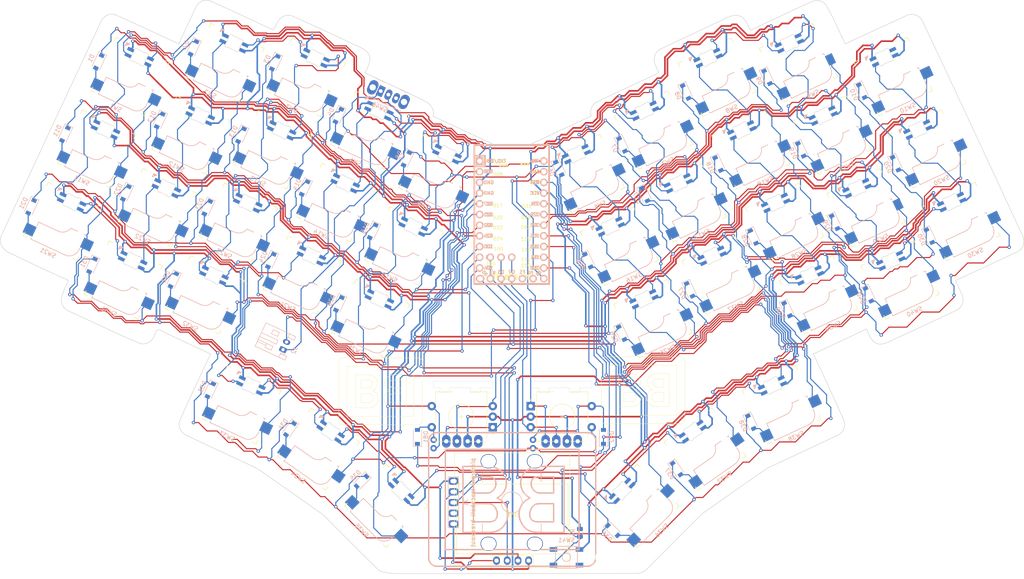
<source format=kicad_pcb>
(kicad_pcb (version 20171130) (host pcbnew "(5.1.10)-1")
  (layers (0 F.Cu signal) (31 B.Cu signal) (34 B.Paste user) (35 F.Paste user) (36 B.SilkS user hide) (37 F.SilkS user) (38 B.Mask user) (39 F.Mask user hide) (44 Edge.Cuts user))
  (net 0 "")
  (net 1 GND)
  (net 2 +5V)
  (net 3 "Net-(D1-Pad2)")
  (net 4 row0)
  (net 5 "Net-(D2-Pad2)")
  (net 6 "Net-(D3-Pad2)")
  (net 7 "Net-(D4-Pad2)")
  (net 8 "Net-(D5-Pad2)")
  (net 9 "Net-(D6-Pad2)")
  (net 10 "Net-(D7-Pad2)")
  (net 11 "Net-(D8-Pad2)")
  (net 12 "Net-(D9-Pad2)")
  (net 13 "Net-(D10-Pad2)")
  (net 14 "Net-(D11-Pad2)")
  (net 15 row1)
  (net 16 "Net-(D12-Pad2)")
  (net 17 "Net-(D13-Pad2)")
  (net 18 "Net-(D14-Pad2)")
  (net 19 "Net-(D15-Pad2)")
  (net 20 "Net-(D16-Pad2)")
  (net 21 "Net-(D17-Pad2)")
  (net 22 "Net-(D18-Pad2)")
  (net 23 "Net-(D19-Pad2)")
  (net 24 "Net-(D20-Pad2)")
  (net 25 "Net-(D21-Pad2)")
  (net 26 row2)
  (net 27 "Net-(D22-Pad2)")
  (net 28 "Net-(D23-Pad2)")
  (net 29 "Net-(D24-Pad2)")
  (net 30 "Net-(D25-Pad2)")
  (net 31 "Net-(D26-Pad2)")
  (net 32 "Net-(D27-Pad2)")
  (net 33 "Net-(D28-Pad2)")
  (net 34 "Net-(D29-Pad2)")
  (net 35 "Net-(D30-Pad2)")
  (net 36 "Net-(D31-Pad2)")
  (net 37 row3)
  (net 38 "Net-(D32-Pad2)")
  (net 39 "Net-(D33-Pad2)")
  (net 40 "Net-(D34-Pad2)")
  (net 41 "Net-(D35-Pad2)")
  (net 42 "Net-(D36-Pad2)")
  (net 43 "Net-(D37-Pad2)")
  (net 44 "Net-(D38-Pad2)")
  (net 45 "Net-(D39-Pad2)")
  (net 46 "Net-(D40-Pad2)")
  (net 47 led)
  (net 48 "Net-(D41-Pad2)")
  (net 49 "Net-(D42-Pad2)")
  (net 50 "Net-(D43-Pad2)")
  (net 51 "Net-(D44-Pad2)")
  (net 52 "Net-(D45-Pad2)")
  (net 53 "Net-(D46-Pad2)")
  (net 54 "Net-(D47-Pad2)")
  (net 55 "Net-(D48-Pad2)")
  (net 56 "Net-(D49-Pad2)")
  (net 57 "Net-(D50-Pad2)")
  (net 58 "Net-(D51-Pad2)")
  (net 59 "Net-(D52-Pad2)")
  (net 60 "Net-(D53-Pad2)")
  (net 61 "Net-(D54-Pad2)")
  (net 62 "Net-(D55-Pad2)")
  (net 63 "Net-(D56-Pad2)")
  (net 64 "Net-(D57-Pad2)")
  (net 65 "Net-(D58-Pad2)")
  (net 66 "Net-(D59-Pad2)")
  (net 67 "Net-(D60-Pad2)")
  (net 68 "Net-(D61-Pad2)")
  (net 69 "Net-(D62-Pad2)")
  (net 70 "Net-(D63-Pad2)")
  (net 71 "Net-(D64-Pad2)")
  (net 72 "Net-(D65-Pad2)")
  (net 73 "Net-(D66-Pad2)")
  (net 74 "Net-(D67-Pad2)")
  (net 75 "Net-(D68-Pad2)")
  (net 76 "Net-(D69-Pad2)")
  (net 77 "Net-(D70-Pad2)")
  (net 78 "Net-(D71-Pad2)")
  (net 79 "Net-(D72-Pad2)")
  (net 80 "Net-(D73-Pad2)")
  (net 81 "Net-(D74-Pad2)")
  (net 82 "Net-(D75-Pad2)")
  (net 83 "Net-(D76-Pad2)")
  (net 84 "Net-(D77-Pad2)")
  (net 85 "Net-(D78-Pad2)")
  (net 86 "Net-(D79-Pad2)")
  (net 87 "Net-(D80-Pad2)")
  (net 88 RESET)
  (net 89 col0)
  (net 90 col1)
  (net 91 col2)
  (net 92 col3)
  (net 93 col4)
  (net 94 col5)
  (net 95 col6)
  (net 96 col7)
  (net 97 col8)
  (net 98 sda)
  (net 99 scl)
  (net 100 "Net-(J1-Pad4)")
  (net 101 "Net-(D81-Pad2)")
  (net 102 "Net-(D82-Pad2)")
  (net 103 ENC1B)
  (net 104 ENC1A)
  (net 105 ENC2B)
  (net 106 ENC2A)
  (net 107 "Net-(U1-Pad29)")
  (net 108 "Net-(SW44-PadNC)")
  (net 109 "Net-(SW45-PadNC)")
  (net 110 "Net-(U1-Pad28)")
  (net 111 row4)
  (net 112 B-)
  (net 113 "Net-(J2-Pad1)")
  (net 114 B+)
  (module MountingHole:MountingHole_3.5mm (layer F.Cu) (at 198.850215 116.86026)
    (fp_text reference "" (at 0 -4.5) (layer F.SilkS))
    (fp_text value "")
    (pad 1 np_thru_hole circle (at 0 0) (size 3.5 3.5) (drill 3.5) (layers *.Cu *.Mask))
  )
  (module keyswitches:Kailh_socket_MX (layer F.Cu) (at 230.030889 68.386302 205)
    (fp_text reference SW29 (at 0 -8.255 205) (layer B.SilkS) (effects (justify mirror)))
    (fp_text value SW_Push)
    (pad 2 smd rect (at -7.2 -2.54 205) (size 1.8 2.5) (layers B.Cu B.Paste B.Mask) (net 97 col8))
    (pad "" np_thru_hole circle (at -5.08 0 205) (size 1.7018 1.7018) (drill 1.7018) (layers *.Cu *.Mask))
    (pad "" np_thru_hole circle (at 5.08 0 205) (size 1.7018 1.7018) (drill 1.7018) (layers *.Cu *.Mask))
    (pad "" np_thru_hole circle (at 0 0 205) (size 3.9878 3.9878) (drill 3.9878) (layers *.Cu *.Mask))
    (pad "" np_thru_hole circle (at -3.81 -2.54 205) (size 3 3) (drill 3) (layers *.Cu *.Mask))
    (pad "" np_thru_hole circle (at 2.54 -5.08 205) (size 3 3) (drill 3) (layers *.Cu *.Mask))
    (pad 1 smd rect (at 6.29 -5.08 205) (size 2.55 2.5) (layers B.Cu B.Paste B.Mask) (net 34 "Net-(D29-Pad2)"))
  )
  (module MountingHole:MountingHole_3.5mm (layer F.Cu) (at 240.653464 67.255402)
    (fp_text reference "" (at 0 -4.5) (layer F.SilkS))
    (fp_text value "")
    (pad 1 np_thru_hole circle (at 0 0) (size 3.5 3.5) (drill 3.5) (layers *.Cu *.Mask))
  )
  (module keyswitches:Kailh_socket_MX (layer F.Cu) (at 213.971395 33.946608 205)
    (fp_text reference SW9 (at 0 -8.255 205) (layer B.SilkS) (effects (justify mirror)))
    (fp_text value SW_Push)
    (pad 2 smd rect (at -7.2 -2.54 205) (size 1.8 2.5) (layers B.Cu B.Paste B.Mask) (net 97 col8))
    (pad "" np_thru_hole circle (at -5.08 0 205) (size 1.7018 1.7018) (drill 1.7018) (layers *.Cu *.Mask))
    (pad "" np_thru_hole circle (at 5.08 0 205) (size 1.7018 1.7018) (drill 1.7018) (layers *.Cu *.Mask))
    (pad "" np_thru_hole circle (at 0 0 205) (size 3.9878 3.9878) (drill 3.9878) (layers *.Cu *.Mask))
    (pad "" np_thru_hole circle (at -3.81 -2.54 205) (size 3 3) (drill 3) (layers *.Cu *.Mask))
    (pad "" np_thru_hole circle (at 2.54 -5.08 205) (size 3 3) (drill 3) (layers *.Cu *.Mask))
    (pad 1 smd rect (at 6.29 -5.08 205) (size 2.55 2.5) (layers B.Cu B.Paste B.Mask) (net 12 "Net-(D9-Pad2)"))
  )
  (module MountingHole:MountingHole_3.5mm (layer F.Cu) (at 224.65397 32.655708)
    (fp_text reference "" (at 0 -4.5) (layer F.SilkS))
    (fp_text value "")
    (pad 1 np_thru_hole circle (at 0 0) (size 3.5 3.5) (drill 3.5) (layers *.Cu *.Mask))
  )
  (module MountingHole:MountingHole_3.5mm (layer F.Cu) (at 178.448147 70.061465)
    (fp_text reference "" (at 0 -4.5) (layer F.SilkS))
    (fp_text value "")
    (pad 1 np_thru_hole circle (at 0 0) (size 3.5 3.5) (drill 3.5) (layers *.Cu *.Mask))
  )
  (module MountingHole:MountingHole_3.5mm (layer F.Cu) (at 167.45675 151.458799)
    (fp_text reference "" (at 0 -4.5) (layer F.SilkS))
    (fp_text value "")
    (pad 1 np_thru_hole circle (at 0 0) (size 3.5 3.5) (drill 3.5) (layers *.Cu *.Mask))
  )
  (module MountingHole:MountingHole_3.5mm (layer F.Cu) (at 123.05325 151.858799)
    (fp_text reference "" (at 0 -4.5) (layer F.SilkS))
    (fp_text value "")
    (pad 1 np_thru_hole circle (at 0 0) (size 3.5 3.5) (drill 3.5) (layers *.Cu *.Mask))
  )
  (module MountingHole:MountingHole_3.5mm (layer F.Cu) (at 93.449785 115.26026)
    (fp_text reference "" (at 0 -4.5) (layer F.SilkS))
    (fp_text value "")
    (pad 1 np_thru_hole circle (at 0 0) (size 3.5 3.5) (drill 3.5) (layers *.Cu *.Mask))
  )
  (module MountingHole:MountingHole_3.5mm (layer F.Cu) (at 113.651853 69.461465)
    (fp_text reference "" (at 0 -4.5) (layer F.SilkS))
    (fp_text value "")
    (pad 1 np_thru_hole circle (at 0 0) (size 3.5 3.5) (drill 3.5) (layers *.Cu *.Mask))
  )
  (module MountingHole:MountingHole_3.5mm (layer F.Cu) (at 48.656536 74.055402)
    (fp_text reference "" (at 0 -4.5) (layer F.SilkS))
    (fp_text value "")
    (pad 1 np_thru_hole circle (at 0 0) (size 3.5 3.5) (drill 3.5) (layers *.Cu *.Mask))
  )
  (module MountingHole:MountingHole_3.5mm (layer F.Cu) (at 65.45603 38.855708)
    (fp_text reference "" (at 0 -4.5) (layer F.SilkS))
    (fp_text value "")
    (pad 1 np_thru_hole circle (at 0 0) (size 3.5 3.5) (drill 3.5) (layers *.Cu *.Mask))
  )
  (module Button_Switch_THT:SW_CuK_OS102011MA1QN1_SPDT_Angled (layer B.Cu) (at 114.737593 40.718804 335)
    (fp_text reference SW46 (at 1.4 3.6 155) (layer B.SilkS) (effects (justify mirror)))
    (fp_text value SW_DIP_x01)
    (pad "" thru_hole oval (at 6.1 0 335) (size 2.2 3.5) (drill 1.5) (layers *.Cu *.Mask))
    (pad "" thru_hole oval (at -2.1 0 335) (size 2.2 3.5) (drill 1.5) (layers *.Cu *.Mask))
    (pad 3 thru_hole oval (at 4 0 335) (size 1.5 2.5) (drill 0.9) (layers *.Cu *.Mask))
    (pad 2 thru_hole oval (at 2 0 335) (size 1.5 2.5) (drill 0.9) (layers *.Cu *.Mask) (net 113 "Net-(J2-Pad1)"))
    (pad 1 thru_hole rect (at 0 0 335) (size 1.5 2.5) (drill 0.9) (layers *.Cu *.Mask) (net 114 B+))
  )
  (module Connector_JST:JST_PH_S2B-PH-K_1x02_P2.00mm_Horizontal (layer B.Cu) (at 91.521993 102.136004 65)
    (fp_text reference J2 (at 1 2.55 65) (layer B.SilkS) (effects (justify mirror)))
    (fp_text value Conn_01x02_Female)
    (pad 2 thru_hole oval (at 2 0 65) (size 1.2 1.75) (drill 0.75) (layers *.Cu *.Mask) (net 112 B-))
    (pad 1 thru_hole roundrect (at 0 0 65) (size 1.2 1.75) (drill 0.75) (layers *.Cu *.Mask) (roundrect_rratio 0.208333) (net 113 "Net-(J2-Pad1)"))
  )
  (module kicad-keyboard-parts:MX_SK6812MINI-E (layer F.Cu) (at 120.301853 77.521465 155)
    (fp_text reference D56 hide)
    (fp_text value SK6812MINI-E)
    (fp_line (start -1.699999 5.782841) (end -1.699999 4.377157) (layer Edge.Cuts) (width 0.1))
    (fp_line (start -0.794452 3.58) (end 0.794453 3.58) (layer Edge.Cuts) (width 0.1))
    (fp_line (start 1.699999 4.377157) (end 1.699999 5.782841) (layer Edge.Cuts) (width 0.1))
    (fp_line (start 0.794452 6.579999) (end -0.794452 6.579999) (layer Edge.Cuts) (width 0.1))
    (fp_arc (start -0.794452 7.079999) (end -0.794452 6.579999) (angle -30.2992623) (layer Edge.Cuts) (width 0.1))
    (fp_arc (start 0.794452 7.079999) (end 1.046711 6.648298) (angle -30.29933433) (layer Edge.Cuts) (width 0.1))
    (fp_arc (start 1.298969 6.216597) (end 1.046711 6.648298) (angle -146.0055121) (layer Edge.Cuts) (width 0.1))
    (fp_arc (start 2.199999 5.782841) (end 1.699999 5.782841) (angle -25.70617777) (layer Edge.Cuts) (width 0.1))
    (fp_arc (start 2.199999 4.377157) (end 1.749484 4.160279) (angle -25.70608136) (layer Edge.Cuts) (width 0.1))
    (fp_arc (start 1.298969 3.943402) (end 1.749484 4.160279) (angle -146.0053097) (layer Edge.Cuts) (width 0.1))
    (fp_arc (start 0.794453 3.08) (end 0.794453 3.58) (angle -30.29922831) (layer Edge.Cuts) (width 0.1))
    (fp_arc (start -0.794452 3.08) (end -1.046711 3.5117) (angle -30.29928212) (layer Edge.Cuts) (width 0.1))
    (fp_arc (start -1.298969 3.943401) (end -1.046711 3.5117) (angle -146.0054017) (layer Edge.Cuts) (width 0.1))
    (fp_arc (start -2.199999 4.377157) (end -1.699999 4.377157) (angle -25.70611954) (layer Edge.Cuts) (width 0.1))
    (fp_arc (start -2.199999 5.782841) (end -1.749484 5.999719) (angle -25.70611205) (layer Edge.Cuts) (width 0.1))
    (fp_arc (start -1.298969 6.216596) (end -1.749484 5.999719) (angle -146.0053744) (layer Edge.Cuts) (width 0.1))
    (pad 3 smd roundrect (at 2.6 5.829999 65) (size 0.82 1.6) (layers B.Cu B.Paste B.Mask) (roundrect_rratio 0.1) (net 1 GND))
    (pad 4 smd roundrect (at 2.6 4.329999 65) (size 0.82 1.6) (layers B.Cu B.Paste B.Mask) (roundrect_rratio 0.1) (net 62 "Net-(D55-Pad2)"))
    (pad 2 smd roundrect (at -2.6 5.829999 65) (size 0.82 1.6) (layers B.Cu B.Paste B.Mask) (roundrect_rratio 0.1) (net 63 "Net-(D56-Pad2)"))
    (pad 1 smd roundrect (at -2.6 4.329999 65) (size 0.82 1.6) (layers B.Cu B.Paste B.Mask) (roundrect_rratio 0.1) (net 2 +5V))
  )
  (module Keebio-Parts:nice_nano (layer F.Cu) (at 145.852593 71.300404 270)
    (fp_text reference U2 hide)
    (fp_text value nice_nano hide)
    (fp_text user nice!nano (at 13.462 -0.254) (layer F.SilkS) (effects (font (size 1.5 1.5) (thickness 0.3))))
    (fp_text user 008 (at -11.5 5.53719) (layer B.SilkS) (effects (font (size 0.8 0.8)) (justify mirror)))
    (fp_text user 020 (at -1.2 5.53719) (layer B.SilkS) (effects (font (size 0.8 0.8)) (justify mirror)))
    (fp_text user 017 (at -3.81 5.53719) (layer B.SilkS) (effects (font (size 0.8 0.8)) (justify mirror)))
    (fp_text user GND (at -6.35 5.461) (layer B.SilkS) (effects (font (size 0.8 0.8)) (justify mirror)))
    (fp_text user GND (at -8.89 5.461) (layer B.SilkS) (effects (font (size 0.8 0.8)) (justify mirror)))
    (fp_text user 022 (at 1.3 5.53719) (layer B.SilkS) (effects (font (size 0.8 0.8)) (justify mirror)))
    (fp_text user 024 (at 3.8 5.53719) (layer B.SilkS) (effects (font (size 0.8 0.8)) (justify mirror)))
    (fp_text user 100 (at 6.35 5.53719) (layer B.SilkS) (effects (font (size 0.8 0.8)) (justify mirror)))
    (fp_text user 104 (at 11.43 5.53719) (layer B.SilkS) (effects (font (size 0.8 0.8)) (justify mirror)))
    (fp_text user 010 (at 10.848 -3.38) (layer F.SilkS) (effects (font (size 0.8 0.8))))
    (fp_text user 111 (at 8.89 -5.537191) (layer B.SilkS) (effects (font (size 0.8 0.8)) (justify mirror)))
    (fp_text user 113 (at 6.35 -5.537191) (layer B.SilkS) (effects (font (size 0.8 0.8)) (justify mirror)))
    (fp_text user 115 (at 4.568 -3.34) (layer F.SilkS) (effects (font (size 0.8 0.8))))
    (fp_text user 002 (at 1.708 -3.34) (layer F.SilkS) (effects (font (size 0.8 0.8))))
    (fp_text user 029 (at -0.612 -3.41) (layer F.SilkS) (effects (font (size 0.8 0.8))))
    (fp_text user 031 (at -3.81 -5.537191) (layer B.SilkS) (effects (font (size 0.8 0.8)) (justify mirror)))
    (fp_text user VCC (at -6.35 -5.537191) (layer B.SilkS) (effects (font (size 0.8 0.8)) (justify mirror)))
    (fp_text user GND (at -11.43 -5.454667) (layer B.SilkS) (effects (font (size 0.8 0.8)) (justify mirror)))
    (fp_text user RAW (at -13.97 -5.473715) (layer B.SilkS) (effects (font (size 0.8 0.8)) (justify mirror)))
    (fp_text user RAW (at -13.242 -3.16) (layer F.SilkS) (effects (font (size 0.8 0.8))))
    (fp_text user GND (at -11.43 -5.454667) (layer F.SilkS) (effects (font (size 0.8 0.8))))
    (fp_text user RST (at -8.89 -5.588) (layer F.SilkS) (effects (font (size 0.8 0.8))))
    (fp_text user VCC (at -6.35 -5.537191) (layer F.SilkS) (effects (font (size 0.8 0.8))))
    (fp_text user 031 (at -3.252 -3.55) (layer F.SilkS) (effects (font (size 0.8 0.8))))
    (fp_text user 029 (at -1.27 -5.537191) (layer B.SilkS) (effects (font (size 0.8 0.8)) (justify mirror)))
    (fp_text user 002 (at 1.27 -5.537191) (layer B.SilkS) (effects (font (size 0.8 0.8)) (justify mirror)))
    (fp_text user 115 (at 3.81 -5.537191) (layer B.SilkS) (effects (font (size 0.8 0.8)) (justify mirror)))
    (fp_text user 113 (at 7.058 -3.41) (layer F.SilkS) (effects (font (size 0.8 0.8))))
    (fp_text user 111 (at 9.378 -3.38) (layer F.SilkS) (effects (font (size 0.8 0.8))))
    (fp_text user 010 (at 11.43 -5.537191) (layer B.SilkS) (effects (font (size 0.8 0.8)) (justify mirror)))
    (fp_text user 104 (at 10.458 4.9) (layer F.SilkS) (effects (font (size 0.8 0.8))))
    (fp_text user 100 (at 6.918 3.16) (layer F.SilkS) (effects (font (size 0.8 0.8))))
    (fp_text user 024 (at 4.498 3.23) (layer F.SilkS) (effects (font (size 0.8 0.8))))
    (fp_text user 022 (at 1.888 3.26) (layer F.SilkS) (effects (font (size 0.8 0.8))))
    (fp_text user GND (at -8.89 5.461) (layer F.SilkS) (effects (font (size 0.8 0.8))))
    (fp_text user GND (at -6.35 5.461) (layer F.SilkS) (effects (font (size 0.8 0.8))))
    (fp_text user 017 (at -3.392 3.3) (layer F.SilkS) (effects (font (size 0.8 0.8))))
    (fp_text user 020 (at -0.542 3.33) (layer F.SilkS) (effects (font (size 0.8 0.8))))
    (fp_text user 008 (at -10.782 3.26) (layer F.SilkS) (effects (font (size 0.8 0.8))))
    (fp_text user 006 (at -13.97 5.53719) (layer B.SilkS) (effects (font (size 0.8 0.8)) (justify mirror)))
    (fp_text user 006 (at -12.922 1.94) (layer F.SilkS) (effects (font (size 0.8 0.8))))
    (fp_text user RST (at -8.89 -5.588) (layer B.SilkS) (effects (font (size 0.8 0.8)) (justify mirror)))
    (pad 1 thru_hole circle (at -13.97 7.62 270) (size 1.7526 1.7526) (drill 1.0922) (layers *.Cu *.SilkS *.Mask) (net 47 led))
    (pad 2 thru_hole circle (at -11.43 7.62 270) (size 1.7526 1.7526) (drill 1.0922) (layers *.Cu *.SilkS *.Mask) (net 89 col0))
    (pad 3 thru_hole circle (at -8.89 7.62 270) (size 1.7526 1.7526) (drill 1.0922) (layers *.Cu *.SilkS *.Mask) (net 1 GND))
    (pad 4 thru_hole circle (at -6.35 7.62 270) (size 1.7526 1.7526) (drill 1.0922) (layers *.Cu *.SilkS *.Mask) (net 1 GND))
    (pad 5 thru_hole circle (at -3.81 7.62 270) (size 1.7526 1.7526) (drill 1.0922) (layers *.Cu *.SilkS *.Mask) (net 98 sda))
    (pad 6 thru_hole circle (at -1.27 7.62 270) (size 1.7526 1.7526) (drill 1.0922) (layers *.Cu *.SilkS *.Mask) (net 99 scl))
    (pad 7 thru_hole circle (at 1.27 7.62 270) (size 1.7526 1.7526) (drill 1.0922) (layers *.Cu *.SilkS *.Mask) (net 90 col1))
    (pad 8 thru_hole circle (at 3.81 7.62 270) (size 1.7526 1.7526) (drill 1.0922) (layers *.Cu *.SilkS *.Mask) (net 91 col2))
    (pad 9 thru_hole circle (at 6.35 7.62 270) (size 1.7526 1.7526) (drill 1.0922) (layers *.Cu *.SilkS *.Mask) (net 92 col3))
    (pad 10 thru_hole circle (at 8.89 7.62 270) (size 1.7526 1.7526) (drill 1.0922) (layers *.Cu *.SilkS *.Mask) (net 93 col4))
    (pad 11 thru_hole circle (at 11.43 7.62 270) (size 1.7526 1.7526) (drill 1.0922) (layers *.Cu *.SilkS *.Mask) (net 37 row3))
    (pad 13 thru_hole circle (at 13.97 -7.62 270) (size 1.7526 1.7526) (drill 1.0922) (layers *.Cu *.SilkS *.Mask) (net 4 row0))
    (pad 14 thru_hole circle (at 11.43 -7.62 270) (size 1.7526 1.7526) (drill 1.0922) (layers *.Cu *.SilkS *.Mask) (net 111 row4))
    (pad 15 thru_hole circle (at 8.89 -7.62 270) (size 1.7526 1.7526) (drill 1.0922) (layers *.Cu *.SilkS *.Mask) (net 106 ENC2A))
    (pad 16 thru_hole circle (at 6.35 -7.62 270) (size 1.7526 1.7526) (drill 1.0922) (layers *.Cu *.SilkS *.Mask) (net 97 col8))
    (pad 17 thru_hole circle (at 3.81 -7.62 270) (size 1.7526 1.7526) (drill 1.0922) (layers *.Cu *.SilkS *.Mask) (net 96 col7))
    (pad 18 thru_hole circle (at 1.27 -7.62 270) (size 1.7526 1.7526) (drill 1.0922) (layers *.Cu *.SilkS *.Mask) (net 95 col6))
    (pad 19 thru_hole circle (at -1.27 -7.62 270) (size 1.7526 1.7526) (drill 1.0922) (layers *.Cu *.SilkS *.Mask) (net 94 col5))
    (pad 20 thru_hole circle (at -3.81 -7.62 270) (size 1.7526 1.7526) (drill 1.0922) (layers *.Cu *.SilkS *.Mask) (net 15 row1))
    (pad 21 thru_hole circle (at -6.35 -7.62 270) (size 1.7526 1.7526) (drill 1.0922) (layers *.Cu *.SilkS *.Mask) (net 2 +5V))
    (pad 22 thru_hole circle (at -8.89 -7.62 270) (size 1.7526 1.7526) (drill 1.0922) (layers *.Cu *.SilkS *.Mask) (net 88 RESET))
    (pad 23 thru_hole circle (at -11.43 -7.62 270) (size 1.7526 1.7526) (drill 1.0922) (layers *.Cu *.SilkS *.Mask) (net 112 B-))
    (pad 12 thru_hole circle (at 13.97 7.62 270) (size 1.7526 1.7526) (drill 1.0922) (layers *.Cu *.SilkS *.Mask) (net 26 row2))
    (pad 24 thru_hole circle (at -13.97 -7.62 270) (size 1.7526 1.7526) (drill 1.0922) (layers *.Cu *.SilkS *.Mask) (net 114 B+))
    (pad 31 thru_hole circle (at 8.89 5.08 270) (size 1.7526 1.7526) (drill 1.0922) (layers *.Cu *.SilkS *.Mask) (net 103 ENC1B))
    (pad 32 thru_hole circle (at 8.89 2.54 270) (size 1.7526 1.7526) (drill 1.0922) (layers *.Cu *.SilkS *.Mask) (net 104 ENC1A))
    (pad 33 thru_hole circle (at 8.89 0 270) (size 1.7526 1.7526) (drill 1.0922) (layers *.Cu *.SilkS *.Mask) (net 105 ENC2B))
  )
  (module Keebio-Parts:Elite-C (layer F.Cu) (at 145.852593 71.300404 270)
    (fp_text reference U1 hide)
    (fp_text value Elite-C hide)
    (fp_text user D5 (at 12.4 2.54) (layer B.SilkS) (effects (font (size 0.8 0.8)) (justify mirror)))
    (fp_text user D5 (at 12.4 2.54) (layer F.SilkS) (effects (font (size 0.8 0.8))))
    (fp_text user F1 (at 12.4 -2.54) (layer F.SilkS) (effects (font (size 0.8 0.8))))
    (fp_text user F1 (at 12.4 -2.54) (layer B.SilkS) (effects (font (size 0.8 0.8)) (justify mirror)))
    (fp_text user C7 (at 12.4 0) (layer B.SilkS) (effects (font (size 0.8 0.8)) (justify mirror)))
    (fp_text user C7 (at 12.4 0) (layer F.SilkS) (effects (font (size 0.8 0.8))))
    (fp_text user B6 (at 12.7 -6.4 45 unlocked) (layer B.SilkS) (effects (font (size 0.7 0.7)) (justify mirror)))
    (fp_text user B6 (at 12.7 -6.4 45 unlocked) (layer F.SilkS) (effects (font (size 0.7 0.7))))
    (fp_text user F0 (at 12.6 -4.5) (layer F.SilkS) (effects (font (size 0.7 0.7))))
    (fp_text user F0 (at 12.6 -4.5) (layer B.SilkS) (effects (font (size 0.7 0.7)) (justify mirror)))
    (fp_text user B7 (at 12.6 4.5) (layer B.SilkS) (effects (font (size 0.7 0.7)) (justify mirror)))
    (fp_text user B7 (at 12.6 4.5) (layer F.SilkS) (effects (font (size 0.7 0.7))))
    (fp_text user ST (at -8.91 -5.04) (layer B.SilkS) (effects (font (size 0.8 0.8)) (justify mirror)))
    (fp_text user TX0/D3 (at -13.97 3.571872) (layer F.SilkS) (effects (font (size 0.8 0.8))))
    (fp_text user TX0/D3 (at -13.97 3.571872) (layer B.SilkS) (effects (font (size 0.8 0.8)) (justify mirror)))
    (fp_text user D2 (at -11.43 5.461) (layer F.SilkS) (effects (font (size 0.8 0.8))))
    (fp_text user D0 (at -1.27 5.461) (layer F.SilkS) (effects (font (size 0.8 0.8))))
    (fp_text user D1 (at -3.81 5.461) (layer F.SilkS) (effects (font (size 0.8 0.8))))
    (fp_text user GND (at -6.35 5.461) (layer F.SilkS) (effects (font (size 0.8 0.8))))
    (fp_text user GND (at -8.89 5.461) (layer F.SilkS) (effects (font (size 0.8 0.8))))
    (fp_text user D4 (at 1.27 5.461) (layer F.SilkS) (effects (font (size 0.8 0.8))))
    (fp_text user C6 (at 3.81 5.461) (layer F.SilkS) (effects (font (size 0.8 0.8))))
    (fp_text user D7 (at 6.35 5.461) (layer F.SilkS) (effects (font (size 0.8 0.8))))
    (fp_text user E6 (at 8.89 5.461) (layer F.SilkS) (effects (font (size 0.8 0.8))))
    (fp_text user B4 (at 11.43 5.461) (layer F.SilkS) (effects (font (size 0.8 0.8))))
    (fp_text user B5 (at 12.7 6.4 135) (layer F.SilkS) (effects (font (size 0.7 0.7))))
    (fp_text user B2 (at 11.43 -5.461) (layer B.SilkS) (effects (font (size 0.8 0.8)) (justify mirror)))
    (fp_text user B3 (at 8.89 -5.461) (layer F.SilkS) (effects (font (size 0.8 0.8))))
    (fp_text user B1 (at 6.35 -5.461) (layer F.SilkS) (effects (font (size 0.8 0.8))))
    (fp_text user F7 (at 3.81 -5.461) (layer B.SilkS) (effects (font (size 0.8 0.8)) (justify mirror)))
    (fp_text user F6 (at 1.27 -5.461) (layer B.SilkS) (effects (font (size 0.8 0.8)) (justify mirror)))
    (fp_text user F5 (at -1.27 -5.461) (layer B.SilkS) (effects (font (size 0.8 0.8)) (justify mirror)))
    (fp_text user F4 (at -3.81 -5.461) (layer F.SilkS) (effects (font (size 0.8 0.8))))
    (fp_text user VCC (at -6.35 -5.461) (layer F.SilkS) (effects (font (size 0.8 0.8))))
    (fp_text user GND (at -11.43 -5.461) (layer F.SilkS) (effects (font (size 0.8 0.8))))
    (fp_text user B0 (at -13.97 -5.461) (layer F.SilkS) (effects (font (size 0.8 0.8))))
    (fp_text user B0 (at -13.97 -5.461) (layer B.SilkS) (effects (font (size 0.8 0.8)) (justify mirror)))
    (fp_text user GND (at -11.43 -5.461) (layer B.SilkS) (effects (font (size 0.8 0.8)) (justify mirror)))
    (fp_text user VCC (at -6.35 -5.461) (layer B.SilkS) (effects (font (size 0.8 0.8)) (justify mirror)))
    (fp_text user F4 (at -3.81 -5.461) (layer B.SilkS) (effects (font (size 0.8 0.8)) (justify mirror)))
    (fp_text user F5 (at -1.27 -5.461) (layer F.SilkS) (effects (font (size 0.8 0.8))))
    (fp_text user F6 (at 1.27 -5.461) (layer F.SilkS) (effects (font (size 0.8 0.8))))
    (fp_text user F7 (at 3.81 -5.461) (layer F.SilkS) (effects (font (size 0.8 0.8))))
    (fp_text user B1 (at 6.35 -5.461) (layer B.SilkS) (effects (font (size 0.8 0.8)) (justify mirror)))
    (fp_text user B3 (at 8.89 -5.461) (layer B.SilkS) (effects (font (size 0.8 0.8)) (justify mirror)))
    (fp_text user B2 (at 11.43 -5.461) (layer F.SilkS) (effects (font (size 0.8 0.8))))
    (fp_text user B5 (at 12.7 6.4 135) (layer B.SilkS) (effects (font (size 0.7 0.7)) (justify mirror)))
    (fp_text user B4 (at 11.43 5.461) (layer B.SilkS) (effects (font (size 0.8 0.8)) (justify mirror)))
    (fp_text user E6 (at 8.89 5.461) (layer B.SilkS) (effects (font (size 0.8 0.8)) (justify mirror)))
    (fp_text user D7 (at 6.35 5.461) (layer B.SilkS) (effects (font (size 0.8 0.8)) (justify mirror)))
    (fp_text user C6 (at 3.81 5.461) (layer B.SilkS) (effects (font (size 0.8 0.8)) (justify mirror)))
    (fp_text user D4 (at 1.27 5.461) (layer B.SilkS) (effects (font (size 0.8 0.8)) (justify mirror)))
    (fp_text user GND (at -8.89 5.461) (layer B.SilkS) (effects (font (size 0.8 0.8)) (justify mirror)))
    (fp_text user GND (at -6.35 5.461) (layer B.SilkS) (effects (font (size 0.8 0.8)) (justify mirror)))
    (fp_text user D1 (at -3.81 5.461) (layer B.SilkS) (effects (font (size 0.8 0.8)) (justify mirror)))
    (fp_text user D0 (at -1.27 5.461) (layer B.SilkS) (effects (font (size 0.8 0.8)) (justify mirror)))
    (fp_text user D2 (at -11.43 5.461) (layer B.SilkS) (effects (font (size 0.8 0.8)) (justify mirror)))
    (pad 25 thru_hole circle (at 13.97 5.08 270) (size 1.7526 1.7526) (drill 1.0922) (layers *.Cu *.SilkS *.Mask) (net 103 ENC1B))
    (pad 26 thru_hole circle (at 13.97 2.54 270) (size 1.7526 1.7526) (drill 1.0922) (layers *.Cu *.SilkS *.Mask) (net 104 ENC1A))
    (pad 27 thru_hole circle (at 13.97 0 270) (size 1.7526 1.7526) (drill 1.0922) (layers *.Cu *.SilkS *.Mask) (net 105 ENC2B))
    (pad 28 thru_hole circle (at 13.97 -2.54 270) (size 1.7526 1.7526) (drill 1.0922) (layers *.Cu *.SilkS *.Mask) (net 110 "Net-(U1-Pad28)"))
    (pad 29 thru_hole circle (at 13.97 -5.08 270) (size 1.7526 1.7526) (drill 1.0922) (layers *.Cu *.SilkS *.Mask) (net 107 "Net-(U1-Pad29)"))
    (pad 24 thru_hole circle (at -13.97 -7.62 270) (size 1.7526 1.7526) (drill 1.0922) (layers *.Cu *.SilkS *.Mask) (net 114 B+))
    (pad 12 thru_hole circle (at 13.97 7.3914 270) (size 1.7526 1.7526) (drill 1.0922) (layers *.Cu *.SilkS *.Mask) (net 26 row2))
    (pad 23 thru_hole circle (at -11.43 -7.62 270) (size 1.7526 1.7526) (drill 1.0922) (layers *.Cu *.SilkS *.Mask) (net 112 B-))
    (pad 22 thru_hole circle (at -8.89 -7.62 270) (size 1.7526 1.7526) (drill 1.0922) (layers *.Cu *.SilkS *.Mask) (net 88 RESET))
    (pad 21 thru_hole circle (at -6.35 -7.62 270) (size 1.7526 1.7526) (drill 1.0922) (layers *.Cu *.SilkS *.Mask) (net 2 +5V))
    (pad 20 thru_hole circle (at -3.81 -7.62 270) (size 1.7526 1.7526) (drill 1.0922) (layers *.Cu *.SilkS *.Mask) (net 15 row1))
    (pad 19 thru_hole circle (at -1.27 -7.62 270) (size 1.7526 1.7526) (drill 1.0922) (layers *.Cu *.SilkS *.Mask) (net 94 col5))
    (pad 18 thru_hole circle (at 1.27 -7.62 270) (size 1.7526 1.7526) (drill 1.0922) (layers *.Cu *.SilkS *.Mask) (net 95 col6))
    (pad 17 thru_hole circle (at 3.81 -7.62 270) (size 1.7526 1.7526) (drill 1.0922) (layers *.Cu *.SilkS *.Mask) (net 96 col7))
    (pad 16 thru_hole circle (at 6.35 -7.62 270) (size 1.7526 1.7526) (drill 1.0922) (layers *.Cu *.SilkS *.Mask) (net 97 col8))
    (pad 15 thru_hole circle (at 8.89 -7.62 270) (size 1.7526 1.7526) (drill 1.0922) (layers *.Cu *.SilkS *.Mask) (net 106 ENC2A))
    (pad 14 thru_hole circle (at 11.43 -7.62 270) (size 1.7526 1.7526) (drill 1.0922) (layers *.Cu *.SilkS *.Mask) (net 111 row4))
    (pad 13 thru_hole circle (at 13.97 -7.62 270) (size 1.7526 1.7526) (drill 1.0922) (layers *.Cu *.SilkS *.Mask) (net 4 row0))
    (pad 11 thru_hole circle (at 11.43 7.62 270) (size 1.7526 1.7526) (drill 1.0922) (layers *.Cu *.SilkS *.Mask) (net 37 row3))
    (pad 10 thru_hole circle (at 8.89 7.62 270) (size 1.7526 1.7526) (drill 1.0922) (layers *.Cu *.SilkS *.Mask) (net 93 col4))
    (pad 9 thru_hole circle (at 6.35 7.62 270) (size 1.7526 1.7526) (drill 1.0922) (layers *.Cu *.SilkS *.Mask) (net 92 col3))
    (pad 8 thru_hole circle (at 3.81 7.62 270) (size 1.7526 1.7526) (drill 1.0922) (layers *.Cu *.SilkS *.Mask) (net 91 col2))
    (pad 7 thru_hole circle (at 1.27 7.62 270) (size 1.7526 1.7526) (drill 1.0922) (layers *.Cu *.SilkS *.Mask) (net 90 col1))
    (pad 6 thru_hole circle (at -1.27 7.62 270) (size 1.7526 1.7526) (drill 1.0922) (layers *.Cu *.SilkS *.Mask) (net 99 scl))
    (pad 5 thru_hole circle (at -3.81 7.62 270) (size 1.7526 1.7526) (drill 1.0922) (layers *.Cu *.SilkS *.Mask) (net 98 sda))
    (pad 4 thru_hole circle (at -6.35 7.62 270) (size 1.7526 1.7526) (drill 1.0922) (layers *.Cu *.SilkS *.Mask) (net 1 GND))
    (pad 3 thru_hole circle (at -8.89 7.62 270) (size 1.7526 1.7526) (drill 1.0922) (layers *.Cu *.SilkS *.Mask) (net 1 GND))
    (pad 2 thru_hole circle (at -11.43 7.62 270) (size 1.7526 1.7526) (drill 1.0922) (layers *.Cu *.SilkS *.Mask) (net 89 col0))
    (pad 1 thru_hole rect (at -13.97 7.62 270) (size 1.7526 1.7526) (drill 1.0922) (layers *.Cu *.SilkS *.Mask) (net 47 led))
  )
  (module kicad-keyboard-parts:MX_SK6812MINI-E (layer F.Cu) (at 99.926318 125.760259 145)
    (fp_text reference D59 hide)
    (fp_text value SK6812MINI-E)
    (fp_line (start -1.699999 5.782841) (end -1.699999 4.377157) (layer Edge.Cuts) (width 0.1))
    (fp_line (start -0.794452 3.58) (end 0.794453 3.58) (layer Edge.Cuts) (width 0.1))
    (fp_line (start 1.699999 4.377157) (end 1.699999 5.782841) (layer Edge.Cuts) (width 0.1))
    (fp_line (start 0.794452 6.579999) (end -0.794452 6.579999) (layer Edge.Cuts) (width 0.1))
    (fp_arc (start -0.794452 7.079999) (end -0.794452 6.579999) (angle -30.2992623) (layer Edge.Cuts) (width 0.1))
    (fp_arc (start 0.794452 7.079999) (end 1.046711 6.648298) (angle -30.29933433) (layer Edge.Cuts) (width 0.1))
    (fp_arc (start 1.298969 6.216597) (end 1.046711 6.648298) (angle -146.0055121) (layer Edge.Cuts) (width 0.1))
    (fp_arc (start 2.199999 5.782841) (end 1.699999 5.782841) (angle -25.70617777) (layer Edge.Cuts) (width 0.1))
    (fp_arc (start 2.199999 4.377157) (end 1.749484 4.160279) (angle -25.70608136) (layer Edge.Cuts) (width 0.1))
    (fp_arc (start 1.298969 3.943402) (end 1.749484 4.160279) (angle -146.0053097) (layer Edge.Cuts) (width 0.1))
    (fp_arc (start 0.794453 3.08) (end 0.794453 3.58) (angle -30.29922831) (layer Edge.Cuts) (width 0.1))
    (fp_arc (start -0.794452 3.08) (end -1.046711 3.5117) (angle -30.29928212) (layer Edge.Cuts) (width 0.1))
    (fp_arc (start -1.298969 3.943401) (end -1.046711 3.5117) (angle -146.0054017) (layer Edge.Cuts) (width 0.1))
    (fp_arc (start -2.199999 4.377157) (end -1.699999 4.377157) (angle -25.70611954) (layer Edge.Cuts) (width 0.1))
    (fp_arc (start -2.199999 5.782841) (end -1.749484 5.999719) (angle -25.70611205) (layer Edge.Cuts) (width 0.1))
    (fp_arc (start -1.298969 6.216596) (end -1.749484 5.999719) (angle -146.0053744) (layer Edge.Cuts) (width 0.1))
    (pad 3 smd roundrect (at 2.6 5.829999 55) (size 0.82 1.6) (layers B.Cu B.Paste B.Mask) (roundrect_rratio 0.1) (net 1 GND))
    (pad 4 smd roundrect (at 2.6 4.329999 55) (size 0.82 1.6) (layers B.Cu B.Paste B.Mask) (roundrect_rratio 0.1) (net 65 "Net-(D58-Pad2)"))
    (pad 2 smd roundrect (at -2.6 5.829999 55) (size 0.82 1.6) (layers B.Cu B.Paste B.Mask) (roundrect_rratio 0.1) (net 66 "Net-(D59-Pad2)"))
    (pad 1 smd roundrect (at -2.6 4.329999 55) (size 0.82 1.6) (layers B.Cu B.Paste B.Mask) (roundrect_rratio 0.1) (net 2 +5V))
  )
  (module other_parts:EVQWGD001 (layer F.Cu) (at 157.852593 118.058404 180)
    (fp_text reference SW45 hide)
    (fp_text value EVQWGD001)
    (fp_line (start 4.85 5.85) (end 3.75 5.85) (layer Edge.Cuts) (width 0.05))
    (fp_line (start -2.4 5.85) (end -3.5 5.85) (layer Edge.Cuts) (width 0.05))
    (fp_line (start -6.94997 7.450024) (end -6.95 7.85) (layer Edge.Cuts) (width 0.05))
    (fp_line (start 6.95 7.45) (end 6.95 7.85) (layer Edge.Cuts) (width 0.05))
    (fp_line (start 5.6 6.9) (end 6.4 6.9) (layer Edge.Cuts) (width 0.05))
    (fp_line (start -4.05 6.7) (end -4.05 6.4) (layer Edge.Cuts) (width 0.05))
    (fp_line (start -1.85 6.7) (end -1.85 6.4) (layer Edge.Cuts) (width 0.05))
    (fp_line (start -1.65 6.9) (end 3 6.9) (layer Edge.Cuts) (width 0.05))
    (fp_line (start 3.2 6.7) (end 3.2 6.4) (layer Edge.Cuts) (width 0.05))
    (fp_line (start 5.4 6.7) (end 5.4 6.4) (layer Edge.Cuts) (width 0.05))
    (fp_line (start -6.4 6.900001) (end -4.25 6.9) (layer Edge.Cuts) (width 0.05))
    (fp_line (start -6.4 8.4) (end 6.4 8.4) (layer Edge.Cuts) (width 0.05))
    (fp_arc (start -4.25 6.7) (end -4.25 6.9) (angle -90) (layer Edge.Cuts) (width 0.05))
    (fp_arc (start -1.65 6.7) (end -1.85 6.7) (angle -90) (layer Edge.Cuts) (width 0.05))
    (fp_arc (start 3 6.7) (end 3 6.9) (angle -90) (layer Edge.Cuts) (width 0.05))
    (fp_arc (start 5.6 6.7) (end 5.4 6.7) (angle -90) (layer Edge.Cuts) (width 0.05))
    (fp_arc (start -3.8 6.1) (end -3.5 5.85) (angle -190.3888578) (layer Edge.Cuts) (width 0.05))
    (fp_arc (start -2.1 6.1) (end -1.85 6.4) (angle -190.3888578) (layer Edge.Cuts) (width 0.05))
    (fp_arc (start 3.45 6.1) (end 3.75 5.85) (angle -190.3888578) (layer Edge.Cuts) (width 0.05))
    (fp_arc (start 5.15 6.1) (end 5.4 6.4) (angle -190.3888578) (layer Edge.Cuts) (width 0.05))
    (fp_arc (start 6.7 7.15) (end 6.95 7.45) (angle -190.3888578) (layer Edge.Cuts) (width 0.05))
    (fp_arc (start 6.7 8.15) (end 6.4 8.4) (angle -190.3888578) (layer Edge.Cuts) (width 0.05))
    (fp_arc (start -6.7 8.15) (end -6.95 7.85) (angle -190.3888578) (layer Edge.Cuts) (width 0.05))
    (fp_arc (start -6.7 7.15) (end -6.4 6.900001) (angle -190.3946062) (layer Edge.Cuts) (width 0.05))
    (pad "" np_thru_hole circle (at -6.21 -5.85 180) (size 1.6 1.6) (drill 1.6) (layers *.Cu))
    (pad NC thru_hole oval (at -3.67 -5.85 180) (size 2 3) (drill 1) (layers *.Cu B.Mask) (net 109 "Net-(SW45-PadNC)"))
    (pad C thru_hole oval (at -1.13 -5.85 180) (size 2 3) (drill 1) (layers *.Cu B.Mask) (net 1 GND))
    (pad B thru_hole oval (at 1.41 -5.85 180) (size 2 3) (drill 1) (layers *.Cu B.Mask) (net 105 ENC2B))
    (pad A thru_hole oval (at 3.95 -5.85 180) (size 2 3) (drill 1) (layers *.Cu B.Mask) (net 106 ENC2A))
    (pad S2 thru_hole oval (at 6.95 -5.5 180) (size 1.524 1.524) (drill 0.762) (layers *.Cu B.Mask) (net 102 "Net-(D82-Pad2)"))
    (pad S1 thru_hole circle (at 6.95 -7.5 180) (size 1.524 1.524) (drill 0.762) (layers *.Cu B.Mask) (net 92 col3))
  )
  (module Keebio-Parts:RotaryEncoder_EC11-no-legs (layer F.Cu) (at 157.852593 118.058404)
    (fp_text reference SW43)
    (fp_text value RotaryEncoder_Switch)
    (pad A thru_hole rect (at -7.5 -2.5) (size 2 2) (drill 1) (layers *.Cu *.Mask) (net 106 ENC2A))
    (pad C thru_hole circle (at -7.5 0) (size 2 2) (drill 1) (layers *.Cu *.Mask) (net 1 GND))
    (pad B thru_hole circle (at -7.5 2.5) (size 2 2) (drill 1) (layers *.Cu *.Mask) (net 105 ENC2B))
    (pad S2 thru_hole circle (at 7 -2.5) (size 2 2) (drill 1) (layers *.Cu *.Mask) (net 102 "Net-(D82-Pad2)"))
    (pad S1 thru_hole circle (at 7 2.5) (size 2 2) (drill 1) (layers *.Cu *.Mask) (net 92 col3))
  )
  (module Keebio-Parts:RotaryEncoder_EC11-no-legs (layer F.Cu) (at 133.852593 118.058404 180)
    (fp_text reference SW42)
    (fp_text value RotaryEncoder_Switch)
    (pad A thru_hole rect (at -7.5 -2.5 180) (size 2 2) (drill 1) (layers *.Cu *.Mask) (net 104 ENC1A))
    (pad C thru_hole circle (at -7.5 0 180) (size 2 2) (drill 1) (layers *.Cu *.Mask) (net 1 GND))
    (pad B thru_hole circle (at -7.5 2.5 180) (size 2 2) (drill 1) (layers *.Cu *.Mask) (net 103 ENC1B))
    (pad S2 thru_hole circle (at 7 -2.5 180) (size 2 2) (drill 1) (layers *.Cu *.Mask) (net 101 "Net-(D81-Pad2)"))
    (pad S1 thru_hole circle (at 7 2.5 180) (size 2 2) (drill 1) (layers *.Cu *.Mask) (net 93 col4))
  )
  (module other_parts:EVQWGD001 (layer F.Cu) (at 134.252593 118.058404 180)
    (fp_text reference SW44 hide)
    (fp_text value EVQWGD001)
    (fp_line (start 4.85 5.85) (end 3.75 5.85) (layer Edge.Cuts) (width 0.05))
    (fp_line (start -2.4 5.85) (end -3.5 5.85) (layer Edge.Cuts) (width 0.05))
    (fp_line (start -6.94997 7.450024) (end -6.95 7.85) (layer Edge.Cuts) (width 0.05))
    (fp_line (start 6.95 7.45) (end 6.95 7.85) (layer Edge.Cuts) (width 0.05))
    (fp_line (start 5.6 6.9) (end 6.4 6.9) (layer Edge.Cuts) (width 0.05))
    (fp_line (start -4.05 6.7) (end -4.05 6.4) (layer Edge.Cuts) (width 0.05))
    (fp_line (start -1.85 6.7) (end -1.85 6.4) (layer Edge.Cuts) (width 0.05))
    (fp_line (start -1.65 6.9) (end 3 6.9) (layer Edge.Cuts) (width 0.05))
    (fp_line (start 3.2 6.7) (end 3.2 6.4) (layer Edge.Cuts) (width 0.05))
    (fp_line (start 5.4 6.7) (end 5.4 6.4) (layer Edge.Cuts) (width 0.05))
    (fp_line (start -6.4 6.900001) (end -4.25 6.9) (layer Edge.Cuts) (width 0.05))
    (fp_line (start -6.4 8.4) (end 6.4 8.4) (layer Edge.Cuts) (width 0.05))
    (fp_arc (start -4.25 6.7) (end -4.25 6.9) (angle -90) (layer Edge.Cuts) (width 0.05))
    (fp_arc (start -1.65 6.7) (end -1.85 6.7) (angle -90) (layer Edge.Cuts) (width 0.05))
    (fp_arc (start 3 6.7) (end 3 6.9) (angle -90) (layer Edge.Cuts) (width 0.05))
    (fp_arc (start 5.6 6.7) (end 5.4 6.7) (angle -90) (layer Edge.Cuts) (width 0.05))
    (fp_arc (start -3.8 6.1) (end -3.5 5.85) (angle -190.3888578) (layer Edge.Cuts) (width 0.05))
    (fp_arc (start -2.1 6.1) (end -1.85 6.4) (angle -190.3888578) (layer Edge.Cuts) (width 0.05))
    (fp_arc (start 3.45 6.1) (end 3.75 5.85) (angle -190.3888578) (layer Edge.Cuts) (width 0.05))
    (fp_arc (start 5.15 6.1) (end 5.4 6.4) (angle -190.3888578) (layer Edge.Cuts) (width 0.05))
    (fp_arc (start 6.7 7.15) (end 6.95 7.45) (angle -190.3888578) (layer Edge.Cuts) (width 0.05))
    (fp_arc (start 6.7 8.15) (end 6.4 8.4) (angle -190.3888578) (layer Edge.Cuts) (width 0.05))
    (fp_arc (start -6.7 8.15) (end -6.95 7.85) (angle -190.3888578) (layer Edge.Cuts) (width 0.05))
    (fp_arc (start -6.7 7.15) (end -6.4 6.900001) (angle -190.3946062) (layer Edge.Cuts) (width 0.05))
    (pad "" np_thru_hole circle (at -6.21 -5.85 180) (size 1.6 1.6) (drill 1.6) (layers *.Cu))
    (pad NC thru_hole oval (at -3.67 -5.85 180) (size 2 3) (drill 1) (layers *.Cu B.Mask) (net 108 "Net-(SW44-PadNC)"))
    (pad C thru_hole oval (at -1.13 -5.85 180) (size 2 3) (drill 1) (layers *.Cu B.Mask) (net 1 GND))
    (pad B thru_hole oval (at 1.41 -5.85 180) (size 2 3) (drill 1) (layers *.Cu B.Mask) (net 103 ENC1B))
    (pad A thru_hole oval (at 3.95 -5.85 180) (size 2 3) (drill 1) (layers *.Cu B.Mask) (net 104 ENC1A))
    (pad S2 thru_hole oval (at 6.95 -5.5 180) (size 1.524 1.524) (drill 0.762) (layers *.Cu B.Mask) (net 101 "Net-(D81-Pad2)"))
    (pad S1 thru_hole circle (at 6.95 -7.5 180) (size 1.524 1.524) (drill 0.762) (layers *.Cu B.Mask) (net 93 col4))
  )
  (module SSD1306:128x64OLED (layer F.Cu) (at 146.252593 141.658404 180)
    (fp_text reference Brd1 (at 0 0.254) (layer F.SilkS))
    (fp_text value SSD1306)
    (pad 2 thru_hole oval (at -1.08 -10.6 270) (size 2 1.6) (drill 1) (layers *.Cu *.Mask) (net 2 +5V))
    (pad 1 thru_hole oval (at -3.62 -10.6 270) (size 2 1.6) (drill 1) (layers *.Cu *.Mask) (net 1 GND))
    (pad 3 thru_hole oval (at 1.46 -10.6 270) (size 2 1.6) (drill 1) (layers *.Cu *.Mask) (net 99 scl))
    (pad 4 thru_hole oval (at 4 -10.6 270) (size 2 1.6) (drill 1) (layers *.Cu *.Mask) (net 98 sda))
  )
  (module Diode_SMD:D_SOD-123 (layer B.Cu) (at 167.652593 122.858404 90)
    (fp_text reference D82 (at 0 2 90) (layer B.SilkS) (effects (justify mirror)))
    (fp_text value 1N4148W)
    (pad 2 smd rect (at 1.65 0 90) (size 0.9 1.2) (layers B.Cu B.Paste B.Mask) (net 102 "Net-(D82-Pad2)"))
    (pad 1 smd rect (at -1.65 0 90) (size 0.9 1.2) (layers B.Cu B.Paste B.Mask) (net 111 row4))
  )
  (module Diode_SMD:D_SOD-123 (layer B.Cu) (at 123.452593 122.858404 90)
    (fp_text reference D81 (at 0 2 270) (layer B.SilkS) (effects (justify mirror)))
    (fp_text value 1N4148W)
    (pad 2 smd rect (at 1.65 0 90) (size 0.9 1.2) (layers B.Cu B.Paste B.Mask) (net 101 "Net-(D81-Pad2)"))
    (pad 1 smd rect (at -1.65 0 90) (size 0.9 1.2) (layers B.Cu B.Paste B.Mask) (net 111 row4))
  )
  (module other_parts:pimoroni (layer B.Cu) (at 145.852593 138.458404 270)
    (fp_text reference J1 (at 0 11 90) (layer B.SilkS) (effects (justify mirror)))
    (fp_text value Pimoroni)
    (fp_text user "pimoroni trackball breakout" (at 0 9.2 270) (layer F.SilkS))
    (fp_text user "pimoroni trackball breakout" (at 0 9.2 270) (layer B.SilkS) (effects (justify mirror)))
    (pad 9 thru_hole oval (at -9.8 5.5 180) (size 3.8 3.3) (drill oval 3.5 3) (layers *.Cu *.Mask))
    (pad 8 thru_hole oval (at -9.8 -5.5 180) (size 3.8 3.3) (drill oval 3.5 3) (layers *.Cu *.Mask))
    (pad 7 thru_hole oval (at 9.8 -5.5 180) (size 3.8 3.3) (drill oval 3.5 3) (layers *.Cu *.Mask))
    (pad 6 thru_hole oval (at 9.8 5.5 180) (size 3.8 3.3) (drill oval 3.5 3) (layers *.Cu *.Mask))
    (pad 1 thru_hole roundrect (at -5.08 13.824 180) (size 2.2 1.7) (drill oval 1.5 1) (layers *.Cu *.Mask) (net 2 +5V))
    (pad 2 thru_hole roundrect (at -2.54 13.824 90) (size 1.7 2.2) (drill oval 1 1.5) (layers *.Cu *.Mask) (net 98 sda))
    (pad 3 thru_hole roundrect (at 0 13.824 90) (size 1.7 2.2) (drill oval 1 1.5) (layers *.Cu *.Mask) (net 99 scl))
    (pad 4 thru_hole roundrect (at 2.54 13.824 90) (size 1.7 2.2) (drill oval 1 1.5) (layers *.Cu *.Mask) (net 100 "Net-(J1-Pad4)"))
    (pad 5 thru_hole roundrect (at 5.08 13.824 90) (size 1.7 2.2) (drill oval 1 1.5) (layers *.Cu *.Mask) (net 1 GND))
  )
  (module kicad-keyboard-parts:MX_SK6812MINI-E (layer F.Cu) (at 112.272107 94.741312 155)
    (fp_text reference D57 hide)
    (fp_text value SK6812MINI-E)
    (fp_line (start -1.699999 5.782841) (end -1.699999 4.377157) (layer Edge.Cuts) (width 0.1))
    (fp_line (start -0.794452 3.58) (end 0.794453 3.58) (layer Edge.Cuts) (width 0.1))
    (fp_line (start 1.699999 4.377157) (end 1.699999 5.782841) (layer Edge.Cuts) (width 0.1))
    (fp_line (start 0.794452 6.579999) (end -0.794452 6.579999) (layer Edge.Cuts) (width 0.1))
    (fp_arc (start -0.794452 7.079999) (end -0.794452 6.579999) (angle -30.2992623) (layer Edge.Cuts) (width 0.1))
    (fp_arc (start 0.794452 7.079999) (end 1.046711 6.648298) (angle -30.29933433) (layer Edge.Cuts) (width 0.1))
    (fp_arc (start 1.298969 6.216597) (end 1.046711 6.648298) (angle -146.0055121) (layer Edge.Cuts) (width 0.1))
    (fp_arc (start 2.199999 5.782841) (end 1.699999 5.782841) (angle -25.70617777) (layer Edge.Cuts) (width 0.1))
    (fp_arc (start 2.199999 4.377157) (end 1.749484 4.160279) (angle -25.70608136) (layer Edge.Cuts) (width 0.1))
    (fp_arc (start 1.298969 3.943402) (end 1.749484 4.160279) (angle -146.0053097) (layer Edge.Cuts) (width 0.1))
    (fp_arc (start 0.794453 3.08) (end 0.794453 3.58) (angle -30.29922831) (layer Edge.Cuts) (width 0.1))
    (fp_arc (start -0.794452 3.08) (end -1.046711 3.5117) (angle -30.29928212) (layer Edge.Cuts) (width 0.1))
    (fp_arc (start -1.298969 3.943401) (end -1.046711 3.5117) (angle -146.0054017) (layer Edge.Cuts) (width 0.1))
    (fp_arc (start -2.199999 4.377157) (end -1.699999 4.377157) (angle -25.70611954) (layer Edge.Cuts) (width 0.1))
    (fp_arc (start -2.199999 5.782841) (end -1.749484 5.999719) (angle -25.70611205) (layer Edge.Cuts) (width 0.1))
    (fp_arc (start -1.298969 6.216596) (end -1.749484 5.999719) (angle -146.0053744) (layer Edge.Cuts) (width 0.1))
    (pad 3 smd roundrect (at 2.6 5.829999 65) (size 0.82 1.6) (layers B.Cu B.Paste B.Mask) (roundrect_rratio 0.1) (net 1 GND))
    (pad 4 smd roundrect (at 2.6 4.329999 65) (size 0.82 1.6) (layers B.Cu B.Paste B.Mask) (roundrect_rratio 0.1) (net 63 "Net-(D56-Pad2)"))
    (pad 2 smd roundrect (at -2.6 5.829999 65) (size 0.82 1.6) (layers B.Cu B.Paste B.Mask) (roundrect_rratio 0.1) (net 64 "Net-(D57-Pad2)"))
    (pad 1 smd roundrect (at -2.6 4.329999 65) (size 0.82 1.6) (layers B.Cu B.Paste B.Mask) (roundrect_rratio 0.1) (net 2 +5V))
  )
  (module kicad-keyboard-parts:MX_SK6812MINI-E (layer F.Cu) (at 61.669111 68.386302 155)
    (fp_text reference D45 hide)
    (fp_text value SK6812MINI-E)
    (fp_line (start -1.699999 5.782841) (end -1.699999 4.377157) (layer Edge.Cuts) (width 0.1))
    (fp_line (start -0.794452 3.58) (end 0.794453 3.58) (layer Edge.Cuts) (width 0.1))
    (fp_line (start 1.699999 4.377157) (end 1.699999 5.782841) (layer Edge.Cuts) (width 0.1))
    (fp_line (start 0.794452 6.579999) (end -0.794452 6.579999) (layer Edge.Cuts) (width 0.1))
    (fp_arc (start -0.794452 7.079999) (end -0.794452 6.579999) (angle -30.2992623) (layer Edge.Cuts) (width 0.1))
    (fp_arc (start 0.794452 7.079999) (end 1.046711 6.648298) (angle -30.29933433) (layer Edge.Cuts) (width 0.1))
    (fp_arc (start 1.298969 6.216597) (end 1.046711 6.648298) (angle -146.0055121) (layer Edge.Cuts) (width 0.1))
    (fp_arc (start 2.199999 5.782841) (end 1.699999 5.782841) (angle -25.70617777) (layer Edge.Cuts) (width 0.1))
    (fp_arc (start 2.199999 4.377157) (end 1.749484 4.160279) (angle -25.70608136) (layer Edge.Cuts) (width 0.1))
    (fp_arc (start 1.298969 3.943402) (end 1.749484 4.160279) (angle -146.0053097) (layer Edge.Cuts) (width 0.1))
    (fp_arc (start 0.794453 3.08) (end 0.794453 3.58) (angle -30.29922831) (layer Edge.Cuts) (width 0.1))
    (fp_arc (start -0.794452 3.08) (end -1.046711 3.5117) (angle -30.29928212) (layer Edge.Cuts) (width 0.1))
    (fp_arc (start -1.298969 3.943401) (end -1.046711 3.5117) (angle -146.0054017) (layer Edge.Cuts) (width 0.1))
    (fp_arc (start -2.199999 4.377157) (end -1.699999 4.377157) (angle -25.70611954) (layer Edge.Cuts) (width 0.1))
    (fp_arc (start -2.199999 5.782841) (end -1.749484 5.999719) (angle -25.70611205) (layer Edge.Cuts) (width 0.1))
    (fp_arc (start -1.298969 6.216596) (end -1.749484 5.999719) (angle -146.0053744) (layer Edge.Cuts) (width 0.1))
    (pad 3 smd roundrect (at 2.6 5.829999 65) (size 0.82 1.6) (layers B.Cu B.Paste B.Mask) (roundrect_rratio 0.1) (net 1 GND))
    (pad 4 smd roundrect (at 2.6 4.329999 65) (size 0.82 1.6) (layers B.Cu B.Paste B.Mask) (roundrect_rratio 0.1) (net 51 "Net-(D44-Pad2)"))
    (pad 2 smd roundrect (at -2.6 5.829999 65) (size 0.82 1.6) (layers B.Cu B.Paste B.Mask) (roundrect_rratio 0.1) (net 52 "Net-(D45-Pad2)"))
    (pad 1 smd roundrect (at -2.6 4.329999 65) (size 0.82 1.6) (layers B.Cu B.Paste B.Mask) (roundrect_rratio 0.1) (net 2 +5V))
  )
  (module kicad-keyboard-parts:MX_SK6812MINI-E (layer F.Cu) (at 171.398147 77.521465 205)
    (fp_text reference D65 hide)
    (fp_text value SK6812MINI-E)
    (fp_line (start -1.699999 5.782841) (end -1.699999 4.377157) (layer Edge.Cuts) (width 0.1))
    (fp_line (start -0.794452 3.58) (end 0.794453 3.58) (layer Edge.Cuts) (width 0.1))
    (fp_line (start 1.699999 4.377157) (end 1.699999 5.782841) (layer Edge.Cuts) (width 0.1))
    (fp_line (start 0.794452 6.579999) (end -0.794452 6.579999) (layer Edge.Cuts) (width 0.1))
    (fp_arc (start -0.794452 7.079999) (end -0.794452 6.579999) (angle -30.2992623) (layer Edge.Cuts) (width 0.1))
    (fp_arc (start 0.794452 7.079999) (end 1.046711 6.648298) (angle -30.29933433) (layer Edge.Cuts) (width 0.1))
    (fp_arc (start 1.298969 6.216597) (end 1.046711 6.648298) (angle -146.0055121) (layer Edge.Cuts) (width 0.1))
    (fp_arc (start 2.199999 5.782841) (end 1.699999 5.782841) (angle -25.70617777) (layer Edge.Cuts) (width 0.1))
    (fp_arc (start 2.199999 4.377157) (end 1.749484 4.160279) (angle -25.70608136) (layer Edge.Cuts) (width 0.1))
    (fp_arc (start 1.298969 3.943402) (end 1.749484 4.160279) (angle -146.0053097) (layer Edge.Cuts) (width 0.1))
    (fp_arc (start 0.794453 3.08) (end 0.794453 3.58) (angle -30.29922831) (layer Edge.Cuts) (width 0.1))
    (fp_arc (start -0.794452 3.08) (end -1.046711 3.5117) (angle -30.29928212) (layer Edge.Cuts) (width 0.1))
    (fp_arc (start -1.298969 3.943401) (end -1.046711 3.5117) (angle -146.0054017) (layer Edge.Cuts) (width 0.1))
    (fp_arc (start -2.199999 4.377157) (end -1.699999 4.377157) (angle -25.70611954) (layer Edge.Cuts) (width 0.1))
    (fp_arc (start -2.199999 5.782841) (end -1.749484 5.999719) (angle -25.70611205) (layer Edge.Cuts) (width 0.1))
    (fp_arc (start -1.298969 6.216596) (end -1.749484 5.999719) (angle -146.0053744) (layer Edge.Cuts) (width 0.1))
    (pad 3 smd roundrect (at 2.6 5.829999 115) (size 0.82 1.6) (layers B.Cu B.Paste B.Mask) (roundrect_rratio 0.1) (net 1 GND))
    (pad 4 smd roundrect (at 2.6 4.329999 115) (size 0.82 1.6) (layers B.Cu B.Paste B.Mask) (roundrect_rratio 0.1) (net 71 "Net-(D64-Pad2)"))
    (pad 2 smd roundrect (at -2.6 5.829999 115) (size 0.82 1.6) (layers B.Cu B.Paste B.Mask) (roundrect_rratio 0.1) (net 72 "Net-(D65-Pad2)"))
    (pad 1 smd roundrect (at -2.6 4.329999 115) (size 0.82 1.6) (layers B.Cu B.Paste B.Mask) (roundrect_rratio 0.1) (net 2 +5V))
  )
  (module kicad-keyboard-parts:MX_SK6812MINI-E (layer F.Cu) (at 104.138552 67.225948 155)
    (fp_text reference D53 hide)
    (fp_text value SK6812MINI-E)
    (fp_line (start -1.699999 5.782841) (end -1.699999 4.377157) (layer Edge.Cuts) (width 0.1))
    (fp_line (start -0.794452 3.58) (end 0.794453 3.58) (layer Edge.Cuts) (width 0.1))
    (fp_line (start 1.699999 4.377157) (end 1.699999 5.782841) (layer Edge.Cuts) (width 0.1))
    (fp_line (start 0.794452 6.579999) (end -0.794452 6.579999) (layer Edge.Cuts) (width 0.1))
    (fp_arc (start -0.794452 7.079999) (end -0.794452 6.579999) (angle -30.2992623) (layer Edge.Cuts) (width 0.1))
    (fp_arc (start 0.794452 7.079999) (end 1.046711 6.648298) (angle -30.29933433) (layer Edge.Cuts) (width 0.1))
    (fp_arc (start 1.298969 6.216597) (end 1.046711 6.648298) (angle -146.0055121) (layer Edge.Cuts) (width 0.1))
    (fp_arc (start 2.199999 5.782841) (end 1.699999 5.782841) (angle -25.70617777) (layer Edge.Cuts) (width 0.1))
    (fp_arc (start 2.199999 4.377157) (end 1.749484 4.160279) (angle -25.70608136) (layer Edge.Cuts) (width 0.1))
    (fp_arc (start 1.298969 3.943402) (end 1.749484 4.160279) (angle -146.0053097) (layer Edge.Cuts) (width 0.1))
    (fp_arc (start 0.794453 3.08) (end 0.794453 3.58) (angle -30.29922831) (layer Edge.Cuts) (width 0.1))
    (fp_arc (start -0.794452 3.08) (end -1.046711 3.5117) (angle -30.29928212) (layer Edge.Cuts) (width 0.1))
    (fp_arc (start -1.298969 3.943401) (end -1.046711 3.5117) (angle -146.0054017) (layer Edge.Cuts) (width 0.1))
    (fp_arc (start -2.199999 4.377157) (end -1.699999 4.377157) (angle -25.70611954) (layer Edge.Cuts) (width 0.1))
    (fp_arc (start -2.199999 5.782841) (end -1.749484 5.999719) (angle -25.70611205) (layer Edge.Cuts) (width 0.1))
    (fp_arc (start -1.298969 6.216596) (end -1.749484 5.999719) (angle -146.0053744) (layer Edge.Cuts) (width 0.1))
    (pad 3 smd roundrect (at 2.6 5.829999 65) (size 0.82 1.6) (layers B.Cu B.Paste B.Mask) (roundrect_rratio 0.1) (net 1 GND))
    (pad 4 smd roundrect (at 2.6 4.329999 65) (size 0.82 1.6) (layers B.Cu B.Paste B.Mask) (roundrect_rratio 0.1) (net 59 "Net-(D52-Pad2)"))
    (pad 2 smd roundrect (at -2.6 5.829999 65) (size 0.82 1.6) (layers B.Cu B.Paste B.Mask) (roundrect_rratio 0.1) (net 60 "Net-(D53-Pad2)"))
    (pad 1 smd roundrect (at -2.6 4.329999 65) (size 0.82 1.6) (layers B.Cu B.Paste B.Mask) (roundrect_rratio 0.1) (net 2 +5V))
  )
  (module kicad-keyboard-parts:MX_SK6812MINI-E (layer F.Cu) (at 96.108805 84.445796 155)
    (fp_text reference D52 hide)
    (fp_text value SK6812MINI-E)
    (fp_line (start -1.699999 5.782841) (end -1.699999 4.377157) (layer Edge.Cuts) (width 0.1))
    (fp_line (start -0.794452 3.58) (end 0.794453 3.58) (layer Edge.Cuts) (width 0.1))
    (fp_line (start 1.699999 4.377157) (end 1.699999 5.782841) (layer Edge.Cuts) (width 0.1))
    (fp_line (start 0.794452 6.579999) (end -0.794452 6.579999) (layer Edge.Cuts) (width 0.1))
    (fp_arc (start -0.794452 7.079999) (end -0.794452 6.579999) (angle -30.2992623) (layer Edge.Cuts) (width 0.1))
    (fp_arc (start 0.794452 7.079999) (end 1.046711 6.648298) (angle -30.29933433) (layer Edge.Cuts) (width 0.1))
    (fp_arc (start 1.298969 6.216597) (end 1.046711 6.648298) (angle -146.0055121) (layer Edge.Cuts) (width 0.1))
    (fp_arc (start 2.199999 5.782841) (end 1.699999 5.782841) (angle -25.70617777) (layer Edge.Cuts) (width 0.1))
    (fp_arc (start 2.199999 4.377157) (end 1.749484 4.160279) (angle -25.70608136) (layer Edge.Cuts) (width 0.1))
    (fp_arc (start 1.298969 3.943402) (end 1.749484 4.160279) (angle -146.0053097) (layer Edge.Cuts) (width 0.1))
    (fp_arc (start 0.794453 3.08) (end 0.794453 3.58) (angle -30.29922831) (layer Edge.Cuts) (width 0.1))
    (fp_arc (start -0.794452 3.08) (end -1.046711 3.5117) (angle -30.29928212) (layer Edge.Cuts) (width 0.1))
    (fp_arc (start -1.298969 3.943401) (end -1.046711 3.5117) (angle -146.0054017) (layer Edge.Cuts) (width 0.1))
    (fp_arc (start -2.199999 4.377157) (end -1.699999 4.377157) (angle -25.70611954) (layer Edge.Cuts) (width 0.1))
    (fp_arc (start -2.199999 5.782841) (end -1.749484 5.999719) (angle -25.70611205) (layer Edge.Cuts) (width 0.1))
    (fp_arc (start -1.298969 6.216596) (end -1.749484 5.999719) (angle -146.0053744) (layer Edge.Cuts) (width 0.1))
    (pad 3 smd roundrect (at 2.6 5.829999 65) (size 0.82 1.6) (layers B.Cu B.Paste B.Mask) (roundrect_rratio 0.1) (net 1 GND))
    (pad 4 smd roundrect (at 2.6 4.329999 65) (size 0.82 1.6) (layers B.Cu B.Paste B.Mask) (roundrect_rratio 0.1) (net 58 "Net-(D51-Pad2)"))
    (pad 2 smd roundrect (at -2.6 5.829999 65) (size 0.82 1.6) (layers B.Cu B.Paste B.Mask) (roundrect_rratio 0.1) (net 59 "Net-(D52-Pad2)"))
    (pad 1 smd roundrect (at -2.6 4.329999 65) (size 0.82 1.6) (layers B.Cu B.Paste B.Mask) (roundrect_rratio 0.1) (net 2 +5V))
  )
  (module kicad-keyboard-parts:MX_SK6812MINI-E (layer F.Cu) (at 112.168299 50.006101 155)
    (fp_text reference D54 hide)
    (fp_text value SK6812MINI-E)
    (fp_line (start -1.699999 5.782841) (end -1.699999 4.377157) (layer Edge.Cuts) (width 0.1))
    (fp_line (start -0.794452 3.58) (end 0.794453 3.58) (layer Edge.Cuts) (width 0.1))
    (fp_line (start 1.699999 4.377157) (end 1.699999 5.782841) (layer Edge.Cuts) (width 0.1))
    (fp_line (start 0.794452 6.579999) (end -0.794452 6.579999) (layer Edge.Cuts) (width 0.1))
    (fp_arc (start -0.794452 7.079999) (end -0.794452 6.579999) (angle -30.2992623) (layer Edge.Cuts) (width 0.1))
    (fp_arc (start 0.794452 7.079999) (end 1.046711 6.648298) (angle -30.29933433) (layer Edge.Cuts) (width 0.1))
    (fp_arc (start 1.298969 6.216597) (end 1.046711 6.648298) (angle -146.0055121) (layer Edge.Cuts) (width 0.1))
    (fp_arc (start 2.199999 5.782841) (end 1.699999 5.782841) (angle -25.70617777) (layer Edge.Cuts) (width 0.1))
    (fp_arc (start 2.199999 4.377157) (end 1.749484 4.160279) (angle -25.70608136) (layer Edge.Cuts) (width 0.1))
    (fp_arc (start 1.298969 3.943402) (end 1.749484 4.160279) (angle -146.0053097) (layer Edge.Cuts) (width 0.1))
    (fp_arc (start 0.794453 3.08) (end 0.794453 3.58) (angle -30.29922831) (layer Edge.Cuts) (width 0.1))
    (fp_arc (start -0.794452 3.08) (end -1.046711 3.5117) (angle -30.29928212) (layer Edge.Cuts) (width 0.1))
    (fp_arc (start -1.298969 3.943401) (end -1.046711 3.5117) (angle -146.0054017) (layer Edge.Cuts) (width 0.1))
    (fp_arc (start -2.199999 4.377157) (end -1.699999 4.377157) (angle -25.70611954) (layer Edge.Cuts) (width 0.1))
    (fp_arc (start -2.199999 5.782841) (end -1.749484 5.999719) (angle -25.70611205) (layer Edge.Cuts) (width 0.1))
    (fp_arc (start -1.298969 6.216596) (end -1.749484 5.999719) (angle -146.0053744) (layer Edge.Cuts) (width 0.1))
    (pad 3 smd roundrect (at 2.6 5.829999 65) (size 0.82 1.6) (layers B.Cu B.Paste B.Mask) (roundrect_rratio 0.1) (net 1 GND))
    (pad 4 smd roundrect (at 2.6 4.329999 65) (size 0.82 1.6) (layers B.Cu B.Paste B.Mask) (roundrect_rratio 0.1) (net 60 "Net-(D53-Pad2)"))
    (pad 2 smd roundrect (at -2.6 5.829999 65) (size 0.82 1.6) (layers B.Cu B.Paste B.Mask) (roundrect_rratio 0.1) (net 61 "Net-(D54-Pad2)"))
    (pad 1 smd roundrect (at -2.6 4.329999 65) (size 0.82 1.6) (layers B.Cu B.Paste B.Mask) (roundrect_rratio 0.1) (net 2 +5V))
  )
  (module keyswitches:Kailh_socket_MX (layer F.Cu) (at 96.108805 84.445796 155)
    (fp_text reference SW24 (at 0 -8.255 155) (layer B.SilkS) (effects (justify mirror)))
    (fp_text value SW_Push)
    (pad 2 smd rect (at -7.56 -2.54 155) (size 2.55 2.5) (layers B.Cu B.Paste B.Mask) (net 92 col3))
    (pad "" np_thru_hole circle (at -5.08 0 155) (size 1.7018 1.7018) (drill 1.7018) (layers *.Cu *.Mask))
    (pad "" np_thru_hole circle (at 5.08 0 155) (size 1.7018 1.7018) (drill 1.7018) (layers *.Cu *.Mask))
    (pad "" np_thru_hole circle (at 0 0 155) (size 3.9878 3.9878) (drill 3.9878) (layers *.Cu *.Mask))
    (pad "" np_thru_hole circle (at -3.81 -2.54 155) (size 3 3) (drill 3) (layers *.Cu *.Mask))
    (pad "" np_thru_hole circle (at 2.54 -5.08 155) (size 3 3) (drill 3) (layers *.Cu *.Mask))
    (pad 1 smd rect (at 6.29 -5.08 155) (size 2.55 2.5) (layers B.Cu B.Paste B.Mask) (net 29 "Net-(D24-Pad2)"))
  )
  (module keyswitches:Kailh_socket_MX (layer F.Cu) (at 112.168299 50.006101 155)
    (fp_text reference SW4 (at 0 -8.255 155) (layer B.SilkS) (effects (justify mirror)))
    (fp_text value SW_Push)
    (pad 2 smd rect (at -7.56 -2.54 155) (size 2.55 2.5) (layers B.Cu B.Paste B.Mask) (net 92 col3))
    (pad "" np_thru_hole circle (at -5.08 0 155) (size 1.7018 1.7018) (drill 1.7018) (layers *.Cu *.Mask))
    (pad "" np_thru_hole circle (at 5.08 0 155) (size 1.7018 1.7018) (drill 1.7018) (layers *.Cu *.Mask))
    (pad "" np_thru_hole circle (at 0 0 155) (size 3.9878 3.9878) (drill 3.9878) (layers *.Cu *.Mask))
    (pad "" np_thru_hole circle (at -3.81 -2.54 155) (size 3 3) (drill 3) (layers *.Cu *.Mask))
    (pad "" np_thru_hole circle (at 2.54 -5.08 155) (size 3 3) (drill 3) (layers *.Cu *.Mask))
    (pad 1 smd rect (at 6.29 -5.08 155) (size 2.55 2.5) (layers B.Cu B.Paste B.Mask) (net 7 "Net-(D4-Pad2)"))
  )
  (module keyswitches:Kailh_socket_MX (layer F.Cu) (at 104.138552 67.225948 155)
    (fp_text reference SW14 (at 0 -8.255 155) (layer B.SilkS) (effects (justify mirror)))
    (fp_text value SW_Push)
    (pad 2 smd rect (at -7.56 -2.54 155) (size 2.55 2.5) (layers B.Cu B.Paste B.Mask) (net 92 col3))
    (pad "" np_thru_hole circle (at -5.08 0 155) (size 1.7018 1.7018) (drill 1.7018) (layers *.Cu *.Mask))
    (pad "" np_thru_hole circle (at 5.08 0 155) (size 1.7018 1.7018) (drill 1.7018) (layers *.Cu *.Mask))
    (pad "" np_thru_hole circle (at 0 0 155) (size 3.9878 3.9878) (drill 3.9878) (layers *.Cu *.Mask))
    (pad "" np_thru_hole circle (at -3.81 -2.54 155) (size 3 3) (drill 3) (layers *.Cu *.Mask))
    (pad "" np_thru_hole circle (at 2.54 -5.08 155) (size 3 3) (drill 3) (layers *.Cu *.Mask))
    (pad 1 smd rect (at 6.29 -5.08 155) (size 2.55 2.5) (layers B.Cu B.Paste B.Mask) (net 18 "Net-(D14-Pad2)"))
  )
  (module keyswitches:Kailh_socket_MX (layer F.Cu) (at 99.926318 125.760259 145)
    (fp_text reference SW34 (at 0 -8.255 145) (layer B.SilkS) (effects (justify mirror)))
    (fp_text value SW_Push)
    (pad 2 smd rect (at -7.56 -2.54 145) (size 2.55 2.5) (layers B.Cu B.Paste B.Mask) (net 92 col3))
    (pad "" np_thru_hole circle (at -5.08 0 145) (size 1.7018 1.7018) (drill 1.7018) (layers *.Cu *.Mask))
    (pad "" np_thru_hole circle (at 5.08 0 145) (size 1.7018 1.7018) (drill 1.7018) (layers *.Cu *.Mask))
    (pad "" np_thru_hole circle (at 0 0 145) (size 3.9878 3.9878) (drill 3.9878) (layers *.Cu *.Mask))
    (pad "" np_thru_hole circle (at -3.81 -2.54 145) (size 3 3) (drill 3) (layers *.Cu *.Mask))
    (pad "" np_thru_hole circle (at 2.54 -5.08 145) (size 3 3) (drill 3) (layers *.Cu *.Mask))
    (pad 1 smd rect (at 6.29 -5.08 145) (size 2.55 2.5) (layers B.Cu B.Paste B.Mask) (net 40 "Net-(D34-Pad2)"))
  )
  (module keyswitches:Kailh_socket_MX (layer F.Cu) (at 179.531701 50.006101 205)
    (fp_text reference SW7 (at 0 -8.255 25) (layer B.SilkS) (effects (justify mirror)))
    (fp_text value SW_Push)
    (pad 2 smd rect (at -7.56 -2.54 205) (size 2.55 2.5) (layers B.Cu B.Paste B.Mask) (net 95 col6))
    (pad "" np_thru_hole circle (at -5.08 0 205) (size 1.7018 1.7018) (drill 1.7018) (layers *.Cu *.Mask))
    (pad "" np_thru_hole circle (at 5.08 0 205) (size 1.7018 1.7018) (drill 1.7018) (layers *.Cu *.Mask))
    (pad "" np_thru_hole circle (at 0 0 205) (size 3.9878 3.9878) (drill 3.9878) (layers *.Cu *.Mask))
    (pad "" np_thru_hole circle (at -3.81 -2.54 205) (size 3 3) (drill 3) (layers *.Cu *.Mask))
    (pad "" np_thru_hole circle (at 2.54 -5.08 205) (size 3 3) (drill 3) (layers *.Cu *.Mask))
    (pad 1 smd rect (at 6.29 -5.08 205) (size 2.55 2.5) (layers B.Cu B.Paste B.Mask) (net 10 "Net-(D7-Pad2)"))
  )
  (module keyswitches:Kailh_socket_MX (layer F.Cu) (at 238.060636 85.606149 205)
    (fp_text reference SW40 (at 0 -8.255 25) (layer B.SilkS) (effects (justify mirror)))
    (fp_text value SW_Push)
    (pad 2 smd rect (at -7.56 -2.54 205) (size 2.55 2.5) (layers B.Cu B.Paste B.Mask) (net 97 col8))
    (pad "" np_thru_hole circle (at -5.08 0 205) (size 1.7018 1.7018) (drill 1.7018) (layers *.Cu *.Mask))
    (pad "" np_thru_hole circle (at 5.08 0 205) (size 1.7018 1.7018) (drill 1.7018) (layers *.Cu *.Mask))
    (pad "" np_thru_hole circle (at 0 0 205) (size 3.9878 3.9878) (drill 3.9878) (layers *.Cu *.Mask))
    (pad "" np_thru_hole circle (at -3.81 -2.54 205) (size 3 3) (drill 3) (layers *.Cu *.Mask))
    (pad "" np_thru_hole circle (at 2.54 -5.08 205) (size 3 3) (drill 3) (layers *.Cu *.Mask))
    (pad 1 smd rect (at 6.29 -5.08 205) (size 2.55 2.5) (layers B.Cu B.Paste B.Mask) (net 46 "Net-(D40-Pad2)"))
  )
  (module keyswitches:Kailh_socket_MX (layer F.Cu) (at 218.727698 89.104357 205)
    (fp_text reference SW39 (at 0 -8.255 25) (layer B.SilkS) (effects (justify mirror)))
    (fp_text value SW_Push)
    (pad 2 smd rect (at -7.56 -2.54 205) (size 2.55 2.5) (layers B.Cu B.Paste B.Mask) (net 97 col8))
    (pad "" np_thru_hole circle (at -5.08 0 205) (size 1.7018 1.7018) (drill 1.7018) (layers *.Cu *.Mask))
    (pad "" np_thru_hole circle (at 5.08 0 205) (size 1.7018 1.7018) (drill 1.7018) (layers *.Cu *.Mask))
    (pad "" np_thru_hole circle (at 0 0 205) (size 3.9878 3.9878) (drill 3.9878) (layers *.Cu *.Mask))
    (pad "" np_thru_hole circle (at -3.81 -2.54 205) (size 3 3) (drill 3) (layers *.Cu *.Mask))
    (pad "" np_thru_hole circle (at 2.54 -5.08 205) (size 3 3) (drill 3) (layers *.Cu *.Mask))
    (pad 1 smd rect (at 6.29 -5.08 205) (size 2.55 2.5) (layers B.Cu B.Paste B.Mask) (net 45 "Net-(D39-Pad2)"))
  )
  (module keyswitches:Kailh_socket_MX (layer F.Cu) (at 209.960215 115.26026 205)
    (fp_text reference SW38 (at 0 -8.255 25) (layer B.SilkS) (effects (justify mirror)))
    (fp_text value SW_Push)
    (pad 2 smd rect (at -7.56 -2.54 205) (size 2.55 2.5) (layers B.Cu B.Paste B.Mask) (net 96 col7))
    (pad "" np_thru_hole circle (at -5.08 0 205) (size 1.7018 1.7018) (drill 1.7018) (layers *.Cu *.Mask))
    (pad "" np_thru_hole circle (at 5.08 0 205) (size 1.7018 1.7018) (drill 1.7018) (layers *.Cu *.Mask))
    (pad "" np_thru_hole circle (at 0 0 205) (size 3.9878 3.9878) (drill 3.9878) (layers *.Cu *.Mask))
    (pad "" np_thru_hole circle (at -3.81 -2.54 205) (size 3 3) (drill 3) (layers *.Cu *.Mask))
    (pad "" np_thru_hole circle (at 2.54 -5.08 205) (size 3 3) (drill 3) (layers *.Cu *.Mask))
    (pad 1 smd rect (at 6.29 -5.08 205) (size 2.55 2.5) (layers B.Cu B.Paste B.Mask) (net 44 "Net-(D38-Pad2)"))
  )
  (module keyswitches:Kailh_socket_MX (layer F.Cu) (at 191.773682 125.760259 215)
    (fp_text reference SW37 (at 0 -8.255 35) (layer B.SilkS) (effects (justify mirror)))
    (fp_text value SW_Push)
    (pad 2 smd rect (at -7.56 -2.54 215) (size 2.55 2.5) (layers B.Cu B.Paste B.Mask) (net 95 col6))
    (pad "" np_thru_hole circle (at -5.08 0 215) (size 1.7018 1.7018) (drill 1.7018) (layers *.Cu *.Mask))
    (pad "" np_thru_hole circle (at 5.08 0 215) (size 1.7018 1.7018) (drill 1.7018) (layers *.Cu *.Mask))
    (pad "" np_thru_hole circle (at 0 0 215) (size 3.9878 3.9878) (drill 3.9878) (layers *.Cu *.Mask))
    (pad "" np_thru_hole circle (at -3.81 -2.54 215) (size 3 3) (drill 3) (layers *.Cu *.Mask))
    (pad "" np_thru_hole circle (at 2.54 -5.08 215) (size 3 3) (drill 3) (layers *.Cu *.Mask))
    (pad 1 smd rect (at 6.29 -5.08 215) (size 2.55 2.5) (layers B.Cu B.Paste B.Mask) (net 43 "Net-(D37-Pad2)"))
  )
  (module keyswitches:Kailh_socket_MX (layer F.Cu) (at 175.68675 139.258799 225)
    (fp_text reference SW36 (at 0 -8.255 45) (layer B.SilkS) (effects (justify mirror)))
    (fp_text value SW_Push)
    (pad 2 smd rect (at -7.56 -2.54 225) (size 2.55 2.5) (layers B.Cu B.Paste B.Mask) (net 94 col5))
    (pad "" np_thru_hole circle (at -5.08 0 225) (size 1.7018 1.7018) (drill 1.7018) (layers *.Cu *.Mask))
    (pad "" np_thru_hole circle (at 5.08 0 225) (size 1.7018 1.7018) (drill 1.7018) (layers *.Cu *.Mask))
    (pad "" np_thru_hole circle (at 0 0 225) (size 3.9878 3.9878) (drill 3.9878) (layers *.Cu *.Mask))
    (pad "" np_thru_hole circle (at -3.81 -2.54 225) (size 3 3) (drill 3) (layers *.Cu *.Mask))
    (pad "" np_thru_hole circle (at 2.54 -5.08 225) (size 3 3) (drill 3) (layers *.Cu *.Mask))
    (pad 1 smd rect (at 6.29 -5.08 225) (size 2.55 2.5) (layers B.Cu B.Paste B.Mask) (net 42 "Net-(D36-Pad2)"))
  )
  (module keyswitches:Kailh_socket_MX (layer F.Cu) (at 116.01325 139.258799 135)
    (fp_text reference SW35 (at 0 -8.255 135) (layer B.SilkS) (effects (justify mirror)))
    (fp_text value SW_Push)
    (pad 2 smd rect (at -7.56 -2.54 135) (size 2.55 2.5) (layers B.Cu B.Paste B.Mask) (net 93 col4))
    (pad "" np_thru_hole circle (at -5.08 0 135) (size 1.7018 1.7018) (drill 1.7018) (layers *.Cu *.Mask))
    (pad "" np_thru_hole circle (at 5.08 0 135) (size 1.7018 1.7018) (drill 1.7018) (layers *.Cu *.Mask))
    (pad "" np_thru_hole circle (at 0 0 135) (size 3.9878 3.9878) (drill 3.9878) (layers *.Cu *.Mask))
    (pad "" np_thru_hole circle (at -3.81 -2.54 135) (size 3 3) (drill 3) (layers *.Cu *.Mask))
    (pad "" np_thru_hole circle (at 2.54 -5.08 135) (size 3 3) (drill 3) (layers *.Cu *.Mask))
    (pad 1 smd rect (at 6.29 -5.08 135) (size 2.55 2.5) (layers B.Cu B.Paste B.Mask) (net 41 "Net-(D35-Pad2)"))
  )
  (module keyswitches:Kailh_socket_MX (layer F.Cu) (at 81.739785 115.26026 155)
    (fp_text reference SW33 (at 0 -8.255 155) (layer B.SilkS) (effects (justify mirror)))
    (fp_text value SW_Push)
    (pad 2 smd rect (at -7.56 -2.54 155) (size 2.55 2.5) (layers B.Cu B.Paste B.Mask) (net 91 col2))
    (pad "" np_thru_hole circle (at -5.08 0 155) (size 1.7018 1.7018) (drill 1.7018) (layers *.Cu *.Mask))
    (pad "" np_thru_hole circle (at 5.08 0 155) (size 1.7018 1.7018) (drill 1.7018) (layers *.Cu *.Mask))
    (pad "" np_thru_hole circle (at 0 0 155) (size 3.9878 3.9878) (drill 3.9878) (layers *.Cu *.Mask))
    (pad "" np_thru_hole circle (at -3.81 -2.54 155) (size 3 3) (drill 3) (layers *.Cu *.Mask))
    (pad "" np_thru_hole circle (at 2.54 -5.08 155) (size 3 3) (drill 3) (layers *.Cu *.Mask))
    (pad 1 smd rect (at 6.29 -5.08 155) (size 2.55 2.5) (layers B.Cu B.Paste B.Mask) (net 39 "Net-(D33-Pad2)"))
  )
  (module keyswitches:Kailh_socket_MX (layer F.Cu) (at 72.972302 89.104357 155)
    (fp_text reference SW32 (at 0 -8.255 155) (layer B.SilkS) (effects (justify mirror)))
    (fp_text value SW_Push)
    (pad 2 smd rect (at -7.56 -2.54 155) (size 2.55 2.5) (layers B.Cu B.Paste B.Mask) (net 90 col1))
    (pad "" np_thru_hole circle (at -5.08 0 155) (size 1.7018 1.7018) (drill 1.7018) (layers *.Cu *.Mask))
    (pad "" np_thru_hole circle (at 5.08 0 155) (size 1.7018 1.7018) (drill 1.7018) (layers *.Cu *.Mask))
    (pad "" np_thru_hole circle (at 0 0 155) (size 3.9878 3.9878) (drill 3.9878) (layers *.Cu *.Mask))
    (pad "" np_thru_hole circle (at -3.81 -2.54 155) (size 3 3) (drill 3) (layers *.Cu *.Mask))
    (pad "" np_thru_hole circle (at 2.54 -5.08 155) (size 3 3) (drill 3) (layers *.Cu *.Mask))
    (pad 1 smd rect (at 6.29 -5.08 155) (size 2.55 2.5) (layers B.Cu B.Paste B.Mask) (net 38 "Net-(D32-Pad2)"))
  )
  (module keyswitches:Kailh_socket_MX (layer F.Cu) (at 53.639364 85.606149 155)
    (fp_text reference SW31 (at 0 -8.255 155) (layer B.SilkS) (effects (justify mirror)))
    (fp_text value SW_Push)
    (pad 2 smd rect (at -7.56 -2.54 155) (size 2.55 2.5) (layers B.Cu B.Paste B.Mask) (net 89 col0))
    (pad "" np_thru_hole circle (at -5.08 0 155) (size 1.7018 1.7018) (drill 1.7018) (layers *.Cu *.Mask))
    (pad "" np_thru_hole circle (at 5.08 0 155) (size 1.7018 1.7018) (drill 1.7018) (layers *.Cu *.Mask))
    (pad "" np_thru_hole circle (at 0 0 155) (size 3.9878 3.9878) (drill 3.9878) (layers *.Cu *.Mask))
    (pad "" np_thru_hole circle (at -3.81 -2.54 155) (size 3 3) (drill 3) (layers *.Cu *.Mask))
    (pad "" np_thru_hole circle (at 2.54 -5.08 155) (size 3 3) (drill 3) (layers *.Cu *.Mask))
    (pad 1 smd rect (at 6.29 -5.08 155) (size 2.55 2.5) (layers B.Cu B.Paste B.Mask) (net 36 "Net-(D31-Pad2)"))
  )
  (module keyswitches:Kailh_socket_MX (layer F.Cu) (at 252.533464 71.685402 205)
    (fp_text reference SW30 (at 0 -8.255 25) (layer B.SilkS) (effects (justify mirror)))
    (fp_text value SW_Push)
    (pad 2 smd rect (at -7.56 -2.54 205) (size 2.55 2.5) (layers B.Cu B.Paste B.Mask) (net 96 col7))
    (pad "" np_thru_hole circle (at -5.08 0 205) (size 1.7018 1.7018) (drill 1.7018) (layers *.Cu *.Mask))
    (pad "" np_thru_hole circle (at 5.08 0 205) (size 1.7018 1.7018) (drill 1.7018) (layers *.Cu *.Mask))
    (pad "" np_thru_hole circle (at 0 0 205) (size 3.9878 3.9878) (drill 3.9878) (layers *.Cu *.Mask))
    (pad "" np_thru_hole circle (at -3.81 -2.54 205) (size 3 3) (drill 3) (layers *.Cu *.Mask))
    (pad "" np_thru_hole circle (at 2.54 -5.08 205) (size 3 3) (drill 3) (layers *.Cu *.Mask))
    (pad 1 smd rect (at 6.29 -5.08 205) (size 2.55 2.5) (layers B.Cu B.Paste B.Mask) (net 35 "Net-(D30-Pad2)"))
  )
  (module keyswitches:Kailh_socket_MX (layer F.Cu) (at 210.697951 71.88451 205)
    (fp_text reference SW28 (at 0 -8.255 25) (layer B.SilkS) (effects (justify mirror)))
    (fp_text value SW_Push)
    (pad 2 smd rect (at -7.56 -2.54 205) (size 2.55 2.5) (layers B.Cu B.Paste B.Mask) (net 96 col7))
    (pad "" np_thru_hole circle (at -5.08 0 205) (size 1.7018 1.7018) (drill 1.7018) (layers *.Cu *.Mask))
    (pad "" np_thru_hole circle (at 5.08 0 205) (size 1.7018 1.7018) (drill 1.7018) (layers *.Cu *.Mask))
    (pad "" np_thru_hole circle (at 0 0 205) (size 3.9878 3.9878) (drill 3.9878) (layers *.Cu *.Mask))
    (pad "" np_thru_hole circle (at -3.81 -2.54 205) (size 3 3) (drill 3) (layers *.Cu *.Mask))
    (pad "" np_thru_hole circle (at 2.54 -5.08 205) (size 3 3) (drill 3) (layers *.Cu *.Mask))
    (pad 1 smd rect (at 6.29 -5.08 205) (size 2.55 2.5) (layers B.Cu B.Paste B.Mask) (net 33 "Net-(D28-Pad2)"))
  )
  (module keyswitches:Kailh_socket_MX (layer F.Cu) (at 195.591195 84.445796 205)
    (fp_text reference SW27 (at 0 -8.255 25) (layer B.SilkS) (effects (justify mirror)))
    (fp_text value SW_Push)
    (pad 2 smd rect (at -7.56 -2.54 205) (size 2.55 2.5) (layers B.Cu B.Paste B.Mask) (net 95 col6))
    (pad "" np_thru_hole circle (at -5.08 0 205) (size 1.7018 1.7018) (drill 1.7018) (layers *.Cu *.Mask))
    (pad "" np_thru_hole circle (at 5.08 0 205) (size 1.7018 1.7018) (drill 1.7018) (layers *.Cu *.Mask))
    (pad "" np_thru_hole circle (at 0 0 205) (size 3.9878 3.9878) (drill 3.9878) (layers *.Cu *.Mask))
    (pad "" np_thru_hole circle (at -3.81 -2.54 205) (size 3 3) (drill 3) (layers *.Cu *.Mask))
    (pad "" np_thru_hole circle (at 2.54 -5.08 205) (size 3 3) (drill 3) (layers *.Cu *.Mask))
    (pad 1 smd rect (at 6.29 -5.08 205) (size 2.55 2.5) (layers B.Cu B.Paste B.Mask) (net 32 "Net-(D27-Pad2)"))
  )
  (module keyswitches:Kailh_socket_MX (layer F.Cu) (at 179.427893 94.741312 205)
    (fp_text reference SW26 (at 0 -8.255 25) (layer B.SilkS) (effects (justify mirror)))
    (fp_text value SW_Push)
    (pad 2 smd rect (at -7.56 -2.54 205) (size 2.55 2.5) (layers B.Cu B.Paste B.Mask) (net 94 col5))
    (pad "" np_thru_hole circle (at -5.08 0 205) (size 1.7018 1.7018) (drill 1.7018) (layers *.Cu *.Mask))
    (pad "" np_thru_hole circle (at 5.08 0 205) (size 1.7018 1.7018) (drill 1.7018) (layers *.Cu *.Mask))
    (pad "" np_thru_hole circle (at 0 0 205) (size 3.9878 3.9878) (drill 3.9878) (layers *.Cu *.Mask))
    (pad "" np_thru_hole circle (at -3.81 -2.54 205) (size 3 3) (drill 3) (layers *.Cu *.Mask))
    (pad "" np_thru_hole circle (at 2.54 -5.08 205) (size 3 3) (drill 3) (layers *.Cu *.Mask))
    (pad 1 smd rect (at 6.29 -5.08 205) (size 2.55 2.5) (layers B.Cu B.Paste B.Mask) (net 31 "Net-(D26-Pad2)"))
  )
  (module keyswitches:Kailh_socket_MX (layer F.Cu) (at 112.272107 94.741312 155)
    (fp_text reference SW25 (at 0 -8.255 155) (layer B.SilkS) (effects (justify mirror)))
    (fp_text value SW_Push)
    (pad 2 smd rect (at -7.56 -2.54 155) (size 2.55 2.5) (layers B.Cu B.Paste B.Mask) (net 93 col4))
    (pad "" np_thru_hole circle (at -5.08 0 155) (size 1.7018 1.7018) (drill 1.7018) (layers *.Cu *.Mask))
    (pad "" np_thru_hole circle (at 5.08 0 155) (size 1.7018 1.7018) (drill 1.7018) (layers *.Cu *.Mask))
    (pad "" np_thru_hole circle (at 0 0 155) (size 3.9878 3.9878) (drill 3.9878) (layers *.Cu *.Mask))
    (pad "" np_thru_hole circle (at -3.81 -2.54 155) (size 3 3) (drill 3) (layers *.Cu *.Mask))
    (pad "" np_thru_hole circle (at 2.54 -5.08 155) (size 3 3) (drill 3) (layers *.Cu *.Mask))
    (pad 1 smd rect (at 6.29 -5.08 155) (size 2.55 2.5) (layers B.Cu B.Paste B.Mask) (net 30 "Net-(D25-Pad2)"))
  )
  (module keyswitches:Kailh_socket_MX (layer F.Cu) (at 81.002049 71.88451 155)
    (fp_text reference SW23 (at 0 -8.255 155) (layer B.SilkS) (effects (justify mirror)))
    (fp_text value SW_Push)
    (pad 2 smd rect (at -7.56 -2.54 155) (size 2.55 2.5) (layers B.Cu B.Paste B.Mask) (net 91 col2))
    (pad "" np_thru_hole circle (at -5.08 0 155) (size 1.7018 1.7018) (drill 1.7018) (layers *.Cu *.Mask))
    (pad "" np_thru_hole circle (at 5.08 0 155) (size 1.7018 1.7018) (drill 1.7018) (layers *.Cu *.Mask))
    (pad "" np_thru_hole circle (at 0 0 155) (size 3.9878 3.9878) (drill 3.9878) (layers *.Cu *.Mask))
    (pad "" np_thru_hole circle (at -3.81 -2.54 155) (size 3 3) (drill 3) (layers *.Cu *.Mask))
    (pad "" np_thru_hole circle (at 2.54 -5.08 155) (size 3 3) (drill 3) (layers *.Cu *.Mask))
    (pad 1 smd rect (at 6.29 -5.08 155) (size 2.55 2.5) (layers B.Cu B.Paste B.Mask) (net 28 "Net-(D23-Pad2)"))
  )
  (module keyswitches:Kailh_socket_MX (layer F.Cu) (at 61.669111 68.386302 155)
    (fp_text reference SW22 (at 0 -8.255 155) (layer B.SilkS) (effects (justify mirror)))
    (fp_text value SW_Push)
    (pad 2 smd rect (at -7.56 -2.54 155) (size 2.55 2.5) (layers B.Cu B.Paste B.Mask) (net 90 col1))
    (pad "" np_thru_hole circle (at -5.08 0 155) (size 1.7018 1.7018) (drill 1.7018) (layers *.Cu *.Mask))
    (pad "" np_thru_hole circle (at 5.08 0 155) (size 1.7018 1.7018) (drill 1.7018) (layers *.Cu *.Mask))
    (pad "" np_thru_hole circle (at 0 0 155) (size 3.9878 3.9878) (drill 3.9878) (layers *.Cu *.Mask))
    (pad "" np_thru_hole circle (at -3.81 -2.54 155) (size 3 3) (drill 3) (layers *.Cu *.Mask))
    (pad "" np_thru_hole circle (at 2.54 -5.08 155) (size 3 3) (drill 3) (layers *.Cu *.Mask))
    (pad 1 smd rect (at 6.29 -5.08 155) (size 2.55 2.5) (layers B.Cu B.Paste B.Mask) (net 27 "Net-(D22-Pad2)"))
  )
  (module keyswitches:Kailh_socket_MX (layer F.Cu) (at 39.166536 71.685402 155)
    (fp_text reference SW21 (at 0 -8.255 155) (layer B.SilkS) (effects (justify mirror)))
    (fp_text value SW_Push)
    (pad 2 smd rect (at -7.56 -2.54 155) (size 2.55 2.5) (layers B.Cu B.Paste B.Mask) (net 89 col0))
    (pad "" np_thru_hole circle (at -5.08 0 155) (size 1.7018 1.7018) (drill 1.7018) (layers *.Cu *.Mask))
    (pad "" np_thru_hole circle (at 5.08 0 155) (size 1.7018 1.7018) (drill 1.7018) (layers *.Cu *.Mask))
    (pad "" np_thru_hole circle (at 0 0 155) (size 3.9878 3.9878) (drill 3.9878) (layers *.Cu *.Mask))
    (pad "" np_thru_hole circle (at -3.81 -2.54 155) (size 3 3) (drill 3) (layers *.Cu *.Mask))
    (pad "" np_thru_hole circle (at 2.54 -5.08 155) (size 3 3) (drill 3) (layers *.Cu *.Mask))
    (pad 1 smd rect (at 6.29 -5.08 155) (size 2.55 2.5) (layers B.Cu B.Paste B.Mask) (net 25 "Net-(D21-Pad2)"))
  )
  (module keyswitches:Kailh_socket_MX (layer F.Cu) (at 244.503717 54.465555 205)
    (fp_text reference SW20 (at 0 -8.255 25) (layer B.SilkS) (effects (justify mirror)))
    (fp_text value SW_Push)
    (pad 2 smd rect (at -7.56 -2.54 205) (size 2.55 2.5) (layers B.Cu B.Paste B.Mask) (net 95 col6))
    (pad "" np_thru_hole circle (at -5.08 0 205) (size 1.7018 1.7018) (drill 1.7018) (layers *.Cu *.Mask))
    (pad "" np_thru_hole circle (at 5.08 0 205) (size 1.7018 1.7018) (drill 1.7018) (layers *.Cu *.Mask))
    (pad "" np_thru_hole circle (at 0 0 205) (size 3.9878 3.9878) (drill 3.9878) (layers *.Cu *.Mask))
    (pad "" np_thru_hole circle (at -3.81 -2.54 205) (size 3 3) (drill 3) (layers *.Cu *.Mask))
    (pad "" np_thru_hole circle (at 2.54 -5.08 205) (size 3 3) (drill 3) (layers *.Cu *.Mask))
    (pad 1 smd rect (at 6.29 -5.08 205) (size 2.55 2.5) (layers B.Cu B.Paste B.Mask) (net 24 "Net-(D20-Pad2)"))
  )
  (module keyswitches:Kailh_socket_MX (layer F.Cu) (at 222.001142 51.166455 205)
    (fp_text reference SW19 (at 0 -8.255 25) (layer B.SilkS) (effects (justify mirror)))
    (fp_text value SW_Push)
    (pad 2 smd rect (at -7.56 -2.54 205) (size 2.55 2.5) (layers B.Cu B.Paste B.Mask) (net 97 col8))
    (pad "" np_thru_hole circle (at -5.08 0 205) (size 1.7018 1.7018) (drill 1.7018) (layers *.Cu *.Mask))
    (pad "" np_thru_hole circle (at 5.08 0 205) (size 1.7018 1.7018) (drill 1.7018) (layers *.Cu *.Mask))
    (pad "" np_thru_hole circle (at 0 0 205) (size 3.9878 3.9878) (drill 3.9878) (layers *.Cu *.Mask))
    (pad "" np_thru_hole circle (at -3.81 -2.54 205) (size 3 3) (drill 3) (layers *.Cu *.Mask))
    (pad "" np_thru_hole circle (at 2.54 -5.08 205) (size 3 3) (drill 3) (layers *.Cu *.Mask))
    (pad 1 smd rect (at 6.29 -5.08 205) (size 2.55 2.5) (layers B.Cu B.Paste B.Mask) (net 23 "Net-(D19-Pad2)"))
  )
  (module keyswitches:Kailh_socket_MX (layer F.Cu) (at 202.668204 54.664663 205)
    (fp_text reference SW18 (at 0 -8.255 25) (layer B.SilkS) (effects (justify mirror)))
    (fp_text value SW_Push)
    (pad 2 smd rect (at -7.56 -2.54 205) (size 2.55 2.5) (layers B.Cu B.Paste B.Mask) (net 96 col7))
    (pad "" np_thru_hole circle (at -5.08 0 205) (size 1.7018 1.7018) (drill 1.7018) (layers *.Cu *.Mask))
    (pad "" np_thru_hole circle (at 5.08 0 205) (size 1.7018 1.7018) (drill 1.7018) (layers *.Cu *.Mask))
    (pad "" np_thru_hole circle (at 0 0 205) (size 3.9878 3.9878) (drill 3.9878) (layers *.Cu *.Mask))
    (pad "" np_thru_hole circle (at -3.81 -2.54 205) (size 3 3) (drill 3) (layers *.Cu *.Mask))
    (pad "" np_thru_hole circle (at 2.54 -5.08 205) (size 3 3) (drill 3) (layers *.Cu *.Mask))
    (pad 1 smd rect (at 6.29 -5.08 205) (size 2.55 2.5) (layers B.Cu B.Paste B.Mask) (net 22 "Net-(D18-Pad2)"))
  )
  (module keyswitches:Kailh_socket_MX (layer F.Cu) (at 187.561448 67.225948 205)
    (fp_text reference SW17 (at 0 -8.255 25) (layer B.SilkS) (effects (justify mirror)))
    (fp_text value SW_Push)
    (pad 2 smd rect (at -7.56 -2.54 205) (size 2.55 2.5) (layers B.Cu B.Paste B.Mask) (net 95 col6))
    (pad "" np_thru_hole circle (at -5.08 0 205) (size 1.7018 1.7018) (drill 1.7018) (layers *.Cu *.Mask))
    (pad "" np_thru_hole circle (at 5.08 0 205) (size 1.7018 1.7018) (drill 1.7018) (layers *.Cu *.Mask))
    (pad "" np_thru_hole circle (at 0 0 205) (size 3.9878 3.9878) (drill 3.9878) (layers *.Cu *.Mask))
    (pad "" np_thru_hole circle (at -3.81 -2.54 205) (size 3 3) (drill 3) (layers *.Cu *.Mask))
    (pad "" np_thru_hole circle (at 2.54 -5.08 205) (size 3 3) (drill 3) (layers *.Cu *.Mask))
    (pad 1 smd rect (at 6.29 -5.08 205) (size 2.55 2.5) (layers B.Cu B.Paste B.Mask) (net 21 "Net-(D17-Pad2)"))
  )
  (module keyswitches:Kailh_socket_MX (layer F.Cu) (at 171.398147 77.521465 205)
    (fp_text reference SW16 (at 0 -8.255 25) (layer B.SilkS) (effects (justify mirror)))
    (fp_text value SW_Push)
    (pad 2 smd rect (at -7.56 -2.54 205) (size 2.55 2.5) (layers B.Cu B.Paste B.Mask) (net 94 col5))
    (pad "" np_thru_hole circle (at -5.08 0 205) (size 1.7018 1.7018) (drill 1.7018) (layers *.Cu *.Mask))
    (pad "" np_thru_hole circle (at 5.08 0 205) (size 1.7018 1.7018) (drill 1.7018) (layers *.Cu *.Mask))
    (pad "" np_thru_hole circle (at 0 0 205) (size 3.9878 3.9878) (drill 3.9878) (layers *.Cu *.Mask))
    (pad "" np_thru_hole circle (at -3.81 -2.54 205) (size 3 3) (drill 3) (layers *.Cu *.Mask))
    (pad "" np_thru_hole circle (at 2.54 -5.08 205) (size 3 3) (drill 3) (layers *.Cu *.Mask))
    (pad 1 smd rect (at 6.29 -5.08 205) (size 2.55 2.5) (layers B.Cu B.Paste B.Mask) (net 20 "Net-(D16-Pad2)"))
  )
  (module keyswitches:Kailh_socket_MX (layer F.Cu) (at 120.301853 77.521465 155)
    (fp_text reference SW15 (at 0 -8.255 155) (layer B.SilkS) (effects (justify mirror)))
    (fp_text value SW_Push)
    (pad 2 smd rect (at -7.56 -2.54 155) (size 2.55 2.5) (layers B.Cu B.Paste B.Mask) (net 93 col4))
    (pad "" np_thru_hole circle (at -5.08 0 155) (size 1.7018 1.7018) (drill 1.7018) (layers *.Cu *.Mask))
    (pad "" np_thru_hole circle (at 5.08 0 155) (size 1.7018 1.7018) (drill 1.7018) (layers *.Cu *.Mask))
    (pad "" np_thru_hole circle (at 0 0 155) (size 3.9878 3.9878) (drill 3.9878) (layers *.Cu *.Mask))
    (pad "" np_thru_hole circle (at -3.81 -2.54 155) (size 3 3) (drill 3) (layers *.Cu *.Mask))
    (pad "" np_thru_hole circle (at 2.54 -5.08 155) (size 3 3) (drill 3) (layers *.Cu *.Mask))
    (pad 1 smd rect (at 6.29 -5.08 155) (size 2.55 2.5) (layers B.Cu B.Paste B.Mask) (net 19 "Net-(D15-Pad2)"))
  )
  (module keyswitches:Kailh_socket_MX (layer F.Cu) (at 89.031796 54.664663 155)
    (fp_text reference SW13 (at 0 -8.255 155) (layer B.SilkS) (effects (justify mirror)))
    (fp_text value SW_Push)
    (pad 2 smd rect (at -7.56 -2.54 155) (size 2.55 2.5) (layers B.Cu B.Paste B.Mask) (net 91 col2))
    (pad "" np_thru_hole circle (at -5.08 0 155) (size 1.7018 1.7018) (drill 1.7018) (layers *.Cu *.Mask))
    (pad "" np_thru_hole circle (at 5.08 0 155) (size 1.7018 1.7018) (drill 1.7018) (layers *.Cu *.Mask))
    (pad "" np_thru_hole circle (at 0 0 155) (size 3.9878 3.9878) (drill 3.9878) (layers *.Cu *.Mask))
    (pad "" np_thru_hole circle (at -3.81 -2.54 155) (size 3 3) (drill 3) (layers *.Cu *.Mask))
    (pad "" np_thru_hole circle (at 2.54 -5.08 155) (size 3 3) (drill 3) (layers *.Cu *.Mask))
    (pad 1 smd rect (at 6.29 -5.08 155) (size 2.55 2.5) (layers B.Cu B.Paste B.Mask) (net 17 "Net-(D13-Pad2)"))
  )
  (module keyswitches:Kailh_socket_MX (layer F.Cu) (at 69.698858 51.166455 155)
    (fp_text reference SW12 (at 0 -8.255 155) (layer B.SilkS) (effects (justify mirror)))
    (fp_text value SW_Push)
    (pad 2 smd rect (at -7.56 -2.54 155) (size 2.55 2.5) (layers B.Cu B.Paste B.Mask) (net 90 col1))
    (pad "" np_thru_hole circle (at -5.08 0 155) (size 1.7018 1.7018) (drill 1.7018) (layers *.Cu *.Mask))
    (pad "" np_thru_hole circle (at 5.08 0 155) (size 1.7018 1.7018) (drill 1.7018) (layers *.Cu *.Mask))
    (pad "" np_thru_hole circle (at 0 0 155) (size 3.9878 3.9878) (drill 3.9878) (layers *.Cu *.Mask))
    (pad "" np_thru_hole circle (at -3.81 -2.54 155) (size 3 3) (drill 3) (layers *.Cu *.Mask))
    (pad "" np_thru_hole circle (at 2.54 -5.08 155) (size 3 3) (drill 3) (layers *.Cu *.Mask))
    (pad 1 smd rect (at 6.29 -5.08 155) (size 2.55 2.5) (layers B.Cu B.Paste B.Mask) (net 16 "Net-(D12-Pad2)"))
  )
  (module keyswitches:Kailh_socket_MX (layer F.Cu) (at 47.196283 54.465555 155)
    (fp_text reference SW11 (at 0 -8.255 155) (layer B.SilkS) (effects (justify mirror)))
    (fp_text value SW_Push)
    (pad 2 smd rect (at -7.56 -2.54 155) (size 2.55 2.5) (layers B.Cu B.Paste B.Mask) (net 89 col0))
    (pad "" np_thru_hole circle (at -5.08 0 155) (size 1.7018 1.7018) (drill 1.7018) (layers *.Cu *.Mask))
    (pad "" np_thru_hole circle (at 5.08 0 155) (size 1.7018 1.7018) (drill 1.7018) (layers *.Cu *.Mask))
    (pad "" np_thru_hole circle (at 0 0 155) (size 3.9878 3.9878) (drill 3.9878) (layers *.Cu *.Mask))
    (pad "" np_thru_hole circle (at -3.81 -2.54 155) (size 3 3) (drill 3) (layers *.Cu *.Mask))
    (pad "" np_thru_hole circle (at 2.54 -5.08 155) (size 3 3) (drill 3) (layers *.Cu *.Mask))
    (pad 1 smd rect (at 6.29 -5.08 155) (size 2.55 2.5) (layers B.Cu B.Paste B.Mask) (net 14 "Net-(D11-Pad2)"))
  )
  (module keyswitches:Kailh_socket_MX (layer F.Cu) (at 236.47397 37.245708 205)
    (fp_text reference SW10 (at 0 -8.255 25) (layer B.SilkS) (effects (justify mirror)))
    (fp_text value SW_Push)
    (pad 2 smd rect (at -7.56 -2.54 205) (size 2.55 2.5) (layers B.Cu B.Paste B.Mask) (net 94 col5))
    (pad "" np_thru_hole circle (at -5.08 0 205) (size 1.7018 1.7018) (drill 1.7018) (layers *.Cu *.Mask))
    (pad "" np_thru_hole circle (at 5.08 0 205) (size 1.7018 1.7018) (drill 1.7018) (layers *.Cu *.Mask))
    (pad "" np_thru_hole circle (at 0 0 205) (size 3.9878 3.9878) (drill 3.9878) (layers *.Cu *.Mask))
    (pad "" np_thru_hole circle (at -3.81 -2.54 205) (size 3 3) (drill 3) (layers *.Cu *.Mask))
    (pad "" np_thru_hole circle (at 2.54 -5.08 205) (size 3 3) (drill 3) (layers *.Cu *.Mask))
    (pad 1 smd rect (at 6.29 -5.08 205) (size 2.55 2.5) (layers B.Cu B.Paste B.Mask) (net 13 "Net-(D10-Pad2)"))
  )
  (module keyswitches:Kailh_socket_MX (layer F.Cu) (at 194.638457 37.444816 205)
    (fp_text reference SW8 (at 0 -8.255 25) (layer B.SilkS) (effects (justify mirror)))
    (fp_text value SW_Push)
    (pad 2 smd rect (at -7.56 -2.54 205) (size 2.55 2.5) (layers B.Cu B.Paste B.Mask) (net 96 col7))
    (pad "" np_thru_hole circle (at -5.08 0 205) (size 1.7018 1.7018) (drill 1.7018) (layers *.Cu *.Mask))
    (pad "" np_thru_hole circle (at 5.08 0 205) (size 1.7018 1.7018) (drill 1.7018) (layers *.Cu *.Mask))
    (pad "" np_thru_hole circle (at 0 0 205) (size 3.9878 3.9878) (drill 3.9878) (layers *.Cu *.Mask))
    (pad "" np_thru_hole circle (at -3.81 -2.54 205) (size 3 3) (drill 3) (layers *.Cu *.Mask))
    (pad "" np_thru_hole circle (at 2.54 -5.08 205) (size 3 3) (drill 3) (layers *.Cu *.Mask))
    (pad 1 smd rect (at 6.29 -5.08 205) (size 2.55 2.5) (layers B.Cu B.Paste B.Mask) (net 11 "Net-(D8-Pad2)"))
  )
  (module keyswitches:Kailh_socket_MX (layer F.Cu) (at 163.3684 60.301618 205)
    (fp_text reference SW6 (at 0 -8.255 25) (layer B.SilkS) (effects (justify mirror)))
    (fp_text value SW_Push)
    (pad 2 smd rect (at -7.56 -2.54 205) (size 2.55 2.5) (layers B.Cu B.Paste B.Mask) (net 94 col5))
    (pad "" np_thru_hole circle (at -5.08 0 205) (size 1.7018 1.7018) (drill 1.7018) (layers *.Cu *.Mask))
    (pad "" np_thru_hole circle (at 5.08 0 205) (size 1.7018 1.7018) (drill 1.7018) (layers *.Cu *.Mask))
    (pad "" np_thru_hole circle (at 0 0 205) (size 3.9878 3.9878) (drill 3.9878) (layers *.Cu *.Mask))
    (pad "" np_thru_hole circle (at -3.81 -2.54 205) (size 3 3) (drill 3) (layers *.Cu *.Mask))
    (pad "" np_thru_hole circle (at 2.54 -5.08 205) (size 3 3) (drill 3) (layers *.Cu *.Mask))
    (pad 1 smd rect (at 6.29 -5.08 205) (size 2.55 2.5) (layers B.Cu B.Paste B.Mask) (net 9 "Net-(D6-Pad2)"))
  )
  (module keyswitches:Kailh_socket_MX (layer F.Cu) (at 128.3316 60.301618 155)
    (fp_text reference SW5 (at 0 -8.255 155) (layer B.SilkS) (effects (justify mirror)))
    (fp_text value SW_Push)
    (pad 2 smd rect (at -7.56 -2.54 155) (size 2.55 2.5) (layers B.Cu B.Paste B.Mask) (net 93 col4))
    (pad "" np_thru_hole circle (at -5.08 0 155) (size 1.7018 1.7018) (drill 1.7018) (layers *.Cu *.Mask))
    (pad "" np_thru_hole circle (at 5.08 0 155) (size 1.7018 1.7018) (drill 1.7018) (layers *.Cu *.Mask))
    (pad "" np_thru_hole circle (at 0 0 155) (size 3.9878 3.9878) (drill 3.9878) (layers *.Cu *.Mask))
    (pad "" np_thru_hole circle (at -3.81 -2.54 155) (size 3 3) (drill 3) (layers *.Cu *.Mask))
    (pad "" np_thru_hole circle (at 2.54 -5.08 155) (size 3 3) (drill 3) (layers *.Cu *.Mask))
    (pad 1 smd rect (at 6.29 -5.08 155) (size 2.55 2.5) (layers B.Cu B.Paste B.Mask) (net 8 "Net-(D5-Pad2)"))
  )
  (module keyswitches:Kailh_socket_MX (layer F.Cu) (at 97.061543 37.444816 155)
    (fp_text reference SW3 (at 0 -8.255 155) (layer B.SilkS) (effects (justify mirror)))
    (fp_text value SW_Push)
    (pad 2 smd rect (at -7.56 -2.54 155) (size 2.55 2.5) (layers B.Cu B.Paste B.Mask) (net 91 col2))
    (pad "" np_thru_hole circle (at -5.08 0 155) (size 1.7018 1.7018) (drill 1.7018) (layers *.Cu *.Mask))
    (pad "" np_thru_hole circle (at 5.08 0 155) (size 1.7018 1.7018) (drill 1.7018) (layers *.Cu *.Mask))
    (pad "" np_thru_hole circle (at 0 0 155) (size 3.9878 3.9878) (drill 3.9878) (layers *.Cu *.Mask))
    (pad "" np_thru_hole circle (at -3.81 -2.54 155) (size 3 3) (drill 3) (layers *.Cu *.Mask))
    (pad "" np_thru_hole circle (at 2.54 -5.08 155) (size 3 3) (drill 3) (layers *.Cu *.Mask))
    (pad 1 smd rect (at 6.29 -5.08 155) (size 2.55 2.5) (layers B.Cu B.Paste B.Mask) (net 6 "Net-(D3-Pad2)"))
  )
  (module keyswitches:Kailh_socket_MX (layer F.Cu) (at 77.728605 33.946608 155)
    (fp_text reference SW2 (at 0 -8.255 155) (layer B.SilkS) (effects (justify mirror)))
    (fp_text value SW_Push)
    (pad 2 smd rect (at -7.56 -2.54 155) (size 2.55 2.5) (layers B.Cu B.Paste B.Mask) (net 90 col1))
    (pad "" np_thru_hole circle (at -5.08 0 155) (size 1.7018 1.7018) (drill 1.7018) (layers *.Cu *.Mask))
    (pad "" np_thru_hole circle (at 5.08 0 155) (size 1.7018 1.7018) (drill 1.7018) (layers *.Cu *.Mask))
    (pad "" np_thru_hole circle (at 0 0 155) (size 3.9878 3.9878) (drill 3.9878) (layers *.Cu *.Mask))
    (pad "" np_thru_hole circle (at -3.81 -2.54 155) (size 3 3) (drill 3) (layers *.Cu *.Mask))
    (pad "" np_thru_hole circle (at 2.54 -5.08 155) (size 3 3) (drill 3) (layers *.Cu *.Mask))
    (pad 1 smd rect (at 6.29 -5.08 155) (size 2.55 2.5) (layers B.Cu B.Paste B.Mask) (net 5 "Net-(D2-Pad2)"))
  )
  (module keyswitches:Kailh_socket_MX (layer F.Cu) (at 55.22603 37.245708 155)
    (fp_text reference SW1 (at 0 -8.255 155) (layer B.SilkS) (effects (justify mirror)))
    (fp_text value SW_Push)
    (pad 2 smd rect (at -7.56 -2.54 155) (size 2.55 2.5) (layers B.Cu B.Paste B.Mask) (net 89 col0))
    (pad "" np_thru_hole circle (at -5.08 0 155) (size 1.7018 1.7018) (drill 1.7018) (layers *.Cu *.Mask))
    (pad "" np_thru_hole circle (at 5.08 0 155) (size 1.7018 1.7018) (drill 1.7018) (layers *.Cu *.Mask))
    (pad "" np_thru_hole circle (at 0 0 155) (size 3.9878 3.9878) (drill 3.9878) (layers *.Cu *.Mask))
    (pad "" np_thru_hole circle (at -3.81 -2.54 155) (size 3 3) (drill 3) (layers *.Cu *.Mask))
    (pad "" np_thru_hole circle (at 2.54 -5.08 155) (size 3 3) (drill 3) (layers *.Cu *.Mask))
    (pad 1 smd rect (at 6.29 -5.08 155) (size 2.55 2.5) (layers B.Cu B.Paste B.Mask) (net 3 "Net-(D1-Pad2)"))
  )
  (module random-keyboard-parts:SKQG-1155865 (layer B.Cu) (at 158.85675 151.458799)
    (fp_text reference SW41 (at 0 -4.064) (layer B.SilkS) (effects (justify mirror)))
    (fp_text value SW_Push)
    (pad 4 smd rect (at -3.1 -1.85) (size 1.8 1.1) (layers B.Cu B.Paste B.Mask))
    (pad 3 smd rect (at 3.1 1.85) (size 1.8 1.1) (layers B.Cu B.Paste B.Mask))
    (pad 2 smd rect (at -3.1 1.85) (size 1.8 1.1) (layers B.Cu B.Paste B.Mask) (net 88 RESET))
    (pad 1 smd rect (at 3.1 -1.85) (size 1.8 1.1) (layers B.Cu B.Paste B.Mask) (net 1 GND))
  )
  (module Resistor_SMD:R_0805_2012Metric (layer B.Cu) (at 162.05675 145.658799 270)
    (fp_text reference R4 (at 0 1.65 90) (layer B.SilkS) (effects (justify mirror)))
    (fp_text value 10k)
    (pad 2 smd roundrect (at 0.9125 0 270) (size 1.025 1.4) (layers B.Cu B.Paste B.Mask) (roundrect_rratio 0.2439004878048781) (net 88 RESET))
    (pad 1 smd roundrect (at -0.9125 0 270) (size 1.025 1.4) (layers B.Cu B.Paste B.Mask) (roundrect_rratio 0.2439004878048781) (net 2 +5V))
  )
  (module kicad-keyboard-parts:MX_SK6812MINI-E (layer F.Cu) (at 238.060636 85.606149 205)
    (fp_text reference D77 hide)
    (fp_text value SK6812MINI-E)
    (fp_line (start -1.699999 5.782841) (end -1.699999 4.377157) (layer Edge.Cuts) (width 0.1))
    (fp_line (start -0.794452 3.58) (end 0.794453 3.58) (layer Edge.Cuts) (width 0.1))
    (fp_line (start 1.699999 4.377157) (end 1.699999 5.782841) (layer Edge.Cuts) (width 0.1))
    (fp_line (start 0.794452 6.579999) (end -0.794452 6.579999) (layer Edge.Cuts) (width 0.1))
    (fp_arc (start -0.794452 7.079999) (end -0.794452 6.579999) (angle -30.2992623) (layer Edge.Cuts) (width 0.1))
    (fp_arc (start 0.794452 7.079999) (end 1.046711 6.648298) (angle -30.29933433) (layer Edge.Cuts) (width 0.1))
    (fp_arc (start 1.298969 6.216597) (end 1.046711 6.648298) (angle -146.0055121) (layer Edge.Cuts) (width 0.1))
    (fp_arc (start 2.199999 5.782841) (end 1.699999 5.782841) (angle -25.70617777) (layer Edge.Cuts) (width 0.1))
    (fp_arc (start 2.199999 4.377157) (end 1.749484 4.160279) (angle -25.70608136) (layer Edge.Cuts) (width 0.1))
    (fp_arc (start 1.298969 3.943402) (end 1.749484 4.160279) (angle -146.0053097) (layer Edge.Cuts) (width 0.1))
    (fp_arc (start 0.794453 3.08) (end 0.794453 3.58) (angle -30.29922831) (layer Edge.Cuts) (width 0.1))
    (fp_arc (start -0.794452 3.08) (end -1.046711 3.5117) (angle -30.29928212) (layer Edge.Cuts) (width 0.1))
    (fp_arc (start -1.298969 3.943401) (end -1.046711 3.5117) (angle -146.0054017) (layer Edge.Cuts) (width 0.1))
    (fp_arc (start -2.199999 4.377157) (end -1.699999 4.377157) (angle -25.70611954) (layer Edge.Cuts) (width 0.1))
    (fp_arc (start -2.199999 5.782841) (end -1.749484 5.999719) (angle -25.70611205) (layer Edge.Cuts) (width 0.1))
    (fp_arc (start -1.298969 6.216596) (end -1.749484 5.999719) (angle -146.0053744) (layer Edge.Cuts) (width 0.1))
    (pad 3 smd roundrect (at 2.6 5.829999 115) (size 0.82 1.6) (layers B.Cu B.Paste B.Mask) (roundrect_rratio 0.1) (net 1 GND))
    (pad 4 smd roundrect (at 2.6 4.329999 115) (size 0.82 1.6) (layers B.Cu B.Paste B.Mask) (roundrect_rratio 0.1) (net 83 "Net-(D76-Pad2)"))
    (pad 2 smd roundrect (at -2.6 5.829999 115) (size 0.82 1.6) (layers B.Cu B.Paste B.Mask) (roundrect_rratio 0.1) (net 84 "Net-(D77-Pad2)"))
    (pad 1 smd roundrect (at -2.6 4.329999 115) (size 0.82 1.6) (layers B.Cu B.Paste B.Mask) (roundrect_rratio 0.1) (net 2 +5V))
  )
  (module kicad-keyboard-parts:MX_SK6812MINI-E (layer F.Cu) (at 218.727698 89.104357 205)
    (fp_text reference D70 hide)
    (fp_text value SK6812MINI-E)
    (fp_line (start -1.699999 5.782841) (end -1.699999 4.377157) (layer Edge.Cuts) (width 0.1))
    (fp_line (start -0.794452 3.58) (end 0.794453 3.58) (layer Edge.Cuts) (width 0.1))
    (fp_line (start 1.699999 4.377157) (end 1.699999 5.782841) (layer Edge.Cuts) (width 0.1))
    (fp_line (start 0.794452 6.579999) (end -0.794452 6.579999) (layer Edge.Cuts) (width 0.1))
    (fp_arc (start -0.794452 7.079999) (end -0.794452 6.579999) (angle -30.2992623) (layer Edge.Cuts) (width 0.1))
    (fp_arc (start 0.794452 7.079999) (end 1.046711 6.648298) (angle -30.29933433) (layer Edge.Cuts) (width 0.1))
    (fp_arc (start 1.298969 6.216597) (end 1.046711 6.648298) (angle -146.0055121) (layer Edge.Cuts) (width 0.1))
    (fp_arc (start 2.199999 5.782841) (end 1.699999 5.782841) (angle -25.70617777) (layer Edge.Cuts) (width 0.1))
    (fp_arc (start 2.199999 4.377157) (end 1.749484 4.160279) (angle -25.70608136) (layer Edge.Cuts) (width 0.1))
    (fp_arc (start 1.298969 3.943402) (end 1.749484 4.160279) (angle -146.0053097) (layer Edge.Cuts) (width 0.1))
    (fp_arc (start 0.794453 3.08) (end 0.794453 3.58) (angle -30.29922831) (layer Edge.Cuts) (width 0.1))
    (fp_arc (start -0.794452 3.08) (end -1.046711 3.5117) (angle -30.29928212) (layer Edge.Cuts) (width 0.1))
    (fp_arc (start -1.298969 3.943401) (end -1.046711 3.5117) (angle -146.0054017) (layer Edge.Cuts) (width 0.1))
    (fp_arc (start -2.199999 4.377157) (end -1.699999 4.377157) (angle -25.70611954) (layer Edge.Cuts) (width 0.1))
    (fp_arc (start -2.199999 5.782841) (end -1.749484 5.999719) (angle -25.70611205) (layer Edge.Cuts) (width 0.1))
    (fp_arc (start -1.298969 6.216596) (end -1.749484 5.999719) (angle -146.0053744) (layer Edge.Cuts) (width 0.1))
    (pad 3 smd roundrect (at 2.6 5.829999 115) (size 0.82 1.6) (layers B.Cu B.Paste B.Mask) (roundrect_rratio 0.1) (net 1 GND))
    (pad 4 smd roundrect (at 2.6 4.329999 115) (size 0.82 1.6) (layers B.Cu B.Paste B.Mask) (roundrect_rratio 0.1) (net 76 "Net-(D69-Pad2)"))
    (pad 2 smd roundrect (at -2.6 5.829999 115) (size 0.82 1.6) (layers B.Cu B.Paste B.Mask) (roundrect_rratio 0.1) (net 77 "Net-(D70-Pad2)"))
    (pad 1 smd roundrect (at -2.6 4.329999 115) (size 0.82 1.6) (layers B.Cu B.Paste B.Mask) (roundrect_rratio 0.1) (net 2 +5V))
  )
  (module kicad-keyboard-parts:MX_SK6812MINI-E (layer F.Cu) (at 209.960215 115.26026 205)
    (fp_text reference D63 hide)
    (fp_text value SK6812MINI-E)
    (fp_line (start -1.699999 5.782841) (end -1.699999 4.377157) (layer Edge.Cuts) (width 0.1))
    (fp_line (start -0.794452 3.58) (end 0.794453 3.58) (layer Edge.Cuts) (width 0.1))
    (fp_line (start 1.699999 4.377157) (end 1.699999 5.782841) (layer Edge.Cuts) (width 0.1))
    (fp_line (start 0.794452 6.579999) (end -0.794452 6.579999) (layer Edge.Cuts) (width 0.1))
    (fp_arc (start -0.794452 7.079999) (end -0.794452 6.579999) (angle -30.2992623) (layer Edge.Cuts) (width 0.1))
    (fp_arc (start 0.794452 7.079999) (end 1.046711 6.648298) (angle -30.29933433) (layer Edge.Cuts) (width 0.1))
    (fp_arc (start 1.298969 6.216597) (end 1.046711 6.648298) (angle -146.0055121) (layer Edge.Cuts) (width 0.1))
    (fp_arc (start 2.199999 5.782841) (end 1.699999 5.782841) (angle -25.70617777) (layer Edge.Cuts) (width 0.1))
    (fp_arc (start 2.199999 4.377157) (end 1.749484 4.160279) (angle -25.70608136) (layer Edge.Cuts) (width 0.1))
    (fp_arc (start 1.298969 3.943402) (end 1.749484 4.160279) (angle -146.0053097) (layer Edge.Cuts) (width 0.1))
    (fp_arc (start 0.794453 3.08) (end 0.794453 3.58) (angle -30.29922831) (layer Edge.Cuts) (width 0.1))
    (fp_arc (start -0.794452 3.08) (end -1.046711 3.5117) (angle -30.29928212) (layer Edge.Cuts) (width 0.1))
    (fp_arc (start -1.298969 3.943401) (end -1.046711 3.5117) (angle -146.0054017) (layer Edge.Cuts) (width 0.1))
    (fp_arc (start -2.199999 4.377157) (end -1.699999 4.377157) (angle -25.70611954) (layer Edge.Cuts) (width 0.1))
    (fp_arc (start -2.199999 5.782841) (end -1.749484 5.999719) (angle -25.70611205) (layer Edge.Cuts) (width 0.1))
    (fp_arc (start -1.298969 6.216596) (end -1.749484 5.999719) (angle -146.0053744) (layer Edge.Cuts) (width 0.1))
    (pad 3 smd roundrect (at 2.6 5.829999 115) (size 0.82 1.6) (layers B.Cu B.Paste B.Mask) (roundrect_rratio 0.1) (net 1 GND))
    (pad 4 smd roundrect (at 2.6 4.329999 115) (size 0.82 1.6) (layers B.Cu B.Paste B.Mask) (roundrect_rratio 0.1) (net 69 "Net-(D62-Pad2)"))
    (pad 2 smd roundrect (at -2.6 5.829999 115) (size 0.82 1.6) (layers B.Cu B.Paste B.Mask) (roundrect_rratio 0.1) (net 70 "Net-(D63-Pad2)"))
    (pad 1 smd roundrect (at -2.6 4.329999 115) (size 0.82 1.6) (layers B.Cu B.Paste B.Mask) (roundrect_rratio 0.1) (net 2 +5V))
  )
  (module kicad-keyboard-parts:MX_SK6812MINI-E (layer F.Cu) (at 191.773682 125.760259 215)
    (fp_text reference D62 hide)
    (fp_text value SK6812MINI-E)
    (fp_line (start -1.699999 5.782841) (end -1.699999 4.377157) (layer Edge.Cuts) (width 0.1))
    (fp_line (start -0.794452 3.58) (end 0.794453 3.58) (layer Edge.Cuts) (width 0.1))
    (fp_line (start 1.699999 4.377157) (end 1.699999 5.782841) (layer Edge.Cuts) (width 0.1))
    (fp_line (start 0.794452 6.579999) (end -0.794452 6.579999) (layer Edge.Cuts) (width 0.1))
    (fp_arc (start -0.794452 7.079999) (end -0.794452 6.579999) (angle -30.2992623) (layer Edge.Cuts) (width 0.1))
    (fp_arc (start 0.794452 7.079999) (end 1.046711 6.648298) (angle -30.29933433) (layer Edge.Cuts) (width 0.1))
    (fp_arc (start 1.298969 6.216597) (end 1.046711 6.648298) (angle -146.0055121) (layer Edge.Cuts) (width 0.1))
    (fp_arc (start 2.199999 5.782841) (end 1.699999 5.782841) (angle -25.70617777) (layer Edge.Cuts) (width 0.1))
    (fp_arc (start 2.199999 4.377157) (end 1.749484 4.160279) (angle -25.70608136) (layer Edge.Cuts) (width 0.1))
    (fp_arc (start 1.298969 3.943402) (end 1.749484 4.160279) (angle -146.0053097) (layer Edge.Cuts) (width 0.1))
    (fp_arc (start 0.794453 3.08) (end 0.794453 3.58) (angle -30.29922831) (layer Edge.Cuts) (width 0.1))
    (fp_arc (start -0.794452 3.08) (end -1.046711 3.5117) (angle -30.29928212) (layer Edge.Cuts) (width 0.1))
    (fp_arc (start -1.298969 3.943401) (end -1.046711 3.5117) (angle -146.0054017) (layer Edge.Cuts) (width 0.1))
    (fp_arc (start -2.199999 4.377157) (end -1.699999 4.377157) (angle -25.70611954) (layer Edge.Cuts) (width 0.1))
    (fp_arc (start -2.199999 5.782841) (end -1.749484 5.999719) (angle -25.70611205) (layer Edge.Cuts) (width 0.1))
    (fp_arc (start -1.298969 6.216596) (end -1.749484 5.999719) (angle -146.0053744) (layer Edge.Cuts) (width 0.1))
    (pad 3 smd roundrect (at 2.6 5.829999 125) (size 0.82 1.6) (layers B.Cu B.Paste B.Mask) (roundrect_rratio 0.1) (net 1 GND))
    (pad 4 smd roundrect (at 2.6 4.329999 125) (size 0.82 1.6) (layers B.Cu B.Paste B.Mask) (roundrect_rratio 0.1) (net 68 "Net-(D61-Pad2)"))
    (pad 2 smd roundrect (at -2.6 5.829999 125) (size 0.82 1.6) (layers B.Cu B.Paste B.Mask) (roundrect_rratio 0.1) (net 69 "Net-(D62-Pad2)"))
    (pad 1 smd roundrect (at -2.6 4.329999 125) (size 0.82 1.6) (layers B.Cu B.Paste B.Mask) (roundrect_rratio 0.1) (net 2 +5V))
  )
  (module kicad-keyboard-parts:MX_SK6812MINI-E (layer F.Cu) (at 175.68675 139.258799 225)
    (fp_text reference D61 hide)
    (fp_text value SK6812MINI-E)
    (fp_line (start -1.699999 5.782841) (end -1.699999 4.377157) (layer Edge.Cuts) (width 0.1))
    (fp_line (start -0.794452 3.58) (end 0.794453 3.58) (layer Edge.Cuts) (width 0.1))
    (fp_line (start 1.699999 4.377157) (end 1.699999 5.782841) (layer Edge.Cuts) (width 0.1))
    (fp_line (start 0.794452 6.579999) (end -0.794452 6.579999) (layer Edge.Cuts) (width 0.1))
    (fp_arc (start -0.794452 7.079999) (end -0.794452 6.579999) (angle -30.2992623) (layer Edge.Cuts) (width 0.1))
    (fp_arc (start 0.794452 7.079999) (end 1.046711 6.648298) (angle -30.29933433) (layer Edge.Cuts) (width 0.1))
    (fp_arc (start 1.298969 6.216597) (end 1.046711 6.648298) (angle -146.0055121) (layer Edge.Cuts) (width 0.1))
    (fp_arc (start 2.199999 5.782841) (end 1.699999 5.782841) (angle -25.70617777) (layer Edge.Cuts) (width 0.1))
    (fp_arc (start 2.199999 4.377157) (end 1.749484 4.160279) (angle -25.70608136) (layer Edge.Cuts) (width 0.1))
    (fp_arc (start 1.298969 3.943402) (end 1.749484 4.160279) (angle -146.0053097) (layer Edge.Cuts) (width 0.1))
    (fp_arc (start 0.794453 3.08) (end 0.794453 3.58) (angle -30.29922831) (layer Edge.Cuts) (width 0.1))
    (fp_arc (start -0.794452 3.08) (end -1.046711 3.5117) (angle -30.29928212) (layer Edge.Cuts) (width 0.1))
    (fp_arc (start -1.298969 3.943401) (end -1.046711 3.5117) (angle -146.0054017) (layer Edge.Cuts) (width 0.1))
    (fp_arc (start -2.199999 4.377157) (end -1.699999 4.377157) (angle -25.70611954) (layer Edge.Cuts) (width 0.1))
    (fp_arc (start -2.199999 5.782841) (end -1.749484 5.999719) (angle -25.70611205) (layer Edge.Cuts) (width 0.1))
    (fp_arc (start -1.298969 6.216596) (end -1.749484 5.999719) (angle -146.0053744) (layer Edge.Cuts) (width 0.1))
    (pad 3 smd roundrect (at 2.6 5.829999 135) (size 0.82 1.6) (layers B.Cu B.Paste B.Mask) (roundrect_rratio 0.1) (net 1 GND))
    (pad 4 smd roundrect (at 2.6 4.329999 135) (size 0.82 1.6) (layers B.Cu B.Paste B.Mask) (roundrect_rratio 0.1) (net 67 "Net-(D60-Pad2)"))
    (pad 2 smd roundrect (at -2.6 5.829999 135) (size 0.82 1.6) (layers B.Cu B.Paste B.Mask) (roundrect_rratio 0.1) (net 68 "Net-(D61-Pad2)"))
    (pad 1 smd roundrect (at -2.6 4.329999 135) (size 0.82 1.6) (layers B.Cu B.Paste B.Mask) (roundrect_rratio 0.1) (net 2 +5V))
  )
  (module kicad-keyboard-parts:MX_SK6812MINI-E (layer F.Cu) (at 116.01325 139.258799 135)
    (fp_text reference D60 hide)
    (fp_text value SK6812MINI-E)
    (fp_line (start -1.699999 5.782841) (end -1.699999 4.377157) (layer Edge.Cuts) (width 0.1))
    (fp_line (start -0.794452 3.58) (end 0.794453 3.58) (layer Edge.Cuts) (width 0.1))
    (fp_line (start 1.699999 4.377157) (end 1.699999 5.782841) (layer Edge.Cuts) (width 0.1))
    (fp_line (start 0.794452 6.579999) (end -0.794452 6.579999) (layer Edge.Cuts) (width 0.1))
    (fp_arc (start -0.794452 7.079999) (end -0.794452 6.579999) (angle -30.2992623) (layer Edge.Cuts) (width 0.1))
    (fp_arc (start 0.794452 7.079999) (end 1.046711 6.648298) (angle -30.29933433) (layer Edge.Cuts) (width 0.1))
    (fp_arc (start 1.298969 6.216597) (end 1.046711 6.648298) (angle -146.0055121) (layer Edge.Cuts) (width 0.1))
    (fp_arc (start 2.199999 5.782841) (end 1.699999 5.782841) (angle -25.70617777) (layer Edge.Cuts) (width 0.1))
    (fp_arc (start 2.199999 4.377157) (end 1.749484 4.160279) (angle -25.70608136) (layer Edge.Cuts) (width 0.1))
    (fp_arc (start 1.298969 3.943402) (end 1.749484 4.160279) (angle -146.0053097) (layer Edge.Cuts) (width 0.1))
    (fp_arc (start 0.794453 3.08) (end 0.794453 3.58) (angle -30.29922831) (layer Edge.Cuts) (width 0.1))
    (fp_arc (start -0.794452 3.08) (end -1.046711 3.5117) (angle -30.29928212) (layer Edge.Cuts) (width 0.1))
    (fp_arc (start -1.298969 3.943401) (end -1.046711 3.5117) (angle -146.0054017) (layer Edge.Cuts) (width 0.1))
    (fp_arc (start -2.199999 4.377157) (end -1.699999 4.377157) (angle -25.70611954) (layer Edge.Cuts) (width 0.1))
    (fp_arc (start -2.199999 5.782841) (end -1.749484 5.999719) (angle -25.70611205) (layer Edge.Cuts) (width 0.1))
    (fp_arc (start -1.298969 6.216596) (end -1.749484 5.999719) (angle -146.0053744) (layer Edge.Cuts) (width 0.1))
    (pad 3 smd roundrect (at 2.6 5.829999 45) (size 0.82 1.6) (layers B.Cu B.Paste B.Mask) (roundrect_rratio 0.1) (net 1 GND))
    (pad 4 smd roundrect (at 2.6 4.329999 45) (size 0.82 1.6) (layers B.Cu B.Paste B.Mask) (roundrect_rratio 0.1) (net 66 "Net-(D59-Pad2)"))
    (pad 2 smd roundrect (at -2.6 5.829999 45) (size 0.82 1.6) (layers B.Cu B.Paste B.Mask) (roundrect_rratio 0.1) (net 67 "Net-(D60-Pad2)"))
    (pad 1 smd roundrect (at -2.6 4.329999 45) (size 0.82 1.6) (layers B.Cu B.Paste B.Mask) (roundrect_rratio 0.1) (net 2 +5V))
  )
  (module kicad-keyboard-parts:MX_SK6812MINI-E (layer F.Cu) (at 81.739785 115.26026 155)
    (fp_text reference D58 hide)
    (fp_text value SK6812MINI-E)
    (fp_line (start -1.699999 5.782841) (end -1.699999 4.377157) (layer Edge.Cuts) (width 0.1))
    (fp_line (start -0.794452 3.58) (end 0.794453 3.58) (layer Edge.Cuts) (width 0.1))
    (fp_line (start 1.699999 4.377157) (end 1.699999 5.782841) (layer Edge.Cuts) (width 0.1))
    (fp_line (start 0.794452 6.579999) (end -0.794452 6.579999) (layer Edge.Cuts) (width 0.1))
    (fp_arc (start -0.794452 7.079999) (end -0.794452 6.579999) (angle -30.2992623) (layer Edge.Cuts) (width 0.1))
    (fp_arc (start 0.794452 7.079999) (end 1.046711 6.648298) (angle -30.29933433) (layer Edge.Cuts) (width 0.1))
    (fp_arc (start 1.298969 6.216597) (end 1.046711 6.648298) (angle -146.0055121) (layer Edge.Cuts) (width 0.1))
    (fp_arc (start 2.199999 5.782841) (end 1.699999 5.782841) (angle -25.70617777) (layer Edge.Cuts) (width 0.1))
    (fp_arc (start 2.199999 4.377157) (end 1.749484 4.160279) (angle -25.70608136) (layer Edge.Cuts) (width 0.1))
    (fp_arc (start 1.298969 3.943402) (end 1.749484 4.160279) (angle -146.0053097) (layer Edge.Cuts) (width 0.1))
    (fp_arc (start 0.794453 3.08) (end 0.794453 3.58) (angle -30.29922831) (layer Edge.Cuts) (width 0.1))
    (fp_arc (start -0.794452 3.08) (end -1.046711 3.5117) (angle -30.29928212) (layer Edge.Cuts) (width 0.1))
    (fp_arc (start -1.298969 3.943401) (end -1.046711 3.5117) (angle -146.0054017) (layer Edge.Cuts) (width 0.1))
    (fp_arc (start -2.199999 4.377157) (end -1.699999 4.377157) (angle -25.70611954) (layer Edge.Cuts) (width 0.1))
    (fp_arc (start -2.199999 5.782841) (end -1.749484 5.999719) (angle -25.70611205) (layer Edge.Cuts) (width 0.1))
    (fp_arc (start -1.298969 6.216596) (end -1.749484 5.999719) (angle -146.0053744) (layer Edge.Cuts) (width 0.1))
    (pad 3 smd roundrect (at 2.6 5.829999 65) (size 0.82 1.6) (layers B.Cu B.Paste B.Mask) (roundrect_rratio 0.1) (net 1 GND))
    (pad 4 smd roundrect (at 2.6 4.329999 65) (size 0.82 1.6) (layers B.Cu B.Paste B.Mask) (roundrect_rratio 0.1) (net 64 "Net-(D57-Pad2)"))
    (pad 2 smd roundrect (at -2.6 5.829999 65) (size 0.82 1.6) (layers B.Cu B.Paste B.Mask) (roundrect_rratio 0.1) (net 65 "Net-(D58-Pad2)"))
    (pad 1 smd roundrect (at -2.6 4.329999 65) (size 0.82 1.6) (layers B.Cu B.Paste B.Mask) (roundrect_rratio 0.1) (net 2 +5V))
  )
  (module kicad-keyboard-parts:MX_SK6812MINI-E (layer F.Cu) (at 72.972302 89.104357 155)
    (fp_text reference D51 hide)
    (fp_text value SK6812MINI-E)
    (fp_line (start -1.699999 5.782841) (end -1.699999 4.377157) (layer Edge.Cuts) (width 0.1))
    (fp_line (start -0.794452 3.58) (end 0.794453 3.58) (layer Edge.Cuts) (width 0.1))
    (fp_line (start 1.699999 4.377157) (end 1.699999 5.782841) (layer Edge.Cuts) (width 0.1))
    (fp_line (start 0.794452 6.579999) (end -0.794452 6.579999) (layer Edge.Cuts) (width 0.1))
    (fp_arc (start -0.794452 7.079999) (end -0.794452 6.579999) (angle -30.2992623) (layer Edge.Cuts) (width 0.1))
    (fp_arc (start 0.794452 7.079999) (end 1.046711 6.648298) (angle -30.29933433) (layer Edge.Cuts) (width 0.1))
    (fp_arc (start 1.298969 6.216597) (end 1.046711 6.648298) (angle -146.0055121) (layer Edge.Cuts) (width 0.1))
    (fp_arc (start 2.199999 5.782841) (end 1.699999 5.782841) (angle -25.70617777) (layer Edge.Cuts) (width 0.1))
    (fp_arc (start 2.199999 4.377157) (end 1.749484 4.160279) (angle -25.70608136) (layer Edge.Cuts) (width 0.1))
    (fp_arc (start 1.298969 3.943402) (end 1.749484 4.160279) (angle -146.0053097) (layer Edge.Cuts) (width 0.1))
    (fp_arc (start 0.794453 3.08) (end 0.794453 3.58) (angle -30.29922831) (layer Edge.Cuts) (width 0.1))
    (fp_arc (start -0.794452 3.08) (end -1.046711 3.5117) (angle -30.29928212) (layer Edge.Cuts) (width 0.1))
    (fp_arc (start -1.298969 3.943401) (end -1.046711 3.5117) (angle -146.0054017) (layer Edge.Cuts) (width 0.1))
    (fp_arc (start -2.199999 4.377157) (end -1.699999 4.377157) (angle -25.70611954) (layer Edge.Cuts) (width 0.1))
    (fp_arc (start -2.199999 5.782841) (end -1.749484 5.999719) (angle -25.70611205) (layer Edge.Cuts) (width 0.1))
    (fp_arc (start -1.298969 6.216596) (end -1.749484 5.999719) (angle -146.0053744) (layer Edge.Cuts) (width 0.1))
    (pad 3 smd roundrect (at 2.6 5.829999 65) (size 0.82 1.6) (layers B.Cu B.Paste B.Mask) (roundrect_rratio 0.1) (net 1 GND))
    (pad 4 smd roundrect (at 2.6 4.329999 65) (size 0.82 1.6) (layers B.Cu B.Paste B.Mask) (roundrect_rratio 0.1) (net 57 "Net-(D50-Pad2)"))
    (pad 2 smd roundrect (at -2.6 5.829999 65) (size 0.82 1.6) (layers B.Cu B.Paste B.Mask) (roundrect_rratio 0.1) (net 58 "Net-(D51-Pad2)"))
    (pad 1 smd roundrect (at -2.6 4.329999 65) (size 0.82 1.6) (layers B.Cu B.Paste B.Mask) (roundrect_rratio 0.1) (net 2 +5V))
  )
  (module kicad-keyboard-parts:MX_SK6812MINI-E (layer F.Cu) (at 53.639364 85.606149 155)
    (fp_text reference D44 hide)
    (fp_text value SK6812MINI-E)
    (fp_line (start -1.699999 5.782841) (end -1.699999 4.377157) (layer Edge.Cuts) (width 0.1))
    (fp_line (start -0.794452 3.58) (end 0.794453 3.58) (layer Edge.Cuts) (width 0.1))
    (fp_line (start 1.699999 4.377157) (end 1.699999 5.782841) (layer Edge.Cuts) (width 0.1))
    (fp_line (start 0.794452 6.579999) (end -0.794452 6.579999) (layer Edge.Cuts) (width 0.1))
    (fp_arc (start -0.794452 7.079999) (end -0.794452 6.579999) (angle -30.2992623) (layer Edge.Cuts) (width 0.1))
    (fp_arc (start 0.794452 7.079999) (end 1.046711 6.648298) (angle -30.29933433) (layer Edge.Cuts) (width 0.1))
    (fp_arc (start 1.298969 6.216597) (end 1.046711 6.648298) (angle -146.0055121) (layer Edge.Cuts) (width 0.1))
    (fp_arc (start 2.199999 5.782841) (end 1.699999 5.782841) (angle -25.70617777) (layer Edge.Cuts) (width 0.1))
    (fp_arc (start 2.199999 4.377157) (end 1.749484 4.160279) (angle -25.70608136) (layer Edge.Cuts) (width 0.1))
    (fp_arc (start 1.298969 3.943402) (end 1.749484 4.160279) (angle -146.0053097) (layer Edge.Cuts) (width 0.1))
    (fp_arc (start 0.794453 3.08) (end 0.794453 3.58) (angle -30.29922831) (layer Edge.Cuts) (width 0.1))
    (fp_arc (start -0.794452 3.08) (end -1.046711 3.5117) (angle -30.29928212) (layer Edge.Cuts) (width 0.1))
    (fp_arc (start -1.298969 3.943401) (end -1.046711 3.5117) (angle -146.0054017) (layer Edge.Cuts) (width 0.1))
    (fp_arc (start -2.199999 4.377157) (end -1.699999 4.377157) (angle -25.70611954) (layer Edge.Cuts) (width 0.1))
    (fp_arc (start -2.199999 5.782841) (end -1.749484 5.999719) (angle -25.70611205) (layer Edge.Cuts) (width 0.1))
    (fp_arc (start -1.298969 6.216596) (end -1.749484 5.999719) (angle -146.0053744) (layer Edge.Cuts) (width 0.1))
    (pad 3 smd roundrect (at 2.6 5.829999 65) (size 0.82 1.6) (layers B.Cu B.Paste B.Mask) (roundrect_rratio 0.1) (net 1 GND))
    (pad 4 smd roundrect (at 2.6 4.329999 65) (size 0.82 1.6) (layers B.Cu B.Paste B.Mask) (roundrect_rratio 0.1) (net 50 "Net-(D43-Pad2)"))
    (pad 2 smd roundrect (at -2.6 5.829999 65) (size 0.82 1.6) (layers B.Cu B.Paste B.Mask) (roundrect_rratio 0.1) (net 51 "Net-(D44-Pad2)"))
    (pad 1 smd roundrect (at -2.6 4.329999 65) (size 0.82 1.6) (layers B.Cu B.Paste B.Mask) (roundrect_rratio 0.1) (net 2 +5V))
  )
  (module kicad-keyboard-parts:MX_SK6812MINI-E (layer F.Cu) (at 252.533464 71.685402 205)
    (fp_text reference D78 hide)
    (fp_text value SK6812MINI-E)
    (fp_line (start -1.699999 5.782841) (end -1.699999 4.377157) (layer Edge.Cuts) (width 0.1))
    (fp_line (start -0.794452 3.58) (end 0.794453 3.58) (layer Edge.Cuts) (width 0.1))
    (fp_line (start 1.699999 4.377157) (end 1.699999 5.782841) (layer Edge.Cuts) (width 0.1))
    (fp_line (start 0.794452 6.579999) (end -0.794452 6.579999) (layer Edge.Cuts) (width 0.1))
    (fp_arc (start -0.794452 7.079999) (end -0.794452 6.579999) (angle -30.2992623) (layer Edge.Cuts) (width 0.1))
    (fp_arc (start 0.794452 7.079999) (end 1.046711 6.648298) (angle -30.29933433) (layer Edge.Cuts) (width 0.1))
    (fp_arc (start 1.298969 6.216597) (end 1.046711 6.648298) (angle -146.0055121) (layer Edge.Cuts) (width 0.1))
    (fp_arc (start 2.199999 5.782841) (end 1.699999 5.782841) (angle -25.70617777) (layer Edge.Cuts) (width 0.1))
    (fp_arc (start 2.199999 4.377157) (end 1.749484 4.160279) (angle -25.70608136) (layer Edge.Cuts) (width 0.1))
    (fp_arc (start 1.298969 3.943402) (end 1.749484 4.160279) (angle -146.0053097) (layer Edge.Cuts) (width 0.1))
    (fp_arc (start 0.794453 3.08) (end 0.794453 3.58) (angle -30.29922831) (layer Edge.Cuts) (width 0.1))
    (fp_arc (start -0.794452 3.08) (end -1.046711 3.5117) (angle -30.29928212) (layer Edge.Cuts) (width 0.1))
    (fp_arc (start -1.298969 3.943401) (end -1.046711 3.5117) (angle -146.0054017) (layer Edge.Cuts) (width 0.1))
    (fp_arc (start -2.199999 4.377157) (end -1.699999 4.377157) (angle -25.70611954) (layer Edge.Cuts) (width 0.1))
    (fp_arc (start -2.199999 5.782841) (end -1.749484 5.999719) (angle -25.70611205) (layer Edge.Cuts) (width 0.1))
    (fp_arc (start -1.298969 6.216596) (end -1.749484 5.999719) (angle -146.0053744) (layer Edge.Cuts) (width 0.1))
    (pad 3 smd roundrect (at 2.6 5.829999 115) (size 0.82 1.6) (layers B.Cu B.Paste B.Mask) (roundrect_rratio 0.1) (net 1 GND))
    (pad 4 smd roundrect (at 2.6 4.329999 115) (size 0.82 1.6) (layers B.Cu B.Paste B.Mask) (roundrect_rratio 0.1) (net 84 "Net-(D77-Pad2)"))
    (pad 2 smd roundrect (at -2.6 5.829999 115) (size 0.82 1.6) (layers B.Cu B.Paste B.Mask) (roundrect_rratio 0.1) (net 85 "Net-(D78-Pad2)"))
    (pad 1 smd roundrect (at -2.6 4.329999 115) (size 0.82 1.6) (layers B.Cu B.Paste B.Mask) (roundrect_rratio 0.1) (net 2 +5V))
  )
  (module kicad-keyboard-parts:MX_SK6812MINI-E (layer F.Cu) (at 230.030889 68.386302 205)
    (fp_text reference D76 hide)
    (fp_text value SK6812MINI-E)
    (fp_line (start -1.699999 5.782841) (end -1.699999 4.377157) (layer Edge.Cuts) (width 0.1))
    (fp_line (start -0.794452 3.58) (end 0.794453 3.58) (layer Edge.Cuts) (width 0.1))
    (fp_line (start 1.699999 4.377157) (end 1.699999 5.782841) (layer Edge.Cuts) (width 0.1))
    (fp_line (start 0.794452 6.579999) (end -0.794452 6.579999) (layer Edge.Cuts) (width 0.1))
    (fp_arc (start -0.794452 7.079999) (end -0.794452 6.579999) (angle -30.2992623) (layer Edge.Cuts) (width 0.1))
    (fp_arc (start 0.794452 7.079999) (end 1.046711 6.648298) (angle -30.29933433) (layer Edge.Cuts) (width 0.1))
    (fp_arc (start 1.298969 6.216597) (end 1.046711 6.648298) (angle -146.0055121) (layer Edge.Cuts) (width 0.1))
    (fp_arc (start 2.199999 5.782841) (end 1.699999 5.782841) (angle -25.70617777) (layer Edge.Cuts) (width 0.1))
    (fp_arc (start 2.199999 4.377157) (end 1.749484 4.160279) (angle -25.70608136) (layer Edge.Cuts) (width 0.1))
    (fp_arc (start 1.298969 3.943402) (end 1.749484 4.160279) (angle -146.0053097) (layer Edge.Cuts) (width 0.1))
    (fp_arc (start 0.794453 3.08) (end 0.794453 3.58) (angle -30.29922831) (layer Edge.Cuts) (width 0.1))
    (fp_arc (start -0.794452 3.08) (end -1.046711 3.5117) (angle -30.29928212) (layer Edge.Cuts) (width 0.1))
    (fp_arc (start -1.298969 3.943401) (end -1.046711 3.5117) (angle -146.0054017) (layer Edge.Cuts) (width 0.1))
    (fp_arc (start -2.199999 4.377157) (end -1.699999 4.377157) (angle -25.70611954) (layer Edge.Cuts) (width 0.1))
    (fp_arc (start -2.199999 5.782841) (end -1.749484 5.999719) (angle -25.70611205) (layer Edge.Cuts) (width 0.1))
    (fp_arc (start -1.298969 6.216596) (end -1.749484 5.999719) (angle -146.0053744) (layer Edge.Cuts) (width 0.1))
    (pad 3 smd roundrect (at 2.6 5.829999 115) (size 0.82 1.6) (layers B.Cu B.Paste B.Mask) (roundrect_rratio 0.1) (net 1 GND))
    (pad 4 smd roundrect (at 2.6 4.329999 115) (size 0.82 1.6) (layers B.Cu B.Paste B.Mask) (roundrect_rratio 0.1) (net 82 "Net-(D75-Pad2)"))
    (pad 2 smd roundrect (at -2.6 5.829999 115) (size 0.82 1.6) (layers B.Cu B.Paste B.Mask) (roundrect_rratio 0.1) (net 83 "Net-(D76-Pad2)"))
    (pad 1 smd roundrect (at -2.6 4.329999 115) (size 0.82 1.6) (layers B.Cu B.Paste B.Mask) (roundrect_rratio 0.1) (net 2 +5V))
  )
  (module kicad-keyboard-parts:MX_SK6812MINI-E (layer F.Cu) (at 210.697951 71.88451 205)
    (fp_text reference D71 hide)
    (fp_text value SK6812MINI-E)
    (fp_line (start -1.699999 5.782841) (end -1.699999 4.377157) (layer Edge.Cuts) (width 0.1))
    (fp_line (start -0.794452 3.58) (end 0.794453 3.58) (layer Edge.Cuts) (width 0.1))
    (fp_line (start 1.699999 4.377157) (end 1.699999 5.782841) (layer Edge.Cuts) (width 0.1))
    (fp_line (start 0.794452 6.579999) (end -0.794452 6.579999) (layer Edge.Cuts) (width 0.1))
    (fp_arc (start -0.794452 7.079999) (end -0.794452 6.579999) (angle -30.2992623) (layer Edge.Cuts) (width 0.1))
    (fp_arc (start 0.794452 7.079999) (end 1.046711 6.648298) (angle -30.29933433) (layer Edge.Cuts) (width 0.1))
    (fp_arc (start 1.298969 6.216597) (end 1.046711 6.648298) (angle -146.0055121) (layer Edge.Cuts) (width 0.1))
    (fp_arc (start 2.199999 5.782841) (end 1.699999 5.782841) (angle -25.70617777) (layer Edge.Cuts) (width 0.1))
    (fp_arc (start 2.199999 4.377157) (end 1.749484 4.160279) (angle -25.70608136) (layer Edge.Cuts) (width 0.1))
    (fp_arc (start 1.298969 3.943402) (end 1.749484 4.160279) (angle -146.0053097) (layer Edge.Cuts) (width 0.1))
    (fp_arc (start 0.794453 3.08) (end 0.794453 3.58) (angle -30.29922831) (layer Edge.Cuts) (width 0.1))
    (fp_arc (start -0.794452 3.08) (end -1.046711 3.5117) (angle -30.29928212) (layer Edge.Cuts) (width 0.1))
    (fp_arc (start -1.298969 3.943401) (end -1.046711 3.5117) (angle -146.0054017) (layer Edge.Cuts) (width 0.1))
    (fp_arc (start -2.199999 4.377157) (end -1.699999 4.377157) (angle -25.70611954) (layer Edge.Cuts) (width 0.1))
    (fp_arc (start -2.199999 5.782841) (end -1.749484 5.999719) (angle -25.70611205) (layer Edge.Cuts) (width 0.1))
    (fp_arc (start -1.298969 6.216596) (end -1.749484 5.999719) (angle -146.0053744) (layer Edge.Cuts) (width 0.1))
    (pad 3 smd roundrect (at 2.6 5.829999 115) (size 0.82 1.6) (layers B.Cu B.Paste B.Mask) (roundrect_rratio 0.1) (net 1 GND))
    (pad 4 smd roundrect (at 2.6 4.329999 115) (size 0.82 1.6) (layers B.Cu B.Paste B.Mask) (roundrect_rratio 0.1) (net 77 "Net-(D70-Pad2)"))
    (pad 2 smd roundrect (at -2.6 5.829999 115) (size 0.82 1.6) (layers B.Cu B.Paste B.Mask) (roundrect_rratio 0.1) (net 78 "Net-(D71-Pad2)"))
    (pad 1 smd roundrect (at -2.6 4.329999 115) (size 0.82 1.6) (layers B.Cu B.Paste B.Mask) (roundrect_rratio 0.1) (net 2 +5V))
  )
  (module kicad-keyboard-parts:MX_SK6812MINI-E (layer F.Cu) (at 195.591195 84.445796 205)
    (fp_text reference D69 hide)
    (fp_text value SK6812MINI-E)
    (fp_line (start -1.699999 5.782841) (end -1.699999 4.377157) (layer Edge.Cuts) (width 0.1))
    (fp_line (start -0.794452 3.58) (end 0.794453 3.58) (layer Edge.Cuts) (width 0.1))
    (fp_line (start 1.699999 4.377157) (end 1.699999 5.782841) (layer Edge.Cuts) (width 0.1))
    (fp_line (start 0.794452 6.579999) (end -0.794452 6.579999) (layer Edge.Cuts) (width 0.1))
    (fp_arc (start -0.794452 7.079999) (end -0.794452 6.579999) (angle -30.2992623) (layer Edge.Cuts) (width 0.1))
    (fp_arc (start 0.794452 7.079999) (end 1.046711 6.648298) (angle -30.29933433) (layer Edge.Cuts) (width 0.1))
    (fp_arc (start 1.298969 6.216597) (end 1.046711 6.648298) (angle -146.0055121) (layer Edge.Cuts) (width 0.1))
    (fp_arc (start 2.199999 5.782841) (end 1.699999 5.782841) (angle -25.70617777) (layer Edge.Cuts) (width 0.1))
    (fp_arc (start 2.199999 4.377157) (end 1.749484 4.160279) (angle -25.70608136) (layer Edge.Cuts) (width 0.1))
    (fp_arc (start 1.298969 3.943402) (end 1.749484 4.160279) (angle -146.0053097) (layer Edge.Cuts) (width 0.1))
    (fp_arc (start 0.794453 3.08) (end 0.794453 3.58) (angle -30.29922831) (layer Edge.Cuts) (width 0.1))
    (fp_arc (start -0.794452 3.08) (end -1.046711 3.5117) (angle -30.29928212) (layer Edge.Cuts) (width 0.1))
    (fp_arc (start -1.298969 3.943401) (end -1.046711 3.5117) (angle -146.0054017) (layer Edge.Cuts) (width 0.1))
    (fp_arc (start -2.199999 4.377157) (end -1.699999 4.377157) (angle -25.70611954) (layer Edge.Cuts) (width 0.1))
    (fp_arc (start -2.199999 5.782841) (end -1.749484 5.999719) (angle -25.70611205) (layer Edge.Cuts) (width 0.1))
    (fp_arc (start -1.298969 6.216596) (end -1.749484 5.999719) (angle -146.0053744) (layer Edge.Cuts) (width 0.1))
    (pad 3 smd roundrect (at 2.6 5.829999 115) (size 0.82 1.6) (layers B.Cu B.Paste B.Mask) (roundrect_rratio 0.1) (net 1 GND))
    (pad 4 smd roundrect (at 2.6 4.329999 115) (size 0.82 1.6) (layers B.Cu B.Paste B.Mask) (roundrect_rratio 0.1) (net 75 "Net-(D68-Pad2)"))
    (pad 2 smd roundrect (at -2.6 5.829999 115) (size 0.82 1.6) (layers B.Cu B.Paste B.Mask) (roundrect_rratio 0.1) (net 76 "Net-(D69-Pad2)"))
    (pad 1 smd roundrect (at -2.6 4.329999 115) (size 0.82 1.6) (layers B.Cu B.Paste B.Mask) (roundrect_rratio 0.1) (net 2 +5V))
  )
  (module kicad-keyboard-parts:MX_SK6812MINI-E (layer F.Cu) (at 179.427893 94.741312 205)
    (fp_text reference D64 hide)
    (fp_text value SK6812MINI-E)
    (fp_line (start -1.699999 5.782841) (end -1.699999 4.377157) (layer Edge.Cuts) (width 0.1))
    (fp_line (start -0.794452 3.58) (end 0.794453 3.58) (layer Edge.Cuts) (width 0.1))
    (fp_line (start 1.699999 4.377157) (end 1.699999 5.782841) (layer Edge.Cuts) (width 0.1))
    (fp_line (start 0.794452 6.579999) (end -0.794452 6.579999) (layer Edge.Cuts) (width 0.1))
    (fp_arc (start -0.794452 7.079999) (end -0.794452 6.579999) (angle -30.2992623) (layer Edge.Cuts) (width 0.1))
    (fp_arc (start 0.794452 7.079999) (end 1.046711 6.648298) (angle -30.29933433) (layer Edge.Cuts) (width 0.1))
    (fp_arc (start 1.298969 6.216597) (end 1.046711 6.648298) (angle -146.0055121) (layer Edge.Cuts) (width 0.1))
    (fp_arc (start 2.199999 5.782841) (end 1.699999 5.782841) (angle -25.70617777) (layer Edge.Cuts) (width 0.1))
    (fp_arc (start 2.199999 4.377157) (end 1.749484 4.160279) (angle -25.70608136) (layer Edge.Cuts) (width 0.1))
    (fp_arc (start 1.298969 3.943402) (end 1.749484 4.160279) (angle -146.0053097) (layer Edge.Cuts) (width 0.1))
    (fp_arc (start 0.794453 3.08) (end 0.794453 3.58) (angle -30.29922831) (layer Edge.Cuts) (width 0.1))
    (fp_arc (start -0.794452 3.08) (end -1.046711 3.5117) (angle -30.29928212) (layer Edge.Cuts) (width 0.1))
    (fp_arc (start -1.298969 3.943401) (end -1.046711 3.5117) (angle -146.0054017) (layer Edge.Cuts) (width 0.1))
    (fp_arc (start -2.199999 4.377157) (end -1.699999 4.377157) (angle -25.70611954) (layer Edge.Cuts) (width 0.1))
    (fp_arc (start -2.199999 5.782841) (end -1.749484 5.999719) (angle -25.70611205) (layer Edge.Cuts) (width 0.1))
    (fp_arc (start -1.298969 6.216596) (end -1.749484 5.999719) (angle -146.0053744) (layer Edge.Cuts) (width 0.1))
    (pad 3 smd roundrect (at 2.6 5.829999 115) (size 0.82 1.6) (layers B.Cu B.Paste B.Mask) (roundrect_rratio 0.1) (net 1 GND))
    (pad 4 smd roundrect (at 2.6 4.329999 115) (size 0.82 1.6) (layers B.Cu B.Paste B.Mask) (roundrect_rratio 0.1) (net 70 "Net-(D63-Pad2)"))
    (pad 2 smd roundrect (at -2.6 5.829999 115) (size 0.82 1.6) (layers B.Cu B.Paste B.Mask) (roundrect_rratio 0.1) (net 71 "Net-(D64-Pad2)"))
    (pad 1 smd roundrect (at -2.6 4.329999 115) (size 0.82 1.6) (layers B.Cu B.Paste B.Mask) (roundrect_rratio 0.1) (net 2 +5V))
  )
  (module kicad-keyboard-parts:MX_SK6812MINI-E (layer F.Cu) (at 81.002049 71.88451 155)
    (fp_text reference D50 hide)
    (fp_text value SK6812MINI-E)
    (fp_line (start -1.699999 5.782841) (end -1.699999 4.377157) (layer Edge.Cuts) (width 0.1))
    (fp_line (start -0.794452 3.58) (end 0.794453 3.58) (layer Edge.Cuts) (width 0.1))
    (fp_line (start 1.699999 4.377157) (end 1.699999 5.782841) (layer Edge.Cuts) (width 0.1))
    (fp_line (start 0.794452 6.579999) (end -0.794452 6.579999) (layer Edge.Cuts) (width 0.1))
    (fp_arc (start -0.794452 7.079999) (end -0.794452 6.579999) (angle -30.2992623) (layer Edge.Cuts) (width 0.1))
    (fp_arc (start 0.794452 7.079999) (end 1.046711 6.648298) (angle -30.29933433) (layer Edge.Cuts) (width 0.1))
    (fp_arc (start 1.298969 6.216597) (end 1.046711 6.648298) (angle -146.0055121) (layer Edge.Cuts) (width 0.1))
    (fp_arc (start 2.199999 5.782841) (end 1.699999 5.782841) (angle -25.70617777) (layer Edge.Cuts) (width 0.1))
    (fp_arc (start 2.199999 4.377157) (end 1.749484 4.160279) (angle -25.70608136) (layer Edge.Cuts) (width 0.1))
    (fp_arc (start 1.298969 3.943402) (end 1.749484 4.160279) (angle -146.0053097) (layer Edge.Cuts) (width 0.1))
    (fp_arc (start 0.794453 3.08) (end 0.794453 3.58) (angle -30.29922831) (layer Edge.Cuts) (width 0.1))
    (fp_arc (start -0.794452 3.08) (end -1.046711 3.5117) (angle -30.29928212) (layer Edge.Cuts) (width 0.1))
    (fp_arc (start -1.298969 3.943401) (end -1.046711 3.5117) (angle -146.0054017) (layer Edge.Cuts) (width 0.1))
    (fp_arc (start -2.199999 4.377157) (end -1.699999 4.377157) (angle -25.70611954) (layer Edge.Cuts) (width 0.1))
    (fp_arc (start -2.199999 5.782841) (end -1.749484 5.999719) (angle -25.70611205) (layer Edge.Cuts) (width 0.1))
    (fp_arc (start -1.298969 6.216596) (end -1.749484 5.999719) (angle -146.0053744) (layer Edge.Cuts) (width 0.1))
    (pad 3 smd roundrect (at 2.6 5.829999 65) (size 0.82 1.6) (layers B.Cu B.Paste B.Mask) (roundrect_rratio 0.1) (net 1 GND))
    (pad 4 smd roundrect (at 2.6 4.329999 65) (size 0.82 1.6) (layers B.Cu B.Paste B.Mask) (roundrect_rratio 0.1) (net 56 "Net-(D49-Pad2)"))
    (pad 2 smd roundrect (at -2.6 5.829999 65) (size 0.82 1.6) (layers B.Cu B.Paste B.Mask) (roundrect_rratio 0.1) (net 57 "Net-(D50-Pad2)"))
    (pad 1 smd roundrect (at -2.6 4.329999 65) (size 0.82 1.6) (layers B.Cu B.Paste B.Mask) (roundrect_rratio 0.1) (net 2 +5V))
  )
  (module kicad-keyboard-parts:MX_SK6812MINI-E (layer F.Cu) (at 39.166536 71.685402 155)
    (fp_text reference D43 hide)
    (fp_text value SK6812MINI-E)
    (fp_line (start -1.699999 5.782841) (end -1.699999 4.377157) (layer Edge.Cuts) (width 0.1))
    (fp_line (start -0.794452 3.58) (end 0.794453 3.58) (layer Edge.Cuts) (width 0.1))
    (fp_line (start 1.699999 4.377157) (end 1.699999 5.782841) (layer Edge.Cuts) (width 0.1))
    (fp_line (start 0.794452 6.579999) (end -0.794452 6.579999) (layer Edge.Cuts) (width 0.1))
    (fp_arc (start -0.794452 7.079999) (end -0.794452 6.579999) (angle -30.2992623) (layer Edge.Cuts) (width 0.1))
    (fp_arc (start 0.794452 7.079999) (end 1.046711 6.648298) (angle -30.29933433) (layer Edge.Cuts) (width 0.1))
    (fp_arc (start 1.298969 6.216597) (end 1.046711 6.648298) (angle -146.0055121) (layer Edge.Cuts) (width 0.1))
    (fp_arc (start 2.199999 5.782841) (end 1.699999 5.782841) (angle -25.70617777) (layer Edge.Cuts) (width 0.1))
    (fp_arc (start 2.199999 4.377157) (end 1.749484 4.160279) (angle -25.70608136) (layer Edge.Cuts) (width 0.1))
    (fp_arc (start 1.298969 3.943402) (end 1.749484 4.160279) (angle -146.0053097) (layer Edge.Cuts) (width 0.1))
    (fp_arc (start 0.794453 3.08) (end 0.794453 3.58) (angle -30.29922831) (layer Edge.Cuts) (width 0.1))
    (fp_arc (start -0.794452 3.08) (end -1.046711 3.5117) (angle -30.29928212) (layer Edge.Cuts) (width 0.1))
    (fp_arc (start -1.298969 3.943401) (end -1.046711 3.5117) (angle -146.0054017) (layer Edge.Cuts) (width 0.1))
    (fp_arc (start -2.199999 4.377157) (end -1.699999 4.377157) (angle -25.70611954) (layer Edge.Cuts) (width 0.1))
    (fp_arc (start -2.199999 5.782841) (end -1.749484 5.999719) (angle -25.70611205) (layer Edge.Cuts) (width 0.1))
    (fp_arc (start -1.298969 6.216596) (end -1.749484 5.999719) (angle -146.0053744) (layer Edge.Cuts) (width 0.1))
    (pad 3 smd roundrect (at 2.6 5.829999 65) (size 0.82 1.6) (layers B.Cu B.Paste B.Mask) (roundrect_rratio 0.1) (net 1 GND))
    (pad 4 smd roundrect (at 2.6 4.329999 65) (size 0.82 1.6) (layers B.Cu B.Paste B.Mask) (roundrect_rratio 0.1) (net 49 "Net-(D42-Pad2)"))
    (pad 2 smd roundrect (at -2.6 5.829999 65) (size 0.82 1.6) (layers B.Cu B.Paste B.Mask) (roundrect_rratio 0.1) (net 50 "Net-(D43-Pad2)"))
    (pad 1 smd roundrect (at -2.6 4.329999 65) (size 0.82 1.6) (layers B.Cu B.Paste B.Mask) (roundrect_rratio 0.1) (net 2 +5V))
  )
  (module kicad-keyboard-parts:MX_SK6812MINI-E (layer F.Cu) (at 244.503717 54.465555 205)
    (fp_text reference D79 hide)
    (fp_text value SK6812MINI-E)
    (fp_line (start -1.699999 5.782841) (end -1.699999 4.377157) (layer Edge.Cuts) (width 0.1))
    (fp_line (start -0.794452 3.58) (end 0.794453 3.58) (layer Edge.Cuts) (width 0.1))
    (fp_line (start 1.699999 4.377157) (end 1.699999 5.782841) (layer Edge.Cuts) (width 0.1))
    (fp_line (start 0.794452 6.579999) (end -0.794452 6.579999) (layer Edge.Cuts) (width 0.1))
    (fp_arc (start -0.794452 7.079999) (end -0.794452 6.579999) (angle -30.2992623) (layer Edge.Cuts) (width 0.1))
    (fp_arc (start 0.794452 7.079999) (end 1.046711 6.648298) (angle -30.29933433) (layer Edge.Cuts) (width 0.1))
    (fp_arc (start 1.298969 6.216597) (end 1.046711 6.648298) (angle -146.0055121) (layer Edge.Cuts) (width 0.1))
    (fp_arc (start 2.199999 5.782841) (end 1.699999 5.782841) (angle -25.70617777) (layer Edge.Cuts) (width 0.1))
    (fp_arc (start 2.199999 4.377157) (end 1.749484 4.160279) (angle -25.70608136) (layer Edge.Cuts) (width 0.1))
    (fp_arc (start 1.298969 3.943402) (end 1.749484 4.160279) (angle -146.0053097) (layer Edge.Cuts) (width 0.1))
    (fp_arc (start 0.794453 3.08) (end 0.794453 3.58) (angle -30.29922831) (layer Edge.Cuts) (width 0.1))
    (fp_arc (start -0.794452 3.08) (end -1.046711 3.5117) (angle -30.29928212) (layer Edge.Cuts) (width 0.1))
    (fp_arc (start -1.298969 3.943401) (end -1.046711 3.5117) (angle -146.0054017) (layer Edge.Cuts) (width 0.1))
    (fp_arc (start -2.199999 4.377157) (end -1.699999 4.377157) (angle -25.70611954) (layer Edge.Cuts) (width 0.1))
    (fp_arc (start -2.199999 5.782841) (end -1.749484 5.999719) (angle -25.70611205) (layer Edge.Cuts) (width 0.1))
    (fp_arc (start -1.298969 6.216596) (end -1.749484 5.999719) (angle -146.0053744) (layer Edge.Cuts) (width 0.1))
    (pad 3 smd roundrect (at 2.6 5.829999 115) (size 0.82 1.6) (layers B.Cu B.Paste B.Mask) (roundrect_rratio 0.1) (net 1 GND))
    (pad 4 smd roundrect (at 2.6 4.329999 115) (size 0.82 1.6) (layers B.Cu B.Paste B.Mask) (roundrect_rratio 0.1) (net 85 "Net-(D78-Pad2)"))
    (pad 2 smd roundrect (at -2.6 5.829999 115) (size 0.82 1.6) (layers B.Cu B.Paste B.Mask) (roundrect_rratio 0.1) (net 86 "Net-(D79-Pad2)"))
    (pad 1 smd roundrect (at -2.6 4.329999 115) (size 0.82 1.6) (layers B.Cu B.Paste B.Mask) (roundrect_rratio 0.1) (net 2 +5V))
  )
  (module kicad-keyboard-parts:MX_SK6812MINI-E (layer F.Cu) (at 222.001142 51.166455 205)
    (fp_text reference D75 hide)
    (fp_text value SK6812MINI-E)
    (fp_line (start -1.699999 5.782841) (end -1.699999 4.377157) (layer Edge.Cuts) (width 0.1))
    (fp_line (start -0.794452 3.58) (end 0.794453 3.58) (layer Edge.Cuts) (width 0.1))
    (fp_line (start 1.699999 4.377157) (end 1.699999 5.782841) (layer Edge.Cuts) (width 0.1))
    (fp_line (start 0.794452 6.579999) (end -0.794452 6.579999) (layer Edge.Cuts) (width 0.1))
    (fp_arc (start -0.794452 7.079999) (end -0.794452 6.579999) (angle -30.2992623) (layer Edge.Cuts) (width 0.1))
    (fp_arc (start 0.794452 7.079999) (end 1.046711 6.648298) (angle -30.29933433) (layer Edge.Cuts) (width 0.1))
    (fp_arc (start 1.298969 6.216597) (end 1.046711 6.648298) (angle -146.0055121) (layer Edge.Cuts) (width 0.1))
    (fp_arc (start 2.199999 5.782841) (end 1.699999 5.782841) (angle -25.70617777) (layer Edge.Cuts) (width 0.1))
    (fp_arc (start 2.199999 4.377157) (end 1.749484 4.160279) (angle -25.70608136) (layer Edge.Cuts) (width 0.1))
    (fp_arc (start 1.298969 3.943402) (end 1.749484 4.160279) (angle -146.0053097) (layer Edge.Cuts) (width 0.1))
    (fp_arc (start 0.794453 3.08) (end 0.794453 3.58) (angle -30.29922831) (layer Edge.Cuts) (width 0.1))
    (fp_arc (start -0.794452 3.08) (end -1.046711 3.5117) (angle -30.29928212) (layer Edge.Cuts) (width 0.1))
    (fp_arc (start -1.298969 3.943401) (end -1.046711 3.5117) (angle -146.0054017) (layer Edge.Cuts) (width 0.1))
    (fp_arc (start -2.199999 4.377157) (end -1.699999 4.377157) (angle -25.70611954) (layer Edge.Cuts) (width 0.1))
    (fp_arc (start -2.199999 5.782841) (end -1.749484 5.999719) (angle -25.70611205) (layer Edge.Cuts) (width 0.1))
    (fp_arc (start -1.298969 6.216596) (end -1.749484 5.999719) (angle -146.0053744) (layer Edge.Cuts) (width 0.1))
    (pad 3 smd roundrect (at 2.6 5.829999 115) (size 0.82 1.6) (layers B.Cu B.Paste B.Mask) (roundrect_rratio 0.1) (net 1 GND))
    (pad 4 smd roundrect (at 2.6 4.329999 115) (size 0.82 1.6) (layers B.Cu B.Paste B.Mask) (roundrect_rratio 0.1) (net 81 "Net-(D74-Pad2)"))
    (pad 2 smd roundrect (at -2.6 5.829999 115) (size 0.82 1.6) (layers B.Cu B.Paste B.Mask) (roundrect_rratio 0.1) (net 82 "Net-(D75-Pad2)"))
    (pad 1 smd roundrect (at -2.6 4.329999 115) (size 0.82 1.6) (layers B.Cu B.Paste B.Mask) (roundrect_rratio 0.1) (net 2 +5V))
  )
  (module kicad-keyboard-parts:MX_SK6812MINI-E (layer F.Cu) (at 202.668204 54.664663 205)
    (fp_text reference D72 hide)
    (fp_text value SK6812MINI-E)
    (fp_line (start -1.699999 5.782841) (end -1.699999 4.377157) (layer Edge.Cuts) (width 0.1))
    (fp_line (start -0.794452 3.58) (end 0.794453 3.58) (layer Edge.Cuts) (width 0.1))
    (fp_line (start 1.699999 4.377157) (end 1.699999 5.782841) (layer Edge.Cuts) (width 0.1))
    (fp_line (start 0.794452 6.579999) (end -0.794452 6.579999) (layer Edge.Cuts) (width 0.1))
    (fp_arc (start -0.794452 7.079999) (end -0.794452 6.579999) (angle -30.2992623) (layer Edge.Cuts) (width 0.1))
    (fp_arc (start 0.794452 7.079999) (end 1.046711 6.648298) (angle -30.29933433) (layer Edge.Cuts) (width 0.1))
    (fp_arc (start 1.298969 6.216597) (end 1.046711 6.648298) (angle -146.0055121) (layer Edge.Cuts) (width 0.1))
    (fp_arc (start 2.199999 5.782841) (end 1.699999 5.782841) (angle -25.70617777) (layer Edge.Cuts) (width 0.1))
    (fp_arc (start 2.199999 4.377157) (end 1.749484 4.160279) (angle -25.70608136) (layer Edge.Cuts) (width 0.1))
    (fp_arc (start 1.298969 3.943402) (end 1.749484 4.160279) (angle -146.0053097) (layer Edge.Cuts) (width 0.1))
    (fp_arc (start 0.794453 3.08) (end 0.794453 3.58) (angle -30.29922831) (layer Edge.Cuts) (width 0.1))
    (fp_arc (start -0.794452 3.08) (end -1.046711 3.5117) (angle -30.29928212) (layer Edge.Cuts) (width 0.1))
    (fp_arc (start -1.298969 3.943401) (end -1.046711 3.5117) (angle -146.0054017) (layer Edge.Cuts) (width 0.1))
    (fp_arc (start -2.199999 4.377157) (end -1.699999 4.377157) (angle -25.70611954) (layer Edge.Cuts) (width 0.1))
    (fp_arc (start -2.199999 5.782841) (end -1.749484 5.999719) (angle -25.70611205) (layer Edge.Cuts) (width 0.1))
    (fp_arc (start -1.298969 6.216596) (end -1.749484 5.999719) (angle -146.0053744) (layer Edge.Cuts) (width 0.1))
    (pad 3 smd roundrect (at 2.6 5.829999 115) (size 0.82 1.6) (layers B.Cu B.Paste B.Mask) (roundrect_rratio 0.1) (net 1 GND))
    (pad 4 smd roundrect (at 2.6 4.329999 115) (size 0.82 1.6) (layers B.Cu B.Paste B.Mask) (roundrect_rratio 0.1) (net 78 "Net-(D71-Pad2)"))
    (pad 2 smd roundrect (at -2.6 5.829999 115) (size 0.82 1.6) (layers B.Cu B.Paste B.Mask) (roundrect_rratio 0.1) (net 79 "Net-(D72-Pad2)"))
    (pad 1 smd roundrect (at -2.6 4.329999 115) (size 0.82 1.6) (layers B.Cu B.Paste B.Mask) (roundrect_rratio 0.1) (net 2 +5V))
  )
  (module kicad-keyboard-parts:MX_SK6812MINI-E (layer F.Cu) (at 187.561448 67.225948 205)
    (fp_text reference D68 hide)
    (fp_text value SK6812MINI-E)
    (fp_line (start -1.699999 5.782841) (end -1.699999 4.377157) (layer Edge.Cuts) (width 0.1))
    (fp_line (start -0.794452 3.58) (end 0.794453 3.58) (layer Edge.Cuts) (width 0.1))
    (fp_line (start 1.699999 4.377157) (end 1.699999 5.782841) (layer Edge.Cuts) (width 0.1))
    (fp_line (start 0.794452 6.579999) (end -0.794452 6.579999) (layer Edge.Cuts) (width 0.1))
    (fp_arc (start -0.794452 7.079999) (end -0.794452 6.579999) (angle -30.2992623) (layer Edge.Cuts) (width 0.1))
    (fp_arc (start 0.794452 7.079999) (end 1.046711 6.648298) (angle -30.29933433) (layer Edge.Cuts) (width 0.1))
    (fp_arc (start 1.298969 6.216597) (end 1.046711 6.648298) (angle -146.0055121) (layer Edge.Cuts) (width 0.1))
    (fp_arc (start 2.199999 5.782841) (end 1.699999 5.782841) (angle -25.70617777) (layer Edge.Cuts) (width 0.1))
    (fp_arc (start 2.199999 4.377157) (end 1.749484 4.160279) (angle -25.70608136) (layer Edge.Cuts) (width 0.1))
    (fp_arc (start 1.298969 3.943402) (end 1.749484 4.160279) (angle -146.0053097) (layer Edge.Cuts) (width 0.1))
    (fp_arc (start 0.794453 3.08) (end 0.794453 3.58) (angle -30.29922831) (layer Edge.Cuts) (width 0.1))
    (fp_arc (start -0.794452 3.08) (end -1.046711 3.5117) (angle -30.29928212) (layer Edge.Cuts) (width 0.1))
    (fp_arc (start -1.298969 3.943401) (end -1.046711 3.5117) (angle -146.0054017) (layer Edge.Cuts) (width 0.1))
    (fp_arc (start -2.199999 4.377157) (end -1.699999 4.377157) (angle -25.70611954) (layer Edge.Cuts) (width 0.1))
    (fp_arc (start -2.199999 5.782841) (end -1.749484 5.999719) (angle -25.70611205) (layer Edge.Cuts) (width 0.1))
    (fp_arc (start -1.298969 6.216596) (end -1.749484 5.999719) (angle -146.0053744) (layer Edge.Cuts) (width 0.1))
    (pad 3 smd roundrect (at 2.6 5.829999 115) (size 0.82 1.6) (layers B.Cu B.Paste B.Mask) (roundrect_rratio 0.1) (net 1 GND))
    (pad 4 smd roundrect (at 2.6 4.329999 115) (size 0.82 1.6) (layers B.Cu B.Paste B.Mask) (roundrect_rratio 0.1) (net 74 "Net-(D67-Pad2)"))
    (pad 2 smd roundrect (at -2.6 5.829999 115) (size 0.82 1.6) (layers B.Cu B.Paste B.Mask) (roundrect_rratio 0.1) (net 75 "Net-(D68-Pad2)"))
    (pad 1 smd roundrect (at -2.6 4.329999 115) (size 0.82 1.6) (layers B.Cu B.Paste B.Mask) (roundrect_rratio 0.1) (net 2 +5V))
  )
  (module kicad-keyboard-parts:MX_SK6812MINI-E (layer F.Cu) (at 89.031796 54.664663 155)
    (fp_text reference D49 hide)
    (fp_text value SK6812MINI-E)
    (fp_line (start -1.699999 5.782841) (end -1.699999 4.377157) (layer Edge.Cuts) (width 0.1))
    (fp_line (start -0.794452 3.58) (end 0.794453 3.58) (layer Edge.Cuts) (width 0.1))
    (fp_line (start 1.699999 4.377157) (end 1.699999 5.782841) (layer Edge.Cuts) (width 0.1))
    (fp_line (start 0.794452 6.579999) (end -0.794452 6.579999) (layer Edge.Cuts) (width 0.1))
    (fp_arc (start -0.794452 7.079999) (end -0.794452 6.579999) (angle -30.2992623) (layer Edge.Cuts) (width 0.1))
    (fp_arc (start 0.794452 7.079999) (end 1.046711 6.648298) (angle -30.29933433) (layer Edge.Cuts) (width 0.1))
    (fp_arc (start 1.298969 6.216597) (end 1.046711 6.648298) (angle -146.0055121) (layer Edge.Cuts) (width 0.1))
    (fp_arc (start 2.199999 5.782841) (end 1.699999 5.782841) (angle -25.70617777) (layer Edge.Cuts) (width 0.1))
    (fp_arc (start 2.199999 4.377157) (end 1.749484 4.160279) (angle -25.70608136) (layer Edge.Cuts) (width 0.1))
    (fp_arc (start 1.298969 3.943402) (end 1.749484 4.160279) (angle -146.0053097) (layer Edge.Cuts) (width 0.1))
    (fp_arc (start 0.794453 3.08) (end 0.794453 3.58) (angle -30.29922831) (layer Edge.Cuts) (width 0.1))
    (fp_arc (start -0.794452 3.08) (end -1.046711 3.5117) (angle -30.29928212) (layer Edge.Cuts) (width 0.1))
    (fp_arc (start -1.298969 3.943401) (end -1.046711 3.5117) (angle -146.0054017) (layer Edge.Cuts) (width 0.1))
    (fp_arc (start -2.199999 4.377157) (end -1.699999 4.377157) (angle -25.70611954) (layer Edge.Cuts) (width 0.1))
    (fp_arc (start -2.199999 5.782841) (end -1.749484 5.999719) (angle -25.70611205) (layer Edge.Cuts) (width 0.1))
    (fp_arc (start -1.298969 6.216596) (end -1.749484 5.999719) (angle -146.0053744) (layer Edge.Cuts) (width 0.1))
    (pad 3 smd roundrect (at 2.6 5.829999 65) (size 0.82 1.6) (layers B.Cu B.Paste B.Mask) (roundrect_rratio 0.1) (net 1 GND))
    (pad 4 smd roundrect (at 2.6 4.329999 65) (size 0.82 1.6) (layers B.Cu B.Paste B.Mask) (roundrect_rratio 0.1) (net 55 "Net-(D48-Pad2)"))
    (pad 2 smd roundrect (at -2.6 5.829999 65) (size 0.82 1.6) (layers B.Cu B.Paste B.Mask) (roundrect_rratio 0.1) (net 56 "Net-(D49-Pad2)"))
    (pad 1 smd roundrect (at -2.6 4.329999 65) (size 0.82 1.6) (layers B.Cu B.Paste B.Mask) (roundrect_rratio 0.1) (net 2 +5V))
  )
  (module kicad-keyboard-parts:MX_SK6812MINI-E (layer F.Cu) (at 69.698858 51.166455 155)
    (fp_text reference D46 hide)
    (fp_text value SK6812MINI-E)
    (fp_line (start -1.699999 5.782841) (end -1.699999 4.377157) (layer Edge.Cuts) (width 0.1))
    (fp_line (start -0.794452 3.58) (end 0.794453 3.58) (layer Edge.Cuts) (width 0.1))
    (fp_line (start 1.699999 4.377157) (end 1.699999 5.782841) (layer Edge.Cuts) (width 0.1))
    (fp_line (start 0.794452 6.579999) (end -0.794452 6.579999) (layer Edge.Cuts) (width 0.1))
    (fp_arc (start -0.794452 7.079999) (end -0.794452 6.579999) (angle -30.2992623) (layer Edge.Cuts) (width 0.1))
    (fp_arc (start 0.794452 7.079999) (end 1.046711 6.648298) (angle -30.29933433) (layer Edge.Cuts) (width 0.1))
    (fp_arc (start 1.298969 6.216597) (end 1.046711 6.648298) (angle -146.0055121) (layer Edge.Cuts) (width 0.1))
    (fp_arc (start 2.199999 5.782841) (end 1.699999 5.782841) (angle -25.70617777) (layer Edge.Cuts) (width 0.1))
    (fp_arc (start 2.199999 4.377157) (end 1.749484 4.160279) (angle -25.70608136) (layer Edge.Cuts) (width 0.1))
    (fp_arc (start 1.298969 3.943402) (end 1.749484 4.160279) (angle -146.0053097) (layer Edge.Cuts) (width 0.1))
    (fp_arc (start 0.794453 3.08) (end 0.794453 3.58) (angle -30.29922831) (layer Edge.Cuts) (width 0.1))
    (fp_arc (start -0.794452 3.08) (end -1.046711 3.5117) (angle -30.29928212) (layer Edge.Cuts) (width 0.1))
    (fp_arc (start -1.298969 3.943401) (end -1.046711 3.5117) (angle -146.0054017) (layer Edge.Cuts) (width 0.1))
    (fp_arc (start -2.199999 4.377157) (end -1.699999 4.377157) (angle -25.70611954) (layer Edge.Cuts) (width 0.1))
    (fp_arc (start -2.199999 5.782841) (end -1.749484 5.999719) (angle -25.70611205) (layer Edge.Cuts) (width 0.1))
    (fp_arc (start -1.298969 6.216596) (end -1.749484 5.999719) (angle -146.0053744) (layer Edge.Cuts) (width 0.1))
    (pad 3 smd roundrect (at 2.6 5.829999 65) (size 0.82 1.6) (layers B.Cu B.Paste B.Mask) (roundrect_rratio 0.1) (net 1 GND))
    (pad 4 smd roundrect (at 2.6 4.329999 65) (size 0.82 1.6) (layers B.Cu B.Paste B.Mask) (roundrect_rratio 0.1) (net 52 "Net-(D45-Pad2)"))
    (pad 2 smd roundrect (at -2.6 5.829999 65) (size 0.82 1.6) (layers B.Cu B.Paste B.Mask) (roundrect_rratio 0.1) (net 53 "Net-(D46-Pad2)"))
    (pad 1 smd roundrect (at -2.6 4.329999 65) (size 0.82 1.6) (layers B.Cu B.Paste B.Mask) (roundrect_rratio 0.1) (net 2 +5V))
  )
  (module kicad-keyboard-parts:MX_SK6812MINI-E (layer F.Cu) (at 47.196283 54.465555 155)
    (fp_text reference D42 hide)
    (fp_text value SK6812MINI-E)
    (fp_line (start -1.699999 5.782841) (end -1.699999 4.377157) (layer Edge.Cuts) (width 0.1))
    (fp_line (start -0.794452 3.58) (end 0.794453 3.58) (layer Edge.Cuts) (width 0.1))
    (fp_line (start 1.699999 4.377157) (end 1.699999 5.782841) (layer Edge.Cuts) (width 0.1))
    (fp_line (start 0.794452 6.579999) (end -0.794452 6.579999) (layer Edge.Cuts) (width 0.1))
    (fp_arc (start -0.794452 7.079999) (end -0.794452 6.579999) (angle -30.2992623) (layer Edge.Cuts) (width 0.1))
    (fp_arc (start 0.794452 7.079999) (end 1.046711 6.648298) (angle -30.29933433) (layer Edge.Cuts) (width 0.1))
    (fp_arc (start 1.298969 6.216597) (end 1.046711 6.648298) (angle -146.0055121) (layer Edge.Cuts) (width 0.1))
    (fp_arc (start 2.199999 5.782841) (end 1.699999 5.782841) (angle -25.70617777) (layer Edge.Cuts) (width 0.1))
    (fp_arc (start 2.199999 4.377157) (end 1.749484 4.160279) (angle -25.70608136) (layer Edge.Cuts) (width 0.1))
    (fp_arc (start 1.298969 3.943402) (end 1.749484 4.160279) (angle -146.0053097) (layer Edge.Cuts) (width 0.1))
    (fp_arc (start 0.794453 3.08) (end 0.794453 3.58) (angle -30.29922831) (layer Edge.Cuts) (width 0.1))
    (fp_arc (start -0.794452 3.08) (end -1.046711 3.5117) (angle -30.29928212) (layer Edge.Cuts) (width 0.1))
    (fp_arc (start -1.298969 3.943401) (end -1.046711 3.5117) (angle -146.0054017) (layer Edge.Cuts) (width 0.1))
    (fp_arc (start -2.199999 4.377157) (end -1.699999 4.377157) (angle -25.70611954) (layer Edge.Cuts) (width 0.1))
    (fp_arc (start -2.199999 5.782841) (end -1.749484 5.999719) (angle -25.70611205) (layer Edge.Cuts) (width 0.1))
    (fp_arc (start -1.298969 6.216596) (end -1.749484 5.999719) (angle -146.0053744) (layer Edge.Cuts) (width 0.1))
    (pad 3 smd roundrect (at 2.6 5.829999 65) (size 0.82 1.6) (layers B.Cu B.Paste B.Mask) (roundrect_rratio 0.1) (net 1 GND))
    (pad 4 smd roundrect (at 2.6 4.329999 65) (size 0.82 1.6) (layers B.Cu B.Paste B.Mask) (roundrect_rratio 0.1) (net 48 "Net-(D41-Pad2)"))
    (pad 2 smd roundrect (at -2.6 5.829999 65) (size 0.82 1.6) (layers B.Cu B.Paste B.Mask) (roundrect_rratio 0.1) (net 49 "Net-(D42-Pad2)"))
    (pad 1 smd roundrect (at -2.6 4.329999 65) (size 0.82 1.6) (layers B.Cu B.Paste B.Mask) (roundrect_rratio 0.1) (net 2 +5V))
  )
  (module kicad-keyboard-parts:MX_SK6812MINI-E (layer F.Cu) (at 236.47397 37.245708 205)
    (fp_text reference D80 hide)
    (fp_text value SK6812MINI-E)
    (fp_line (start -1.699999 5.782841) (end -1.699999 4.377157) (layer Edge.Cuts) (width 0.1))
    (fp_line (start -0.794452 3.58) (end 0.794453 3.58) (layer Edge.Cuts) (width 0.1))
    (fp_line (start 1.699999 4.377157) (end 1.699999 5.782841) (layer Edge.Cuts) (width 0.1))
    (fp_line (start 0.794452 6.579999) (end -0.794452 6.579999) (layer Edge.Cuts) (width 0.1))
    (fp_arc (start -0.794452 7.079999) (end -0.794452 6.579999) (angle -30.2992623) (layer Edge.Cuts) (width 0.1))
    (fp_arc (start 0.794452 7.079999) (end 1.046711 6.648298) (angle -30.29933433) (layer Edge.Cuts) (width 0.1))
    (fp_arc (start 1.298969 6.216597) (end 1.046711 6.648298) (angle -146.0055121) (layer Edge.Cuts) (width 0.1))
    (fp_arc (start 2.199999 5.782841) (end 1.699999 5.782841) (angle -25.70617777) (layer Edge.Cuts) (width 0.1))
    (fp_arc (start 2.199999 4.377157) (end 1.749484 4.160279) (angle -25.70608136) (layer Edge.Cuts) (width 0.1))
    (fp_arc (start 1.298969 3.943402) (end 1.749484 4.160279) (angle -146.0053097) (layer Edge.Cuts) (width 0.1))
    (fp_arc (start 0.794453 3.08) (end 0.794453 3.58) (angle -30.29922831) (layer Edge.Cuts) (width 0.1))
    (fp_arc (start -0.794452 3.08) (end -1.046711 3.5117) (angle -30.29928212) (layer Edge.Cuts) (width 0.1))
    (fp_arc (start -1.298969 3.943401) (end -1.046711 3.5117) (angle -146.0054017) (layer Edge.Cuts) (width 0.1))
    (fp_arc (start -2.199999 4.377157) (end -1.699999 4.377157) (angle -25.70611954) (layer Edge.Cuts) (width 0.1))
    (fp_arc (start -2.199999 5.782841) (end -1.749484 5.999719) (angle -25.70611205) (layer Edge.Cuts) (width 0.1))
    (fp_arc (start -1.298969 6.216596) (end -1.749484 5.999719) (angle -146.0053744) (layer Edge.Cuts) (width 0.1))
    (pad 3 smd roundrect (at 2.6 5.829999 115) (size 0.82 1.6) (layers B.Cu B.Paste B.Mask) (roundrect_rratio 0.1) (net 1 GND))
    (pad 4 smd roundrect (at 2.6 4.329999 115) (size 0.82 1.6) (layers B.Cu B.Paste B.Mask) (roundrect_rratio 0.1) (net 86 "Net-(D79-Pad2)"))
    (pad 2 smd roundrect (at -2.6 5.829999 115) (size 0.82 1.6) (layers B.Cu B.Paste B.Mask) (roundrect_rratio 0.1) (net 87 "Net-(D80-Pad2)"))
    (pad 1 smd roundrect (at -2.6 4.329999 115) (size 0.82 1.6) (layers B.Cu B.Paste B.Mask) (roundrect_rratio 0.1) (net 2 +5V))
  )
  (module kicad-keyboard-parts:MX_SK6812MINI-E (layer F.Cu) (at 213.971395 33.946608 205)
    (fp_text reference D74 hide)
    (fp_text value SK6812MINI-E)
    (fp_line (start -1.699999 5.782841) (end -1.699999 4.377157) (layer Edge.Cuts) (width 0.1))
    (fp_line (start -0.794452 3.58) (end 0.794453 3.58) (layer Edge.Cuts) (width 0.1))
    (fp_line (start 1.699999 4.377157) (end 1.699999 5.782841) (layer Edge.Cuts) (width 0.1))
    (fp_line (start 0.794452 6.579999) (end -0.794452 6.579999) (layer Edge.Cuts) (width 0.1))
    (fp_arc (start -0.794452 7.079999) (end -0.794452 6.579999) (angle -30.2992623) (layer Edge.Cuts) (width 0.1))
    (fp_arc (start 0.794452 7.079999) (end 1.046711 6.648298) (angle -30.29933433) (layer Edge.Cuts) (width 0.1))
    (fp_arc (start 1.298969 6.216597) (end 1.046711 6.648298) (angle -146.0055121) (layer Edge.Cuts) (width 0.1))
    (fp_arc (start 2.199999 5.782841) (end 1.699999 5.782841) (angle -25.70617777) (layer Edge.Cuts) (width 0.1))
    (fp_arc (start 2.199999 4.377157) (end 1.749484 4.160279) (angle -25.70608136) (layer Edge.Cuts) (width 0.1))
    (fp_arc (start 1.298969 3.943402) (end 1.749484 4.160279) (angle -146.0053097) (layer Edge.Cuts) (width 0.1))
    (fp_arc (start 0.794453 3.08) (end 0.794453 3.58) (angle -30.29922831) (layer Edge.Cuts) (width 0.1))
    (fp_arc (start -0.794452 3.08) (end -1.046711 3.5117) (angle -30.29928212) (layer Edge.Cuts) (width 0.1))
    (fp_arc (start -1.298969 3.943401) (end -1.046711 3.5117) (angle -146.0054017) (layer Edge.Cuts) (width 0.1))
    (fp_arc (start -2.199999 4.377157) (end -1.699999 4.377157) (angle -25.70611954) (layer Edge.Cuts) (width 0.1))
    (fp_arc (start -2.199999 5.782841) (end -1.749484 5.999719) (angle -25.70611205) (layer Edge.Cuts) (width 0.1))
    (fp_arc (start -1.298969 6.216596) (end -1.749484 5.999719) (angle -146.0053744) (layer Edge.Cuts) (width 0.1))
    (pad 3 smd roundrect (at 2.6 5.829999 115) (size 0.82 1.6) (layers B.Cu B.Paste B.Mask) (roundrect_rratio 0.1) (net 1 GND))
    (pad 4 smd roundrect (at 2.6 4.329999 115) (size 0.82 1.6) (layers B.Cu B.Paste B.Mask) (roundrect_rratio 0.1) (net 80 "Net-(D73-Pad2)"))
    (pad 2 smd roundrect (at -2.6 5.829999 115) (size 0.82 1.6) (layers B.Cu B.Paste B.Mask) (roundrect_rratio 0.1) (net 81 "Net-(D74-Pad2)"))
    (pad 1 smd roundrect (at -2.6 4.329999 115) (size 0.82 1.6) (layers B.Cu B.Paste B.Mask) (roundrect_rratio 0.1) (net 2 +5V))
  )
  (module kicad-keyboard-parts:MX_SK6812MINI-E (layer F.Cu) (at 194.638457 37.444816 205)
    (fp_text reference D73 hide)
    (fp_text value SK6812MINI-E)
    (fp_line (start -1.699999 5.782841) (end -1.699999 4.377157) (layer Edge.Cuts) (width 0.1))
    (fp_line (start -0.794452 3.58) (end 0.794453 3.58) (layer Edge.Cuts) (width 0.1))
    (fp_line (start 1.699999 4.377157) (end 1.699999 5.782841) (layer Edge.Cuts) (width 0.1))
    (fp_line (start 0.794452 6.579999) (end -0.794452 6.579999) (layer Edge.Cuts) (width 0.1))
    (fp_arc (start -0.794452 7.079999) (end -0.794452 6.579999) (angle -30.2992623) (layer Edge.Cuts) (width 0.1))
    (fp_arc (start 0.794452 7.079999) (end 1.046711 6.648298) (angle -30.29933433) (layer Edge.Cuts) (width 0.1))
    (fp_arc (start 1.298969 6.216597) (end 1.046711 6.648298) (angle -146.0055121) (layer Edge.Cuts) (width 0.1))
    (fp_arc (start 2.199999 5.782841) (end 1.699999 5.782841) (angle -25.70617777) (layer Edge.Cuts) (width 0.1))
    (fp_arc (start 2.199999 4.377157) (end 1.749484 4.160279) (angle -25.70608136) (layer Edge.Cuts) (width 0.1))
    (fp_arc (start 1.298969 3.943402) (end 1.749484 4.160279) (angle -146.0053097) (layer Edge.Cuts) (width 0.1))
    (fp_arc (start 0.794453 3.08) (end 0.794453 3.58) (angle -30.29922831) (layer Edge.Cuts) (width 0.1))
    (fp_arc (start -0.794452 3.08) (end -1.046711 3.5117) (angle -30.29928212) (layer Edge.Cuts) (width 0.1))
    (fp_arc (start -1.298969 3.943401) (end -1.046711 3.5117) (angle -146.0054017) (layer Edge.Cuts) (width 0.1))
    (fp_arc (start -2.199999 4.377157) (end -1.699999 4.377157) (angle -25.70611954) (layer Edge.Cuts) (width 0.1))
    (fp_arc (start -2.199999 5.782841) (end -1.749484 5.999719) (angle -25.70611205) (layer Edge.Cuts) (width 0.1))
    (fp_arc (start -1.298969 6.216596) (end -1.749484 5.999719) (angle -146.0053744) (layer Edge.Cuts) (width 0.1))
    (pad 3 smd roundrect (at 2.6 5.829999 115) (size 0.82 1.6) (layers B.Cu B.Paste B.Mask) (roundrect_rratio 0.1) (net 1 GND))
    (pad 4 smd roundrect (at 2.6 4.329999 115) (size 0.82 1.6) (layers B.Cu B.Paste B.Mask) (roundrect_rratio 0.1) (net 79 "Net-(D72-Pad2)"))
    (pad 2 smd roundrect (at -2.6 5.829999 115) (size 0.82 1.6) (layers B.Cu B.Paste B.Mask) (roundrect_rratio 0.1) (net 80 "Net-(D73-Pad2)"))
    (pad 1 smd roundrect (at -2.6 4.329999 115) (size 0.82 1.6) (layers B.Cu B.Paste B.Mask) (roundrect_rratio 0.1) (net 2 +5V))
  )
  (module kicad-keyboard-parts:MX_SK6812MINI-E (layer F.Cu) (at 179.531701 50.006101 205)
    (fp_text reference D67 hide)
    (fp_text value SK6812MINI-E)
    (fp_line (start -1.699999 5.782841) (end -1.699999 4.377157) (layer Edge.Cuts) (width 0.1))
    (fp_line (start -0.794452 3.58) (end 0.794453 3.58) (layer Edge.Cuts) (width 0.1))
    (fp_line (start 1.699999 4.377157) (end 1.699999 5.782841) (layer Edge.Cuts) (width 0.1))
    (fp_line (start 0.794452 6.579999) (end -0.794452 6.579999) (layer Edge.Cuts) (width 0.1))
    (fp_arc (start -0.794452 7.079999) (end -0.794452 6.579999) (angle -30.2992623) (layer Edge.Cuts) (width 0.1))
    (fp_arc (start 0.794452 7.079999) (end 1.046711 6.648298) (angle -30.29933433) (layer Edge.Cuts) (width 0.1))
    (fp_arc (start 1.298969 6.216597) (end 1.046711 6.648298) (angle -146.0055121) (layer Edge.Cuts) (width 0.1))
    (fp_arc (start 2.199999 5.782841) (end 1.699999 5.782841) (angle -25.70617777) (layer Edge.Cuts) (width 0.1))
    (fp_arc (start 2.199999 4.377157) (end 1.749484 4.160279) (angle -25.70608136) (layer Edge.Cuts) (width 0.1))
    (fp_arc (start 1.298969 3.943402) (end 1.749484 4.160279) (angle -146.0053097) (layer Edge.Cuts) (width 0.1))
    (fp_arc (start 0.794453 3.08) (end 0.794453 3.58) (angle -30.29922831) (layer Edge.Cuts) (width 0.1))
    (fp_arc (start -0.794452 3.08) (end -1.046711 3.5117) (angle -30.29928212) (layer Edge.Cuts) (width 0.1))
    (fp_arc (start -1.298969 3.943401) (end -1.046711 3.5117) (angle -146.0054017) (layer Edge.Cuts) (width 0.1))
    (fp_arc (start -2.199999 4.377157) (end -1.699999 4.377157) (angle -25.70611954) (layer Edge.Cuts) (width 0.1))
    (fp_arc (start -2.199999 5.782841) (end -1.749484 5.999719) (angle -25.70611205) (layer Edge.Cuts) (width 0.1))
    (fp_arc (start -1.298969 6.216596) (end -1.749484 5.999719) (angle -146.0053744) (layer Edge.Cuts) (width 0.1))
    (pad 3 smd roundrect (at 2.6 5.829999 115) (size 0.82 1.6) (layers B.Cu B.Paste B.Mask) (roundrect_rratio 0.1) (net 1 GND))
    (pad 4 smd roundrect (at 2.6 4.329999 115) (size 0.82 1.6) (layers B.Cu B.Paste B.Mask) (roundrect_rratio 0.1) (net 73 "Net-(D66-Pad2)"))
    (pad 2 smd roundrect (at -2.6 5.829999 115) (size 0.82 1.6) (layers B.Cu B.Paste B.Mask) (roundrect_rratio 0.1) (net 74 "Net-(D67-Pad2)"))
    (pad 1 smd roundrect (at -2.6 4.329999 115) (size 0.82 1.6) (layers B.Cu B.Paste B.Mask) (roundrect_rratio 0.1) (net 2 +5V))
  )
  (module kicad-keyboard-parts:MX_SK6812MINI-E (layer F.Cu) (at 163.3684 60.301618 205)
    (fp_text reference D66 hide)
    (fp_text value SK6812MINI-E)
    (fp_line (start -1.699999 5.782841) (end -1.699999 4.377157) (layer Edge.Cuts) (width 0.1))
    (fp_line (start -0.794452 3.58) (end 0.794453 3.58) (layer Edge.Cuts) (width 0.1))
    (fp_line (start 1.699999 4.377157) (end 1.699999 5.782841) (layer Edge.Cuts) (width 0.1))
    (fp_line (start 0.794452 6.579999) (end -0.794452 6.579999) (layer Edge.Cuts) (width 0.1))
    (fp_arc (start -0.794452 7.079999) (end -0.794452 6.579999) (angle -30.2992623) (layer Edge.Cuts) (width 0.1))
    (fp_arc (start 0.794452 7.079999) (end 1.046711 6.648298) (angle -30.29933433) (layer Edge.Cuts) (width 0.1))
    (fp_arc (start 1.298969 6.216597) (end 1.046711 6.648298) (angle -146.0055121) (layer Edge.Cuts) (width 0.1))
    (fp_arc (start 2.199999 5.782841) (end 1.699999 5.782841) (angle -25.70617777) (layer Edge.Cuts) (width 0.1))
    (fp_arc (start 2.199999 4.377157) (end 1.749484 4.160279) (angle -25.70608136) (layer Edge.Cuts) (width 0.1))
    (fp_arc (start 1.298969 3.943402) (end 1.749484 4.160279) (angle -146.0053097) (layer Edge.Cuts) (width 0.1))
    (fp_arc (start 0.794453 3.08) (end 0.794453 3.58) (angle -30.29922831) (layer Edge.Cuts) (width 0.1))
    (fp_arc (start -0.794452 3.08) (end -1.046711 3.5117) (angle -30.29928212) (layer Edge.Cuts) (width 0.1))
    (fp_arc (start -1.298969 3.943401) (end -1.046711 3.5117) (angle -146.0054017) (layer Edge.Cuts) (width 0.1))
    (fp_arc (start -2.199999 4.377157) (end -1.699999 4.377157) (angle -25.70611954) (layer Edge.Cuts) (width 0.1))
    (fp_arc (start -2.199999 5.782841) (end -1.749484 5.999719) (angle -25.70611205) (layer Edge.Cuts) (width 0.1))
    (fp_arc (start -1.298969 6.216596) (end -1.749484 5.999719) (angle -146.0053744) (layer Edge.Cuts) (width 0.1))
    (pad 3 smd roundrect (at 2.6 5.829999 115) (size 0.82 1.6) (layers B.Cu B.Paste B.Mask) (roundrect_rratio 0.1) (net 1 GND))
    (pad 4 smd roundrect (at 2.6 4.329999 115) (size 0.82 1.6) (layers B.Cu B.Paste B.Mask) (roundrect_rratio 0.1) (net 72 "Net-(D65-Pad2)"))
    (pad 2 smd roundrect (at -2.6 5.829999 115) (size 0.82 1.6) (layers B.Cu B.Paste B.Mask) (roundrect_rratio 0.1) (net 73 "Net-(D66-Pad2)"))
    (pad 1 smd roundrect (at -2.6 4.329999 115) (size 0.82 1.6) (layers B.Cu B.Paste B.Mask) (roundrect_rratio 0.1) (net 2 +5V))
  )
  (module kicad-keyboard-parts:MX_SK6812MINI-E (layer F.Cu) (at 128.3316 60.301618 155)
    (fp_text reference D55 hide)
    (fp_text value SK6812MINI-E)
    (fp_line (start -1.699999 5.782841) (end -1.699999 4.377157) (layer Edge.Cuts) (width 0.1))
    (fp_line (start -0.794452 3.58) (end 0.794453 3.58) (layer Edge.Cuts) (width 0.1))
    (fp_line (start 1.699999 4.377157) (end 1.699999 5.782841) (layer Edge.Cuts) (width 0.1))
    (fp_line (start 0.794452 6.579999) (end -0.794452 6.579999) (layer Edge.Cuts) (width 0.1))
    (fp_arc (start -0.794452 7.079999) (end -0.794452 6.579999) (angle -30.2992623) (layer Edge.Cuts) (width 0.1))
    (fp_arc (start 0.794452 7.079999) (end 1.046711 6.648298) (angle -30.29933433) (layer Edge.Cuts) (width 0.1))
    (fp_arc (start 1.298969 6.216597) (end 1.046711 6.648298) (angle -146.0055121) (layer Edge.Cuts) (width 0.1))
    (fp_arc (start 2.199999 5.782841) (end 1.699999 5.782841) (angle -25.70617777) (layer Edge.Cuts) (width 0.1))
    (fp_arc (start 2.199999 4.377157) (end 1.749484 4.160279) (angle -25.70608136) (layer Edge.Cuts) (width 0.1))
    (fp_arc (start 1.298969 3.943402) (end 1.749484 4.160279) (angle -146.0053097) (layer Edge.Cuts) (width 0.1))
    (fp_arc (start 0.794453 3.08) (end 0.794453 3.58) (angle -30.29922831) (layer Edge.Cuts) (width 0.1))
    (fp_arc (start -0.794452 3.08) (end -1.046711 3.5117) (angle -30.29928212) (layer Edge.Cuts) (width 0.1))
    (fp_arc (start -1.298969 3.943401) (end -1.046711 3.5117) (angle -146.0054017) (layer Edge.Cuts) (width 0.1))
    (fp_arc (start -2.199999 4.377157) (end -1.699999 4.377157) (angle -25.70611954) (layer Edge.Cuts) (width 0.1))
    (fp_arc (start -2.199999 5.782841) (end -1.749484 5.999719) (angle -25.70611205) (layer Edge.Cuts) (width 0.1))
    (fp_arc (start -1.298969 6.216596) (end -1.749484 5.999719) (angle -146.0053744) (layer Edge.Cuts) (width 0.1))
    (pad 3 smd roundrect (at 2.6 5.829999 65) (size 0.82 1.6) (layers B.Cu B.Paste B.Mask) (roundrect_rratio 0.1) (net 1 GND))
    (pad 4 smd roundrect (at 2.6 4.329999 65) (size 0.82 1.6) (layers B.Cu B.Paste B.Mask) (roundrect_rratio 0.1) (net 61 "Net-(D54-Pad2)"))
    (pad 2 smd roundrect (at -2.6 5.829999 65) (size 0.82 1.6) (layers B.Cu B.Paste B.Mask) (roundrect_rratio 0.1) (net 62 "Net-(D55-Pad2)"))
    (pad 1 smd roundrect (at -2.6 4.329999 65) (size 0.82 1.6) (layers B.Cu B.Paste B.Mask) (roundrect_rratio 0.1) (net 2 +5V))
  )
  (module kicad-keyboard-parts:MX_SK6812MINI-E (layer F.Cu) (at 97.061543 37.444816 155)
    (fp_text reference D48 hide)
    (fp_text value SK6812MINI-E)
    (fp_line (start -1.699999 5.782841) (end -1.699999 4.377157) (layer Edge.Cuts) (width 0.1))
    (fp_line (start -0.794452 3.58) (end 0.794453 3.58) (layer Edge.Cuts) (width 0.1))
    (fp_line (start 1.699999 4.377157) (end 1.699999 5.782841) (layer Edge.Cuts) (width 0.1))
    (fp_line (start 0.794452 6.579999) (end -0.794452 6.579999) (layer Edge.Cuts) (width 0.1))
    (fp_arc (start -0.794452 7.079999) (end -0.794452 6.579999) (angle -30.2992623) (layer Edge.Cuts) (width 0.1))
    (fp_arc (start 0.794452 7.079999) (end 1.046711 6.648298) (angle -30.29933433) (layer Edge.Cuts) (width 0.1))
    (fp_arc (start 1.298969 6.216597) (end 1.046711 6.648298) (angle -146.0055121) (layer Edge.Cuts) (width 0.1))
    (fp_arc (start 2.199999 5.782841) (end 1.699999 5.782841) (angle -25.70617777) (layer Edge.Cuts) (width 0.1))
    (fp_arc (start 2.199999 4.377157) (end 1.749484 4.160279) (angle -25.70608136) (layer Edge.Cuts) (width 0.1))
    (fp_arc (start 1.298969 3.943402) (end 1.749484 4.160279) (angle -146.0053097) (layer Edge.Cuts) (width 0.1))
    (fp_arc (start 0.794453 3.08) (end 0.794453 3.58) (angle -30.29922831) (layer Edge.Cuts) (width 0.1))
    (fp_arc (start -0.794452 3.08) (end -1.046711 3.5117) (angle -30.29928212) (layer Edge.Cuts) (width 0.1))
    (fp_arc (start -1.298969 3.943401) (end -1.046711 3.5117) (angle -146.0054017) (layer Edge.Cuts) (width 0.1))
    (fp_arc (start -2.199999 4.377157) (end -1.699999 4.377157) (angle -25.70611954) (layer Edge.Cuts) (width 0.1))
    (fp_arc (start -2.199999 5.782841) (end -1.749484 5.999719) (angle -25.70611205) (layer Edge.Cuts) (width 0.1))
    (fp_arc (start -1.298969 6.216596) (end -1.749484 5.999719) (angle -146.0053744) (layer Edge.Cuts) (width 0.1))
    (pad 3 smd roundrect (at 2.6 5.829999 65) (size 0.82 1.6) (layers B.Cu B.Paste B.Mask) (roundrect_rratio 0.1) (net 1 GND))
    (pad 4 smd roundrect (at 2.6 4.329999 65) (size 0.82 1.6) (layers B.Cu B.Paste B.Mask) (roundrect_rratio 0.1) (net 54 "Net-(D47-Pad2)"))
    (pad 2 smd roundrect (at -2.6 5.829999 65) (size 0.82 1.6) (layers B.Cu B.Paste B.Mask) (roundrect_rratio 0.1) (net 55 "Net-(D48-Pad2)"))
    (pad 1 smd roundrect (at -2.6 4.329999 65) (size 0.82 1.6) (layers B.Cu B.Paste B.Mask) (roundrect_rratio 0.1) (net 2 +5V))
  )
  (module kicad-keyboard-parts:MX_SK6812MINI-E (layer F.Cu) (at 77.728605 33.946608 155)
    (fp_text reference D47 hide)
    (fp_text value SK6812MINI-E)
    (fp_line (start -1.699999 5.782841) (end -1.699999 4.377157) (layer Edge.Cuts) (width 0.1))
    (fp_line (start -0.794452 3.58) (end 0.794453 3.58) (layer Edge.Cuts) (width 0.1))
    (fp_line (start 1.699999 4.377157) (end 1.699999 5.782841) (layer Edge.Cuts) (width 0.1))
    (fp_line (start 0.794452 6.579999) (end -0.794452 6.579999) (layer Edge.Cuts) (width 0.1))
    (fp_arc (start -0.794452 7.079999) (end -0.794452 6.579999) (angle -30.2992623) (layer Edge.Cuts) (width 0.1))
    (fp_arc (start 0.794452 7.079999) (end 1.046711 6.648298) (angle -30.29933433) (layer Edge.Cuts) (width 0.1))
    (fp_arc (start 1.298969 6.216597) (end 1.046711 6.648298) (angle -146.0055121) (layer Edge.Cuts) (width 0.1))
    (fp_arc (start 2.199999 5.782841) (end 1.699999 5.782841) (angle -25.70617777) (layer Edge.Cuts) (width 0.1))
    (fp_arc (start 2.199999 4.377157) (end 1.749484 4.160279) (angle -25.70608136) (layer Edge.Cuts) (width 0.1))
    (fp_arc (start 1.298969 3.943402) (end 1.749484 4.160279) (angle -146.0053097) (layer Edge.Cuts) (width 0.1))
    (fp_arc (start 0.794453 3.08) (end 0.794453 3.58) (angle -30.29922831) (layer Edge.Cuts) (width 0.1))
    (fp_arc (start -0.794452 3.08) (end -1.046711 3.5117) (angle -30.29928212) (layer Edge.Cuts) (width 0.1))
    (fp_arc (start -1.298969 3.943401) (end -1.046711 3.5117) (angle -146.0054017) (layer Edge.Cuts) (width 0.1))
    (fp_arc (start -2.199999 4.377157) (end -1.699999 4.377157) (angle -25.70611954) (layer Edge.Cuts) (width 0.1))
    (fp_arc (start -2.199999 5.782841) (end -1.749484 5.999719) (angle -25.70611205) (layer Edge.Cuts) (width 0.1))
    (fp_arc (start -1.298969 6.216596) (end -1.749484 5.999719) (angle -146.0053744) (layer Edge.Cuts) (width 0.1))
    (pad 3 smd roundrect (at 2.6 5.829999 65) (size 0.82 1.6) (layers B.Cu B.Paste B.Mask) (roundrect_rratio 0.1) (net 1 GND))
    (pad 4 smd roundrect (at 2.6 4.329999 65) (size 0.82 1.6) (layers B.Cu B.Paste B.Mask) (roundrect_rratio 0.1) (net 53 "Net-(D46-Pad2)"))
    (pad 2 smd roundrect (at -2.6 5.829999 65) (size 0.82 1.6) (layers B.Cu B.Paste B.Mask) (roundrect_rratio 0.1) (net 54 "Net-(D47-Pad2)"))
    (pad 1 smd roundrect (at -2.6 4.329999 65) (size 0.82 1.6) (layers B.Cu B.Paste B.Mask) (roundrect_rratio 0.1) (net 2 +5V))
  )
  (module kicad-keyboard-parts:MX_SK6812MINI-E (layer F.Cu) (at 55.22603 37.245708 155)
    (fp_text reference D41 hide)
    (fp_text value SK6812MINI-E)
    (fp_line (start -1.699999 5.782841) (end -1.699999 4.377157) (layer Edge.Cuts) (width 0.1))
    (fp_line (start -0.794452 3.58) (end 0.794453 3.58) (layer Edge.Cuts) (width 0.1))
    (fp_line (start 1.699999 4.377157) (end 1.699999 5.782841) (layer Edge.Cuts) (width 0.1))
    (fp_line (start 0.794452 6.579999) (end -0.794452 6.579999) (layer Edge.Cuts) (width 0.1))
    (fp_arc (start -0.794452 7.079999) (end -0.794452 6.579999) (angle -30.2992623) (layer Edge.Cuts) (width 0.1))
    (fp_arc (start 0.794452 7.079999) (end 1.046711 6.648298) (angle -30.29933433) (layer Edge.Cuts) (width 0.1))
    (fp_arc (start 1.298969 6.216597) (end 1.046711 6.648298) (angle -146.0055121) (layer Edge.Cuts) (width 0.1))
    (fp_arc (start 2.199999 5.782841) (end 1.699999 5.782841) (angle -25.70617777) (layer Edge.Cuts) (width 0.1))
    (fp_arc (start 2.199999 4.377157) (end 1.749484 4.160279) (angle -25.70608136) (layer Edge.Cuts) (width 0.1))
    (fp_arc (start 1.298969 3.943402) (end 1.749484 4.160279) (angle -146.0053097) (layer Edge.Cuts) (width 0.1))
    (fp_arc (start 0.794453 3.08) (end 0.794453 3.58) (angle -30.29922831) (layer Edge.Cuts) (width 0.1))
    (fp_arc (start -0.794452 3.08) (end -1.046711 3.5117) (angle -30.29928212) (layer Edge.Cuts) (width 0.1))
    (fp_arc (start -1.298969 3.943401) (end -1.046711 3.5117) (angle -146.0054017) (layer Edge.Cuts) (width 0.1))
    (fp_arc (start -2.199999 4.377157) (end -1.699999 4.377157) (angle -25.70611954) (layer Edge.Cuts) (width 0.1))
    (fp_arc (start -2.199999 5.782841) (end -1.749484 5.999719) (angle -25.70611205) (layer Edge.Cuts) (width 0.1))
    (fp_arc (start -1.298969 6.216596) (end -1.749484 5.999719) (angle -146.0053744) (layer Edge.Cuts) (width 0.1))
    (pad 3 smd roundrect (at 2.6 5.829999 65) (size 0.82 1.6) (layers B.Cu B.Paste B.Mask) (roundrect_rratio 0.1) (net 1 GND))
    (pad 4 smd roundrect (at 2.6 4.329999 65) (size 0.82 1.6) (layers B.Cu B.Paste B.Mask) (roundrect_rratio 0.1) (net 47 led))
    (pad 2 smd roundrect (at -2.6 5.829999 65) (size 0.82 1.6) (layers B.Cu B.Paste B.Mask) (roundrect_rratio 0.1) (net 48 "Net-(D41-Pad2)"))
    (pad 1 smd roundrect (at -2.6 4.329999 65) (size 0.82 1.6) (layers B.Cu B.Paste B.Mask) (roundrect_rratio 0.1) (net 2 +5V))
  )
  (module Diode_SMD:D_SOD-123 (layer B.Cu) (at 230.583597 89.092749 295)
    (fp_text reference D40 (at 0 2 115) (layer B.SilkS) (effects (justify mirror)))
    (fp_text value 1N4148W)
    (pad 2 smd rect (at 1.65 0 295) (size 0.9 1.2) (layers B.Cu B.Paste B.Mask) (net 46 "Net-(D40-Pad2)"))
    (pad 1 smd rect (at -1.65 0 295) (size 0.9 1.2) (layers B.Cu B.Paste B.Mask) (net 111 row4))
  )
  (module Diode_SMD:D_SOD-123 (layer B.Cu) (at 211.25066 92.590957 295)
    (fp_text reference D39 (at 0 2 115) (layer B.SilkS) (effects (justify mirror)))
    (fp_text value 1N4148W)
    (pad 2 smd rect (at 1.65 0 295) (size 0.9 1.2) (layers B.Cu B.Paste B.Mask) (net 45 "Net-(D39-Pad2)"))
    (pad 1 smd rect (at -1.65 0 295) (size 0.9 1.2) (layers B.Cu B.Paste B.Mask) (net 37 row3))
  )
  (module Diode_SMD:D_SOD-123 (layer B.Cu) (at 202.646993 119.382604 295)
    (fp_text reference D38 (at 0 2 115) (layer B.SilkS) (effects (justify mirror)))
    (fp_text value 1N4148W)
    (pad 2 smd rect (at 1.65 0 295) (size 0.9 1.2) (layers B.Cu B.Paste B.Mask) (net 44 "Net-(D38-Pad2)"))
    (pad 1 smd rect (at -1.65 0 295) (size 0.9 1.2) (layers B.Cu B.Paste B.Mask) (net 37 row3))
  )
  (module Diode_SMD:D_SOD-123 (layer B.Cu) (at 185.015679 130.492264 305)
    (fp_text reference D37 (at 0 2 125) (layer B.SilkS) (effects (justify mirror)))
    (fp_text value 1N4148W)
    (pad 2 smd rect (at 1.65 0 305) (size 0.9 1.2) (layers B.Cu B.Paste B.Mask) (net 43 "Net-(D37-Pad2)"))
    (pad 1 smd rect (at -1.65 0 305) (size 0.9 1.2) (layers B.Cu B.Paste B.Mask) (net 37 row3))
  )
  (module Diode_SMD:D_SOD-123 (layer B.Cu) (at 169.85312 145.09243 315)
    (fp_text reference D36 (at 0 2 135) (layer B.SilkS) (effects (justify mirror)))
    (fp_text value 1N4148W)
    (pad 2 smd rect (at 1.65 0 315) (size 0.9 1.2) (layers B.Cu B.Paste B.Mask) (net 42 "Net-(D36-Pad2)"))
    (pad 1 smd rect (at -1.65 0 315) (size 0.9 1.2) (layers B.Cu B.Paste B.Mask) (net 37 row3))
  )
  (module Diode_SMD:D_SOD-123 (layer B.Cu) (at 110.179619 133.425169 225)
    (fp_text reference D35 (at 0 2 45) (layer B.SilkS) (effects (justify mirror)))
    (fp_text value 1N4148W)
    (pad 2 smd rect (at 1.65 0 225) (size 0.9 1.2) (layers B.Cu B.Paste B.Mask) (net 41 "Net-(D35-Pad2)"))
    (pad 1 smd rect (at -1.65 0 225) (size 0.9 1.2) (layers B.Cu B.Paste B.Mask) (net 37 row3))
  )
  (module Diode_SMD:D_SOD-123 (layer B.Cu) (at 93.168315 121.028254 235)
    (fp_text reference D34 (at 0 2 55) (layer B.SilkS) (effects (justify mirror)))
    (fp_text value 1N4148W)
    (pad 2 smd rect (at 1.65 0 235) (size 0.9 1.2) (layers B.Cu B.Paste B.Mask) (net 40 "Net-(D34-Pad2)"))
    (pad 1 smd rect (at -1.65 0 235) (size 0.9 1.2) (layers B.Cu B.Paste B.Mask) (net 37 row3))
  )
  (module Diode_SMD:D_SOD-123 (layer B.Cu) (at 74.262746 111.77366 245)
    (fp_text reference D33 (at 0 2 65) (layer B.SilkS) (effects (justify mirror)))
    (fp_text value 1N4148W)
    (pad 2 smd rect (at 1.65 0 245) (size 0.9 1.2) (layers B.Cu B.Paste B.Mask) (net 39 "Net-(D33-Pad2)"))
    (pad 1 smd rect (at -1.65 0 245) (size 0.9 1.2) (layers B.Cu B.Paste B.Mask) (net 37 row3))
  )
  (module Diode_SMD:D_SOD-123 (layer B.Cu) (at 65.495263 85.617757 245)
    (fp_text reference D32 (at 0 2 65) (layer B.SilkS) (effects (justify mirror)))
    (fp_text value 1N4148W)
    (pad 2 smd rect (at 1.65 0 245) (size 0.9 1.2) (layers B.Cu B.Paste B.Mask) (net 38 "Net-(D32-Pad2)"))
    (pad 1 smd rect (at -1.65 0 245) (size 0.9 1.2) (layers B.Cu B.Paste B.Mask) (net 37 row3))
  )
  (module Diode_SMD:D_SOD-123 (layer B.Cu) (at 46.162325 82.119549 245)
    (fp_text reference D31 (at 0 2 65) (layer B.SilkS) (effects (justify mirror)))
    (fp_text value 1N4148W)
    (pad 2 smd rect (at 1.65 0 245) (size 0.9 1.2) (layers B.Cu B.Paste B.Mask) (net 36 "Net-(D31-Pad2)"))
    (pad 1 smd rect (at -1.65 0 245) (size 0.9 1.2) (layers B.Cu B.Paste B.Mask) (net 37 row3))
  )
  (module Diode_SMD:D_SOD-123 (layer B.Cu) (at 245.056425 75.172002 295)
    (fp_text reference D30 (at 0 2 115) (layer B.SilkS) (effects (justify mirror)))
    (fp_text value 1N4148W)
    (pad 2 smd rect (at 1.65 0 295) (size 0.9 1.2) (layers B.Cu B.Paste B.Mask) (net 35 "Net-(D30-Pad2)"))
    (pad 1 smd rect (at -1.65 0 295) (size 0.9 1.2) (layers B.Cu B.Paste B.Mask) (net 111 row4))
  )
  (module Diode_SMD:D_SOD-123 (layer B.Cu) (at 222.55385 71.872902 295)
    (fp_text reference D29 (at 0 2 115) (layer B.SilkS) (effects (justify mirror)))
    (fp_text value 1N4148W)
    (pad 2 smd rect (at 1.65 0 295) (size 0.9 1.2) (layers B.Cu B.Paste B.Mask) (net 34 "Net-(D29-Pad2)"))
    (pad 1 smd rect (at -1.65 0 295) (size 0.9 1.2) (layers B.Cu B.Paste B.Mask) (net 26 row2))
  )
  (module Diode_SMD:D_SOD-123 (layer B.Cu) (at 203.220912 75.37111 295)
    (fp_text reference D28 (at 0 2 115) (layer B.SilkS) (effects (justify mirror)))
    (fp_text value 1N4148W)
    (pad 2 smd rect (at 1.65 0 295) (size 0.9 1.2) (layers B.Cu B.Paste B.Mask) (net 33 "Net-(D28-Pad2)"))
    (pad 1 smd rect (at -1.65 0 295) (size 0.9 1.2) (layers B.Cu B.Paste B.Mask) (net 26 row2))
  )
  (module Diode_SMD:D_SOD-123 (layer B.Cu) (at 188.114156 87.932397 295)
    (fp_text reference D27 (at 0 2 115) (layer B.SilkS) (effects (justify mirror)))
    (fp_text value 1N4148W)
    (pad 2 smd rect (at 1.65 0 295) (size 0.9 1.2) (layers B.Cu B.Paste B.Mask) (net 32 "Net-(D27-Pad2)"))
    (pad 1 smd rect (at -1.65 0 295) (size 0.9 1.2) (layers B.Cu B.Paste B.Mask) (net 26 row2))
  )
  (module Diode_SMD:D_SOD-123 (layer B.Cu) (at 171.950854 98.227912 295)
    (fp_text reference D26 (at 0 2 115) (layer B.SilkS) (effects (justify mirror)))
    (fp_text value 1N4148W)
    (pad 2 smd rect (at 1.65 0 295) (size 0.9 1.2) (layers B.Cu B.Paste B.Mask) (net 31 "Net-(D26-Pad2)"))
    (pad 1 smd rect (at -1.65 0 295) (size 0.9 1.2) (layers B.Cu B.Paste B.Mask) (net 26 row2))
  )
  (module Diode_SMD:D_SOD-123 (layer B.Cu) (at 104.795069 91.254712 245)
    (fp_text reference D25 (at 0 2 65) (layer B.SilkS) (effects (justify mirror)))
    (fp_text value 1N4148W)
    (pad 2 smd rect (at 1.65 0 245) (size 0.9 1.2) (layers B.Cu B.Paste B.Mask) (net 30 "Net-(D25-Pad2)"))
    (pad 1 smd rect (at -1.65 0 245) (size 0.9 1.2) (layers B.Cu B.Paste B.Mask) (net 26 row2))
  )
  (module Diode_SMD:D_SOD-123 (layer B.Cu) (at 88.631766 80.959196 245)
    (fp_text reference D24 (at 0 2 65) (layer B.SilkS) (effects (justify mirror)))
    (fp_text value 1N4148W)
    (pad 2 smd rect (at 1.65 0 245) (size 0.9 1.2) (layers B.Cu B.Paste B.Mask) (net 29 "Net-(D24-Pad2)"))
    (pad 1 smd rect (at -1.65 0 245) (size 0.9 1.2) (layers B.Cu B.Paste B.Mask) (net 26 row2))
  )
  (module Diode_SMD:D_SOD-123 (layer B.Cu) (at 73.52501 68.39791 245)
    (fp_text reference D23 (at 0 2 65) (layer B.SilkS) (effects (justify mirror)))
    (fp_text value 1N4148W)
    (pad 2 smd rect (at 1.65 0 245) (size 0.9 1.2) (layers B.Cu B.Paste B.Mask) (net 28 "Net-(D23-Pad2)"))
    (pad 1 smd rect (at -1.65 0 245) (size 0.9 1.2) (layers B.Cu B.Paste B.Mask) (net 26 row2))
  )
  (module Diode_SMD:D_SOD-123 (layer B.Cu) (at 54.192072 64.899702 245)
    (fp_text reference D22 (at 0 2 65) (layer B.SilkS) (effects (justify mirror)))
    (fp_text value 1N4148W)
    (pad 2 smd rect (at 1.65 0 245) (size 0.9 1.2) (layers B.Cu B.Paste B.Mask) (net 27 "Net-(D22-Pad2)"))
    (pad 1 smd rect (at -1.65 0 245) (size 0.9 1.2) (layers B.Cu B.Paste B.Mask) (net 26 row2))
  )
  (module Diode_SMD:D_SOD-123 (layer B.Cu) (at 31.689497 68.198802 245)
    (fp_text reference D21 (at 0 2 65) (layer B.SilkS) (effects (justify mirror)))
    (fp_text value 1N4148W)
    (pad 2 smd rect (at 1.65 0 245) (size 0.9 1.2) (layers B.Cu B.Paste B.Mask) (net 25 "Net-(D21-Pad2)"))
    (pad 1 smd rect (at -1.65 0 245) (size 0.9 1.2) (layers B.Cu B.Paste B.Mask) (net 26 row2))
  )
  (module Diode_SMD:D_SOD-123 (layer B.Cu) (at 237.026678 57.952155 295)
    (fp_text reference D20 (at 0 2 115) (layer B.SilkS) (effects (justify mirror)))
    (fp_text value 1N4148W)
    (pad 2 smd rect (at 1.65 0 295) (size 0.9 1.2) (layers B.Cu B.Paste B.Mask) (net 24 "Net-(D20-Pad2)"))
    (pad 1 smd rect (at -1.65 0 295) (size 0.9 1.2) (layers B.Cu B.Paste B.Mask) (net 111 row4))
  )
  (module Diode_SMD:D_SOD-123 (layer B.Cu) (at 214.524103 54.653055 295)
    (fp_text reference D19 (at 0 2 115) (layer B.SilkS) (effects (justify mirror)))
    (fp_text value 1N4148W)
    (pad 2 smd rect (at 1.65 0 295) (size 0.9 1.2) (layers B.Cu B.Paste B.Mask) (net 23 "Net-(D19-Pad2)"))
    (pad 1 smd rect (at -1.65 0 295) (size 0.9 1.2) (layers B.Cu B.Paste B.Mask) (net 15 row1))
  )
  (module Diode_SMD:D_SOD-123 (layer B.Cu) (at 194.852593 58.058404 295)
    (fp_text reference D18 (at 0 2 115) (layer B.SilkS) (effects (justify mirror)))
    (fp_text value 1N4148W)
    (pad 2 smd rect (at 1.65 0 295) (size 0.9 1.2) (layers B.Cu B.Paste B.Mask) (net 22 "Net-(D18-Pad2)"))
    (pad 1 smd rect (at -1.65 0 295) (size 0.9 1.2) (layers B.Cu B.Paste B.Mask) (net 15 row1))
  )
  (module Diode_SMD:D_SOD-123 (layer B.Cu) (at 177.399393 65.280604 295)
    (fp_text reference D17 (at 0 2 115) (layer B.SilkS) (effects (justify mirror)))
    (fp_text value 1N4148W)
    (pad 2 smd rect (at 1.65 0 295) (size 0.9 1.2) (layers B.Cu B.Paste B.Mask) (net 21 "Net-(D17-Pad2)"))
    (pad 1 smd rect (at -1.65 0 295) (size 0.9 1.2) (layers B.Cu B.Paste B.Mask) (net 15 row1))
  )
  (module Diode_SMD:D_SOD-123 (layer B.Cu) (at 163.921109 81.008065 295)
    (fp_text reference D16 (at 0 2 115) (layer B.SilkS) (effects (justify mirror)))
    (fp_text value 1N4148W)
    (pad 2 smd rect (at 1.65 0 295) (size 0.9 1.2) (layers B.Cu B.Paste B.Mask) (net 20 "Net-(D16-Pad2)"))
    (pad 1 smd rect (at -1.65 0 295) (size 0.9 1.2) (layers B.Cu B.Paste B.Mask) (net 15 row1))
  )
  (module Diode_SMD:D_SOD-123 (layer B.Cu) (at 112.824814 74.034865 245)
    (fp_text reference D15 (at 0 2 65) (layer B.SilkS) (effects (justify mirror)))
    (fp_text value 1N4148W)
    (pad 2 smd rect (at 1.65 0 245) (size 0.9 1.2) (layers B.Cu B.Paste B.Mask) (net 19 "Net-(D15-Pad2)"))
    (pad 1 smd rect (at -1.65 0 245) (size 0.9 1.2) (layers B.Cu B.Paste B.Mask) (net 15 row1))
  )
  (module Diode_SMD:D_SOD-123 (layer B.Cu) (at 96.661513 63.739347 245)
    (fp_text reference D14 (at 0 2 65) (layer B.SilkS) (effects (justify mirror)))
    (fp_text value 1N4148W)
    (pad 2 smd rect (at 1.65 0 245) (size 0.9 1.2) (layers B.Cu B.Paste B.Mask) (net 18 "Net-(D14-Pad2)"))
    (pad 1 smd rect (at -1.65 0 245) (size 0.9 1.2) (layers B.Cu B.Paste B.Mask) (net 15 row1))
  )
  (module Diode_SMD:D_SOD-123 (layer B.Cu) (at 81.554757 51.178063 245)
    (fp_text reference D13 (at 0 2 65) (layer B.SilkS) (effects (justify mirror)))
    (fp_text value 1N4148W)
    (pad 2 smd rect (at 1.65 0 245) (size 0.9 1.2) (layers B.Cu B.Paste B.Mask) (net 17 "Net-(D13-Pad2)"))
    (pad 1 smd rect (at -1.65 0 245) (size 0.9 1.2) (layers B.Cu B.Paste B.Mask) (net 15 row1))
  )
  (module Diode_SMD:D_SOD-123 (layer B.Cu) (at 62.221819 47.679855 245)
    (fp_text reference D12 (at 0 2 65) (layer B.SilkS) (effects (justify mirror)))
    (fp_text value 1N4148W)
    (pad 2 smd rect (at 1.65 0 245) (size 0.9 1.2) (layers B.Cu B.Paste B.Mask) (net 16 "Net-(D12-Pad2)"))
    (pad 1 smd rect (at -1.65 0 245) (size 0.9 1.2) (layers B.Cu B.Paste B.Mask) (net 15 row1))
  )
  (module Diode_SMD:D_SOD-123 (layer B.Cu) (at 39.719244 50.978955 245)
    (fp_text reference D11 (at 0 2 65) (layer B.SilkS) (effects (justify mirror)))
    (fp_text value 1N4148W)
    (pad 2 smd rect (at 1.65 0 245) (size 0.9 1.2) (layers B.Cu B.Paste B.Mask) (net 14 "Net-(D11-Pad2)"))
    (pad 1 smd rect (at -1.65 0 245) (size 0.9 1.2) (layers B.Cu B.Paste B.Mask) (net 15 row1))
  )
  (module Diode_SMD:D_SOD-123 (layer B.Cu) (at 228.996931 40.732309 295)
    (fp_text reference D10 (at 0 2 115) (layer B.SilkS) (effects (justify mirror)))
    (fp_text value 1N4148W)
    (pad 2 smd rect (at 1.65 0 295) (size 0.9 1.2) (layers B.Cu B.Paste B.Mask) (net 13 "Net-(D10-Pad2)"))
    (pad 1 smd rect (at -1.65 0 295) (size 0.9 1.2) (layers B.Cu B.Paste B.Mask) (net 111 row4))
  )
  (module Diode_SMD:D_SOD-123 (layer B.Cu) (at 206.494356 37.433208 295)
    (fp_text reference D9 (at 0 2 115) (layer B.SilkS) (effects (justify mirror)))
    (fp_text value 1N4148W)
    (pad 2 smd rect (at 1.65 0 295) (size 0.9 1.2) (layers B.Cu B.Paste B.Mask) (net 12 "Net-(D9-Pad2)"))
    (pad 1 smd rect (at -1.65 0 295) (size 0.9 1.2) (layers B.Cu B.Paste B.Mask) (net 4 row0))
  )
  (module Diode_SMD:D_SOD-123 (layer B.Cu) (at 187.161418 40.931416 295)
    (fp_text reference D8 (at 0 2 115) (layer B.SilkS) (effects (justify mirror)))
    (fp_text value 1N4148W)
    (pad 2 smd rect (at 1.65 0 295) (size 0.9 1.2) (layers B.Cu B.Paste B.Mask) (net 11 "Net-(D8-Pad2)"))
    (pad 1 smd rect (at -1.65 0 295) (size 0.9 1.2) (layers B.Cu B.Paste B.Mask) (net 4 row0))
  )
  (module Diode_SMD:D_SOD-123 (layer B.Cu) (at 172.054662 53.492701 295)
    (fp_text reference D7 (at 0 2 115) (layer B.SilkS) (effects (justify mirror)))
    (fp_text value 1N4148W)
    (pad 2 smd rect (at 1.65 0 295) (size 0.9 1.2) (layers B.Cu B.Paste B.Mask) (net 10 "Net-(D7-Pad2)"))
    (pad 1 smd rect (at -1.65 0 295) (size 0.9 1.2) (layers B.Cu B.Paste B.Mask) (net 4 row0))
  )
  (module Diode_SMD:D_SOD-123 (layer B.Cu) (at 157.028593 59.108404 295)
    (fp_text reference D6 (at 0 2 115) (layer B.SilkS) (effects (justify mirror)))
    (fp_text value 1N4148W)
    (pad 2 smd rect (at 1.65 0 295) (size 0.9 1.2) (layers B.Cu B.Paste B.Mask) (net 9 "Net-(D6-Pad2)"))
    (pad 1 smd rect (at -1.65 0 295) (size 0.9 1.2) (layers B.Cu B.Paste B.Mask) (net 4 row0))
  )
  (module Diode_SMD:D_SOD-123 (layer B.Cu) (at 120.854561 56.815018 245)
    (fp_text reference D5 (at 0 2 65) (layer B.SilkS) (effects (justify mirror)))
    (fp_text value 1N4148W)
    (pad 2 smd rect (at 1.65 0 245) (size 0.9 1.2) (layers B.Cu B.Paste B.Mask) (net 8 "Net-(D5-Pad2)"))
    (pad 1 smd rect (at -1.65 0 245) (size 0.9 1.2) (layers B.Cu B.Paste B.Mask) (net 4 row0))
  )
  (module Diode_SMD:D_SOD-123 (layer B.Cu) (at 104.69126 46.5195 245)
    (fp_text reference D4 (at 0 2 65) (layer B.SilkS) (effects (justify mirror)))
    (fp_text value 1N4148W)
    (pad 2 smd rect (at 1.65 0 245) (size 0.9 1.2) (layers B.Cu B.Paste B.Mask) (net 7 "Net-(D4-Pad2)"))
    (pad 1 smd rect (at -1.65 0 245) (size 0.9 1.2) (layers B.Cu B.Paste B.Mask) (net 4 row0))
  )
  (module Diode_SMD:D_SOD-123 (layer B.Cu) (at 89.584504 33.958216 245)
    (fp_text reference D3 (at 0 2 65) (layer B.SilkS) (effects (justify mirror)))
    (fp_text value 1N4148W)
    (pad 2 smd rect (at 1.65 0 245) (size 0.9 1.2) (layers B.Cu B.Paste B.Mask) (net 6 "Net-(D3-Pad2)"))
    (pad 1 smd rect (at -1.65 0 245) (size 0.9 1.2) (layers B.Cu B.Paste B.Mask) (net 4 row0))
  )
  (module Diode_SMD:D_SOD-123 (layer B.Cu) (at 70.251567 30.460008 245)
    (fp_text reference D2 (at 0 2 65) (layer B.SilkS) (effects (justify mirror)))
    (fp_text value 1N4148W)
    (pad 2 smd rect (at 1.65 0 245) (size 0.9 1.2) (layers B.Cu B.Paste B.Mask) (net 5 "Net-(D2-Pad2)"))
    (pad 1 smd rect (at -1.65 0 245) (size 0.9 1.2) (layers B.Cu B.Paste B.Mask) (net 4 row0))
  )
  (module Diode_SMD:D_SOD-123 (layer B.Cu) (at 47.748992 33.759108 245)
    (fp_text reference D1 (at 0 2 65) (layer B.SilkS) (effects (justify mirror)))
    (fp_text value 1N4148W)
    (pad 2 smd rect (at 1.65 0 245) (size 0.9 1.2) (layers B.Cu B.Paste B.Mask) (net 3 "Net-(D1-Pad2)"))
    (pad 1 smd rect (at -1.65 0 245) (size 0.9 1.2) (layers B.Cu B.Paste B.Mask) (net 4 row0))
  )
  (gr_curve (pts (xy 125.064664 43.025989) (xy 120.437017 40.710143) (xy 115.72139 38.571622) (xy 111.008025 36.436543)) (layer Edge.Cuts) (width 0.124256))
  (gr_line (start 140.457333 138.750424) (end 140.248412 138.736964) (layer B.SilkS) (width 0.32))
  (gr_line (start 140.540013 138.754604) (end 140.488793 138.754604) (layer B.SilkS) (width 0.32))
  (gr_line (start 140.693833 138.777745) (end 140.540013 138.754604) (layer B.SilkS) (width 0.32))
  (gr_line (start 140.488793 138.754604) (end 140.457333 138.750424) (layer B.SilkS) (width 0.32))
  (gr_line (start 140.248412 138.736964) (end 139.989113 138.731164) (layer B.SilkS) (width 0.32))
  (gr_line (start 140.934153 138.848304) (end 140.891173 138.832625) (layer B.SilkS) (width 0.32))
  (gr_line (start 139.738572 136.199144) (end 139.858453 136.199144) (layer B.SilkS) (width 0.32))
  (gr_line (start 141.999393 133.251004) (end 141.678573 132.753004) (layer B.SilkS) (width 0.32))
  (gr_line (start 141.964393 139.704064) (end 141.795693 139.472564) (layer B.SilkS) (width 0.32))
  (gr_line (start 141.017393 138.879764) (end 140.934153 138.848304) (layer B.SilkS) (width 0.32))
  (gr_line (start 141.256372 139.003444) (end 141.017393 138.879764) (layer B.SilkS) (width 0.32))
  (gr_line (start 144.263233 132.260404) (end 144.317773 132.381404) (layer B.SilkS) (width 0.32))
  (gr_line (start 141.543532 139.211584) (end 141.256372 139.003444) (layer B.SilkS) (width 0.32))
  (gr_line (start 141.795693 139.472564) (end 141.543532 139.211584) (layer B.SilkS) (width 0.32))
  (gr_line (start 142.012593 139.786184) (end 141.964393 139.704064) (layer B.SilkS) (width 0.32))
  (gr_line (start 142.434573 141.029724) (end 142.329033 140.471644) (layer B.SilkS) (width 0.32))
  (gr_line (start 140.582213 132.354404) (end 140.395093 132.354404) (layer B.SilkS) (width 0.32))
  (gr_line (start 142.434573 141.216064) (end 142.434573 141.029724) (layer B.SilkS) (width 0.32))
  (gr_line (start 142.106573 134.082484) (end 142.106573 133.948564) (layer B.SilkS) (width 0.32))
  (gr_line (start 144.177233 138.758204) (end 144.286653 138.918564) (layer B.SilkS) (width 0.32))
  (gr_line (start 140.395093 132.354404) (end 136.761213 132.354404) (layer B.SilkS) (width 0.32))
  (gr_line (start 141.143612 132.454004) (end 140.582213 132.354404) (layer B.SilkS) (width 0.32))
  (gr_line (start 141.605273 135.399044) (end 141.883613 134.968304) (layer B.SilkS) (width 0.32))
  (gr_line (start 142.387733 137.371364) (end 142.594673 137.468864) (layer B.SilkS) (width 0.32))
  (gr_line (start 140.582492 136.128864) (end 140.633233 136.113204) (layer B.SilkS) (width 0.32))
  (gr_line (start 144.317773 132.381404) (end 144.509333 133.016404) (layer B.SilkS) (width 0.32))
  (gr_line (start 141.321352 135.693404) (end 141.605273 135.399044) (layer B.SilkS) (width 0.32))
  (gr_line (start 140.218913 136.181504) (end 140.531493 136.140444) (layer B.SilkS) (width 0.32))
  (gr_line (start 141.160693 135.820184) (end 141.215513 135.777224) (layer B.SilkS) (width 0.32))
  (gr_line (start 143.349053 131.018004) (end 143.446633 131.104004) (layer B.SilkS) (width 0.32))
  (gr_line (start 144.591453 133.831164) (end 144.591453 134.099624) (layer B.SilkS) (width 0.32))
  (gr_line (start 144.796493 139.961724) (end 144.966533 140.867104) (layer B.SilkS) (width 0.32))
  (gr_line (start 142.709893 130.537404) (end 143.251193 130.928204) (layer B.SilkS) (width 0.32))
  (gr_line (start 141.832873 130.123204) (end 141.965733 130.174204) (layer B.SilkS) (width 0.32))
  (gr_line (start 141.215513 135.777224) (end 141.321352 135.693404) (layer B.SilkS) (width 0.32))
  (gr_line (start 144.286653 138.918564) (end 144.399913 139.078724) (layer B.SilkS) (width 0.32))
  (gr_line (start 144.453673 134.905164) (end 144.040493 135.853284) (layer B.SilkS) (width 0.32))
  (gr_line (start 140.893073 135.993824) (end 141.160693 135.820184) (layer B.SilkS) (width 0.32))
  (gr_line (start 140.633233 136.113204) (end 140.893073 135.993824) (layer B.SilkS) (width 0.32))
  (gr_line (start 142.106573 133.948564) (end 142.106573 133.774084) (layer B.SilkS) (width 0.32))
  (gr_line (start 144.208353 132.139204) (end 144.263233 132.260404) (layer B.SilkS) (width 0.32))
  (gr_line (start 142.644053 137.223884) (end 142.387733 137.371364) (layer B.SilkS) (width 0.32))
  (gr_line (start 142.594673 137.468864) (end 143.483813 138.050945) (layer B.SilkS) (width 0.32))
  (gr_line (start 143.251193 130.928204) (end 143.349053 131.018004) (layer B.SilkS) (width 0.32))
  (gr_line (start 144.591453 133.627464) (end 144.591453 133.831164) (layer B.SilkS) (width 0.32))
  (gr_line (start 142.098593 130.224804) (end 142.709893 130.537404) (layer B.SilkS) (width 0.32))
  (gr_line (start 139.858453 136.199144) (end 140.218913 136.181504) (layer B.SilkS) (width 0.32))
  (gr_line (start 136.761213 132.354404) (end 136.761213 136.199144) (layer B.SilkS) (width 0.32))
  (gr_line (start 144.966533 140.867104) (end 144.966533 141.169224) (layer B.SilkS) (width 0.32))
  (gr_line (start 144.399913 139.078724) (end 144.796493 139.961724) (layer B.SilkS) (width 0.32))
  (gr_line (start 144.591453 134.099624) (end 144.453673 134.905164) (layer B.SilkS) (width 0.32))
  (gr_line (start 143.483813 138.050945) (end 144.177233 138.758204) (layer B.SilkS) (width 0.32))
  (gr_line (start 141.133393 129.945404) (end 141.832873 130.123204) (layer B.SilkS) (width 0.32))
  (gr_line (start 142.050613 134.484644) (end 142.106573 134.082484) (layer B.SilkS) (width 0.32))
  (gr_line (start 140.456553 129.869204) (end 141.133393 129.945404) (layer B.SilkS) (width 0.32))
  (gr_line (start 140.531493 136.140444) (end 140.582492 136.128864) (layer B.SilkS) (width 0.32))
  (gr_line (start 144.040493 135.853284) (end 143.351793 136.675104) (layer B.SilkS) (width 0.32))
  (gr_line (start 142.329033 140.471644) (end 142.082853 139.895344) (layer B.SilkS) (width 0.32))
  (gr_line (start 142.082853 139.895344) (end 142.012593 139.786184) (layer B.SilkS) (width 0.32))
  (gr_line (start 143.446633 131.104004) (end 143.870453 131.586204) (layer B.SilkS) (width 0.32))
  (gr_line (start 143.870453 131.586204) (end 144.208353 132.139204) (layer B.SilkS) (width 0.32))
  (gr_line (start 136.761213 136.199144) (end 139.738572 136.199144) (layer B.SilkS) (width 0.32))
  (gr_line (start 141.678573 132.753004) (end 141.143612 132.454004) (layer B.SilkS) (width 0.32))
  (gr_line (start 143.351793 136.675104) (end 142.644053 137.223884) (layer B.SilkS) (width 0.32))
  (gr_line (start 141.965733 130.174204) (end 142.098593 130.224804) (layer B.SilkS) (width 0.32))
  (gr_line (start 144.509333 133.016404) (end 144.591453 133.627464) (layer B.SilkS) (width 0.32))
  (gr_line (start 142.106573 133.774084) (end 141.999393 133.251004) (layer B.SilkS) (width 0.32))
  (gr_line (start 140.891173 138.832625) (end 140.693833 138.777745) (layer B.SilkS) (width 0.32))
  (gr_line (start 141.883613 134.968304) (end 142.050613 134.484644) (layer B.SilkS) (width 0.32))
  (gr_line (start 141.379853 145.482984) (end 141.278093 145.498444) (layer B.SilkS) (width 0.32))
  (gr_line (start 141.959953 145.353724) (end 141.485113 145.463444) (layer B.SilkS) (width 0.32))
  (gr_line (start 126.120793 123.732004) (end 126.160756 123.431404) (layer B.SilkS) (width 0.32))
  (gr_line (start 142.364313 145.228924) (end 141.959953 145.353724) (layer B.SilkS) (width 0.32))
  (gr_line (start 144.747733 142.540604) (end 144.298233 143.517664) (layer B.SilkS) (width 0.32))
  (gr_line (start 165.808393 123.732004) (end 165.808393 123.832404) (layer B.SilkS) (width 0.32))
  (gr_line (start 161.839593 149.629244) (end 130.089553 149.629244) (layer B.SilkS) (width 0.32))
  (gr_line (start 126.993919 122.185804) (end 127.331265 122.003404) (layer B.SilkS) (width 0.32))
  (gr_line (start 126.700671 122.427804) (end 126.993919 122.185804) (layer B.SilkS) (width 0.32))
  (gr_line (start 164.224593 153.557766) (end 163.923993 153.598004) (layer B.SilkS) (width 0.32))
  (gr_line (start 165.652593 152.387256) (end 165.470193 152.724604) (layer B.SilkS) (width 0.32))
  (gr_line (start 143.876233 144.117384) (end 143.520713 144.498244) (layer B.SilkS) (width 0.32))
  (gr_line (start 144.298233 143.517664) (end 144.239813 143.607484) (layer B.SilkS) (width 0.32))
  (gr_line (start 165.767993 123.431404) (end 165.808393 123.732004) (layer B.SilkS) (width 0.32))
  (gr_line (start 144.966533 141.169224) (end 144.966533 141.485584) (layer B.SilkS) (width 0.32))
  (gr_line (start 127.704159 153.557766) (end 127.331265 153.442286) (layer B.SilkS) (width 0.32))
  (gr_line (start 126.160756 152.014364) (end 126.120793 151.713676) (layer B.SilkS) (width 0.32))
  (gr_line (start 126.993919 153.259834) (end 126.700671 153.01785) (layer B.SilkS) (width 0.32))
  (gr_line (start 164.934793 153.259834) (end 164.597593 153.442286) (layer B.SilkS) (width 0.32))
  (gr_line (start 144.966533 141.485584) (end 144.810333 142.329784) (layer B.SilkS) (width 0.32))
  (gr_line (start 165.808393 151.613628) (end 165.808393 151.713676) (layer B.SilkS) (width 0.32))
  (gr_line (start 130.089553 149.629244) (end 130.089553 125.816804) (layer B.SilkS) (width 0.32))
  (gr_line (start 130.089553 125.816804) (end 161.839593 125.816804) (layer B.SilkS) (width 0.32))
  (gr_line (start 128.004845 121.848004) (end 128.105169 121.848004) (layer B.SilkS) (width 0.32))
  (gr_line (start 165.470193 152.724604) (end 165.228193 153.01785) (layer B.SilkS) (width 0.32))
  (gr_line (start 165.808393 151.713676) (end 165.767993 152.014364) (layer B.SilkS) (width 0.32))
  (gr_line (start 126.120793 151.713676) (end 126.120793 151.613628) (layer B.SilkS) (width 0.32))
  (gr_line (start 163.823993 153.598004) (end 128.105169 153.598004) (layer B.SilkS) (width 0.32))
  (gr_line (start 142.434573 145.201604) (end 142.364313 145.228924) (layer B.SilkS) (width 0.32))
  (gr_line (start 143.442753 144.568524) (end 143.368313 144.634984) (layer B.SilkS) (width 0.32))
  (gr_line (start 144.779133 142.435344) (end 144.747733 142.540604) (layer B.SilkS) (width 0.32))
  (gr_line (start 164.597593 153.442286) (end 164.224593 153.557766) (layer B.SilkS) (width 0.32))
  (gr_line (start 126.120793 151.613628) (end 126.120793 123.832404) (layer B.SilkS) (width 0.32))
  (gr_line (start 127.331265 122.003404) (end 127.704159 121.888004) (layer B.SilkS) (width 0.32))
  (gr_line (start 126.276236 123.058404) (end 126.458687 122.721205) (layer B.SilkS) (width 0.32))
  (gr_line (start 165.767993 152.014364) (end 165.652593 152.387256) (layer B.SilkS) (width 0.32))
  (gr_line (start 126.458687 122.721205) (end 126.700671 122.427804) (layer B.SilkS) (width 0.32))
  (gr_line (start 134.276033 129.869204) (end 140.231053 129.869204) (layer B.SilkS) (width 0.32))
  (gr_line (start 141.278093 145.498444) (end 140.492613 145.576684) (layer B.SilkS) (width 0.32))
  (gr_line (start 144.184913 143.697364) (end 143.876233 144.117384) (layer B.SilkS) (width 0.32))
  (gr_line (start 142.528273 145.162444) (end 142.434573 145.201604) (layer B.SilkS) (width 0.32))
  (gr_line (start 144.810333 142.329784) (end 144.779133 142.435344) (layer B.SilkS) (width 0.32))
  (gr_line (start 128.004845 153.598004) (end 127.704159 153.557766) (layer B.SilkS) (width 0.32))
  (gr_line (start 141.485113 145.463444) (end 141.379853 145.482984) (layer B.SilkS) (width 0.32))
  (gr_line (start 126.120793 123.832404) (end 126.120793 123.732004) (layer B.SilkS) (width 0.32))
  (gr_line (start 144.239813 143.607484) (end 144.184913 143.697364) (layer B.SilkS) (width 0.32))
  (gr_line (start 126.458687 152.724604) (end 126.276236 152.387256) (layer B.SilkS) (width 0.32))
  (gr_line (start 165.228193 153.01785) (end 164.934793 153.259834) (layer B.SilkS) (width 0.32))
  (gr_line (start 140.231053 129.869204) (end 140.456553 129.869204) (layer B.SilkS) (width 0.32))
  (gr_line (start 140.231053 145.576684) (end 134.276033 145.576684) (layer B.SilkS) (width 0.32))
  (gr_line (start 127.704159 121.888004) (end 128.004845 121.848004) (layer B.SilkS) (width 0.32))
  (gr_line (start 142.967833 144.926024) (end 142.528273 145.162444) (layer B.SilkS) (width 0.32))
  (gr_line (start 126.160756 123.431404) (end 126.276236 123.058404) (layer B.SilkS) (width 0.32))
  (gr_line (start 127.331265 153.442286) (end 126.993919 153.259834) (layer B.SilkS) (width 0.32))
  (gr_line (start 161.839593 125.816804) (end 161.839593 149.629244) (layer B.SilkS) (width 0.32))
  (gr_line (start 126.700671 153.01785) (end 126.458687 152.724604) (layer B.SilkS) (width 0.32))
  (gr_line (start 165.808393 123.832404) (end 165.808393 151.613628) (layer B.SilkS) (width 0.32))
  (gr_line (start 163.923993 153.598004) (end 163.823993 153.598004) (layer B.SilkS) (width 0.32))
  (gr_line (start 134.276033 145.576684) (end 134.276033 129.869204) (layer B.SilkS) (width 0.32))
  (gr_line (start 143.368313 144.634984) (end 142.967833 144.926024) (layer B.SilkS) (width 0.32))
  (gr_line (start 140.492613 145.576684) (end 140.231053 145.576684) (layer B.SilkS) (width 0.32))
  (gr_line (start 126.276236 152.387256) (end 126.160756 152.014364) (layer B.SilkS) (width 0.32))
  (gr_line (start 143.520713 144.498244) (end 143.442753 144.568524) (layer B.SilkS) (width 0.32))
  (gr_line (start 128.105169 153.598004) (end 128.004845 153.598004) (layer B.SilkS) (width 0.32))
  (gr_line (start 150.602793 139.703784) (end 150.554793 139.785904) (layer B.SilkS) (width 0.32))
  (gr_line (start 141.353093 142.930364) (end 141.953892 142.587464) (layer B.SilkS) (width 0.32))
  (gr_line (start 150.252793 142.016164) (end 150.613193 142.587464) (layer B.SilkS) (width 0.32))
  (gr_line (start 147.600793 141.169224) (end 147.600793 140.867104) (layer B.SilkS) (width 0.32))
  (gr_line (start 150.238193 140.471644) (end 150.132793 141.029724) (layer B.SilkS) (width 0.32))
  (gr_line (start 150.460993 133.774084) (end 150.460993 133.948564) (layer B.SilkS) (width 0.32))
  (gr_line (start 152.027392 138.754604) (end 151.873593 138.777745) (layer B.SilkS) (width 0.32))
  (gr_line (start 155.806193 138.731164) (end 152.664793 138.731164) (layer B.SilkS) (width 0.32))
  (gr_line (start 151.023593 139.211584) (end 150.771393 139.472284) (layer B.SilkS) (width 0.32))
  (gr_line (start 150.771393 139.472284) (end 150.602793 139.703784) (layer B.SilkS) (width 0.32))
  (gr_line (start 152.348193 136.181504) (end 152.708593 136.199144) (layer B.SilkS) (width 0.32))
  (gr_line (start 151.984993 132.354204) (end 151.423593 132.453604) (layer B.SilkS) (width 0.32))
  (gr_line (start 150.460993 133.948564) (end 150.460993 134.082484) (layer B.SilkS) (width 0.32))
  (gr_line (start 150.554793 139.785904) (end 150.484193 139.895344) (layer B.SilkS) (width 0.32))
  (gr_line (start 152.109793 138.750424) (end 152.078592 138.754604) (layer B.SilkS) (width 0.32))
  (gr_line (start 155.806193 132.354204) (end 152.172393 132.354204) (layer B.SilkS) (width 0.32))
  (gr_line (start 155.806193 136.199144) (end 155.806193 132.354204) (layer B.SilkS) (width 0.32))
  (gr_line (start 152.172393 132.354204) (end 151.984993 132.354204) (layer B.SilkS) (width 0.32))
  (gr_line (start 151.984993 136.128864) (end 152.035593 136.140444) (layer B.SilkS) (width 0.32))
  (gr_line (start 151.933993 136.113204) (end 151.984993 136.128864) (layer B.SilkS) (width 0.32))
  (gr_line (start 150.484193 139.895344) (end 150.238193 140.471644) (layer B.SilkS) (width 0.32))
  (gr_line (start 151.549793 138.879764) (end 151.310793 139.003444) (layer B.SilkS) (width 0.32))
  (gr_line (start 152.055193 143.044724) (end 155.806193 143.044724) (layer B.SilkS) (width 0.32))
  (gr_line (start 150.132793 141.415884) (end 150.252793 142.016164) (layer B.SilkS) (width 0.32))
  (gr_line (start 136.761213 143.044724) (end 140.512213 143.044724) (layer B.SilkS) (width 0.32))
  (gr_line (start 151.676193 138.832625) (end 151.633193 138.848304) (layer B.SilkS) (width 0.32))
  (gr_line (start 152.828793 136.199144) (end 155.806193 136.199144) (layer B.SilkS) (width 0.32))
  (gr_line (start 151.351793 135.777224) (end 151.406393 135.820184) (layer B.SilkS) (width 0.32))
  (gr_line (start 155.806193 143.044724) (end 155.806193 138.731164) (layer B.SilkS) (width 0.32))
  (gr_line (start 141.953892 142.587464) (end 142.314413 142.016164) (layer B.SilkS) (width 0.32))
  (gr_line (start 148.167193 139.078724) (end 148.280793 138.918564) (layer B.SilkS) (width 0.32))
  (gr_line (start 150.567993 133.251004) (end 150.460993 133.774084) (layer B.SilkS) (width 0.32))
  (gr_line (start 151.423593 132.453604) (end 150.888793 132.752804) (layer B.SilkS) (width 0.32))
  (gr_line (start 151.406393 135.820184) (end 151.673993 135.993824) (layer B.SilkS) (width 0.32))
  (gr_line (start 152.708593 136.199144) (end 152.828793 136.199144) (layer B.SilkS) (width 0.32))
  (gr_line (start 151.844993 143.044724) (end 152.055193 143.044724) (layer B.SilkS) (width 0.32))
  (gr_line (start 150.132793 141.216064) (end 150.132793 141.415884) (layer B.SilkS) (width 0.32))
  (gr_line (start 147.770593 139.961724) (end 148.167193 139.078724) (layer B.SilkS) (width 0.32))
  (gr_line (start 147.600793 140.867104) (end 147.770593 139.961724) (layer B.SilkS) (width 0.32))
  (gr_line (start 150.132793 141.029724) (end 150.132793 141.216064) (layer B.SilkS) (width 0.32))
  (gr_line (start 150.888793 132.752804) (end 150.567993 133.251004) (layer B.SilkS) (width 0.32))
  (gr_line (start 151.873593 138.777745) (end 151.676193 138.832625) (layer B.SilkS) (width 0.32))
  (gr_line (start 151.245793 135.693404) (end 151.351793 135.777224) (layer B.SilkS) (width 0.32))
  (gr_line (start 150.961793 135.399044) (end 151.245793 135.693404) (layer B.SilkS) (width 0.32))
  (gr_line (start 150.516593 134.484644) (end 150.683593 134.968304) (layer B.SilkS) (width 0.32))
  (gr_line (start 142.314413 142.016164) (end 142.434573 141.415884) (layer B.SilkS) (width 0.32))
  (gr_line (start 140.722193 143.044724) (end 141.353093 142.930364) (layer B.SilkS) (width 0.32))
  (gr_line (start 151.310793 139.003444) (end 151.023593 139.211584) (layer B.SilkS) (width 0.32))
  (gr_line (start 151.633193 138.848304) (end 151.549793 138.879764) (layer B.SilkS) (width 0.32))
  (gr_line (start 150.613193 142.587464) (end 151.213993 142.930364) (layer B.SilkS) (width 0.32))
  (gr_line (start 152.578193 138.731164) (end 152.318993 138.736964) (layer B.SilkS) (width 0.32))
  (gr_line (start 152.318993 138.736964) (end 152.109793 138.750424) (layer B.SilkS) (width 0.32))
  (gr_line (start 139.902833 138.731164) (end 136.761213 138.731164) (layer B.SilkS) (width 0.32))
  (gr_line (start 142.434573 141.415884) (end 142.434573 141.216064) (layer B.SilkS) (width 0.32))
  (gr_line (start 139.989113 138.731164) (end 139.902833 138.731164) (layer B.SilkS) (width 0.32))
  (gr_line (start 152.078592 138.754604) (end 152.027392 138.754604) (layer B.SilkS) (width 0.32))
  (gr_line (start 151.213993 142.930364) (end 151.844993 143.044724) (layer B.SilkS) (width 0.32))
  (gr_line (start 136.761213 138.731164) (end 136.761213 143.044724) (layer B.SilkS) (width 0.32))
  (gr_line (start 150.460993 134.082484) (end 150.516593 134.484644) (layer B.SilkS) (width 0.32))
  (gr_line (start 152.035593 136.140444) (end 152.348193 136.181504) (layer B.SilkS) (width 0.32))
  (gr_line (start 151.673993 135.993824) (end 151.933993 136.113204) (layer B.SilkS) (width 0.32))
  (gr_line (start 152.664793 138.731164) (end 152.578193 138.731164) (layer B.SilkS) (width 0.32))
  (gr_line (start 140.512213 143.044724) (end 140.722193 143.044724) (layer B.SilkS) (width 0.32))
  (gr_line (start 150.683593 134.968304) (end 150.961793 135.399044) (layer B.SilkS) (width 0.32))
  (gr_line (start 164.224593 121.888004) (end 164.597593 122.003404) (layer B.SilkS) (width 0.32))
  (gr_line (start 163.923993 121.848004) (end 164.224593 121.888004) (layer B.SilkS) (width 0.32))
  (gr_line (start 165.470193 122.721205) (end 165.652593 123.058404) (layer B.SilkS) (width 0.32))
  (gr_line (start 163.823993 121.848004) (end 163.923993 121.848004) (layer B.SilkS) (width 0.32))
  (gr_line (start 164.597593 122.003404) (end 164.934793 122.185804) (layer B.SilkS) (width 0.32))
  (gr_line (start 165.228193 122.427804) (end 165.470193 122.721205) (layer B.SilkS) (width 0.32))
  (gr_line (start 164.934793 122.185804) (end 165.228193 122.427804) (layer B.SilkS) (width 0.32))
  (gr_line (start 128.105169 121.848004) (end 163.823993 121.848004) (layer B.SilkS) (width 0.32))
  (gr_line (start 149.857193 130.537404) (end 150.468793 130.224804) (layer B.SilkS) (width 0.32))
  (gr_line (start 148.249393 132.381404) (end 148.304193 132.260404) (layer B.SilkS) (width 0.32))
  (gr_line (start 149.599193 144.926024) (end 149.198793 144.634984) (layer B.SilkS) (width 0.32))
  (gr_line (start 148.696593 131.586204) (end 149.120593 131.103804) (layer B.SilkS) (width 0.32))
  (gr_line (start 147.756793 142.329784) (end 147.600793 141.459124) (layer B.SilkS) (width 0.32))
  (gr_line (start 149.215393 136.675104) (end 148.526593 135.853284) (layer B.SilkS) (width 0.32))
  (gr_line (start 149.120593 131.103804) (end 149.218393 131.018004) (layer B.SilkS) (width 0.32))
  (gr_line (start 148.358793 132.139204) (end 148.696593 131.586204) (layer B.SilkS) (width 0.32))
  (gr_line (start 151.082193 145.463444) (end 150.607393 145.353724) (layer B.SilkS) (width 0.32))
  (gr_line (start 149.972393 137.468864) (end 150.179593 137.371364) (layer B.SilkS) (width 0.32))
  (gr_line (start 151.433993 129.945404) (end 152.110792 129.869204) (layer B.SilkS) (width 0.32))
  (gr_line (start 147.788193 142.435344) (end 147.756793 142.329784) (layer B.SilkS) (width 0.32))
  (gr_line (start 147.819393 142.540604) (end 147.788193 142.435344) (layer B.SilkS) (width 0.32))
  (gr_line (start 150.601593 130.174204) (end 150.734393 130.123204) (layer B.SilkS) (width 0.32))
  (gr_line (start 158.291393 129.869204) (end 158.291393 145.576684) (layer B.SilkS) (width 0.32))
  (gr_line (start 152.049393 145.576684) (end 151.289393 145.498444) (layer B.SilkS) (width 0.32))
  (gr_line (start 148.690793 144.117384) (end 148.382193 143.697364) (layer B.SilkS) (width 0.32))
  (gr_line (start 150.203193 145.228924) (end 150.132793 145.201604) (layer B.SilkS) (width 0.32))
  (gr_line (start 147.600793 141.459124) (end 147.600793 141.169224) (layer B.SilkS) (width 0.32))
  (gr_line (start 147.975993 134.099844) (end 147.975993 133.831444) (layer B.SilkS) (width 0.32))
  (gr_line (start 148.268793 143.517384) (end 147.819393 142.540604) (layer B.SilkS) (width 0.32))
  (gr_line (start 148.526593 135.853284) (end 148.113393 134.905164) (layer B.SilkS) (width 0.32))
  (gr_line (start 149.046393 144.498244) (end 148.690793 144.117384) (layer B.SilkS) (width 0.32))
  (gr_line (start 148.327593 143.607484) (end 148.268793 143.517384) (layer B.SilkS) (width 0.32))
  (gr_line (start 149.124593 144.568524) (end 149.046393 144.498244) (layer B.SilkS) (width 0.32))
  (gr_line (start 152.336593 129.869204) (end 158.291393 129.869204) (layer B.SilkS) (width 0.32))
  (gr_line (start 150.607393 145.353724) (end 150.203193 145.228924) (layer B.SilkS) (width 0.32))
  (gr_line (start 149.083593 138.050945) (end 149.972393 137.468864) (layer B.SilkS) (width 0.32))
  (gr_line (start 150.179593 137.371364) (end 149.922993 137.223884) (layer B.SilkS) (width 0.32))
  (gr_line (start 152.336593 145.576684) (end 152.049393 145.576684) (layer B.SilkS) (width 0.32))
  (gr_line (start 147.975993 133.627464) (end 148.057793 133.016404) (layer B.SilkS) (width 0.32))
  (gr_line (start 158.291393 145.576684) (end 152.336593 145.576684) (layer B.SilkS) (width 0.32))
  (gr_line (start 148.280793 138.918564) (end 148.390193 138.758204) (layer B.SilkS) (width 0.32))
  (gr_line (start 152.110792 129.869204) (end 152.336593 129.869204) (layer B.SilkS) (width 0.32))
  (gr_line (start 150.468793 130.224804) (end 150.601593 130.174204) (layer B.SilkS) (width 0.32))
  (gr_line (start 149.218393 131.018004) (end 149.315993 130.928204) (layer B.SilkS) (width 0.32))
  (gr_line (start 147.975993 133.831444) (end 147.975993 133.627464) (layer B.SilkS) (width 0.32))
  (gr_line (start 148.113393 134.905164) (end 147.975993 134.099844) (layer B.SilkS) (width 0.32))
  (gr_line (start 149.922993 137.223884) (end 149.215393 136.675104) (layer B.SilkS) (width 0.32))
  (gr_line (start 149.198793 144.634984) (end 149.124593 144.568524) (layer B.SilkS) (width 0.32))
  (gr_line (start 148.382193 143.697364) (end 148.327593 143.607484) (layer B.SilkS) (width 0.32))
  (gr_line (start 151.187793 145.482984) (end 151.082193 145.463444) (layer B.SilkS) (width 0.32))
  (gr_line (start 150.734393 130.123204) (end 151.433993 129.945404) (layer B.SilkS) (width 0.32))
  (gr_line (start 150.132793 145.201604) (end 150.038793 145.162444) (layer B.SilkS) (width 0.32))
  (gr_line (start 150.038793 145.162444) (end 149.599193 144.926024) (layer B.SilkS) (width 0.32))
  (gr_line (start 148.390193 138.758204) (end 149.083593 138.050945) (layer B.SilkS) (width 0.32))
  (gr_line (start 149.315993 130.928204) (end 149.857193 130.537404) (layer B.SilkS) (width 0.32))
  (gr_line (start 148.304193 132.260404) (end 148.358793 132.139204) (layer B.SilkS) (width 0.32))
  (gr_line (start 148.057793 133.016404) (end 148.249393 132.381404) (layer B.SilkS) (width 0.32))
  (gr_line (start 151.289393 145.498444) (end 151.187793 145.482984) (layer B.SilkS) (width 0.32))
  (gr_line (start 165.652593 123.058404) (end 165.767993 123.431404) (layer B.SilkS) (width 0.32))
  (gr_line (start 167.597456 104.021104) (end 167.766129 103.929904) (layer F.SilkS) (width 0.08))
  (gr_line (start 167.450832 119.437127) (end 167.32984 119.290504) (layer F.SilkS) (width 0.08))
  (gr_line (start 176.583763 113.670994) (end 176.505663 114.093094) (layer F.SilkS) (width 0.08))
  (gr_line (start 169.145273 117.742824) (end 169.145273 105.836604) (layer F.SilkS) (width 0.08))
  (gr_line (start 167.180874 104.643904) (end 167.238614 104.457404) (layer F.SilkS) (width 0.08))
  (gr_line (start 186.567893 119.558119) (end 186.399293 119.649345) (layer F.SilkS) (width 0.08))
  (gr_line (start 187.004693 118.78504) (end 186.984493 118.935384) (layer F.SilkS) (width 0.08))
  (gr_line (start 185.020293 105.836604) (end 185.020293 117.742824) (layer F.SilkS) (width 0.08))
  (gr_line (start 168.102919 103.852204) (end 168.153081 103.852204) (layer F.SilkS) (width 0.08))
  (gr_line (start 186.012493 103.852204) (end 186.062493 103.852204) (layer F.SilkS) (width 0.08))
  (gr_line (start 167.160893 118.78504) (end 167.160893 118.735016) (layer F.SilkS) (width 0.08))
  (gr_line (start 168.153081 103.852204) (end 186.012493 103.852204) (layer F.SilkS) (width 0.08))
  (gr_line (start 167.180874 118.935384) (end 167.160893 118.78504) (layer F.SilkS) (width 0.08))
  (gr_line (start 167.238614 104.457404) (end 167.32984 104.288805) (layer F.SilkS) (width 0.08))
  (gr_line (start 167.597456 119.558119) (end 167.450832 119.437127) (layer F.SilkS) (width 0.08))
  (gr_line (start 186.212793 119.707085) (end 186.062493 119.727204) (layer F.SilkS) (width 0.08))
  (gr_line (start 176.505663 114.093094) (end 176.490063 114.145874) (layer F.SilkS) (width 0.08))
  (gr_line (start 168.153081 119.727204) (end 168.102919 119.727204) (layer F.SilkS) (width 0.08))
  (gr_line (start 167.952576 103.872204) (end 168.102919 103.852204) (layer F.SilkS) (width 0.08))
  (gr_line (start 167.160893 104.794204) (end 167.180874 104.643904) (layer F.SilkS) (width 0.08))
  (gr_line (start 167.160893 118.735016) (end 167.160893 104.844404) (layer F.SilkS) (width 0.08))
  (gr_line (start 186.926793 119.12183) (end 186.835593 119.290504) (layer F.SilkS) (width 0.08))
  (gr_line (start 186.399293 103.929904) (end 186.567893 104.021104) (layer F.SilkS) (width 0.08))
  (gr_line (start 167.766129 119.649345) (end 167.597456 119.558119) (layer F.SilkS) (width 0.08))
  (gr_line (start 186.984493 118.935384) (end 186.926793 119.12183) (layer F.SilkS) (width 0.08))
  (gr_line (start 186.984493 104.643904) (end 187.004693 104.794204) (layer F.SilkS) (width 0.08))
  (gr_line (start 186.062493 119.727204) (end 186.012493 119.727204) (layer F.SilkS) (width 0.08))
  (gr_line (start 167.32984 119.290504) (end 167.238614 119.12183) (layer F.SilkS) (width 0.08))
  (gr_line (start 186.835593 104.288805) (end 186.926793 104.457404) (layer F.SilkS) (width 0.08))
  (gr_line (start 186.062493 103.852204) (end 186.212793 103.872204) (layer F.SilkS) (width 0.08))
  (gr_line (start 186.212793 103.872204) (end 186.399293 103.929904) (layer F.SilkS) (width 0.08))
  (gr_line (start 167.160893 104.844404) (end 167.160893 104.794204) (layer F.SilkS) (width 0.08))
  (gr_line (start 168.102919 119.727204) (end 167.952576 119.707085) (layer F.SilkS) (width 0.08))
  (gr_line (start 186.835593 119.290504) (end 186.714593 119.437127) (layer F.SilkS) (width 0.08))
  (gr_line (start 186.012493 119.727204) (end 168.153081 119.727204) (layer F.SilkS) (width 0.08))
  (gr_line (start 185.020293 117.742824) (end 169.145273 117.742824) (layer F.SilkS) (width 0.08))
  (gr_line (start 187.004693 104.794204) (end 187.004693 104.844404) (layer F.SilkS) (width 0.08))
  (gr_line (start 187.004693 118.735016) (end 187.004693 118.78504) (layer F.SilkS) (width 0.08))
  (gr_line (start 186.714593 104.142104) (end 186.835593 104.288805) (layer F.SilkS) (width 0.08))
  (gr_line (start 186.926793 104.457404) (end 186.984493 104.643904) (layer F.SilkS) (width 0.08))
  (gr_line (start 167.952576 119.707085) (end 167.766129 119.649345) (layer F.SilkS) (width 0.08))
  (gr_line (start 186.714593 119.437127) (end 186.567893 119.558119) (layer F.SilkS) (width 0.08))
  (gr_line (start 187.004693 104.844404) (end 187.004693 118.735016) (layer F.SilkS) (width 0.08))
  (gr_line (start 167.32984 104.288805) (end 167.450832 104.142104) (layer F.SilkS) (width 0.08))
  (gr_line (start 167.766129 103.929904) (end 167.952576 103.872204) (layer F.SilkS) (width 0.08))
  (gr_line (start 186.567893 104.021104) (end 186.714593 104.142104) (layer F.SilkS) (width 0.08))
  (gr_line (start 176.474363 114.198504) (end 176.249613 114.687034) (layer F.SilkS) (width 0.08))
  (gr_line (start 169.145273 105.836604) (end 185.020293 105.836604) (layer F.SilkS) (width 0.08))
  (gr_line (start 167.238614 119.12183) (end 167.180874 118.935384) (layer F.SilkS) (width 0.08))
  (gr_line (start 186.399293 119.649345) (end 186.212793 119.707085) (layer F.SilkS) (width 0.08))
  (gr_line (start 176.490063 114.145874) (end 176.474363 114.198504) (layer F.SilkS) (width 0.08))
  (gr_line (start 167.450832 104.142104) (end 167.597456 104.021104) (layer F.SilkS) (width 0.08))
  (gr_line (start 176.583763 113.512814) (end 176.583763 113.670994) (layer F.SilkS) (width 0.08))
  (gr_line (start 174.728682 112.429924) (end 174.609193 112.368084) (layer F.SilkS) (width 0.08))
  (gr_line (start 174.872262 112.533994) (end 174.728682 112.429924) (layer F.SilkS) (width 0.08))
  (gr_line (start 174.998343 112.664484) (end 174.872262 112.533994) (layer F.SilkS) (width 0.08))
  (gr_line (start 175.082693 112.780234) (end 174.998343 112.664484) (layer F.SilkS) (width 0.08))
  (gr_line (start 175.125803 110.170524) (end 175.153783 109.969444) (layer F.SilkS) (width 0.08))
  (gr_line (start 175.106793 112.821294) (end 175.082693 112.780234) (layer F.SilkS) (width 0.08))
  (gr_line (start 174.903133 110.627724) (end 175.042303 110.412354) (layer F.SilkS) (width 0.08))
  (gr_line (start 175.317783 113.443064) (end 175.265013 113.164024) (layer F.SilkS) (width 0.08))
  (gr_line (start 174.708253 110.816814) (end 174.761172 110.774904) (layer F.SilkS) (width 0.08))
  (gr_line (start 174.761172 110.774904) (end 174.903133 110.627724) (layer F.SilkS) (width 0.08))
  (gr_line (start 175.141923 112.875874) (end 175.106793 112.821294) (layer F.SilkS) (width 0.08))
  (gr_line (start 175.317783 113.536234) (end 175.317783 113.443064) (layer F.SilkS) (width 0.08))
  (gr_line (start 175.042303 110.412354) (end 175.125803 110.170524) (layer F.SilkS) (width 0.08))
  (gr_line (start 174.680843 110.838294) (end 174.708253 110.816814) (layer F.SilkS) (width 0.08))
  (gr_line (start 175.153783 109.969444) (end 175.153783 109.902484) (layer F.SilkS) (width 0.08))
  (gr_line (start 174.547033 110.925114) (end 174.680843 110.838294) (layer F.SilkS) (width 0.08))
  (gr_line (start 174.546083 112.344515) (end 174.447413 112.317075) (layer F.SilkS) (width 0.08))
  (gr_line (start 174.567573 112.352354) (end 174.546083 112.344515) (layer F.SilkS) (width 0.08))
  (gr_line (start 174.609193 112.368084) (end 174.567573 112.352354) (layer F.SilkS) (width 0.08))
  (gr_line (start 175.265013 113.164024) (end 175.141923 112.875874) (layer F.SilkS) (width 0.08))
  (gr_line (start 172.481103 111.027774) (end 173.969782 111.027774) (layer F.SilkS) (width 0.08))
  (gr_line (start 175.153783 109.815244) (end 175.100193 109.553704) (layer F.SilkS) (width 0.08))
  (gr_line (start 174.739543 115.677424) (end 174.346803 115.716544) (layer F.SilkS) (width 0.08))
  (gr_line (start 175.842403 111.953675) (end 176.189113 112.307304) (layer F.SilkS) (width 0.08))
  (gr_line (start 175.422523 111.540144) (end 175.294363 111.613884) (layer F.SilkS) (width 0.08))
  (gr_line (start 176.396223 109.741934) (end 176.396223 109.843784) (layer F.SilkS) (width 0.08))
  (gr_line (start 175.282653 115.542664) (end 175.080473 115.605064) (layer F.SilkS) (width 0.08))
  (gr_line (start 175.083363 108.015304) (end 175.149793 108.040604) (layer F.SilkS) (width 0.08))
  (gr_line (start 174.216023 107.862804) (end 174.328773 107.862804) (layer F.SilkS) (width 0.08))
  (gr_line (start 171.238513 107.862804) (end 174.216023 107.862804) (layer F.SilkS) (width 0.08))
  (gr_line (start 175.860853 115.177324) (end 175.821873 115.212464) (layer F.SilkS) (width 0.08))
  (gr_line (start 176.120743 110.854844) (end 175.776393 111.265754) (layer F.SilkS) (width 0.08))
  (gr_line (start 176.327333 110.380784) (end 176.120743 110.854844) (layer F.SilkS) (width 0.08))
  (gr_line (start 175.364633 115.509424) (end 175.317783 115.529004) (layer F.SilkS) (width 0.08))
  (gr_line (start 174.391742 110.992634) (end 174.417113 110.984804) (layer F.SilkS) (width 0.08))
  (gr_line (start 176.396223 109.978014) (end 176.327333 110.380784) (layer F.SilkS) (width 0.08))
  (gr_line (start 175.776393 111.265754) (end 175.422523 111.540144) (layer F.SilkS) (width 0.08))
  (gr_line (start 176.249613 114.687034) (end 176.220403 114.731944) (layer F.SilkS) (width 0.08))
  (gr_line (start 172.481103 109.105404) (end 172.481103 111.027774) (layer F.SilkS) (width 0.08))
  (gr_line (start 174.366243 110.998424) (end 174.391742 110.992634) (layer F.SilkS) (width 0.08))
  (gr_line (start 174.209953 111.018954) (end 174.366243 110.998424) (layer F.SilkS) (width 0.08))
  (gr_line (start 174.346803 115.716544) (end 174.216023 115.716544) (layer F.SilkS) (width 0.08))
  (gr_line (start 176.243823 112.387484) (end 176.300453 112.467564) (layer F.SilkS) (width 0.08))
  (gr_line (start 174.029723 111.027774) (end 174.209953 111.018954) (layer F.SilkS) (width 0.08))
  (gr_line (start 174.298043 109.105404) (end 172.481103 109.105404) (layer F.SilkS) (width 0.08))
  (gr_line (start 175.775023 108.437204) (end 175.823813 108.480204) (layer F.SilkS) (width 0.08))
  (gr_line (start 176.192953 114.776884) (end 176.038613 114.986894) (layer F.SilkS) (width 0.08))
  (gr_line (start 174.843053 115.659924) (end 174.790423 115.669694) (layer F.SilkS) (width 0.08))
  (gr_line (start 175.100193 109.553704) (end 174.939783 109.304704) (layer F.SilkS) (width 0.08))
  (gr_line (start 175.294363 111.613884) (end 175.397833 111.662634) (layer F.SilkS) (width 0.08))
  (gr_line (start 176.035723 108.721304) (end 176.204673 108.997804) (layer F.SilkS) (width 0.08))
  (gr_line (start 175.821873 115.212464) (end 175.784653 115.245694) (layer F.SilkS) (width 0.08))
  (gr_line (start 175.584413 115.391214) (end 175.364633 115.509424) (layer F.SilkS) (width 0.08))
  (gr_line (start 173.969782 111.027774) (end 174.029723 111.027774) (layer F.SilkS) (width 0.08))
  (gr_line (start 174.672302 109.155204) (end 174.391603 109.105404) (layer F.SilkS) (width 0.08))
  (gr_line (start 175.153783 109.902484) (end 175.153783 109.815244) (layer F.SilkS) (width 0.08))
  (gr_line (start 176.204673 108.997804) (end 176.232113 109.058404) (layer F.SilkS) (width 0.08))
  (gr_line (start 176.583763 113.361754) (end 176.583763 113.512814) (layer F.SilkS) (width 0.08))
  (gr_line (start 176.498743 112.909064) (end 176.583763 113.361754) (layer F.SilkS) (width 0.08))
  (gr_line (start 176.300453 112.467564) (end 176.498743 112.909064) (layer F.SilkS) (width 0.08))
  (gr_line (start 176.259383 109.118904) (end 176.355163 109.436404) (layer F.SilkS) (width 0.08))
  (gr_line (start 176.355163 109.436404) (end 176.396223 109.741934) (layer F.SilkS) (width 0.08))
  (gr_line (start 175.726093 108.392304) (end 175.775023 108.437204) (layer F.SilkS) (width 0.08))
  (gr_line (start 174.790423 115.669694) (end 174.739543 115.677424) (layer F.SilkS) (width 0.08))
  (gr_line (start 175.823813 108.480204) (end 176.035723 108.721304) (layer F.SilkS) (width 0.08))
  (gr_line (start 171.238513 115.716544) (end 171.238513 107.862804) (layer F.SilkS) (width 0.08))
  (gr_line (start 175.080473 115.605064) (end 174.843053 115.659924) (layer F.SilkS) (width 0.08))
  (gr_line (start 176.038613 114.986894) (end 175.860853 115.177324) (layer F.SilkS) (width 0.08))
  (gr_line (start 174.391603 109.105404) (end 174.298043 109.105404) (layer F.SilkS) (width 0.08))
  (gr_line (start 174.328773 107.862804) (end 174.667193 107.900904) (layer F.SilkS) (width 0.08))
  (gr_line (start 176.189113 112.307304) (end 176.243823 112.387484) (layer F.SilkS) (width 0.08))
  (gr_line (start 175.317783 115.529004) (end 175.282653 115.542664) (layer F.SilkS) (width 0.08))
  (gr_line (start 175.397833 111.662634) (end 175.842403 111.953675) (layer F.SilkS) (width 0.08))
  (gr_line (start 175.455443 108.196904) (end 175.726093 108.392304) (layer F.SilkS) (width 0.08))
  (gr_line (start 175.784653 115.245694) (end 175.584413 115.391214) (layer F.SilkS) (width 0.08))
  (gr_line (start 176.220403 114.731944) (end 176.192953 114.776884) (layer F.SilkS) (width 0.08))
  (gr_line (start 174.667193 107.900904) (end 175.016933 107.989804) (layer F.SilkS) (width 0.08))
  (gr_line (start 174.216023 115.716544) (end 171.238513 115.716544) (layer F.SilkS) (width 0.08))
  (gr_line (start 175.016933 107.989804) (end 175.083363 108.015304) (layer F.SilkS) (width 0.08))
  (gr_line (start 176.396223 109.843784) (end 176.396223 109.978014) (layer F.SilkS) (width 0.08))
  (gr_line (start 175.149793 108.040604) (end 175.455443 108.196904) (layer F.SilkS) (width 0.08))
  (gr_line (start 176.232113 109.058404) (end 176.259383 109.118904) (layer F.SilkS) (width 0.08))
  (gr_line (start 174.417113 110.984804) (end 174.547033 110.925114) (layer F.SilkS) (width 0.08))
  (gr_line (start 174.939783 109.304704) (end 174.672302 109.155204) (layer F.SilkS) (width 0.08))
  (gr_line (start 179.544893 109.304604) (end 179.384493 109.553704) (layer F.SilkS) (width 0.08))
  (gr_line (start 179.812293 109.155004) (end 179.544893 109.304604) (layer F.SilkS) (width 0.08))
  (gr_line (start 182.003593 109.105304) (end 180.186693 109.105304) (layer F.SilkS) (width 0.08))
  (gr_line (start 179.937493 110.925114) (end 180.067493 110.984804) (layer F.SilkS) (width 0.08))
  (gr_line (start 180.092993 109.105304) (end 179.812293 109.155004) (layer F.SilkS) (width 0.08))
  (gr_line (start 180.118293 110.998424) (end 180.274593 111.018954) (layer F.SilkS) (width 0.08))
  (gr_line (start 180.186693 109.105304) (end 180.092993 109.105304) (layer F.SilkS) (width 0.08))
  (gr_line (start 182.003593 111.027774) (end 182.003593 109.105304) (layer F.SilkS) (width 0.08))
  (gr_line (start 180.514893 111.027774) (end 182.003593 111.027774) (layer F.SilkS) (width 0.08))
  (gr_line (start 180.454793 111.027774) (end 180.514893 111.027774) (layer F.SilkS) (width 0.08))
  (gr_line (start 180.274593 111.018954) (end 180.454793 111.027774) (layer F.SilkS) (width 0.08))
  (gr_line (start 180.067493 110.984804) (end 180.092993 110.992634) (layer F.SilkS) (width 0.08))
  (gr_line (start 180.092993 110.992634) (end 180.118293 110.998424) (layer F.SilkS) (width 0.08))
  (gr_line (start 179.803693 110.838294) (end 179.937493 110.925114) (layer F.SilkS) (width 0.08))
  (gr_line (start 179.486193 112.664344) (end 179.401893 112.780094) (layer F.SilkS) (width 0.08))
  (gr_line (start 179.875393 112.368084) (end 179.755893 112.429924) (layer F.SilkS) (width 0.08))
  (gr_line (start 175.317783 113.636144) (end 175.317783 113.536234) (layer F.SilkS) (width 0.08))
  (gr_line (start 174.461593 114.450564) (end 174.777043 114.393384) (layer F.SilkS) (width 0.08))
  (gr_line (start 172.481103 112.293784) (end 172.481103 114.450564) (layer F.SilkS) (width 0.08))
  (gr_line (start 179.938593 112.344515) (end 179.917093 112.352354) (layer F.SilkS) (width 0.08))
  (gr_line (start 179.330993 109.969444) (end 179.358793 110.170524) (layer F.SilkS) (width 0.08))
  (gr_line (start 179.330993 109.902484) (end 179.330993 109.969444) (layer F.SilkS) (width 0.08))
  (gr_line (start 179.219593 113.164024) (end 179.166893 113.443064) (layer F.SilkS) (width 0.08))
  (gr_line (start 179.917093 112.352354) (end 179.875393 112.368084) (layer F.SilkS) (width 0.08))
  (gr_line (start 180.259993 112.296684) (end 180.155393 112.303414) (layer F.SilkS) (width 0.08))
  (gr_line (start 180.139792 112.305504) (end 180.114192 112.305504) (layer F.SilkS) (width 0.08))
  (gr_line (start 180.155393 112.303414) (end 180.139792 112.305504) (layer F.SilkS) (width 0.08))
  (gr_line (start 182.003593 112.293784) (end 180.432893 112.293784) (layer F.SilkS) (width 0.08))
  (gr_line (start 179.407093 114.221934) (end 179.707493 114.393384) (layer F.SilkS) (width 0.08))
  (gr_line (start 175.077442 114.221934) (end 175.257703 113.936284) (layer F.SilkS) (width 0.08))
  (gr_line (start 174.777043 114.393384) (end 175.077442 114.221934) (layer F.SilkS) (width 0.08))
  (gr_line (start 179.226893 113.936284) (end 179.407093 114.221934) (layer F.SilkS) (width 0.08))
  (gr_line (start 174.370503 112.305504) (end 174.344893 112.305504) (layer F.SilkS) (width 0.08))
  (gr_line (start 179.401893 112.780094) (end 179.377893 112.821154) (layer F.SilkS) (width 0.08))
  (gr_line (start 172.481103 114.450564) (end 174.356603 114.450564) (layer F.SilkS) (width 0.08))
  (gr_line (start 174.224702 112.296684) (end 174.095053 112.293784) (layer F.SilkS) (width 0.08))
  (gr_line (start 179.612293 112.533994) (end 179.486193 112.664344) (layer F.SilkS) (width 0.08))
  (gr_line (start 179.755893 112.429924) (end 179.612293 112.533994) (layer F.SilkS) (width 0.08))
  (gr_line (start 180.128093 114.450564) (end 182.003593 114.450564) (layer F.SilkS) (width 0.08))
  (gr_line (start 179.342593 112.875874) (end 179.219593 113.164024) (layer F.SilkS) (width 0.08))
  (gr_line (start 174.356603 114.450564) (end 174.461593 114.450564) (layer F.SilkS) (width 0.08))
  (gr_line (start 180.432893 112.293784) (end 180.389593 112.293784) (layer F.SilkS) (width 0.08))
  (gr_line (start 179.166893 113.636144) (end 179.226893 113.936284) (layer F.SilkS) (width 0.08))
  (gr_line (start 179.377893 112.821154) (end 179.342593 112.875874) (layer F.SilkS) (width 0.08))
  (gr_line (start 180.389593 112.293784) (end 180.259993 112.296684) (layer F.SilkS) (width 0.08))
  (gr_line (start 180.037293 112.317075) (end 179.938593 112.344515) (layer F.SilkS) (width 0.08))
  (gr_line (start 174.095053 112.293784) (end 174.051913 112.293784) (layer F.SilkS) (width 0.08))
  (gr_line (start 175.257703 113.936284) (end 175.317783 113.636144) (layer F.SilkS) (width 0.08))
  (gr_line (start 174.447413 112.317075) (end 174.370503 112.305504) (layer F.SilkS) (width 0.08))
  (gr_line (start 180.114192 112.305504) (end 180.037293 112.317075) (layer F.SilkS) (width 0.08))
  (gr_line (start 174.329163 112.303414) (end 174.224702 112.296684) (layer F.SilkS) (width 0.08))
  (gr_line (start 179.166893 113.536234) (end 179.166893 113.636144) (layer F.SilkS) (width 0.08))
  (gr_line (start 179.776393 110.816814) (end 179.803693 110.838294) (layer F.SilkS) (width 0.08))
  (gr_line (start 179.723393 110.774904) (end 179.776393 110.816814) (layer F.SilkS) (width 0.08))
  (gr_line (start 179.581393 110.627724) (end 179.723393 110.774904) (layer F.SilkS) (width 0.08))
  (gr_line (start 174.344893 112.305504) (end 174.329163 112.303414) (layer F.SilkS) (width 0.08))
  (gr_line (start 179.442293 110.412354) (end 179.581393 110.627724) (layer F.SilkS) (width 0.08))
  (gr_line (start 179.707493 114.393384) (end 180.022993 114.450564) (layer F.SilkS) (width 0.08))
  (gr_line (start 179.358793 110.170524) (end 179.442293 110.412354) (layer F.SilkS) (width 0.08))
  (gr_line (start 174.051913 112.293784) (end 172.481103 112.293784) (layer F.SilkS) (width 0.08))
  (gr_line (start 182.003593 114.450564) (end 182.003593 112.293784) (layer F.SilkS) (width 0.08))
  (gr_line (start 180.022993 114.450564) (end 180.128093 114.450564) (layer F.SilkS) (width 0.08))
  (gr_line (start 179.166893 113.443064) (end 179.166893 113.536234) (layer F.SilkS) (width 0.08))
  (gr_line (start 179.401293 108.015304) (end 179.467693 107.989804) (layer F.SilkS) (width 0.08))
  (gr_line (start 178.623693 115.177324) (end 178.445893 114.986894) (layer F.SilkS) (width 0.08))
  (gr_line (start 178.642293 111.953675) (end 179.086693 111.662634) (layer F.SilkS) (width 0.08))
  (gr_line (start 178.264293 114.731944) (end 178.234893 114.686894) (layer F.SilkS) (width 0.08))
  (gr_line (start 177.900893 113.657764) (end 177.900893 113.512814) (layer F.SilkS) (width 0.08))
  (gr_line (start 179.029093 108.196904) (end 179.334893 108.040604) (layer F.SilkS) (width 0.08))
  (gr_line (start 177.978893 114.093094) (end 177.900893 113.657764) (layer F.SilkS) (width 0.08))
  (gr_line (start 178.699893 115.245694) (end 178.662793 115.212464) (layer F.SilkS) (width 0.08))
  (gr_line (start 178.662793 115.212464) (end 178.623693 115.177324) (layer F.SilkS) (width 0.08))
  (gr_line (start 179.166893 115.529004) (end 179.119893 115.509424) (layer F.SilkS) (width 0.08))
  (gr_line (start 179.202093 115.542664) (end 179.166893 115.529004) (layer F.SilkS) (width 0.08))
  (gr_line (start 179.404193 115.605064) (end 179.202093 115.542664) (layer F.SilkS) (width 0.08))
  (gr_line (start 179.745193 115.677424) (end 179.694393 115.669694) (layer F.SilkS) (width 0.08))
  (gr_line (start 179.334893 108.040604) (end 179.401293 108.015304) (layer F.SilkS) (width 0.08))
  (gr_line (start 178.088493 109.843924) (end 178.088493 109.741934) (layer F.SilkS) (width 0.08))
  (gr_line (start 178.088493 109.978124) (end 178.088493 109.843924) (layer F.SilkS) (width 0.08))
  (gr_line (start 178.363793 110.854844) (end 178.157193 110.380784) (layer F.SilkS) (width 0.08))
  (gr_line (start 178.184093 112.467564) (end 178.240893 112.387484) (layer F.SilkS) (width 0.08))
  (gr_line (start 179.384493 109.553704) (end 179.330993 109.815244) (layer F.SilkS) (width 0.08))
  (gr_line (start 180.268793 107.862804) (end 183.246193 107.862804) (layer F.SilkS) (width 0.08))
  (gr_line (start 180.155892 107.862804) (end 180.268793 107.862804) (layer F.SilkS) (width 0.08))
  (gr_line (start 178.709693 108.437204) (end 178.758493 108.392304) (layer F.SilkS) (width 0.08))
  (gr_line (start 178.129393 109.436404) (end 178.225193 109.118904) (layer F.SilkS) (width 0.08))
  (gr_line (start 177.985793 112.909064) (end 178.184093 112.467564) (layer F.SilkS) (width 0.08))
  (gr_line (start 178.234893 114.686894) (end 178.010193 114.198504) (layer F.SilkS) (width 0.08))
  (gr_line (start 178.448793 108.721304) (end 178.660793 108.480104) (layer F.SilkS) (width 0.08))
  (gr_line (start 178.291593 114.776884) (end 178.264293 114.731944) (layer F.SilkS) (width 0.08))
  (gr_line (start 177.900893 113.512814) (end 177.900893 113.361754) (layer F.SilkS) (width 0.08))
  (gr_line (start 178.445893 114.986894) (end 178.291593 114.776884) (layer F.SilkS) (width 0.08))
  (gr_line (start 180.268793 115.716544) (end 180.125193 115.716544) (layer F.SilkS) (width 0.08))
  (gr_line (start 178.088493 109.741934) (end 178.129393 109.436404) (layer F.SilkS) (width 0.08))
  (gr_line (start 179.330993 109.815244) (end 179.330993 109.902484) (layer F.SilkS) (width 0.08))
  (gr_line (start 178.708193 111.265754) (end 178.363793 110.854844) (layer F.SilkS) (width 0.08))
  (gr_line (start 179.694393 115.669694) (end 179.641593 115.659924) (layer F.SilkS) (width 0.08))
  (gr_line (start 179.817493 107.900904) (end 180.155892 107.862804) (layer F.SilkS) (width 0.08))
  (gr_line (start 178.758493 108.392304) (end 179.029093 108.196904) (layer F.SilkS) (width 0.08))
  (gr_line (start 179.641593 115.659924) (end 179.404193 115.605064) (layer F.SilkS) (width 0.08))
  (gr_line (start 177.994593 114.145874) (end 177.978893 114.093094) (layer F.SilkS) (width 0.08))
  (gr_line (start 178.900093 115.391214) (end 178.699893 115.245694) (layer F.SilkS) (width 0.08))
  (gr_line (start 178.010193 114.198504) (end 177.994593 114.145874) (layer F.SilkS) (width 0.08))
  (gr_line (start 179.119893 115.509424) (end 178.900093 115.391214) (layer F.SilkS) (width 0.08))
  (gr_line (start 178.225193 109.118904) (end 178.252593 109.058404) (layer F.SilkS) (width 0.08))
  (gr_line (start 179.086693 111.662634) (end 179.190293 111.613884) (layer F.SilkS) (width 0.08))
  (gr_line (start 179.467693 107.989804) (end 179.817493 107.900904) (layer F.SilkS) (width 0.08))
  (gr_line (start 183.246193 107.862804) (end 183.246193 115.716544) (layer F.SilkS) (width 0.08))
  (gr_line (start 179.061993 111.540144) (end 178.708193 111.265754) (layer F.SilkS) (width 0.08))
  (gr_line (start 177.900893 113.361754) (end 177.985793 112.909064) (layer F.SilkS) (width 0.08))
  (gr_line (start 178.660793 108.480104) (end 178.709693 108.437204) (layer F.SilkS) (width 0.08))
  (gr_line (start 178.279893 108.997804) (end 178.448793 108.721304) (layer F.SilkS) (width 0.08))
  (gr_line (start 178.295593 112.307304) (end 178.642293 111.953675) (layer F.SilkS) (width 0.08))
  (gr_line (start 179.190293 111.613884) (end 179.061993 111.540144) (layer F.SilkS) (width 0.08))
  (gr_line (start 178.240893 112.387484) (end 178.295593 112.307304) (layer F.SilkS) (width 0.08))
  (gr_line (start 180.125193 115.716544) (end 179.745193 115.677424) (layer F.SilkS) (width 0.08))
  (gr_line (start 183.246193 115.716544) (end 180.268793 115.716544) (layer F.SilkS) (width 0.08))
  (gr_line (start 178.157193 110.380784) (end 178.088493 109.978124) (layer F.SilkS) (width 0.08))
  (gr_line (start 178.252593 109.058404) (end 178.279893 108.997804) (layer F.SilkS) (width 0.08))
  (gr_line (start 112.620533 110.672254) (end 112.704033 110.430424) (layer F.SilkS) (width 0.08))
  (gr_line (start 111.788183 111.278854) (end 111.944473 111.258324) (layer F.SilkS) (width 0.08))
  (gr_line (start 112.732013 110.162384) (end 112.732013 110.075144) (layer F.SilkS) (width 0.08))
  (gr_line (start 112.481363 110.887624) (end 112.620533 110.672254) (layer F.SilkS) (width 0.08))
  (gr_line (start 112.339402 111.034804) (end 112.481363 110.887624) (layer F.SilkS) (width 0.08))
  (gr_line (start 113.905563 110.640684) (end 113.698973 111.114744) (layer F.SilkS) (width 0.08))
  (gr_line (start 112.286483 111.076714) (end 112.339402 111.034804) (layer F.SilkS) (width 0.08))
  (gr_line (start 112.125263 111.185014) (end 112.259073 111.098194) (layer F.SilkS) (width 0.08))
  (gr_line (start 112.595163 108.249704) (end 112.661593 108.275204) (layer F.SilkS) (width 0.08))
  (gr_line (start 111.995343 111.244704) (end 112.125263 111.185014) (layer F.SilkS) (width 0.08))
  (gr_line (start 113.698973 111.114744) (end 113.354623 111.525654) (layer F.SilkS) (width 0.08))
  (gr_line (start 111.944473 111.258324) (end 111.969972 111.252534) (layer F.SilkS) (width 0.08))
  (gr_line (start 112.245423 108.160804) (end 112.595163 108.249704) (layer F.SilkS) (width 0.08))
  (gr_line (start 110.059333 109.365304) (end 110.059333 111.287674) (layer F.SilkS) (width 0.08))
  (gr_line (start 113.420633 112.213575) (end 113.767343 112.567204) (layer F.SilkS) (width 0.08))
  (gr_line (start 112.250532 109.415104) (end 111.969833 109.365304) (layer F.SilkS) (width 0.08))
  (gr_line (start 113.822053 112.647384) (end 113.878683 112.727464) (layer F.SilkS) (width 0.08))
  (gr_line (start 113.613953 108.981204) (end 113.782903 109.257704) (layer F.SilkS) (width 0.08))
  (gr_line (start 113.402043 108.740104) (end 113.613953 108.981204) (layer F.SilkS) (width 0.08))
  (gr_line (start 113.767343 112.567204) (end 113.822053 112.647384) (layer F.SilkS) (width 0.08))
  (gr_line (start 111.548012 111.287674) (end 111.607953 111.287674) (layer F.SilkS) (width 0.08))
  (gr_line (start 113.354623 111.525654) (end 113.000753 111.800044) (layer F.SilkS) (width 0.08))
  (gr_line (start 113.837613 109.378804) (end 113.933393 109.696304) (layer F.SilkS) (width 0.08))
  (gr_line (start 108.816743 108.122704) (end 111.794253 108.122704) (layer F.SilkS) (width 0.08))
  (gr_line (start 112.518013 109.564604) (end 112.250532 109.415104) (layer F.SilkS) (width 0.08))
  (gr_line (start 112.661593 108.275204) (end 112.728023 108.300504) (layer F.SilkS) (width 0.08))
  (gr_line (start 114.076973 113.168964) (end 114.161993 113.621654) (layer F.SilkS) (width 0.08))
  (gr_line (start 112.976063 111.922534) (end 113.420633 112.213575) (layer F.SilkS) (width 0.08))
  (gr_line (start 111.876273 109.365304) (end 110.059333 109.365304) (layer F.SilkS) (width 0.08))
  (gr_line (start 113.000753 111.800044) (end 112.872593 111.873784) (layer F.SilkS) (width 0.08))
  (gr_line (start 112.872593 111.873784) (end 112.976063 111.922534) (layer F.SilkS) (width 0.08))
  (gr_line (start 113.810343 109.318304) (end 113.837613 109.378804) (layer F.SilkS) (width 0.08))
  (gr_line (start 112.678423 109.813604) (end 112.518013 109.564604) (layer F.SilkS) (width 0.08))
  (gr_line (start 111.794253 108.122704) (end 111.907003 108.122704) (layer F.SilkS) (width 0.08))
  (gr_line (start 114.161993 113.621654) (end 114.161993 113.772714) (layer F.SilkS) (width 0.08))
  (gr_line (start 113.974453 110.103684) (end 113.974453 110.237914) (layer F.SilkS) (width 0.08))
  (gr_line (start 113.933393 109.696304) (end 113.974453 110.001834) (layer F.SilkS) (width 0.08))
  (gr_line (start 113.304323 108.652204) (end 113.353253 108.697104) (layer F.SilkS) (width 0.08))
  (gr_line (start 111.969833 109.365304) (end 111.876273 109.365304) (layer F.SilkS) (width 0.08))
  (gr_line (start 113.878683 112.727464) (end 114.076973 113.168964) (layer F.SilkS) (width 0.08))
  (gr_line (start 113.353253 108.697104) (end 113.402043 108.740104) (layer F.SilkS) (width 0.08))
  (gr_line (start 113.782903 109.257704) (end 113.810343 109.318304) (layer F.SilkS) (width 0.08))
  (gr_line (start 112.843243 113.423924) (end 112.720153 113.135774) (layer F.SilkS) (width 0.08))
  (gr_line (start 113.033673 108.456804) (end 113.304323 108.652204) (layer F.SilkS) (width 0.08))
  (gr_line (start 111.969972 111.252534) (end 111.995343 111.244704) (layer F.SilkS) (width 0.08))
  (gr_line (start 112.896013 113.702964) (end 112.843243 113.423924) (layer F.SilkS) (width 0.08))
  (gr_line (start 112.896013 113.796134) (end 112.896013 113.702964) (layer F.SilkS) (width 0.08))
  (gr_line (start 112.732013 110.229344) (end 112.732013 110.162384) (layer F.SilkS) (width 0.08))
  (gr_line (start 110.059333 111.287674) (end 111.548012 111.287674) (layer F.SilkS) (width 0.08))
  (gr_line (start 113.974453 110.237914) (end 113.905563 110.640684) (layer F.SilkS) (width 0.08))
  (gr_line (start 113.974453 110.001834) (end 113.974453 110.103684) (layer F.SilkS) (width 0.08))
  (gr_line (start 111.907003 108.122704) (end 112.245423 108.160804) (layer F.SilkS) (width 0.08))
  (gr_line (start 112.704033 110.430424) (end 112.732013 110.229344) (layer F.SilkS) (width 0.08))
  (gr_line (start 111.607953 111.287674) (end 111.788183 111.278854) (layer F.SilkS) (width 0.08))
  (gr_line (start 112.259073 111.098194) (end 112.286483 111.076714) (layer F.SilkS) (width 0.08))
  (gr_line (start 112.732013 110.075144) (end 112.678423 109.813604) (layer F.SilkS) (width 0.08))
  (gr_line (start 112.728023 108.300504) (end 113.033673 108.456804) (layer F.SilkS) (width 0.08))
  (gr_line (start 116.241023 115.472364) (end 116.201923 115.437224) (layer F.SilkS) (width 0.08))
  (gr_line (start 119.581823 109.365204) (end 117.764923 109.365204) (layer F.SilkS) (width 0.08))
  (gr_line (start 117.323423 115.937324) (end 117.272623 115.929594) (layer F.SilkS) (width 0.08))
  (gr_line (start 115.707623 109.696304) (end 115.803423 109.378804) (layer F.SilkS) (width 0.08))
  (gr_line (start 117.847023 108.122704) (end 120.824423 108.122704) (layer F.SilkS) (width 0.08))
  (gr_line (start 117.045923 108.249704) (end 117.395723 108.160804) (layer F.SilkS) (width 0.08))
  (gr_line (start 116.913123 108.300504) (end 116.979523 108.275204) (layer F.SilkS) (width 0.08))
  (gr_line (start 115.564023 113.168964) (end 115.762323 112.727464) (layer F.SilkS) (width 0.08))
  (gr_line (start 115.803423 109.378804) (end 115.830823 109.318304) (layer F.SilkS) (width 0.08))
  (gr_line (start 115.819123 112.647384) (end 115.873823 112.567204) (layer F.SilkS) (width 0.08))
  (gr_line (start 116.287923 108.697104) (end 116.336723 108.652204) (layer F.SilkS) (width 0.08))
  (gr_line (start 115.479123 113.772714) (end 115.479123 113.621654) (layer F.SilkS) (width 0.08))
  (gr_line (start 115.942023 111.114744) (end 115.735423 110.640684) (layer F.SilkS) (width 0.08))
  (gr_line (start 116.278123 115.505594) (end 116.241023 115.472364) (layer F.SilkS) (width 0.08))
  (gr_line (start 116.478323 115.651114) (end 116.278123 115.505594) (layer F.SilkS) (width 0.08))
  (gr_line (start 116.698123 115.769324) (end 116.478323 115.651114) (layer F.SilkS) (width 0.08))
  (gr_line (start 120.824423 108.122704) (end 120.824423 115.976444) (layer F.SilkS) (width 0.08))
  (gr_line (start 120.824423 115.976444) (end 117.847023 115.976444) (layer F.SilkS) (width 0.08))
  (gr_line (start 116.909223 110.075144) (end 116.909223 110.162384) (layer F.SilkS) (width 0.08))
  (gr_line (start 115.479123 113.621654) (end 115.564023 113.168964) (layer F.SilkS) (width 0.08))
  (gr_line (start 117.123123 109.564504) (end 116.962723 109.813604) (layer F.SilkS) (width 0.08))
  (gr_line (start 115.762323 112.727464) (end 115.819123 112.647384) (layer F.SilkS) (width 0.08))
  (gr_line (start 115.858123 109.257704) (end 116.027023 108.981204) (layer F.SilkS) (width 0.08))
  (gr_line (start 116.220523 112.213575) (end 116.664923 111.922534) (layer F.SilkS) (width 0.08))
  (gr_line (start 116.640223 111.800044) (end 116.286423 111.525654) (layer F.SilkS) (width 0.08))
  (gr_line (start 117.395723 108.160804) (end 117.734122 108.122704) (layer F.SilkS) (width 0.08))
  (gr_line (start 115.666723 110.238024) (end 115.666723 110.103824) (layer F.SilkS) (width 0.08))
  (gr_line (start 116.745123 115.788904) (end 116.698123 115.769324) (layer F.SilkS) (width 0.08))
  (gr_line (start 116.982423 115.864964) (end 116.780323 115.802564) (layer F.SilkS) (width 0.08))
  (gr_line (start 117.219823 115.919824) (end 116.982423 115.864964) (layer F.SilkS) (width 0.08))
  (gr_line (start 115.666723 110.001834) (end 115.707623 109.696304) (layer F.SilkS) (width 0.08))
  (gr_line (start 117.272623 115.929594) (end 117.219823 115.919824) (layer F.SilkS) (width 0.08))
  (gr_line (start 116.336723 108.652204) (end 116.607323 108.456804) (layer F.SilkS) (width 0.08))
  (gr_line (start 116.979523 108.275204) (end 117.045923 108.249704) (layer F.SilkS) (width 0.08))
  (gr_line (start 116.286423 111.525654) (end 115.942023 111.114744) (layer F.SilkS) (width 0.08))
  (gr_line (start 116.768523 111.873784) (end 116.640223 111.800044) (layer F.SilkS) (width 0.08))
  (gr_line (start 118.093123 111.287674) (end 119.581823 111.287674) (layer F.SilkS) (width 0.08))
  (gr_line (start 117.696523 111.258324) (end 117.852823 111.278854) (layer F.SilkS) (width 0.08))
  (gr_line (start 116.664923 111.922534) (end 116.768523 111.873784) (layer F.SilkS) (width 0.08))
  (gr_line (start 117.390523 109.414904) (end 117.123123 109.564504) (layer F.SilkS) (width 0.08))
  (gr_line (start 115.873823 112.567204) (end 116.220523 112.213575) (layer F.SilkS) (width 0.08))
  (gr_line (start 117.671223 109.365204) (end 117.390523 109.414904) (layer F.SilkS) (width 0.08))
  (gr_line (start 119.581823 111.287674) (end 119.581823 109.365204) (layer F.SilkS) (width 0.08))
  (gr_line (start 116.780323 115.802564) (end 116.745123 115.788904) (layer F.SilkS) (width 0.08))
  (gr_line (start 116.027023 108.981204) (end 116.239023 108.740004) (layer F.SilkS) (width 0.08))
  (gr_line (start 116.962723 109.813604) (end 116.909223 110.075144) (layer F.SilkS) (width 0.08))
  (gr_line (start 115.830823 109.318304) (end 115.858123 109.257704) (layer F.SilkS) (width 0.08))
  (gr_line (start 115.735423 110.640684) (end 115.666723 110.238024) (layer F.SilkS) (width 0.08))
  (gr_line (start 117.847023 115.976444) (end 117.703423 115.976444) (layer F.SilkS) (width 0.08))
  (gr_line (start 116.607323 108.456804) (end 116.913123 108.300504) (layer F.SilkS) (width 0.08))
  (gr_line (start 116.239023 108.740004) (end 116.287923 108.697104) (layer F.SilkS) (width 0.08))
  (gr_line (start 118.033023 111.287674) (end 118.093123 111.287674) (layer F.SilkS) (width 0.08))
  (gr_line (start 117.734122 108.122704) (end 117.847023 108.122704) (layer F.SilkS) (width 0.08))
  (gr_line (start 115.813123 114.946794) (end 115.588423 114.458404) (layer F.SilkS) (width 0.08))
  (gr_line (start 115.842523 114.991844) (end 115.813123 114.946794) (layer F.SilkS) (width 0.08))
  (gr_line (start 115.666723 110.103824) (end 115.666723 110.001834) (layer F.SilkS) (width 0.08))
  (gr_line (start 117.703423 115.976444) (end 117.323423 115.937324) (layer F.SilkS) (width 0.08))
  (gr_line (start 115.869823 115.036784) (end 115.842523 114.991844) (layer F.SilkS) (width 0.08))
  (gr_line (start 116.024123 115.246794) (end 115.869823 115.036784) (layer F.SilkS) (width 0.08))
  (gr_line (start 117.852823 111.278854) (end 118.033023 111.287674) (layer F.SilkS) (width 0.08))
  (gr_line (start 116.201923 115.437224) (end 116.024123 115.246794) (layer F.SilkS) (width 0.08))
  (gr_line (start 117.764923 109.365204) (end 117.671223 109.365204) (layer F.SilkS) (width 0.08))
  (gr_line (start 116.980123 113.039994) (end 116.956123 113.081054) (layer F.SilkS) (width 0.08))
  (gr_line (start 116.797823 113.423924) (end 116.745123 113.702964) (layer F.SilkS) (width 0.08))
  (gr_line (start 117.354623 111.076714) (end 117.381923 111.098194) (layer F.SilkS) (width 0.08))
  (gr_line (start 116.937023 110.430424) (end 117.020523 110.672254) (layer F.SilkS) (width 0.08))
  (gr_line (start 116.909223 110.229344) (end 116.937023 110.430424) (layer F.SilkS) (width 0.08))
  (gr_line (start 112.896013 113.896044) (end 112.896013 113.796134) (layer F.SilkS) (width 0.08))
  (gr_line (start 112.660923 113.040134) (end 112.576573 112.924384) (layer F.SilkS) (width 0.08))
  (gr_line (start 119.581823 114.710464) (end 119.581823 112.553684) (layer F.SilkS) (width 0.08))
  (gr_line (start 116.956123 113.081054) (end 116.920823 113.135774) (layer F.SilkS) (width 0.08))
  (gr_line (start 117.334123 112.689824) (end 117.190523 112.793894) (layer F.SilkS) (width 0.08))
  (gr_line (start 117.601223 114.710464) (end 117.706323 114.710464) (layer F.SilkS) (width 0.08))
  (gr_line (start 111.923123 112.565404) (end 111.907393 112.563314) (layer F.SilkS) (width 0.08))
  (gr_line (start 110.059333 114.710464) (end 111.934833 114.710464) (layer F.SilkS) (width 0.08))
  (gr_line (start 117.516823 112.604415) (end 117.495323 112.612254) (layer F.SilkS) (width 0.08))
  (gr_line (start 111.934833 114.710464) (end 112.039823 114.710464) (layer F.SilkS) (width 0.08))
  (gr_line (start 117.733623 112.563314) (end 117.718022 112.565404) (layer F.SilkS) (width 0.08))
  (gr_line (start 118.011123 112.553684) (end 117.967823 112.553684) (layer F.SilkS) (width 0.08))
  (gr_line (start 112.685023 113.081194) (end 112.660923 113.040134) (layer F.SilkS) (width 0.08))
  (gr_line (start 110.059333 112.553684) (end 110.059333 114.710464) (layer F.SilkS) (width 0.08))
  (gr_line (start 119.581823 112.553684) (end 118.011123 112.553684) (layer F.SilkS) (width 0.08))
  (gr_line (start 111.948733 112.565404) (end 111.923123 112.565404) (layer F.SilkS) (width 0.08))
  (gr_line (start 117.706323 114.710464) (end 119.581823 114.710464) (layer F.SilkS) (width 0.08))
  (gr_line (start 116.745123 113.796134) (end 116.745123 113.896044) (layer F.SilkS) (width 0.08))
  (gr_line (start 111.630143 112.553684) (end 110.059333 112.553684) (layer F.SilkS) (width 0.08))
  (gr_line (start 117.285723 114.653284) (end 117.601223 114.710464) (layer F.SilkS) (width 0.08))
  (gr_line (start 112.720153 113.135774) (end 112.685023 113.081194) (layer F.SilkS) (width 0.08))
  (gr_line (start 117.064423 112.924244) (end 116.980123 113.039994) (layer F.SilkS) (width 0.08))
  (gr_line (start 111.802932 112.556584) (end 111.673283 112.553684) (layer F.SilkS) (width 0.08))
  (gr_line (start 117.453623 112.627984) (end 117.334123 112.689824) (layer F.SilkS) (width 0.08))
  (gr_line (start 117.495323 112.612254) (end 117.453623 112.627984) (layer F.SilkS) (width 0.08))
  (gr_line (start 117.692422 112.565404) (end 117.615523 112.576975) (layer F.SilkS) (width 0.08))
  (gr_line (start 117.838223 112.556584) (end 117.733623 112.563314) (layer F.SilkS) (width 0.08))
  (gr_line (start 112.835933 114.196184) (end 112.896013 113.896044) (layer F.SilkS) (width 0.08))
  (gr_line (start 111.673283 112.553684) (end 111.630143 112.553684) (layer F.SilkS) (width 0.08))
  (gr_line (start 112.145803 112.612254) (end 112.124313 112.604415) (layer F.SilkS) (width 0.08))
  (gr_line (start 112.039823 114.710464) (end 112.355273 114.653284) (layer F.SilkS) (width 0.08))
  (gr_line (start 111.907393 112.563314) (end 111.802932 112.556584) (layer F.SilkS) (width 0.08))
  (gr_line (start 117.615523 112.576975) (end 117.516823 112.604415) (layer F.SilkS) (width 0.08))
  (gr_line (start 117.718022 112.565404) (end 117.692422 112.565404) (layer F.SilkS) (width 0.08))
  (gr_line (start 112.355273 114.653284) (end 112.655672 114.481834) (layer F.SilkS) (width 0.08))
  (gr_line (start 112.576573 112.924384) (end 112.450492 112.793894) (layer F.SilkS) (width 0.08))
  (gr_line (start 117.671223 111.252534) (end 117.696523 111.258324) (layer F.SilkS) (width 0.08))
  (gr_line (start 116.745123 113.702964) (end 116.745123 113.796134) (layer F.SilkS) (width 0.08))
  (gr_line (start 112.025643 112.576975) (end 111.948733 112.565404) (layer F.SilkS) (width 0.08))
  (gr_line (start 117.645723 111.244704) (end 117.671223 111.252534) (layer F.SilkS) (width 0.08))
  (gr_line (start 117.159623 110.887624) (end 117.301623 111.034804) (layer F.SilkS) (width 0.08))
  (gr_line (start 112.124313 112.604415) (end 112.025643 112.576975) (layer F.SilkS) (width 0.08))
  (gr_line (start 112.187423 112.627984) (end 112.145803 112.612254) (layer F.SilkS) (width 0.08))
  (gr_line (start 117.301623 111.034804) (end 117.354623 111.076714) (layer F.SilkS) (width 0.08))
  (gr_line (start 117.190523 112.793894) (end 117.064423 112.924244) (layer F.SilkS) (width 0.08))
  (gr_line (start 116.985323 114.481834) (end 117.285723 114.653284) (layer F.SilkS) (width 0.08))
  (gr_line (start 116.745123 113.896044) (end 116.805123 114.196184) (layer F.SilkS) (width 0.08))
  (gr_line (start 112.306912 112.689824) (end 112.187423 112.627984) (layer F.SilkS) (width 0.08))
  (gr_line (start 117.515723 111.185014) (end 117.645723 111.244704) (layer F.SilkS) (width 0.08))
  (gr_line (start 117.381923 111.098194) (end 117.515723 111.185014) (layer F.SilkS) (width 0.08))
  (gr_line (start 117.020523 110.672254) (end 117.159623 110.887624) (layer F.SilkS) (width 0.08))
  (gr_line (start 116.909223 110.162384) (end 116.909223 110.229344) (layer F.SilkS) (width 0.08))
  (gr_line (start 116.805123 114.196184) (end 116.985323 114.481834) (layer F.SilkS) (width 0.08))
  (gr_line (start 112.655672 114.481834) (end 112.835933 114.196184) (layer F.SilkS) (width 0.08))
  (gr_line (start 112.450492 112.793894) (end 112.306912 112.689824) (layer F.SilkS) (width 0.08))
  (gr_line (start 116.920823 113.135774) (end 116.797823 113.423924) (layer F.SilkS) (width 0.08))
  (gr_line (start 117.967823 112.553684) (end 117.838223 112.556584) (layer F.SilkS) (width 0.08))
  (gr_line (start 115.588423 114.458404) (end 115.572823 114.405774) (layer F.SilkS) (width 0.08))
  (gr_line (start 115.557123 114.352994) (end 115.479123 113.917664) (layer F.SilkS) (width 0.08))
  (gr_line (start 115.479123 113.917664) (end 115.479123 113.772714) (layer F.SilkS) (width 0.08))
  (gr_line (start 115.572823 114.405774) (end 115.557123 114.352994) (layer F.SilkS) (width 0.08))
  (gr_line (start 123.791023 119.966985) (end 123.640723 119.987104) (layer F.SilkS) (width 0.08))
  (gr_line (start 123.590723 104.112104) (end 123.640723 104.112104) (layer F.SilkS) (width 0.08))
  (gr_line (start 124.562723 119.195284) (end 124.505023 119.38173) (layer F.SilkS) (width 0.08))
  (gr_line (start 124.582923 105.104304) (end 124.582923 118.994916) (layer F.SilkS) (width 0.08))
  (gr_line (start 123.977523 119.909245) (end 123.791023 119.966985) (layer F.SilkS) (width 0.08))
  (gr_line (start 124.413823 119.550404) (end 124.292823 119.697027) (layer F.SilkS) (width 0.08))
  (gr_line (start 124.582923 105.054104) (end 124.582923 105.104304) (layer F.SilkS) (width 0.08))
  (gr_line (start 124.562723 104.903804) (end 124.582923 105.054104) (layer F.SilkS) (width 0.08))
  (gr_line (start 124.505023 104.717304) (end 124.562723 104.903804) (layer F.SilkS) (width 0.08))
  (gr_line (start 124.146123 119.818019) (end 123.977523 119.909245) (layer F.SilkS) (width 0.08))
  (gr_line (start 124.292823 119.697027) (end 124.146123 119.818019) (layer F.SilkS) (width 0.08))
  (gr_line (start 124.582923 118.994916) (end 124.582923 119.04494) (layer F.SilkS) (width 0.08))
  (gr_line (start 123.791023 104.132104) (end 123.977523 104.189804) (layer F.SilkS) (width 0.08))
  (gr_line (start 123.640723 104.112104) (end 123.791023 104.132104) (layer F.SilkS) (width 0.08))
  (gr_line (start 124.292823 104.402004) (end 124.413823 104.548705) (layer F.SilkS) (width 0.08))
  (gr_line (start 123.977523 104.189804) (end 124.146123 104.281004) (layer F.SilkS) (width 0.08))
  (gr_line (start 124.505023 119.38173) (end 124.413823 119.550404) (layer F.SilkS) (width 0.08))
  (gr_line (start 124.146123 104.281004) (end 124.292823 104.402004) (layer F.SilkS) (width 0.08))
  (gr_line (start 124.582923 119.04494) (end 124.562723 119.195284) (layer F.SilkS) (width 0.08))
  (gr_line (start 124.413823 104.548705) (end 124.505023 104.717304) (layer F.SilkS) (width 0.08))
  (gr_line (start 105.681149 119.987104) (end 105.530806 119.966985) (layer F.SilkS) (width 0.08))
  (gr_line (start 105.731311 119.987104) (end 105.681149 119.987104) (layer F.SilkS) (width 0.08))
  (gr_line (start 105.731311 104.112104) (end 123.590723 104.112104) (layer F.SilkS) (width 0.08))
  (gr_line (start 123.590723 119.987104) (end 105.731311 119.987104) (layer F.SilkS) (width 0.08))
  (gr_line (start 123.640723 119.987104) (end 123.590723 119.987104) (layer F.SilkS) (width 0.08))
  (gr_line (start 114.083893 114.352994) (end 114.068293 114.405774) (layer F.SilkS) (width 0.08))
  (gr_line (start 113.616843 115.246794) (end 113.439083 115.437224) (layer F.SilkS) (width 0.08))
  (gr_line (start 105.175686 104.281004) (end 105.344359 104.189804) (layer F.SilkS) (width 0.08))
  (gr_line (start 114.161993 113.772714) (end 114.161993 113.930894) (layer F.SilkS) (width 0.08))
  (gr_line (start 104.759104 119.195284) (end 104.739123 119.04494) (layer F.SilkS) (width 0.08))
  (gr_line (start 105.530806 119.966985) (end 105.344359 119.909245) (layer F.SilkS) (width 0.08))
  (gr_line (start 104.739123 105.054104) (end 104.759104 104.903804) (layer F.SilkS) (width 0.08))
  (gr_line (start 112.317773 115.937324) (end 111.925033 115.976444) (layer F.SilkS) (width 0.08))
  (gr_line (start 112.368653 115.929594) (end 112.317773 115.937324) (layer F.SilkS) (width 0.08))
  (gr_line (start 114.161993 113.930894) (end 114.083893 114.352994) (layer F.SilkS) (width 0.08))
  (gr_line (start 112.421283 115.919824) (end 112.368653 115.929594) (layer F.SilkS) (width 0.08))
  (gr_line (start 112.896013 115.788904) (end 112.860883 115.802564) (layer F.SilkS) (width 0.08))
  (gr_line (start 113.439083 115.437224) (end 113.400103 115.472364) (layer F.SilkS) (width 0.08))
  (gr_line (start 114.068293 114.405774) (end 114.052593 114.458404) (layer F.SilkS) (width 0.08))
  (gr_line (start 122.598523 118.002724) (end 106.723503 118.002724) (layer F.SilkS) (width 0.08))
  (gr_line (start 104.739123 118.994916) (end 104.739123 105.104304) (layer F.SilkS) (width 0.08))
  (gr_line (start 105.029062 119.697027) (end 104.90807 119.550404) (layer F.SilkS) (width 0.08))
  (gr_line (start 105.175686 119.818019) (end 105.029062 119.697027) (layer F.SilkS) (width 0.08))
  (gr_line (start 112.942863 115.769324) (end 112.896013 115.788904) (layer F.SilkS) (width 0.08))
  (gr_line (start 113.798633 114.991844) (end 113.771183 115.036784) (layer F.SilkS) (width 0.08))
  (gr_line (start 106.723503 118.002724) (end 106.723503 106.096504) (layer F.SilkS) (width 0.08))
  (gr_line (start 105.681149 104.112104) (end 105.731311 104.112104) (layer F.SilkS) (width 0.08))
  (gr_line (start 104.759104 104.903804) (end 104.816844 104.717304) (layer F.SilkS) (width 0.08))
  (gr_line (start 105.530806 104.132104) (end 105.681149 104.112104) (layer F.SilkS) (width 0.08))
  (gr_line (start 104.90807 104.548705) (end 105.029062 104.402004) (layer F.SilkS) (width 0.08))
  (gr_line (start 104.739123 105.104304) (end 104.739123 105.054104) (layer F.SilkS) (width 0.08))
  (gr_line (start 104.739123 119.04494) (end 104.739123 118.994916) (layer F.SilkS) (width 0.08))
  (gr_line (start 104.90807 119.550404) (end 104.816844 119.38173) (layer F.SilkS) (width 0.08))
  (gr_line (start 113.162643 115.651114) (end 112.942863 115.769324) (layer F.SilkS) (width 0.08))
  (gr_line (start 105.344359 104.189804) (end 105.530806 104.132104) (layer F.SilkS) (width 0.08))
  (gr_line (start 104.816844 119.38173) (end 104.759104 119.195284) (layer F.SilkS) (width 0.08))
  (gr_line (start 122.598523 106.096504) (end 122.598523 118.002724) (layer F.SilkS) (width 0.08))
  (gr_line (start 105.029062 104.402004) (end 105.175686 104.281004) (layer F.SilkS) (width 0.08))
  (gr_line (start 106.723503 106.096504) (end 122.598523 106.096504) (layer F.SilkS) (width 0.08))
  (gr_line (start 108.816743 115.976444) (end 108.816743 108.122704) (layer F.SilkS) (width 0.08))
  (gr_line (start 111.794253 115.976444) (end 108.816743 115.976444) (layer F.SilkS) (width 0.08))
  (gr_line (start 113.771183 115.036784) (end 113.616843 115.246794) (layer F.SilkS) (width 0.08))
  (gr_line (start 111.925033 115.976444) (end 111.794253 115.976444) (layer F.SilkS) (width 0.08))
  (gr_line (start 112.658703 115.864964) (end 112.421283 115.919824) (layer F.SilkS) (width 0.08))
  (gr_line (start 113.827843 114.946934) (end 113.798633 114.991844) (layer F.SilkS) (width 0.08))
  (gr_line (start 112.860883 115.802564) (end 112.658703 115.864964) (layer F.SilkS) (width 0.08))
  (gr_line (start 113.400103 115.472364) (end 113.362883 115.505594) (layer F.SilkS) (width 0.08))
  (gr_line (start 105.344359 119.909245) (end 105.175686 119.818019) (layer F.SilkS) (width 0.08))
  (gr_line (start 113.362883 115.505594) (end 113.162643 115.651114) (layer F.SilkS) (width 0.08))
  (gr_line (start 104.816844 104.717304) (end 104.90807 104.548705) (layer F.SilkS) (width 0.08))
  (gr_line (start 114.052593 114.458404) (end 113.827843 114.946934) (layer F.SilkS) (width 0.08))
  (gr_curve (pts (xy 69.453757 23.701591) (xy 68.551803 25.638118) (xy 67.649617 27.574613) (xy 66.747818 29.511163)) (layer Edge.Cuts) (width 0.124256))
  (gr_curve (pts (xy 48.066556 24.674939) (xy 40.187571 41.494969) (xy 32.322555 58.322297) (xy 24.550267 75.191713)) (layer Edge.Cuts) (width 0.124256))
  (gr_curve (pts (xy 66.747818 29.511163) (xy 61.747798 27.193667) (xy 56.762887 24.840229) (xy 51.729286 22.597262)) (layer Edge.Cuts) (width 0.124256))
  (gr_curve (pts (xy 72.274937 19.304128) (xy 70.613643 20.16168) (xy 70.318126 22.20095) (xy 69.453757 23.701591)) (layer Edge.Cuts) (width 0.124256))
  (gr_curve (pts (xy 51.729286 22.597262) (xy 50.143658 22.030194) (xy 48.530622 23.149444) (xy 48.066556 24.674939)) (layer Edge.Cuts) (width 0.124256))
  (gr_curve (pts (xy 26.531866 79.126595) (xy 31.14556 81.439127) (xy 35.850755 83.567907) (xy 40.552885 85.694002)) (layer Edge.Cuts) (width 0.124256))
  (gr_curve (pts (xy 57.635847 100.698993) (xy 59.22394 101.125883) (xy 60.663181 99.89047) (xy 61.128399 98.437305)) (layer Edge.Cuts) (width 0.124256))
  (gr_curve (pts (xy 68.968261 122.663221) (xy 74.439316 125.343237) (xy 80.032311 127.782065) (xy 85.501653 130.45547)) (layer Edge.Cuts) (width 0.124256))
  (gr_curve (pts (xy 24.550267 75.191713) (xy 23.875918 76.813175) (xy 25.022315 78.51818) (xy 26.531866 79.126595)) (layer Edge.Cuts) (width 0.124256))
  (gr_curve (pts (xy 66.90943 119.230553) (xy 66.524243 120.736478) (xy 67.555374 122.188016) (xy 68.968261 122.663221)) (layer Edge.Cuts) (width 0.124256))
  (gr_curve (pts (xy 43.262606 94.187262) (xy 48.05226 96.357021) (xy 52.752639 98.749005) (xy 57.635847 100.698993)) (layer Edge.Cuts) (width 0.124256))
  (gr_curve (pts (xy 38.944887 90.991902) (xy 39.395859 93.005156) (xy 41.734972 93.30901) (xy 43.262606 94.187262)) (layer Edge.Cuts) (width 0.124256))
  (gr_curve (pts (xy 40.552885 85.694002) (xy 39.923411 87.402576) (xy 38.591945 89.08326) (xy 38.944887 90.991902)) (layer Edge.Cuts) (width 0.124256))
  (gr_curve (pts (xy 74.31758 103.151694) (xy 71.827886 108.500773) (xy 69.244892 113.814291) (xy 66.90943 119.230553)) (layer Edge.Cuts) (width 0.124256))
  (gr_curve (pts (xy 62.862411 97.80444) (xy 66.675698 99.597771) (xy 70.495071 101.378122) (xy 74.31758 103.151694)) (layer Edge.Cuts) (width 0.124256))
  (gr_curve (pts (xy 61.128399 98.437305) (xy 61.396841 97.355661) (xy 61.949627 97.079729) (xy 62.862411 97.80444)) (layer Edge.Cuts) (width 0.124256))
  (gr_curve (pts (xy 223.602141 122.299376) (xy 224.945043 121.516411) (xy 225.291995 119.717484) (xy 224.525699 118.408944)) (layer Edge.Cuts) (width 0.124256))
  (gr_curve (pts (xy 175.937123 155.293254) (xy 177.805754 155.080468) (xy 178.767442 153.197501) (xy 180.109179 152.093192)) (layer Edge.Cuts) (width 0.124256))
  (gr_curve (pts (xy 191.302249 140.957209) (xy 196.468173 137.385532) (xy 201.563637 133.691778) (xy 206.773014 130.195515)) (layer Edge.Cuts) (width 0.124256))
  (gr_curve (pts (xy 180.109179 152.093192) (xy 183.851694 148.394894) (xy 187.50299 144.58792) (xy 191.302249 140.957209)) (layer Edge.Cuts) (width 0.124256))
  (gr_curve (pts (xy 217.516596 103.159937) (xy 221.686665 101.176541) (xy 225.919523 99.24374) (xy 230.101561 97.23071)) (layer Edge.Cuts) (width 0.124256))
  (gr_curve (pts (xy 119.565697 155.321959) (xy 138.355249 155.302797) (xy 157.152159 155.360232) (xy 175.937123 155.293254)) (layer Edge.Cuts) (width 0.124256))
  (gr_curve (pts (xy 114.353919 154.631268) (xy 115.824956 155.458404) (xy 119.565697 155.321959) (xy 119.565697 155.321959)) (layer Edge.Cuts) (width 0.124256))
  (gr_curve (pts (xy 85.501653 130.45547) (xy 90.692642 134.070854) (xy 95.924871 137.704737) (xy 101.085328 141.393542)) (layer Edge.Cuts) (width 0.124256))
  (gr_curve (pts (xy 206.773014 130.195515) (xy 212.382473 127.563371) (xy 218.02661 125.002168) (xy 223.602141 122.299376)) (layer Edge.Cuts) (width 0.124256))
  (gr_curve (pts (xy 224.525699 118.408944) (xy 222.267486 113.290674) (xy 219.91012 108.216212) (xy 217.516596 103.159937)) (layer Edge.Cuts) (width 0.124256))
  (gr_curve (pts (xy 101.085328 141.393542) (xy 105.514385 145.798622) (xy 109.894424 150.263065) (xy 114.353919 154.631268)) (layer Edge.Cuts) (width 0.124256))
  (gr_curve (pts (xy 88.659351 25.94927) (xy 83.807129 23.7232) (xy 78.997594 21.372045) (xy 74.102822 19.257711)) (layer Edge.Cuts) (width 0.124256))
  (gr_curve (pts (xy 89.98402 24.805045) (xy 89.582612 25.319612) (xy 89.501528 26.708343) (xy 88.659351 25.94927)) (layer Edge.Cuts) (width 0.124256))
  (gr_curve (pts (xy 111.69998 31.640215) (xy 110.602011 30.282961) (xy 108.745223 29.955691) (xy 107.279997 29.113641)) (layer Edge.Cuts) (width 0.124256))
  (gr_curve (pts (xy 111.008025 36.436543) (xy 111.66737 34.968726) (xy 112.800155 33.186898) (xy 111.69998 31.640215)) (layer Edge.Cuts) (width 0.124256))
  (gr_curve (pts (xy 141.503747 53.360365) (xy 136.720503 51.132833) (xy 131.948078 48.881866) (xy 127.150175 46.685965)) (layer Edge.Cuts) (width 0.124256))
  (gr_curve (pts (xy 93.631283 22.840412) (xy 92.087283 22.293308) (xy 90.490343 23.326322) (xy 89.98402 24.805045)) (layer Edge.Cuts) (width 0.124256))
  (gr_curve (pts (xy 127.150175 46.685965) (xy 127.64408 45.105243) (xy 126.482307 43.605097) (xy 125.064664 43.025989)) (layer Edge.Cuts) (width 0.124256))
  (gr_line (start 72.274937 19.304128) (end 72.274937 19.304128) (layer Edge.Cuts) (width 0.124256))
  (gr_curve (pts (xy 107.279997 29.113641) (xy 102.735399 27.012307) (xy 98.2093 24.867256) (xy 93.631283 22.840412)) (layer Edge.Cuts) (width 0.124256))
  (gr_curve (pts (xy 74.102822 19.257711) (xy 73.480764 19.055292) (xy 72.894148 19.133491) (xy 72.274937 19.304128)) (layer Edge.Cuts) (width 0.124256))
  (gr_curve (pts (xy 266.282177 78.703784) (xy 267.765697 77.838459) (xy 267.803013 75.841877) (xy 266.942382 74.514361)) (layer Edge.Cuts) (width 0.124256))
  (gr_curve (pts (xy 266.942382 74.514361) (xy 259.141783 57.636108) (xy 251.308266 40.772283) (xy 243.367413 23.959612)) (layer Edge.Cuts) (width 0.124256))
  (gr_curve (pts (xy 251.274808 85.715195) (xy 256.275305 83.378466) (xy 261.344635 81.156546) (xy 266.282177 78.703784)) (layer Edge.Cuts) (width 0.124256))
  (gr_curve (pts (xy 233.33344 100.832409) (xy 234.997307 100.819112) (xy 236.408633 99.67156) (xy 237.938331 99.113053)) (layer Edge.Cuts) (width 0.124256))
  (gr_curve (pts (xy 251.72078 92.667363) (xy 253.145294 91.859936) (xy 253.414385 89.961231) (xy 252.608905 88.619758)) (layer Edge.Cuts) (width 0.124256))
  (gr_curve (pts (xy 230.101561 97.23071) (xy 230.80163 98.676685) (xy 231.396636 100.771872) (xy 233.33344 100.832409)) (layer Edge.Cuts) (width 0.124256))
  (gr_curve (pts (xy 225.067816 29.52382) (xy 223.534379 26.413504) (xy 222.274163 23.144117) (xy 220.450897 20.189304)) (layer Edge.Cuts) (width 0.124256))
  (gr_curve (pts (xy 243.367413 23.959612) (xy 242.626495 22.481529) (xy 240.663196 22.087778) (xy 239.303854 22.946381)) (layer Edge.Cuts) (width 0.124256))
  (gr_curve (pts (xy 252.608905 88.619758) (xy 252.185448 87.641945) (xy 251.723588 86.68148) (xy 251.274808 85.715195)) (layer Edge.Cuts) (width 0.124256))
  (gr_curve (pts (xy 237.938331 99.113053) (xy 242.53706 96.974684) (xy 247.153165 94.870969) (xy 251.72078 92.667363)) (layer Edge.Cuts) (width 0.124256))
  (gr_curve (pts (xy 239.303854 22.946381) (xy 234.539368 25.097019) (xy 229.800953 27.305197) (xy 225.067816 29.52382)) (layer Edge.Cuts) (width 0.124256))
  (gr_curve (pts (xy 216.419472 19.780716) (xy 211.787647 21.903847) (xy 207.180946 24.08156) (xy 202.582552 26.276023)) (layer Edge.Cuts) (width 0.124256))
  (gr_curve (pts (xy 202.582552 26.276023) (xy 201.848948 24.764605) (xy 201.028497 22.683944) (xy 199.027593 22.683404)) (layer Edge.Cuts) (width 0.124256))
  (gr_curve (pts (xy 164.763185 46.640631) (xy 159.887621 48.881498) (xy 155.029699 51.160421) (xy 150.164721 53.424127)) (layer Edge.Cuts) (width 0.124256))
  (gr_curve (pts (xy 180.157335 34.8802) (xy 180.216597 35.464694) (xy 181.33485 36.437824) (xy 180.345731 36.617581)) (layer Edge.Cuts) (width 0.124256))
  (gr_curve (pts (xy 181.001009 30.83907) (xy 179.601683 31.664087) (xy 179.355979 33.549646) (xy 180.157335 34.8802)) (layer Edge.Cuts) (width 0.124256))
  (gr_curve (pts (xy 194.41821 24.516035) (xy 189.946947 26.625632) (xy 185.438951 28.660788) (xy 181.001009 30.83907)) (layer Edge.Cuts) (width 0.124256))
  (gr_curve (pts (xy 150.164721 53.424127) (xy 147.282654 53.380674) (xy 144.362274 53.509868) (xy 141.503747 53.360365)) (layer Edge.Cuts) (width 0.124256))
  (gr_curve (pts (xy 165.78642 43.446114) (xy 164.793293 44.149641) (xy 164.326194 45.4886) (xy 164.763185 46.640631)) (layer Edge.Cuts) (width 0.124256))
  (gr_curve (pts (xy 180.345731 36.617581) (xy 175.487324 38.880685) (xy 170.582161 41.055372) (xy 165.78642 43.446114)) (layer Edge.Cuts) (width 0.124256))
  (gr_curve (pts (xy 220.450897 20.189304) (xy 219.476188 18.940265) (xy 217.670599 19.012433) (xy 216.419472 19.780716)) (layer Edge.Cuts) (width 0.124256))
  (gr_curve (pts (xy 199.027593 22.683404) (xy 197.359066 22.807763) (xy 195.959618 23.93462) (xy 194.41821 24.516035)) (layer Edge.Cuts) (width 0.124256))
  (via (at 131.852593 152.658404) (size 0.8) (drill 0.4) (layers F.Cu B.Cu) (net 1))
  (segment (start 132.028593 152.482404) (end 131.852593 152.658404) (width 0.381) (layer B.Cu) (net 1))
  (segment (start 132.028593 143.538404) (end 132.028593 152.482404) (width 0.381) (layer B.Cu) (net 1))
  (via (at 146.052593 118.858404) (size 0.8) (drill 0.4) (layers F.Cu B.Cu) (net 1))
  (segment (start 146.052593 118.858404) (end 143.452593 118.858404) (width 0.381) (layer F.Cu) (net 1))
  (segment (start 146.052593 118.858404) (end 146.052593 152.658404) (width 0.381) (layer B.Cu) (net 1))
  (segment (start 143.452593 118.858404) (end 142.652593 118.058404) (width 0.381) (layer F.Cu) (net 1))
  (segment (start 142.652593 118.058404) (end 141.352593 118.058404) (width 0.381) (layer F.Cu) (net 1))
  (segment (start 149.652593 118.058404) (end 150.952593 118.058404) (width 0.381) (layer F.Cu) (net 1))
  (segment (start 146.052593 118.858404) (end 148.052593 118.858404) (width 0.381) (layer F.Cu) (net 1))
  (segment (start 148.852593 118.058404) (end 150.352593 118.058404) (width 0.381) (layer F.Cu) (net 1))
  (segment (start 148.052593 118.858404) (end 148.852593 118.058404) (width 0.381) (layer F.Cu) (net 1))
  (via (at 146.052593 154.258404) (size 0.8) (drill 0.4) (layers F.Cu B.Cu) (net 1))
  (segment (start 146.052593 152.658404) (end 146.052593 154.258404) (width 0.381) (layer B.Cu) (net 1))
  (segment (start 140.852593 154.258404) (end 146.052593 154.258404) (width 0.381) (layer F.Cu) (net 1))
  (segment (start 149.872593 154.038404) (end 149.652593 154.258404) (width 0.381) (layer F.Cu) (net 1))
  (segment (start 149.872593 152.258404) (end 149.872593 154.038404) (width 0.381) (layer F.Cu) (net 1))
  (segment (start 146.052593 154.258404) (end 149.652593 154.258404) (width 0.381) (layer F.Cu) (net 1))
  (segment (start 131.852593 152.658404) (end 133.852593 152.658404) (width 0.381) (layer F.Cu) (net 1))
  (segment (start 135.452593 154.258404) (end 140.852593 154.258404) (width 0.381) (layer F.Cu) (net 1))
  (segment (start 133.852593 152.658404) (end 135.452593 154.258404) (width 0.381) (layer F.Cu) (net 1))
  (via (at 135.452593 118.058404) (size 0.8) (drill 0.4) (layers F.Cu B.Cu) (net 1))
  (segment (start 135.382593 118.128404) (end 135.452593 118.058404) (width 0.381) (layer B.Cu) (net 1))
  (segment (start 135.382593 123.908404) (end 135.382593 118.128404) (width 0.381) (layer B.Cu) (net 1))
  (segment (start 135.452593 118.058404) (end 141.352593 118.058404) (width 0.381) (layer F.Cu) (net 1))
  (segment (start 155.852593 118.058404) (end 150.352593 118.058404) (width 0.381) (layer F.Cu) (net 1))
  (via (at 158.652593 118.058404) (size 0.8) (drill 0.4) (layers F.Cu B.Cu) (net 1))
  (segment (start 155.852593 118.058404) (end 158.652593 118.058404) (width 0.381) (layer F.Cu) (net 1))
  (segment (start 158.652593 118.058404) (end 159.052593 118.458404) (width 0.381) (layer B.Cu) (net 1))
  (segment (start 159.052593 123.838404) (end 158.982593 123.908404) (width 0.381) (layer B.Cu) (net 1))
  (segment (start 159.052593 118.458404) (end 159.052593 123.838404) (width 0.381) (layer B.Cu) (net 1))
  (segment (start 129.652593 71.458404) (end 129.452593 71.458404) (width 0.381) (layer F.Cu) (net 1))
  (segment (start 129.452593 71.458404) (end 128.252593 70.258404) (width 0.381) (layer F.Cu) (net 1))
  (segment (start 128.252593 70.258404) (end 125.652593 70.258404) (width 0.381) (layer F.Cu) (net 1))
  (segment (start 125.652593 70.258404) (end 123.652593 68.258404) (width 0.381) (layer F.Cu) (net 1))
  (segment (start 123.652593 68.258404) (end 121.452593 68.258404) (width 0.381) (layer F.Cu) (net 1))
  (segment (start 121.452593 68.258404) (end 119.652593 66.458404) (width 0.381) (layer F.Cu) (net 1))
  (segment (start 119.652593 66.458404) (end 117.452593 66.458404) (width 0.381) (layer F.Cu) (net 1))
  (segment (start 117.452593 66.458404) (end 111.252593 60.258404) (width 0.381) (layer F.Cu) (net 1))
  (segment (start 111.252593 60.258404) (end 109.852593 60.258404) (width 0.381) (layer F.Cu) (net 1))
  (segment (start 109.852593 60.258404) (end 107.652593 58.058404) (width 0.381) (layer F.Cu) (net 1))
  (segment (start 107.652593 58.058404) (end 105.252593 58.058404) (width 0.381) (layer F.Cu) (net 1))
  (segment (start 103.252593 56.058404) (end 102.852593 56.058404) (width 0.381) (layer F.Cu) (net 1))
  (segment (start 102.852593 56.058404) (end 97.852593 51.058404) (width 0.381) (layer F.Cu) (net 1))
  (segment (start 97.852593 51.058404) (end 97.852593 50.258404) (width 0.381) (layer F.Cu) (net 1))
  (segment (start 97.852593 50.258404) (end 94.452593 46.858404) (width 0.381) (layer F.Cu) (net 1))
  (segment (start 94.452593 46.858404) (end 92.652593 46.858404) (width 0.381) (layer F.Cu) (net 1))
  (segment (start 92.652593 46.858404) (end 90.652593 44.858404) (width 0.381) (layer F.Cu) (net 1))
  (via (at 55.852593 28.858404) (size 0.8) (drill 0.4) (layers F.Cu B.Cu) (net 1))
  (segment (start 55.852593 30.344028) (end 55.333494 30.863127) (width 0.381) (layer B.Cu) (net 1))
  (segment (start 55.852593 28.858404) (end 55.852593 30.344028) (width 0.381) (layer B.Cu) (net 1))
  (via (at 77.252593 24.858404) (size 0.8) (drill 0.4) (layers F.Cu B.Cu) (net 1))
  (segment (start 77.252593 26.980551) (end 77.836069 27.564027) (width 0.381) (layer B.Cu) (net 1))
  (segment (start 77.252593 24.858404) (end 77.252593 26.980551) (width 0.381) (layer B.Cu) (net 1))
  (via (at 129.634666 49.858404) (size 0.8) (drill 0.4) (layers F.Cu B.Cu) (net 1))
  (segment (start 128.439064 51.054006) (end 129.634666 49.858404) (width 0.381) (layer B.Cu) (net 1))
  (segment (start 128.439064 53.919037) (end 128.439064 51.054006) (width 0.381) (layer B.Cu) (net 1))
  (via (at 70.252593 41.458404) (size 0.8) (drill 0.4) (layers F.Cu B.Cu) (net 1))
  (segment (start 69.806322 41.904675) (end 70.252593 41.458404) (width 0.381) (layer B.Cu) (net 1))
  (segment (start 69.806322 44.783874) (end 69.806322 41.904675) (width 0.381) (layer B.Cu) (net 1))
  (via (at 89.452593 44.858404) (size 0.8) (drill 0.4) (layers F.Cu B.Cu) (net 1))
  (segment (start 89.13926 45.171737) (end 89.452593 44.858404) (width 0.381) (layer B.Cu) (net 1))
  (segment (start 89.13926 48.282082) (end 89.13926 45.171737) (width 0.381) (layer B.Cu) (net 1))
  (segment (start 90.652593 44.858404) (end 89.452593 44.858404) (width 0.381) (layer F.Cu) (net 1))
  (via (at 104.552593 57.358404) (size 0.8) (drill 0.4) (layers F.Cu B.Cu) (net 1))
  (segment (start 104.246016 57.664981) (end 104.552593 57.358404) (width 0.381) (layer B.Cu) (net 1))
  (segment (start 104.246016 60.843367) (end 104.246016 57.664981) (width 0.381) (layer B.Cu) (net 1))
  (segment (start 104.552593 57.358404) (end 103.252593 56.058404) (width 0.381) (layer F.Cu) (net 1))
  (segment (start 105.252593 58.058404) (end 104.552593 57.358404) (width 0.381) (layer F.Cu) (net 1))
  (via (at 121.011561 67.699436) (size 0.8) (drill 0.4) (layers F.Cu B.Cu) (net 1))
  (segment (start 120.409317 68.30168) (end 121.011561 67.699436) (width 0.381) (layer B.Cu) (net 1))
  (segment (start 120.409317 71.138884) (end 120.409317 68.30168) (width 0.381) (layer B.Cu) (net 1))
  (segment (start 132.052593 71.458404) (end 129.652593 71.458404) (width 0.381) (layer F.Cu) (net 1))
  (via (at 132.052593 71.458404) (size 0.8) (drill 0.4) (layers F.Cu B.Cu) (net 1))
  (via (at 126.052593 89.458404) (size 0.8) (drill 0.4) (layers F.Cu B.Cu) (net 1))
  (segment (start 126.052593 89.458404) (end 122.252593 89.458404) (width 0.381) (layer F.Cu) (net 1))
  (segment (start 122.252593 89.458404) (end 121.252593 88.458404) (width 0.381) (layer F.Cu) (net 1))
  (segment (start 121.252593 88.458404) (end 119.852593 88.458404) (width 0.381) (layer F.Cu) (net 1))
  (segment (start 119.852593 88.458404) (end 118.452593 87.058404) (width 0.381) (layer F.Cu) (net 1))
  (segment (start 118.452593 87.058404) (end 116.652593 87.058404) (width 0.381) (layer F.Cu) (net 1))
  (via (at 112.252593 84.867904) (size 0.8) (drill 0.4) (layers F.Cu B.Cu) (net 1))
  (segment (start 114.462093 84.867904) (end 112.252593 84.867904) (width 0.381) (layer F.Cu) (net 1))
  (segment (start 116.652593 87.058404) (end 114.462093 84.867904) (width 0.381) (layer F.Cu) (net 1))
  (segment (start 112.252593 88.231753) (end 112.379571 88.358731) (width 0.381) (layer B.Cu) (net 1))
  (segment (start 112.252593 84.867904) (end 112.252593 88.231753) (width 0.381) (layer B.Cu) (net 1))
  (segment (start 112.252593 84.867904) (end 110.443093 83.058404) (width 0.381) (layer F.Cu) (net 1))
  (segment (start 110.443093 83.058404) (end 109.652593 83.058404) (width 0.381) (layer F.Cu) (net 1))
  (segment (start 105.852593 79.258404) (end 104.674265 79.258404) (width 0.381) (layer F.Cu) (net 1))
  (segment (start 109.652593 83.058404) (end 105.852593 79.258404) (width 0.381) (layer F.Cu) (net 1))
  (segment (start 102.874265 77.458404) (end 101.452593 77.458404) (width 0.381) (layer F.Cu) (net 1))
  (segment (start 104.674265 79.258404) (end 102.874265 77.458404) (width 0.381) (layer F.Cu) (net 1))
  (segment (start 99.393625 75.399436) (end 97.711561 75.399436) (width 0.381) (layer F.Cu) (net 1))
  (via (at 97.711561 75.399436) (size 0.8) (drill 0.4) (layers F.Cu B.Cu) (net 1))
  (segment (start 101.452593 77.458404) (end 99.393625 75.399436) (width 0.381) (layer F.Cu) (net 1))
  (segment (start 96.216269 76.894728) (end 96.216269 78.063215) (width 0.381) (layer B.Cu) (net 1))
  (segment (start 97.711561 75.399436) (end 96.216269 76.894728) (width 0.381) (layer B.Cu) (net 1))
  (segment (start 97.711561 75.399436) (end 95.770529 73.458404) (width 0.381) (layer F.Cu) (net 1))
  (segment (start 95.770529 73.458404) (end 93.874265 73.458404) (width 0.381) (layer F.Cu) (net 1))
  (segment (start 90.474265 66.858404) (end 89.474265 66.858404) (width 0.381) (layer F.Cu) (net 1))
  (segment (start 91.533602 67.917741) (end 90.474265 66.858404) (width 0.381) (layer F.Cu) (net 1))
  (segment (start 91.533603 71.117742) (end 91.533602 67.917741) (width 0.381) (layer F.Cu) (net 1))
  (segment (start 93.874265 73.458404) (end 91.533603 71.117742) (width 0.381) (layer F.Cu) (net 1))
  (segment (start 87.252593 65.258404) (end 87.233603 65.277394) (width 0.381) (layer F.Cu) (net 1))
  (segment (start 87.874265 65.258404) (end 87.252593 65.258404) (width 0.381) (layer F.Cu) (net 1))
  (segment (start 89.474265 66.858404) (end 87.874265 65.258404) (width 0.381) (layer F.Cu) (net 1))
  (segment (start 87.233603 65.277394) (end 85.814613 63.858404) (width 0.381) (layer F.Cu) (net 1))
  (segment (start 85.814613 63.858404) (end 83.874265 63.858404) (width 0.381) (layer F.Cu) (net 1))
  (via (at 81.052593 62.267904) (size 0.8) (drill 0.4) (layers F.Cu B.Cu) (net 1))
  (segment (start 82.283765 62.267904) (end 81.052593 62.267904) (width 0.381) (layer F.Cu) (net 1))
  (segment (start 83.874265 63.858404) (end 82.283765 62.267904) (width 0.381) (layer F.Cu) (net 1))
  (segment (start 81.052593 65.445009) (end 81.109513 65.501929) (width 0.381) (layer B.Cu) (net 1))
  (segment (start 81.052593 62.267904) (end 81.052593 65.445009) (width 0.381) (layer B.Cu) (net 1))
  (segment (start 81.052593 62.267904) (end 79.862093 62.267904) (width 0.381) (layer F.Cu) (net 1))
  (segment (start 79.862093 62.267904) (end 78.452593 60.858404) (width 0.381) (layer F.Cu) (net 1))
  (segment (start 78.452593 60.858404) (end 74.652593 60.858404) (width 0.381) (layer F.Cu) (net 1))
  (segment (start 74.652593 60.858404) (end 73.052593 62.458404) (width 0.381) (layer F.Cu) (net 1))
  (segment (start 73.052593 62.458404) (end 68.852593 62.458404) (width 0.381) (layer F.Cu) (net 1))
  (segment (start 67.052593 60.658404) (end 65.674265 60.658404) (width 0.381) (layer F.Cu) (net 1))
  (segment (start 68.852593 62.458404) (end 67.052593 60.658404) (width 0.381) (layer F.Cu) (net 1))
  (segment (start 63.883765 58.867904) (end 62.052593 58.867904) (width 0.381) (layer F.Cu) (net 1))
  (via (at 62.052593 58.867904) (size 0.8) (drill 0.4) (layers F.Cu B.Cu) (net 1))
  (segment (start 65.674265 60.658404) (end 63.883765 58.867904) (width 0.381) (layer F.Cu) (net 1))
  (segment (start 62.052593 61.727703) (end 61.776575 62.003721) (width 0.381) (layer B.Cu) (net 1))
  (segment (start 62.052593 58.867904) (end 62.052593 61.727703) (width 0.381) (layer B.Cu) (net 1))
  (segment (start 62.052593 58.867904) (end 59.843093 56.658404) (width 0.381) (layer F.Cu) (net 1))
  (segment (start 58.674265 56.658404) (end 55.252593 53.236732) (width 0.381) (layer F.Cu) (net 1))
  (segment (start 59.843093 56.658404) (end 58.674265 56.658404) (width 0.381) (layer F.Cu) (net 1))
  (segment (start 55.252593 53.236732) (end 55.252593 50.058404) (width 0.381) (layer F.Cu) (net 1))
  (segment (start 55.252593 50.058404) (end 52.852593 47.658404) (width 0.381) (layer F.Cu) (net 1))
  (segment (start 52.852593 47.658404) (end 51.452593 47.658404) (width 0.381) (layer F.Cu) (net 1))
  (via (at 47.852593 45.858404) (size 0.8) (drill 0.4) (layers F.Cu B.Cu) (net 1))
  (segment (start 49.652593 45.858404) (end 47.852593 45.858404) (width 0.381) (layer F.Cu) (net 1))
  (segment (start 51.452593 47.658404) (end 49.652593 45.858404) (width 0.381) (layer F.Cu) (net 1))
  (segment (start 47.852593 45.858404) (end 47.052593 46.658404) (width 0.381) (layer B.Cu) (net 1))
  (segment (start 47.052593 47.83182) (end 47.303747 48.082974) (width 0.381) (layer B.Cu) (net 1))
  (segment (start 47.052593 46.658404) (end 47.052593 47.83182) (width 0.381) (layer B.Cu) (net 1))
  (segment (start 126.052593 89.458404) (end 126.052593 90.658404) (width 0.381) (layer B.Cu) (net 1))
  (segment (start 126.052593 90.658404) (end 124.052593 92.658404) (width 0.381) (layer B.Cu) (net 1))
  (segment (start 124.052593 92.658404) (end 124.052593 95.858404) (width 0.381) (layer B.Cu) (net 1))
  (segment (start 124.052593 95.858404) (end 122.052593 97.858404) (width 0.381) (layer B.Cu) (net 1))
  (segment (start 122.052593 97.858404) (end 122.052593 100.058404) (width 0.381) (layer B.Cu) (net 1))
  (segment (start 122.052593 100.658404) (end 120.452593 102.258404) (width 0.381) (layer B.Cu) (net 1))
  (segment (start 120.452593 102.258404) (end 120.452593 105.058404) (width 0.381) (layer B.Cu) (net 1))
  (segment (start 120.452593 105.058404) (end 117.252593 108.258404) (width 0.381) (layer B.Cu) (net 1))
  (via (at 115.052593 123.458404) (size 0.8) (drill 0.4) (layers F.Cu B.Cu) (net 1))
  (segment (start 117.252593 121.258404) (end 115.052593 123.458404) (width 0.381) (layer B.Cu) (net 1))
  (segment (start 117.252593 108.258404) (end 117.252593 121.258404) (width 0.381) (layer B.Cu) (net 1))
  (via (at 82.052593 106.458404) (size 0.8) (drill 0.4) (layers F.Cu B.Cu) (net 1))
  (segment (start 82.052593 108.672335) (end 81.847249 108.877679) (width 0.381) (layer B.Cu) (net 1))
  (segment (start 82.052593 106.458404) (end 82.052593 108.672335) (width 0.381) (layer B.Cu) (net 1))
  (segment (start 82.052593 106.458404) (end 80.652593 105.058404) (width 0.381) (layer F.Cu) (net 1))
  (segment (start 80.652593 105.058404) (end 79.052593 105.058404) (width 0.381) (layer F.Cu) (net 1))
  (segment (start 79.052593 105.058404) (end 77.052593 103.058404) (width 0.381) (layer F.Cu) (net 1))
  (segment (start 77.052593 103.058404) (end 77.052593 102.858404) (width 0.381) (layer F.Cu) (net 1))
  (segment (start 77.052593 102.858404) (end 74.452593 100.258404) (width 0.381) (layer F.Cu) (net 1))
  (segment (start 74.452593 100.258404) (end 72.052593 100.258404) (width 0.381) (layer F.Cu) (net 1))
  (segment (start 72.052593 100.258404) (end 69.252593 97.458404) (width 0.381) (layer F.Cu) (net 1))
  (segment (start 69.252593 97.458404) (end 67.252593 97.458404) (width 0.381) (layer F.Cu) (net 1))
  (segment (start 67.252593 97.458404) (end 64.652593 94.858404) (width 0.381) (layer F.Cu) (net 1))
  (via (at 61.452593 94.858404) (size 0.8) (drill 0.4) (layers F.Cu B.Cu) (net 1))
  (segment (start 64.652593 94.858404) (end 61.452593 94.858404) (width 0.381) (layer F.Cu) (net 1))
  (segment (start 62.452593 86.058404) (end 63.652593 84.858404) (width 0.381) (layer B.Cu) (net 1))
  (segment (start 63.652593 84.858404) (end 63.652593 83.058404) (width 0.381) (layer B.Cu) (net 1))
  (via (at 65.652593 79.258404) (size 0.8) (drill 0.4) (layers F.Cu B.Cu) (net 1))
  (segment (start 65.652593 81.058404) (end 65.652593 79.258404) (width 0.381) (layer B.Cu) (net 1))
  (segment (start 63.652593 83.058404) (end 65.652593 81.058404) (width 0.381) (layer B.Cu) (net 1))
  (via (at 74.052593 80.458404) (size 0.8) (drill 0.4) (layers F.Cu B.Cu) (net 1))
  (segment (start 72.852593 79.258404) (end 74.052593 80.458404) (width 0.381) (layer F.Cu) (net 1))
  (segment (start 65.652593 79.258404) (end 72.852593 79.258404) (width 0.381) (layer F.Cu) (net 1))
  (segment (start 74.052593 80.458404) (end 73.052593 81.458404) (width 0.381) (layer B.Cu) (net 1))
  (segment (start 73.052593 82.694603) (end 73.079766 82.721776) (width 0.381) (layer B.Cu) (net 1))
  (segment (start 73.052593 81.458404) (end 73.052593 82.694603) (width 0.381) (layer B.Cu) (net 1))
  (segment (start 65.652593 79.258404) (end 60.252593 79.258404) (width 0.381) (layer F.Cu) (net 1))
  (segment (start 60.252593 79.258404) (end 58.852593 77.858404) (width 0.381) (layer F.Cu) (net 1))
  (via (at 54.052593 76.458404) (size 0.8) (drill 0.4) (layers F.Cu B.Cu) (net 1))
  (segment (start 55.452593 77.858404) (end 54.052593 76.458404) (width 0.381) (layer F.Cu) (net 1))
  (segment (start 58.852593 77.858404) (end 55.452593 77.858404) (width 0.381) (layer F.Cu) (net 1))
  (segment (start 54.052593 76.458404) (end 53.452593 77.058404) (width 0.381) (layer B.Cu) (net 1))
  (segment (start 53.452593 78.929333) (end 53.746828 79.223568) (width 0.381) (layer B.Cu) (net 1))
  (segment (start 53.452593 77.058404) (end 53.452593 78.929333) (width 0.381) (layer B.Cu) (net 1))
  (segment (start 48.652593 69.058404) (end 45.252593 65.658404) (width 0.381) (layer F.Cu) (net 1))
  (segment (start 45.252593 65.658404) (end 44.852593 65.658404) (width 0.381) (layer F.Cu) (net 1))
  (segment (start 44.852593 65.658404) (end 43.852593 64.658404) (width 0.381) (layer F.Cu) (net 1))
  (segment (start 43.852593 64.658404) (end 42.452593 64.658404) (width 0.381) (layer F.Cu) (net 1))
  (segment (start 42.452593 64.658404) (end 41.052593 63.258404) (width 0.381) (layer F.Cu) (net 1))
  (via (at 39.452593 63.058404) (size 0.8) (drill 0.4) (layers F.Cu B.Cu) (net 1))
  (segment (start 39.652593 63.258404) (end 39.452593 63.058404) (width 0.381) (layer F.Cu) (net 1))
  (segment (start 41.052593 63.258404) (end 39.652593 63.258404) (width 0.381) (layer F.Cu) (net 1))
  (segment (start 39.452593 65.124228) (end 39.274 65.302821) (width 0.381) (layer B.Cu) (net 1))
  (segment (start 39.452593 63.058404) (end 39.452593 65.124228) (width 0.381) (layer B.Cu) (net 1))
  (segment (start 90.652593 110.658404) (end 88.252593 108.258404) (width 0.381) (layer F.Cu) (net 1))
  (segment (start 93.052593 110.658404) (end 90.652593 110.658404) (width 0.381) (layer F.Cu) (net 1))
  (segment (start 85.652593 108.258404) (end 83.852593 106.458404) (width 0.381) (layer F.Cu) (net 1))
  (segment (start 96.252593 113.858404) (end 93.052593 110.658404) (width 0.381) (layer F.Cu) (net 1))
  (segment (start 99.052593 113.858404) (end 96.252593 113.858404) (width 0.381) (layer F.Cu) (net 1))
  (segment (start 88.252593 108.258404) (end 85.652593 108.258404) (width 0.381) (layer F.Cu) (net 1))
  (segment (start 83.852593 106.458404) (end 82.052593 106.458404) (width 0.381) (layer F.Cu) (net 1))
  (segment (start 108.052593 121.258404) (end 104.452593 117.658404) (width 0.381) (layer F.Cu) (net 1))
  (segment (start 109.652593 121.258404) (end 108.052593 121.258404) (width 0.381) (layer F.Cu) (net 1))
  (segment (start 104.452593 117.658404) (end 102.852593 117.658404) (width 0.381) (layer F.Cu) (net 1))
  (segment (start 111.852593 123.458404) (end 109.652593 121.258404) (width 0.381) (layer F.Cu) (net 1))
  (segment (start 115.052593 123.458404) (end 111.852593 123.458404) (width 0.381) (layer F.Cu) (net 1))
  (segment (start 101.140473 117.770524) (end 102.052593 116.858404) (width 0.381) (layer B.Cu) (net 1))
  (via (at 102.052593 116.858404) (size 0.8) (drill 0.4) (layers F.Cu B.Cu) (net 1))
  (segment (start 101.140473 119.493305) (end 101.140473 117.770524) (width 0.381) (layer B.Cu) (net 1))
  (segment (start 102.052593 116.858404) (end 99.052593 113.858404) (width 0.381) (layer F.Cu) (net 1))
  (segment (start 102.852593 117.658404) (end 102.052593 116.858404) (width 0.381) (layer F.Cu) (net 1))
  (segment (start 115.052593 123.458404) (end 115.052593 125.858404) (width 0.381) (layer F.Cu) (net 1))
  (segment (start 115.052593 125.858404) (end 117.452593 128.258404) (width 0.381) (layer F.Cu) (net 1))
  (segment (start 117.452593 128.258404) (end 120.252593 131.058404) (width 0.381) (layer F.Cu) (net 1))
  (via (at 120.252593 131.058404) (size 0.8) (drill 0.4) (layers F.Cu B.Cu) (net 1))
  (segment (start 118.297204 133.013793) (end 120.252593 131.058404) (width 0.381) (layer B.Cu) (net 1))
  (segment (start 118.297204 133.29789) (end 118.297204 133.013793) (width 0.381) (layer B.Cu) (net 1))
  (segment (start 153.452593 53.458404) (end 154.252593 52.658404) (width 0.381) (layer F.Cu) (net 1))
  (segment (start 154.252593 52.658404) (end 156.052593 52.658404) (width 0.381) (layer F.Cu) (net 1))
  (segment (start 157.652593 51.058404) (end 158.852593 51.058404) (width 0.381) (layer F.Cu) (net 1))
  (segment (start 158.852593 51.058404) (end 160.452593 49.458404) (width 0.381) (layer F.Cu) (net 1))
  (segment (start 160.452593 49.458404) (end 162.252593 49.458404) (width 0.381) (layer F.Cu) (net 1))
  (segment (start 162.252593 49.458404) (end 163.452593 48.258404) (width 0.381) (layer F.Cu) (net 1))
  (segment (start 163.452593 48.258404) (end 165.052593 48.258404) (width 0.381) (layer F.Cu) (net 1))
  (segment (start 165.052593 48.258404) (end 166.252593 47.058404) (width 0.381) (layer F.Cu) (net 1))
  (segment (start 166.252593 47.058404) (end 166.252593 45.458404) (width 0.381) (layer F.Cu) (net 1))
  (segment (start 166.252593 45.458404) (end 168.252593 43.458404) (width 0.381) (layer F.Cu) (net 1))
  (segment (start 168.252593 43.458404) (end 169.452593 43.458404) (width 0.381) (layer F.Cu) (net 1))
  (segment (start 169.452593 43.458404) (end 171.052593 41.858404) (width 0.381) (layer F.Cu) (net 1))
  (segment (start 172.652593 41.858404) (end 173.852593 40.658404) (width 0.381) (layer F.Cu) (net 1))
  (segment (start 173.852593 40.658404) (end 175.852593 40.658404) (width 0.381) (layer F.Cu) (net 1))
  (segment (start 175.852593 40.658404) (end 177.452593 39.058404) (width 0.381) (layer F.Cu) (net 1))
  (segment (start 177.452593 39.058404) (end 179.052593 39.058404) (width 0.381) (layer F.Cu) (net 1))
  (segment (start 179.052593 39.058404) (end 180.452593 37.658404) (width 0.381) (layer F.Cu) (net 1))
  (segment (start 180.452593 37.658404) (end 181.252593 37.658404) (width 0.381) (layer F.Cu) (net 1))
  (segment (start 181.252593 37.658404) (end 182.252593 36.658404) (width 0.381) (layer F.Cu) (net 1))
  (segment (start 182.252593 36.658404) (end 182.252593 32.658404) (width 0.381) (layer F.Cu) (net 1))
  (segment (start 182.252593 32.658404) (end 184.252593 30.658404) (width 0.381) (layer F.Cu) (net 1))
  (segment (start 184.252593 30.658404) (end 186.052593 30.658404) (width 0.381) (layer F.Cu) (net 1))
  (segment (start 187.652593 29.058404) (end 190.052593 29.058404) (width 0.381) (layer F.Cu) (net 1))
  (segment (start 190.052593 29.058404) (end 192.052593 27.058404) (width 0.381) (layer F.Cu) (net 1))
  (segment (start 192.052593 27.058404) (end 193.852593 27.058404) (width 0.381) (layer F.Cu) (net 1))
  (segment (start 193.852593 27.058404) (end 195.652593 25.258404) (width 0.381) (layer F.Cu) (net 1))
  (segment (start 195.652593 25.258404) (end 197.852593 25.258404) (width 0.381) (layer F.Cu) (net 1))
  (segment (start 197.852593 25.258404) (end 198.252593 24.858404) (width 0.381) (layer F.Cu) (net 1))
  (segment (start 198.252593 24.858404) (end 199.252593 24.858404) (width 0.381) (layer F.Cu) (net 1))
  (segment (start 199.252593 24.858404) (end 201.852593 27.458404) (width 0.381) (layer F.Cu) (net 1))
  (segment (start 201.852593 27.458404) (end 203.452593 27.458404) (width 0.381) (layer F.Cu) (net 1))
  (segment (start 203.452593 27.458404) (end 204.852593 26.058404) (width 0.381) (layer F.Cu) (net 1))
  (segment (start 209.151131 29.761642) (end 208.252593 28.863104) (width 0.381) (layer B.Cu) (net 1))
  (via (at 207.452593 25.258404) (size 0.8) (drill 0.4) (layers F.Cu B.Cu) (net 1))
  (segment (start 208.252593 26.058404) (end 207.452593 25.258404) (width 0.381) (layer B.Cu) (net 1))
  (segment (start 208.252593 28.863104) (end 208.252593 26.058404) (width 0.381) (layer B.Cu) (net 1))
  (segment (start 207.452593 25.258404) (end 206.652593 25.258404) (width 0.381) (layer F.Cu) (net 1))
  (segment (start 206.652593 25.258404) (end 205.852593 26.058404) (width 0.381) (layer F.Cu) (net 1))
  (segment (start 204.852593 26.058404) (end 205.852593 26.058404) (width 0.381) (layer F.Cu) (net 1))
  (segment (start 189.818193 33.25985) (end 187.052593 30.49425) (width 0.381) (layer B.Cu) (net 1))
  (via (at 187.052593 29.658404) (size 0.8) (drill 0.4) (layers F.Cu B.Cu) (net 1))
  (segment (start 187.052593 30.49425) (end 187.052593 29.658404) (width 0.381) (layer B.Cu) (net 1))
  (segment (start 187.052593 29.658404) (end 187.652593 29.058404) (width 0.381) (layer F.Cu) (net 1))
  (segment (start 186.052593 30.658404) (end 187.052593 29.658404) (width 0.381) (layer F.Cu) (net 1))
  (segment (start 174.711437 45.821135) (end 173.815324 45.821135) (width 0.381) (layer B.Cu) (net 1))
  (segment (start 173.815324 45.821135) (end 172.652593 44.658404) (width 0.381) (layer B.Cu) (net 1))
  (via (at 171.452593 41.858404) (size 0.8) (drill 0.4) (layers F.Cu B.Cu) (net 1))
  (segment (start 172.652593 44.658404) (end 172.652593 43.058404) (width 0.381) (layer B.Cu) (net 1))
  (segment (start 171.452593 41.858404) (end 172.652593 41.858404) (width 0.381) (layer F.Cu) (net 1))
  (segment (start 172.652593 43.058404) (end 171.452593 41.858404) (width 0.381) (layer B.Cu) (net 1))
  (segment (start 171.052593 41.858404) (end 171.452593 41.858404) (width 0.381) (layer F.Cu) (net 1))
  (segment (start 158.548136 56.116652) (end 158.548136 55.353947) (width 0.381) (layer B.Cu) (net 1))
  (segment (start 158.548136 55.353947) (end 157.252593 54.058404) (width 0.381) (layer B.Cu) (net 1))
  (segment (start 157.252593 52.258404) (end 156.852593 51.858404) (width 0.381) (layer B.Cu) (net 1))
  (segment (start 157.252593 54.058404) (end 157.252593 52.258404) (width 0.381) (layer B.Cu) (net 1))
  (segment (start 156.852593 51.858404) (end 157.652593 51.058404) (width 0.381) (layer F.Cu) (net 1))
  (via (at 156.852593 51.858404) (size 0.8) (drill 0.4) (layers F.Cu B.Cu) (net 1))
  (segment (start 156.052593 52.658404) (end 156.852593 51.858404) (width 0.381) (layer F.Cu) (net 1))
  (via (at 164.414102 70.600668) (size 0.8) (drill 0.4) (layers F.Cu B.Cu) (net 1))
  (segment (start 164.414102 70.600668) (end 166.252593 72.439159) (width 0.381) (layer B.Cu) (net 1))
  (segment (start 166.252593 72.439159) (end 166.252593 72.458404) (width 0.381) (layer B.Cu) (net 1))
  (segment (start 166.577883 72.783694) (end 166.577883 73.336499) (width 0.381) (layer B.Cu) (net 1))
  (segment (start 166.252593 72.458404) (end 166.577883 72.783694) (width 0.381) (layer B.Cu) (net 1))
  (segment (start 164.414102 70.600668) (end 166.088657 70.600668) (width 0.381) (layer F.Cu) (net 1))
  (segment (start 166.088657 70.600668) (end 167.430921 69.258404) (width 0.381) (layer F.Cu) (net 1))
  (segment (start 169.230921 69.258404) (end 170.230921 68.258404) (width 0.381) (layer F.Cu) (net 1))
  (segment (start 167.430921 69.258404) (end 169.230921 69.258404) (width 0.381) (layer F.Cu) (net 1))
  (segment (start 170.230921 68.258404) (end 172.252593 68.258404) (width 0.381) (layer F.Cu) (net 1))
  (segment (start 172.252593 68.258404) (end 174.052593 66.458404) (width 0.381) (layer F.Cu) (net 1))
  (segment (start 174.052593 66.458404) (end 174.852593 66.458404) (width 0.381) (layer F.Cu) (net 1))
  (segment (start 177.271583 64.039414) (end 177.271583 63.439414) (width 0.381) (layer F.Cu) (net 1))
  (segment (start 174.852593 66.458404) (end 177.271583 64.039414) (width 0.381) (layer F.Cu) (net 1))
  (segment (start 177.271583 63.439414) (end 179.452593 61.258404) (width 0.381) (layer F.Cu) (net 1))
  (segment (start 179.452593 61.258404) (end 180.052593 60.658404) (width 0.381) (layer F.Cu) (net 1))
  (segment (start 181.252593 60.658404) (end 182.452593 59.458404) (width 0.381) (layer F.Cu) (net 1))
  (segment (start 182.452593 59.458404) (end 183.852593 59.458404) (width 0.381) (layer F.Cu) (net 1))
  (segment (start 185.252593 58.058404) (end 187.830921 58.058404) (width 0.381) (layer F.Cu) (net 1))
  (segment (start 183.852593 59.458404) (end 185.252593 58.058404) (width 0.381) (layer F.Cu) (net 1))
  (segment (start 189.430921 56.458404) (end 189.830921 56.458404) (width 0.381) (layer F.Cu) (net 1))
  (segment (start 187.830921 58.058404) (end 189.430921 56.458404) (width 0.381) (layer F.Cu) (net 1))
  (segment (start 192.671583 53.617742) (end 192.671584 50.817741) (width 0.381) (layer F.Cu) (net 1))
  (segment (start 189.830921 56.458404) (end 192.671583 53.617742) (width 0.381) (layer F.Cu) (net 1))
  (segment (start 194.830921 48.658404) (end 195.430921 48.658404) (width 0.381) (layer F.Cu) (net 1))
  (segment (start 192.671584 50.817741) (end 194.830921 48.658404) (width 0.381) (layer F.Cu) (net 1))
  (via (at 196.902571 47.467904) (size 0.8) (drill 0.4) (layers F.Cu B.Cu) (net 1))
  (segment (start 196.621421 47.467904) (end 196.902571 47.467904) (width 0.381) (layer F.Cu) (net 1))
  (segment (start 195.430921 48.658404) (end 196.621421 47.467904) (width 0.381) (layer F.Cu) (net 1))
  (segment (start 196.902571 49.534328) (end 197.84794 50.479697) (width 0.381) (layer B.Cu) (net 1))
  (segment (start 196.902571 47.467904) (end 196.902571 49.534328) (width 0.381) (layer B.Cu) (net 1))
  (via (at 214.652593 44.467904) (size 0.8) (drill 0.4) (layers F.Cu B.Cu) (net 1))
  (segment (start 214.652593 44.467904) (end 214.652593 46.058404) (width 0.381) (layer B.Cu) (net 1))
  (segment (start 215.575678 46.981489) (end 217.180878 46.981489) (width 0.381) (layer B.Cu) (net 1))
  (segment (start 214.652593 46.058404) (end 215.575678 46.981489) (width 0.381) (layer B.Cu) (net 1))
  (via (at 231.452593 29.867904) (size 0.8) (drill 0.4) (layers F.Cu B.Cu) (net 1))
  (segment (start 231.452593 32.859629) (end 231.653706 33.060742) (width 0.381) (layer B.Cu) (net 1))
  (segment (start 231.452593 29.867904) (end 231.452593 32.859629) (width 0.381) (layer B.Cu) (net 1))
  (segment (start 211.630921 46.058404) (end 213.221421 44.467904) (width 0.381) (layer F.Cu) (net 1))
  (segment (start 207.874265 46.058404) (end 211.630921 46.058404) (width 0.381) (layer F.Cu) (net 1))
  (segment (start 203.052593 44.458404) (end 206.274265 44.458404) (width 0.381) (layer F.Cu) (net 1))
  (segment (start 202.852593 44.658404) (end 203.052593 44.458404) (width 0.381) (layer F.Cu) (net 1))
  (segment (start 206.274265 44.458404) (end 207.874265 46.058404) (width 0.381) (layer F.Cu) (net 1))
  (segment (start 202.830921 44.658404) (end 202.852593 44.658404) (width 0.381) (layer F.Cu) (net 1))
  (segment (start 201.830921 45.658404) (end 202.830921 44.658404) (width 0.381) (layer F.Cu) (net 1))
  (segment (start 213.221421 44.467904) (end 214.652593 44.467904) (width 0.381) (layer F.Cu) (net 1))
  (segment (start 199.652593 46.258404) (end 200.252593 45.658404) (width 0.381) (layer F.Cu) (net 1))
  (segment (start 198.652593 46.258404) (end 199.652593 46.258404) (width 0.381) (layer F.Cu) (net 1))
  (segment (start 200.252593 45.658404) (end 201.830921 45.658404) (width 0.381) (layer F.Cu) (net 1))
  (segment (start 197.443093 47.467904) (end 198.652593 46.258404) (width 0.381) (layer F.Cu) (net 1))
  (segment (start 196.902571 47.467904) (end 197.443093 47.467904) (width 0.381) (layer F.Cu) (net 1))
  (segment (start 182.741184 63.040982) (end 181.835171 63.040982) (width 0.381) (layer B.Cu) (net 1))
  (via (at 181.052593 60.658404) (size 0.8) (drill 0.4) (layers F.Cu B.Cu) (net 1))
  (segment (start 181.052593 62.258404) (end 181.052593 60.658404) (width 0.381) (layer B.Cu) (net 1))
  (segment (start 181.835171 63.040982) (end 181.052593 62.258404) (width 0.381) (layer B.Cu) (net 1))
  (segment (start 181.052593 60.658404) (end 181.252593 60.658404) (width 0.381) (layer F.Cu) (net 1))
  (segment (start 180.052593 60.658404) (end 181.052593 60.658404) (width 0.381) (layer F.Cu) (net 1))
  (segment (start 122.052593 100.058404) (end 122.052593 100.658404) (width 0.381) (layer B.Cu) (net 1))
  (via (at 122.052593 100.058404) (size 0.8) (drill 0.4) (layers F.Cu B.Cu) (net 1))
  (via (at 167.252593 100.058404) (size 0.8) (drill 0.4) (layers F.Cu B.Cu) (net 1))
  (segment (start 122.052593 100.058404) (end 167.252593 100.058404) (width 0.381) (layer F.Cu) (net 1))
  (via (at 167.252593 90.458404) (size 0.8) (drill 0.4) (layers F.Cu B.Cu) (net 1))
  (segment (start 167.252593 100.058404) (end 167.252593 90.458404) (width 0.381) (layer B.Cu) (net 1))
  (segment (start 167.252593 90.458404) (end 168.652593 89.058404) (width 0.381) (layer F.Cu) (net 1))
  (segment (start 168.652593 89.058404) (end 170.252593 89.058404) (width 0.381) (layer F.Cu) (net 1))
  (via (at 173.252593 87.658404) (size 0.8) (drill 0.4) (layers F.Cu B.Cu) (net 1))
  (segment (start 171.652593 87.658404) (end 173.252593 87.658404) (width 0.381) (layer F.Cu) (net 1))
  (segment (start 170.252593 89.058404) (end 171.652593 87.658404) (width 0.381) (layer F.Cu) (net 1))
  (segment (start 173.252593 89.20131) (end 174.607629 90.556346) (width 0.381) (layer B.Cu) (net 1))
  (segment (start 173.252593 87.658404) (end 173.252593 89.20131) (width 0.381) (layer B.Cu) (net 1))
  (segment (start 173.252593 87.658404) (end 174.063429 86.847568) (width 0.381) (layer F.Cu) (net 1))
  (segment (start 174.063429 86.847568) (end 176.063429 86.847568) (width 0.381) (layer F.Cu) (net 1))
  (segment (start 176.063429 86.847568) (end 177.652593 85.258404) (width 0.381) (layer F.Cu) (net 1))
  (segment (start 177.652593 85.258404) (end 178.852593 85.258404) (width 0.381) (layer F.Cu) (net 1))
  (segment (start 178.852593 85.258404) (end 180.052593 84.058404) (width 0.381) (layer F.Cu) (net 1))
  (segment (start 180.052593 84.058404) (end 181.452593 84.058404) (width 0.381) (layer F.Cu) (net 1))
  (segment (start 184.271584 80.417741) (end 186.230921 78.458404) (width 0.381) (layer F.Cu) (net 1))
  (segment (start 184.271583 81.239414) (end 184.271584 80.417741) (width 0.381) (layer F.Cu) (net 1))
  (segment (start 181.452593 84.058404) (end 184.271583 81.239414) (width 0.381) (layer F.Cu) (net 1))
  (via (at 188.393625 77.199436) (size 0.8) (drill 0.4) (layers F.Cu B.Cu) (net 1))
  (segment (start 187.134657 78.458404) (end 188.393625 77.199436) (width 0.381) (layer F.Cu) (net 1))
  (segment (start 186.230921 78.458404) (end 187.134657 78.458404) (width 0.381) (layer F.Cu) (net 1))
  (segment (start 188.393625 77.199436) (end 189.052593 77.858404) (width 0.381) (layer B.Cu) (net 1))
  (segment (start 189.052593 78.542492) (end 190.770931 80.26083) (width 0.381) (layer B.Cu) (net 1))
  (segment (start 189.052593 77.858404) (end 189.052593 78.542492) (width 0.381) (layer B.Cu) (net 1))
  (segment (start 188.393625 77.199436) (end 188.934657 76.658404) (width 0.381) (layer F.Cu) (net 1))
  (segment (start 191.630921 76.658404) (end 193.011931 75.277394) (width 0.381) (layer F.Cu) (net 1))
  (segment (start 188.934657 76.658404) (end 191.630921 76.658404) (width 0.381) (layer F.Cu) (net 1))
  (segment (start 193.011931 75.277394) (end 194.433603 75.277394) (width 0.381) (layer F.Cu) (net 1))
  (segment (start 194.433603 75.277394) (end 196.063429 73.647568) (width 0.381) (layer F.Cu) (net 1))
  (segment (start 196.063429 73.647568) (end 198.441757 73.647568) (width 0.381) (layer F.Cu) (net 1))
  (segment (start 199.871584 68.217741) (end 202.830921 65.258404) (width 0.381) (layer F.Cu) (net 1))
  (segment (start 199.871583 72.217742) (end 199.871584 68.217741) (width 0.381) (layer F.Cu) (net 1))
  (segment (start 198.441757 73.647568) (end 199.871583 72.217742) (width 0.381) (layer F.Cu) (net 1))
  (via (at 204.793625 64.599436) (size 0.8) (drill 0.4) (layers F.Cu B.Cu) (net 1))
  (segment (start 204.134657 65.258404) (end 204.793625 64.599436) (width 0.381) (layer F.Cu) (net 1))
  (segment (start 202.830921 65.258404) (end 204.134657 65.258404) (width 0.381) (layer F.Cu) (net 1))
  (segment (start 204.793625 64.599436) (end 204.793625 66.199436) (width 0.381) (layer B.Cu) (net 1))
  (segment (start 205.877687 67.283498) (end 205.877687 67.699544) (width 0.381) (layer B.Cu) (net 1))
  (segment (start 204.793625 66.199436) (end 205.877687 67.283498) (width 0.381) (layer B.Cu) (net 1))
  (segment (start 204.793625 64.599436) (end 205.345493 64.047568) (width 0.381) (layer F.Cu) (net 1))
  (segment (start 207.041757 64.047568) (end 207.052593 64.058404) (width 0.381) (layer F.Cu) (net 1))
  (segment (start 205.345493 64.047568) (end 207.041757 64.047568) (width 0.381) (layer F.Cu) (net 1))
  (segment (start 207.052593 64.058404) (end 208.452593 62.658404) (width 0.381) (layer F.Cu) (net 1))
  (segment (start 208.452593 62.658404) (end 209.852593 62.658404) (width 0.381) (layer F.Cu) (net 1))
  (segment (start 209.852593 62.658404) (end 211.652593 60.858404) (width 0.381) (layer F.Cu) (net 1))
  (segment (start 211.652593 60.858404) (end 215.452593 60.858404) (width 0.381) (layer F.Cu) (net 1))
  (segment (start 215.452593 60.858404) (end 217.852593 63.258404) (width 0.381) (layer F.Cu) (net 1))
  (segment (start 217.852593 63.258404) (end 220.052593 63.258404) (width 0.381) (layer F.Cu) (net 1))
  (segment (start 220.052593 63.258404) (end 221.233603 62.077394) (width 0.381) (layer F.Cu) (net 1))
  (via (at 223.693625 61.299436) (size 0.8) (drill 0.4) (layers F.Cu B.Cu) (net 1))
  (segment (start 222.915667 62.077394) (end 223.693625 61.299436) (width 0.381) (layer F.Cu) (net 1))
  (segment (start 221.233603 62.077394) (end 222.915667 62.077394) (width 0.381) (layer F.Cu) (net 1))
  (segment (start 223.693625 61.299436) (end 224.452593 62.058404) (width 0.381) (layer B.Cu) (net 1))
  (segment (start 224.452593 62.058404) (end 224.452593 63.458404) (width 0.381) (layer B.Cu) (net 1))
  (segment (start 224.467693 63.458404) (end 225.210625 64.201336) (width 0.381) (layer B.Cu) (net 1))
  (segment (start 224.452593 63.458404) (end 224.467693 63.458404) (width 0.381) (layer B.Cu) (net 1))
  (segment (start 223.693625 61.299436) (end 224.534657 60.458404) (width 0.381) (layer F.Cu) (net 1))
  (segment (start 226.230921 60.458404) (end 227.830921 58.858404) (width 0.381) (layer F.Cu) (net 1))
  (segment (start 224.534657 60.458404) (end 226.230921 60.458404) (width 0.381) (layer F.Cu) (net 1))
  (segment (start 227.830921 58.858404) (end 229.652593 58.858404) (width 0.381) (layer F.Cu) (net 1))
  (segment (start 229.652593 58.858404) (end 230.252593 58.258404) (width 0.381) (layer F.Cu) (net 1))
  (segment (start 230.252593 58.258404) (end 233.052593 55.458404) (width 0.381) (layer F.Cu) (net 1))
  (segment (start 233.471584 51.217741) (end 236.611931 48.077394) (width 0.381) (layer F.Cu) (net 1))
  (segment (start 233.471583 55.039414) (end 233.471584 51.217741) (width 0.381) (layer F.Cu) (net 1))
  (segment (start 233.052593 55.458404) (end 233.471583 55.039414) (width 0.381) (layer F.Cu) (net 1))
  (via (at 238.493625 47.299436) (size 0.8) (drill 0.4) (layers F.Cu B.Cu) (net 1))
  (segment (start 237.715667 48.077394) (end 238.493625 47.299436) (width 0.381) (layer F.Cu) (net 1))
  (segment (start 236.611931 48.077394) (end 237.715667 48.077394) (width 0.381) (layer F.Cu) (net 1))
  (segment (start 238.493625 47.299436) (end 238.493625 48.899436) (width 0.381) (layer B.Cu) (net 1))
  (segment (start 239.683453 50.089264) (end 239.683453 50.280589) (width 0.381) (layer B.Cu) (net 1))
  (segment (start 238.493625 48.899436) (end 239.683453 50.089264) (width 0.381) (layer B.Cu) (net 1))
  (segment (start 167.252593 100.058404) (end 168.652593 101.458404) (width 0.381) (layer B.Cu) (net 1))
  (segment (start 168.652593 101.458404) (end 168.652593 103.058404) (width 0.381) (layer B.Cu) (net 1))
  (segment (start 168.652593 103.058404) (end 171.252593 105.658404) (width 0.381) (layer B.Cu) (net 1))
  (segment (start 171.252593 105.658404) (end 171.252593 108.258404) (width 0.381) (layer B.Cu) (net 1))
  (segment (start 171.252593 108.258404) (end 176.652593 113.658404) (width 0.381) (layer B.Cu) (net 1))
  (via (at 177.452593 125.458404) (size 0.8) (drill 0.4) (layers F.Cu B.Cu) (net 1))
  (segment (start 176.652593 124.658404) (end 177.452593 125.458404) (width 0.381) (layer B.Cu) (net 1))
  (segment (start 177.452593 125.458404) (end 178.652593 124.258404) (width 0.381) (layer F.Cu) (net 1))
  (segment (start 178.652593 124.258404) (end 178.652593 124.058404) (width 0.381) (layer F.Cu) (net 1))
  (segment (start 178.652593 124.058404) (end 179.852593 122.858404) (width 0.381) (layer F.Cu) (net 1))
  (via (at 183.111561 120.517372) (size 0.8) (drill 0.4) (layers F.Cu B.Cu) (net 1))
  (segment (start 180.770529 122.858404) (end 183.111561 120.517372) (width 0.381) (layer F.Cu) (net 1))
  (segment (start 179.852593 122.858404) (end 180.770529 122.858404) (width 0.381) (layer F.Cu) (net 1))
  (segment (start 185.070091 122.475902) (end 186.299937 122.475902) (width 0.381) (layer B.Cu) (net 1))
  (segment (start 183.111561 120.517372) (end 185.070091 122.475902) (width 0.381) (layer B.Cu) (net 1))
  (segment (start 183.111561 120.517372) (end 184.193625 120.517372) (width 0.381) (layer F.Cu) (net 1))
  (segment (start 184.193625 120.517372) (end 187.252593 117.458404) (width 0.381) (layer F.Cu) (net 1))
  (segment (start 187.252593 117.458404) (end 188.652593 117.458404) (width 0.381) (layer F.Cu) (net 1))
  (segment (start 190.252593 115.858404) (end 191.052593 115.858404) (width 0.381) (layer F.Cu) (net 1))
  (segment (start 188.652593 117.458404) (end 190.252593 115.858404) (width 0.381) (layer F.Cu) (net 1))
  (segment (start 191.052593 115.858404) (end 192.452593 114.458404) (width 0.381) (layer F.Cu) (net 1))
  (segment (start 192.452593 114.458404) (end 193.452593 114.458404) (width 0.381) (layer F.Cu) (net 1))
  (segment (start 193.452593 114.458404) (end 195.452593 112.458404) (width 0.381) (layer F.Cu) (net 1))
  (segment (start 195.452593 112.458404) (end 197.052593 112.458404) (width 0.381) (layer F.Cu) (net 1))
  (segment (start 197.052593 112.458404) (end 199.052593 110.458404) (width 0.381) (layer F.Cu) (net 1))
  (segment (start 199.052593 110.458404) (end 200.852593 110.458404) (width 0.381) (layer F.Cu) (net 1))
  (segment (start 200.852593 110.458404) (end 202.052593 109.258404) (width 0.381) (layer F.Cu) (net 1))
  (via (at 204.052593 108.658404) (size 0.8) (drill 0.4) (layers F.Cu B.Cu) (net 1))
  (segment (start 203.452593 109.258404) (end 204.052593 108.658404) (width 0.381) (layer F.Cu) (net 1))
  (segment (start 202.052593 109.258404) (end 203.452593 109.258404) (width 0.381) (layer F.Cu) (net 1))
  (segment (start 204.052593 109.987936) (end 205.139951 111.075294) (width 0.381) (layer B.Cu) (net 1))
  (segment (start 204.052593 108.658404) (end 204.052593 109.987936) (width 0.381) (layer B.Cu) (net 1))
  (via (at 167.652593 135.258404) (size 0.8) (drill 0.4) (layers F.Cu B.Cu) (net 1))
  (segment (start 177.452593 125.458404) (end 167.652593 135.258404) (width 0.381) (layer F.Cu) (net 1))
  (segment (start 167.652593 135.258404) (end 168.052593 135.658404) (width 0.381) (layer B.Cu) (net 1))
  (segment (start 168.4094 135.658404) (end 169.725841 136.974845) (width 0.381) (layer B.Cu) (net 1))
  (segment (start 168.052593 135.658404) (end 168.4094 135.658404) (width 0.381) (layer B.Cu) (net 1))
  (segment (start 204.052593 108.658404) (end 204.852593 107.858404) (width 0.381) (layer F.Cu) (net 1))
  (segment (start 204.852593 107.858404) (end 206.052593 107.858404) (width 0.381) (layer F.Cu) (net 1))
  (segment (start 206.052593 107.858404) (end 207.452593 106.458404) (width 0.381) (layer F.Cu) (net 1))
  (segment (start 207.452593 106.458404) (end 209.252593 106.458404) (width 0.381) (layer F.Cu) (net 1))
  (segment (start 209.252593 106.458404) (end 210.052593 105.658404) (width 0.381) (layer F.Cu) (net 1))
  (via (at 213.511561 104.717372) (size 0.8) (drill 0.4) (layers F.Cu B.Cu) (net 1))
  (segment (start 212.570529 105.658404) (end 213.511561 104.717372) (width 0.381) (layer F.Cu) (net 1))
  (segment (start 210.052593 105.658404) (end 212.570529 105.658404) (width 0.381) (layer F.Cu) (net 1))
  (segment (start 212.862092 104.067903) (end 212.862092 103.048905) (width 0.381) (layer B.Cu) (net 1))
  (segment (start 213.511561 104.717372) (end 212.862092 104.067903) (width 0.381) (layer B.Cu) (net 1))
  (segment (start 212.862092 103.048905) (end 213.071583 102.839414) (width 0.381) (layer B.Cu) (net 1))
  (segment (start 213.071583 101.099066) (end 211.471583 99.499066) (width 0.381) (layer B.Cu) (net 1))
  (segment (start 213.071583 102.839414) (end 213.071583 101.099066) (width 0.381) (layer B.Cu) (net 1))
  (segment (start 211.471583 97.899066) (end 209.271583 95.699066) (width 0.381) (layer B.Cu) (net 1))
  (segment (start 211.471583 99.499066) (end 211.471583 97.899066) (width 0.381) (layer B.Cu) (net 1))
  (segment (start 209.271583 93.699066) (end 208.071583 92.499066) (width 0.381) (layer B.Cu) (net 1))
  (segment (start 209.271583 95.699066) (end 209.271583 93.699066) (width 0.381) (layer B.Cu) (net 1))
  (segment (start 208.071583 89.099066) (end 207.052593 88.080076) (width 0.381) (layer B.Cu) (net 1))
  (segment (start 208.071583 92.499066) (end 208.071583 89.099066) (width 0.381) (layer B.Cu) (net 1))
  (via (at 207.610057 84.48826) (size 0.8) (drill 0.4) (layers F.Cu B.Cu) (net 1))
  (segment (start 207.052593 85.045724) (end 207.610057 84.48826) (width 0.381) (layer B.Cu) (net 1))
  (segment (start 207.052593 88.080076) (end 207.052593 85.045724) (width 0.381) (layer B.Cu) (net 1))
  (via (at 210.852593 83.258404) (size 0.8) (drill 0.4) (layers F.Cu B.Cu) (net 1))
  (segment (start 208.839913 83.258404) (end 210.852593 83.258404) (width 0.381) (layer F.Cu) (net 1))
  (segment (start 207.610057 84.48826) (end 208.839913 83.258404) (width 0.381) (layer F.Cu) (net 1))
  (segment (start 210.852593 83.258404) (end 210.852593 84.258404) (width 0.381) (layer B.Cu) (net 1))
  (segment (start 211.51358 84.919391) (end 213.907434 84.919391) (width 0.381) (layer B.Cu) (net 1))
  (segment (start 210.852593 84.258404) (end 211.51358 84.919391) (width 0.381) (layer B.Cu) (net 1))
  (segment (start 210.852593 83.258404) (end 212.252593 81.858404) (width 0.381) (layer F.Cu) (net 1))
  (segment (start 212.252593 81.858404) (end 214.052593 81.858404) (width 0.381) (layer F.Cu) (net 1))
  (segment (start 214.052593 81.858404) (end 215.452593 80.458404) (width 0.381) (layer F.Cu) (net 1))
  (segment (start 215.452593 80.458404) (end 217.252593 80.458404) (width 0.381) (layer F.Cu) (net 1))
  (segment (start 217.252593 80.458404) (end 219.052593 78.658404) (width 0.381) (layer F.Cu) (net 1))
  (segment (start 219.052593 78.658404) (end 223.874265 78.658404) (width 0.381) (layer F.Cu) (net 1))
  (segment (start 223.874265 78.658404) (end 225.474265 80.258404) (width 0.381) (layer F.Cu) (net 1))
  (segment (start 225.474265 80.258404) (end 228.452593 80.258404) (width 0.381) (layer F.Cu) (net 1))
  (via (at 231.452593 78.667904) (size 0.8) (drill 0.4) (layers F.Cu B.Cu) (net 1))
  (segment (start 230.043093 78.667904) (end 231.452593 78.667904) (width 0.381) (layer F.Cu) (net 1))
  (segment (start 228.452593 80.258404) (end 230.043093 78.667904) (width 0.381) (layer F.Cu) (net 1))
  (segment (start 231.452593 79.633404) (end 233.240372 81.421183) (width 0.381) (layer B.Cu) (net 1))
  (segment (start 231.452593 78.667904) (end 231.452593 79.633404) (width 0.381) (layer B.Cu) (net 1))
  (via (at 246.052593 64.867904) (size 0.8) (drill 0.4) (layers F.Cu B.Cu) (net 1))
  (segment (start 246.052593 65.839829) (end 247.7132 67.500436) (width 0.381) (layer B.Cu) (net 1))
  (segment (start 246.052593 64.867904) (end 246.052593 65.839829) (width 0.381) (layer B.Cu) (net 1))
  (via (at 164.252593 139.058404) (size 0.8) (drill 0.4) (layers F.Cu B.Cu) (net 1))
  (segment (start 164.252593 144.658404) (end 164.252593 139.058404) (width 0.381) (layer B.Cu) (net 1))
  (segment (start 164.252593 139.058404) (end 164.252593 138.458404) (width 0.381) (layer F.Cu) (net 1))
  (segment (start 167.452593 135.258404) (end 167.652593 135.258404) (width 0.381) (layer F.Cu) (net 1))
  (segment (start 164.252593 138.458404) (end 167.452593 135.258404) (width 0.381) (layer F.Cu) (net 1))
  (via (at 176.652593 118.058404) (size 0.8) (drill 0.4) (layers F.Cu B.Cu) (net 1))
  (segment (start 158.652593 118.058404) (end 176.652593 118.058404) (width 0.381) (layer F.Cu) (net 1))
  (segment (start 176.652593 118.058404) (end 176.652593 124.658404) (width 0.381) (layer B.Cu) (net 1))
  (segment (start 176.652593 113.658404) (end 176.652593 118.058404) (width 0.381) (layer B.Cu) (net 1))
  (segment (start 87.452593 44.258404) (end 88.052593 44.858404) (width 0.381) (layer F.Cu) (net 1))
  (segment (start 85.052593 44.258404) (end 87.452593 44.258404) (width 0.381) (layer F.Cu) (net 1))
  (segment (start 84.652593 43.858404) (end 85.052593 44.258404) (width 0.381) (layer F.Cu) (net 1))
  (segment (start 75.052593 43.858404) (end 84.652593 43.858404) (width 0.381) (layer F.Cu) (net 1))
  (segment (start 72.652593 41.458404) (end 75.052593 43.858404) (width 0.381) (layer F.Cu) (net 1))
  (segment (start 88.052593 44.858404) (end 89.452593 44.858404) (width 0.381) (layer F.Cu) (net 1))
  (segment (start 70.252593 41.458404) (end 72.652593 41.458404) (width 0.381) (layer F.Cu) (net 1))
  (segment (start 230.221421 29.867904) (end 231.452593 29.867904) (width 0.381) (layer F.Cu) (net 1))
  (segment (start 222.652593 40.458404) (end 223.230921 40.458404) (width 0.381) (layer F.Cu) (net 1))
  (segment (start 223.230921 40.458404) (end 226.671583 37.017742) (width 0.381) (layer F.Cu) (net 1))
  (segment (start 219.830921 41.858404) (end 221.252593 41.858404) (width 0.381) (layer F.Cu) (net 1))
  (segment (start 218.241757 43.447568) (end 219.830921 41.858404) (width 0.381) (layer F.Cu) (net 1))
  (segment (start 215.672929 43.447568) (end 218.241757 43.447568) (width 0.381) (layer F.Cu) (net 1))
  (segment (start 221.252593 41.858404) (end 222.652593 40.458404) (width 0.381) (layer F.Cu) (net 1))
  (segment (start 214.652593 44.467904) (end 215.672929 43.447568) (width 0.381) (layer F.Cu) (net 1))
  (segment (start 61.852593 86.658404) (end 62.452593 86.058404) (width 0.381) (layer B.Cu) (net 1))
  (segment (start 61.852593 91.058404) (end 61.852593 86.658404) (width 0.381) (layer B.Cu) (net 1))
  (segment (start 61.452593 91.458404) (end 61.852593 91.058404) (width 0.381) (layer B.Cu) (net 1))
  (segment (start 61.452593 94.858404) (end 61.452593 91.458404) (width 0.381) (layer B.Cu) (net 1))
  (segment (start 132.052593 73.858404) (end 132.052593 71.458404) (width 0.381) (layer B.Cu) (net 1))
  (segment (start 129.652593 76.258404) (end 132.052593 73.858404) (width 0.381) (layer B.Cu) (net 1))
  (segment (start 129.652593 83.658404) (end 129.652593 76.258404) (width 0.381) (layer B.Cu) (net 1))
  (segment (start 127.852593 85.458404) (end 129.652593 83.658404) (width 0.381) (layer B.Cu) (net 1))
  (segment (start 127.852593 87.058404) (end 127.852593 85.458404) (width 0.381) (layer B.Cu) (net 1))
  (segment (start 126.052593 88.858404) (end 127.852593 87.058404) (width 0.381) (layer B.Cu) (net 1))
  (segment (start 126.052593 89.458404) (end 126.052593 88.858404) (width 0.381) (layer B.Cu) (net 1))
  (segment (start 129.871583 50.077394) (end 131.293256 50.077395) (width 0.381) (layer F.Cu) (net 1))
  (segment (start 129.652593 49.858404) (end 129.871583 50.077394) (width 0.381) (layer F.Cu) (net 1))
  (segment (start 129.634666 49.858404) (end 129.652593 49.858404) (width 0.381) (layer F.Cu) (net 1))
  (segment (start 132.811191 51.59533) (end 134.493256 51.595331) (width 0.381) (layer F.Cu) (net 1))
  (segment (start 131.293256 50.077395) (end 132.811191 51.59533) (width 0.381) (layer F.Cu) (net 1))
  (segment (start 135.72106 52.526871) (end 136.252593 53.058404) (width 0.381) (layer F.Cu) (net 1))
  (segment (start 135.424796 52.526871) (end 135.72106 52.526871) (width 0.381) (layer F.Cu) (net 1))
  (segment (start 134.493256 51.595331) (end 135.424796 52.526871) (width 0.381) (layer F.Cu) (net 1))
  (segment (start 127.052593 49.058404) (end 125.652593 47.658404) (width 0.381) (layer F.Cu) (net 1))
  (segment (start 128.834666 49.058404) (end 127.052593 49.058404) (width 0.381) (layer F.Cu) (net 1))
  (segment (start 129.634666 49.858404) (end 128.834666 49.058404) (width 0.381) (layer F.Cu) (net 1))
  (segment (start 97.169007 31.062235) (end 97.169007 29.174818) (width 0.381) (layer B.Cu) (net 1))
  (segment (start 98.452593 27.891232) (end 98.452593 27.458404) (width 0.381) (layer B.Cu) (net 1))
  (via (at 98.452593 27.458404) (size 0.8) (drill 0.4) (layers F.Cu B.Cu) (net 1))
  (segment (start 97.169007 29.174818) (end 98.452593 27.891232) (width 0.381) (layer B.Cu) (net 1))
  (segment (start 77.252593 24.858404) (end 77.452593 24.658404) (width 0.381) (layer F.Cu) (net 1))
  (segment (start 77.452593 24.658404) (end 80.452593 24.658404) (width 0.381) (layer F.Cu) (net 1))
  (segment (start 80.452593 24.658404) (end 81.652593 25.858404) (width 0.381) (layer F.Cu) (net 1))
  (segment (start 84.652593 27.458404) (end 86.452593 27.458404) (width 0.381) (layer F.Cu) (net 1))
  (segment (start 96.652593 27.458404) (end 98.452593 27.458404) (width 0.381) (layer F.Cu) (net 1))
  (segment (start 81.652593 25.858404) (end 83.052593 25.858404) (width 0.381) (layer F.Cu) (net 1))
  (segment (start 83.052593 25.858404) (end 84.652593 27.458404) (width 0.381) (layer F.Cu) (net 1))
  (segment (start 86.452593 27.458404) (end 86.462085 27.448912) (width 0.381) (layer F.Cu) (net 1))
  (segment (start 86.462085 27.448912) (end 87.413043 27.448912) (width 0.381) (layer F.Cu) (net 1))
  (segment (start 95.252593 26.058404) (end 96.652593 27.458404) (width 0.381) (layer F.Cu) (net 1))
  (segment (start 87.413043 27.448912) (end 87.622535 27.658404) (width 0.381) (layer F.Cu) (net 1))
  (segment (start 87.622535 27.658404) (end 90.652593 27.658404) (width 0.381) (layer F.Cu) (net 1))
  (segment (start 90.652593 27.658404) (end 92.252593 26.058404) (width 0.381) (layer F.Cu) (net 1))
  (segment (start 92.252593 26.058404) (end 95.252593 26.058404) (width 0.381) (layer F.Cu) (net 1))
  (segment (start 137.292724 53.058404) (end 137.510234 53.275914) (width 0.381) (layer F.Cu) (net 1))
  (segment (start 136.252593 53.058404) (end 137.292724 53.058404) (width 0.381) (layer F.Cu) (net 1))
  (segment (start 137.510234 53.275914) (end 138.088161 53.275914) (width 0.381) (layer F.Cu) (net 1))
  (segment (start 138.088161 53.275914) (end 139.123152 54.310905) (width 0.381) (layer F.Cu) (net 1))
  (segment (start 152.010593 53.458404) (end 153.452593 53.458404) (width 0.381) (layer F.Cu) (net 1))
  (segment (start 151.158092 54.310905) (end 152.010593 53.458404) (width 0.381) (layer F.Cu) (net 1))
  (segment (start 138.232593 62.410404) (end 138.232593 64.950404) (width 0.381) (layer B.Cu) (net 1))
  (segment (start 140.744092 59.898905) (end 140.744092 54.310905) (width 0.381) (layer B.Cu) (net 1))
  (via (at 140.744092 54.310905) (size 0.8) (drill 0.4) (layers F.Cu B.Cu) (net 1))
  (segment (start 140.744092 54.310905) (end 151.158092 54.310905) (width 0.381) (layer F.Cu) (net 1))
  (segment (start 138.232593 62.410404) (end 140.744092 59.898905) (width 0.381) (layer B.Cu) (net 1))
  (segment (start 139.123152 54.310905) (end 140.744092 54.310905) (width 0.381) (layer F.Cu) (net 1))
  (via (at 159.792878 71.667904) (size 0.8) (drill 0.4) (layers F.Cu B.Cu) (net 1))
  (segment (start 163.346866 71.667904) (end 159.792878 71.667904) (width 0.381) (layer F.Cu) (net 1))
  (segment (start 164.414102 70.600668) (end 163.346866 71.667904) (width 0.381) (layer F.Cu) (net 1))
  (via (at 134.168593 69.014404) (size 0.8) (drill 0.4) (layers F.Cu B.Cu) (net 1))
  (segment (start 138.232593 64.950404) (end 134.168593 69.014404) (width 0.381) (layer B.Cu) (net 1))
  (via (at 132.40366 69.535471) (size 0.8) (drill 0.4) (layers F.Cu B.Cu) (net 1))
  (segment (start 132.924727 69.014404) (end 132.40366 69.535471) (width 0.381) (layer F.Cu) (net 1))
  (segment (start 134.168593 69.014404) (end 132.924727 69.014404) (width 0.381) (layer F.Cu) (net 1))
  (segment (start 132.40366 71.107337) (end 132.052593 71.458404) (width 0.381) (layer B.Cu) (net 1))
  (segment (start 132.40366 69.535471) (end 132.40366 71.107337) (width 0.381) (layer B.Cu) (net 1))
  (segment (start 157.790593 56.874195) (end 158.548136 56.116652) (width 0.381) (layer B.Cu) (net 1))
  (segment (start 157.790593 67.744404) (end 157.536593 67.490404) (width 0.381) (layer B.Cu) (net 1))
  (segment (start 157.536593 67.490404) (end 157.536593 66.017766) (width 0.381) (layer B.Cu) (net 1))
  (segment (start 157.536593 66.017766) (end 157.016812 65.497986) (width 0.381) (layer B.Cu) (net 1))
  (segment (start 157.016812 65.497986) (end 157.016812 63.135034) (width 0.381) (layer B.Cu) (net 1))
  (segment (start 157.016812 63.135034) (end 156.765083 62.883305) (width 0.381) (layer B.Cu) (net 1))
  (segment (start 156.765083 62.883305) (end 156.765083 61.384894) (width 0.381) (layer B.Cu) (net 1))
  (segment (start 159.792878 71.524689) (end 157.790593 69.522404) (width 0.381) (layer B.Cu) (net 1))
  (segment (start 156.765083 61.384894) (end 156.139593 60.759404) (width 0.381) (layer B.Cu) (net 1))
  (segment (start 159.792878 71.667904) (end 159.792878 71.524689) (width 0.381) (layer B.Cu) (net 1))
  (segment (start 157.790593 69.522404) (end 157.790593 67.744404) (width 0.381) (layer B.Cu) (net 1))
  (segment (start 156.139593 60.759404) (end 156.139593 59.997404) (width 0.381) (layer B.Cu) (net 1))
  (segment (start 156.139593 59.997404) (end 157.790593 58.346404) (width 0.381) (layer B.Cu) (net 1))
  (segment (start 157.790593 58.346404) (end 157.790593 56.874195) (width 0.381) (layer B.Cu) (net 1))
  (segment (start 125.652593 47.658404) (end 125.652593 47.646004) (width 0.381) (layer F.Cu) (net 1))
  (via (at 121.392393 46.687804) (size 0.8) (drill 0.4) (layers F.Cu B.Cu) (net 1))
  (segment (start 124.694393 46.687804) (end 121.392393 46.687804) (width 0.381) (layer F.Cu) (net 1))
  (segment (start 125.652593 47.646004) (end 124.694393 46.687804) (width 0.381) (layer F.Cu) (net 1))
  (segment (start 121.392393 46.687804) (end 121.392393 48.059404) (width 0.381) (layer B.Cu) (net 1))
  (via (at 119.436593 51.539204) (size 0.8) (drill 0.4) (layers F.Cu B.Cu) (net 1))
  (segment (start 119.436593 50.015204) (end 119.436593 51.539204) (width 0.381) (layer B.Cu) (net 1))
  (segment (start 121.392393 48.059404) (end 119.436593 50.015204) (width 0.381) (layer B.Cu) (net 1))
  (segment (start 119.436593 51.539204) (end 118.496793 51.539204) (width 0.381) (layer F.Cu) (net 1))
  (segment (start 118.496793 51.539204) (end 115.296393 48.338804) (width 0.381) (layer F.Cu) (net 1))
  (segment (start 115.296393 48.338804) (end 114.635993 48.338804) (width 0.381) (layer F.Cu) (net 1))
  (segment (start 114.635993 48.338804) (end 113.721593 47.424404) (width 0.381) (layer F.Cu) (net 1))
  (segment (start 113.721593 47.424404) (end 112.857993 47.424404) (width 0.381) (layer F.Cu) (net 1))
  (segment (start 112.857993 47.424404) (end 112.375393 46.941804) (width 0.381) (layer F.Cu) (net 1))
  (via (at 109.301993 45.341604) (size 0.8) (drill 0.4) (layers F.Cu B.Cu) (net 1))
  (segment (start 110.902193 46.941804) (end 109.301993 45.341604) (width 0.381) (layer F.Cu) (net 1))
  (segment (start 112.375393 46.941804) (end 110.902193 46.941804) (width 0.381) (layer F.Cu) (net 1))
  (segment (start 109.301993 45.341604) (end 109.886193 44.757404) (width 0.381) (layer B.Cu) (net 1))
  (segment (start 109.886193 44.757404) (end 109.886193 44.046204) (width 0.381) (layer B.Cu) (net 1))
  (segment (start 110.308877 43.62352) (end 112.275763 43.62352) (width 0.381) (layer B.Cu) (net 1))
  (segment (start 109.886193 44.046204) (end 110.308877 43.62352) (width 0.381) (layer B.Cu) (net 1))
  (segment (start 110.252593 39.234804) (end 109.301993 40.185404) (width 0.381) (layer F.Cu) (net 1))
  (segment (start 110.252593 37.658404) (end 110.252593 39.234804) (width 0.381) (layer F.Cu) (net 1))
  (segment (start 108.452593 35.858404) (end 110.252593 37.658404) (width 0.381) (layer F.Cu) (net 1))
  (segment (start 109.301993 40.185404) (end 109.301993 45.341604) (width 0.381) (layer F.Cu) (net 1))
  (segment (start 108.452593 32.658404) (end 108.452593 35.858404) (width 0.381) (layer F.Cu) (net 1))
  (segment (start 106.271583 30.477394) (end 108.452593 32.658404) (width 0.381) (layer F.Cu) (net 1))
  (segment (start 102.252593 29.258404) (end 103.471583 30.477394) (width 0.381) (layer F.Cu) (net 1))
  (segment (start 102.074265 29.258404) (end 102.252593 29.258404) (width 0.381) (layer F.Cu) (net 1))
  (segment (start 103.471583 30.477394) (end 106.271583 30.477394) (width 0.381) (layer F.Cu) (net 1))
  (segment (start 100.274265 27.458404) (end 102.074265 29.258404) (width 0.381) (layer F.Cu) (net 1))
  (segment (start 98.452593 27.458404) (end 100.274265 27.458404) (width 0.381) (layer F.Cu) (net 1))
  (segment (start 70.252593 39.998004) (end 70.252593 41.458404) (width 0.381) (layer F.Cu) (net 1))
  (segment (start 63.045302 32.651112) (end 63.045302 32.790713) (width 0.381) (layer F.Cu) (net 1))
  (segment (start 61.452593 31.058404) (end 63.045302 32.651112) (width 0.381) (layer F.Cu) (net 1))
  (segment (start 60.052593 31.058404) (end 61.452593 31.058404) (width 0.381) (layer F.Cu) (net 1))
  (segment (start 58.652593 29.658404) (end 60.052593 31.058404) (width 0.381) (layer F.Cu) (net 1))
  (segment (start 57.252593 29.658404) (end 58.652593 29.658404) (width 0.381) (layer F.Cu) (net 1))
  (segment (start 63.045302 32.790713) (end 70.252593 39.998004) (width 0.381) (layer F.Cu) (net 1))
  (segment (start 56.452593 28.858404) (end 57.252593 29.658404) (width 0.381) (layer F.Cu) (net 1))
  (segment (start 55.852593 28.858404) (end 56.452593 28.858404) (width 0.381) (layer F.Cu) (net 1))
  (segment (start 48.652593 69.058404) (end 48.652593 69.121804) (width 0.381) (layer F.Cu) (net 1))
  (segment (start 48.652593 69.121804) (end 52.634593 73.103804) (width 0.381) (layer F.Cu) (net 1))
  (segment (start 52.634593 75.040404) (end 54.052593 76.458404) (width 0.381) (layer F.Cu) (net 1))
  (segment (start 52.634593 73.103804) (end 52.634593 75.040404) (width 0.381) (layer F.Cu) (net 1))
  (segment (start 161.95675 149.608799) (end 162.489398 149.608799) (width 0.381) (layer B.Cu) (net 1))
  (segment (start 164.252593 147.845604) (end 164.252593 144.658404) (width 0.381) (layer B.Cu) (net 1))
  (segment (start 162.489398 149.608799) (end 164.252593 147.845604) (width 0.381) (layer B.Cu) (net 1))
  (segment (start 226.671583 37.017742) (end 226.671583 34.804414) (width 0.381) (layer F.Cu) (net 1))
  (segment (start 226.671583 34.804414) (end 227.843793 33.632204) (width 0.381) (layer F.Cu) (net 1))
  (segment (start 227.843793 33.632204) (end 227.843793 31.320804) (width 0.381) (layer F.Cu) (net 1))
  (segment (start 229.296693 29.867904) (end 230.221421 29.867904) (width 0.381) (layer F.Cu) (net 1))
  (segment (start 227.843793 31.320804) (end 229.296693 29.867904) (width 0.381) (layer F.Cu) (net 1))
  (segment (start 245.960293 64.867904) (end 246.052593 64.867904) (width 0.381) (layer F.Cu) (net 1))
  (segment (start 231.452593 78.667904) (end 231.843093 78.667904) (width 0.381) (layer F.Cu) (net 1))
  (segment (start 235.052593 77.458404) (end 236.252593 76.258404) (width 0.381) (layer F.Cu) (net 1))
  (segment (start 231.843093 78.667904) (end 233.052593 77.458404) (width 0.381) (layer F.Cu) (net 1))
  (segment (start 236.252593 76.258404) (end 237.452593 76.258404) (width 0.381) (layer F.Cu) (net 1))
  (segment (start 241.271584 72.217741) (end 241.871583 71.617742) (width 0.381) (layer F.Cu) (net 1))
  (segment (start 244.407783 66.420414) (end 245.960293 64.867904) (width 0.381) (layer F.Cu) (net 1))
  (segment (start 233.052593 77.458404) (end 235.052593 77.458404) (width 0.381) (layer F.Cu) (net 1))
  (segment (start 241.871583 71.268014) (end 244.407783 68.731814) (width 0.381) (layer F.Cu) (net 1))
  (segment (start 238.852593 74.858404) (end 239.652593 74.858404) (width 0.381) (layer F.Cu) (net 1))
  (segment (start 239.652593 74.858404) (end 241.271583 73.239414) (width 0.381) (layer F.Cu) (net 1))
  (segment (start 237.452593 76.258404) (end 238.852593 74.858404) (width 0.381) (layer F.Cu) (net 1))
  (segment (start 241.271583 73.239414) (end 241.271584 72.217741) (width 0.381) (layer F.Cu) (net 1))
  (segment (start 241.871583 71.617742) (end 241.871583 71.268014) (width 0.381) (layer F.Cu) (net 1))
  (segment (start 244.407783 68.731814) (end 244.407783 66.420414) (width 0.381) (layer F.Cu) (net 1))
  (segment (start 132.028593 133.378404) (end 129.732593 133.378404) (width 0.381) (layer B.Cu) (net 2))
  (via (at 128.852593 151.658404) (size 0.8) (drill 0.4) (layers F.Cu B.Cu) (net 2))
  (segment (start 129.732593 133.378404) (end 128.852593 134.258404) (width 0.381) (layer B.Cu) (net 2))
  (via (at 147.252593 109.258404) (size 0.8) (drill 0.4) (layers F.Cu B.Cu) (net 2))
  (via (at 147.252593 132.458404) (size 0.8) (drill 0.4) (layers F.Cu B.Cu) (net 2))
  (segment (start 147.252593 109.258404) (end 147.252593 132.458404) (width 0.381) (layer B.Cu) (net 2))
  (segment (start 152.252593 132.458404) (end 152.452593 132.658404) (width 0.381) (layer F.Cu) (net 2))
  (segment (start 147.252593 132.458404) (end 152.252593 132.458404) (width 0.381) (layer F.Cu) (net 2))
  (segment (start 129.252593 72.458404) (end 127.852593 71.058404) (width 0.381) (layer F.Cu) (net 2))
  (segment (start 127.852593 71.058404) (end 125.252593 71.058404) (width 0.381) (layer F.Cu) (net 2))
  (segment (start 125.252593 71.058404) (end 123.252593 69.058404) (width 0.381) (layer F.Cu) (net 2))
  (segment (start 123.252593 69.058404) (end 121.252593 69.058404) (width 0.381) (layer F.Cu) (net 2))
  (segment (start 121.252593 69.058404) (end 119.452593 67.258404) (width 0.381) (layer F.Cu) (net 2))
  (segment (start 119.452593 67.258404) (end 117.052593 67.258404) (width 0.381) (layer F.Cu) (net 2))
  (segment (start 110.852593 61.058404) (end 109.452593 61.058404) (width 0.381) (layer F.Cu) (net 2))
  (segment (start 109.452593 61.058404) (end 107.252593 58.858404) (width 0.381) (layer F.Cu) (net 2))
  (segment (start 107.252593 58.858404) (end 104.852593 58.858404) (width 0.381) (layer F.Cu) (net 2))
  (segment (start 104.852593 58.858404) (end 102.852593 56.858404) (width 0.381) (layer F.Cu) (net 2))
  (segment (start 102.852593 56.858404) (end 102.452593 56.858404) (width 0.381) (layer F.Cu) (net 2))
  (segment (start 102.452593 56.858404) (end 97.052593 51.458404) (width 0.381) (layer F.Cu) (net 2))
  (segment (start 97.052593 51.458404) (end 97.052593 50.658404) (width 0.381) (layer F.Cu) (net 2))
  (segment (start 97.052593 50.658404) (end 94.052593 47.658404) (width 0.381) (layer F.Cu) (net 2))
  (segment (start 94.052593 47.658404) (end 92.252593 47.658404) (width 0.381) (layer F.Cu) (net 2))
  (segment (start 92.252593 47.658404) (end 90.252593 45.658404) (width 0.381) (layer F.Cu) (net 2))
  (segment (start 90.252593 45.658404) (end 87.652593 45.658404) (width 0.381) (layer F.Cu) (net 2))
  (segment (start 87.652593 45.658404) (end 87.252593 45.258404) (width 0.381) (layer F.Cu) (net 2))
  (segment (start 87.252593 45.258404) (end 84.652593 45.258404) (width 0.381) (layer F.Cu) (net 2))
  (segment (start 124.48819 74.695961) (end 126.415036 74.695961) (width 0.381) (layer B.Cu) (net 2))
  (via (at 127.852593 71.058404) (size 0.8) (drill 0.4) (layers F.Cu B.Cu) (net 2))
  (segment (start 127.852593 73.258404) (end 127.852593 71.058404) (width 0.381) (layer B.Cu) (net 2))
  (segment (start 126.415036 74.695961) (end 127.852593 73.258404) (width 0.381) (layer B.Cu) (net 2))
  (segment (start 110.510553 64.400444) (end 112.352593 62.558404) (width 0.381) (layer B.Cu) (net 2))
  (segment (start 108.324889 64.400444) (end 110.510553 64.400444) (width 0.381) (layer B.Cu) (net 2))
  (via (at 112.352593 62.558404) (size 0.8) (drill 0.4) (layers F.Cu B.Cu) (net 2))
  (segment (start 112.352593 62.558404) (end 110.852593 61.058404) (width 0.381) (layer F.Cu) (net 2))
  (segment (start 117.052593 67.258404) (end 115.439593 65.645404) (width 0.381) (layer F.Cu) (net 2))
  (via (at 97.052593 50.658404) (size 0.8) (drill 0.4) (layers F.Cu B.Cu) (net 2))
  (segment (start 95.871838 51.839159) (end 97.052593 50.658404) (width 0.381) (layer B.Cu) (net 2))
  (segment (start 93.218133 51.839159) (end 95.871838 51.839159) (width 0.381) (layer B.Cu) (net 2))
  (segment (start 73.885195 48.340951) (end 76.170046 48.340951) (width 0.381) (layer B.Cu) (net 2))
  (via (at 77.252593 44.858404) (size 0.8) (drill 0.4) (layers F.Cu B.Cu) (net 2))
  (segment (start 77.252593 47.258404) (end 77.252593 44.858404) (width 0.381) (layer B.Cu) (net 2))
  (segment (start 76.170046 48.340951) (end 77.252593 47.258404) (width 0.381) (layer B.Cu) (net 2))
  (segment (start 101.24788 34.619312) (end 104.413501 34.619312) (width 0.381) (layer B.Cu) (net 2))
  (via (at 106.252593 31.658404) (size 0.8) (drill 0.4) (layers F.Cu B.Cu) (net 2))
  (segment (start 104.413501 34.619312) (end 106.252593 32.78022) (width 0.381) (layer B.Cu) (net 2))
  (segment (start 106.252593 32.78022) (end 106.252593 31.658404) (width 0.381) (layer B.Cu) (net 2))
  (via (at 59.452593 36.458404) (size 0.8) (drill 0.4) (layers F.Cu B.Cu) (net 2))
  (segment (start 59.452593 34.46043) (end 59.412367 34.420204) (width 0.381) (layer B.Cu) (net 2))
  (segment (start 59.452593 36.458404) (end 59.452593 34.46043) (width 0.381) (layer B.Cu) (net 2))
  (segment (start 121.852593 90.258404) (end 120.852593 89.258404) (width 0.381) (layer F.Cu) (net 2))
  (segment (start 119.252593 89.258404) (end 117.852593 87.858404) (width 0.381) (layer F.Cu) (net 2))
  (segment (start 117.852593 87.858404) (end 116.252593 87.858404) (width 0.381) (layer F.Cu) (net 2))
  (segment (start 116.252593 87.858404) (end 114.052593 85.658404) (width 0.381) (layer F.Cu) (net 2))
  (segment (start 114.052593 85.658404) (end 111.852593 85.658404) (width 0.381) (layer F.Cu) (net 2))
  (segment (start 111.852593 85.658404) (end 109.852593 83.658404) (width 0.381) (layer F.Cu) (net 2))
  (segment (start 109.852593 83.658404) (end 109.252593 83.658404) (width 0.381) (layer F.Cu) (net 2))
  (segment (start 109.252593 83.658404) (end 105.452593 79.858404) (width 0.381) (layer F.Cu) (net 2))
  (via (at 51.452593 53.658404) (size 0.8) (drill 0.4) (layers F.Cu B.Cu) (net 2))
  (segment (start 51.452593 51.710024) (end 51.38262 51.640051) (width 0.381) (layer B.Cu) (net 2))
  (segment (start 51.452593 53.658404) (end 51.452593 51.710024) (width 0.381) (layer B.Cu) (net 2))
  (segment (start 126.852593 90.258404) (end 121.852593 90.258404) (width 0.381) (layer F.Cu) (net 2))
  (via (at 126.852593 90.258404) (size 0.8) (drill 0.4) (layers F.Cu B.Cu) (net 2))
  (segment (start 121.252593 102.458404) (end 121.252593 105.258404) (width 0.381) (layer B.Cu) (net 2))
  (segment (start 121.252593 105.258404) (end 118.052593 108.458404) (width 0.381) (layer B.Cu) (net 2))
  (via (at 116.811561 122.817372) (size 0.8) (drill 0.4) (layers F.Cu B.Cu) (net 2))
  (segment (start 118.052593 121.57634) (end 116.811561 122.817372) (width 0.381) (layer B.Cu) (net 2))
  (segment (start 118.052593 108.458404) (end 118.052593 121.57634) (width 0.381) (layer B.Cu) (net 2))
  (segment (start 116.811561 122.817372) (end 116.452593 122.458404) (width 0.381) (layer F.Cu) (net 2))
  (segment (start 116.452593 122.458404) (end 112.252593 122.458404) (width 0.381) (layer F.Cu) (net 2))
  (segment (start 112.252593 122.458404) (end 110.252593 120.458404) (width 0.381) (layer F.Cu) (net 2))
  (segment (start 110.252593 120.458404) (end 108.652593 120.458404) (width 0.381) (layer F.Cu) (net 2))
  (segment (start 105.052593 116.858404) (end 103.452593 116.858404) (width 0.381) (layer F.Cu) (net 2))
  (segment (start 103.452593 116.858404) (end 100.252593 113.658404) (width 0.381) (layer F.Cu) (net 2))
  (segment (start 100.252593 113.658404) (end 99.652593 113.058404) (width 0.381) (layer F.Cu) (net 2))
  (segment (start 99.652593 113.058404) (end 96.652593 113.058404) (width 0.381) (layer F.Cu) (net 2))
  (segment (start 96.652593 113.058404) (end 93.452593 109.858404) (width 0.381) (layer F.Cu) (net 2))
  (via (at 90.111561 108.999436) (size 0.8) (drill 0.4) (layers F.Cu B.Cu) (net 2))
  (segment (start 90.970529 109.858404) (end 90.111561 108.999436) (width 0.381) (layer F.Cu) (net 2))
  (segment (start 93.452593 109.858404) (end 90.970529 109.858404) (width 0.381) (layer F.Cu) (net 2))
  (segment (start 90.111561 108.999436) (end 89.252593 109.858404) (width 0.381) (layer B.Cu) (net 2))
  (segment (start 89.252593 109.858404) (end 89.252593 111.258404) (width 0.381) (layer B.Cu) (net 2))
  (segment (start 88.076241 112.434756) (end 85.926122 112.434756) (width 0.381) (layer B.Cu) (net 2))
  (segment (start 89.252593 111.258404) (end 88.076241 112.434756) (width 0.381) (layer B.Cu) (net 2))
  (segment (start 90.111561 108.999436) (end 88.570529 107.458404) (width 0.381) (layer F.Cu) (net 2))
  (segment (start 88.570529 107.458404) (end 86.052593 107.458404) (width 0.381) (layer F.Cu) (net 2))
  (segment (start 86.052593 107.458404) (end 84.252593 105.658404) (width 0.381) (layer F.Cu) (net 2))
  (segment (start 84.252593 105.658404) (end 82.452593 105.658404) (width 0.381) (layer F.Cu) (net 2))
  (segment (start 82.452593 105.658404) (end 81.052593 104.258404) (width 0.381) (layer F.Cu) (net 2))
  (segment (start 81.052593 104.258404) (end 79.652593 104.258404) (width 0.381) (layer F.Cu) (net 2))
  (via (at 78.852593 103.458404) (size 0.8) (drill 0.4) (layers F.Cu B.Cu) (net 2))
  (segment (start 79.652593 104.258404) (end 78.852593 103.458404) (width 0.381) (layer F.Cu) (net 2))
  (segment (start 77.93819 87.058404) (end 77.158639 86.278853) (width 0.381) (layer B.Cu) (net 2))
  (segment (start 79.652593 87.058404) (end 77.93819 87.058404) (width 0.381) (layer B.Cu) (net 2))
  (segment (start 81.252593 88.658404) (end 79.652593 87.058404) (width 0.381) (layer B.Cu) (net 2))
  (segment (start 80.452593 97.058404) (end 81.452593 96.058404) (width 0.381) (layer B.Cu) (net 2))
  (segment (start 80.452593 97.858404) (end 80.452593 97.058404) (width 0.381) (layer B.Cu) (net 2))
  (segment (start 79.452593 102.858404) (end 79.452593 98.858404) (width 0.381) (layer B.Cu) (net 2))
  (segment (start 79.452593 98.858404) (end 80.452593 97.858404) (width 0.381) (layer B.Cu) (net 2))
  (segment (start 78.852593 103.458404) (end 79.452593 102.858404) (width 0.381) (layer B.Cu) (net 2))
  (segment (start 81.252593 88.658404) (end 81.452593 88.858404) (width 0.381) (layer B.Cu) (net 2))
  (segment (start 81.452593 96.058404) (end 81.452593 88.858404) (width 0.381) (layer B.Cu) (net 2))
  (via (at 81.452593 83.658404) (size 0.8) (drill 0.4) (layers F.Cu B.Cu) (net 2))
  (segment (start 81.452593 88.858404) (end 81.452593 83.658404) (width 0.381) (layer B.Cu) (net 2))
  (segment (start 81.452593 83.658404) (end 80.452593 83.658404) (width 0.381) (layer F.Cu) (net 2))
  (segment (start 80.452593 83.658404) (end 78.652593 81.858404) (width 0.381) (layer F.Cu) (net 2))
  (segment (start 78.652593 81.858404) (end 76.622535 81.858404) (width 0.381) (layer F.Cu) (net 2))
  (segment (start 76.622535 81.858404) (end 73.222535 78.458404) (width 0.381) (layer F.Cu) (net 2))
  (segment (start 44.151379 69.658404) (end 43.352873 68.859898) (width 0.381) (layer B.Cu) (net 2))
  (segment (start 57.825701 82.780645) (end 58.70346 83.658404) (width 0.381) (layer B.Cu) (net 2))
  (segment (start 58.70346 83.658404) (end 59.652593 83.658404) (width 0.381) (layer B.Cu) (net 2))
  (via (at 60.852593 78.458404) (size 0.8) (drill 0.4) (layers F.Cu B.Cu) (net 2))
  (segment (start 60.852593 82.458404) (end 60.852593 78.458404) (width 0.381) (layer B.Cu) (net 2))
  (segment (start 59.652593 83.658404) (end 60.852593 82.458404) (width 0.381) (layer B.Cu) (net 2))
  (segment (start 73.222535 78.458404) (end 60.852593 78.458404) (width 0.381) (layer F.Cu) (net 2))
  (via (at 46.852593 66.058404) (size 0.8) (drill 0.4) (layers F.Cu B.Cu) (net 2))
  (segment (start 46.852593 66.058404) (end 46.852593 67.658404) (width 0.381) (layer B.Cu) (net 2))
  (segment (start 46.852593 67.658404) (end 44.852593 69.658404) (width 0.381) (layer B.Cu) (net 2))
  (segment (start 44.852593 69.658404) (end 44.151379 69.658404) (width 0.381) (layer B.Cu) (net 2))
  (segment (start 104.539699 123.70463) (end 105.493473 124.658404) (width 0.381) (layer B.Cu) (net 2))
  (segment (start 105.493473 124.658404) (end 106.452593 124.658404) (width 0.381) (layer B.Cu) (net 2))
  (segment (start 108.152593 122.958404) (end 108.152593 119.958404) (width 0.381) (layer B.Cu) (net 2))
  (via (at 108.152593 119.958404) (size 0.8) (drill 0.4) (layers F.Cu B.Cu) (net 2))
  (segment (start 106.452593 124.658404) (end 108.152593 122.958404) (width 0.381) (layer B.Cu) (net 2))
  (segment (start 108.152593 119.958404) (end 105.052593 116.858404) (width 0.381) (layer F.Cu) (net 2))
  (segment (start 108.652593 120.458404) (end 108.152593 119.958404) (width 0.381) (layer F.Cu) (net 2))
  (segment (start 116.811561 122.817372) (end 115.852593 123.77634) (width 0.381) (layer F.Cu) (net 2))
  (segment (start 115.852593 123.77634) (end 115.852593 125.658404) (width 0.381) (layer F.Cu) (net 2))
  (segment (start 115.852593 125.658404) (end 120.252593 130.058404) (width 0.381) (layer F.Cu) (net 2))
  (segment (start 120.252593 130.058404) (end 120.452593 130.058404) (width 0.381) (layer F.Cu) (net 2))
  (segment (start 120.452593 130.058404) (end 125.252593 134.858404) (width 0.381) (layer F.Cu) (net 2))
  (via (at 128.852593 134.858404) (size 0.8) (drill 0.4) (layers F.Cu B.Cu) (net 2))
  (segment (start 125.252593 134.858404) (end 128.852593 134.858404) (width 0.381) (layer F.Cu) (net 2))
  (segment (start 128.852593 134.858404) (end 128.852593 151.658404) (width 0.381) (layer B.Cu) (net 2))
  (segment (start 128.852593 134.258404) (end 128.852593 134.858404) (width 0.381) (layer B.Cu) (net 2))
  (segment (start 120.913499 138.035505) (end 121.936398 139.058404) (width 0.381) (layer B.Cu) (net 2))
  (segment (start 121.936398 139.058404) (end 123.452593 139.058404) (width 0.381) (layer B.Cu) (net 2))
  (via (at 125.252593 134.858404) (size 0.8) (drill 0.4) (layers F.Cu B.Cu) (net 2))
  (segment (start 125.252593 137.258404) (end 125.252593 134.858404) (width 0.381) (layer B.Cu) (net 2))
  (segment (start 123.452593 139.058404) (end 125.252593 137.258404) (width 0.381) (layer B.Cu) (net 2))
  (segment (start 116.458444 91.915808) (end 117.20104 92.658404) (width 0.381) (layer B.Cu) (net 2))
  (segment (start 117.20104 92.658404) (end 117.852593 92.658404) (width 0.381) (layer B.Cu) (net 2))
  (via (at 119.652593 89.258404) (size 0.8) (drill 0.4) (layers F.Cu B.Cu) (net 2))
  (segment (start 119.652593 90.858404) (end 119.652593 89.258404) (width 0.381) (layer B.Cu) (net 2))
  (segment (start 117.852593 92.658404) (end 119.652593 90.858404) (width 0.381) (layer B.Cu) (net 2))
  (segment (start 119.652593 89.258404) (end 119.252593 89.258404) (width 0.381) (layer F.Cu) (net 2))
  (segment (start 120.852593 89.258404) (end 119.652593 89.258404) (width 0.381) (layer F.Cu) (net 2))
  (segment (start 156.622535 53.258404) (end 158.022535 51.858404) (width 0.381) (layer F.Cu) (net 2))
  (segment (start 154.652593 53.258404) (end 156.622535 53.258404) (width 0.381) (layer F.Cu) (net 2))
  (segment (start 158.022535 51.858404) (end 159.052593 51.858404) (width 0.381) (layer F.Cu) (net 2))
  (segment (start 159.052593 51.858404) (end 160.652593 50.258404) (width 0.381) (layer F.Cu) (net 2))
  (segment (start 162.570529 50.258404) (end 163.711561 49.117372) (width 0.381) (layer F.Cu) (net 2))
  (via (at 163.711561 49.117372) (size 0.8) (drill 0.4) (layers F.Cu B.Cu) (net 2))
  (segment (start 160.652593 50.258404) (end 162.570529 50.258404) (width 0.381) (layer F.Cu) (net 2))
  (segment (start 164.832498 55.278499) (end 163.894864 55.278499) (width 0.381) (layer B.Cu) (net 2))
  (segment (start 165.452593 54.658404) (end 164.832498 55.278499) (width 0.381) (layer B.Cu) (net 2))
  (segment (start 165.452593 50.858404) (end 165.452593 54.658404) (width 0.381) (layer B.Cu) (net 2))
  (segment (start 163.711561 49.117372) (end 165.452593 50.858404) (width 0.381) (layer B.Cu) (net 2))
  (segment (start 163.711561 49.117372) (end 165.193625 49.117372) (width 0.381) (layer F.Cu) (net 2))
  (segment (start 166.852593 47.458404) (end 166.852593 45.680076) (width 0.381) (layer F.Cu) (net 2))
  (segment (start 165.193625 49.117372) (end 166.852593 47.458404) (width 0.381) (layer F.Cu) (net 2))
  (segment (start 168.493255 44.039414) (end 169.871583 44.039414) (width 0.381) (layer F.Cu) (net 2))
  (segment (start 166.852593 45.680076) (end 168.493255 44.039414) (width 0.381) (layer F.Cu) (net 2))
  (segment (start 170.652593 43.258404) (end 170.852593 43.258404) (width 0.381) (layer F.Cu) (net 2))
  (segment (start 169.871583 44.039414) (end 170.652593 43.258404) (width 0.381) (layer F.Cu) (net 2))
  (segment (start 171.462092 42.648905) (end 172.862092 42.648905) (width 0.381) (layer F.Cu) (net 2))
  (segment (start 170.852593 43.258404) (end 171.462092 42.648905) (width 0.381) (layer F.Cu) (net 2))
  (segment (start 172.862092 42.648905) (end 174.052593 41.458404) (width 0.381) (layer F.Cu) (net 2))
  (segment (start 174.052593 41.458404) (end 176.052593 41.458404) (width 0.381) (layer F.Cu) (net 2))
  (segment (start 176.052593 41.458404) (end 177.652593 39.858404) (width 0.381) (layer F.Cu) (net 2))
  (segment (start 179.370529 39.858404) (end 180.711561 38.517372) (width 0.381) (layer F.Cu) (net 2))
  (via (at 180.711561 38.517372) (size 0.8) (drill 0.4) (layers F.Cu B.Cu) (net 2))
  (segment (start 177.652593 39.858404) (end 179.370529 39.858404) (width 0.381) (layer F.Cu) (net 2))
  (segment (start 180.711561 38.517372) (end 181.452593 39.258404) (width 0.381) (layer B.Cu) (net 2))
  (segment (start 181.452593 39.258404) (end 181.452593 42.058404) (width 0.381) (layer B.Cu) (net 2))
  (segment (start 181.452593 42.058404) (end 182.052593 42.658404) (width 0.381) (layer B.Cu) (net 2))
  (segment (start 182.052593 42.658404) (end 182.052593 44.058404) (width 0.381) (layer B.Cu) (net 2))
  (segment (start 181.128015 44.982982) (end 180.058165 44.982982) (width 0.381) (layer B.Cu) (net 2))
  (segment (start 182.052593 44.058404) (end 181.128015 44.982982) (width 0.381) (layer B.Cu) (net 2))
  (segment (start 180.711561 38.517372) (end 181.393625 38.517372) (width 0.381) (layer F.Cu) (net 2))
  (segment (start 181.393625 38.517372) (end 182.852593 37.058404) (width 0.381) (layer F.Cu) (net 2))
  (segment (start 182.852593 37.058404) (end 182.852593 33.058404) (width 0.381) (layer F.Cu) (net 2))
  (segment (start 182.852593 33.058404) (end 184.652593 31.258404) (width 0.381) (layer F.Cu) (net 2))
  (segment (start 186.622535 31.258404) (end 188.022535 29.858404) (width 0.381) (layer F.Cu) (net 2))
  (segment (start 184.652593 31.258404) (end 186.622535 31.258404) (width 0.381) (layer F.Cu) (net 2))
  (segment (start 188.022535 29.858404) (end 188.052593 29.858404) (width 0.381) (layer F.Cu) (net 2))
  (segment (start 188.271583 29.639414) (end 190.471583 29.639414) (width 0.381) (layer F.Cu) (net 2))
  (segment (start 188.052593 29.858404) (end 188.271583 29.639414) (width 0.381) (layer F.Cu) (net 2))
  (segment (start 190.471583 29.639414) (end 192.252593 27.858404) (width 0.381) (layer F.Cu) (net 2))
  (via (at 195.911561 26.117372) (size 0.8) (drill 0.4) (layers F.Cu B.Cu) (net 2))
  (segment (start 194.170529 27.858404) (end 195.911561 26.117372) (width 0.381) (layer F.Cu) (net 2))
  (segment (start 192.252593 27.858404) (end 194.170529 27.858404) (width 0.381) (layer F.Cu) (net 2))
  (segment (start 195.8893 32.421697) (end 195.164921 32.421697) (width 0.381) (layer B.Cu) (net 2))
  (segment (start 196.852593 31.458404) (end 195.8893 32.421697) (width 0.381) (layer B.Cu) (net 2))
  (segment (start 196.852593 27.058404) (end 196.852593 31.458404) (width 0.381) (layer B.Cu) (net 2))
  (segment (start 195.911561 26.117372) (end 196.852593 27.058404) (width 0.381) (layer B.Cu) (net 2))
  (segment (start 195.911561 26.117372) (end 197.993625 26.117372) (width 0.381) (layer F.Cu) (net 2))
  (segment (start 197.993625 26.117372) (end 198.452593 25.658404) (width 0.381) (layer F.Cu) (net 2))
  (segment (start 198.452593 25.658404) (end 199.052593 25.658404) (width 0.381) (layer F.Cu) (net 2))
  (segment (start 201.433603 28.039414) (end 203.871583 28.039414) (width 0.381) (layer F.Cu) (net 2))
  (segment (start 199.052593 25.658404) (end 201.433603 28.039414) (width 0.381) (layer F.Cu) (net 2))
  (segment (start 203.871583 28.039414) (end 205.252593 26.658404) (width 0.381) (layer F.Cu) (net 2))
  (segment (start 205.252593 26.658404) (end 206.452593 26.658404) (width 0.381) (layer F.Cu) (net 2))
  (segment (start 206.452593 26.658404) (end 207.052593 26.058404) (width 0.381) (layer F.Cu) (net 2))
  (segment (start 207.822535 26.058404) (end 208.422535 25.458404) (width 0.381) (layer F.Cu) (net 2))
  (segment (start 207.052593 26.058404) (end 207.822535 26.058404) (width 0.381) (layer F.Cu) (net 2))
  (segment (start 208.422535 25.458404) (end 209.252593 25.458404) (width 0.381) (layer F.Cu) (net 2))
  (segment (start 209.252593 25.458404) (end 210.052593 24.658404) (width 0.381) (layer F.Cu) (net 2))
  (segment (start 210.052593 24.658404) (end 211.652593 24.658404) (width 0.381) (layer F.Cu) (net 2))
  (segment (start 211.652593 24.658404) (end 213.052593 23.258404) (width 0.381) (layer F.Cu) (net 2))
  (via (at 215.052593 22.858404) (size 0.8) (drill 0.4) (layers F.Cu B.Cu) (net 2))
  (segment (start 214.652593 23.258404) (end 215.052593 22.858404) (width 0.381) (layer F.Cu) (net 2))
  (segment (start 213.052593 23.258404) (end 214.652593 23.258404) (width 0.381) (layer F.Cu) (net 2))
  (segment (start 215.052593 22.858404) (end 216.452593 24.258404) (width 0.381) (layer B.Cu) (net 2))
  (segment (start 216.452593 24.258404) (end 216.452593 27.658404) (width 0.381) (layer B.Cu) (net 2))
  (segment (start 215.187508 28.923489) (end 214.497859 28.923489) (width 0.381) (layer B.Cu) (net 2))
  (segment (start 216.452593 27.658404) (end 215.187508 28.923489) (width 0.381) (layer B.Cu) (net 2))
  (segment (start 190.052593 57.058404) (end 193.252593 53.858404) (width 0.381) (layer F.Cu) (net 2))
  (segment (start 193.252593 53.858404) (end 193.252593 51.058404) (width 0.381) (layer F.Cu) (net 2))
  (segment (start 193.252593 51.058404) (end 195.052593 49.258404) (width 0.381) (layer F.Cu) (net 2))
  (segment (start 195.052593 49.258404) (end 195.652593 49.258404) (width 0.381) (layer F.Cu) (net 2))
  (segment (start 195.652593 49.258404) (end 196.652593 48.258404) (width 0.381) (layer F.Cu) (net 2))
  (segment (start 196.652593 48.258404) (end 197.652593 48.258404) (width 0.381) (layer F.Cu) (net 2))
  (segment (start 197.652593 48.258404) (end 198.852593 47.058404) (width 0.381) (layer F.Cu) (net 2))
  (segment (start 198.852593 47.058404) (end 199.852593 47.058404) (width 0.381) (layer F.Cu) (net 2))
  (segment (start 199.852593 47.058404) (end 200.652593 46.258404) (width 0.381) (layer F.Cu) (net 2))
  (segment (start 200.652593 46.258404) (end 202.052593 46.258404) (width 0.381) (layer F.Cu) (net 2))
  (segment (start 202.052593 46.258404) (end 203.052593 45.258404) (width 0.381) (layer F.Cu) (net 2))
  (segment (start 206.252593 45.258404) (end 207.652593 46.658404) (width 0.381) (layer F.Cu) (net 2))
  (segment (start 207.652593 46.658404) (end 211.852593 46.658404) (width 0.381) (layer F.Cu) (net 2))
  (segment (start 211.852593 46.658404) (end 213.252593 45.258404) (width 0.381) (layer F.Cu) (net 2))
  (segment (start 213.252593 45.258404) (end 215.052593 45.258404) (width 0.381) (layer F.Cu) (net 2))
  (segment (start 215.052593 45.258404) (end 216.252593 44.058404) (width 0.381) (layer F.Cu) (net 2))
  (segment (start 216.252593 44.058404) (end 218.452593 44.058404) (width 0.381) (layer F.Cu) (net 2))
  (segment (start 218.452593 44.058404) (end 220.052593 42.458404) (width 0.381) (layer F.Cu) (net 2))
  (segment (start 220.052593 42.458404) (end 222.052593 42.458404) (width 0.381) (layer F.Cu) (net 2))
  (via (at 237.652593 27.458404) (size 0.8) (drill 0.4) (layers F.Cu B.Cu) (net 2))
  (segment (start 237.652593 27.458404) (end 239.052593 28.858404) (width 0.381) (layer B.Cu) (net 2))
  (segment (start 239.052593 28.858404) (end 239.052593 31.058404) (width 0.381) (layer B.Cu) (net 2))
  (segment (start 237.888408 32.222589) (end 237.000434 32.222589) (width 0.381) (layer B.Cu) (net 2))
  (segment (start 239.052593 31.058404) (end 237.888408 32.222589) (width 0.381) (layer B.Cu) (net 2))
  (segment (start 222.527606 46.143336) (end 223.367661 46.143336) (width 0.381) (layer B.Cu) (net 2))
  (segment (start 223.367661 46.143336) (end 224.052593 45.458404) (width 0.381) (layer B.Cu) (net 2))
  (segment (start 224.052593 45.458404) (end 224.052593 43.058404) (width 0.381) (layer B.Cu) (net 2))
  (segment (start 222.952593 41.958404) (end 222.952593 41.558404) (width 0.381) (layer B.Cu) (net 2))
  (via (at 222.952593 41.558404) (size 0.8) (drill 0.4) (layers F.Cu B.Cu) (net 2))
  (segment (start 224.052593 43.058404) (end 222.952593 41.958404) (width 0.381) (layer B.Cu) (net 2))
  (segment (start 222.052593 42.458404) (end 222.952593 41.558404) (width 0.381) (layer F.Cu) (net 2))
  (segment (start 203.194668 49.641544) (end 203.669453 49.641544) (width 0.381) (layer B.Cu) (net 2))
  (segment (start 203.669453 49.641544) (end 204.652593 48.658404) (width 0.381) (layer B.Cu) (net 2))
  (via (at 204.652593 45.258404) (size 0.8) (drill 0.4) (layers F.Cu B.Cu) (net 2))
  (segment (start 204.652593 48.658404) (end 204.652593 45.258404) (width 0.381) (layer B.Cu) (net 2))
  (segment (start 204.652593 45.258404) (end 206.252593 45.258404) (width 0.381) (layer F.Cu) (net 2))
  (segment (start 203.052593 45.258404) (end 204.652593 45.258404) (width 0.381) (layer F.Cu) (net 2))
  (segment (start 188.087912 62.202829) (end 188.908168 62.202829) (width 0.381) (layer B.Cu) (net 2))
  (segment (start 188.908168 62.202829) (end 189.852593 61.258404) (width 0.381) (layer B.Cu) (net 2))
  (via (at 189.252593 57.858404) (size 0.8) (drill 0.4) (layers F.Cu B.Cu) (net 2))
  (segment (start 189.852593 58.458404) (end 189.252593 57.858404) (width 0.381) (layer B.Cu) (net 2))
  (segment (start 189.852593 61.258404) (end 189.852593 58.458404) (width 0.381) (layer B.Cu) (net 2))
  (segment (start 190.052593 57.058404) (end 189.252593 57.858404) (width 0.381) (layer F.Cu) (net 2))
  (segment (start 189.252593 57.858404) (end 188.452593 58.658404) (width 0.381) (layer F.Cu) (net 2))
  (segment (start 177.852593 64.458404) (end 175.052593 67.258404) (width 0.381) (layer F.Cu) (net 2))
  (segment (start 188.452593 58.658404) (end 185.652593 58.658404) (width 0.381) (layer F.Cu) (net 2))
  (segment (start 184.252593 60.058404) (end 182.852593 60.058404) (width 0.381) (layer F.Cu) (net 2))
  (segment (start 185.652593 58.658404) (end 184.252593 60.058404) (width 0.381) (layer F.Cu) (net 2))
  (segment (start 181.452593 61.458404) (end 180.252593 61.458404) (width 0.381) (layer F.Cu) (net 2))
  (segment (start 177.852593 63.858404) (end 177.852593 64.458404) (width 0.381) (layer F.Cu) (net 2))
  (segment (start 182.852593 60.058404) (end 181.452593 61.458404) (width 0.381) (layer F.Cu) (net 2))
  (segment (start 180.252593 61.458404) (end 177.852593 63.858404) (width 0.381) (layer F.Cu) (net 2))
  (segment (start 171.924611 72.498346) (end 172.812651 72.498346) (width 0.381) (layer B.Cu) (net 2))
  (segment (start 172.812651 72.498346) (end 173.852593 71.458404) (width 0.381) (layer B.Cu) (net 2))
  (via (at 173.111561 68.517372) (size 0.8) (drill 0.4) (layers F.Cu B.Cu) (net 2))
  (segment (start 173.852593 69.258404) (end 173.111561 68.517372) (width 0.381) (layer B.Cu) (net 2))
  (segment (start 173.852593 71.458404) (end 173.852593 69.258404) (width 0.381) (layer B.Cu) (net 2))
  (segment (start 174.370529 67.258404) (end 173.111561 68.517372) (width 0.381) (layer F.Cu) (net 2))
  (segment (start 175.052593 67.258404) (end 174.370529 67.258404) (width 0.381) (layer F.Cu) (net 2))
  (segment (start 166.252593 71.258404) (end 164.852593 71.258404) (width 0.381) (layer F.Cu) (net 2))
  (segment (start 167.652593 69.858404) (end 166.252593 71.258404) (width 0.381) (layer F.Cu) (net 2))
  (segment (start 170.452593 68.858404) (end 169.452593 69.858404) (width 0.381) (layer F.Cu) (net 2))
  (segment (start 163.652593 72.458404) (end 159.852593 72.458404) (width 0.381) (layer F.Cu) (net 2))
  (segment (start 172.852593 68.858404) (end 170.452593 68.858404) (width 0.381) (layer F.Cu) (net 2))
  (segment (start 173.111561 68.599436) (end 172.852593 68.858404) (width 0.381) (layer F.Cu) (net 2))
  (segment (start 164.852593 71.258404) (end 163.652593 72.458404) (width 0.381) (layer F.Cu) (net 2))
  (segment (start 169.452593 69.858404) (end 167.652593 69.858404) (width 0.381) (layer F.Cu) (net 2))
  (segment (start 173.111561 68.517372) (end 173.111561 68.599436) (width 0.381) (layer F.Cu) (net 2))
  (segment (start 121.252593 102.458404) (end 122.652593 101.058404) (width 0.381) (layer B.Cu) (net 2))
  (via (at 122.852593 99.058404) (size 0.8) (drill 0.4) (layers F.Cu B.Cu) (net 2))
  (segment (start 122.852593 100.858404) (end 122.852593 99.058404) (width 0.381) (layer B.Cu) (net 2))
  (segment (start 122.652593 101.058404) (end 122.852593 100.858404) (width 0.381) (layer B.Cu) (net 2))
  (segment (start 126.852593 91.058404) (end 126.852593 90.258404) (width 0.381) (layer B.Cu) (net 2))
  (segment (start 124.852593 93.058404) (end 126.852593 91.058404) (width 0.381) (layer B.Cu) (net 2))
  (segment (start 124.852593 96.058404) (end 124.852593 93.058404) (width 0.381) (layer B.Cu) (net 2))
  (segment (start 122.852593 98.058404) (end 124.852593 96.058404) (width 0.381) (layer B.Cu) (net 2))
  (segment (start 122.852593 99.058404) (end 122.852593 98.058404) (width 0.381) (layer B.Cu) (net 2))
  (via (at 168.052593 99.058404) (size 0.8) (drill 0.4) (layers F.Cu B.Cu) (net 2))
  (segment (start 122.852593 99.058404) (end 168.052593 99.058404) (width 0.381) (layer F.Cu) (net 2))
  (via (at 168.052593 91.058404) (size 0.8) (drill 0.4) (layers F.Cu B.Cu) (net 2))
  (segment (start 168.052593 99.058404) (end 168.052593 96.598404) (width 0.381) (layer B.Cu) (net 2))
  (segment (start 168.052593 91.058404) (end 169.252593 89.858404) (width 0.381) (layer F.Cu) (net 2))
  (segment (start 169.252593 89.858404) (end 170.652593 89.858404) (width 0.381) (layer F.Cu) (net 2))
  (segment (start 170.652593 89.858404) (end 172.052593 88.458404) (width 0.381) (layer F.Cu) (net 2))
  (segment (start 172.052593 88.458404) (end 173.652593 88.458404) (width 0.381) (layer F.Cu) (net 2))
  (segment (start 173.652593 88.458404) (end 174.652593 87.458404) (width 0.381) (layer F.Cu) (net 2))
  (segment (start 174.652593 87.458404) (end 176.452593 87.458404) (width 0.381) (layer F.Cu) (net 2))
  (segment (start 176.452593 87.458404) (end 178.052593 85.858404) (width 0.381) (layer F.Cu) (net 2))
  (segment (start 178.052593 85.858404) (end 179.452593 85.858404) (width 0.381) (layer F.Cu) (net 2))
  (segment (start 180.652593 84.658404) (end 181.852593 84.658404) (width 0.381) (layer F.Cu) (net 2))
  (segment (start 181.852593 84.658404) (end 183.652593 82.858404) (width 0.381) (layer F.Cu) (net 2))
  (segment (start 183.652593 82.858404) (end 184.852593 81.658404) (width 0.381) (layer F.Cu) (net 2))
  (segment (start 184.852593 81.658404) (end 184.852593 80.658404) (width 0.381) (layer F.Cu) (net 2))
  (segment (start 184.852593 80.658404) (end 186.452593 79.058404) (width 0.381) (layer F.Cu) (net 2))
  (segment (start 186.452593 79.058404) (end 187.652593 79.058404) (width 0.381) (layer F.Cu) (net 2))
  (segment (start 187.652593 79.058404) (end 189.452593 77.258404) (width 0.381) (layer F.Cu) (net 2))
  (segment (start 189.452593 77.258404) (end 191.852593 77.258404) (width 0.381) (layer F.Cu) (net 2))
  (segment (start 191.852593 77.258404) (end 193.252593 75.858404) (width 0.381) (layer F.Cu) (net 2))
  (segment (start 193.252593 75.858404) (end 195.052593 75.858404) (width 0.381) (layer F.Cu) (net 2))
  (segment (start 196.652593 74.258404) (end 198.652593 74.258404) (width 0.381) (layer F.Cu) (net 2))
  (segment (start 198.652593 74.258404) (end 200.452593 72.458404) (width 0.381) (layer F.Cu) (net 2))
  (segment (start 200.452593 72.458404) (end 200.452593 68.458404) (width 0.381) (layer F.Cu) (net 2))
  (segment (start 200.452593 68.458404) (end 203.052593 65.858404) (width 0.381) (layer F.Cu) (net 2))
  (segment (start 203.052593 65.858404) (end 204.652593 65.858404) (width 0.381) (layer F.Cu) (net 2))
  (segment (start 204.652593 65.858404) (end 205.852593 64.658404) (width 0.381) (layer F.Cu) (net 2))
  (segment (start 205.852593 64.658404) (end 207.652593 64.658404) (width 0.381) (layer F.Cu) (net 2))
  (segment (start 207.652593 64.658404) (end 209.052593 63.258404) (width 0.381) (layer F.Cu) (net 2))
  (segment (start 209.052593 63.258404) (end 210.452593 63.258404) (width 0.381) (layer F.Cu) (net 2))
  (segment (start 212.252593 61.458404) (end 215.052593 61.458404) (width 0.381) (layer F.Cu) (net 2))
  (segment (start 215.052593 61.458404) (end 217.452593 63.858404) (width 0.381) (layer F.Cu) (net 2))
  (segment (start 217.452593 63.858404) (end 220.252593 63.858404) (width 0.381) (layer F.Cu) (net 2))
  (segment (start 220.252593 63.858404) (end 220.452593 63.858404) (width 0.381) (layer F.Cu) (net 2))
  (segment (start 220.452593 63.858404) (end 221.652593 62.658404) (width 0.381) (layer F.Cu) (net 2))
  (segment (start 221.652593 62.658404) (end 223.452593 62.658404) (width 0.381) (layer F.Cu) (net 2))
  (segment (start 223.452593 62.658404) (end 225.052593 61.058404) (width 0.381) (layer F.Cu) (net 2))
  (segment (start 225.052593 61.058404) (end 226.452593 61.058404) (width 0.381) (layer F.Cu) (net 2))
  (segment (start 226.452593 61.058404) (end 227.852593 59.658404) (width 0.381) (layer F.Cu) (net 2))
  (segment (start 227.852593 59.658404) (end 230.052593 59.658404) (width 0.381) (layer F.Cu) (net 2))
  (segment (start 231.452593 58.258404) (end 233.652593 56.058404) (width 0.381) (layer F.Cu) (net 2))
  (segment (start 233.652593 56.058404) (end 234.052593 55.658404) (width 0.381) (layer F.Cu) (net 2))
  (segment (start 234.052593 55.658404) (end 234.052593 51.458404) (width 0.381) (layer F.Cu) (net 2))
  (segment (start 234.052593 51.458404) (end 236.852593 48.658404) (width 0.381) (layer F.Cu) (net 2))
  (segment (start 236.852593 48.658404) (end 238.252593 48.658404) (width 0.381) (layer F.Cu) (net 2))
  (segment (start 238.252593 48.658404) (end 239.852593 47.058404) (width 0.381) (layer F.Cu) (net 2))
  (segment (start 239.852593 47.058404) (end 241.652593 47.058404) (width 0.381) (layer F.Cu) (net 2))
  (segment (start 241.652593 47.058404) (end 242.852593 45.858404) (width 0.381) (layer F.Cu) (net 2))
  (segment (start 242.852593 45.858404) (end 244.252593 45.858404) (width 0.381) (layer F.Cu) (net 2))
  (via (at 246.052593 44.858404) (size 0.8) (drill 0.4) (layers F.Cu B.Cu) (net 2))
  (segment (start 245.252593 44.858404) (end 246.052593 44.858404) (width 0.381) (layer F.Cu) (net 2))
  (segment (start 244.252593 45.858404) (end 245.252593 44.858404) (width 0.381) (layer F.Cu) (net 2))
  (segment (start 246.068561 49.442436) (end 245.030181 49.442436) (width 0.381) (layer B.Cu) (net 2))
  (segment (start 246.852593 48.658404) (end 246.068561 49.442436) (width 0.381) (layer B.Cu) (net 2))
  (segment (start 246.852593 45.658404) (end 246.852593 48.658404) (width 0.381) (layer B.Cu) (net 2))
  (segment (start 246.052593 44.858404) (end 246.852593 45.658404) (width 0.381) (layer B.Cu) (net 2))
  (segment (start 181.652593 89.258404) (end 181.652593 86.458404) (width 0.381) (layer B.Cu) (net 2))
  (segment (start 181.192804 89.718193) (end 181.652593 89.258404) (width 0.381) (layer B.Cu) (net 2))
  (segment (start 179.954357 89.718193) (end 181.192804 89.718193) (width 0.381) (layer B.Cu) (net 2))
  (via (at 180.252593 85.058404) (size 0.8) (drill 0.4) (layers F.Cu B.Cu) (net 2))
  (segment (start 180.252593 85.058404) (end 180.652593 84.658404) (width 0.381) (layer F.Cu) (net 2))
  (segment (start 181.652593 86.458404) (end 180.252593 85.058404) (width 0.381) (layer B.Cu) (net 2))
  (segment (start 179.452593 85.858404) (end 180.252593 85.058404) (width 0.381) (layer F.Cu) (net 2))
  (segment (start 196.117659 79.422677) (end 196.88832 79.422677) (width 0.381) (layer B.Cu) (net 2))
  (segment (start 196.88832 79.422677) (end 197.852593 78.458404) (width 0.381) (layer B.Cu) (net 2))
  (segment (start 197.852593 78.458404) (end 197.852593 76.658404) (width 0.381) (layer B.Cu) (net 2))
  (via (at 196.252593 74.658404) (size 0.8) (drill 0.4) (layers F.Cu B.Cu) (net 2))
  (segment (start 196.252593 75.058404) (end 196.252593 74.658404) (width 0.381) (layer B.Cu) (net 2))
  (segment (start 197.852593 76.658404) (end 196.252593 75.058404) (width 0.381) (layer B.Cu) (net 2))
  (segment (start 196.252593 74.658404) (end 196.652593 74.258404) (width 0.381) (layer F.Cu) (net 2))
  (segment (start 195.052593 75.858404) (end 196.252593 74.658404) (width 0.381) (layer F.Cu) (net 2))
  (segment (start 211.224415 66.861391) (end 212.649606 66.861391) (width 0.381) (layer B.Cu) (net 2))
  (segment (start 212.649606 66.861391) (end 213.252593 66.258404) (width 0.381) (layer B.Cu) (net 2))
  (segment (start 213.252593 66.258404) (end 213.252593 64.058404) (width 0.381) (layer B.Cu) (net 2))
  (via (at 211.452593 62.258404) (size 0.8) (drill 0.4) (layers F.Cu B.Cu) (net 2))
  (segment (start 213.252593 64.058404) (end 211.452593 62.258404) (width 0.381) (layer B.Cu) (net 2))
  (segment (start 211.452593 62.258404) (end 212.252593 61.458404) (width 0.381) (layer F.Cu) (net 2))
  (segment (start 210.452593 63.258404) (end 211.452593 62.258404) (width 0.381) (layer F.Cu) (net 2))
  (segment (start 230.557353 63.363183) (end 232.147814 63.363183) (width 0.381) (layer B.Cu) (net 2))
  (segment (start 232.147814 63.363183) (end 232.652593 62.858404) (width 0.381) (layer B.Cu) (net 2))
  (segment (start 232.652593 62.858404) (end 232.652593 61.458404) (width 0.381) (layer B.Cu) (net 2))
  (via (at 230.852593 58.858404) (size 0.8) (drill 0.4) (layers F.Cu B.Cu) (net 2))
  (segment (start 230.852593 59.658404) (end 230.852593 58.858404) (width 0.381) (layer B.Cu) (net 2))
  (segment (start 230.852593 58.858404) (end 231.452593 58.258404) (width 0.381) (layer F.Cu) (net 2))
  (segment (start 232.652593 61.458404) (end 230.852593 59.658404) (width 0.381) (layer B.Cu) (net 2))
  (segment (start 230.052593 59.658404) (end 230.852593 58.858404) (width 0.381) (layer F.Cu) (net 2))
  (segment (start 168.052593 99.058404) (end 168.052593 99.658404) (width 0.381) (layer B.Cu) (net 2))
  (segment (start 168.052593 99.658404) (end 169.452593 101.058404) (width 0.381) (layer B.Cu) (net 2))
  (segment (start 169.452593 101.058404) (end 169.452593 102.858404) (width 0.381) (layer B.Cu) (net 2))
  (segment (start 169.452593 102.858404) (end 171.852593 105.258404) (width 0.381) (layer B.Cu) (net 2))
  (segment (start 171.852593 105.258404) (end 171.852593 107.858404) (width 0.381) (layer B.Cu) (net 2))
  (via (at 177.452593 124.058404) (size 0.8) (drill 0.4) (layers F.Cu B.Cu) (net 2))
  (segment (start 177.452593 113.458404) (end 177.452593 124.058404) (width 0.381) (layer B.Cu) (net 2))
  (segment (start 171.852593 107.858404) (end 177.452593 113.458404) (width 0.381) (layer B.Cu) (net 2))
  (segment (start 177.452593 124.058404) (end 179.452593 122.058404) (width 0.381) (layer F.Cu) (net 2))
  (segment (start 179.452593 122.058404) (end 180.452593 122.058404) (width 0.381) (layer F.Cu) (net 2))
  (segment (start 180.452593 122.058404) (end 182.852593 119.658404) (width 0.381) (layer F.Cu) (net 2))
  (segment (start 182.852593 119.658404) (end 184.052593 119.658404) (width 0.381) (layer F.Cu) (net 2))
  (segment (start 184.052593 119.658404) (end 186.852593 116.858404) (width 0.381) (layer F.Cu) (net 2))
  (segment (start 186.852593 116.858404) (end 188.252593 116.858404) (width 0.381) (layer F.Cu) (net 2))
  (segment (start 188.252593 116.858404) (end 190.052593 115.058404) (width 0.381) (layer F.Cu) (net 2))
  (segment (start 190.052593 115.058404) (end 190.652593 115.058404) (width 0.381) (layer F.Cu) (net 2))
  (via (at 191.252593 114.458404) (size 0.8) (drill 0.4) (layers F.Cu B.Cu) (net 2))
  (segment (start 190.652593 115.058404) (end 191.252593 114.458404) (width 0.381) (layer F.Cu) (net 2))
  (segment (start 191.252593 114.458404) (end 192.652593 115.858404) (width 0.381) (layer B.Cu) (net 2))
  (segment (start 192.652593 115.858404) (end 192.652593 117.658404) (width 0.381) (layer B.Cu) (net 2))
  (segment (start 192.652593 117.658404) (end 193.452593 118.458404) (width 0.381) (layer B.Cu) (net 2))
  (segment (start 193.452593 118.458404) (end 193.452593 119.858404) (width 0.381) (layer B.Cu) (net 2))
  (segment (start 192.588964 120.722033) (end 191.419892 120.722033) (width 0.381) (layer B.Cu) (net 2))
  (segment (start 193.452593 119.858404) (end 192.588964 120.722033) (width 0.381) (layer B.Cu) (net 2))
  (segment (start 191.252593 114.458404) (end 192.052593 113.658404) (width 0.381) (layer F.Cu) (net 2))
  (segment (start 192.052593 113.658404) (end 193.252593 113.658404) (width 0.381) (layer F.Cu) (net 2))
  (segment (start 193.252593 113.658404) (end 195.052593 111.858404) (width 0.381) (layer F.Cu) (net 2))
  (segment (start 195.052593 111.858404) (end 196.652593 111.858404) (width 0.381) (layer F.Cu) (net 2))
  (segment (start 196.652593 111.858404) (end 198.652593 109.858404) (width 0.381) (layer F.Cu) (net 2))
  (segment (start 198.652593 109.858404) (end 200.452593 109.858404) (width 0.381) (layer F.Cu) (net 2))
  (segment (start 200.452593 109.858404) (end 201.852593 108.458404) (width 0.381) (layer F.Cu) (net 2))
  (segment (start 201.852593 108.458404) (end 203.052593 108.458404) (width 0.381) (layer F.Cu) (net 2))
  (segment (start 203.052593 108.458404) (end 204.452593 107.058404) (width 0.381) (layer F.Cu) (net 2))
  (segment (start 204.452593 107.058404) (end 205.652593 107.058404) (width 0.381) (layer F.Cu) (net 2))
  (segment (start 205.652593 107.058404) (end 206.852593 105.858404) (width 0.381) (layer F.Cu) (net 2))
  (segment (start 206.852593 105.858404) (end 208.852593 105.858404) (width 0.381) (layer F.Cu) (net 2))
  (via (at 211.052593 104.858404) (size 0.8) (drill 0.4) (layers F.Cu B.Cu) (net 2))
  (segment (start 209.852593 104.858404) (end 211.052593 104.858404) (width 0.381) (layer F.Cu) (net 2))
  (segment (start 208.852593 105.858404) (end 209.852593 104.858404) (width 0.381) (layer F.Cu) (net 2))
  (segment (start 211.052593 104.858404) (end 211.052593 105.458404) (width 0.381) (layer B.Cu) (net 2))
  (segment (start 211.052593 105.458404) (end 212.452593 106.858404) (width 0.381) (layer B.Cu) (net 2))
  (segment (start 212.452593 106.858404) (end 212.452593 109.058404) (width 0.381) (layer B.Cu) (net 2))
  (segment (start 211.273856 110.237141) (end 210.486679 110.237141) (width 0.381) (layer B.Cu) (net 2))
  (segment (start 212.452593 109.058404) (end 211.273856 110.237141) (width 0.381) (layer B.Cu) (net 2))
  (via (at 172.852593 128.658404) (size 0.8) (drill 0.4) (layers F.Cu B.Cu) (net 2))
  (segment (start 177.452593 124.058404) (end 172.852593 128.658404) (width 0.381) (layer F.Cu) (net 2))
  (segment (start 172.852593 128.658404) (end 175.452593 131.258404) (width 0.381) (layer B.Cu) (net 2))
  (segment (start 175.452593 133.369413) (end 174.463456 134.35855) (width 0.381) (layer B.Cu) (net 2))
  (segment (start 175.452593 131.258404) (end 175.452593 133.369413) (width 0.381) (layer B.Cu) (net 2))
  (via (at 213.652593 103.458404) (size 0.8) (drill 0.4) (layers F.Cu B.Cu) (net 2))
  (segment (start 212.252593 104.858404) (end 213.652593 103.458404) (width 0.381) (layer F.Cu) (net 2))
  (segment (start 211.052593 104.858404) (end 212.252593 104.858404) (width 0.381) (layer F.Cu) (net 2))
  (segment (start 213.652593 103.458404) (end 213.652593 100.858404) (width 0.381) (layer B.Cu) (net 2))
  (segment (start 213.652593 100.858404) (end 212.052593 99.258404) (width 0.381) (layer B.Cu) (net 2))
  (segment (start 212.052593 99.258404) (end 212.052593 97.658404) (width 0.381) (layer B.Cu) (net 2))
  (segment (start 212.052593 97.658404) (end 209.852593 95.458404) (width 0.381) (layer B.Cu) (net 2))
  (segment (start 209.852593 95.458404) (end 209.852593 93.458404) (width 0.381) (layer B.Cu) (net 2))
  (segment (start 209.852593 93.458404) (end 208.652593 92.258404) (width 0.381) (layer B.Cu) (net 2))
  (segment (start 208.652593 92.258404) (end 208.652593 88.858404) (width 0.381) (layer B.Cu) (net 2))
  (via (at 207.852593 85.458404) (size 0.8) (drill 0.4) (layers F.Cu B.Cu) (net 2))
  (segment (start 207.852593 88.058404) (end 207.852593 85.458404) (width 0.381) (layer B.Cu) (net 2))
  (segment (start 208.652593 88.858404) (end 207.852593 88.058404) (width 0.381) (layer B.Cu) (net 2))
  (segment (start 207.852593 85.458404) (end 209.252593 84.058404) (width 0.381) (layer F.Cu) (net 2))
  (segment (start 209.252593 84.058404) (end 211.252593 84.058404) (width 0.381) (layer F.Cu) (net 2))
  (segment (start 211.252593 84.058404) (end 212.852593 82.458404) (width 0.381) (layer F.Cu) (net 2))
  (segment (start 212.852593 82.458404) (end 214.452593 82.458404) (width 0.381) (layer F.Cu) (net 2))
  (segment (start 214.452593 82.458404) (end 215.852593 81.058404) (width 0.381) (layer F.Cu) (net 2))
  (segment (start 215.852593 81.058404) (end 217.652593 81.058404) (width 0.381) (layer F.Cu) (net 2))
  (via (at 220.252593 79.458404) (size 0.8) (drill 0.4) (layers F.Cu B.Cu) (net 2))
  (segment (start 219.252593 79.458404) (end 220.252593 79.458404) (width 0.381) (layer F.Cu) (net 2))
  (segment (start 217.652593 81.058404) (end 219.252593 79.458404) (width 0.381) (layer F.Cu) (net 2))
  (segment (start 220.252593 79.458404) (end 220.852593 80.058404) (width 0.381) (layer B.Cu) (net 2))
  (segment (start 220.852593 80.058404) (end 220.852593 81.458404) (width 0.381) (layer B.Cu) (net 2))
  (segment (start 220.852593 81.458404) (end 221.252593 81.858404) (width 0.381) (layer B.Cu) (net 2))
  (segment (start 221.252593 81.858404) (end 221.252593 82.658404) (width 0.381) (layer B.Cu) (net 2))
  (segment (start 219.829759 84.081238) (end 219.254162 84.081238) (width 0.381) (layer B.Cu) (net 2))
  (segment (start 221.252593 82.658404) (end 219.829759 84.081238) (width 0.381) (layer B.Cu) (net 2))
  (segment (start 220.252593 79.458404) (end 222.652593 79.458404) (width 0.381) (layer F.Cu) (net 2))
  (segment (start 222.652593 79.458404) (end 223.852593 79.458404) (width 0.381) (layer F.Cu) (net 2))
  (segment (start 223.852593 79.458404) (end 225.252593 80.858404) (width 0.381) (layer F.Cu) (net 2))
  (segment (start 225.252593 80.858404) (end 228.852593 80.858404) (width 0.381) (layer F.Cu) (net 2))
  (segment (start 228.852593 80.858404) (end 230.252593 79.458404) (width 0.381) (layer F.Cu) (net 2))
  (segment (start 230.252593 79.458404) (end 232.052593 79.458404) (width 0.381) (layer F.Cu) (net 2))
  (segment (start 232.052593 79.458404) (end 233.452593 78.058404) (width 0.381) (layer F.Cu) (net 2))
  (segment (start 233.452593 78.058404) (end 235.452593 78.058404) (width 0.381) (layer F.Cu) (net 2))
  (segment (start 235.452593 78.058404) (end 236.652593 76.858404) (width 0.381) (layer F.Cu) (net 2))
  (via (at 239.252593 75.658404) (size 0.8) (drill 0.4) (layers F.Cu B.Cu) (net 2))
  (segment (start 238.052593 76.858404) (end 239.252593 75.658404) (width 0.381) (layer F.Cu) (net 2))
  (segment (start 236.652593 76.858404) (end 238.052593 76.858404) (width 0.381) (layer F.Cu) (net 2))
  (segment (start 239.252593 75.658404) (end 240.652593 77.058404) (width 0.381) (layer B.Cu) (net 2))
  (segment (start 240.652593 77.058404) (end 240.652593 79.458404) (width 0.381) (layer B.Cu) (net 2))
  (segment (start 239.527967 80.58303) (end 238.5871 80.58303) (width 0.381) (layer B.Cu) (net 2))
  (segment (start 240.652593 79.458404) (end 239.527967 80.58303) (width 0.381) (layer B.Cu) (net 2))
  (via (at 254.052593 62.058404) (size 0.8) (drill 0.4) (layers F.Cu B.Cu) (net 2))
  (segment (start 254.052593 62.058404) (end 254.852593 62.858404) (width 0.381) (layer B.Cu) (net 2))
  (segment (start 254.852593 62.858404) (end 254.852593 65.658404) (width 0.381) (layer B.Cu) (net 2))
  (segment (start 253.848714 66.662283) (end 253.059928 66.662283) (width 0.381) (layer B.Cu) (net 2))
  (segment (start 254.852593 65.658404) (end 253.848714 66.662283) (width 0.381) (layer B.Cu) (net 2))
  (segment (start 136.052593 151.658404) (end 128.852593 151.658404) (width 0.381) (layer F.Cu) (net 2))
  (segment (start 137.052593 150.658404) (end 136.052593 151.658404) (width 0.381) (layer F.Cu) (net 2))
  (segment (start 147.252593 150.658404) (end 137.052593 150.658404) (width 0.381) (layer F.Cu) (net 2))
  (segment (start 147.332593 150.738404) (end 147.252593 150.658404) (width 0.381) (layer F.Cu) (net 2))
  (segment (start 147.332593 152.258404) (end 147.332593 150.738404) (width 0.381) (layer F.Cu) (net 2))
  (segment (start 84.252593 44.858404) (end 84.652593 45.258404) (width 0.381) (layer F.Cu) (net 2))
  (segment (start 135.393625 56.317372) (end 135.393625 53.317372) (width 0.381) (layer B.Cu) (net 2))
  (segment (start 134.234883 57.476114) (end 135.393625 56.317372) (width 0.381) (layer B.Cu) (net 2))
  (segment (start 132.517937 57.476114) (end 134.234883 57.476114) (width 0.381) (layer B.Cu) (net 2))
  (via (at 135.393625 53.317372) (size 0.8) (drill 0.4) (layers F.Cu B.Cu) (net 2))
  (segment (start 100.252593 28.258404) (end 96.452593 28.258404) (width 0.381) (layer F.Cu) (net 2))
  (segment (start 103.052593 31.058404) (end 100.252593 28.258404) (width 0.381) (layer F.Cu) (net 2))
  (segment (start 105.652593 31.058404) (end 103.052593 31.058404) (width 0.381) (layer F.Cu) (net 2))
  (segment (start 106.252593 31.658404) (end 105.652593 31.058404) (width 0.381) (layer F.Cu) (net 2))
  (segment (start 101.350548 81.620292) (end 101.38866 81.658404) (width 0.381) (layer B.Cu) (net 2))
  (segment (start 100.295142 81.620292) (end 101.350548 81.620292) (width 0.381) (layer B.Cu) (net 2))
  (via (at 103.969703 79.671778) (size 0.8) (drill 0.4) (layers F.Cu B.Cu) (net 2))
  (segment (start 101.983077 81.658404) (end 103.969703 79.671778) (width 0.381) (layer B.Cu) (net 2))
  (segment (start 101.38866 81.658404) (end 101.983077 81.658404) (width 0.381) (layer B.Cu) (net 2))
  (segment (start 104.156329 79.858404) (end 103.969703 79.671778) (width 0.381) (layer F.Cu) (net 2))
  (segment (start 105.452593 79.858404) (end 104.156329 79.858404) (width 0.381) (layer F.Cu) (net 2))
  (segment (start 65.855448 65.560798) (end 67.754987 65.560798) (width 0.381) (layer B.Cu) (net 2))
  (segment (start 67.754987 65.560798) (end 69.052593 64.263192) (width 0.381) (layer B.Cu) (net 2))
  (segment (start 73.443093 63.248904) (end 69.102571 63.248904) (width 0.381) (layer F.Cu) (net 2))
  (segment (start 73.452593 63.258404) (end 73.443093 63.248904) (width 0.381) (layer F.Cu) (net 2))
  (segment (start 78.052593 61.458404) (end 75.252593 61.458404) (width 0.381) (layer F.Cu) (net 2))
  (segment (start 79.652593 63.058404) (end 78.052593 61.458404) (width 0.381) (layer F.Cu) (net 2))
  (segment (start 82.252593 63.058404) (end 79.652593 63.058404) (width 0.381) (layer F.Cu) (net 2))
  (segment (start 83.652593 64.458404) (end 82.252593 63.058404) (width 0.381) (layer F.Cu) (net 2))
  (segment (start 85.452593 64.458404) (end 83.652593 64.458404) (width 0.381) (layer F.Cu) (net 2))
  (segment (start 86.852593 65.858404) (end 85.452593 64.458404) (width 0.381) (layer F.Cu) (net 2))
  (via (at 69.102571 63.248904) (size 0.8) (drill 0.4) (layers F.Cu B.Cu) (net 2))
  (segment (start 69.052593 63.298882) (end 69.102571 63.248904) (width 0.381) (layer B.Cu) (net 2))
  (segment (start 69.052593 64.263192) (end 69.052593 63.298882) (width 0.381) (layer B.Cu) (net 2))
  (segment (start 68.662093 63.248904) (end 69.102571 63.248904) (width 0.381) (layer F.Cu) (net 2))
  (segment (start 68.652593 63.258404) (end 68.662093 63.248904) (width 0.381) (layer F.Cu) (net 2))
  (segment (start 66.652593 61.258404) (end 68.652593 63.258404) (width 0.381) (layer F.Cu) (net 2))
  (segment (start 65.452593 61.258404) (end 66.652593 61.258404) (width 0.381) (layer F.Cu) (net 2))
  (segment (start 63.852593 59.658404) (end 65.452593 61.258404) (width 0.381) (layer F.Cu) (net 2))
  (segment (start 61.652593 59.658404) (end 63.852593 59.658404) (width 0.381) (layer F.Cu) (net 2))
  (segment (start 59.452593 57.458404) (end 61.652593 59.658404) (width 0.381) (layer F.Cu) (net 2))
  (segment (start 58.652593 57.458404) (end 59.452593 57.458404) (width 0.381) (layer F.Cu) (net 2))
  (segment (start 54.852593 53.658404) (end 58.652593 57.458404) (width 0.381) (layer F.Cu) (net 2))
  (segment (start 51.452593 53.658404) (end 54.852593 53.658404) (width 0.381) (layer F.Cu) (net 2))
  (segment (start 85.188386 69.059006) (end 87.051991 69.059006) (width 0.381) (layer B.Cu) (net 2))
  (via (at 88.252593 66.858404) (size 0.8) (drill 0.4) (layers F.Cu B.Cu) (net 2))
  (segment (start 88.252593 67.858404) (end 88.252593 66.858404) (width 0.381) (layer B.Cu) (net 2))
  (segment (start 87.051991 69.059006) (end 88.252593 67.858404) (width 0.381) (layer B.Cu) (net 2))
  (segment (start 102.356329 78.058404) (end 103.969703 79.671778) (width 0.381) (layer F.Cu) (net 2))
  (segment (start 99.252593 76.258404) (end 101.052593 78.058404) (width 0.381) (layer F.Cu) (net 2))
  (segment (start 97.452593 76.258404) (end 99.252593 76.258404) (width 0.381) (layer F.Cu) (net 2))
  (segment (start 101.052593 78.058404) (end 102.356329 78.058404) (width 0.381) (layer F.Cu) (net 2))
  (segment (start 90.952593 71.358404) (end 93.852593 74.258404) (width 0.381) (layer F.Cu) (net 2))
  (segment (start 95.452593 74.258404) (end 97.452593 76.258404) (width 0.381) (layer F.Cu) (net 2))
  (segment (start 90.952593 68.158404) (end 90.952593 71.358404) (width 0.381) (layer F.Cu) (net 2))
  (segment (start 93.852593 74.258404) (end 95.452593 74.258404) (width 0.381) (layer F.Cu) (net 2))
  (segment (start 90.252593 67.458404) (end 90.952593 68.158404) (width 0.381) (layer F.Cu) (net 2))
  (segment (start 88.852593 67.458404) (end 90.252593 67.458404) (width 0.381) (layer F.Cu) (net 2))
  (segment (start 88.252593 66.858404) (end 88.852593 67.458404) (width 0.381) (layer F.Cu) (net 2))
  (segment (start 87.252593 65.858404) (end 86.852593 65.858404) (width 0.381) (layer F.Cu) (net 2))
  (segment (start 88.252593 66.858404) (end 87.252593 65.858404) (width 0.381) (layer F.Cu) (net 2))
  (segment (start 154.474265 53.258404) (end 153.450265 54.282404) (width 0.381) (layer F.Cu) (net 2))
  (segment (start 154.652593 53.258404) (end 154.474265 53.258404) (width 0.381) (layer F.Cu) (net 2))
  (segment (start 153.450265 54.282404) (end 152.202593 54.282404) (width 0.381) (layer F.Cu) (net 2))
  (via (at 150.424593 55.101405) (size 0.8) (drill 0.4) (layers F.Cu B.Cu) (net 2))
  (segment (start 151.383592 55.101405) (end 150.424593 55.101405) (width 0.381) (layer F.Cu) (net 2))
  (segment (start 152.202593 54.282404) (end 151.383592 55.101405) (width 0.381) (layer F.Cu) (net 2))
  (segment (start 150.424593 61.902404) (end 153.472593 64.950404) (width 0.381) (layer B.Cu) (net 2))
  (segment (start 150.424593 55.101405) (end 150.424593 61.902404) (width 0.381) (layer B.Cu) (net 2))
  (via (at 158.333593 72.316404) (size 0.8) (drill 0.4) (layers F.Cu B.Cu) (net 2))
  (segment (start 158.475593 72.458404) (end 158.333593 72.316404) (width 0.381) (layer F.Cu) (net 2))
  (segment (start 159.852593 72.458404) (end 158.475593 72.458404) (width 0.381) (layer F.Cu) (net 2))
  (segment (start 158.333593 72.316404) (end 158.333593 71.559272) (width 0.381) (layer B.Cu) (net 2))
  (segment (start 158.333593 71.559272) (end 156.755573 69.981253) (width 0.381) (layer B.Cu) (net 2))
  (segment (start 156.755573 68.173122) (end 156.501573 67.919122) (width 0.381) (layer B.Cu) (net 2))
  (segment (start 156.755573 69.981253) (end 156.755573 68.173122) (width 0.381) (layer B.Cu) (net 2))
  (segment (start 155.005493 64.950404) (end 153.472593 64.950404) (width 0.381) (layer B.Cu) (net 2))
  (segment (start 156.501573 66.446484) (end 155.005493 64.950404) (width 0.381) (layer B.Cu) (net 2))
  (segment (start 156.501573 67.919122) (end 156.501573 66.446484) (width 0.381) (layer B.Cu) (net 2))
  (segment (start 168.052593 96.598404) (end 168.052593 91.058404) (width 0.381) (layer B.Cu) (net 2))
  (via (at 168.052593 96.598404) (size 0.8) (drill 0.4) (layers F.Cu B.Cu) (net 2))
  (segment (start 163.600593 96.598404) (end 163.448593 96.446404) (width 0.381) (layer F.Cu) (net 2))
  (via (at 163.448593 96.446404) (size 0.8) (drill 0.4) (layers F.Cu B.Cu) (net 2))
  (segment (start 168.052593 96.598404) (end 163.600593 96.598404) (width 0.381) (layer F.Cu) (net 2))
  (segment (start 163.448593 96.446404) (end 163.448593 88.642404) (width 0.381) (layer B.Cu) (net 2))
  (segment (start 163.448593 88.642404) (end 160.321083 85.514894) (width 0.381) (layer B.Cu) (net 2))
  (segment (start 160.321083 85.514894) (end 160.321083 85.006894) (width 0.381) (layer B.Cu) (net 2))
  (segment (start 160.321083 85.006894) (end 158.552593 83.238404) (width 0.381) (layer B.Cu) (net 2))
  (segment (start 158.552593 83.238404) (end 158.552593 75.618404) (width 0.381) (layer B.Cu) (net 2))
  (segment (start 158.552593 75.618404) (end 158.044593 75.110404) (width 0.381) (layer B.Cu) (net 2))
  (segment (start 158.044593 75.110404) (end 158.044593 74.602404) (width 0.381) (layer B.Cu) (net 2))
  (via (at 156.774593 72.316404) (size 0.8) (drill 0.4) (layers F.Cu B.Cu) (net 2))
  (segment (start 156.774593 73.332404) (end 156.774593 72.316404) (width 0.381) (layer B.Cu) (net 2))
  (segment (start 158.044593 74.602404) (end 156.774593 73.332404) (width 0.381) (layer B.Cu) (net 2))
  (segment (start 156.774593 72.316404) (end 158.333593 72.316404) (width 0.381) (layer F.Cu) (net 2))
  (segment (start 166.729104 109.702915) (end 173.744082 109.702915) (width 0.381) (layer F.Cu) (net 2))
  (segment (start 165.484593 108.458404) (end 166.729104 109.702915) (width 0.381) (layer F.Cu) (net 2))
  (segment (start 148.052593 108.458404) (end 165.484593 108.458404) (width 0.381) (layer F.Cu) (net 2))
  (segment (start 173.744082 109.702915) (end 173.779561 109.667436) (width 0.381) (layer F.Cu) (net 2))
  (segment (start 147.252593 109.258404) (end 148.052593 108.458404) (width 0.381) (layer F.Cu) (net 2))
  (via (at 173.779561 109.667436) (size 0.8) (drill 0.4) (layers F.Cu B.Cu) (net 2))
  (segment (start 75.252593 61.458404) (end 73.452593 63.258404) (width 0.381) (layer F.Cu) (net 2))
  (via (at 134.55566 77.275471) (size 0.8) (drill 0.4) (layers F.Cu B.Cu) (net 2))
  (segment (start 129.738593 72.458404) (end 134.55566 77.275471) (width 0.381) (layer F.Cu) (net 2))
  (segment (start 129.252593 72.458404) (end 129.738593 72.458404) (width 0.381) (layer F.Cu) (net 2))
  (segment (start 134.55566 77.275471) (end 132.898593 78.932538) (width 0.381) (layer B.Cu) (net 2))
  (segment (start 132.898593 81.206404) (end 133.406593 81.714404) (width 0.381) (layer B.Cu) (net 2))
  (segment (start 132.898593 78.932538) (end 132.898593 81.206404) (width 0.381) (layer B.Cu) (net 2))
  (segment (start 133.406593 81.714404) (end 133.406593 85.778404) (width 0.381) (layer B.Cu) (net 2))
  (segment (start 133.406593 85.778404) (end 131.882593 87.302404) (width 0.381) (layer B.Cu) (net 2))
  (via (at 130.012593 90.258404) (size 0.8) (drill 0.4) (layers F.Cu B.Cu) (net 2))
  (segment (start 131.882593 87.302404) (end 131.882593 88.388404) (width 0.381) (layer B.Cu) (net 2))
  (segment (start 131.882593 88.388404) (end 130.012593 90.258404) (width 0.381) (layer B.Cu) (net 2))
  (segment (start 130.012593 90.258404) (end 126.852593 90.258404) (width 0.381) (layer F.Cu) (net 2))
  (segment (start 115.439593 65.645404) (end 112.352593 62.558404) (width 0.381) (layer F.Cu) (net 2))
  (via (at 115.439593 65.645404) (size 0.8) (drill 0.4) (layers F.Cu B.Cu) (net 2))
  (segment (start 115.439593 65.645404) (end 115.439593 61.073404) (width 0.381) (layer B.Cu) (net 2))
  (segment (start 115.439593 61.073404) (end 120.198593 56.314404) (width 0.381) (layer B.Cu) (net 2))
  (segment (start 132.570529 52.17634) (end 134.252593 52.17634) (width 0.381) (layer F.Cu) (net 2))
  (segment (start 131.052593 50.658404) (end 132.570529 52.17634) (width 0.381) (layer F.Cu) (net 2))
  (segment (start 134.252593 52.17634) (end 135.393625 53.317372) (width 0.381) (layer F.Cu) (net 2))
  (segment (start 128.464724 49.858404) (end 129.264724 50.658404) (width 0.381) (layer F.Cu) (net 2))
  (segment (start 126.652593 49.858404) (end 128.464724 49.858404) (width 0.381) (layer F.Cu) (net 2))
  (segment (start 124.852593 48.058404) (end 126.652593 49.858404) (width 0.381) (layer F.Cu) (net 2))
  (segment (start 129.264724 50.658404) (end 131.052593 50.658404) (width 0.381) (layer F.Cu) (net 2))
  (segment (start 120.198593 56.314404) (end 120.198593 55.044404) (width 0.381) (layer B.Cu) (net 2))
  (segment (start 120.198593 55.044404) (end 120.452593 54.790404) (width 0.381) (layer B.Cu) (net 2))
  (via (at 117.937993 48.364204) (size 0.8) (drill 0.4) (layers F.Cu B.Cu) (net 2))
  (segment (start 116.754386 47.180597) (end 117.937993 48.364204) (width 0.381) (layer B.Cu) (net 2))
  (segment (start 116.354636 47.180597) (end 116.754386 47.180597) (width 0.381) (layer B.Cu) (net 2))
  (via (at 120.452593 50.904204) (size 0.8) (drill 0.4) (layers F.Cu B.Cu) (net 2))
  (segment (start 117.937993 48.389604) (end 120.452593 50.904204) (width 0.381) (layer F.Cu) (net 2))
  (segment (start 117.937993 48.364204) (end 117.937993 48.389604) (width 0.381) (layer F.Cu) (net 2))
  (segment (start 120.452593 50.904204) (end 120.452593 50.218404) (width 0.381) (layer B.Cu) (net 2))
  (segment (start 120.452593 54.790404) (end 120.452593 50.904204) (width 0.381) (layer B.Cu) (net 2))
  (via (at 122.408393 47.500604) (size 0.8) (drill 0.4) (layers F.Cu B.Cu) (net 2))
  (segment (start 124.294793 47.500604) (end 122.408393 47.500604) (width 0.381) (layer F.Cu) (net 2))
  (segment (start 124.852593 48.058404) (end 124.294793 47.500604) (width 0.381) (layer F.Cu) (net 2))
  (segment (start 122.408393 48.262604) (end 120.452593 50.218404) (width 0.381) (layer B.Cu) (net 2))
  (segment (start 122.408393 47.500604) (end 122.408393 48.262604) (width 0.381) (layer B.Cu) (net 2))
  (segment (start 83.113993 44.858404) (end 84.252593 44.858404) (width 0.381) (layer F.Cu) (net 2))
  (segment (start 77.252593 44.858404) (end 83.113993 44.858404) (width 0.381) (layer F.Cu) (net 2))
  (via (at 83.113993 44.858404) (size 0.8) (drill 0.4) (layers F.Cu B.Cu) (net 2))
  (segment (start 85.413002 36.311613) (end 85.933993 36.832604) (width 0.381) (layer B.Cu) (net 2))
  (segment (start 85.933993 36.832604) (end 85.933993 40.490204) (width 0.381) (layer B.Cu) (net 2))
  (segment (start 83.113993 43.310204) (end 83.113993 44.858404) (width 0.381) (layer B.Cu) (net 2))
  (segment (start 85.933993 40.490204) (end 83.113993 43.310204) (width 0.381) (layer B.Cu) (net 2))
  (segment (start 96.452593 28.258404) (end 95.052593 26.858404) (width 0.381) (layer F.Cu) (net 2))
  (segment (start 95.052593 26.858404) (end 92.452593 26.858404) (width 0.381) (layer F.Cu) (net 2))
  (segment (start 92.452593 26.858404) (end 91.071584 28.239413) (width 0.381) (layer F.Cu) (net 2))
  (segment (start 81.914942 31.121104) (end 84.151911 31.121104) (width 0.381) (layer B.Cu) (net 2))
  (segment (start 84.151911 31.121104) (end 85.413002 29.860013) (width 0.381) (layer B.Cu) (net 2))
  (segment (start 85.413002 29.860013) (end 85.413002 36.311613) (width 0.381) (layer B.Cu) (net 2))
  (via (at 87.033602 28.239413) (size 0.8) (drill 0.4) (layers F.Cu B.Cu) (net 2))
  (segment (start 85.413002 29.860013) (end 87.033602 28.239413) (width 0.381) (layer B.Cu) (net 2))
  (segment (start 91.071584 28.239413) (end 87.033602 28.239413) (width 0.381) (layer F.Cu) (net 2))
  (segment (start 59.550193 36.458404) (end 59.452593 36.458404) (width 0.381) (layer F.Cu) (net 2))
  (segment (start 65.350193 42.258404) (end 59.550193 36.458404) (width 0.381) (layer F.Cu) (net 2))
  (segment (start 72.252593 42.258404) (end 65.350193 42.258404) (width 0.381) (layer F.Cu) (net 2))
  (segment (start 74.652593 44.658404) (end 72.252593 42.258404) (width 0.381) (layer F.Cu) (net 2))
  (segment (start 77.052593 44.658404) (end 74.652593 44.658404) (width 0.381) (layer F.Cu) (net 2))
  (segment (start 77.252593 44.858404) (end 77.052593 44.658404) (width 0.381) (layer F.Cu) (net 2))
  (segment (start 50.627993 69.547804) (end 47.138593 66.058404) (width 0.381) (layer F.Cu) (net 2))
  (segment (start 47.138593 66.058404) (end 46.852593 66.058404) (width 0.381) (layer F.Cu) (net 2))
  (segment (start 50.627993 70.157404) (end 50.627993 69.547804) (width 0.381) (layer F.Cu) (net 2))
  (segment (start 53.294993 74.500804) (end 53.294993 72.824404) (width 0.381) (layer F.Cu) (net 2))
  (segment (start 56.052593 77.258404) (end 53.294993 74.500804) (width 0.381) (layer F.Cu) (net 2))
  (segment (start 53.294993 72.824404) (end 50.627993 70.157404) (width 0.381) (layer F.Cu) (net 2))
  (segment (start 59.252593 77.258404) (end 56.052593 77.258404) (width 0.381) (layer F.Cu) (net 2))
  (segment (start 60.452593 78.458404) (end 59.252593 77.258404) (width 0.381) (layer F.Cu) (net 2))
  (segment (start 60.852593 78.458404) (end 60.452593 78.458404) (width 0.381) (layer F.Cu) (net 2))
  (via (at 160.203593 132.692204) (size 0.8) (drill 0.4) (layers F.Cu B.Cu) (net 2))
  (segment (start 160.169793 132.658404) (end 160.203593 132.692204) (width 0.381) (layer F.Cu) (net 2))
  (segment (start 152.452593 132.658404) (end 160.169793 132.658404) (width 0.381) (layer F.Cu) (net 2))
  (segment (start 162.05675 143.689361) (end 162.05675 144.746299) (width 0.381) (layer B.Cu) (net 2))
  (segment (start 160.203593 141.836204) (end 162.05675 143.689361) (width 0.381) (layer B.Cu) (net 2))
  (segment (start 160.203593 132.692204) (end 160.203593 141.836204) (width 0.381) (layer B.Cu) (net 2))
  (segment (start 236.252593 28.858404) (end 237.652593 27.458404) (width 0.381) (layer F.Cu) (net 2))
  (segment (start 233.652593 28.858404) (end 236.252593 28.858404) (width 0.381) (layer F.Cu) (net 2))
  (segment (start 231.852593 30.658404) (end 233.652593 28.858404) (width 0.381) (layer F.Cu) (net 2))
  (segment (start 229.674593 30.658404) (end 231.852593 30.658404) (width 0.381) (layer F.Cu) (net 2))
  (segment (start 228.605793 33.810004) (end 228.605793 31.727204) (width 0.381) (layer F.Cu) (net 2))
  (segment (start 227.252593 35.163204) (end 228.605793 33.810004) (width 0.381) (layer F.Cu) (net 2))
  (segment (start 227.252593 37.258404) (end 227.252593 35.163204) (width 0.381) (layer F.Cu) (net 2))
  (segment (start 228.605793 31.727204) (end 229.674593 30.658404) (width 0.381) (layer F.Cu) (net 2))
  (segment (start 222.952593 41.558404) (end 227.252593 37.258404) (width 0.381) (layer F.Cu) (net 2))
  (segment (start 253.852593 62.258404) (end 254.052593 62.058404) (width 0.381) (layer F.Cu) (net 2))
  (segment (start 248.052593 64.058404) (end 250.252593 64.058404) (width 0.381) (layer F.Cu) (net 2))
  (segment (start 244.988793 67.122204) (end 248.052593 64.058404) (width 0.381) (layer F.Cu) (net 2))
  (segment (start 252.052593 62.258404) (end 253.852593 62.258404) (width 0.381) (layer F.Cu) (net 2))
  (segment (start 244.988793 69.069935) (end 244.988793 67.122204) (width 0.381) (layer F.Cu) (net 2))
  (segment (start 242.452593 71.858404) (end 242.452593 71.606135) (width 0.381) (layer F.Cu) (net 2))
  (segment (start 250.252593 64.058404) (end 252.052593 62.258404) (width 0.381) (layer F.Cu) (net 2))
  (segment (start 242.452593 71.606135) (end 244.988793 69.069935) (width 0.381) (layer F.Cu) (net 2))
  (segment (start 241.852593 72.458404) (end 242.452593 71.858404) (width 0.381) (layer F.Cu) (net 2))
  (segment (start 241.852593 73.658404) (end 241.852593 72.458404) (width 0.381) (layer F.Cu) (net 2))
  (segment (start 239.852593 75.658404) (end 241.852593 73.658404) (width 0.381) (layer F.Cu) (net 2))
  (segment (start 239.252593 75.658404) (end 239.852593 75.658404) (width 0.381) (layer F.Cu) (net 2))
  (segment (start 47.051672 38.864702) (end 47.378453 39.191483) (width 0.254) (layer B.Cu) (net 3))
  (segment (start 47.051672 35.254516) (end 47.051672 38.864702) (width 0.254) (layer B.Cu) (net 3))
  (segment (start 48.446312 32.2637) (end 48.446312 31.064685) (width 0.254) (layer B.Cu) (net 4))
  (segment (start 48.446312 31.064685) (end 50.652593 28.858404) (width 0.254) (layer B.Cu) (net 4))
  (segment (start 50.652593 28.858404) (end 50.652593 27.258404) (width 0.254) (layer B.Cu) (net 4))
  (segment (start 50.652593 27.258404) (end 51.852593 26.058404) (width 0.254) (layer B.Cu) (net 4))
  (via (at 52.052593 25.858404) (size 0.8) (drill 0.4) (layers F.Cu B.Cu) (net 4))
  (segment (start 51.852593 26.058404) (end 52.052593 25.858404) (width 0.254) (layer B.Cu) (net 4))
  (segment (start 69.946397 28.9646) (end 70.948887 28.9646) (width 0.254) (layer B.Cu) (net 4))
  (segment (start 68.252593 30.658404) (end 69.946397 28.9646) (width 0.254) (layer B.Cu) (net 4))
  (segment (start 72.866952 40.940894) (end 75.252593 43.326536) (width 0.254) (layer F.Cu) (net 4))
  (via (at 85.443093 43.467904) (size 0.8) (drill 0.4) (layers F.Cu B.Cu) (net 4))
  (segment (start 85.301725 43.326536) (end 85.443093 43.467904) (width 0.254) (layer F.Cu) (net 4))
  (segment (start 75.252593 43.326536) (end 85.301725 43.326536) (width 0.254) (layer F.Cu) (net 4))
  (segment (start 85.443093 43.467904) (end 86.652593 42.258404) (width 0.254) (layer B.Cu) (net 4))
  (segment (start 86.652593 42.258404) (end 86.652593 39.258404) (width 0.254) (layer B.Cu) (net 4))
  (segment (start 86.652593 39.258404) (end 87.452593 38.458404) (width 0.254) (layer B.Cu) (net 4))
  (segment (start 87.452593 38.458404) (end 87.452593 34.658404) (width 0.254) (layer B.Cu) (net 4))
  (segment (start 89.648189 32.462808) (end 90.281824 32.462808) (width 0.254) (layer B.Cu) (net 4))
  (segment (start 87.452593 34.658404) (end 89.648189 32.462808) (width 0.254) (layer B.Cu) (net 4))
  (segment (start 85.443093 43.467904) (end 85.462093 43.467904) (width 0.254) (layer F.Cu) (net 4))
  (segment (start 87.666952 43.740894) (end 88.052593 44.126536) (width 0.254) (layer F.Cu) (net 4))
  (segment (start 85.735083 43.740894) (end 87.666952 43.740894) (width 0.254) (layer F.Cu) (net 4))
  (segment (start 85.462093 43.467904) (end 85.735083 43.740894) (width 0.254) (layer F.Cu) (net 4))
  (segment (start 88.052593 44.126536) (end 89.796687 44.126536) (width 0.254) (layer F.Cu) (net 4))
  (segment (start 90.866952 44.340894) (end 91.252593 44.726536) (width 0.254) (layer F.Cu) (net 4))
  (segment (start 90.011045 44.340894) (end 90.866952 44.340894) (width 0.254) (layer F.Cu) (net 4))
  (segment (start 89.796687 44.126536) (end 90.011045 44.340894) (width 0.254) (layer F.Cu) (net 4))
  (segment (start 94.666952 46.340894) (end 95.652593 47.326536) (width 0.254) (layer F.Cu) (net 4))
  (segment (start 92.866951 46.340894) (end 94.666952 46.340894) (width 0.254) (layer F.Cu) (net 4))
  (segment (start 91.252593 44.726536) (end 92.866951 46.340894) (width 0.254) (layer F.Cu) (net 4))
  (segment (start 95.652593 47.326536) (end 98.370103 50.044045) (width 0.254) (layer F.Cu) (net 4))
  (via (at 100.911561 52.999436) (size 0.8) (drill 0.4) (layers F.Cu B.Cu) (net 4))
  (segment (start 98.370103 50.457978) (end 100.911561 52.999436) (width 0.254) (layer F.Cu) (net 4))
  (segment (start 98.370103 50.044045) (end 98.370103 50.457978) (width 0.254) (layer F.Cu) (net 4))
  (segment (start 100.911561 52.999436) (end 101.852593 52.058404) (width 0.254) (layer B.Cu) (net 4))
  (segment (start 101.852593 52.058404) (end 101.852593 50.658404) (width 0.254) (layer B.Cu) (net 4))
  (segment (start 101.852593 50.658404) (end 102.652593 49.858404) (width 0.254) (layer B.Cu) (net 4))
  (segment (start 102.652593 49.858404) (end 102.652593 47.058404) (width 0.254) (layer B.Cu) (net 4))
  (segment (start 102.652593 47.058404) (end 104.052593 45.658404) (width 0.254) (layer B.Cu) (net 4))
  (segment (start 104.754268 45.658404) (end 105.38858 45.024092) (width 0.254) (layer B.Cu) (net 4))
  (segment (start 104.052593 45.658404) (end 104.754268 45.658404) (width 0.254) (layer B.Cu) (net 4))
  (segment (start 100.911561 52.999436) (end 100.911561 53.385504) (width 0.254) (layer F.Cu) (net 4))
  (segment (start 103.066951 55.540894) (end 103.466952 55.540894) (width 0.254) (layer F.Cu) (net 4))
  (segment (start 100.911561 53.385504) (end 103.066951 55.540894) (width 0.254) (layer F.Cu) (net 4))
  (segment (start 104.901554 56.631403) (end 105.279594 57.009443) (width 0.254) (layer F.Cu) (net 4))
  (segment (start 104.557461 56.631403) (end 104.901554 56.631403) (width 0.254) (layer F.Cu) (net 4))
  (segment (start 103.466952 55.540894) (end 104.557461 56.631403) (width 0.254) (layer F.Cu) (net 4))
  (segment (start 105.279594 57.285405) (end 105.535083 57.540894) (width 0.254) (layer F.Cu) (net 4))
  (segment (start 105.279594 57.009443) (end 105.279594 57.285405) (width 0.254) (layer F.Cu) (net 4))
  (segment (start 107.866952 57.540894) (end 110.052593 59.726536) (width 0.254) (layer F.Cu) (net 4))
  (segment (start 105.535083 57.540894) (end 107.866952 57.540894) (width 0.254) (layer F.Cu) (net 4))
  (segment (start 111.838661 59.726536) (end 116.811561 64.699436) (width 0.254) (layer F.Cu) (net 4))
  (segment (start 110.052593 59.726536) (end 111.838661 59.726536) (width 0.254) (layer F.Cu) (net 4))
  (segment (start 171.052593 52.302042) (end 171.357342 51.997293) (width 0.254) (layer B.Cu) (net 4))
  (segment (start 171.052593 55.258404) (end 171.052593 52.302042) (width 0.254) (layer B.Cu) (net 4))
  (segment (start 172.052593 56.258404) (end 171.052593 55.258404) (width 0.254) (layer B.Cu) (net 4))
  (segment (start 172.652593 56.258404) (end 172.052593 56.258404) (width 0.254) (layer B.Cu) (net 4))
  (segment (start 173.452593 57.058404) (end 172.652593 56.258404) (width 0.254) (layer B.Cu) (net 4))
  (segment (start 174.652593 58.658404) (end 173.452593 57.458404) (width 0.254) (layer B.Cu) (net 4))
  (segment (start 174.652593 59.458404) (end 174.652593 58.658404) (width 0.254) (layer B.Cu) (net 4))
  (segment (start 173.452593 57.458404) (end 173.452593 57.058404) (width 0.254) (layer B.Cu) (net 4))
  (segment (start 176.40787 61.213681) (end 174.652593 59.458404) (width 0.254) (layer B.Cu) (net 4))
  (segment (start 179.920724 60.058404) (end 180.576631 60.058404) (width 0.254) (layer F.Cu) (net 4))
  (segment (start 180.576631 60.058404) (end 180.776631 59.858404) (width 0.254) (layer F.Cu) (net 4))
  (segment (start 181.320725 59.858404) (end 182.238234 58.940894) (width 0.254) (layer F.Cu) (net 4))
  (segment (start 180.776631 59.858404) (end 181.320725 59.858404) (width 0.254) (layer F.Cu) (net 4))
  (segment (start 183.638235 58.940894) (end 185.038234 57.540894) (width 0.254) (layer F.Cu) (net 4))
  (segment (start 182.238234 58.940894) (end 183.638235 58.940894) (width 0.254) (layer F.Cu) (net 4))
  (segment (start 187.616563 57.540894) (end 189.216562 55.940894) (width 0.254) (layer F.Cu) (net 4))
  (segment (start 185.038234 57.540894) (end 187.616563 57.540894) (width 0.254) (layer F.Cu) (net 4))
  (segment (start 189.216562 55.940894) (end 189.616563 55.940894) (width 0.254) (layer F.Cu) (net 4))
  (segment (start 189.616563 55.940894) (end 192.052593 53.504864) (width 0.254) (layer F.Cu) (net 4))
  (via (at 192.19199 50.179399) (size 0.8) (drill 0.4) (layers F.Cu B.Cu) (net 4))
  (segment (start 192.052593 50.318796) (end 192.19199 50.179399) (width 0.254) (layer F.Cu) (net 4))
  (segment (start 192.052593 53.504864) (end 192.052593 50.318796) (width 0.254) (layer F.Cu) (net 4))
  (segment (start 192.19199 50.179399) (end 190.252593 48.240002) (width 0.254) (layer B.Cu) (net 4))
  (segment (start 190.252593 48.240002) (end 190.252593 47.258404) (width 0.254) (layer B.Cu) (net 4))
  (segment (start 190.252593 47.258404) (end 189.052593 46.058404) (width 0.254) (layer B.Cu) (net 4))
  (segment (start 189.052593 46.058404) (end 189.052593 45.658404) (width 0.254) (layer B.Cu) (net 4))
  (segment (start 186.464098 43.069909) (end 186.464098 39.436008) (width 0.254) (layer B.Cu) (net 4))
  (segment (start 189.052593 45.658404) (end 186.464098 43.069909) (width 0.254) (layer B.Cu) (net 4))
  (segment (start 192.19199 50.179399) (end 194.230493 48.140896) (width 0.254) (layer F.Cu) (net 4))
  (segment (start 194.230493 48.140896) (end 194.970101 48.140896) (width 0.254) (layer F.Cu) (net 4))
  (segment (start 196.370094 46.740903) (end 197.335092 46.740903) (width 0.254) (layer F.Cu) (net 4))
  (segment (start 194.970101 48.140896) (end 196.370094 46.740903) (width 0.254) (layer F.Cu) (net 4))
  (segment (start 197.520725 46.658404) (end 198.438234 45.740894) (width 0.254) (layer F.Cu) (net 4))
  (segment (start 197.417591 46.658404) (end 197.520725 46.658404) (width 0.254) (layer F.Cu) (net 4))
  (segment (start 197.335092 46.740903) (end 197.417591 46.658404) (width 0.254) (layer F.Cu) (net 4))
  (segment (start 199.438235 45.740894) (end 200.038234 45.140894) (width 0.254) (layer F.Cu) (net 4))
  (segment (start 198.438234 45.740894) (end 199.438235 45.740894) (width 0.254) (layer F.Cu) (net 4))
  (segment (start 201.616563 45.140894) (end 202.816563 43.940894) (width 0.254) (layer F.Cu) (net 4))
  (segment (start 200.038234 45.140894) (end 201.616563 45.140894) (width 0.254) (layer F.Cu) (net 4))
  (segment (start 202.816563 43.940894) (end 206.488624 43.940894) (width 0.254) (layer F.Cu) (net 4))
  (segment (start 206.488624 43.940894) (end 206.535083 43.940894) (width 0.254) (layer F.Cu) (net 4))
  (via (at 209.852593 45.267904) (size 0.8) (drill 0.4) (layers F.Cu B.Cu) (net 4))
  (segment (start 207.862093 45.267904) (end 209.852593 45.267904) (width 0.254) (layer F.Cu) (net 4))
  (segment (start 206.535083 43.940894) (end 207.862093 45.267904) (width 0.254) (layer F.Cu) (net 4))
  (segment (start 209.852593 45.267904) (end 209.852593 44.658404) (width 0.254) (layer B.Cu) (net 4))
  (segment (start 209.852593 44.658404) (end 208.852593 43.658404) (width 0.254) (layer B.Cu) (net 4))
  (segment (start 208.852593 43.658404) (end 208.852593 42.658404) (width 0.254) (layer B.Cu) (net 4))
  (segment (start 208.852593 42.658404) (end 207.652593 41.458404) (width 0.254) (layer B.Cu) (net 4))
  (segment (start 207.652593 41.458404) (end 207.652593 41.258404) (width 0.254) (layer B.Cu) (net 4))
  (segment (start 205.797036 39.402847) (end 205.797036 35.9378) (width 0.254) (layer B.Cu) (net 4))
  (segment (start 207.652593 41.258404) (end 205.797036 39.402847) (width 0.254) (layer B.Cu) (net 4))
  (segment (start 171.357342 51.997293) (end 171.357342 50.831153) (width 0.254) (layer B.Cu) (net 4))
  (via (at 168.097069 47.679827) (size 0.8) (drill 0.4) (layers F.Cu B.Cu) (net 4))
  (segment (start 168.206016 47.679827) (end 168.097069 47.679827) (width 0.254) (layer B.Cu) (net 4))
  (segment (start 171.357342 50.831153) (end 168.206016 47.679827) (width 0.254) (layer B.Cu) (net 4))
  (segment (start 165.64065 50.312414) (end 163.890453 50.312414) (width 0.254) (layer F.Cu) (net 4))
  (segment (start 168.097069 47.855988) (end 165.64065 50.312414) (width 0.254) (layer F.Cu) (net 4))
  (segment (start 168.097069 47.679827) (end 168.097069 47.855988) (width 0.254) (layer F.Cu) (net 4))
  (segment (start 162.426962 51.775905) (end 160.043092 51.775905) (width 0.254) (layer F.Cu) (net 4))
  (segment (start 163.890453 50.312414) (end 162.426962 51.775905) (width 0.254) (layer F.Cu) (net 4))
  (segment (start 160.043092 51.775905) (end 159.443083 52.375914) (width 0.254) (layer F.Cu) (net 4))
  (segment (start 158.236893 52.375914) (end 156.584403 54.028404) (width 0.254) (layer F.Cu) (net 4))
  (segment (start 159.443083 52.375914) (end 158.236893 52.375914) (width 0.254) (layer F.Cu) (net 4))
  (via (at 155.504593 54.048904) (size 0.8) (drill 0.4) (layers F.Cu B.Cu) (net 4))
  (segment (start 155.525093 54.028404) (end 155.504593 54.048904) (width 0.254) (layer F.Cu) (net 4))
  (segment (start 156.584403 54.028404) (end 155.525093 54.028404) (width 0.254) (layer F.Cu) (net 4))
  (segment (start 156.331273 54.875584) (end 156.331273 57.612996) (width 0.254) (layer B.Cu) (net 4))
  (segment (start 155.504593 54.048904) (end 156.331273 54.875584) (width 0.254) (layer B.Cu) (net 4))
  (via (at 151.694593 58.600404) (size 0.8) (drill 0.4) (layers F.Cu B.Cu) (net 4))
  (via (at 135.184593 61.140404) (size 0.8) (drill 0.4) (layers F.Cu B.Cu) (net 4))
  (segment (start 151.694593 58.600404) (end 149.154593 61.140404) (width 0.254) (layer F.Cu) (net 4))
  (segment (start 135.184593 61.140404) (end 134.168593 61.140404) (width 0.254) (layer B.Cu) (net 4))
  (segment (start 134.168593 61.140404) (end 133.660593 60.632404) (width 0.254) (layer B.Cu) (net 4))
  (segment (start 133.660593 60.632404) (end 131.628593 60.632404) (width 0.254) (layer B.Cu) (net 4))
  (segment (start 131.628593 60.632404) (end 129.342593 62.918404) (width 0.254) (layer B.Cu) (net 4))
  (segment (start 129.342593 62.918404) (end 128.580593 62.918404) (width 0.254) (layer B.Cu) (net 4))
  (segment (start 128.580593 62.918404) (end 127.818593 63.680404) (width 0.254) (layer B.Cu) (net 4))
  (segment (start 117.970529 65.858404) (end 116.811561 64.699436) (width 0.254) (layer F.Cu) (net 4))
  (segment (start 120.252593 65.858404) (end 117.970529 65.858404) (width 0.254) (layer F.Cu) (net 4))
  (segment (start 122.135083 67.740894) (end 120.252593 65.858404) (width 0.254) (layer F.Cu) (net 4))
  (segment (start 125.935083 69.740894) (end 123.935083 67.740894) (width 0.254) (layer F.Cu) (net 4))
  (segment (start 126.488132 69.740894) (end 125.935083 69.740894) (width 0.254) (layer F.Cu) (net 4))
  (segment (start 123.935083 67.740894) (end 122.135083 67.740894) (width 0.254) (layer F.Cu) (net 4))
  (segment (start 126.706622 69.522404) (end 126.488132 69.740894) (width 0.254) (layer F.Cu) (net 4))
  (via (at 128.828526 69.528471) (size 0.8) (drill 0.4) (layers F.Cu B.Cu) (net 4))
  (segment (start 128.822459 69.522404) (end 128.828526 69.528471) (width 0.254) (layer F.Cu) (net 4))
  (segment (start 126.706622 69.522404) (end 128.822459 69.522404) (width 0.254) (layer F.Cu) (net 4))
  (segment (start 127.818593 68.518538) (end 127.818593 63.680404) (width 0.254) (layer B.Cu) (net 4))
  (segment (start 128.828526 69.528471) (end 127.818593 68.518538) (width 0.254) (layer B.Cu) (net 4))
  (via (at 124.262593 56.314404) (size 0.8) (drill 0.4) (layers F.Cu B.Cu) (net 4))
  (segment (start 123.267799 55.31961) (end 124.262593 56.314404) (width 0.254) (layer B.Cu) (net 4))
  (segment (start 121.551881 55.31961) (end 123.267799 55.31961) (width 0.254) (layer B.Cu) (net 4))
  (segment (start 124.262593 56.314404) (end 125.278593 57.330404) (width 0.254) (layer F.Cu) (net 4))
  (segment (start 125.278593 57.330404) (end 128.580593 57.330404) (width 0.254) (layer F.Cu) (net 4))
  (segment (start 128.580593 57.330404) (end 129.088593 57.838404) (width 0.254) (layer F.Cu) (net 4))
  (segment (start 129.088593 57.838404) (end 129.850593 57.838404) (width 0.254) (layer F.Cu) (net 4))
  (via (at 131.628593 60.632404) (size 0.8) (drill 0.4) (layers F.Cu B.Cu) (net 4))
  (segment (start 131.628593 59.616404) (end 131.628593 60.632404) (width 0.254) (layer F.Cu) (net 4))
  (segment (start 129.850593 57.838404) (end 131.628593 59.616404) (width 0.254) (layer F.Cu) (net 4))
  (segment (start 156.331273 57.612996) (end 155.331165 58.613104) (width 0.254) (layer B.Cu) (net 4))
  (segment (start 151.707293 58.613104) (end 151.694593 58.600404) (width 0.254) (layer B.Cu) (net 4))
  (segment (start 155.331165 58.613104) (end 151.707293 58.613104) (width 0.254) (layer B.Cu) (net 4))
  (segment (start 153.472593 85.270404) (end 150.957993 82.755804) (width 0.254) (layer B.Cu) (net 4))
  (segment (start 150.957993 82.755804) (end 150.957993 71.021004) (width 0.254) (layer B.Cu) (net 4))
  (via (at 147.046393 61.140404) (size 0.8) (drill 0.4) (layers F.Cu B.Cu) (net 4))
  (segment (start 150.957993 71.021004) (end 147.046393 67.109404) (width 0.254) (layer B.Cu) (net 4))
  (segment (start 147.046393 67.109404) (end 147.046393 61.140404) (width 0.254) (layer B.Cu) (net 4))
  (segment (start 147.046393 61.140404) (end 135.184593 61.140404) (width 0.254) (layer F.Cu) (net 4))
  (segment (start 149.154593 61.140404) (end 147.046393 61.140404) (width 0.254) (layer F.Cu) (net 4))
  (via (at 65.487486 33.100681) (size 0.8) (drill 0.4) (layers F.Cu B.Cu) (net 4))
  (segment (start 67.929763 30.658404) (end 65.487486 33.100681) (width 0.254) (layer B.Cu) (net 4))
  (segment (start 68.252593 30.658404) (end 67.929763 30.658404) (width 0.254) (layer B.Cu) (net 4))
  (segment (start 56.45746 28.131403) (end 55.125592 28.131403) (width 0.254) (layer F.Cu) (net 4))
  (segment (start 53.852593 26.858404) (end 53.052593 26.858404) (width 0.254) (layer F.Cu) (net 4))
  (segment (start 57.466951 29.140894) (end 56.45746 28.131403) (width 0.254) (layer F.Cu) (net 4))
  (segment (start 58.866952 29.140894) (end 57.466951 29.140894) (width 0.254) (layer F.Cu) (net 4))
  (segment (start 55.125592 28.131403) (end 53.852593 26.858404) (width 0.254) (layer F.Cu) (net 4))
  (segment (start 60.266951 30.540894) (end 58.866952 29.140894) (width 0.254) (layer F.Cu) (net 4))
  (segment (start 61.666952 30.540894) (end 60.266951 30.540894) (width 0.254) (layer F.Cu) (net 4))
  (segment (start 63.259662 32.133604) (end 61.666952 30.540894) (width 0.254) (layer F.Cu) (net 4))
  (segment (start 63.912193 32.133604) (end 63.259662 32.133604) (width 0.254) (layer F.Cu) (net 4))
  (segment (start 53.052593 26.858404) (end 52.052593 25.858404) (width 0.254) (layer F.Cu) (net 4))
  (segment (start 64.87927 33.100681) (end 63.912193 32.133604) (width 0.254) (layer F.Cu) (net 4))
  (segment (start 65.487486 33.100681) (end 64.87927 33.100681) (width 0.254) (layer F.Cu) (net 4))
  (segment (start 72.363883 40.940894) (end 72.236883 40.940894) (width 0.254) (layer F.Cu) (net 4))
  (segment (start 72.363883 40.940894) (end 72.866952 40.940894) (width 0.254) (layer F.Cu) (net 4))
  (segment (start 65.487486 34.191497) (end 65.487486 33.100681) (width 0.254) (layer F.Cu) (net 4))
  (segment (start 72.236883 40.940894) (end 65.487486 34.191497) (width 0.254) (layer F.Cu) (net 4))
  (via (at 177.119993 61.953204) (size 0.8) (drill 0.4) (layers F.Cu B.Cu) (net 4))
  (segment (start 178.025924 61.953204) (end 177.119993 61.953204) (width 0.254) (layer F.Cu) (net 4))
  (segment (start 179.920724 60.058404) (end 178.025924 61.953204) (width 0.254) (layer F.Cu) (net 4))
  (segment (start 176.40787 61.241081) (end 176.40787 61.213681) (width 0.254) (layer B.Cu) (net 4))
  (segment (start 177.119993 61.953204) (end 176.40787 61.241081) (width 0.254) (layer B.Cu) (net 4))
  (segment (start 69.554247 35.565602) (end 69.881028 35.892383) (width 0.254) (layer B.Cu) (net 5))
  (segment (start 69.554247 31.955416) (end 69.554247 35.565602) (width 0.254) (layer B.Cu) (net 5))
  (segment (start 88.887184 39.063809) (end 89.213966 39.390591) (width 0.254) (layer B.Cu) (net 6))
  (segment (start 88.887184 35.453624) (end 88.887184 39.063809) (width 0.254) (layer B.Cu) (net 6))
  (segment (start 103.99394 51.625094) (end 104.320722 51.951876) (width 0.254) (layer B.Cu) (net 7))
  (segment (start 103.99394 48.014908) (end 103.99394 51.625094) (width 0.254) (layer B.Cu) (net 7))
  (segment (start 120.157241 61.920611) (end 120.484023 62.247393) (width 0.254) (layer B.Cu) (net 8))
  (segment (start 120.157241 58.310426) (end 120.157241 61.920611) (width 0.254) (layer B.Cu) (net 8))
  (segment (start 157.282593 62.668946) (end 157.282593 61.047132) (width 0.254) (layer B.Cu) (net 9))
  (segment (start 157.534322 62.920675) (end 157.282593 62.668946) (width 0.254) (layer B.Cu) (net 9))
  (segment (start 157.282593 61.047132) (end 157.725913 60.603812) (width 0.254) (layer B.Cu) (net 9))
  (segment (start 157.534322 65.283627) (end 157.534322 62.920675) (width 0.254) (layer B.Cu) (net 9))
  (segment (start 159.814625 67.56393) (end 157.534322 65.283627) (width 0.254) (layer B.Cu) (net 9))
  (segment (start 173.697622 54.988109) (end 175.977926 57.268413) (width 0.254) (layer B.Cu) (net 10))
  (segment (start 172.751982 54.988109) (end 173.697622 54.988109) (width 0.254) (layer B.Cu) (net 10))
  (segment (start 188.804378 42.426824) (end 191.084682 44.707128) (width 0.254) (layer B.Cu) (net 11))
  (segment (start 187.858738 42.426824) (end 188.804378 42.426824) (width 0.254) (layer B.Cu) (net 11))
  (segment (start 208.137316 38.928616) (end 210.41762 41.20892) (width 0.254) (layer B.Cu) (net 12))
  (segment (start 207.191676 38.928616) (end 208.137316 38.928616) (width 0.254) (layer B.Cu) (net 12))
  (segment (start 230.639892 42.227717) (end 232.920195 44.50802) (width 0.254) (layer B.Cu) (net 13))
  (segment (start 229.694251 42.227717) (end 230.639892 42.227717) (width 0.254) (layer B.Cu) (net 13))
  (segment (start 39.021924 56.084548) (end 39.348706 56.41133) (width 0.254) (layer B.Cu) (net 14))
  (segment (start 39.021924 52.474363) (end 39.021924 56.084548) (width 0.254) (layer B.Cu) (net 14))
  (segment (start 40.416564 49.483547) (end 40.416564 48.494433) (width 0.254) (layer B.Cu) (net 15))
  (segment (start 40.416564 48.494433) (end 42.052593 46.858404) (width 0.254) (layer B.Cu) (net 15))
  (segment (start 42.052593 46.858404) (end 42.052593 45.258404) (width 0.254) (layer B.Cu) (net 15))
  (via (at 43.652593 43.058404) (size 0.8) (drill 0.4) (layers F.Cu B.Cu) (net 15))
  (segment (start 43.652593 43.658404) (end 43.652593 43.058404) (width 0.254) (layer B.Cu) (net 15))
  (segment (start 42.052593 45.258404) (end 43.652593 43.658404) (width 0.254) (layer B.Cu) (net 15))
  (segment (start 43.652593 43.058404) (end 44.452593 43.058404) (width 0.254) (layer F.Cu) (net 15))
  (segment (start 44.452593 43.058404) (end 46.525592 45.131403) (width 0.254) (layer F.Cu) (net 15))
  (segment (start 49.65746 45.131403) (end 50.384461 45.858404) (width 0.254) (layer F.Cu) (net 15))
  (segment (start 46.525592 45.131403) (end 49.65746 45.131403) (width 0.254) (layer F.Cu) (net 15))
  (segment (start 51.666951 47.140894) (end 52.770103 47.140894) (width 0.254) (layer F.Cu) (net 15))
  (segment (start 50.384461 45.858404) (end 51.666951 47.140894) (width 0.254) (layer F.Cu) (net 15))
  (segment (start 53.066952 47.140894) (end 55.184462 49.258404) (width 0.254) (layer F.Cu) (net 15))
  (segment (start 52.770103 47.140894) (end 53.066952 47.140894) (width 0.254) (layer F.Cu) (net 15))
  (segment (start 55.184462 49.258404) (end 55.770103 49.844045) (width 0.254) (layer F.Cu) (net 15))
  (segment (start 55.770103 52.636306) (end 58.322397 55.1886) (width 0.254) (layer F.Cu) (net 15))
  (via (at 58.322397 55.1886) (size 0.8) (drill 0.4) (layers F.Cu B.Cu) (net 15))
  (segment (start 55.770103 49.844045) (end 55.770103 52.636306) (width 0.254) (layer F.Cu) (net 15))
  (segment (start 58.322397 55.1886) (end 59.052593 54.458404) (width 0.254) (layer B.Cu) (net 15))
  (segment (start 59.052593 54.458404) (end 59.052593 52.458404) (width 0.254) (layer B.Cu) (net 15))
  (segment (start 59.052593 52.458404) (end 60.052593 51.458404) (width 0.254) (layer B.Cu) (net 15))
  (segment (start 60.052593 51.458404) (end 60.052593 48.258404) (width 0.254) (layer B.Cu) (net 15))
  (segment (start 62.12655 46.184447) (end 62.919139 46.184447) (width 0.254) (layer B.Cu) (net 15))
  (segment (start 60.052593 48.258404) (end 62.12655 46.184447) (width 0.254) (layer B.Cu) (net 15))
  (segment (start 58.322397 55.1886) (end 58.322397 55.528208) (width 0.254) (layer F.Cu) (net 15))
  (segment (start 58.935083 56.140894) (end 60.135083 56.140894) (width 0.254) (layer F.Cu) (net 15))
  (segment (start 58.322397 55.528208) (end 58.935083 56.140894) (width 0.254) (layer F.Cu) (net 15))
  (segment (start 60.135083 56.140894) (end 62.052593 58.058404) (width 0.254) (layer F.Cu) (net 15))
  (segment (start 62.052593 58.058404) (end 62.452593 58.058404) (width 0.254) (layer F.Cu) (net 15))
  (segment (start 62.452593 58.058404) (end 62.744583 58.350394) (width 0.254) (layer F.Cu) (net 15))
  (segment (start 64.098124 58.350394) (end 65.652593 59.904864) (width 0.254) (layer F.Cu) (net 15))
  (segment (start 62.744583 58.350394) (end 64.098124 58.350394) (width 0.254) (layer F.Cu) (net 15))
  (segment (start 67.266952 60.140894) (end 68.252593 61.126536) (width 0.254) (layer F.Cu) (net 15))
  (segment (start 65.888623 60.140894) (end 67.266952 60.140894) (width 0.254) (layer F.Cu) (net 15))
  (segment (start 65.652593 59.904864) (end 65.888623 60.140894) (width 0.254) (layer F.Cu) (net 15))
  (segment (start 68.984461 61.858404) (end 72.852593 61.858404) (width 0.254) (layer F.Cu) (net 15))
  (segment (start 68.252593 61.126536) (end 68.984461 61.858404) (width 0.254) (layer F.Cu) (net 15))
  (via (at 77.652593 60.067904) (size 0.8) (drill 0.4) (layers F.Cu B.Cu) (net 15))
  (segment (start 74.643093 60.067904) (end 77.652593 60.067904) (width 0.254) (layer F.Cu) (net 15))
  (segment (start 72.852593 61.858404) (end 74.643093 60.067904) (width 0.254) (layer F.Cu) (net 15))
  (segment (start 77.652593 60.067904) (end 77.652593 59.058404) (width 0.254) (layer B.Cu) (net 15))
  (segment (start 77.652593 59.058404) (end 78.852593 57.858404) (width 0.254) (layer B.Cu) (net 15))
  (segment (start 78.852593 57.858404) (end 78.852593 55.658404) (width 0.254) (layer B.Cu) (net 15))
  (segment (start 78.852593 55.658404) (end 79.852593 54.658404) (width 0.254) (layer B.Cu) (net 15))
  (segment (start 79.852593 54.658404) (end 79.852593 53.458404) (width 0.254) (layer B.Cu) (net 15))
  (segment (start 79.852593 53.458404) (end 79.452593 53.058404) (width 0.254) (layer B.Cu) (net 15))
  (segment (start 79.452593 53.058404) (end 79.452593 52.058404) (width 0.254) (layer B.Cu) (net 15))
  (segment (start 81.828342 49.682655) (end 82.252077 49.682655) (width 0.254) (layer B.Cu) (net 15))
  (segment (start 79.452593 52.058404) (end 81.828342 49.682655) (width 0.254) (layer B.Cu) (net 15))
  (segment (start 78.393963 60.067904) (end 79.052593 60.726536) (width 0.254) (layer F.Cu) (net 15))
  (segment (start 77.652593 60.067904) (end 78.393963 60.067904) (width 0.254) (layer F.Cu) (net 15))
  (segment (start 79.052593 60.726536) (end 79.86696 61.540903) (width 0.254) (layer F.Cu) (net 15))
  (segment (start 79.86696 61.540903) (end 82.335092 61.540903) (width 0.254) (layer F.Cu) (net 15))
  (segment (start 84.135083 63.340894) (end 86.135083 63.340894) (width 0.254) (layer F.Cu) (net 15))
  (segment (start 82.335092 61.540903) (end 84.135083 63.340894) (width 0.254) (layer F.Cu) (net 15))
  (segment (start 87.535083 64.740894) (end 88.088623 64.740894) (width 0.254) (layer F.Cu) (net 15))
  (segment (start 86.135083 63.340894) (end 87.535083 64.740894) (width 0.254) (layer F.Cu) (net 15))
  (segment (start 89.688623 66.340894) (end 90.735083 66.340894) (width 0.254) (layer F.Cu) (net 15))
  (segment (start 88.088623 64.740894) (end 89.688623 66.340894) (width 0.254) (layer F.Cu) (net 15))
  (segment (start 90.735083 66.340894) (end 92.052593 67.658404) (width 0.254) (layer F.Cu) (net 15))
  (via (at 92.822397 71.2886) (size 0.8) (drill 0.4) (layers F.Cu B.Cu) (net 15))
  (segment (start 92.052593 70.518796) (end 92.822397 71.2886) (width 0.254) (layer F.Cu) (net 15))
  (segment (start 92.052593 67.658404) (end 92.052593 70.518796) (width 0.254) (layer F.Cu) (net 15))
  (segment (start 92.822397 71.2886) (end 93.452593 70.658404) (width 0.254) (layer B.Cu) (net 15))
  (segment (start 93.452593 70.658404) (end 93.452593 69.058404) (width 0.254) (layer B.Cu) (net 15))
  (segment (start 93.452593 69.058404) (end 94.652593 67.858404) (width 0.254) (layer B.Cu) (net 15))
  (segment (start 94.652593 67.858404) (end 94.652593 66.058404) (width 0.254) (layer B.Cu) (net 15))
  (segment (start 94.652593 66.058404) (end 94.452593 65.858404) (width 0.254) (layer B.Cu) (net 15))
  (segment (start 94.452593 65.858404) (end 94.452593 64.658404) (width 0.254) (layer B.Cu) (net 15))
  (segment (start 96.867058 62.243939) (end 97.358833 62.243939) (width 0.254) (layer B.Cu) (net 15))
  (segment (start 94.452593 64.658404) (end 96.867058 62.243939) (width 0.254) (layer B.Cu) (net 15))
  (segment (start 92.822397 71.2886) (end 93.252593 71.718796) (width 0.254) (layer F.Cu) (net 15))
  (segment (start 93.252593 71.718796) (end 93.252593 72.104864) (width 0.254) (layer F.Cu) (net 15))
  (segment (start 93.252593 72.104864) (end 94.088623 72.940894) (width 0.254) (layer F.Cu) (net 15))
  (segment (start 95.984888 72.940894) (end 96.452593 73.4086) (width 0.254) (layer F.Cu) (net 15))
  (segment (start 94.088623 72.940894) (end 95.984888 72.940894) (width 0.254) (layer F.Cu) (net 15))
  (segment (start 96.452593 73.4086) (end 97.702397 74.658404) (width 0.254) (layer F.Cu) (net 15))
  (segment (start 97.702397 74.658404) (end 98.052593 74.658404) (width 0.254) (layer F.Cu) (net 15))
  (segment (start 99.607984 74.881926) (end 99.911135 75.185077) (width 0.254) (layer F.Cu) (net 15))
  (segment (start 98.276115 74.881926) (end 99.607984 74.881926) (width 0.254) (layer F.Cu) (net 15))
  (segment (start 98.052593 74.658404) (end 98.276115 74.881926) (width 0.254) (layer F.Cu) (net 15))
  (segment (start 99.979266 75.185077) (end 101.652593 76.858404) (width 0.254) (layer F.Cu) (net 15))
  (segment (start 99.911135 75.185077) (end 99.979266 75.185077) (width 0.254) (layer F.Cu) (net 15))
  (segment (start 101.652593 76.858404) (end 101.735083 76.940894) (width 0.254) (layer F.Cu) (net 15))
  (segment (start 103.088624 76.940894) (end 103.652593 77.504864) (width 0.254) (layer F.Cu) (net 15))
  (segment (start 101.735083 76.940894) (end 103.088624 76.940894) (width 0.254) (layer F.Cu) (net 15))
  (segment (start 104.888623 78.740894) (end 106.066952 78.740894) (width 0.254) (layer F.Cu) (net 15))
  (segment (start 103.652593 77.504864) (end 104.888623 78.740894) (width 0.254) (layer F.Cu) (net 15))
  (via (at 109.111561 81.399436) (size 0.8) (drill 0.4) (layers F.Cu B.Cu) (net 15))
  (segment (start 106.453019 78.740894) (end 109.111561 81.399436) (width 0.254) (layer F.Cu) (net 15))
  (segment (start 106.066952 78.740894) (end 106.453019 78.740894) (width 0.254) (layer F.Cu) (net 15))
  (segment (start 111.252593 74.458404) (end 113.17154 72.539457) (width 0.254) (layer B.Cu) (net 15))
  (segment (start 111.252593 74.858404) (end 111.252593 74.458404) (width 0.254) (layer B.Cu) (net 15))
  (segment (start 110.652593 78.058404) (end 110.652593 75.458404) (width 0.254) (layer B.Cu) (net 15))
  (segment (start 113.17154 72.539457) (end 113.522134 72.539457) (width 0.254) (layer B.Cu) (net 15))
  (segment (start 109.652593 79.058404) (end 110.652593 78.058404) (width 0.254) (layer B.Cu) (net 15))
  (segment (start 109.652593 80.858404) (end 109.652593 79.058404) (width 0.254) (layer B.Cu) (net 15))
  (segment (start 110.652593 75.458404) (end 111.252593 74.858404) (width 0.254) (layer B.Cu) (net 15))
  (segment (start 109.111561 81.399436) (end 109.652593 80.858404) (width 0.254) (layer B.Cu) (net 15))
  (segment (start 161.252593 75.258404) (end 161.252593 75.858404) (width 0.254) (layer B.Cu) (net 15))
  (segment (start 161.252593 75.858404) (end 162.452593 77.058404) (width 0.254) (layer B.Cu) (net 15))
  (segment (start 162.452593 78.741461) (end 163.223789 79.512657) (width 0.254) (layer B.Cu) (net 15))
  (segment (start 162.452593 77.058404) (end 162.452593 78.741461) (width 0.254) (layer B.Cu) (net 15))
  (via (at 135.852593 98.267904) (size 0.8) (drill 0.4) (layers F.Cu B.Cu) (net 15))
  (via (at 168.852593 98.258404) (size 0.8) (drill 0.4) (layers F.Cu B.Cu) (net 15))
  (segment (start 168.843093 98.267904) (end 168.852593 98.258404) (width 0.254) (layer F.Cu) (net 15))
  (segment (start 135.852593 98.267904) (end 168.843093 98.267904) (width 0.254) (layer F.Cu) (net 15))
  (segment (start 168.852593 88.506395) (end 169.091084 88.267904) (width 0.254) (layer B.Cu) (net 15))
  (via (at 169.091084 88.267904) (size 0.8) (drill 0.4) (layers F.Cu B.Cu) (net 15))
  (segment (start 169.091084 88.267904) (end 170.311225 88.267904) (width 0.254) (layer F.Cu) (net 15))
  (segment (start 170.311225 88.267904) (end 171.438234 87.140894) (width 0.254) (layer F.Cu) (net 15))
  (segment (start 172.694141 87.140894) (end 173.504977 86.330058) (width 0.254) (layer F.Cu) (net 15))
  (segment (start 171.438234 87.140894) (end 172.694141 87.140894) (width 0.254) (layer F.Cu) (net 15))
  (segment (start 175.849071 86.330058) (end 177.520725 84.658404) (width 0.254) (layer F.Cu) (net 15))
  (segment (start 173.504977 86.330058) (end 175.849071 86.330058) (width 0.254) (layer F.Cu) (net 15))
  (segment (start 177.520725 84.658404) (end 178.720725 84.658404) (width 0.254) (layer F.Cu) (net 15))
  (segment (start 178.720725 84.658404) (end 179.920725 83.458404) (width 0.254) (layer F.Cu) (net 15))
  (segment (start 179.920725 83.458404) (end 181.320725 83.458404) (width 0.254) (layer F.Cu) (net 15))
  (segment (start 181.320725 83.458404) (end 183.652593 81.126536) (width 0.254) (layer F.Cu) (net 15))
  (via (at 184.182789 79.3886) (size 0.8) (drill 0.4) (layers F.Cu B.Cu) (net 15))
  (segment (start 183.652593 79.918796) (end 184.182789 79.3886) (width 0.254) (layer F.Cu) (net 15))
  (segment (start 183.652593 81.126536) (end 183.652593 79.918796) (width 0.254) (layer F.Cu) (net 15))
  (segment (start 184.182789 79.3886) (end 182.652593 77.858404) (width 0.254) (layer B.Cu) (net 15))
  (segment (start 182.652593 77.858404) (end 182.652593 76.258404) (width 0.254) (layer B.Cu) (net 15))
  (segment (start 182.652593 76.258404) (end 181.652593 75.258404) (width 0.254) (layer B.Cu) (net 15))
  (segment (start 181.652593 75.258404) (end 181.652593 74.458404) (width 0.254) (layer B.Cu) (net 15))
  (segment (start 181.652593 74.458404) (end 180.852593 73.658404) (width 0.254) (layer B.Cu) (net 15))
  (segment (start 184.182789 79.3886) (end 185.712985 77.858404) (width 0.254) (layer F.Cu) (net 15))
  (segment (start 185.712985 77.858404) (end 186.652593 77.858404) (width 0.254) (layer F.Cu) (net 15))
  (segment (start 186.652593 77.858404) (end 188.388118 76.122879) (width 0.254) (layer F.Cu) (net 15))
  (segment (start 191.434578 76.122879) (end 192.797572 74.759884) (width 0.254) (layer F.Cu) (net 15))
  (segment (start 188.388118 76.122879) (end 191.434578 76.122879) (width 0.254) (layer F.Cu) (net 15))
  (segment (start 194.219245 74.759884) (end 195.84907 73.130058) (width 0.254) (layer F.Cu) (net 15))
  (segment (start 192.797572 74.759884) (end 194.219245 74.759884) (width 0.254) (layer F.Cu) (net 15))
  (segment (start 195.84907 73.130058) (end 198.227399 73.130058) (width 0.254) (layer F.Cu) (net 15))
  (segment (start 198.227399 73.130058) (end 199.354074 72.003383) (width 0.254) (layer F.Cu) (net 15))
  (via (at 199.782789 67.1886) (size 0.8) (drill 0.4) (layers F.Cu B.Cu) (net 15))
  (segment (start 199.354074 67.617315) (end 199.782789 67.1886) (width 0.254) (layer F.Cu) (net 15))
  (segment (start 199.354074 72.003383) (end 199.354074 67.617315) (width 0.254) (layer F.Cu) (net 15))
  (segment (start 199.782789 67.1886) (end 199.052593 66.458404) (width 0.254) (layer B.Cu) (net 15))
  (segment (start 199.052593 66.458404) (end 199.052593 65.458404) (width 0.254) (layer B.Cu) (net 15))
  (segment (start 199.052593 65.458404) (end 197.252593 63.658404) (width 0.254) (layer B.Cu) (net 15))
  (segment (start 197.252593 63.658404) (end 197.252593 62.858404) (width 0.254) (layer B.Cu) (net 15))
  (segment (start 197.252593 62.858404) (end 195.852593 61.458404) (width 0.254) (layer B.Cu) (net 15))
  (segment (start 195.852593 61.458404) (end 195.452593 61.458404) (width 0.254) (layer B.Cu) (net 15))
  (segment (start 195.452593 61.458404) (end 194.052593 60.058404) (width 0.254) (layer B.Cu) (net 15))
  (segment (start 194.052593 56.665676) (end 194.155273 56.562996) (width 0.254) (layer B.Cu) (net 15))
  (segment (start 194.052593 60.058404) (end 194.052593 56.665676) (width 0.254) (layer B.Cu) (net 15))
  (segment (start 199.782789 67.1886) (end 202.312985 64.658404) (width 0.254) (layer F.Cu) (net 15))
  (segment (start 202.312985 64.658404) (end 203.852593 64.658404) (width 0.254) (layer F.Cu) (net 15))
  (segment (start 204.066624 64.250475) (end 204.787041 63.530058) (width 0.254) (layer F.Cu) (net 15))
  (segment (start 204.066624 64.444373) (end 204.066624 64.250475) (width 0.254) (layer F.Cu) (net 15))
  (segment (start 203.852593 64.658404) (end 204.066624 64.444373) (width 0.254) (layer F.Cu) (net 15))
  (segment (start 206.849071 63.530058) (end 208.320725 62.058404) (width 0.254) (layer F.Cu) (net 15))
  (segment (start 204.787041 63.530058) (end 206.849071 63.530058) (width 0.254) (layer F.Cu) (net 15))
  (segment (start 208.320725 62.058404) (end 209.452593 62.058404) (width 0.254) (layer F.Cu) (net 15))
  (segment (start 209.452593 62.058404) (end 211.252593 60.258404) (width 0.254) (layer F.Cu) (net 15))
  (via (at 216.652593 60.258404) (size 0.8) (drill 0.4) (layers F.Cu B.Cu) (net 15))
  (segment (start 211.252593 60.258404) (end 216.652593 60.258404) (width 0.254) (layer F.Cu) (net 15))
  (segment (start 216.652593 60.258404) (end 216.652593 59.658404) (width 0.254) (layer B.Cu) (net 15))
  (segment (start 213.826783 56.832594) (end 213.826783 53.157647) (width 0.254) (layer B.Cu) (net 15))
  (segment (start 216.652593 59.658404) (end 213.826783 56.832594) (width 0.254) (layer B.Cu) (net 15))
  (segment (start 121.452593 87.858404) (end 122.252593 88.658404) (width 0.254) (layer F.Cu) (net 15))
  (segment (start 109.111561 81.399436) (end 110.252593 82.540468) (width 0.254) (layer F.Cu) (net 15))
  (segment (start 114.676452 84.350394) (end 116.866951 86.540894) (width 0.254) (layer F.Cu) (net 15))
  (segment (start 112.944583 84.350394) (end 114.676452 84.350394) (width 0.254) (layer F.Cu) (net 15))
  (segment (start 122.252593 88.658404) (end 135.652593 88.658404) (width 0.254) (layer F.Cu) (net 15))
  (segment (start 110.657025 82.540468) (end 112.25746 84.140903) (width 0.254) (layer F.Cu) (net 15))
  (segment (start 112.25746 84.140903) (end 112.735092 84.140903) (width 0.254) (layer F.Cu) (net 15))
  (segment (start 112.735092 84.140903) (end 112.944583 84.350394) (width 0.254) (layer F.Cu) (net 15))
  (segment (start 116.866951 86.540894) (end 118.666952 86.540894) (width 0.254) (layer F.Cu) (net 15))
  (segment (start 110.252593 82.540468) (end 110.657025 82.540468) (width 0.254) (layer F.Cu) (net 15))
  (segment (start 118.666952 86.540894) (end 119.984462 87.858404) (width 0.254) (layer F.Cu) (net 15))
  (segment (start 119.984462 87.858404) (end 121.452593 87.858404) (width 0.254) (layer F.Cu) (net 15))
  (via (at 159.868693 73.540303) (size 0.8) (drill 0.4) (layers F.Cu B.Cu) (net 15))
  (segment (start 161.252593 74.924203) (end 159.868693 73.540303) (width 0.254) (layer B.Cu) (net 15))
  (segment (start 161.252593 75.258404) (end 161.252593 74.924203) (width 0.254) (layer B.Cu) (net 15))
  (via (at 158.333593 73.524842) (size 0.8) (drill 0.4) (layers F.Cu B.Cu) (net 15))
  (segment (start 158.349054 73.540303) (end 158.333593 73.524842) (width 0.254) (layer F.Cu) (net 15))
  (segment (start 159.868693 73.540303) (end 158.349054 73.540303) (width 0.254) (layer F.Cu) (net 15))
  (segment (start 158.333593 73.524842) (end 157.606592 72.797841) (width 0.254) (layer B.Cu) (net 15))
  (segment (start 157.606592 71.56414) (end 156.238063 70.195612) (width 0.254) (layer B.Cu) (net 15))
  (segment (start 157.606592 72.797841) (end 157.606592 71.56414) (width 0.254) (layer B.Cu) (net 15))
  (segment (start 156.238063 70.195612) (end 156.238063 68.731874) (width 0.254) (layer B.Cu) (net 15))
  (segment (start 154.996593 67.490404) (end 153.472593 67.490404) (width 0.254) (layer B.Cu) (net 15))
  (segment (start 156.238063 68.731874) (end 154.996593 67.490404) (width 0.254) (layer B.Cu) (net 15))
  (segment (start 135.852593 88.858404) (end 135.652593 88.658404) (width 0.254) (layer B.Cu) (net 15))
  (via (at 135.652593 88.658404) (size 0.8) (drill 0.4) (layers F.Cu B.Cu) (net 15))
  (segment (start 135.852593 98.267904) (end 135.852593 88.858404) (width 0.254) (layer B.Cu) (net 15))
  (segment (start 168.852593 98.258404) (end 168.852593 89.474404) (width 0.254) (layer B.Cu) (net 15))
  (segment (start 168.852593 89.474404) (end 168.852593 88.506395) (width 0.254) (layer B.Cu) (net 15))
  (segment (start 163.324603 81.914414) (end 162.362593 80.952404) (width 0.254) (layer B.Cu) (net 15))
  (segment (start 163.324603 83.692414) (end 163.324603 81.914414) (width 0.254) (layer B.Cu) (net 15))
  (segment (start 162.362593 80.373853) (end 163.223789 79.512657) (width 0.254) (layer B.Cu) (net 15))
  (segment (start 166.979602 87.347413) (end 163.324603 83.692414) (width 0.254) (layer B.Cu) (net 15))
  (segment (start 166.979602 87.855413) (end 166.979602 87.347413) (width 0.254) (layer B.Cu) (net 15))
  (segment (start 162.362593 80.952404) (end 162.362593 80.373853) (width 0.254) (layer B.Cu) (net 15))
  (segment (start 168.598593 89.474404) (end 166.979602 87.855413) (width 0.254) (layer B.Cu) (net 15))
  (segment (start 168.852593 89.474404) (end 168.598593 89.474404) (width 0.254) (layer B.Cu) (net 15))
  (segment (start 180.852593 73.658404) (end 180.852593 68.987804) (width 0.254) (layer B.Cu) (net 15))
  (segment (start 180.852593 68.987804) (end 179.532993 67.668204) (width 0.254) (layer B.Cu) (net 15))
  (segment (start 178.555217 67.668204) (end 178.352017 67.871404) (width 0.254) (layer B.Cu) (net 15))
  (segment (start 179.532993 67.668204) (end 178.555217 67.668204) (width 0.254) (layer B.Cu) (net 15))
  (segment (start 178.352017 67.871404) (end 177.119993 67.871404) (width 0.254) (layer B.Cu) (net 15))
  (segment (start 177.119993 67.871404) (end 176.256393 67.007804) (width 0.254) (layer B.Cu) (net 15))
  (segment (start 176.256393 64.230876) (end 176.702073 63.785196) (width 0.254) (layer B.Cu) (net 15))
  (segment (start 176.256393 67.007804) (end 176.256393 64.230876) (width 0.254) (layer B.Cu) (net 15))
  (segment (start 61.524499 52.785448) (end 61.851281 53.11223) (width 0.254) (layer B.Cu) (net 16))
  (segment (start 61.524499 49.175263) (end 61.524499 52.785448) (width 0.254) (layer B.Cu) (net 16))
  (segment (start 80.857437 56.283656) (end 81.184219 56.610438) (width 0.254) (layer B.Cu) (net 17))
  (segment (start 80.857437 52.673471) (end 80.857437 56.283656) (width 0.254) (layer B.Cu) (net 17))
  (segment (start 95.964193 68.844941) (end 96.290975 69.171723) (width 0.254) (layer B.Cu) (net 18))
  (segment (start 95.964193 65.234755) (end 95.964193 68.844941) (width 0.254) (layer B.Cu) (net 18))
  (segment (start 112.127494 79.140458) (end 112.454276 79.46724) (width 0.254) (layer B.Cu) (net 19))
  (segment (start 112.127494 75.530273) (end 112.127494 79.140458) (width 0.254) (layer B.Cu) (net 19))
  (segment (start 165.564068 82.503473) (end 167.844372 84.783777) (width 0.254) (layer B.Cu) (net 20))
  (segment (start 164.618429 82.503473) (end 165.564068 82.503473) (width 0.254) (layer B.Cu) (net 20))
  (segment (start 181.727369 72.207956) (end 184.007673 74.48826) (width 0.254) (layer B.Cu) (net 21))
  (segment (start 181.727369 72.207956) (end 181.727369 69.98958) (width 0.254) (layer B.Cu) (net 21))
  (segment (start 181.727369 69.98958) (end 181.564993 69.827204) (width 0.254) (layer B.Cu) (net 21))
  (segment (start 181.564993 69.827204) (end 181.564993 68.633404) (width 0.254) (layer B.Cu) (net 21))
  (segment (start 179.707601 66.776012) (end 178.096713 66.776012) (width 0.254) (layer B.Cu) (net 21))
  (segment (start 181.564993 68.633404) (end 179.707601 66.776012) (width 0.254) (layer B.Cu) (net 21))
  (segment (start 196.741266 59.553812) (end 199.114429 61.926975) (width 0.254) (layer B.Cu) (net 22))
  (segment (start 195.549913 59.553812) (end 196.741266 59.553812) (width 0.254) (layer B.Cu) (net 22))
  (segment (start 216.167063 56.148463) (end 218.447367 58.428767) (width 0.254) (layer B.Cu) (net 23))
  (segment (start 215.221423 56.148463) (end 216.167063 56.148463) (width 0.254) (layer B.Cu) (net 23))
  (segment (start 238.669638 59.447563) (end 240.949942 61.727867) (width 0.254) (layer B.Cu) (net 24))
  (segment (start 237.723998 59.447563) (end 238.669638 59.447563) (width 0.254) (layer B.Cu) (net 24))
  (segment (start 30.992177 73.304395) (end 31.318959 73.631177) (width 0.254) (layer B.Cu) (net 25))
  (segment (start 30.992177 69.69421) (end 30.992177 73.304395) (width 0.254) (layer B.Cu) (net 25))
  (segment (start 32.386817 66.703394) (end 32.386817 65.92418) (width 0.254) (layer B.Cu) (net 26))
  (segment (start 32.386817 65.92418) (end 34.052593 64.258404) (width 0.254) (layer B.Cu) (net 26))
  (segment (start 34.052593 64.258404) (end 34.052593 62.458404) (width 0.254) (layer B.Cu) (net 26))
  (via (at 35.252593 60.458404) (size 0.8) (drill 0.4) (layers F.Cu B.Cu) (net 26))
  (segment (start 35.252593 61.258404) (end 35.252593 60.458404) (width 0.254) (layer B.Cu) (net 26))
  (segment (start 34.052593 62.458404) (end 35.252593 61.258404) (width 0.254) (layer B.Cu) (net 26))
  (segment (start 52.052593 68.858404) (end 52.052593 65.658404) (width 0.254) (layer B.Cu) (net 26))
  (segment (start 54.306703 63.404294) (end 54.889392 63.404294) (width 0.254) (layer B.Cu) (net 26))
  (segment (start 52.052593 65.658404) (end 54.306703 63.404294) (width 0.254) (layer B.Cu) (net 26))
  (segment (start 54.466952 74.940894) (end 54.852593 75.326536) (width 0.254) (layer F.Cu) (net 26))
  (segment (start 56.266951 76.740894) (end 59.535083 76.740894) (width 0.254) (layer F.Cu) (net 26))
  (segment (start 54.852593 75.326536) (end 56.266951 76.740894) (width 0.254) (layer F.Cu) (net 26))
  (segment (start 59.535083 76.740894) (end 66.335083 76.740894) (width 0.254) (layer F.Cu) (net 26))
  (via (at 69.652593 76.858404) (size 0.8) (drill 0.4) (layers F.Cu B.Cu) (net 26))
  (segment (start 66.452593 76.858404) (end 69.652593 76.858404) (width 0.254) (layer F.Cu) (net 26))
  (segment (start 66.335083 76.740894) (end 66.452593 76.858404) (width 0.254) (layer F.Cu) (net 26))
  (segment (start 69.652593 76.858404) (end 69.652593 76.258404) (width 0.254) (layer B.Cu) (net 26))
  (segment (start 69.652593 76.258404) (end 70.452593 75.458404) (width 0.254) (layer B.Cu) (net 26))
  (segment (start 70.452593 75.458404) (end 70.452593 73.658404) (width 0.254) (layer B.Cu) (net 26))
  (segment (start 70.452593 73.658404) (end 71.252593 72.858404) (width 0.254) (layer B.Cu) (net 26))
  (segment (start 71.252593 72.858404) (end 71.252593 69.258404) (width 0.254) (layer B.Cu) (net 26))
  (segment (start 73.608495 66.902502) (end 74.22233 66.902502) (width 0.254) (layer B.Cu) (net 26))
  (segment (start 71.252593 69.258404) (end 73.608495 66.902502) (width 0.254) (layer B.Cu) (net 26))
  (segment (start 69.652593 76.858404) (end 72.996469 76.858404) (width 0.254) (layer F.Cu) (net 26))
  (segment (start 72.996469 76.858404) (end 73.052593 76.858404) (width 0.254) (layer F.Cu) (net 26))
  (segment (start 73.052593 76.858404) (end 75.452593 79.258404) (width 0.254) (layer F.Cu) (net 26))
  (segment (start 75.452593 79.258404) (end 77.052593 80.858404) (width 0.254) (layer F.Cu) (net 26))
  (segment (start 77.052593 80.858404) (end 79.252593 80.858404) (width 0.254) (layer F.Cu) (net 26))
  (segment (start 79.252593 80.858404) (end 80.452593 82.058404) (width 0.254) (layer F.Cu) (net 26))
  (segment (start 80.452593 82.058404) (end 83.252593 82.058404) (width 0.254) (layer F.Cu) (net 26))
  (via (at 86.452593 84.658404) (size 0.8) (drill 0.4) (layers F.Cu B.Cu) (net 26))
  (segment (start 85.852593 84.658404) (end 86.452593 84.658404) (width 0.254) (layer F.Cu) (net 26))
  (segment (start 83.252593 82.058404) (end 85.852593 84.658404) (width 0.254) (layer F.Cu) (net 26))
  (segment (start 86.452593 84.658404) (end 86.452593 82.058404) (width 0.254) (layer B.Cu) (net 26))
  (segment (start 89.047209 79.463788) (end 89.329086 79.463788) (width 0.254) (layer B.Cu) (net 26))
  (segment (start 86.452593 82.058404) (end 89.047209 79.463788) (width 0.254) (layer B.Cu) (net 26))
  (segment (start 86.452593 84.658404) (end 86.452593 85.058404) (width 0.254) (layer B.Cu) (net 26))
  (segment (start 86.452593 85.058404) (end 85.652593 85.858404) (width 0.254) (layer B.Cu) (net 26))
  (via (at 85.652593 89.058404) (size 0.8) (drill 0.4) (layers F.Cu B.Cu) (net 26))
  (segment (start 85.652593 85.858404) (end 85.652593 89.058404) (width 0.254) (layer B.Cu) (net 26))
  (segment (start 85.652593 89.058404) (end 86.452593 89.058404) (width 0.254) (layer F.Cu) (net 26))
  (segment (start 86.452593 89.058404) (end 88.252593 90.858404) (width 0.254) (layer F.Cu) (net 26))
  (segment (start 88.252593 90.858404) (end 90.452593 90.858404) (width 0.254) (layer F.Cu) (net 26))
  (segment (start 90.452593 90.858404) (end 92.252593 92.658404) (width 0.254) (layer F.Cu) (net 26))
  (segment (start 92.252593 92.658404) (end 94.052593 92.658404) (width 0.254) (layer F.Cu) (net 26))
  (segment (start 94.052593 92.658404) (end 95.252593 93.858404) (width 0.254) (layer F.Cu) (net 26))
  (segment (start 95.252593 93.858404) (end 96.852593 93.858404) (width 0.254) (layer F.Cu) (net 26))
  (segment (start 96.852593 93.858404) (end 98.052593 95.058404) (width 0.254) (layer F.Cu) (net 26))
  (segment (start 99.528555 95.058404) (end 100.052593 95.582442) (width 0.254) (layer F.Cu) (net 26))
  (segment (start 98.052593 95.058404) (end 99.528555 95.058404) (width 0.254) (layer F.Cu) (net 26))
  (via (at 101.26666 97.844337) (size 0.8) (drill 0.4) (layers F.Cu B.Cu) (net 26))
  (segment (start 100.052593 96.63027) (end 101.26666 97.844337) (width 0.254) (layer F.Cu) (net 26))
  (segment (start 100.052593 95.582442) (end 100.052593 96.63027) (width 0.254) (layer F.Cu) (net 26))
  (segment (start 101.26666 97.844337) (end 102.052593 97.058404) (width 0.254) (layer B.Cu) (net 26))
  (segment (start 102.052593 97.058404) (end 102.052593 95.058404) (width 0.254) (layer B.Cu) (net 26))
  (segment (start 102.052593 95.058404) (end 102.852593 94.258404) (width 0.254) (layer B.Cu) (net 26))
  (segment (start 102.852593 94.258404) (end 102.852593 92.258404) (width 0.254) (layer B.Cu) (net 26))
  (segment (start 102.852593 92.258404) (end 103.252593 91.858404) (width 0.254) (layer B.Cu) (net 26))
  (segment (start 103.252593 91.858404) (end 103.252593 91.658404) (width 0.254) (layer B.Cu) (net 26))
  (segment (start 105.151693 89.759304) (end 105.492389 89.759304) (width 0.254) (layer B.Cu) (net 26))
  (segment (start 103.252593 91.658404) (end 105.151693 89.759304) (width 0.254) (layer B.Cu) (net 26))
  (segment (start 101.26666 97.844337) (end 101.26666 98.072471) (width 0.254) (layer F.Cu) (net 26))
  (segment (start 102.44065 98.604394) (end 102.706603 98.870348) (width 0.254) (layer F.Cu) (net 26))
  (segment (start 101.798583 98.604394) (end 102.44065 98.604394) (width 0.254) (layer F.Cu) (net 26))
  (segment (start 101.26666 98.072471) (end 101.798583 98.604394) (width 0.254) (layer F.Cu) (net 26))
  (segment (start 104.640649 100.804394) (end 107.04065 100.804394) (width 0.254) (layer F.Cu) (net 26))
  (segment (start 102.706603 98.870348) (end 104.640649 100.804394) (width 0.254) (layer F.Cu) (net 26))
  (via (at 170.202528 100.808426) (size 0.8) (drill 0.4) (layers F.Cu B.Cu) (net 26))
  (segment (start 170.198496 100.804394) (end 170.202528 100.808426) (width 0.254) (layer F.Cu) (net 26))
  (segment (start 107.04065 100.804394) (end 170.198496 100.804394) (width 0.254) (layer F.Cu) (net 26))
  (segment (start 170.202528 100.808426) (end 170.202528 98.108469) (width 0.254) (layer B.Cu) (net 26))
  (segment (start 171.253534 97.057463) (end 171.253534 96.732504) (width 0.254) (layer B.Cu) (net 26))
  (segment (start 170.202528 98.108469) (end 171.253534 97.057463) (width 0.254) (layer B.Cu) (net 26))
  (segment (start 170.202528 100.808426) (end 170.202528 102.608339) (width 0.254) (layer B.Cu) (net 26))
  (via (at 172.652593 106.258404) (size 0.8) (drill 0.4) (layers F.Cu B.Cu) (net 26))
  (segment (start 172.652593 105.058404) (end 172.652593 106.258404) (width 0.254) (layer B.Cu) (net 26))
  (segment (start 170.202528 102.608339) (end 172.652593 105.058404) (width 0.254) (layer B.Cu) (net 26))
  (segment (start 172.652593 106.258404) (end 173.506603 105.404394) (width 0.254) (layer F.Cu) (net 26))
  (segment (start 176.664537 105.404394) (end 179.064536 103.004394) (width 0.254) (layer F.Cu) (net 26))
  (segment (start 173.506603 105.404394) (end 176.664537 105.404394) (width 0.254) (layer F.Cu) (net 26))
  (segment (start 182.864537 103.004394) (end 185.864536 100.004394) (width 0.254) (layer F.Cu) (net 26))
  (segment (start 179.064536 103.004394) (end 182.864537 103.004394) (width 0.254) (layer F.Cu) (net 26))
  (segment (start 185.864536 100.004394) (end 187.830641 100.004394) (width 0.254) (layer F.Cu) (net 26))
  (via (at 192.052593 95.858404) (size 0.8) (drill 0.4) (layers F.Cu B.Cu) (net 26))
  (segment (start 191.976631 95.858404) (end 192.052593 95.858404) (width 0.254) (layer F.Cu) (net 26))
  (segment (start 187.830641 100.004394) (end 191.976631 95.858404) (width 0.254) (layer F.Cu) (net 26))
  (segment (start 192.052593 95.858404) (end 192.052593 95.258404) (width 0.254) (layer B.Cu) (net 26))
  (segment (start 192.052593 95.258404) (end 190.052593 93.258404) (width 0.254) (layer B.Cu) (net 26))
  (segment (start 190.052593 93.258404) (end 190.052593 92.058404) (width 0.254) (layer B.Cu) (net 26))
  (segment (start 190.052593 92.058404) (end 188.852593 90.858404) (width 0.254) (layer B.Cu) (net 26))
  (segment (start 188.852593 90.858404) (end 188.252593 90.858404) (width 0.254) (layer B.Cu) (net 26))
  (segment (start 188.252593 90.858404) (end 187.052593 89.658404) (width 0.254) (layer B.Cu) (net 26))
  (segment (start 187.052593 86.801232) (end 187.416836 86.436989) (width 0.254) (layer B.Cu) (net 26))
  (segment (start 187.052593 89.658404) (end 187.052593 86.801232) (width 0.254) (layer B.Cu) (net 26))
  (segment (start 192.052593 95.858404) (end 192.852593 95.858404) (width 0.254) (layer F.Cu) (net 26))
  (segment (start 192.852593 95.858404) (end 195.052593 93.658404) (width 0.254) (layer F.Cu) (net 26))
  (segment (start 195.052593 93.658404) (end 197.452593 93.658404) (width 0.254) (layer F.Cu) (net 26))
  (segment (start 197.452593 93.658404) (end 199.652593 91.458404) (width 0.254) (layer F.Cu) (net 26))
  (segment (start 199.652593 91.458404) (end 201.052593 91.458404) (width 0.254) (layer F.Cu) (net 26))
  (segment (start 201.052593 91.458404) (end 202.852593 89.658404) (width 0.254) (layer F.Cu) (net 26))
  (via (at 206.262093 87.022572) (size 0.8) (drill 0.4) (layers F.Cu B.Cu) (net 26))
  (segment (start 203.626261 89.658404) (end 206.262093 87.022572) (width 0.254) (layer F.Cu) (net 26))
  (segment (start 202.852593 89.658404) (end 203.626261 89.658404) (width 0.254) (layer F.Cu) (net 26))
  (via (at 207.652593 83.058404) (size 0.8) (drill 0.4) (layers F.Cu B.Cu) (net 26))
  (segment (start 206.262093 84.448904) (end 207.652593 83.058404) (width 0.254) (layer B.Cu) (net 26))
  (segment (start 206.262093 87.022572) (end 206.262093 84.448904) (width 0.254) (layer B.Cu) (net 26))
  (segment (start 207.652593 83.058404) (end 208.252593 82.458404) (width 0.254) (layer F.Cu) (net 26))
  (segment (start 208.252593 82.458404) (end 210.652593 82.458404) (width 0.254) (layer F.Cu) (net 26))
  (segment (start 210.652593 82.458404) (end 211.452593 81.658404) (width 0.254) (layer F.Cu) (net 26))
  (segment (start 211.452593 81.658404) (end 211.852593 81.258404) (width 0.254) (layer F.Cu) (net 26))
  (segment (start 211.852593 81.258404) (end 213.920725 81.258404) (width 0.254) (layer F.Cu) (net 26))
  (segment (start 213.920725 81.258404) (end 215.320725 79.858404) (width 0.254) (layer F.Cu) (net 26))
  (segment (start 215.320725 79.858404) (end 217.052593 79.858404) (width 0.254) (layer F.Cu) (net 26))
  (segment (start 219.770094 77.140903) (end 223.135092 77.140903) (width 0.254) (layer F.Cu) (net 26))
  (segment (start 217.052593 79.858404) (end 219.770094 77.140903) (width 0.254) (layer F.Cu) (net 26))
  (segment (start 224.652593 76.458404) (end 223.052593 74.858404) (width 0.254) (layer B.Cu) (net 26))
  (segment (start 223.052593 74.858404) (end 222.852593 74.858404) (width 0.254) (layer B.Cu) (net 26))
  (segment (start 222.852593 74.858404) (end 221.852593 73.858404) (width 0.254) (layer B.Cu) (net 26))
  (segment (start 221.852593 73.858404) (end 221.852593 72.458404) (width 0.254) (layer B.Cu) (net 26))
  (segment (start 221.85653 72.454467) (end 221.85653 70.377494) (width 0.254) (layer B.Cu) (net 26))
  (segment (start 221.852593 72.458404) (end 221.85653 72.454467) (width 0.254) (layer B.Cu) (net 26))
  (segment (start 223.335092 77.140903) (end 223.452593 77.258404) (width 0.254) (layer F.Cu) (net 26))
  (segment (start 223.135092 77.140903) (end 223.335092 77.140903) (width 0.254) (layer F.Cu) (net 26))
  (segment (start 224.252593 77.258404) (end 224.852593 77.858404) (width 0.254) (layer F.Cu) (net 26))
  (segment (start 223.452593 77.258404) (end 224.252593 77.258404) (width 0.254) (layer F.Cu) (net 26))
  (segment (start 224.852593 77.858404) (end 224.852593 76.658404) (width 0.254) (layer B.Cu) (net 26))
  (segment (start 224.852593 76.658404) (end 224.652593 76.458404) (width 0.254) (layer B.Cu) (net 26))
  (via (at 146.198583 100.848904) (size 0.8) (drill 0.4) (layers F.Cu B.Cu) (net 26))
  (segment (start 146.252593 100.794894) (end 146.198583 100.848904) (width 0.254) (layer B.Cu) (net 26))
  (segment (start 202.523592 73.875702) (end 201.852593 74.546701) (width 0.254) (layer B.Cu) (net 26))
  (segment (start 201.852593 74.546701) (end 201.852593 76.858404) (width 0.254) (layer B.Cu) (net 26))
  (segment (start 201.852593 76.858404) (end 202.252593 77.258404) (width 0.254) (layer B.Cu) (net 26))
  (segment (start 202.252593 77.258404) (end 202.252593 77.658404) (width 0.254) (layer B.Cu) (net 26))
  (segment (start 202.252593 77.658404) (end 205.452593 80.858404) (width 0.254) (layer B.Cu) (net 26))
  (segment (start 205.452593 80.858404) (end 205.452593 81.058404) (width 0.254) (layer B.Cu) (net 26))
  (segment (start 207.452593 83.058404) (end 207.652593 83.058404) (width 0.254) (layer B.Cu) (net 26))
  (segment (start 205.452593 81.058404) (end 207.452593 83.058404) (width 0.254) (layer B.Cu) (net 26))
  (segment (start 138.232593 85.270404) (end 146.360593 93.398404) (width 0.254) (layer B.Cu) (net 26))
  (segment (start 146.360593 100.686894) (end 146.198583 100.848904) (width 0.254) (layer B.Cu) (net 26))
  (segment (start 146.360593 93.398404) (end 146.360593 100.686894) (width 0.254) (layer B.Cu) (net 26))
  (via (at 224.852593 77.858404) (size 0.8) (drill 0.4) (layers F.Cu B.Cu) (net 26))
  (segment (start 48.008832 65.709443) (end 51.605193 69.305804) (width 0.254) (layer F.Cu) (net 26))
  (segment (start 47.579594 65.709443) (end 48.008832 65.709443) (width 0.254) (layer F.Cu) (net 26))
  (segment (start 51.605193 69.305804) (end 52.052593 68.858404) (width 0.254) (layer B.Cu) (net 26))
  (segment (start 42.735083 64.140894) (end 44.335083 64.140894) (width 0.254) (layer F.Cu) (net 26))
  (via (at 51.605193 69.305804) (size 0.8) (drill 0.4) (layers F.Cu B.Cu) (net 26))
  (segment (start 38.452593 62.258404) (end 40.052593 62.258404) (width 0.254) (layer F.Cu) (net 26))
  (segment (start 41.335083 62.740894) (end 42.735083 64.140894) (width 0.254) (layer F.Cu) (net 26))
  (segment (start 35.252593 60.458404) (end 36.652593 60.458404) (width 0.254) (layer F.Cu) (net 26))
  (segment (start 40.052593 62.258404) (end 40.535083 62.740894) (width 0.254) (layer F.Cu) (net 26))
  (segment (start 40.535083 62.740894) (end 41.335083 62.740894) (width 0.254) (layer F.Cu) (net 26))
  (segment (start 36.652593 60.458404) (end 38.452593 62.258404) (width 0.254) (layer F.Cu) (net 26))
  (segment (start 44.335083 64.140894) (end 45.252593 65.058404) (width 0.254) (layer F.Cu) (net 26))
  (segment (start 45.252593 65.058404) (end 46.928555 65.058404) (width 0.254) (layer F.Cu) (net 26))
  (segment (start 46.928555 65.058404) (end 47.579594 65.709443) (width 0.254) (layer F.Cu) (net 26))
  (segment (start 51.605193 69.305804) (end 51.605193 69.940804) (width 0.254) (layer F.Cu) (net 26))
  (segment (start 51.605193 69.940804) (end 53.955393 72.291004) (width 0.254) (layer F.Cu) (net 26))
  (segment (start 53.955393 74.429335) (end 54.466952 74.940894) (width 0.254) (layer F.Cu) (net 26))
  (segment (start 53.955393 72.291004) (end 53.955393 74.429335) (width 0.254) (layer F.Cu) (net 26))
  (segment (start 53.494752 70.005295) (end 53.821534 70.332077) (width 0.254) (layer B.Cu) (net 27))
  (segment (start 53.494752 66.39511) (end 53.494752 70.005295) (width 0.254) (layer B.Cu) (net 27))
  (segment (start 72.82769 73.503503) (end 73.154472 73.830285) (width 0.254) (layer B.Cu) (net 28))
  (segment (start 72.82769 69.893318) (end 72.82769 73.503503) (width 0.254) (layer B.Cu) (net 28))
  (segment (start 87.934446 86.064789) (end 88.261228 86.391571) (width 0.254) (layer B.Cu) (net 29))
  (segment (start 87.934446 82.454604) (end 87.934446 86.064789) (width 0.254) (layer B.Cu) (net 29))
  (segment (start 104.097749 96.360306) (end 104.42453 96.687087) (width 0.254) (layer B.Cu) (net 30))
  (segment (start 104.097749 92.75012) (end 104.097749 96.360306) (width 0.254) (layer B.Cu) (net 30))
  (segment (start 173.593814 99.72332) (end 175.874118 102.003624) (width 0.254) (layer B.Cu) (net 31))
  (segment (start 172.648174 99.72332) (end 173.593814 99.72332) (width 0.254) (layer B.Cu) (net 31))
  (segment (start 189.757117 89.427805) (end 192.03742 91.708108) (width 0.254) (layer B.Cu) (net 32))
  (segment (start 188.811476 89.427805) (end 189.757117 89.427805) (width 0.254) (layer B.Cu) (net 32))
  (segment (start 204.863872 76.866518) (end 207.144176 79.146822) (width 0.254) (layer B.Cu) (net 33))
  (segment (start 203.918232 76.866518) (end 204.863872 76.866518) (width 0.254) (layer B.Cu) (net 33))
  (segment (start 224.19681 73.36831) (end 226.477114 75.648614) (width 0.254) (layer B.Cu) (net 34))
  (segment (start 223.25117 73.36831) (end 224.19681 73.36831) (width 0.254) (layer B.Cu) (net 34))
  (segment (start 246.699385 76.66741) (end 248.979689 78.947714) (width 0.254) (layer B.Cu) (net 35))
  (segment (start 245.753745 76.66741) (end 246.699385 76.66741) (width 0.254) (layer B.Cu) (net 35))
  (segment (start 45.465005 87.225142) (end 45.791787 87.551924) (width 0.254) (layer B.Cu) (net 36))
  (segment (start 45.465005 83.614957) (end 45.465005 87.225142) (width 0.254) (layer B.Cu) (net 36))
  (segment (start 46.859645 80.624141) (end 44.086856 80.624141) (width 0.254) (layer B.Cu) (net 37))
  (segment (start 44.086856 80.624141) (end 42.906603 81.804394) (width 0.254) (layer B.Cu) (net 37))
  (segment (start 42.906603 84.604394) (end 42.652593 84.858404) (width 0.254) (layer B.Cu) (net 37))
  (segment (start 42.906603 81.804394) (end 42.906603 84.604394) (width 0.254) (layer B.Cu) (net 37))
  (segment (start 42.652593 84.858404) (end 42.652593 85.458404) (width 0.254) (layer B.Cu) (net 37))
  (segment (start 42.652593 85.458404) (end 42.652593 86.858404) (width 0.254) (layer B.Cu) (net 37))
  (segment (start 42.652593 86.858404) (end 41.652593 87.858404) (width 0.254) (layer B.Cu) (net 37))
  (via (at 41.652593 90.058404) (size 0.8) (drill 0.4) (layers F.Cu B.Cu) (net 37))
  (segment (start 41.652593 87.858404) (end 41.652593 90.058404) (width 0.254) (layer B.Cu) (net 37))
  (via (at 62.252593 95.658404) (size 0.8) (drill 0.4) (layers F.Cu B.Cu) (net 37))
  (segment (start 65.120516 84.122349) (end 66.192583 84.122349) (width 0.254) (layer B.Cu) (net 37))
  (segment (start 62.370103 86.872762) (end 65.120516 84.122349) (width 0.254) (layer B.Cu) (net 37))
  (segment (start 62.252593 91.390273) (end 62.370103 91.272763) (width 0.254) (layer B.Cu) (net 37))
  (segment (start 62.370103 91.272763) (end 62.370103 86.872762) (width 0.254) (layer B.Cu) (net 37))
  (segment (start 62.252593 95.658404) (end 62.252593 91.390273) (width 0.254) (layer B.Cu) (net 37))
  (segment (start 62.252593 95.658404) (end 64.652593 95.658404) (width 0.254) (layer F.Cu) (net 37))
  (segment (start 65.720725 96.658404) (end 67.038234 97.975914) (width 0.254) (layer F.Cu) (net 37))
  (segment (start 65.652593 96.658404) (end 65.720725 96.658404) (width 0.254) (layer F.Cu) (net 37))
  (segment (start 64.652593 95.658404) (end 65.652593 96.658404) (width 0.254) (layer F.Cu) (net 37))
  (segment (start 67.038234 97.975914) (end 69.038235 97.975914) (width 0.254) (layer F.Cu) (net 37))
  (segment (start 69.038235 97.975914) (end 71.838234 100.775914) (width 0.254) (layer F.Cu) (net 37))
  (segment (start 71.838234 100.775914) (end 73.570103 100.775914) (width 0.254) (layer F.Cu) (net 37))
  (via (at 75.993625 102.917372) (size 0.8) (drill 0.4) (layers F.Cu B.Cu) (net 37))
  (segment (start 73.852167 100.775914) (end 75.993625 102.917372) (width 0.254) (layer F.Cu) (net 37))
  (segment (start 73.570103 100.775914) (end 73.852167 100.775914) (width 0.254) (layer F.Cu) (net 37))
  (segment (start 75.993625 102.917372) (end 75.993625 104.317372) (width 0.254) (layer B.Cu) (net 37))
  (segment (start 75.993625 104.317372) (end 74.652593 105.658404) (width 0.254) (layer B.Cu) (net 37))
  (segment (start 74.652593 105.658404) (end 74.652593 106.458404) (width 0.254) (layer B.Cu) (net 37))
  (segment (start 74.652593 106.458404) (end 73.452593 107.658404) (width 0.254) (layer B.Cu) (net 37))
  (segment (start 73.452593 107.658404) (end 73.452593 109.658404) (width 0.254) (layer B.Cu) (net 37))
  (segment (start 73.452593 109.658404) (end 72.052593 111.058404) (width 0.254) (layer B.Cu) (net 37))
  (segment (start 72.052593 111.058404) (end 72.052593 112.658404) (width 0.254) (layer B.Cu) (net 37))
  (segment (start 72.052593 112.658404) (end 70.452593 114.258404) (width 0.254) (layer B.Cu) (net 37))
  (via (at 70.252593 119.458404) (size 0.8) (drill 0.4) (layers F.Cu B.Cu) (net 37))
  (segment (start 70.452593 119.258404) (end 70.252593 119.458404) (width 0.254) (layer B.Cu) (net 37))
  (segment (start 70.452593 114.258404) (end 70.452593 119.258404) (width 0.254) (layer B.Cu) (net 37))
  (segment (start 74.072441 110.278252) (end 73.452593 109.658404) (width 0.254) (layer B.Cu) (net 37))
  (segment (start 74.960066 110.278252) (end 74.072441 110.278252) (width 0.254) (layer B.Cu) (net 37))
  (segment (start 70.252593 119.458404) (end 71.452593 119.458404) (width 0.254) (layer F.Cu) (net 37))
  (segment (start 71.452593 119.458404) (end 73.452593 121.458404) (width 0.254) (layer F.Cu) (net 37))
  (segment (start 73.452593 121.458404) (end 75.852593 121.458404) (width 0.254) (layer F.Cu) (net 37))
  (segment (start 78.579594 124.185405) (end 80.125592 124.185405) (width 0.254) (layer F.Cu) (net 37))
  (segment (start 75.852593 121.458404) (end 78.579594 124.185405) (width 0.254) (layer F.Cu) (net 37))
  (segment (start 80.398591 124.458404) (end 80.452593 124.458404) (width 0.254) (layer F.Cu) (net 37))
  (segment (start 80.125592 124.185405) (end 80.398591 124.458404) (width 0.254) (layer F.Cu) (net 37))
  (segment (start 80.452593 124.458404) (end 82.252593 126.258404) (width 0.254) (layer F.Cu) (net 37))
  (segment (start 82.252593 126.258404) (end 84.252593 126.258404) (width 0.254) (layer F.Cu) (net 37))
  (segment (start 84.252593 126.258404) (end 85.652593 127.658404) (width 0.254) (layer F.Cu) (net 37))
  (via (at 88.252593 128.258404) (size 0.8) (drill 0.4) (layers F.Cu B.Cu) (net 37))
  (segment (start 87.652593 127.658404) (end 88.252593 128.258404) (width 0.254) (layer F.Cu) (net 37))
  (segment (start 85.652593 127.658404) (end 87.652593 127.658404) (width 0.254) (layer F.Cu) (net 37))
  (segment (start 88.252593 128.258404) (end 88.852593 127.658404) (width 0.254) (layer B.Cu) (net 37))
  (segment (start 88.852593 127.658404) (end 88.852593 125.658404) (width 0.254) (layer B.Cu) (net 37))
  (segment (start 88.852593 125.658404) (end 90.652593 123.858404) (width 0.254) (layer B.Cu) (net 37))
  (segment (start 90.652593 123.858404) (end 90.652593 121.458404) (width 0.254) (layer B.Cu) (net 37))
  (segment (start 92.434344 119.676653) (end 94.114716 119.676653) (width 0.254) (layer B.Cu) (net 37))
  (segment (start 90.652593 121.458404) (end 92.434344 119.676653) (width 0.254) (layer B.Cu) (net 37))
  (segment (start 88.252593 128.258404) (end 89.052593 128.258404) (width 0.254) (layer F.Cu) (net 37))
  (segment (start 89.052593 128.258404) (end 91.452593 130.658404) (width 0.254) (layer F.Cu) (net 37))
  (segment (start 91.452593 130.658404) (end 93.252593 130.658404) (width 0.254) (layer F.Cu) (net 37))
  (segment (start 93.252593 130.658404) (end 95.852593 133.258404) (width 0.254) (layer F.Cu) (net 37))
  (segment (start 95.852593 133.258404) (end 96.652593 133.258404) (width 0.254) (layer F.Cu) (net 37))
  (segment (start 96.652593 133.258404) (end 99.852593 136.458404) (width 0.254) (layer F.Cu) (net 37))
  (segment (start 99.852593 136.458404) (end 100.452593 137.058404) (width 0.254) (layer F.Cu) (net 37))
  (segment (start 100.452593 137.058404) (end 101.452593 137.058404) (width 0.254) (layer F.Cu) (net 37))
  (via (at 104.052593 139.458404) (size 0.8) (drill 0.4) (layers F.Cu B.Cu) (net 37))
  (segment (start 103.852593 139.458404) (end 104.052593 139.458404) (width 0.254) (layer F.Cu) (net 37))
  (segment (start 101.452593 137.058404) (end 103.852593 139.458404) (width 0.254) (layer F.Cu) (net 37))
  (segment (start 104.052593 139.458404) (end 104.052593 138.458404) (width 0.254) (layer B.Cu) (net 37))
  (segment (start 104.052593 138.458404) (end 107.252593 135.258404) (width 0.254) (layer B.Cu) (net 37))
  (segment (start 107.252593 135.258404) (end 107.252593 134.058404) (width 0.254) (layer B.Cu) (net 37))
  (segment (start 109.052554 132.258443) (end 111.346345 132.258443) (width 0.254) (layer B.Cu) (net 37))
  (segment (start 107.252593 134.058404) (end 109.052554 132.258443) (width 0.254) (layer B.Cu) (net 37))
  (segment (start 104.052593 139.458404) (end 111.052593 146.458404) (width 0.254) (layer F.Cu) (net 37))
  (segment (start 111.052593 146.458404) (end 111.452593 146.858404) (width 0.254) (layer F.Cu) (net 37))
  (segment (start 111.452593 146.858404) (end 129.052593 146.858404) (width 0.254) (layer F.Cu) (net 37))
  (segment (start 129.052593 146.858404) (end 130.052593 146.858404) (width 0.254) (layer F.Cu) (net 37))
  (segment (start 130.052593 146.858404) (end 131.052593 145.858404) (width 0.254) (layer F.Cu) (net 37))
  (segment (start 131.052593 145.858404) (end 167.452593 145.858404) (width 0.254) (layer F.Cu) (net 37))
  (segment (start 169.452593 147.858404) (end 179.052593 147.858404) (width 0.254) (layer F.Cu) (net 37))
  (segment (start 189.652593 137.258404) (end 191.252593 137.258404) (width 0.254) (layer F.Cu) (net 37))
  (segment (start 191.252593 137.258404) (end 194.252593 134.258404) (width 0.254) (layer F.Cu) (net 37))
  (segment (start 194.252593 134.258404) (end 194.852593 134.258404) (width 0.254) (layer F.Cu) (net 37))
  (segment (start 194.852593 134.258404) (end 197.452593 131.658404) (width 0.254) (layer F.Cu) (net 37))
  (segment (start 197.452593 131.658404) (end 198.052593 131.658404) (width 0.254) (layer F.Cu) (net 37))
  (segment (start 198.052593 131.658404) (end 200.852593 128.858404) (width 0.254) (layer F.Cu) (net 37))
  (segment (start 200.852593 128.858404) (end 202.252593 128.858404) (width 0.254) (layer F.Cu) (net 37))
  (segment (start 202.252593 128.858404) (end 205.052593 126.058404) (width 0.254) (layer F.Cu) (net 37))
  (segment (start 205.052593 126.058404) (end 207.452593 126.058404) (width 0.254) (layer F.Cu) (net 37))
  (segment (start 207.452593 126.058404) (end 209.452593 124.058404) (width 0.254) (layer F.Cu) (net 37))
  (segment (start 209.452593 124.058404) (end 213.252593 124.058404) (width 0.254) (layer F.Cu) (net 37))
  (segment (start 213.252593 124.058404) (end 217.052593 120.258404) (width 0.254) (layer F.Cu) (net 37))
  (segment (start 217.052593 120.258404) (end 219.252593 120.258404) (width 0.254) (layer F.Cu) (net 37))
  (via (at 221.652593 118.458404) (size 0.8) (drill 0.4) (layers F.Cu B.Cu) (net 37))
  (segment (start 221.052593 118.458404) (end 221.652593 118.458404) (width 0.254) (layer F.Cu) (net 37))
  (segment (start 219.252593 120.258404) (end 221.052593 118.458404) (width 0.254) (layer F.Cu) (net 37))
  (segment (start 221.652593 118.458404) (end 221.652593 115.858404) (width 0.254) (layer B.Cu) (net 37))
  (segment (start 221.652593 115.858404) (end 220.652593 114.858404) (width 0.254) (layer B.Cu) (net 37))
  (segment (start 220.652593 114.858404) (end 220.652593 112.858404) (width 0.254) (layer B.Cu) (net 37))
  (segment (start 215.252593 100.458404) (end 213.252593 98.458404) (width 0.254) (layer B.Cu) (net 37))
  (segment (start 213.252593 98.458404) (end 213.252593 98.058404) (width 0.254) (layer B.Cu) (net 37))
  (segment (start 210.55334 95.359151) (end 210.55334 91.095549) (width 0.254) (layer B.Cu) (net 37))
  (segment (start 213.252593 98.058404) (end 210.55334 95.359151) (width 0.254) (layer B.Cu) (net 37))
  (segment (start 220.652593 112.858404) (end 218.052593 110.258404) (width 0.254) (layer B.Cu) (net 37))
  (segment (start 218.052593 110.258404) (end 216.852593 109.058404) (width 0.254) (layer B.Cu) (net 37))
  (segment (start 216.852593 109.058404) (end 216.852593 104.458404) (width 0.254) (layer B.Cu) (net 37))
  (segment (start 215.96666 103.572471) (end 215.96666 101.172471) (width 0.254) (layer B.Cu) (net 37))
  (segment (start 216.852593 104.458404) (end 215.96666 103.572471) (width 0.254) (layer B.Cu) (net 37))
  (segment (start 215.96666 101.172471) (end 215.252593 100.458404) (width 0.254) (layer B.Cu) (net 37))
  (via (at 205.052593 126.058404) (size 0.8) (drill 0.4) (layers F.Cu B.Cu) (net 37))
  (segment (start 205.052593 125.458404) (end 205.052593 126.058404) (width 0.254) (layer B.Cu) (net 37))
  (segment (start 203.452593 123.858404) (end 205.052593 125.458404) (width 0.254) (layer B.Cu) (net 37))
  (segment (start 184.069278 129.140663) (end 184.069278 132.075089) (width 0.254) (layer B.Cu) (net 37))
  (via (at 189.152593 137.758404) (size 0.8) (drill 0.4) (layers F.Cu B.Cu) (net 37))
  (segment (start 184.069278 132.075089) (end 189.152593 137.158404) (width 0.254) (layer B.Cu) (net 37))
  (segment (start 189.152593 137.158404) (end 189.152593 137.758404) (width 0.254) (layer B.Cu) (net 37))
  (segment (start 189.152593 137.758404) (end 189.652593 137.258404) (width 0.254) (layer F.Cu) (net 37))
  (segment (start 179.052593 147.858404) (end 189.152593 137.758404) (width 0.254) (layer F.Cu) (net 37))
  (segment (start 168.686394 143.925704) (end 167.452593 145.159505) (width 0.254) (layer B.Cu) (net 37))
  (via (at 167.552593 145.958404) (size 0.8) (drill 0.4) (layers F.Cu B.Cu) (net 37))
  (segment (start 167.452593 145.159505) (end 167.452593 145.858404) (width 0.254) (layer B.Cu) (net 37))
  (segment (start 167.552593 145.958404) (end 169.452593 147.858404) (width 0.254) (layer F.Cu) (net 37))
  (segment (start 167.452593 145.858404) (end 167.552593 145.958404) (width 0.254) (layer B.Cu) (net 37))
  (segment (start 167.452593 145.858404) (end 167.552593 145.958404) (width 0.254) (layer F.Cu) (net 37))
  (segment (start 168.686394 142.416243) (end 163.252593 136.982442) (width 0.254) (layer B.Cu) (net 37))
  (segment (start 168.686394 143.925704) (end 168.686394 142.416243) (width 0.254) (layer B.Cu) (net 37))
  (via (at 162.252593 130.058404) (size 0.8) (drill 0.4) (layers F.Cu B.Cu) (net 37))
  (segment (start 162.252593 135.982442) (end 162.252593 130.058404) (width 0.254) (layer B.Cu) (net 37))
  (segment (start 163.252593 136.982442) (end 162.252593 135.982442) (width 0.254) (layer B.Cu) (net 37))
  (via (at 168.038526 126.644337) (size 0.8) (drill 0.4) (layers F.Cu B.Cu) (net 37))
  (segment (start 164.624459 130.058404) (end 168.038526 126.644337) (width 0.254) (layer F.Cu) (net 37))
  (segment (start 162.252593 130.058404) (end 164.624459 130.058404) (width 0.254) (layer F.Cu) (net 37))
  (via (at 166.73704 101.646947) (size 0.8) (drill 0.4) (layers F.Cu B.Cu) (net 37))
  (segment (start 166.621487 101.531394) (end 166.73704 101.646947) (width 0.254) (layer F.Cu) (net 37))
  (via (at 145.052593 101.858404) (size 0.8) (drill 0.4) (layers F.Cu B.Cu) (net 37))
  (segment (start 166.525583 101.858404) (end 166.73704 101.646947) (width 0.254) (layer F.Cu) (net 37))
  (segment (start 145.052593 101.858404) (end 166.525583 101.858404) (width 0.254) (layer F.Cu) (net 37))
  (segment (start 59.652593 95.658404) (end 62.252593 95.658404) (width 0.254) (layer F.Cu) (net 37))
  (segment (start 58.728555 95.658404) (end 59.652593 95.658404) (width 0.254) (layer F.Cu) (net 37))
  (segment (start 53.064537 94.712414) (end 54.064536 95.712414) (width 0.254) (layer F.Cu) (net 37))
  (segment (start 58.401554 95.985405) (end 58.728555 95.658404) (width 0.254) (layer F.Cu) (net 37))
  (segment (start 57.703632 95.985405) (end 58.401554 95.985405) (width 0.254) (layer F.Cu) (net 37))
  (segment (start 49.464537 92.912414) (end 51.264536 94.712414) (width 0.254) (layer F.Cu) (net 37))
  (segment (start 57.430641 95.712414) (end 57.703632 95.985405) (width 0.254) (layer F.Cu) (net 37))
  (segment (start 47.664536 92.912414) (end 49.464537 92.912414) (width 0.254) (layer F.Cu) (net 37))
  (segment (start 45.864537 91.112414) (end 47.664536 92.912414) (width 0.254) (layer F.Cu) (net 37))
  (segment (start 54.064536 95.712414) (end 57.430641 95.712414) (width 0.254) (layer F.Cu) (net 37))
  (segment (start 42.706603 91.112414) (end 45.864537 91.112414) (width 0.254) (layer F.Cu) (net 37))
  (segment (start 51.264536 94.712414) (end 53.064537 94.712414) (width 0.254) (layer F.Cu) (net 37))
  (segment (start 41.652593 90.058404) (end 42.706603 91.112414) (width 0.254) (layer F.Cu) (net 37))
  (segment (start 136.200593 84.762404) (end 138.232593 82.730404) (width 0.254) (layer B.Cu) (net 37))
  (segment (start 136.200593 87.556404) (end 136.200593 84.762404) (width 0.254) (layer B.Cu) (net 37))
  (segment (start 145.471582 96.827393) (end 136.200593 87.556404) (width 0.254) (layer B.Cu) (net 37))
  (segment (start 145.471582 100.637415) (end 145.471582 96.827393) (width 0.254) (layer B.Cu) (net 37))
  (segment (start 145.052593 101.056404) (end 145.471582 100.637415) (width 0.254) (layer B.Cu) (net 37))
  (segment (start 145.052593 101.858404) (end 145.052593 101.056404) (width 0.254) (layer B.Cu) (net 37))
  (segment (start 167.598583 102.50849) (end 166.73704 101.646947) (width 0.254) (layer B.Cu) (net 37))
  (segment (start 167.598583 103.646461) (end 167.598583 102.50849) (width 0.254) (layer B.Cu) (net 37))
  (segment (start 169.052593 105.100471) (end 167.598583 103.646461) (width 0.254) (layer B.Cu) (net 37))
  (segment (start 169.052593 125.63027) (end 169.052593 105.100471) (width 0.254) (layer B.Cu) (net 37))
  (segment (start 168.038526 126.644337) (end 169.052593 125.63027) (width 0.254) (layer B.Cu) (net 37))
  (segment (start 203.452593 123.858404) (end 203.452593 123.718804) (width 0.254) (layer B.Cu) (net 37))
  (segment (start 203.452593 123.718804) (end 201.630993 121.897204) (width 0.254) (layer B.Cu) (net 37))
  (segment (start 201.630993 118.205876) (end 201.949673 117.887196) (width 0.254) (layer B.Cu) (net 37))
  (segment (start 201.630993 121.897204) (end 201.630993 118.205876) (width 0.254) (layer B.Cu) (net 37))
  (segment (start 64.797943 90.72335) (end 65.124725 91.050132) (width 0.254) (layer B.Cu) (net 38))
  (segment (start 64.797943 87.113165) (end 64.797943 90.72335) (width 0.254) (layer B.Cu) (net 38))
  (segment (start 73.565426 116.879253) (end 73.892208 117.206035) (width 0.254) (layer B.Cu) (net 39))
  (segment (start 73.565426 113.269068) (end 73.565426 116.879253) (width 0.254) (layer B.Cu) (net 39))
  (segment (start 92.221914 125.951925) (end 91.860083 126.313756) (width 0.254) (layer B.Cu) (net 40))
  (segment (start 92.221914 122.379855) (end 92.221914 125.951925) (width 0.254) (layer B.Cu) (net 40))
  (segment (start 109.012893 137.363753) (end 107.973446 138.4032) (width 0.254) (layer B.Cu) (net 41))
  (segment (start 109.012893 134.591895) (end 109.012893 137.363753) (width 0.254) (layer B.Cu) (net 41))
  (segment (start 173.791704 146.259156) (end 174.831151 147.298603) (width 0.254) (layer B.Cu) (net 42))
  (segment (start 171.019846 146.259156) (end 173.791704 146.259156) (width 0.254) (layer B.Cu) (net 42))
  (segment (start 187.849502 131.843865) (end 189.534984 133.529347) (width 0.254) (layer B.Cu) (net 43))
  (segment (start 185.96208 131.843865) (end 187.849502 131.843865) (width 0.254) (layer B.Cu) (net 43))
  (segment (start 204.76188 120.878012) (end 206.40644 122.522572) (width 0.254) (layer B.Cu) (net 44))
  (segment (start 203.344313 120.878012) (end 204.76188 120.878012) (width 0.254) (layer B.Cu) (net 44))
  (segment (start 212.893619 94.086365) (end 215.173923 96.366669) (width 0.254) (layer B.Cu) (net 45))
  (segment (start 211.94798 94.086365) (end 212.893619 94.086365) (width 0.254) (layer B.Cu) (net 45))
  (segment (start 232.226557 90.588157) (end 234.506861 92.868461) (width 0.254) (layer B.Cu) (net 46))
  (segment (start 231.280917 90.588157) (end 232.226557 90.588157) (width 0.254) (layer B.Cu) (net 46))
  (segment (start 110.466953 37.140896) (end 108.970103 35.644046) (width 0.254) (layer F.Cu) (net 47))
  (segment (start 108.970103 32.444045) (end 107.984461 31.458404) (width 0.254) (layer F.Cu) (net 47))
  (segment (start 108.970103 35.644046) (end 108.970103 32.444045) (width 0.254) (layer F.Cu) (net 47))
  (segment (start 107.984461 31.458404) (end 106.485942 29.959884) (width 0.254) (layer F.Cu) (net 47))
  (segment (start 103.685941 29.959884) (end 102.466953 28.740896) (width 0.254) (layer F.Cu) (net 47))
  (segment (start 106.485942 29.959884) (end 103.685941 29.959884) (width 0.254) (layer F.Cu) (net 47))
  (segment (start 102.466953 28.740896) (end 102.288625 28.740896) (width 0.254) (layer F.Cu) (net 47))
  (segment (start 100.488624 26.940894) (end 100.466952 26.940894) (width 0.254) (layer F.Cu) (net 47))
  (segment (start 102.288625 28.740896) (end 100.488624 26.940894) (width 0.254) (layer F.Cu) (net 47))
  (segment (start 100.257461 26.731403) (end 96.725592 26.731403) (width 0.254) (layer F.Cu) (net 47))
  (segment (start 100.466952 26.940894) (end 100.257461 26.731403) (width 0.254) (layer F.Cu) (net 47))
  (segment (start 96.584461 26.658404) (end 95.466952 25.540894) (width 0.254) (layer F.Cu) (net 47))
  (segment (start 96.652593 26.658404) (end 96.584461 26.658404) (width 0.254) (layer F.Cu) (net 47))
  (segment (start 96.725592 26.731403) (end 96.652593 26.658404) (width 0.254) (layer F.Cu) (net 47))
  (segment (start 92.038234 25.540894) (end 90.520724 27.058404) (width 0.254) (layer F.Cu) (net 47))
  (segment (start 95.466952 25.540894) (end 92.038234 25.540894) (width 0.254) (layer F.Cu) (net 47))
  (segment (start 85.579595 26.931402) (end 85.570103 26.940894) (width 0.254) (layer F.Cu) (net 47))
  (segment (start 87.627402 26.931402) (end 85.579595 26.931402) (width 0.254) (layer F.Cu) (net 47))
  (segment (start 87.754404 27.058404) (end 87.627402 26.931402) (width 0.254) (layer F.Cu) (net 47))
  (segment (start 90.520724 27.058404) (end 87.754404 27.058404) (width 0.254) (layer F.Cu) (net 47))
  (segment (start 84.866951 26.940894) (end 83.184461 25.258404) (width 0.254) (layer F.Cu) (net 47))
  (segment (start 85.570103 26.940894) (end 84.866951 26.940894) (width 0.254) (layer F.Cu) (net 47))
  (segment (start 81.784461 25.258404) (end 80.584461 24.058404) (width 0.254) (layer F.Cu) (net 47))
  (segment (start 83.184461 25.258404) (end 81.784461 25.258404) (width 0.254) (layer F.Cu) (net 47))
  (via (at 72.652593 24.058404) (size 0.8) (drill 0.4) (layers F.Cu B.Cu) (net 47))
  (segment (start 80.584461 24.058404) (end 72.652593 24.058404) (width 0.254) (layer F.Cu) (net 47))
  (segment (start 72.652593 24.058404) (end 71.052593 25.658404) (width 0.254) (layer B.Cu) (net 47))
  (segment (start 71.052593 25.658404) (end 71.052593 26.258404) (width 0.254) (layer B.Cu) (net 47))
  (segment (start 71.052593 26.258404) (end 69.052593 28.258404) (width 0.254) (layer B.Cu) (net 47))
  (segment (start 63.424113 31.655988) (end 61.826529 30.058404) (width 0.254) (layer F.Cu) (net 47))
  (segment (start 59.026527 28.658404) (end 57.626527 28.658404) (width 0.254) (layer F.Cu) (net 47))
  (segment (start 60.426527 30.058404) (end 59.026527 28.658404) (width 0.254) (layer F.Cu) (net 47))
  (segment (start 61.826529 30.058404) (end 60.426527 30.058404) (width 0.254) (layer F.Cu) (net 47))
  (segment (start 57.626527 28.658404) (end 56.426527 27.458404) (width 0.254) (layer F.Cu) (net 47))
  (via (at 55.46666 27.404403) (size 0.8) (drill 0.4) (layers F.Cu B.Cu) (net 47))
  (segment (start 55.520661 27.458404) (end 55.46666 27.404403) (width 0.254) (layer F.Cu) (net 47))
  (segment (start 56.426527 27.458404) (end 55.520661 27.458404) (width 0.254) (layer F.Cu) (net 47))
  (segment (start 55.46666 27.404403) (end 53.652593 29.21847) (width 0.254) (layer B.Cu) (net 47))
  (segment (start 53.652593 31.175616) (end 54.699566 32.222589) (width 0.254) (layer B.Cu) (net 47))
  (segment (start 53.652593 29.21847) (end 53.652593 31.175616) (width 0.254) (layer B.Cu) (net 47))
  (segment (start 138.232593 57.330404) (end 138.232593 55.806404) (width 0.254) (layer B.Cu) (net 47))
  (via (at 139.502593 53.520404) (size 0.8) (drill 0.4) (layers F.Cu B.Cu) (net 47))
  (segment (start 139.502593 54.536404) (end 139.502593 53.520404) (width 0.254) (layer B.Cu) (net 47))
  (segment (start 138.232593 55.806404) (end 139.502593 54.536404) (width 0.254) (layer B.Cu) (net 47))
  (segment (start 110.770103 37.444046) (end 110.466953 37.140896) (width 0.254) (layer F.Cu) (net 47))
  (segment (start 110.770103 39.530094) (end 110.770103 37.444046) (width 0.254) (layer F.Cu) (net 47))
  (segment (start 110.698993 39.601204) (end 110.770103 39.530094) (width 0.254) (layer F.Cu) (net 47))
  (segment (start 133.025551 51.077822) (end 131.507614 49.559886) (width 0.254) (layer F.Cu) (net 47))
  (segment (start 131.507614 49.559886) (end 130.361667 49.559886) (width 0.254) (layer F.Cu) (net 47))
  (segment (start 136.184462 52.258404) (end 135.935419 52.009361) (width 0.254) (layer F.Cu) (net 47))
  (segment (start 117.201393 44.274804) (end 116.388593 43.462004) (width 0.254) (layer F.Cu) (net 47))
  (segment (start 135.639154 52.009361) (end 134.707614 51.077822) (width 0.254) (layer F.Cu) (net 47))
  (segment (start 135.935419 52.009361) (end 135.639154 52.009361) (width 0.254) (layer F.Cu) (net 47))
  (segment (start 125.175661 45.849604) (end 119.157193 45.849604) (width 0.254) (layer F.Cu) (net 47))
  (segment (start 136.262093 52.267904) (end 136.252593 52.258404) (width 0.254) (layer F.Cu) (net 47))
  (segment (start 134.707614 51.077822) (end 133.025551 51.077822) (width 0.254) (layer F.Cu) (net 47))
  (segment (start 136.252593 52.258404) (end 136.184462 52.258404) (width 0.254) (layer F.Cu) (net 47))
  (segment (start 137.234093 52.267904) (end 136.262093 52.267904) (width 0.254) (layer F.Cu) (net 47))
  (segment (start 137.724593 52.758404) (end 137.234093 52.267904) (width 0.254) (layer F.Cu) (net 47))
  (segment (start 138.740593 52.758404) (end 137.724593 52.758404) (width 0.254) (layer F.Cu) (net 47))
  (segment (start 130.361667 49.559886) (end 130.361667 49.509443) (width 0.254) (layer F.Cu) (net 47))
  (segment (start 111.994393 42.547604) (end 110.698993 41.252204) (width 0.254) (layer F.Cu) (net 47))
  (segment (start 139.502593 53.520404) (end 138.740593 52.758404) (width 0.254) (layer F.Cu) (net 47))
  (segment (start 130.361667 49.509443) (end 129.983627 49.131403) (width 0.254) (layer F.Cu) (net 47))
  (segment (start 119.157193 45.849604) (end 117.582393 44.274804) (width 0.254) (layer F.Cu) (net 47))
  (segment (start 129.983627 49.131403) (end 129.639533 49.131403) (width 0.254) (layer F.Cu) (net 47))
  (segment (start 110.698993 41.252204) (end 110.698993 39.601204) (width 0.254) (layer F.Cu) (net 47))
  (segment (start 129.639533 49.131403) (end 129.049025 48.540894) (width 0.254) (layer F.Cu) (net 47))
  (segment (start 129.049025 48.540894) (end 127.266951 48.540894) (width 0.254) (layer F.Cu) (net 47))
  (segment (start 127.266951 48.540894) (end 126.170103 47.444046) (width 0.254) (layer F.Cu) (net 47))
  (segment (start 126.170103 47.444046) (end 126.170103 46.844045) (width 0.254) (layer F.Cu) (net 47))
  (segment (start 126.170103 46.844045) (end 125.175661 45.849604) (width 0.254) (layer F.Cu) (net 47))
  (segment (start 117.582393 44.274804) (end 117.201393 44.274804) (width 0.254) (layer F.Cu) (net 47))
  (segment (start 116.388593 43.462004) (end 115.194793 43.462004) (width 0.254) (layer F.Cu) (net 47))
  (segment (start 115.194793 43.462004) (end 114.280393 42.547604) (width 0.254) (layer F.Cu) (net 47))
  (segment (start 114.280393 42.547604) (end 111.994393 42.547604) (width 0.254) (layer F.Cu) (net 47))
  (via (at 65.232993 32.133604) (size 0.8) (drill 0.4) (layers F.Cu B.Cu) (net 47))
  (segment (start 64.755377 31.655988) (end 65.232993 32.133604) (width 0.254) (layer F.Cu) (net 47))
  (segment (start 63.424113 31.655988) (end 64.755377 31.655988) (width 0.254) (layer F.Cu) (net 47))
  (segment (start 69.052593 28.314004) (end 69.052593 28.258404) (width 0.254) (layer B.Cu) (net 47))
  (segment (start 65.232993 32.133604) (end 69.052593 28.314004) (width 0.254) (layer B.Cu) (net 47))
  (segment (start 60.046294 33.060742) (end 61.448632 31.658404) (width 0.254) (layer B.Cu) (net 48))
  (via (at 61.252593 29.331404) (size 0.8) (drill 0.4) (layers F.Cu B.Cu) (net 48))
  (segment (start 61.448632 29.527443) (end 61.252593 29.331404) (width 0.254) (layer B.Cu) (net 48))
  (segment (start 61.448632 31.658404) (end 61.448632 29.527443) (width 0.254) (layer B.Cu) (net 48))
  (segment (start 61.252593 29.331404) (end 60.341593 29.331404) (width 0.254) (layer F.Cu) (net 48))
  (segment (start 60.341593 29.331404) (end 59.214584 28.204394) (width 0.254) (layer F.Cu) (net 48))
  (segment (start 59.214584 28.204394) (end 57.814583 28.204394) (width 0.254) (layer F.Cu) (net 48))
  (via (at 54.831128 26.632327) (size 0.8) (drill 0.4) (layers F.Cu B.Cu) (net 48))
  (segment (start 56.242516 26.632327) (end 54.831128 26.632327) (width 0.254) (layer F.Cu) (net 48))
  (segment (start 57.814583 28.204394) (end 56.242516 26.632327) (width 0.254) (layer F.Cu) (net 48))
  (segment (start 45.652593 48.42521) (end 46.669819 49.442436) (width 0.254) (layer B.Cu) (net 48))
  (segment (start 45.652593 46.982442) (end 45.652593 48.42521) (width 0.254) (layer B.Cu) (net 48))
  (segment (start 47.976631 44.658404) (end 45.652593 46.982442) (width 0.254) (layer B.Cu) (net 48))
  (segment (start 50.652593 44.658404) (end 47.976631 44.658404) (width 0.254) (layer B.Cu) (net 48))
  (segment (start 53.852593 41.458404) (end 50.652593 44.658404) (width 0.254) (layer B.Cu) (net 48))
  (segment (start 53.852593 40.258404) (end 53.852593 41.458404) (width 0.254) (layer B.Cu) (net 48))
  (segment (start 52.252593 38.658404) (end 53.852593 40.258404) (width 0.254) (layer B.Cu) (net 48))
  (segment (start 52.252593 29.210862) (end 52.252593 38.658404) (width 0.254) (layer B.Cu) (net 48))
  (segment (start 54.831128 26.632327) (end 52.252593 29.210862) (width 0.254) (layer B.Cu) (net 48))
  (via (at 51.910339 46.356148) (size 0.8) (drill 0.4) (layers F.Cu B.Cu) (net 49))
  (segment (start 52.016547 46.462356) (end 51.910339 46.356148) (width 0.254) (layer B.Cu) (net 49))
  (segment (start 52.016547 50.280589) (end 52.016547 46.462356) (width 0.254) (layer B.Cu) (net 49))
  (via (at 47.052593 44.404403) (size 0.8) (drill 0.4) (layers F.Cu B.Cu) (net 49))
  (segment (start 49.958594 44.404403) (end 47.052593 44.404403) (width 0.254) (layer F.Cu) (net 49))
  (segment (start 51.910339 46.356148) (end 49.958594 44.404403) (width 0.254) (layer F.Cu) (net 49))
  (segment (start 37.452593 65.474804) (end 38.640072 66.662283) (width 0.254) (layer B.Cu) (net 49))
  (segment (start 39.103632 62.331403) (end 37.452593 63.982442) (width 0.254) (layer B.Cu) (net 49))
  (segment (start 41.579594 62.331403) (end 39.103632 62.331403) (width 0.254) (layer B.Cu) (net 49))
  (segment (start 45.052593 58.858404) (end 41.579594 62.331403) (width 0.254) (layer B.Cu) (net 49))
  (segment (start 45.052593 56.458404) (end 45.052593 58.858404) (width 0.254) (layer B.Cu) (net 49))
  (segment (start 37.452593 63.982442) (end 37.452593 65.474804) (width 0.254) (layer B.Cu) (net 49))
  (segment (start 44.252593 55.658404) (end 45.052593 56.458404) (width 0.254) (layer B.Cu) (net 49))
  (segment (start 44.252593 47.204403) (end 44.252593 55.658404) (width 0.254) (layer B.Cu) (net 49))
  (segment (start 47.052593 44.404403) (end 44.252593 47.204403) (width 0.254) (layer B.Cu) (net 49))
  (via (at 45.852593 67.458404) (size 0.8) (drill 0.4) (layers F.Cu B.Cu) (net 50))
  (segment (start 45.810561 67.500436) (end 45.852593 67.458404) (width 0.254) (layer B.Cu) (net 50))
  (segment (start 43.9868 67.500436) (end 45.810561 67.500436) (width 0.254) (layer B.Cu) (net 50))
  (segment (start 45.852593 67.458404) (end 48.052593 69.658404) (width 0.254) (layer F.Cu) (net 50))
  (via (at 52.193625 76.317372) (size 0.8) (drill 0.4) (layers F.Cu B.Cu) (net 50))
  (segment (start 52.193625 79.663755) (end 53.1129 80.58303) (width 0.254) (layer B.Cu) (net 50))
  (segment (start 52.193625 76.317372) (end 52.193625 79.663755) (width 0.254) (layer B.Cu) (net 50))
  (segment (start 52.193625 76.317372) (end 51.770993 75.89474) (width 0.254) (layer F.Cu) (net 50))
  (segment (start 51.770993 75.89474) (end 51.770993 73.230804) (width 0.254) (layer F.Cu) (net 50))
  (segment (start 48.198593 69.658404) (end 48.052593 69.658404) (width 0.254) (layer F.Cu) (net 50))
  (segment (start 51.770993 73.230804) (end 48.198593 69.658404) (width 0.254) (layer F.Cu) (net 50))
  (segment (start 58.459628 81.421183) (end 58.459628 75.051369) (width 0.254) (layer B.Cu) (net 51))
  (segment (start 58.459628 75.051369) (end 59.652593 73.858404) (width 0.254) (layer B.Cu) (net 51))
  (segment (start 59.652593 73.858404) (end 59.652593 70.458404) (width 0.254) (layer B.Cu) (net 51))
  (segment (start 59.652593 70.458404) (end 59.052593 69.858404) (width 0.254) (layer B.Cu) (net 51))
  (segment (start 59.052593 65.453237) (end 61.142647 63.363183) (width 0.254) (layer B.Cu) (net 51))
  (segment (start 59.052593 69.858404) (end 59.052593 65.453237) (width 0.254) (layer B.Cu) (net 51))
  (segment (start 66.489375 64.201336) (end 66.489375 59.621622) (width 0.254) (layer B.Cu) (net 52))
  (segment (start 66.489375 59.621622) (end 67.652593 58.458404) (width 0.254) (layer B.Cu) (net 52))
  (segment (start 67.652593 58.458404) (end 67.652593 53.258404) (width 0.254) (layer B.Cu) (net 52))
  (segment (start 67.652593 53.258404) (end 66.452593 52.058404) (width 0.254) (layer B.Cu) (net 52))
  (segment (start 66.452593 52.058404) (end 66.452593 49.858404) (width 0.254) (layer B.Cu) (net 52))
  (segment (start 69.172394 47.138603) (end 69.172394 46.143336) (width 0.254) (layer B.Cu) (net 52))
  (segment (start 66.452593 49.858404) (end 69.172394 47.138603) (width 0.254) (layer B.Cu) (net 52))
  (segment (start 74.519122 46.981489) (end 74.519122 40.991875) (width 0.254) (layer B.Cu) (net 53))
  (segment (start 74.519122 40.991875) (end 75.852593 39.658404) (width 0.254) (layer B.Cu) (net 53))
  (segment (start 75.852593 39.658404) (end 75.852593 36.458404) (width 0.254) (layer B.Cu) (net 53))
  (segment (start 75.852593 36.458404) (end 74.852593 35.458404) (width 0.254) (layer B.Cu) (net 53))
  (segment (start 74.852593 35.458404) (end 74.852593 31.658404) (width 0.254) (layer B.Cu) (net 53))
  (segment (start 77.202141 29.308856) (end 77.202141 28.923489) (width 0.254) (layer B.Cu) (net 53))
  (segment (start 74.852593 31.658404) (end 77.202141 29.308856) (width 0.254) (layer B.Cu) (net 53))
  (via (at 85.574634 28.580445) (size 0.8) (drill 0.4) (layers F.Cu B.Cu) (net 54))
  (segment (start 84.393437 29.761642) (end 85.574634 28.580445) (width 0.254) (layer B.Cu) (net 54))
  (segment (start 82.548869 29.761642) (end 84.393437 29.761642) (width 0.254) (layer B.Cu) (net 54))
  (segment (start 85.974633 28.980444) (end 87.330553 28.980444) (width 0.254) (layer F.Cu) (net 54))
  (segment (start 85.574634 28.580445) (end 85.974633 28.980444) (width 0.254) (layer F.Cu) (net 54))
  (segment (start 87.330553 28.980444) (end 87.452593 28.858404) (width 0.254) (layer F.Cu) (net 54))
  (segment (start 87.452593 28.858404) (end 91.452593 28.858404) (width 0.254) (layer F.Cu) (net 54))
  (segment (start 91.452593 28.858404) (end 92.652593 27.658404) (width 0.254) (layer F.Cu) (net 54))
  (via (at 95.652593 29.058404) (size 0.8) (drill 0.4) (layers F.Cu B.Cu) (net 54))
  (segment (start 94.252593 27.658404) (end 95.652593 29.058404) (width 0.254) (layer F.Cu) (net 54))
  (segment (start 92.652593 27.658404) (end 94.252593 27.658404) (width 0.254) (layer F.Cu) (net 54))
  (segment (start 95.652593 31.539211) (end 96.535079 32.421697) (width 0.254) (layer B.Cu) (net 54))
  (segment (start 95.652593 29.058404) (end 95.652593 31.539211) (width 0.254) (layer B.Cu) (net 54))
  (via (at 104.652593 32.458404) (size 0.8) (drill 0.4) (layers F.Cu B.Cu) (net 55))
  (segment (start 103.851147 33.25985) (end 104.652593 32.458404) (width 0.254) (layer B.Cu) (net 55))
  (segment (start 101.881807 33.25985) (end 103.851147 33.25985) (width 0.254) (layer B.Cu) (net 55))
  (segment (start 104.652593 32.458404) (end 104.652593 35.058404) (width 0.254) (layer F.Cu) (net 55))
  (segment (start 104.652593 35.058404) (end 104.652593 35.258404) (width 0.254) (layer F.Cu) (net 55))
  (segment (start 104.652593 35.258404) (end 104.052593 35.858404) (width 0.254) (layer F.Cu) (net 55))
  (segment (start 104.052593 35.858404) (end 99.652593 35.858404) (width 0.254) (layer F.Cu) (net 55))
  (segment (start 99.652593 35.858404) (end 98.452593 34.658404) (width 0.254) (layer F.Cu) (net 55))
  (via (at 94.652593 34.658404) (size 0.8) (drill 0.4) (layers F.Cu B.Cu) (net 55))
  (segment (start 98.452593 34.658404) (end 94.652593 34.658404) (width 0.254) (layer F.Cu) (net 55))
  (segment (start 94.652593 34.658404) (end 94.252593 35.058404) (width 0.254) (layer B.Cu) (net 55))
  (segment (start 94.252593 35.058404) (end 94.252593 39.058404) (width 0.254) (layer B.Cu) (net 55))
  (segment (start 94.252593 39.058404) (end 95.252593 40.058404) (width 0.254) (layer B.Cu) (net 55))
  (segment (start 95.252593 43.613894) (end 93.252593 45.613894) (width 0.254) (layer B.Cu) (net 55))
  (via (at 93.252593 45.613894) (size 0.8) (drill 0.4) (layers F.Cu B.Cu) (net 55))
  (segment (start 95.252593 40.058404) (end 95.252593 43.613894) (width 0.254) (layer B.Cu) (net 55))
  (segment (start 93.208083 45.658404) (end 92.826527 45.658404) (width 0.254) (layer F.Cu) (net 55))
  (segment (start 93.252593 45.613894) (end 93.208083 45.658404) (width 0.254) (layer F.Cu) (net 55))
  (segment (start 92.826527 45.658404) (end 91.026527 43.858404) (width 0.254) (layer F.Cu) (net 55))
  (segment (start 91.026527 43.858404) (end 90.652593 43.858404) (width 0.254) (layer F.Cu) (net 55))
  (via (at 88.652593 43.399536) (size 0.8) (drill 0.4) (layers F.Cu B.Cu) (net 55))
  (segment (start 90.193725 43.399536) (end 88.652593 43.399536) (width 0.254) (layer F.Cu) (net 55))
  (segment (start 90.652593 43.858404) (end 90.193725 43.399536) (width 0.254) (layer F.Cu) (net 55))
  (segment (start 88.652593 43.399536) (end 88.052593 43.999536) (width 0.254) (layer B.Cu) (net 55))
  (segment (start 88.052593 43.999536) (end 88.052593 45.258404) (width 0.254) (layer B.Cu) (net 55))
  (segment (start 88.052593 45.258404) (end 87.652593 45.658404) (width 0.254) (layer B.Cu) (net 55))
  (segment (start 87.652593 48.788805) (end 88.505332 49.641544) (width 0.254) (layer B.Cu) (net 55))
  (segment (start 87.652593 45.658404) (end 87.652593 48.788805) (width 0.254) (layer B.Cu) (net 55))
  (segment (start 93.85206 50.479697) (end 95.852593 48.479164) (width 0.254) (layer B.Cu) (net 56))
  (via (at 95.975199 46.621008) (size 0.8) (drill 0.4) (layers F.Cu B.Cu) (net 56))
  (segment (start 95.852593 46.743614) (end 95.975199 46.621008) (width 0.254) (layer B.Cu) (net 56))
  (segment (start 95.852593 48.479164) (end 95.852593 46.743614) (width 0.254) (layer B.Cu) (net 56))
  (segment (start 95.975199 46.621008) (end 94.204595 44.850404) (width 0.254) (layer F.Cu) (net 56))
  (via (at 87.852593 42.658404) (size 0.8) (drill 0.4) (layers F.Cu B.Cu) (net 56))
  (segment (start 90.468593 42.658404) (end 87.852593 42.658404) (width 0.254) (layer F.Cu) (net 56))
  (segment (start 92.660593 44.850404) (end 90.468593 42.658404) (width 0.254) (layer F.Cu) (net 56))
  (segment (start 94.204595 44.850404) (end 92.660593 44.850404) (width 0.254) (layer F.Cu) (net 56))
  (segment (start 79.652593 66.038399) (end 80.475585 66.861391) (width 0.254) (layer B.Cu) (net 56))
  (segment (start 80.786131 61.458404) (end 79.652593 62.591942) (width 0.254) (layer B.Cu) (net 56))
  (segment (start 79.652593 62.591942) (end 79.652593 66.038399) (width 0.254) (layer B.Cu) (net 56))
  (segment (start 85.852593 61.458404) (end 80.786131 61.458404) (width 0.254) (layer B.Cu) (net 56))
  (segment (start 87.852593 59.458404) (end 85.852593 61.458404) (width 0.254) (layer B.Cu) (net 56))
  (segment (start 86.409874 56.615685) (end 87.852593 58.058404) (width 0.254) (layer B.Cu) (net 56))
  (segment (start 87.852593 58.058404) (end 87.852593 59.458404) (width 0.254) (layer B.Cu) (net 56))
  (segment (start 86.852593 51.858404) (end 86.409874 52.301123) (width 0.254) (layer B.Cu) (net 56))
  (segment (start 86.852593 43.658404) (end 86.852593 51.858404) (width 0.254) (layer B.Cu) (net 56))
  (segment (start 86.409874 52.301123) (end 86.409874 56.615685) (width 0.254) (layer B.Cu) (net 56))
  (segment (start 87.852593 42.658404) (end 86.852593 43.658404) (width 0.254) (layer B.Cu) (net 56))
  (segment (start 85.822313 62.644174) (end 85.852593 62.613894) (width 0.254) (layer B.Cu) (net 57))
  (via (at 85.852593 62.613894) (size 0.8) (drill 0.4) (layers F.Cu B.Cu) (net 57))
  (segment (start 85.822313 67.699544) (end 85.822313 62.644174) (width 0.254) (layer B.Cu) (net 57))
  (segment (start 85.852593 62.613894) (end 84.050149 62.613894) (width 0.254) (layer F.Cu) (net 57))
  (via (at 80.252593 60.813903) (size 0.8) (drill 0.4) (layers F.Cu B.Cu) (net 57))
  (segment (start 82.250158 60.813903) (end 80.252593 60.813903) (width 0.254) (layer F.Cu) (net 57))
  (segment (start 84.050149 62.613894) (end 82.250158 60.813903) (width 0.254) (layer F.Cu) (net 57))
  (segment (start 71.652593 81.458404) (end 71.652593 83.287993) (width 0.254) (layer B.Cu) (net 57))
  (segment (start 72.652593 80.458404) (end 71.652593 81.458404) (width 0.254) (layer B.Cu) (net 57))
  (segment (start 72.976631 80.458404) (end 72.652593 80.458404) (width 0.254) (layer B.Cu) (net 57))
  (segment (start 77.052593 78.658404) (end 74.776631 78.658404) (width 0.254) (layer B.Cu) (net 57))
  (segment (start 71.652593 83.287993) (end 72.445838 84.081238) (width 0.254) (layer B.Cu) (net 57))
  (segment (start 79.052593 76.658404) (end 77.052593 78.658404) (width 0.254) (layer B.Cu) (net 57))
  (segment (start 79.052593 74.058404) (end 79.052593 76.658404) (width 0.254) (layer B.Cu) (net 57))
  (segment (start 78.052593 73.058404) (end 79.052593 74.058404) (width 0.254) (layer B.Cu) (net 57))
  (segment (start 74.776631 78.658404) (end 72.976631 80.458404) (width 0.254) (layer B.Cu) (net 57))
  (segment (start 78.052593 70.458404) (end 78.052593 73.058404) (width 0.254) (layer B.Cu) (net 57))
  (segment (start 78.652593 62.413903) (end 78.652593 69.858404) (width 0.254) (layer B.Cu) (net 57))
  (segment (start 78.652593 69.858404) (end 78.052593 70.458404) (width 0.254) (layer B.Cu) (net 57))
  (segment (start 80.252593 60.813903) (end 78.652593 62.413903) (width 0.254) (layer B.Cu) (net 57))
  (segment (start 77.792566 84.919391) (end 78.652593 84.059364) (width 0.254) (layer B.Cu) (net 58))
  (via (at 80.86666 81.331404) (size 0.8) (drill 0.4) (layers F.Cu B.Cu) (net 58))
  (segment (start 78.652593 83.545471) (end 80.86666 81.331404) (width 0.254) (layer B.Cu) (net 58))
  (segment (start 78.652593 84.059364) (end 78.652593 83.545471) (width 0.254) (layer B.Cu) (net 58))
  (segment (start 80.86666 81.331404) (end 83.167659 81.331404) (width 0.254) (layer F.Cu) (net 58))
  (segment (start 83.167659 81.331404) (end 85.694659 83.858404) (width 0.254) (layer F.Cu) (net 58))
  (via (at 91.652593 85.058404) (size 0.8) (drill 0.4) (layers F.Cu B.Cu) (net 58))
  (segment (start 90.452593 83.858404) (end 91.652593 85.058404) (width 0.254) (layer F.Cu) (net 58))
  (segment (start 85.694659 83.858404) (end 90.452593 83.858404) (width 0.254) (layer F.Cu) (net 58))
  (segment (start 91.652593 85.058404) (end 93.452593 83.258404) (width 0.254) (layer B.Cu) (net 58))
  (segment (start 93.452593 81.552425) (end 95.582341 79.422677) (width 0.254) (layer B.Cu) (net 58))
  (segment (start 93.452593 83.258404) (end 93.452593 81.552425) (width 0.254) (layer B.Cu) (net 58))
  (segment (start 100.929069 80.26083) (end 101.852593 79.337306) (width 0.254) (layer B.Cu) (net 59))
  (segment (start 101.852593 79.337306) (end 101.973691 79.337306) (width 0.254) (layer B.Cu) (net 59))
  (segment (start 101.973691 79.337306) (end 102.252593 79.058404) (width 0.254) (layer B.Cu) (net 59))
  (segment (start 102.252593 79.058404) (end 102.252593 69.458404) (width 0.254) (layer B.Cu) (net 59))
  (segment (start 102.252593 69.458404) (end 101.252593 68.458404) (width 0.254) (layer B.Cu) (net 59))
  (segment (start 101.252593 64.562324) (end 103.612088 62.202829) (width 0.254) (layer B.Cu) (net 59))
  (segment (start 101.252593 68.458404) (end 101.252593 64.562324) (width 0.254) (layer B.Cu) (net 59))
  (segment (start 108.958816 63.040982) (end 109.852593 62.147205) (width 0.254) (layer B.Cu) (net 60))
  (segment (start 109.852593 62.147205) (end 109.852593 61.458404) (width 0.254) (layer B.Cu) (net 60))
  (segment (start 109.852593 61.458404) (end 110.252593 61.058404) (width 0.254) (layer B.Cu) (net 60))
  (segment (start 110.252593 61.058404) (end 110.252593 52.458404) (width 0.254) (layer B.Cu) (net 60))
  (segment (start 110.252593 52.458404) (end 109.052593 51.258404) (width 0.254) (layer B.Cu) (net 60))
  (segment (start 109.052593 51.258404) (end 109.052593 48.458404) (width 0.254) (layer B.Cu) (net 60))
  (segment (start 109.052593 48.458404) (end 111.641835 45.869162) (width 0.254) (layer B.Cu) (net 60))
  (segment (start 111.641835 45.869162) (end 111.641835 44.982982) (width 0.254) (layer B.Cu) (net 60))
  (via (at 127.652593 50.658404) (size 0.8) (drill 0.4) (layers F.Cu B.Cu) (net 61))
  (segment (start 127.652593 50.658404) (end 126.852593 51.458404) (width 0.254) (layer B.Cu) (net 61))
  (segment (start 126.852593 54.325956) (end 127.805136 55.278499) (width 0.254) (layer B.Cu) (net 61))
  (segment (start 126.852593 51.458404) (end 126.852593 54.325956) (width 0.254) (layer B.Cu) (net 61))
  (via (at 118.496793 47.297404) (size 0.8) (drill 0.4) (layers F.Cu B.Cu) (net 61))
  (segment (start 117.020524 45.821135) (end 118.496793 47.297404) (width 0.254) (layer B.Cu) (net 61))
  (segment (start 116.988563 45.821135) (end 117.020524 45.821135) (width 0.254) (layer B.Cu) (net 61))
  (segment (start 126.652593 50.658404) (end 127.652593 50.658404) (width 0.254) (layer F.Cu) (net 61))
  (segment (start 124.335083 48.340894) (end 126.652593 50.658404) (width 0.254) (layer F.Cu) (net 61))
  (segment (start 119.540283 48.340894) (end 124.335083 48.340894) (width 0.254) (layer F.Cu) (net 61))
  (segment (start 118.496793 47.297404) (end 119.540283 48.340894) (width 0.254) (layer F.Cu) (net 61))
  (segment (start 133.151864 56.116652) (end 134.252593 55.015923) (width 0.254) (layer B.Cu) (net 62))
  (via (at 134.134657 53.17634) (size 0.8) (drill 0.4) (layers F.Cu B.Cu) (net 62))
  (segment (start 134.252593 53.294276) (end 134.134657 53.17634) (width 0.254) (layer B.Cu) (net 62))
  (segment (start 134.252593 55.015923) (end 134.252593 53.294276) (width 0.254) (layer B.Cu) (net 62))
  (segment (start 134.134657 53.17634) (end 132.838661 53.17634) (width 0.254) (layer F.Cu) (net 62))
  (segment (start 132.838661 53.17634) (end 130.920725 51.258404) (width 0.254) (layer F.Cu) (net 62))
  (segment (start 128.001554 51.385405) (end 126.179594 51.385405) (width 0.254) (layer F.Cu) (net 62))
  (segment (start 128.128555 51.258404) (end 128.001554 51.385405) (width 0.254) (layer F.Cu) (net 62))
  (segment (start 130.920725 51.258404) (end 128.128555 51.258404) (width 0.254) (layer F.Cu) (net 62))
  (via (at 125.252593 50.458404) (size 0.8) (drill 0.4) (layers F.Cu B.Cu) (net 62))
  (segment (start 126.179594 51.385405) (end 125.252593 50.458404) (width 0.254) (layer F.Cu) (net 62))
  (segment (start 118.652593 71.37555) (end 119.775389 72.498346) (width 0.254) (layer B.Cu) (net 62))
  (segment (start 118.652593 68.982442) (end 118.652593 71.37555) (width 0.254) (layer B.Cu) (net 62))
  (segment (start 120.6626 66.972435) (end 118.652593 68.982442) (width 0.254) (layer B.Cu) (net 62))
  (segment (start 124.938562 66.972435) (end 120.6626 66.972435) (width 0.254) (layer B.Cu) (net 62))
  (segment (start 126.252593 62.658404) (end 126.252593 65.658404) (width 0.254) (layer B.Cu) (net 62))
  (segment (start 125.452593 61.858404) (end 126.252593 62.658404) (width 0.254) (layer B.Cu) (net 62))
  (segment (start 125.452593 55.858404) (end 125.452593 61.858404) (width 0.254) (layer B.Cu) (net 62))
  (segment (start 124.852593 55.258404) (end 125.452593 55.858404) (width 0.254) (layer B.Cu) (net 62))
  (segment (start 124.852593 50.858404) (end 124.852593 55.258404) (width 0.254) (layer B.Cu) (net 62))
  (segment (start 126.252593 65.658404) (end 124.938562 66.972435) (width 0.254) (layer B.Cu) (net 62))
  (segment (start 125.252593 50.458404) (end 124.852593 50.858404) (width 0.254) (layer B.Cu) (net 62))
  (segment (start 125.122117 73.336499) (end 126.252593 72.206023) (width 0.254) (layer B.Cu) (net 63))
  (via (at 126.187693 68.323304) (size 0.8) (drill 0.4) (layers F.Cu B.Cu) (net 63))
  (segment (start 126.252593 68.388204) (end 126.187693 68.323304) (width 0.254) (layer B.Cu) (net 63))
  (segment (start 126.252593 72.206023) (end 126.252593 68.388204) (width 0.254) (layer B.Cu) (net 63))
  (segment (start 126.187693 68.323304) (end 124.668783 66.804394) (width 0.254) (layer F.Cu) (net 63))
  (via (at 121.487694 65.423303) (size 0.8) (drill 0.4) (layers F.Cu B.Cu) (net 63))
  (segment (start 122.868785 66.804394) (end 121.487694 65.423303) (width 0.254) (layer F.Cu) (net 63))
  (segment (start 124.668783 66.804394) (end 122.868785 66.804394) (width 0.254) (layer F.Cu) (net 63))
  (segment (start 121.487694 65.423303) (end 117.652593 69.258404) (width 0.254) (layer B.Cu) (net 63))
  (segment (start 117.652593 69.258404) (end 117.652593 79.258404) (width 0.254) (layer B.Cu) (net 63))
  (segment (start 117.652593 79.258404) (end 118.252593 79.858404) (width 0.254) (layer B.Cu) (net 63))
  (segment (start 118.252593 79.858404) (end 118.252593 82.258404) (width 0.254) (layer B.Cu) (net 63))
  (segment (start 118.252593 82.258404) (end 116.452593 84.058404) (width 0.254) (layer B.Cu) (net 63))
  (segment (start 111.986131 84.058404) (end 111.252593 84.791942) (width 0.254) (layer B.Cu) (net 63))
  (segment (start 116.452593 84.058404) (end 111.986131 84.058404) (width 0.254) (layer B.Cu) (net 63))
  (segment (start 111.252593 84.791942) (end 111.252593 84.858404) (width 0.254) (layer B.Cu) (net 63))
  (segment (start 111.252593 84.858404) (end 110.852593 85.258404) (width 0.254) (layer B.Cu) (net 63))
  (segment (start 110.852593 88.825143) (end 111.745643 89.718193) (width 0.254) (layer B.Cu) (net 63))
  (segment (start 110.852593 85.258404) (end 110.852593 88.825143) (width 0.254) (layer B.Cu) (net 63))
  (via (at 117.232595 85.813894) (size 0.8) (drill 0.4) (layers F.Cu B.Cu) (net 64))
  (segment (start 117.092371 85.954118) (end 117.232595 85.813894) (width 0.254) (layer B.Cu) (net 64))
  (segment (start 117.092371 90.556346) (end 117.092371 85.954118) (width 0.254) (layer B.Cu) (net 64))
  (segment (start 116.826527 85.858404) (end 114.626527 83.658404) (width 0.254) (layer F.Cu) (net 64))
  (segment (start 117.188085 85.858404) (end 116.826527 85.858404) (width 0.254) (layer F.Cu) (net 64))
  (segment (start 117.232595 85.813894) (end 117.188085 85.858404) (width 0.254) (layer F.Cu) (net 64))
  (via (at 112.327844 83.183153) (size 0.8) (drill 0.4) (layers F.Cu B.Cu) (net 64))
  (segment (start 112.803095 83.658404) (end 112.327844 83.183153) (width 0.254) (layer F.Cu) (net 64))
  (segment (start 114.626527 83.658404) (end 112.803095 83.658404) (width 0.254) (layer F.Cu) (net 64))
  (segment (start 111.762159 83.183153) (end 109.852593 85.092719) (width 0.254) (layer B.Cu) (net 64))
  (segment (start 112.327844 83.183153) (end 111.762159 83.183153) (width 0.254) (layer B.Cu) (net 64))
  (segment (start 109.852593 85.092719) (end 109.852593 91.458404) (width 0.254) (layer B.Cu) (net 64))
  (segment (start 109.852593 91.458404) (end 109.452593 91.858404) (width 0.254) (layer B.Cu) (net 64))
  (segment (start 109.452593 91.858404) (end 109.452593 96.258404) (width 0.254) (layer B.Cu) (net 64))
  (segment (start 110.617493 97.423304) (end 110.617493 104.293504) (width 0.254) (layer B.Cu) (net 64))
  (via (at 110.617493 104.293504) (size 0.8) (drill 0.4) (layers F.Cu B.Cu) (net 64))
  (segment (start 109.452593 96.258404) (end 110.617493 97.423304) (width 0.254) (layer B.Cu) (net 64))
  (segment (start 110.617493 104.293504) (end 108.603561 104.293504) (width 0.254) (layer F.Cu) (net 64))
  (segment (start 106.476481 102.166424) (end 104.076481 102.166424) (width 0.254) (layer F.Cu) (net 64))
  (segment (start 108.603561 104.293504) (end 106.476481 102.166424) (width 0.254) (layer F.Cu) (net 64))
  (segment (start 101.076479 99.966424) (end 100.810526 99.70047) (width 0.254) (layer F.Cu) (net 64))
  (segment (start 101.876481 99.966424) (end 101.076479 99.966424) (width 0.254) (layer F.Cu) (net 64))
  (segment (start 104.076481 102.166424) (end 101.876481 99.966424) (width 0.254) (layer F.Cu) (net 64))
  (segment (start 95.87648 94.766424) (end 94.876475 94.766424) (width 0.254) (layer F.Cu) (net 64))
  (segment (start 100.810526 99.70047) (end 95.87648 94.766424) (width 0.254) (layer F.Cu) (net 64))
  (segment (start 94.876475 94.766424) (end 93.676475 93.566424) (width 0.254) (layer F.Cu) (net 64))
  (segment (start 91.876479 93.566424) (end 90.076479 91.766424) (width 0.254) (layer F.Cu) (net 64))
  (segment (start 93.676475 93.566424) (end 91.876479 93.566424) (width 0.254) (layer F.Cu) (net 64))
  (segment (start 87.876479 91.766424) (end 87.610526 91.50047) (width 0.254) (layer F.Cu) (net 64))
  (segment (start 90.076479 91.766424) (end 87.876479 91.766424) (width 0.254) (layer F.Cu) (net 64))
  (via (at 83.779593 90.585404) (size 0.8) (drill 0.4) (layers F.Cu B.Cu) (net 64))
  (segment (start 86.69546 90.585404) (end 83.779593 90.585404) (width 0.254) (layer F.Cu) (net 64))
  (segment (start 87.610526 91.50047) (end 86.69546 90.585404) (width 0.254) (layer F.Cu) (net 64))
  (segment (start 83.506603 91.446461) (end 83.240649 91.712414) (width 0.254) (layer B.Cu) (net 64))
  (segment (start 83.506603 90.804394) (end 83.506603 91.446461) (width 0.254) (layer B.Cu) (net 64))
  (segment (start 83.725593 90.585404) (end 83.506603 90.804394) (width 0.254) (layer B.Cu) (net 64))
  (segment (start 83.779593 90.585404) (end 83.725593 90.585404) (width 0.254) (layer B.Cu) (net 64))
  (segment (start 82.424113 92.52895) (end 82.424113 96.886884) (width 0.254) (layer B.Cu) (net 64))
  (segment (start 83.240649 91.712414) (end 82.424113 92.52895) (width 0.254) (layer B.Cu) (net 64))
  (segment (start 81.506603 97.804394) (end 81.506603 98.44646) (width 0.254) (layer B.Cu) (net 64))
  (segment (start 82.424113 96.886884) (end 81.506603 97.804394) (width 0.254) (layer B.Cu) (net 64))
  (segment (start 81.506603 98.44646) (end 80.652593 99.30047) (width 0.254) (layer B.Cu) (net 64))
  (segment (start 80.652593 99.30047) (end 80.652593 101.458404) (width 0.254) (layer B.Cu) (net 64))
  (segment (start 80.652593 101.458404) (end 80.652593 102.039894) (width 0.254) (layer B.Cu) (net 64))
  (segment (start 80.970094 103.055317) (end 80.367007 103.658404) (width 0.254) (layer B.Cu) (net 64))
  (segment (start 80.970094 102.357395) (end 80.970094 103.055317) (width 0.254) (layer B.Cu) (net 64))
  (segment (start 80.652593 102.039894) (end 80.970094 102.357395) (width 0.254) (layer B.Cu) (net 64))
  (segment (start 80.367007 103.658404) (end 80.367007 103.94399) (width 0.254) (layer B.Cu) (net 64))
  (via (at 76.252593 108.258404) (size 0.8) (drill 0.4) (layers F.Cu B.Cu) (net 64))
  (segment (start 76.252593 108.058404) (end 76.252593 108.258404) (width 0.254) (layer B.Cu) (net 64))
  (segment (start 80.367007 103.94399) (end 76.252593 108.058404) (width 0.254) (layer B.Cu) (net 64))
  (segment (start 76.252593 108.258404) (end 77.052593 108.258404) (width 0.254) (layer F.Cu) (net 64))
  (segment (start 77.052593 108.258404) (end 78.452593 109.658404) (width 0.254) (layer F.Cu) (net 64))
  (via (at 79.652593 109.658404) (size 0.8) (drill 0.4) (layers F.Cu B.Cu) (net 64))
  (segment (start 78.452593 109.658404) (end 79.652593 109.658404) (width 0.254) (layer F.Cu) (net 64))
  (segment (start 80.634584 109.658404) (end 81.213321 110.237141) (width 0.254) (layer B.Cu) (net 64))
  (segment (start 79.652593 109.658404) (end 80.634584 109.658404) (width 0.254) (layer B.Cu) (net 64))
  (via (at 88.193625 109.317372) (size 0.8) (drill 0.4) (layers F.Cu B.Cu) (net 65))
  (segment (start 86.560049 110.950948) (end 88.193625 109.317372) (width 0.254) (layer B.Cu) (net 65))
  (segment (start 86.560049 111.075294) (end 86.560049 110.950948) (width 0.254) (layer B.Cu) (net 65))
  (segment (start 88.193625 109.317372) (end 90.134657 111.258404) (width 0.254) (layer F.Cu) (net 65))
  (segment (start 90.134657 111.258404) (end 92.652593 111.258404) (width 0.254) (layer F.Cu) (net 65))
  (segment (start 95.920724 114.258404) (end 96.120724 114.458404) (width 0.254) (layer F.Cu) (net 65))
  (segment (start 95.652593 114.258404) (end 95.920724 114.258404) (width 0.254) (layer F.Cu) (net 65))
  (segment (start 92.652593 111.258404) (end 95.652593 114.258404) (width 0.254) (layer F.Cu) (net 65))
  (via (at 100.393625 116.317372) (size 0.8) (drill 0.4) (layers F.Cu B.Cu) (net 65))
  (segment (start 98.534657 114.458404) (end 100.393625 116.317372) (width 0.254) (layer F.Cu) (net 65))
  (segment (start 96.120724 114.458404) (end 98.534657 114.458404) (width 0.254) (layer F.Cu) (net 65))
  (segment (start 100.393625 116.317372) (end 99.052593 117.658404) (width 0.254) (layer B.Cu) (net 65))
  (segment (start 99.052593 119.494518) (end 100.280108 120.722033) (width 0.254) (layer B.Cu) (net 65))
  (segment (start 99.052593 117.658404) (end 99.052593 119.494518) (width 0.254) (layer B.Cu) (net 65))
  (via (at 106.693625 121.017372) (size 0.8) (drill 0.4) (layers F.Cu B.Cu) (net 66))
  (segment (start 105.400063 122.310934) (end 106.693625 121.017372) (width 0.254) (layer B.Cu) (net 66))
  (segment (start 105.400063 122.475902) (end 105.400063 122.310934) (width 0.254) (layer B.Cu) (net 66))
  (segment (start 106.920725 120.858404) (end 107.838234 121.775914) (width 0.254) (layer F.Cu) (net 66))
  (segment (start 106.852593 120.858404) (end 106.920725 120.858404) (width 0.254) (layer F.Cu) (net 66))
  (segment (start 106.693625 121.017372) (end 106.852593 120.858404) (width 0.254) (layer F.Cu) (net 66))
  (segment (start 107.838234 121.775914) (end 109.370103 121.775914) (width 0.254) (layer F.Cu) (net 66))
  (segment (start 109.370103 121.775914) (end 113.852593 126.258404) (width 0.254) (layer F.Cu) (net 66))
  (via (at 117.993625 129.917372) (size 0.8) (drill 0.4) (layers F.Cu B.Cu) (net 66))
  (segment (start 114.334657 126.258404) (end 117.993625 129.917372) (width 0.254) (layer F.Cu) (net 66))
  (segment (start 113.852593 126.258404) (end 114.334657 126.258404) (width 0.254) (layer F.Cu) (net 66))
  (segment (start 117.993625 129.917372) (end 116.452593 131.458404) (width 0.254) (layer B.Cu) (net 66))
  (segment (start 116.452593 133.574599) (end 117.236544 134.35855) (width 0.254) (layer B.Cu) (net 66))
  (segment (start 116.452593 131.458404) (end 116.452593 133.574599) (width 0.254) (layer B.Cu) (net 66))
  (via (at 128.052593 130.858404) (size 0.8) (drill 0.4) (layers F.Cu B.Cu) (net 67))
  (segment (start 128.052593 130.896411) (end 128.052593 130.858404) (width 0.254) (layer B.Cu) (net 67))
  (segment (start 121.974159 136.974845) (end 128.052593 130.896411) (width 0.254) (layer B.Cu) (net 67))
  (segment (start 128.052593 130.858404) (end 133.052593 130.858404) (width 0.254) (layer F.Cu) (net 67))
  (segment (start 133.052593 130.858404) (end 133.452593 131.258404) (width 0.254) (layer F.Cu) (net 67))
  (segment (start 133.452593 131.258404) (end 157.052593 131.258404) (width 0.254) (layer F.Cu) (net 67))
  (segment (start 157.452593 131.658404) (end 163.252593 131.658404) (width 0.254) (layer F.Cu) (net 67))
  (via (at 163.252593 131.658404) (size 0.8) (drill 0.4) (layers F.Cu B.Cu) (net 67))
  (segment (start 157.052593 131.258404) (end 157.452593 131.658404) (width 0.254) (layer F.Cu) (net 67))
  (segment (start 163.252593 131.658404) (end 163.252593 133.058404) (width 0.254) (layer B.Cu) (net 67))
  (segment (start 170.220815 138.601191) (end 170.786501 138.035505) (width 0.254) (layer B.Cu) (net 67))
  (segment (start 168.79538 138.601191) (end 170.220815 138.601191) (width 0.254) (layer B.Cu) (net 67))
  (segment (start 163.252593 133.058404) (end 168.79538 138.601191) (width 0.254) (layer B.Cu) (net 67))
  (via (at 172.311561 131.717372) (size 0.8) (drill 0.4) (layers F.Cu B.Cu) (net 68))
  (segment (start 173.402796 132.808607) (end 172.311561 131.717372) (width 0.254) (layer B.Cu) (net 68))
  (segment (start 173.402796 133.29789) (end 173.402796 132.808607) (width 0.254) (layer B.Cu) (net 68))
  (segment (start 172.71156 131.317373) (end 172.71156 131.117371) (width 0.254) (layer F.Cu) (net 68))
  (segment (start 172.311561 131.717372) (end 172.71156 131.317373) (width 0.254) (layer F.Cu) (net 68))
  (segment (start 172.869588 131.117371) (end 180.128555 123.858404) (width 0.254) (layer F.Cu) (net 68))
  (segment (start 172.71156 131.117371) (end 172.869588 131.117371) (width 0.254) (layer F.Cu) (net 68))
  (via (at 182.870529 121.87634) (size 0.8) (drill 0.4) (layers F.Cu B.Cu) (net 68))
  (segment (start 180.888465 123.858404) (end 182.870529 121.87634) (width 0.254) (layer F.Cu) (net 68))
  (segment (start 180.128555 123.858404) (end 180.888465 123.858404) (width 0.254) (layer F.Cu) (net 68))
  (segment (start 182.870529 121.87634) (end 185.252593 124.258404) (width 0.254) (layer B.Cu) (net 68))
  (segment (start 186.606527 124.258404) (end 187.160301 123.70463) (width 0.254) (layer B.Cu) (net 68))
  (segment (start 185.252593 124.258404) (end 186.606527 124.258404) (width 0.254) (layer B.Cu) (net 68))
  (via (at 190.416311 116.812622) (size 0.8) (drill 0.4) (layers F.Cu B.Cu) (net 69))
  (segment (start 190.559527 116.955838) (end 190.416311 116.812622) (width 0.254) (layer B.Cu) (net 69))
  (segment (start 190.559527 119.493305) (end 190.559527 116.955838) (width 0.254) (layer B.Cu) (net 69))
  (segment (start 190.416311 116.812622) (end 190.830243 116.812622) (width 0.254) (layer F.Cu) (net 69))
  (segment (start 190.830243 116.812622) (end 192.584461 115.058404) (width 0.254) (layer F.Cu) (net 69))
  (segment (start 192.584461 115.058404) (end 193.652593 115.058404) (width 0.254) (layer F.Cu) (net 69))
  (segment (start 195.735083 112.975914) (end 197.335083 112.975914) (width 0.254) (layer F.Cu) (net 69))
  (segment (start 193.652593 115.058404) (end 195.735083 112.975914) (width 0.254) (layer F.Cu) (net 69))
  (segment (start 197.335083 112.975914) (end 197.852593 112.458404) (width 0.254) (layer F.Cu) (net 69))
  (segment (start 198.252593 112.058404) (end 198.252593 111.990272) (width 0.254) (layer F.Cu) (net 69))
  (segment (start 197.852593 112.458404) (end 198.252593 112.058404) (width 0.254) (layer F.Cu) (net 69))
  (segment (start 198.252593 111.990272) (end 199.184461 111.058404) (width 0.254) (layer F.Cu) (net 69))
  (via (at 202.311561 110.117372) (size 0.8) (drill 0.4) (layers F.Cu B.Cu) (net 69))
  (segment (start 201.370529 111.058404) (end 202.311561 110.117372) (width 0.254) (layer F.Cu) (net 69))
  (segment (start 199.184461 111.058404) (end 201.370529 111.058404) (width 0.254) (layer F.Cu) (net 69))
  (segment (start 202.311561 110.117372) (end 202.311561 111.117372) (width 0.254) (layer B.Cu) (net 69))
  (segment (start 203.628945 112.434756) (end 205.773878 112.434756) (width 0.254) (layer B.Cu) (net 69))
  (segment (start 202.311561 111.117372) (end 203.628945 112.434756) (width 0.254) (layer B.Cu) (net 69))
  (segment (start 209.852751 108.877679) (end 209.852751 105.858246) (width 0.254) (layer B.Cu) (net 70))
  (via (at 208.546804 104.352615) (size 0.8) (drill 0.4) (layers F.Cu B.Cu) (net 70))
  (segment (start 208.546804 104.552299) (end 208.546804 104.352615) (width 0.254) (layer B.Cu) (net 70))
  (segment (start 209.852751 105.858246) (end 208.546804 104.552299) (width 0.254) (layer B.Cu) (net 70))
  (segment (start 208.546804 104.352615) (end 209.241015 103.658404) (width 0.254) (layer F.Cu) (net 70))
  (via (at 211.152771 102.358582) (size 0.8) (drill 0.4) (layers F.Cu B.Cu) (net 70))
  (segment (start 209.852949 103.658404) (end 211.152771 102.358582) (width 0.254) (layer F.Cu) (net 70))
  (segment (start 209.241015 103.658404) (end 209.852949 103.658404) (width 0.254) (layer F.Cu) (net 70))
  (segment (start 210.852593 102.058404) (end 210.852593 100.942536) (width 0.254) (layer B.Cu) (net 70))
  (segment (start 211.152771 102.358582) (end 210.852593 102.058404) (width 0.254) (layer B.Cu) (net 70))
  (segment (start 210.852593 100.942536) (end 209.944573 100.034518) (width 0.254) (layer B.Cu) (net 70))
  (segment (start 209.944573 100.034518) (end 209.944573 98.388057) (width 0.254) (layer B.Cu) (net 70))
  (segment (start 209.944573 98.388057) (end 207.846053 96.289539) (width 0.254) (layer B.Cu) (net 70))
  (segment (start 207.846053 96.289539) (end 207.846053 94.451864) (width 0.254) (layer B.Cu) (net 70))
  (segment (start 207.846053 94.451864) (end 206.598583 93.204394) (width 0.254) (layer B.Cu) (net 70))
  (via (at 206.187959 90.250038) (size 0.8) (drill 0.4) (layers F.Cu B.Cu) (net 70))
  (segment (start 206.598583 90.660662) (end 206.187959 90.250038) (width 0.254) (layer B.Cu) (net 70))
  (segment (start 206.598583 93.204394) (end 206.598583 90.660662) (width 0.254) (layer B.Cu) (net 70))
  (segment (start 206.187959 90.250038) (end 205.850335 89.912414) (width 0.254) (layer F.Cu) (net 70))
  (segment (start 205.298449 89.912414) (end 204.19043 91.020434) (width 0.254) (layer F.Cu) (net 70))
  (segment (start 205.850335 89.912414) (end 205.298449 89.912414) (width 0.254) (layer F.Cu) (net 70))
  (segment (start 204.19043 91.020434) (end 203.416762 91.020434) (width 0.254) (layer F.Cu) (net 70))
  (segment (start 203.416762 91.020434) (end 201.616764 92.820434) (width 0.254) (layer F.Cu) (net 70))
  (segment (start 201.616764 92.820434) (end 200.216761 92.820434) (width 0.254) (layer F.Cu) (net 70))
  (segment (start 200.216761 92.820434) (end 198.016762 95.020434) (width 0.254) (layer F.Cu) (net 70))
  (segment (start 198.016762 95.020434) (end 195.616762 95.020434) (width 0.254) (layer F.Cu) (net 70))
  (segment (start 195.616762 95.020434) (end 193.515693 97.121503) (width 0.254) (layer F.Cu) (net 70))
  (segment (start 193.515693 97.121503) (end 193.143773 97.493425) (width 0.254) (layer F.Cu) (net 70))
  (segment (start 193.143773 97.493425) (end 192.301704 97.493425) (width 0.254) (layer F.Cu) (net 70))
  (segment (start 192.301704 97.493425) (end 191.560613 98.234516) (width 0.254) (layer F.Cu) (net 70))
  (segment (start 191.560613 99.834518) (end 191.29466 100.100471) (width 0.254) (layer F.Cu) (net 70))
  (segment (start 191.560613 98.234516) (end 191.560613 99.834518) (width 0.254) (layer F.Cu) (net 70))
  (segment (start 191.29466 100.100471) (end 190.701706 100.693425) (width 0.254) (layer F.Cu) (net 70))
  (segment (start 190.701706 100.693425) (end 190.459638 100.693425) (width 0.254) (layer F.Cu) (net 70))
  (segment (start 190.459638 100.693425) (end 189.33263 101.820434) (width 0.254) (layer F.Cu) (net 70))
  (via (at 186.691217 102.132048) (size 0.8) (drill 0.4) (layers F.Cu B.Cu) (net 70))
  (segment (start 187.002831 101.820434) (end 186.691217 102.132048) (width 0.254) (layer F.Cu) (net 70))
  (segment (start 189.33263 101.820434) (end 187.002831 101.820434) (width 0.254) (layer F.Cu) (net 70))
  (segment (start 186.691217 102.132048) (end 182.617573 98.058404) (width 0.254) (layer B.Cu) (net 70))
  (segment (start 182.617573 98.058404) (end 178.652593 98.058404) (width 0.254) (layer B.Cu) (net 70))
  (segment (start 175.241556 94.647367) (end 175.241556 91.915808) (width 0.254) (layer B.Cu) (net 70))
  (segment (start 178.652593 98.058404) (end 175.241556 94.647367) (width 0.254) (layer B.Cu) (net 70))
  (segment (start 179.320429 88.358731) (end 179.320429 86.72624) (width 0.254) (layer B.Cu) (net 71))
  (segment (start 179.320429 86.72624) (end 173.452593 80.858404) (width 0.254) (layer B.Cu) (net 71))
  (segment (start 173.452593 80.858404) (end 170.052593 80.858404) (width 0.254) (layer B.Cu) (net 71))
  (segment (start 170.052593 80.858404) (end 168.452593 79.258404) (width 0.254) (layer B.Cu) (net 71))
  (segment (start 168.452593 79.258404) (end 168.452593 77.058404) (width 0.254) (layer B.Cu) (net 71))
  (segment (start 167.21181 75.817621) (end 167.21181 74.695961) (width 0.254) (layer B.Cu) (net 71))
  (segment (start 168.452593 77.058404) (end 167.21181 75.817621) (width 0.254) (layer B.Cu) (net 71))
  (segment (start 171.290683 71.138884) (end 171.290683 68.696494) (width 0.254) (layer B.Cu) (net 72))
  (segment (start 171.290683 68.696494) (end 166.052593 63.458404) (width 0.254) (layer B.Cu) (net 72))
  (segment (start 166.052593 63.458404) (end 162.252593 63.458404) (width 0.254) (layer B.Cu) (net 72))
  (segment (start 162.252593 63.458404) (end 159.652593 60.858404) (width 0.254) (layer B.Cu) (net 72))
  (segment (start 159.652593 57.946644) (end 159.182063 57.476114) (width 0.254) (layer B.Cu) (net 72))
  (segment (start 159.652593 60.858404) (end 159.652593 57.946644) (width 0.254) (layer B.Cu) (net 72))
  (via (at 161.852593 51.048904) (size 0.8) (drill 0.4) (layers F.Cu B.Cu) (net 73))
  (segment (start 163.260936 52.457247) (end 161.852593 51.048904) (width 0.254) (layer B.Cu) (net 73))
  (segment (start 163.260936 53.919037) (end 163.260936 52.457247) (width 0.254) (layer B.Cu) (net 73))
  (segment (start 161.852593 51.048904) (end 162.511897 51.048904) (width 0.254) (layer F.Cu) (net 73))
  (segment (start 162.511897 51.048904) (end 163.702397 49.858404) (width 0.254) (layer F.Cu) (net 73))
  (segment (start 163.702397 49.858404) (end 165.452593 49.858404) (width 0.254) (layer F.Cu) (net 73))
  (segment (start 167.252593 47.790273) (end 167.370103 47.672763) (width 0.254) (layer F.Cu) (net 73))
  (segment (start 167.252593 48.058404) (end 167.252593 47.790273) (width 0.254) (layer F.Cu) (net 73))
  (segment (start 165.452593 49.858404) (end 167.252593 48.058404) (width 0.254) (layer F.Cu) (net 73))
  (segment (start 167.370103 47.672763) (end 167.370103 45.894434) (width 0.254) (layer F.Cu) (net 73))
  (segment (start 168.707613 44.556924) (end 170.154073 44.556924) (width 0.254) (layer F.Cu) (net 73))
  (segment (start 167.370103 45.894434) (end 168.707613 44.556924) (width 0.254) (layer F.Cu) (net 73))
  (via (at 171.452593 44.058404) (size 0.8) (drill 0.4) (layers F.Cu B.Cu) (net 73))
  (segment (start 170.652593 44.058404) (end 171.452593 44.058404) (width 0.254) (layer F.Cu) (net 73))
  (segment (start 170.154073 44.556924) (end 170.652593 44.058404) (width 0.254) (layer F.Cu) (net 73))
  (segment (start 171.452593 44.058404) (end 171.452593 45.258404) (width 0.254) (layer B.Cu) (net 73))
  (segment (start 173.374786 47.180597) (end 175.345364 47.180597) (width 0.254) (layer B.Cu) (net 73))
  (segment (start 171.452593 45.258404) (end 173.374786 47.180597) (width 0.254) (layer B.Cu) (net 73))
  (via (at 178.852593 40.648904) (size 0.8) (drill 0.4) (layers F.Cu B.Cu) (net 74))
  (segment (start 179.424237 41.220548) (end 178.852593 40.648904) (width 0.254) (layer B.Cu) (net 74))
  (segment (start 179.424237 43.62352) (end 179.424237 41.220548) (width 0.254) (layer B.Cu) (net 74))
  (segment (start 178.852593 40.648904) (end 178.443093 41.058404) (width 0.254) (layer F.Cu) (net 74))
  (segment (start 178.443093 41.058404) (end 177.184461 41.058404) (width 0.254) (layer F.Cu) (net 74))
  (segment (start 177.184461 41.058404) (end 176.266952 41.975914) (width 0.254) (layer F.Cu) (net 74))
  (segment (start 176.266952 41.975914) (end 174.266951 41.975914) (width 0.254) (layer F.Cu) (net 74))
  (segment (start 174.266951 41.975914) (end 172.252593 43.990272) (width 0.254) (layer F.Cu) (net 74))
  (segment (start 172.252593 44.334366) (end 171.728555 44.858404) (width 0.254) (layer F.Cu) (net 74))
  (segment (start 172.252593 43.990272) (end 172.252593 44.334366) (width 0.254) (layer F.Cu) (net 74))
  (via (at 170.252593 45.458404) (size 0.8) (drill 0.4) (layers F.Cu B.Cu) (net 74))
  (segment (start 170.852593 44.858404) (end 170.252593 45.458404) (width 0.254) (layer F.Cu) (net 74))
  (segment (start 171.728555 44.858404) (end 170.852593 44.858404) (width 0.254) (layer F.Cu) (net 74))
  (segment (start 170.252593 45.458404) (end 174.652593 49.858404) (width 0.254) (layer B.Cu) (net 74))
  (segment (start 174.652593 49.858404) (end 175.452593 49.858404) (width 0.254) (layer B.Cu) (net 74))
  (segment (start 175.452593 49.858404) (end 176.852593 51.258404) (width 0.254) (layer B.Cu) (net 74))
  (segment (start 176.852593 51.258404) (end 176.852593 51.858404) (width 0.254) (layer B.Cu) (net 74))
  (segment (start 176.852593 51.858404) (end 178.052593 53.058404) (width 0.254) (layer B.Cu) (net 74))
  (segment (start 178.052593 53.058404) (end 180.652593 53.058404) (width 0.254) (layer B.Cu) (net 74))
  (segment (start 180.652593 53.058404) (end 182.052593 54.458404) (width 0.254) (layer B.Cu) (net 74))
  (segment (start 182.052593 54.458404) (end 182.052593 56.458404) (width 0.254) (layer B.Cu) (net 74))
  (segment (start 182.052593 56.458404) (end 180.252593 58.258404) (width 0.254) (layer B.Cu) (net 74))
  (segment (start 180.252593 58.258404) (end 180.252593 63.258404) (width 0.254) (layer B.Cu) (net 74))
  (segment (start 181.394633 64.400444) (end 183.375111 64.400444) (width 0.254) (layer B.Cu) (net 74))
  (segment (start 180.252593 63.258404) (end 181.394633 64.400444) (width 0.254) (layer B.Cu) (net 74))
  (via (at 186.938526 56.331404) (size 0.8) (drill 0.4) (layers F.Cu B.Cu) (net 75))
  (segment (start 187.453984 56.846862) (end 186.938526 56.331404) (width 0.254) (layer B.Cu) (net 75))
  (segment (start 187.453984 60.843367) (end 187.453984 56.846862) (width 0.254) (layer B.Cu) (net 75))
  (segment (start 186.938526 56.331404) (end 184.963592 56.331404) (width 0.254) (layer F.Cu) (net 75))
  (segment (start 183.262122 58.032874) (end 181.86212 58.032874) (width 0.254) (layer F.Cu) (net 75))
  (segment (start 184.963592 56.331404) (end 183.262122 58.032874) (width 0.254) (layer F.Cu) (net 75))
  (segment (start 181.86212 58.032874) (end 180.94461 58.950384) (width 0.254) (layer F.Cu) (net 75))
  (via (at 178.138526 59.944337) (size 0.8) (drill 0.4) (layers F.Cu B.Cu) (net 75))
  (segment (start 179.132479 58.950384) (end 178.138526 59.944337) (width 0.254) (layer F.Cu) (net 75))
  (segment (start 180.94461 58.950384) (end 179.132479 58.950384) (width 0.254) (layer F.Cu) (net 75))
  (segment (start 178.138526 59.944337) (end 178.138526 62.344337) (width 0.254) (layer B.Cu) (net 75))
  (segment (start 178.138526 62.344337) (end 178.852593 63.058404) (width 0.254) (layer B.Cu) (net 75))
  (segment (start 178.852593 63.058404) (end 178.852593 64.458404) (width 0.254) (layer B.Cu) (net 75))
  (segment (start 178.852593 64.458404) (end 181.052593 66.658404) (width 0.254) (layer B.Cu) (net 75))
  (segment (start 181.052593 66.658404) (end 183.252593 66.658404) (width 0.254) (layer B.Cu) (net 75))
  (segment (start 183.252593 66.658404) (end 184.852593 68.258404) (width 0.254) (layer B.Cu) (net 75))
  (segment (start 184.852593 68.258404) (end 184.852593 69.058404) (width 0.254) (layer B.Cu) (net 75))
  (segment (start 184.852593 69.058404) (end 186.252593 70.458404) (width 0.254) (layer B.Cu) (net 75))
  (segment (start 186.252593 70.458404) (end 189.252593 70.458404) (width 0.254) (layer B.Cu) (net 75))
  (segment (start 189.252593 70.458404) (end 190.052593 71.258404) (width 0.254) (layer B.Cu) (net 75))
  (segment (start 190.052593 71.258404) (end 190.052593 74.258404) (width 0.254) (layer B.Cu) (net 75))
  (segment (start 187.666624 76.644373) (end 187.666624 78.272435) (width 0.254) (layer B.Cu) (net 75))
  (segment (start 190.052593 74.258404) (end 187.666624 76.644373) (width 0.254) (layer B.Cu) (net 75))
  (segment (start 187.666624 78.272435) (end 188.252593 78.858404) (width 0.254) (layer B.Cu) (net 75))
  (segment (start 188.252593 78.858404) (end 188.252593 79.858404) (width 0.254) (layer B.Cu) (net 75))
  (segment (start 190.014481 81.620292) (end 191.404858 81.620292) (width 0.254) (layer B.Cu) (net 75))
  (segment (start 188.252593 79.858404) (end 190.014481 81.620292) (width 0.254) (layer B.Cu) (net 75))
  (via (at 194.252593 76.648904) (size 0.8) (drill 0.4) (layers F.Cu B.Cu) (net 76))
  (segment (start 195.483731 77.880042) (end 194.252593 76.648904) (width 0.254) (layer B.Cu) (net 76))
  (segment (start 195.483731 78.063215) (end 195.483731 77.880042) (width 0.254) (layer B.Cu) (net 76))
  (segment (start 194.252593 76.648904) (end 195.055028 76.648904) (width 0.254) (layer F.Cu) (net 76))
  (segment (start 196.601554 75.385405) (end 197.052593 74.934366) (width 0.254) (layer F.Cu) (net 76))
  (segment (start 196.318527 75.385405) (end 196.601554 75.385405) (width 0.254) (layer F.Cu) (net 76))
  (segment (start 195.055028 76.648904) (end 196.318527 75.385405) (width 0.254) (layer F.Cu) (net 76))
  (via (at 198.452593 75.058404) (size 0.8) (drill 0.4) (layers F.Cu B.Cu) (net 76))
  (segment (start 198.328555 74.934366) (end 198.452593 75.058404) (width 0.254) (layer F.Cu) (net 76))
  (segment (start 197.052593 74.934366) (end 198.328555 74.934366) (width 0.254) (layer F.Cu) (net 76))
  (segment (start 198.452593 75.058404) (end 198.452593 75.70047) (width 0.254) (layer B.Cu) (net 76))
  (segment (start 198.452593 75.70047) (end 200.598583 77.84646) (width 0.254) (layer B.Cu) (net 76))
  (via (at 201.738526 81.372471) (size 0.8) (drill 0.4) (layers F.Cu B.Cu) (net 76))
  (segment (start 200.598583 80.232528) (end 201.738526 81.372471) (width 0.254) (layer B.Cu) (net 76))
  (segment (start 200.598583 77.84646) (end 200.598583 80.232528) (width 0.254) (layer B.Cu) (net 76))
  (segment (start 201.738526 81.372471) (end 202.452593 80.658404) (width 0.254) (layer F.Cu) (net 76))
  (segment (start 202.452593 80.658404) (end 207.452593 80.658404) (width 0.254) (layer F.Cu) (net 76))
  (segment (start 207.452593 80.658404) (end 208.344573 81.550384) (width 0.254) (layer F.Cu) (net 76))
  (via (at 210.117493 81.277394) (size 0.8) (drill 0.4) (layers F.Cu B.Cu) (net 76))
  (segment (start 209.844503 81.550384) (end 210.117493 81.277394) (width 0.254) (layer F.Cu) (net 76))
  (segment (start 208.344573 81.550384) (end 209.844503 81.550384) (width 0.254) (layer F.Cu) (net 76))
  (segment (start 210.117493 81.277394) (end 210.117493 84.723304) (width 0.254) (layer B.Cu) (net 76))
  (segment (start 211.673042 86.278853) (end 214.541361 86.278853) (width 0.254) (layer B.Cu) (net 76))
  (segment (start 210.117493 84.723304) (end 211.673042 86.278853) (width 0.254) (layer B.Cu) (net 76))
  (segment (start 218.620234 82.721776) (end 218.620234 81.226045) (width 0.254) (layer B.Cu) (net 77))
  (segment (start 218.620234 81.226045) (end 212.452593 75.058404) (width 0.254) (layer B.Cu) (net 77))
  (segment (start 212.452593 75.058404) (end 209.852593 75.058404) (width 0.254) (layer B.Cu) (net 77))
  (segment (start 206.511614 71.717425) (end 206.511614 69.059006) (width 0.254) (layer B.Cu) (net 77))
  (segment (start 209.852593 75.058404) (end 206.511614 71.717425) (width 0.254) (layer B.Cu) (net 77))
  (segment (start 210.590487 65.501929) (end 210.590487 63.596298) (width 0.254) (layer B.Cu) (net 78))
  (segment (start 210.590487 63.596298) (end 204.852593 57.858404) (width 0.254) (layer B.Cu) (net 78))
  (segment (start 204.852593 57.858404) (end 201.852593 57.858404) (width 0.254) (layer B.Cu) (net 78))
  (segment (start 198.652593 52.009885) (end 198.481867 51.839159) (width 0.254) (layer B.Cu) (net 78))
  (segment (start 198.652593 54.658404) (end 198.652593 52.009885) (width 0.254) (layer B.Cu) (net 78))
  (segment (start 201.852593 57.858404) (end 198.652593 54.658404) (width 0.254) (layer B.Cu) (net 78))
  (segment (start 202.56074 48.282082) (end 202.56074 45.966551) (width 0.254) (layer B.Cu) (net 79))
  (segment (start 202.56074 45.966551) (end 197.052593 40.458404) (width 0.254) (layer B.Cu) (net 79))
  (segment (start 197.052593 40.458404) (end 193.452593 40.458404) (width 0.254) (layer B.Cu) (net 79))
  (segment (start 190.45212 37.457931) (end 190.45212 34.619312) (width 0.254) (layer B.Cu) (net 79))
  (segment (start 193.452593 40.458404) (end 190.45212 37.457931) (width 0.254) (layer B.Cu) (net 79))
  (via (at 193.452593 28.648904) (size 0.8) (drill 0.4) (layers F.Cu B.Cu) (net 80))
  (segment (start 194.530993 29.727304) (end 193.452593 28.648904) (width 0.254) (layer B.Cu) (net 80))
  (segment (start 194.530993 31.062235) (end 194.530993 29.727304) (width 0.254) (layer B.Cu) (net 80))
  (segment (start 193.452593 28.648904) (end 194.111897 28.648904) (width 0.254) (layer F.Cu) (net 80))
  (segment (start 194.111897 28.648904) (end 195.902397 26.858404) (width 0.254) (layer F.Cu) (net 80))
  (segment (start 195.902397 26.858404) (end 199.052593 26.858404) (width 0.254) (layer F.Cu) (net 80))
  (segment (start 199.052593 26.858404) (end 200.852593 28.658404) (width 0.254) (layer F.Cu) (net 80))
  (via (at 205.652593 27.448904) (size 0.8) (drill 0.4) (layers F.Cu B.Cu) (net 80))
  (segment (start 204.443093 28.658404) (end 205.652593 27.448904) (width 0.254) (layer F.Cu) (net 80))
  (segment (start 200.852593 28.658404) (end 204.443093 28.658404) (width 0.254) (layer F.Cu) (net 80))
  (segment (start 205.652593 27.448904) (end 206.652593 28.448904) (width 0.254) (layer B.Cu) (net 80))
  (segment (start 206.652593 28.448904) (end 206.652593 30.058404) (width 0.254) (layer B.Cu) (net 80))
  (segment (start 207.715293 31.121104) (end 209.785058 31.121104) (width 0.254) (layer B.Cu) (net 80))
  (segment (start 206.652593 30.058404) (end 207.715293 31.121104) (width 0.254) (layer B.Cu) (net 80))
  (segment (start 213.863931 27.564027) (end 214.852593 26.575365) (width 0.254) (layer B.Cu) (net 81))
  (via (at 215.252593 24.858404) (size 0.8) (drill 0.4) (layers F.Cu B.Cu) (net 81))
  (segment (start 214.852593 25.258404) (end 215.252593 24.858404) (width 0.254) (layer B.Cu) (net 81))
  (segment (start 214.852593 26.575365) (end 214.852593 25.258404) (width 0.254) (layer B.Cu) (net 81))
  (via (at 217.452593 25.858404) (size 0.8) (drill 0.4) (layers F.Cu B.Cu) (net 81))
  (segment (start 216.452593 24.858404) (end 217.452593 25.858404) (width 0.254) (layer F.Cu) (net 81))
  (segment (start 215.252593 24.858404) (end 216.452593 24.858404) (width 0.254) (layer F.Cu) (net 81))
  (segment (start 217.452593 25.858404) (end 217.452593 29.058404) (width 0.254) (layer B.Cu) (net 81))
  (segment (start 217.452593 29.058404) (end 215.452593 31.058404) (width 0.254) (layer B.Cu) (net 81))
  (segment (start 215.452593 31.058404) (end 213.052593 31.058404) (width 0.254) (layer B.Cu) (net 81))
  (segment (start 213.052593 31.058404) (end 211.052593 33.058404) (width 0.254) (layer B.Cu) (net 81))
  (segment (start 211.052593 33.058404) (end 211.052593 35.658404) (width 0.254) (layer B.Cu) (net 81))
  (segment (start 211.052593 35.658404) (end 212.452593 37.058404) (width 0.254) (layer B.Cu) (net 81))
  (segment (start 212.452593 37.058404) (end 215.252593 37.058404) (width 0.254) (layer B.Cu) (net 81))
  (segment (start 215.252593 37.058404) (end 216.252593 38.058404) (width 0.254) (layer B.Cu) (net 81))
  (segment (start 216.252593 38.058404) (end 216.252593 41.858404) (width 0.254) (layer B.Cu) (net 81))
  (segment (start 214.370094 43.740903) (end 214.303632 43.740903) (width 0.254) (layer B.Cu) (net 81))
  (segment (start 214.303632 43.740903) (end 213.652593 44.391942) (width 0.254) (layer B.Cu) (net 81))
  (segment (start 216.252593 41.858404) (end 214.370094 43.740903) (width 0.254) (layer B.Cu) (net 81))
  (segment (start 213.652593 44.391942) (end 213.652593 46.858404) (width 0.254) (layer B.Cu) (net 81))
  (segment (start 215.13514 48.340951) (end 217.814805 48.340951) (width 0.254) (layer B.Cu) (net 81))
  (segment (start 213.652593 46.858404) (end 215.13514 48.340951) (width 0.254) (layer B.Cu) (net 81))
  (via (at 220.452593 40.613894) (size 0.8) (drill 0.4) (layers F.Cu B.Cu) (net 82))
  (segment (start 221.893678 42.054979) (end 220.452593 40.613894) (width 0.254) (layer B.Cu) (net 82))
  (segment (start 221.893678 44.783874) (end 221.893678 42.054979) (width 0.254) (layer B.Cu) (net 82))
  (segment (start 220.452593 40.613894) (end 219.497103 40.613894) (width 0.254) (layer F.Cu) (net 82))
  (segment (start 219.497103 40.613894) (end 217.706603 42.404394) (width 0.254) (layer F.Cu) (net 82))
  (segment (start 215.064536 42.404394) (end 214.064536 43.404394) (width 0.254) (layer F.Cu) (net 82))
  (segment (start 217.706603 42.404394) (end 215.064536 42.404394) (width 0.254) (layer F.Cu) (net 82))
  (via (at 211.590945 44.291918) (size 0.8) (drill 0.4) (layers F.Cu B.Cu) (net 82))
  (segment (start 212.478469 43.404394) (end 211.590945 44.291918) (width 0.254) (layer F.Cu) (net 82))
  (segment (start 214.064536 43.404394) (end 212.478469 43.404394) (width 0.254) (layer F.Cu) (net 82))
  (segment (start 211.590945 44.291918) (end 211.590945 46.996756) (width 0.254) (layer B.Cu) (net 82))
  (segment (start 211.590945 46.996756) (end 214.452593 49.858404) (width 0.254) (layer B.Cu) (net 82))
  (segment (start 214.452593 49.858404) (end 217.052593 49.858404) (width 0.254) (layer B.Cu) (net 82))
  (segment (start 217.052593 49.858404) (end 219.452593 52.258404) (width 0.254) (layer B.Cu) (net 82))
  (segment (start 219.452593 52.258404) (end 219.452593 53.058404) (width 0.254) (layer B.Cu) (net 82))
  (segment (start 219.452593 53.058404) (end 220.852593 54.458404) (width 0.254) (layer B.Cu) (net 82))
  (segment (start 220.852593 54.458404) (end 222.652593 54.458404) (width 0.254) (layer B.Cu) (net 82))
  (segment (start 222.652593 54.458404) (end 224.052593 55.858404) (width 0.254) (layer B.Cu) (net 82))
  (segment (start 224.052593 55.858404) (end 224.052593 59.258404) (width 0.254) (layer B.Cu) (net 82))
  (segment (start 224.052593 59.258404) (end 222.852593 60.458404) (width 0.254) (layer B.Cu) (net 82))
  (segment (start 222.852593 60.458404) (end 222.852593 64.458404) (width 0.254) (layer B.Cu) (net 82))
  (segment (start 223.954987 65.560798) (end 225.844552 65.560798) (width 0.254) (layer B.Cu) (net 82))
  (segment (start 222.852593 64.458404) (end 223.954987 65.560798) (width 0.254) (layer B.Cu) (net 82))
  (via (at 229.052593 57.613894) (size 0.8) (drill 0.4) (layers F.Cu B.Cu) (net 83))
  (segment (start 229.923425 58.484726) (end 229.052593 57.613894) (width 0.254) (layer B.Cu) (net 83))
  (segment (start 229.923425 62.003721) (end 229.923425 58.484726) (width 0.254) (layer B.Cu) (net 83))
  (segment (start 229.052593 57.613894) (end 227.627779 57.613894) (width 0.254) (layer F.Cu) (net 83))
  (segment (start 227.627779 57.613894) (end 225.783269 59.458404) (width 0.254) (layer F.Cu) (net 83))
  (segment (start 225.783269 59.458404) (end 223.816629 59.458404) (width 0.254) (layer F.Cu) (net 83))
  (segment (start 222.442149 60.832884) (end 221.852593 60.832884) (width 0.254) (layer F.Cu) (net 83))
  (via (at 221.852593 60.832884) (size 0.8) (drill 0.4) (layers F.Cu B.Cu) (net 83))
  (segment (start 223.816629 59.458404) (end 222.442149 60.832884) (width 0.254) (layer F.Cu) (net 83))
  (segment (start 231.974834 82.780645) (end 233.874299 82.780645) (width 0.254) (layer B.Cu) (net 83))
  (segment (start 230.652593 81.458404) (end 231.974834 82.780645) (width 0.254) (layer B.Cu) (net 83))
  (segment (start 230.652593 78.258404) (end 230.652593 81.458404) (width 0.254) (layer B.Cu) (net 83))
  (segment (start 232.452593 76.458404) (end 230.652593 78.258404) (width 0.254) (layer B.Cu) (net 83))
  (segment (start 232.452593 72.658404) (end 232.452593 76.458404) (width 0.254) (layer B.Cu) (net 83))
  (segment (start 228.452593 71.458404) (end 231.252593 71.458404) (width 0.254) (layer B.Cu) (net 83))
  (segment (start 231.252593 71.458404) (end 232.452593 72.658404) (width 0.254) (layer B.Cu) (net 83))
  (segment (start 227.652593 70.658404) (end 228.452593 71.458404) (width 0.254) (layer B.Cu) (net 83))
  (segment (start 227.652593 70.058404) (end 227.652593 70.658404) (width 0.254) (layer B.Cu) (net 83))
  (segment (start 225.652593 68.258404) (end 225.852593 68.258404) (width 0.254) (layer B.Cu) (net 83))
  (segment (start 221.852593 64.458404) (end 225.652593 68.258404) (width 0.254) (layer B.Cu) (net 83))
  (segment (start 225.852593 68.258404) (end 227.652593 70.058404) (width 0.254) (layer B.Cu) (net 83))
  (segment (start 221.852593 60.832884) (end 221.852593 64.458404) (width 0.254) (layer B.Cu) (net 83))
  (segment (start 237.953172 79.223568) (end 239.118336 78.058404) (width 0.254) (layer B.Cu) (net 84))
  (via (at 239.211561 76.817372) (size 0.8) (drill 0.4) (layers F.Cu B.Cu) (net 84))
  (segment (start 239.118336 76.910597) (end 239.211561 76.817372) (width 0.254) (layer B.Cu) (net 84))
  (segment (start 239.118336 78.058404) (end 239.118336 76.910597) (width 0.254) (layer B.Cu) (net 84))
  (segment (start 239.211561 76.817372) (end 239.493625 76.817372) (width 0.254) (layer F.Cu) (net 84))
  (segment (start 241.452593 74.790272) (end 242.370103 73.872763) (width 0.254) (layer F.Cu) (net 84))
  (segment (start 241.452593 74.858404) (end 241.452593 74.790272) (width 0.254) (layer F.Cu) (net 84))
  (segment (start 239.493625 76.817372) (end 241.452593 74.858404) (width 0.254) (layer F.Cu) (net 84))
  (segment (start 242.370103 73.872763) (end 242.370103 72.940894) (width 0.254) (layer F.Cu) (net 84))
  (segment (start 242.852593 72.190273) (end 242.970103 72.072763) (width 0.254) (layer F.Cu) (net 84))
  (segment (start 242.852593 72.458404) (end 242.852593 72.190273) (width 0.254) (layer F.Cu) (net 84))
  (segment (start 242.370103 72.940894) (end 242.852593 72.458404) (width 0.254) (layer F.Cu) (net 84))
  (segment (start 246.254087 68.859898) (end 248.347127 68.859898) (width 0.254) (layer B.Cu) (net 84))
  (via (at 246.092393 68.698204) (size 0.8) (drill 0.4) (layers F.Cu B.Cu) (net 84))
  (segment (start 242.970103 71.820494) (end 246.092393 68.698204) (width 0.254) (layer F.Cu) (net 84))
  (segment (start 242.970103 72.072763) (end 242.970103 71.820494) (width 0.254) (layer F.Cu) (net 84))
  (segment (start 246.092393 68.698204) (end 246.254087 68.859898) (width 0.254) (layer B.Cu) (net 84))
  (segment (start 252.426 65.302821) (end 252.426 63.231811) (width 0.254) (layer B.Cu) (net 85))
  (segment (start 252.426 63.231811) (end 247.052593 57.858404) (width 0.254) (layer B.Cu) (net 85))
  (segment (start 247.052593 57.858404) (end 243.252593 57.858404) (width 0.254) (layer B.Cu) (net 85))
  (segment (start 243.252593 57.858404) (end 241.652593 56.258404) (width 0.254) (layer B.Cu) (net 85))
  (segment (start 241.652593 56.258404) (end 241.652593 54.658404) (width 0.254) (layer B.Cu) (net 85))
  (segment (start 241.652593 54.658404) (end 240.252593 53.258404) (width 0.254) (layer B.Cu) (net 85))
  (segment (start 240.252593 51.704838) (end 240.31738 51.640051) (width 0.254) (layer B.Cu) (net 85))
  (segment (start 240.252593 53.258404) (end 240.252593 51.704838) (width 0.254) (layer B.Cu) (net 85))
  (segment (start 244.396253 48.082974) (end 244.396253 46.002064) (width 0.254) (layer B.Cu) (net 86))
  (segment (start 244.396253 46.002064) (end 238.652593 40.258404) (width 0.254) (layer B.Cu) (net 86))
  (segment (start 238.652593 40.258404) (end 235.052593 40.258404) (width 0.254) (layer B.Cu) (net 86))
  (segment (start 235.052593 40.258404) (end 233.252593 38.458404) (width 0.254) (layer B.Cu) (net 86))
  (segment (start 233.252593 38.458404) (end 233.252593 37.058404) (width 0.254) (layer B.Cu) (net 86))
  (segment (start 232.287633 36.093444) (end 232.287633 34.420204) (width 0.254) (layer B.Cu) (net 86))
  (segment (start 233.252593 37.058404) (end 232.287633 36.093444) (width 0.254) (layer B.Cu) (net 86))
  (segment (start 168.052593 101.934366) (end 166.525592 100.407365) (width 0.254) (layer B.Cu) (net 88))
  (segment (start 170.652593 125.058404) (end 170.652593 106.058404) (width 0.254) (layer B.Cu) (net 88))
  (segment (start 157.838526 130.818471) (end 157.852593 130.804404) (width 0.254) (layer B.Cu) (net 88))
  (segment (start 157.852593 130.804404) (end 164.906593 130.804404) (width 0.254) (layer F.Cu) (net 88))
  (segment (start 164.906593 130.804404) (end 167.817972 127.893025) (width 0.254) (layer F.Cu) (net 88))
  (segment (start 168.052593 103.458404) (end 168.052593 101.934366) (width 0.254) (layer B.Cu) (net 88))
  (segment (start 167.817972 127.893025) (end 170.052593 125.658404) (width 0.254) (layer F.Cu) (net 88))
  (segment (start 170.052593 125.658404) (end 170.652593 125.058404) (width 0.254) (layer B.Cu) (net 88))
  (segment (start 170.652593 106.058404) (end 168.052593 103.458404) (width 0.254) (layer B.Cu) (net 88))
  (via (at 170.052593 125.658404) (size 0.8) (drill 0.4) (layers F.Cu B.Cu) (net 88))
  (via (at 157.852593 130.804404) (size 0.8) (drill 0.4) (layers F.Cu B.Cu) (net 88))
  (segment (start 166.525592 100.407365) (end 166.525592 87.655403) (width 0.254) (layer B.Cu) (net 88))
  (segment (start 166.525592 87.655403) (end 162.870593 84.000404) (width 0.254) (layer B.Cu) (net 88))
  (segment (start 162.870593 84.000404) (end 162.870593 82.222404) (width 0.254) (layer B.Cu) (net 88))
  (segment (start 162.870593 82.222404) (end 161.854593 81.206404) (width 0.254) (layer B.Cu) (net 88))
  (segment (start 161.854593 81.206404) (end 161.854593 77.396404) (width 0.254) (layer B.Cu) (net 88))
  (segment (start 161.854593 77.396404) (end 160.584593 76.126404) (width 0.254) (layer B.Cu) (net 88))
  (segment (start 160.584593 75.284337) (end 159.060593 73.760337) (width 0.254) (layer B.Cu) (net 88))
  (segment (start 160.584593 76.126404) (end 160.584593 75.284337) (width 0.254) (layer B.Cu) (net 88))
  (segment (start 159.060593 73.760337) (end 159.060593 71.554404) (width 0.254) (layer B.Cu) (net 88))
  (segment (start 159.060593 71.554404) (end 157.273083 69.766894) (width 0.254) (layer B.Cu) (net 88))
  (segment (start 157.273083 67.958763) (end 157.019083 67.704763) (width 0.254) (layer B.Cu) (net 88))
  (segment (start 157.273083 69.766894) (end 157.273083 67.958763) (width 0.254) (layer B.Cu) (net 88))
  (segment (start 157.019083 66.232126) (end 156.499302 65.712345) (width 0.254) (layer B.Cu) (net 88))
  (segment (start 157.019083 67.704763) (end 157.019083 66.232126) (width 0.254) (layer B.Cu) (net 88))
  (segment (start 155.560313 62.410404) (end 153.472593 62.410404) (width 0.254) (layer B.Cu) (net 88))
  (segment (start 156.499302 63.349393) (end 155.560313 62.410404) (width 0.254) (layer B.Cu) (net 88))
  (segment (start 156.499302 65.712345) (end 156.499302 63.349393) (width 0.254) (layer B.Cu) (net 88))
  (segment (start 160.995954 146.571299) (end 157.838526 143.413871) (width 0.254) (layer B.Cu) (net 88))
  (segment (start 162.05675 146.571299) (end 160.995954 146.571299) (width 0.254) (layer B.Cu) (net 88))
  (segment (start 157.838526 143.413871) (end 157.838526 130.818471) (width 0.254) (layer B.Cu) (net 88))
  (segment (start 162.05675 146.571299) (end 162.05675 147.171247) (width 0.254) (layer B.Cu) (net 88))
  (segment (start 162.05675 147.171247) (end 161.168793 148.059204) (width 0.254) (layer B.Cu) (net 88))
  (segment (start 161.168793 148.059204) (end 160.686193 148.059204) (width 0.254) (layer B.Cu) (net 88))
  (segment (start 155.75675 152.988647) (end 155.75675 153.308799) (width 0.254) (layer B.Cu) (net 88))
  (segment (start 160.686193 148.059204) (end 155.75675 152.988647) (width 0.254) (layer B.Cu) (net 88))
  (segment (start 52.974519 59.962571) (end 52.974519 57.936478) (width 0.254) (layer B.Cu) (net 89))
  (segment (start 52.974519 57.936478) (end 54.652593 56.258404) (width 0.254) (layer B.Cu) (net 89))
  (segment (start 54.652593 56.258404) (end 54.652593 54.058404) (width 0.254) (layer B.Cu) (net 89))
  (segment (start 54.652593 54.058404) (end 56.052593 52.658404) (width 0.254) (layer B.Cu) (net 89))
  (segment (start 56.052593 52.658404) (end 56.052593 50.058404) (width 0.254) (layer B.Cu) (net 89))
  (segment (start 56.052593 50.058404) (end 58.452593 47.658404) (width 0.254) (layer B.Cu) (net 89))
  (segment (start 58.452593 47.658404) (end 58.452593 45.658404) (width 0.254) (layer B.Cu) (net 89))
  (segment (start 61.004266 43.106731) (end 61.004266 42.742724) (width 0.254) (layer B.Cu) (net 89))
  (segment (start 58.452593 45.658404) (end 61.004266 43.106731) (width 0.254) (layer B.Cu) (net 89))
  (segment (start 44.944772 77.182418) (end 43.652593 78.474597) (width 0.254) (layer B.Cu) (net 89))
  (segment (start 43.652593 78.474597) (end 43.652593 80.258404) (width 0.254) (layer B.Cu) (net 89))
  (segment (start 43.652593 80.258404) (end 42.452593 81.458404) (width 0.254) (layer B.Cu) (net 89))
  (segment (start 42.452593 81.458404) (end 42.452593 84.258404) (width 0.254) (layer B.Cu) (net 89))
  (segment (start 42.452593 84.258404) (end 42.052593 84.658404) (width 0.254) (layer B.Cu) (net 89))
  (segment (start 42.052593 84.658404) (end 42.052593 86.458404) (width 0.254) (layer B.Cu) (net 89))
  (via (at 40.852593 89.058404) (size 0.8) (drill 0.4) (layers F.Cu B.Cu) (net 89))
  (segment (start 40.852593 87.658404) (end 40.852593 89.058404) (width 0.254) (layer B.Cu) (net 89))
  (segment (start 42.052593 86.458404) (end 40.852593 87.658404) (width 0.254) (layer B.Cu) (net 89))
  (segment (start 40.852593 89.058404) (end 41.852593 89.058404) (width 0.254) (layer F.Cu) (net 89))
  (segment (start 41.852593 89.058404) (end 43.452593 90.658404) (width 0.254) (layer F.Cu) (net 89))
  (segment (start 43.452593 90.658404) (end 46.052593 90.658404) (width 0.254) (layer F.Cu) (net 89))
  (segment (start 46.052593 90.658404) (end 47.852593 92.458404) (width 0.254) (layer F.Cu) (net 89))
  (segment (start 47.852593 92.458404) (end 49.652593 92.458404) (width 0.254) (layer F.Cu) (net 89))
  (segment (start 49.652593 92.458404) (end 51.452593 94.258404) (width 0.254) (layer F.Cu) (net 89))
  (segment (start 51.452593 94.258404) (end 53.252593 94.258404) (width 0.254) (layer F.Cu) (net 89))
  (segment (start 53.252593 94.258404) (end 54.252593 95.258404) (width 0.254) (layer F.Cu) (net 89))
  (segment (start 54.252593 95.258404) (end 55.652593 95.258404) (width 0.254) (layer F.Cu) (net 89))
  (segment (start 58.052593 92.468172) (end 59.4176 91.103165) (width 0.254) (layer B.Cu) (net 89))
  (segment (start 58.052593 95.258404) (end 58.052593 92.468172) (width 0.254) (layer B.Cu) (net 89))
  (via (at 130.522668 84.548331) (size 0.8) (drill 0.4) (layers F.Cu B.Cu) (net 89))
  (segment (start 130.522668 84.548331) (end 130.522668 84.588329) (width 0.254) (layer B.Cu) (net 89))
  (segment (start 130.522668 84.588329) (end 130.263763 84.847234) (width 0.254) (layer B.Cu) (net 89))
  (segment (start 130.263763 84.847234) (end 130.263763 87.4893) (width 0.254) (layer B.Cu) (net 89))
  (segment (start 128.106603 89.64646) (end 128.106603 91.229905) (width 0.254) (layer B.Cu) (net 89))
  (segment (start 128.106603 91.229905) (end 127.840649 91.495858) (width 0.254) (layer B.Cu) (net 89))
  (segment (start 130.263763 87.4893) (end 128.106603 89.64646) (width 0.254) (layer B.Cu) (net 89))
  (segment (start 127.840649 91.495858) (end 125.824113 93.512394) (width 0.254) (layer B.Cu) (net 89))
  (segment (start 125.824113 97.928951) (end 124.979594 98.773469) (width 0.254) (layer B.Cu) (net 89))
  (segment (start 125.824113 93.512394) (end 125.824113 97.928951) (width 0.254) (layer B.Cu) (net 89))
  (segment (start 124.979594 101.385922) (end 124.71364 101.651875) (width 0.254) (layer B.Cu) (net 89))
  (segment (start 124.979594 98.773469) (end 124.979594 101.385922) (width 0.254) (layer B.Cu) (net 89))
  (segment (start 123.579593 102.785922) (end 123.579593 105.258404) (width 0.254) (layer B.Cu) (net 89))
  (segment (start 124.71364 101.651875) (end 123.579593 102.785922) (width 0.254) (layer B.Cu) (net 89))
  (segment (start 123.579593 105.258404) (end 123.579593 106.131404) (width 0.254) (layer B.Cu) (net 89))
  (segment (start 123.579593 106.131404) (end 121.452593 108.258404) (width 0.254) (layer B.Cu) (net 89))
  (segment (start 121.452593 108.258404) (end 120.052593 108.258404) (width 0.254) (layer B.Cu) (net 89))
  (segment (start 120.052593 108.258404) (end 119.452593 108.858404) (width 0.254) (layer B.Cu) (net 89))
  (via (at 119.379593 121.658404) (size 0.8) (drill 0.4) (layers F.Cu B.Cu) (net 89))
  (segment (start 119.379593 108.931404) (end 119.379593 121.658404) (width 0.254) (layer B.Cu) (net 89))
  (segment (start 119.452593 108.858404) (end 119.379593 108.931404) (width 0.254) (layer B.Cu) (net 89))
  (segment (start 59.179594 94.131403) (end 58.052593 95.258404) (width 0.254) (layer F.Cu) (net 89))
  (segment (start 67.466951 96.940894) (end 64.657461 94.131403) (width 0.254) (layer F.Cu) (net 89))
  (segment (start 72.266951 99.740894) (end 69.466952 96.940894) (width 0.254) (layer F.Cu) (net 89))
  (segment (start 69.466952 96.940894) (end 67.466951 96.940894) (width 0.254) (layer F.Cu) (net 89))
  (segment (start 74.666952 99.740894) (end 72.266951 99.740894) (width 0.254) (layer F.Cu) (net 89))
  (segment (start 64.657461 94.131403) (end 59.179594 94.131403) (width 0.254) (layer F.Cu) (net 89))
  (segment (start 77.65746 102.731403) (end 74.666952 99.740894) (width 0.254) (layer F.Cu) (net 89))
  (segment (start 80.128555 103.658404) (end 79.201554 102.731403) (width 0.254) (layer F.Cu) (net 89))
  (segment (start 81.184461 103.658404) (end 80.128555 103.658404) (width 0.254) (layer F.Cu) (net 89))
  (segment (start 88.784888 106.940894) (end 86.266951 106.940894) (width 0.254) (layer F.Cu) (net 89))
  (segment (start 90.246491 108.058404) (end 89.902397 108.058404) (width 0.254) (layer F.Cu) (net 89))
  (via (at 58.052593 95.258404) (size 0.8) (drill 0.4) (layers F.Cu B.Cu) (net 89))
  (segment (start 79.201554 102.731403) (end 77.65746 102.731403) (width 0.254) (layer F.Cu) (net 89))
  (segment (start 110.452593 119.858404) (end 109.252593 119.858404) (width 0.254) (layer F.Cu) (net 89))
  (segment (start 93.666952 109.340894) (end 91.528981 109.340894) (width 0.254) (layer F.Cu) (net 89))
  (segment (start 119.379593 121.658404) (end 112.252593 121.658404) (width 0.254) (layer F.Cu) (net 89))
  (segment (start 86.266951 106.940894) (end 84.466952 105.140894) (width 0.254) (layer F.Cu) (net 89))
  (segment (start 89.902397 108.058404) (end 88.784888 106.940894) (width 0.254) (layer F.Cu) (net 89))
  (segment (start 109.252593 119.858404) (end 108.452593 119.058404) (width 0.254) (layer F.Cu) (net 89))
  (segment (start 112.252593 121.658404) (end 110.452593 119.858404) (width 0.254) (layer F.Cu) (net 89))
  (segment (start 84.466952 105.140894) (end 82.666951 105.140894) (width 0.254) (layer F.Cu) (net 89))
  (segment (start 107.984461 119.058404) (end 105.266952 116.340894) (width 0.254) (layer F.Cu) (net 89))
  (segment (start 108.452593 119.058404) (end 107.984461 119.058404) (width 0.254) (layer F.Cu) (net 89))
  (segment (start 82.666951 105.140894) (end 81.184461 103.658404) (width 0.254) (layer F.Cu) (net 89))
  (segment (start 96.866951 112.540894) (end 93.666952 109.340894) (width 0.254) (layer F.Cu) (net 89))
  (segment (start 91.528981 109.340894) (end 90.246491 108.058404) (width 0.254) (layer F.Cu) (net 89))
  (segment (start 105.266952 116.340894) (end 103.666951 116.340894) (width 0.254) (layer F.Cu) (net 89))
  (segment (start 103.666951 116.340894) (end 99.866952 112.540894) (width 0.254) (layer F.Cu) (net 89))
  (segment (start 99.866952 112.540894) (end 96.866951 112.540894) (width 0.254) (layer F.Cu) (net 89))
  (segment (start 55.652593 95.258404) (end 58.052593 95.258404) (width 0.254) (layer F.Cu) (net 89))
  (segment (start 138.232593 59.870404) (end 135.184593 59.870404) (width 0.254) (layer F.Cu) (net 89))
  (segment (start 135.184593 59.870404) (end 134.168593 60.886404) (width 0.254) (layer F.Cu) (net 89))
  (via (at 133.179593 68.01747) (size 0.8) (drill 0.4) (layers F.Cu B.Cu) (net 89))
  (segment (start 134.168593 67.02847) (end 133.179593 68.01747) (width 0.254) (layer F.Cu) (net 89))
  (segment (start 134.168593 60.886404) (end 134.168593 67.02847) (width 0.254) (layer F.Cu) (net 89))
  (segment (start 133.179593 68.01747) (end 133.179593 73.105404) (width 0.254) (layer B.Cu) (net 89))
  (segment (start 133.179593 73.105404) (end 133.660593 73.586404) (width 0.254) (layer B.Cu) (net 89))
  (segment (start 133.660593 73.586404) (end 133.660593 75.110404) (width 0.254) (layer B.Cu) (net 89))
  (segment (start 131.628593 76.634404) (end 131.160613 77.102384) (width 0.254) (layer B.Cu) (net 89))
  (segment (start 132.136593 76.634404) (end 131.628593 76.634404) (width 0.254) (layer B.Cu) (net 89))
  (segment (start 133.660593 75.110404) (end 132.136593 76.634404) (width 0.254) (layer B.Cu) (net 89))
  (via (at 131.63466 83.232337) (size 0.8) (drill 0.4) (layers F.Cu B.Cu) (net 89))
  (segment (start 131.160613 82.75829) (end 131.63466 83.232337) (width 0.254) (layer B.Cu) (net 89))
  (segment (start 131.160613 77.102384) (end 131.160613 82.75829) (width 0.254) (layer B.Cu) (net 89))
  (segment (start 131.63466 83.436339) (end 130.522668 84.548331) (width 0.254) (layer F.Cu) (net 89))
  (segment (start 131.63466 83.232337) (end 131.63466 83.436339) (width 0.254) (layer F.Cu) (net 89))
  (segment (start 51.452593 61.484497) (end 52.974519 59.962571) (width 0.254) (layer B.Cu) (net 89))
  (segment (start 50.452593 63.658404) (end 51.452593 62.658404) (width 0.254) (layer B.Cu) (net 89))
  (segment (start 51.452593 62.658404) (end 51.452593 61.484497) (width 0.254) (layer B.Cu) (net 89))
  (segment (start 50.452593 65.658404) (end 50.452593 63.658404) (width 0.254) (layer B.Cu) (net 89))
  (segment (start 48.652593 67.458404) (end 50.452593 65.658404) (width 0.254) (layer B.Cu) (net 89))
  (segment (start 45.268593 74.475404) (end 45.268593 72.642404) (width 0.254) (layer B.Cu) (net 89))
  (segment (start 45.268593 72.642404) (end 48.652593 69.258404) (width 0.254) (layer B.Cu) (net 89))
  (segment (start 44.944772 74.799225) (end 45.268593 74.475404) (width 0.254) (layer B.Cu) (net 89))
  (segment (start 48.652593 69.258404) (end 48.652593 67.458404) (width 0.254) (layer B.Cu) (net 89))
  (segment (start 44.944772 77.182418) (end 44.944772 74.799225) (width 0.254) (layer B.Cu) (net 89))
  (segment (start 83.506841 39.443624) (end 81.852593 41.097872) (width 0.254) (layer B.Cu) (net 90))
  (segment (start 81.852593 41.097872) (end 81.852593 42.458404) (width 0.254) (layer B.Cu) (net 90))
  (segment (start 81.852593 42.458404) (end 80.652593 43.658404) (width 0.254) (layer B.Cu) (net 90))
  (segment (start 80.652593 43.658404) (end 80.652593 46.058404) (width 0.254) (layer B.Cu) (net 90))
  (segment (start 80.652593 46.058404) (end 79.252593 47.458404) (width 0.254) (layer B.Cu) (net 90))
  (segment (start 79.252593 47.458404) (end 79.252593 49.658404) (width 0.254) (layer B.Cu) (net 90))
  (segment (start 79.252593 49.658404) (end 77.652593 51.258404) (width 0.254) (layer B.Cu) (net 90))
  (segment (start 77.652593 51.258404) (end 77.652593 52.858404) (width 0.254) (layer B.Cu) (net 90))
  (segment (start 77.652593 52.858404) (end 76.052593 54.458404) (width 0.254) (layer B.Cu) (net 90))
  (segment (start 76.052593 56.087972) (end 75.477094 56.663471) (width 0.254) (layer B.Cu) (net 90))
  (segment (start 76.052593 54.458404) (end 76.052593 56.087972) (width 0.254) (layer B.Cu) (net 90))
  (segment (start 75.477094 56.663471) (end 73.852593 58.287972) (width 0.254) (layer B.Cu) (net 90))
  (segment (start 73.852593 58.287972) (end 73.852593 60.458404) (width 0.254) (layer B.Cu) (net 90))
  (segment (start 73.852593 60.458404) (end 72.252593 62.058404) (width 0.254) (layer B.Cu) (net 90))
  (segment (start 72.252593 62.058404) (end 72.252593 64.258404) (width 0.254) (layer B.Cu) (net 90))
  (segment (start 72.252593 64.258404) (end 70.852593 65.658404) (width 0.254) (layer B.Cu) (net 90))
  (segment (start 70.852593 65.658404) (end 70.852593 67.658404) (width 0.254) (layer B.Cu) (net 90))
  (segment (start 70.852593 67.658404) (end 68.852593 69.658404) (width 0.254) (layer B.Cu) (net 90))
  (segment (start 68.852593 69.658404) (end 68.852593 71.258404) (width 0.254) (layer B.Cu) (net 90))
  (segment (start 67.447347 72.66365) (end 67.447347 73.883318) (width 0.254) (layer B.Cu) (net 90))
  (segment (start 68.852593 71.258404) (end 67.447347 72.66365) (width 0.254) (layer B.Cu) (net 90))
  (segment (start 67.447347 73.883318) (end 66.052593 75.278072) (width 0.254) (layer B.Cu) (net 90))
  (via (at 66.052593 77.667904) (size 0.8) (drill 0.4) (layers F.Cu B.Cu) (net 90))
  (segment (start 66.052593 75.278072) (end 66.052593 77.667904) (width 0.254) (layer B.Cu) (net 90))
  (segment (start 66.052593 77.667904) (end 73.163903 77.667904) (width 0.254) (layer F.Cu) (net 90))
  (segment (start 78.866952 81.340894) (end 79.452593 81.926536) (width 0.254) (layer F.Cu) (net 90))
  (segment (start 76.836893 81.340894) (end 78.866952 81.340894) (width 0.254) (layer F.Cu) (net 90))
  (segment (start 73.163903 77.667904) (end 76.836893 81.340894) (width 0.254) (layer F.Cu) (net 90))
  (segment (start 79.452593 81.926536) (end 80.384461 82.858404) (width 0.254) (layer F.Cu) (net 90))
  (via (at 82.252593 82.858404) (size 0.8) (drill 0.4) (layers F.Cu B.Cu) (net 90))
  (segment (start 80.384461 82.858404) (end 82.252593 82.858404) (width 0.254) (layer F.Cu) (net 90))
  (via (at 82.252593 90.858404) (size 0.8) (drill 0.4) (layers F.Cu B.Cu) (net 90))
  (segment (start 82.252593 82.858404) (end 82.252593 90.858404) (width 0.254) (layer B.Cu) (net 90))
  (via (at 80.652593 90.858404) (size 0.8) (drill 0.4) (layers F.Cu B.Cu) (net 90))
  (segment (start 82.252593 90.858404) (end 80.652593 90.858404) (width 0.254) (layer F.Cu) (net 90))
  (segment (start 80.652593 92.699318) (end 78.750538 94.601373) (width 0.254) (layer B.Cu) (net 90))
  (segment (start 80.652593 90.858404) (end 80.652593 92.699318) (width 0.254) (layer B.Cu) (net 90))
  (via (at 129.536762 85.602369) (size 0.8) (drill 0.4) (layers F.Cu B.Cu) (net 90))
  (segment (start 129.536762 85.602369) (end 129.536762 87.574235) (width 0.254) (layer B.Cu) (net 90))
  (segment (start 129.536762 87.574235) (end 127.652593 89.458404) (width 0.254) (layer B.Cu) (net 90))
  (segment (start 127.652593 89.458404) (end 127.652593 91.041848) (width 0.254) (layer B.Cu) (net 90))
  (segment (start 125.370103 93.324338) (end 125.370103 97.740894) (width 0.254) (layer B.Cu) (net 90))
  (segment (start 127.652593 91.041848) (end 125.370103 93.324338) (width 0.254) (layer B.Cu) (net 90))
  (segment (start 125.370103 97.740894) (end 124.525584 98.585413) (width 0.254) (layer B.Cu) (net 90))
  (segment (start 124.525584 101.197865) (end 122.852593 102.870856) (width 0.254) (layer B.Cu) (net 90))
  (segment (start 124.525584 98.585413) (end 124.525584 101.197865) (width 0.254) (layer B.Cu) (net 90))
  (via (at 121.46666 107.072471) (size 0.8) (drill 0.4) (layers F.Cu B.Cu) (net 90))
  (segment (start 122.852593 105.686538) (end 121.46666 107.072471) (width 0.254) (layer B.Cu) (net 90))
  (segment (start 122.852593 102.870856) (end 122.852593 105.686538) (width 0.254) (layer B.Cu) (net 90))
  (segment (start 83.252593 89.858404) (end 82.252593 90.858404) (width 0.254) (layer F.Cu) (net 90))
  (segment (start 86.610527 89.858404) (end 83.252593 89.858404) (width 0.254) (layer F.Cu) (net 90))
  (segment (start 90.264537 91.312414) (end 88.064536 91.312414) (width 0.254) (layer F.Cu) (net 90))
  (segment (start 93.864537 93.112414) (end 92.064536 93.112414) (width 0.254) (layer F.Cu) (net 90))
  (segment (start 92.064536 93.112414) (end 90.264537 91.312414) (width 0.254) (layer F.Cu) (net 90))
  (segment (start 96.106603 94.312414) (end 95.064536 94.312414) (width 0.254) (layer F.Cu) (net 90))
  (segment (start 98.798583 97.004394) (end 96.106603 94.312414) (width 0.254) (layer F.Cu) (net 90))
  (segment (start 94.798583 94.04646) (end 93.864537 93.112414) (width 0.254) (layer F.Cu) (net 90))
  (segment (start 101.264536 99.512414) (end 98.798583 97.046461) (width 0.254) (layer F.Cu) (net 90))
  (segment (start 102.064537 99.512414) (end 101.264536 99.512414) (width 0.254) (layer F.Cu) (net 90))
  (segment (start 88.064536 91.312414) (end 86.610527 89.858404) (width 0.254) (layer F.Cu) (net 90))
  (segment (start 95.064536 94.312414) (end 94.798583 94.04646) (width 0.254) (layer F.Cu) (net 90))
  (segment (start 103.998583 101.44646) (end 102.064537 99.512414) (width 0.254) (layer F.Cu) (net 90))
  (segment (start 121.46666 107.072471) (end 120.652593 106.258404) (width 0.254) (layer F.Cu) (net 90))
  (segment (start 120.652593 106.258404) (end 115.376631 106.258404) (width 0.254) (layer F.Cu) (net 90))
  (segment (start 115.376631 106.258404) (end 114.852593 105.734366) (width 0.254) (layer F.Cu) (net 90))
  (segment (start 114.852593 105.734366) (end 114.728555 105.734366) (width 0.254) (layer F.Cu) (net 90))
  (segment (start 114.728555 105.734366) (end 114.106603 105.112414) (width 0.254) (layer F.Cu) (net 90))
  (segment (start 108.464536 103.512414) (end 108.198583 103.24646) (width 0.254) (layer F.Cu) (net 90))
  (segment (start 106.664537 101.712414) (end 104.264536 101.712414) (width 0.254) (layer F.Cu) (net 90))
  (segment (start 114.106603 105.112414) (end 112.464536 105.112414) (width 0.254) (layer F.Cu) (net 90))
  (segment (start 112.464536 105.112414) (end 112.198583 104.84646) (width 0.254) (layer F.Cu) (net 90))
  (segment (start 98.798583 97.046461) (end 98.798583 97.004394) (width 0.254) (layer F.Cu) (net 90))
  (segment (start 112.198583 104.84646) (end 110.864537 103.512414) (width 0.254) (layer F.Cu) (net 90))
  (segment (start 108.198583 103.24646) (end 106.664537 101.712414) (width 0.254) (layer F.Cu) (net 90))
  (segment (start 110.864537 103.512414) (end 108.464536 103.512414) (width 0.254) (layer F.Cu) (net 90))
  (segment (start 104.264536 101.712414) (end 103.998583 101.44646) (width 0.254) (layer F.Cu) (net 90))
  (segment (start 138.232593 72.570404) (end 136.454593 74.348404) (width 0.254) (layer F.Cu) (net 90))
  (via (at 132.898593 74.348404) (size 0.8) (drill 0.4) (layers F.Cu B.Cu) (net 90))
  (segment (start 136.454593 74.348404) (end 132.898593 74.348404) (width 0.254) (layer F.Cu) (net 90))
  (segment (start 132.898593 75.206302) (end 131.978491 76.126404) (width 0.254) (layer B.Cu) (net 90))
  (segment (start 132.898593 74.348404) (end 132.898593 75.206302) (width 0.254) (layer B.Cu) (net 90))
  (segment (start 131.978491 76.126404) (end 131.374593 76.126404) (width 0.254) (layer B.Cu) (net 90))
  (segment (start 131.374593 76.126404) (end 130.706603 76.794394) (width 0.254) (layer B.Cu) (net 90))
  (segment (start 130.706603 76.794394) (end 130.706603 83.332414) (width 0.254) (layer B.Cu) (net 90))
  (segment (start 130.706603 83.332414) (end 131.374593 84.000404) (width 0.254) (layer B.Cu) (net 90))
  (via (at 130.990763 85.524404) (size 0.8) (drill 0.4) (layers F.Cu B.Cu) (net 90))
  (segment (start 131.374593 85.140574) (end 130.990763 85.524404) (width 0.254) (layer B.Cu) (net 90))
  (segment (start 131.374593 84.000404) (end 131.374593 85.140574) (width 0.254) (layer B.Cu) (net 90))
  (segment (start 129.614727 85.524404) (end 129.536762 85.602369) (width 0.254) (layer F.Cu) (net 90))
  (segment (start 130.990763 85.524404) (end 129.614727 85.524404) (width 0.254) (layer F.Cu) (net 90))
  (segment (start 102.839779 42.941832) (end 101.052593 44.729018) (width 0.254) (layer B.Cu) (net 91))
  (segment (start 101.052593 44.729018) (end 101.052593 46.858404) (width 0.254) (layer B.Cu) (net 91))
  (segment (start 101.052593 46.858404) (end 99.852593 48.058404) (width 0.254) (layer B.Cu) (net 91))
  (segment (start 99.852593 48.058404) (end 99.852593 50.658404) (width 0.254) (layer B.Cu) (net 91))
  (segment (start 99.852593 50.658404) (end 98.452593 52.058404) (width 0.254) (layer B.Cu) (net 91))
  (segment (start 98.452593 52.058404) (end 98.452593 53.658404) (width 0.254) (layer B.Cu) (net 91))
  (segment (start 98.452593 53.658404) (end 96.252593 55.858404) (width 0.254) (layer B.Cu) (net 91))
  (segment (start 96.252593 55.858404) (end 96.252593 57.858404) (width 0.254) (layer B.Cu) (net 91))
  (segment (start 94.810032 59.300965) (end 94.810032 60.161679) (width 0.254) (layer B.Cu) (net 91))
  (segment (start 96.252593 57.858404) (end 94.810032 59.300965) (width 0.254) (layer B.Cu) (net 91))
  (segment (start 94.810032 60.161679) (end 93.252593 61.719118) (width 0.254) (layer B.Cu) (net 91))
  (segment (start 93.252593 61.719118) (end 93.252593 64.058404) (width 0.254) (layer B.Cu) (net 91))
  (segment (start 93.252593 64.058404) (end 91.852593 65.458404) (width 0.254) (layer B.Cu) (net 91))
  (segment (start 91.852593 65.458404) (end 91.852593 68.058404) (width 0.254) (layer B.Cu) (net 91))
  (segment (start 91.852593 68.058404) (end 89.452593 70.458404) (width 0.254) (layer B.Cu) (net 91))
  (segment (start 89.452593 70.458404) (end 89.452593 72.858404) (width 0.254) (layer B.Cu) (net 91))
  (segment (start 89.452593 72.858404) (end 87.652593 74.658404) (width 0.254) (layer B.Cu) (net 91))
  (segment (start 87.652593 76.509218) (end 86.780285 77.381526) (width 0.254) (layer B.Cu) (net 91))
  (segment (start 87.652593 74.658404) (end 87.652593 76.509218) (width 0.254) (layer B.Cu) (net 91))
  (segment (start 86.780285 77.381526) (end 85.252593 78.909218) (width 0.254) (layer B.Cu) (net 91))
  (segment (start 85.252593 78.909218) (end 85.252593 80.658404) (width 0.254) (layer B.Cu) (net 91))
  (segment (start 85.252593 80.658404) (end 83.052593 82.858404) (width 0.254) (layer B.Cu) (net 91))
  (segment (start 83.052593 82.858404) (end 83.052593 85.858404) (width 0.254) (layer B.Cu) (net 91))
  (segment (start 83.052593 85.858404) (end 83.052593 91.258404) (width 0.254) (layer B.Cu) (net 91))
  (segment (start 81.970103 92.340894) (end 81.970103 96.540894) (width 0.254) (layer B.Cu) (net 91))
  (segment (start 83.052593 91.258404) (end 81.970103 92.340894) (width 0.254) (layer B.Cu) (net 91))
  (segment (start 81.970103 96.540894) (end 81.052593 97.458404) (width 0.254) (layer B.Cu) (net 91))
  (segment (start 81.052593 97.458404) (end 81.052593 98.258404) (width 0.254) (layer B.Cu) (net 91))
  (segment (start 81.052593 98.258404) (end 80.052593 99.258404) (width 0.254) (layer B.Cu) (net 91))
  (segment (start 79.652593 123.458404) (end 80.652593 123.458404) (width 0.254) (layer F.Cu) (net 91))
  (segment (start 80.652593 123.458404) (end 82.852593 125.658404) (width 0.254) (layer F.Cu) (net 91))
  (via (at 85.652593 126.258404) (size 0.8) (drill 0.4) (layers F.Cu B.Cu) (net 91))
  (segment (start 85.052593 125.658404) (end 85.652593 126.258404) (width 0.254) (layer F.Cu) (net 91))
  (segment (start 82.852593 125.658404) (end 85.052593 125.658404) (width 0.254) (layer F.Cu) (net 91))
  (segment (start 85.652593 126.258404) (end 86.452593 125.458404) (width 0.254) (layer B.Cu) (net 91))
  (segment (start 86.452593 121.822704) (end 87.518021 120.757276) (width 0.254) (layer B.Cu) (net 91))
  (segment (start 86.452593 125.458404) (end 86.452593 121.822704) (width 0.254) (layer B.Cu) (net 91))
  (segment (start 124.094659 67.258404) (end 122.294659 67.258404) (width 0.254) (layer F.Cu) (net 91))
  (segment (start 122.294659 67.258404) (end 120.44065 65.404394) (width 0.254) (layer F.Cu) (net 91))
  (segment (start 120.44065 65.404394) (end 118.398583 65.404394) (width 0.254) (layer F.Cu) (net 91))
  (segment (start 117.538562 64.350475) (end 117.160522 63.972435) (width 0.254) (layer F.Cu) (net 91))
  (segment (start 117.538562 64.544373) (end 117.538562 64.350475) (width 0.254) (layer F.Cu) (net 91))
  (segment (start 118.398583 65.404394) (end 117.538562 64.544373) (width 0.254) (layer F.Cu) (net 91))
  (segment (start 117.160522 63.972435) (end 116.726626 63.972435) (width 0.254) (layer F.Cu) (net 91))
  (segment (start 116.726626 63.972435) (end 112.026718 59.272526) (width 0.254) (layer F.Cu) (net 91))
  (segment (start 110.240649 59.272526) (end 108.055009 57.086884) (width 0.254) (layer F.Cu) (net 91))
  (segment (start 112.026718 59.272526) (end 110.240649 59.272526) (width 0.254) (layer F.Cu) (net 91))
  (segment (start 108.055009 57.086884) (end 105.999102 57.086884) (width 0.254) (layer F.Cu) (net 91))
  (segment (start 105.999102 57.086884) (end 105.089611 56.177393) (width 0.254) (layer F.Cu) (net 91))
  (segment (start 104.745517 56.177393) (end 103.626528 55.058404) (width 0.254) (layer F.Cu) (net 91))
  (segment (start 105.089611 56.177393) (end 104.745517 56.177393) (width 0.254) (layer F.Cu) (net 91))
  (segment (start 103.626528 55.058404) (end 103.226527 55.058404) (width 0.254) (layer F.Cu) (net 91))
  (segment (start 101.577541 53.409418) (end 101.638562 53.348397) (width 0.254) (layer F.Cu) (net 91))
  (segment (start 103.226527 55.058404) (end 101.577541 53.409418) (width 0.254) (layer F.Cu) (net 91))
  (segment (start 101.638562 52.650475) (end 101.260522 52.272435) (width 0.254) (layer F.Cu) (net 91))
  (segment (start 101.638562 53.348397) (end 101.638562 52.650475) (width 0.254) (layer F.Cu) (net 91))
  (via (at 99.725628 50.785369) (size 0.8) (drill 0.4) (layers F.Cu B.Cu) (net 91))
  (segment (start 101.212694 52.272435) (end 99.725628 50.785369) (width 0.254) (layer F.Cu) (net 91))
  (segment (start 101.260522 52.272435) (end 101.212694 52.272435) (width 0.254) (layer F.Cu) (net 91))
  (via (at 80.243093 102.706356) (size 0.8) (drill 0.4) (layers F.Cu B.Cu) (net 91))
  (segment (start 80.052593 102.515856) (end 80.243093 102.706356) (width 0.254) (layer B.Cu) (net 91))
  (segment (start 80.052593 99.258404) (end 80.052593 102.515856) (width 0.254) (layer B.Cu) (net 91))
  (segment (start 80.243093 102.706356) (end 80.741131 103.204394) (width 0.254) (layer F.Cu) (net 91))
  (segment (start 81.372518 103.204394) (end 81.638471 103.470348) (width 0.254) (layer F.Cu) (net 91))
  (segment (start 80.741131 103.204394) (end 81.372518 103.204394) (width 0.254) (layer F.Cu) (net 91))
  (segment (start 81.638471 103.470348) (end 82.855007 104.686884) (width 0.254) (layer F.Cu) (net 91))
  (segment (start 84.655009 104.686884) (end 85.626529 105.658404) (width 0.254) (layer F.Cu) (net 91))
  (segment (start 82.855007 104.686884) (end 84.655009 104.686884) (width 0.254) (layer F.Cu) (net 91))
  (segment (start 85.626529 105.658404) (end 85.652593 105.658404) (width 0.254) (layer F.Cu) (net 91))
  (segment (start 88.972945 106.486884) (end 89.238898 106.752838) (width 0.254) (layer F.Cu) (net 91))
  (segment (start 86.481073 106.486884) (end 88.972945 106.486884) (width 0.254) (layer F.Cu) (net 91))
  (segment (start 85.652593 105.658404) (end 86.481073 106.486884) (width 0.254) (layer F.Cu) (net 91))
  (segment (start 89.238898 106.752838) (end 90.090454 107.604394) (width 0.254) (layer F.Cu) (net 91))
  (segment (start 90.090454 107.604394) (end 90.434548 107.604395) (width 0.254) (layer F.Cu) (net 91))
  (segment (start 91.444047 108.613894) (end 93.252593 108.613894) (width 0.254) (layer F.Cu) (net 91))
  (via (at 93.252593 108.613894) (size 0.8) (drill 0.4) (layers F.Cu B.Cu) (net 91))
  (segment (start 90.434548 107.604395) (end 91.444047 108.613894) (width 0.254) (layer F.Cu) (net 91))
  (segment (start 93.252593 108.613894) (end 93.252593 111.658404) (width 0.254) (layer B.Cu) (net 91))
  (segment (start 93.252593 111.658404) (end 90.852593 114.058404) (width 0.254) (layer B.Cu) (net 91))
  (segment (start 90.852593 114.058404) (end 90.852593 116.858404) (width 0.254) (layer B.Cu) (net 91))
  (segment (start 87.518021 120.192976) (end 87.518021 120.757276) (width 0.254) (layer B.Cu) (net 91))
  (segment (start 90.852593 116.858404) (end 87.518021 120.192976) (width 0.254) (layer B.Cu) (net 91))
  (via (at 134.387593 75.110404) (size 0.8) (drill 0.4) (layers F.Cu B.Cu) (net 91))
  (segment (start 138.232593 75.110404) (end 134.387593 75.110404) (width 0.254) (layer F.Cu) (net 91))
  (segment (start 134.387593 75.110404) (end 134.387593 73.638361) (width 0.254) (layer B.Cu) (net 91))
  (via (at 133.914593 70.284404) (size 0.8) (drill 0.4) (layers F.Cu B.Cu) (net 91))
  (segment (start 133.914593 73.165361) (end 133.914593 70.284404) (width 0.254) (layer B.Cu) (net 91))
  (segment (start 134.387593 73.638361) (end 133.914593 73.165361) (width 0.254) (layer B.Cu) (net 91))
  (segment (start 133.914593 70.284404) (end 132.386613 70.284404) (width 0.254) (layer F.Cu) (net 91))
  (segment (start 126.477588 69.109371) (end 125.945626 69.109371) (width 0.254) (layer F.Cu) (net 91))
  (segment (start 126.572555 69.014404) (end 126.477588 69.109371) (width 0.254) (layer F.Cu) (net 91))
  (segment (start 125.945626 69.109371) (end 124.094659 67.258404) (width 0.254) (layer F.Cu) (net 91))
  (segment (start 126.572555 69.014404) (end 126.572555 68.990442) (width 0.254) (layer F.Cu) (net 91))
  (segment (start 126.572555 68.990442) (end 126.802593 68.760404) (width 0.254) (layer F.Cu) (net 91))
  (segment (start 126.802593 68.760404) (end 129.088593 68.760404) (width 0.254) (layer F.Cu) (net 91))
  (segment (start 130.612593 70.284404) (end 132.386613 70.284404) (width 0.254) (layer F.Cu) (net 91))
  (segment (start 129.088593 68.760404) (end 130.612593 70.284404) (width 0.254) (layer F.Cu) (net 91))
  (segment (start 109.916788 72.722964) (end 108.452593 74.187159) (width 0.254) (layer B.Cu) (net 92))
  (segment (start 108.452593 74.187159) (end 108.452593 76.658404) (width 0.254) (layer B.Cu) (net 92))
  (segment (start 108.452593 76.658404) (end 105.852593 79.258404) (width 0.254) (layer B.Cu) (net 92))
  (segment (start 105.852593 79.258404) (end 105.852593 81.858404) (width 0.254) (layer B.Cu) (net 92))
  (segment (start 105.852593 81.858404) (end 103.052593 84.658404) (width 0.254) (layer B.Cu) (net 92))
  (segment (start 103.052593 84.658404) (end 103.052593 86.858404) (width 0.254) (layer B.Cu) (net 92))
  (segment (start 101.887041 88.023956) (end 101.887041 89.942812) (width 0.254) (layer B.Cu) (net 92))
  (segment (start 103.052593 86.858404) (end 101.887041 88.023956) (width 0.254) (layer B.Cu) (net 92))
  (segment (start 104.662223 132.177143) (end 107.852593 128.986773) (width 0.254) (layer B.Cu) (net 92))
  (segment (start 107.852593 128.986773) (end 107.852593 128.458404) (width 0.254) (layer B.Cu) (net 92))
  (via (at 115.652593 105.458404) (size 0.8) (drill 0.4) (layers F.Cu B.Cu) (net 92))
  (segment (start 115.652593 105.458404) (end 114.852593 104.658404) (width 0.254) (layer F.Cu) (net 92))
  (segment (start 114.852593 104.658404) (end 112.652593 104.658404) (width 0.254) (layer F.Cu) (net 92))
  (segment (start 112.652593 104.658404) (end 111.052593 103.058404) (width 0.254) (layer F.Cu) (net 92))
  (segment (start 111.052593 103.058404) (end 108.652593 103.058404) (width 0.254) (layer F.Cu) (net 92))
  (segment (start 108.652593 103.058404) (end 106.852593 101.258404) (width 0.254) (layer F.Cu) (net 92))
  (segment (start 106.852593 101.258404) (end 104.452593 101.258404) (width 0.254) (layer F.Cu) (net 92))
  (segment (start 104.452593 101.258404) (end 102.252593 99.058404) (width 0.254) (layer F.Cu) (net 92))
  (segment (start 102.252593 99.058404) (end 101.452593 99.058404) (width 0.254) (layer F.Cu) (net 92))
  (via (at 99.252593 95.858404) (size 0.8) (drill 0.4) (layers F.Cu B.Cu) (net 92))
  (segment (start 99.252593 96.858404) (end 99.252593 95.858404) (width 0.254) (layer F.Cu) (net 92))
  (segment (start 101.452593 99.058404) (end 99.252593 96.858404) (width 0.254) (layer F.Cu) (net 92))
  (segment (start 99.252593 95.858404) (end 99.252593 94.458404) (width 0.254) (layer B.Cu) (net 92))
  (segment (start 101.887041 91.823956) (end 101.887041 89.942812) (width 0.254) (layer B.Cu) (net 92))
  (segment (start 99.252593 94.458404) (end 101.887041 91.823956) (width 0.254) (layer B.Cu) (net 92))
  (via (at 134.052593 102.458404) (size 0.8) (drill 0.4) (layers F.Cu B.Cu) (net 92))
  (segment (start 134.052593 87.258404) (end 134.052593 102.458404) (width 0.254) (layer B.Cu) (net 92))
  (via (at 116.738526 102.544337) (size 0.8) (drill 0.4) (layers F.Cu B.Cu) (net 92))
  (segment (start 116.824459 102.458404) (end 116.738526 102.544337) (width 0.254) (layer F.Cu) (net 92))
  (segment (start 134.052593 102.458404) (end 116.824459 102.458404) (width 0.254) (layer F.Cu) (net 92))
  (segment (start 115.652593 104.016338) (end 115.652593 105.458404) (width 0.254) (layer B.Cu) (net 92))
  (segment (start 116.652593 103.016338) (end 115.652593 104.016338) (width 0.254) (layer B.Cu) (net 92))
  (segment (start 116.652593 102.63027) (end 116.652593 103.016338) (width 0.254) (layer B.Cu) (net 92))
  (segment (start 116.738526 102.544337) (end 116.652593 102.63027) (width 0.254) (layer B.Cu) (net 92))
  (segment (start 134.052593 81.830404) (end 134.052593 87.258404) (width 0.254) (layer B.Cu) (net 92))
  (segment (start 138.232593 77.650404) (end 134.052593 81.830404) (width 0.254) (layer B.Cu) (net 92))
  (via (at 115.397993 128.983804) (size 0.8) (drill 0.4) (layers F.Cu B.Cu) (net 92))
  (segment (start 116.579093 127.802704) (end 115.397993 128.983804) (width 0.254) (layer B.Cu) (net 92))
  (segment (start 119.538193 127.802704) (end 116.579093 127.802704) (width 0.254) (layer B.Cu) (net 92))
  (via (at 108.136793 128.174204) (size 0.8) (drill 0.4) (layers F.Cu B.Cu) (net 92))
  (segment (start 114.588393 128.174204) (end 108.136793 128.174204) (width 0.254) (layer F.Cu) (net 92))
  (segment (start 115.397993 128.983804) (end 114.588393 128.174204) (width 0.254) (layer F.Cu) (net 92))
  (segment (start 107.852593 128.458404) (end 108.136793 128.174204) (width 0.254) (layer B.Cu) (net 92))
  (segment (start 150.902593 125.558404) (end 151.863293 125.558404) (width 0.254) (layer F.Cu) (net 92))
  (segment (start 151.863293 125.558404) (end 152.685193 126.380304) (width 0.254) (layer F.Cu) (net 92))
  (via (at 165.626493 126.329504) (size 0.8) (drill 0.4) (layers F.Cu B.Cu) (net 92))
  (segment (start 165.575693 126.380304) (end 165.626493 126.329504) (width 0.254) (layer F.Cu) (net 92))
  (segment (start 152.685193 126.380304) (end 165.575693 126.380304) (width 0.254) (layer F.Cu) (net 92))
  (segment (start 165.626493 126.329504) (end 165.791593 126.164404) (width 0.254) (layer B.Cu) (net 92))
  (segment (start 165.791593 126.164404) (end 165.791593 122.824304) (width 0.254) (layer B.Cu) (net 92))
  (segment (start 164.852593 121.885304) (end 164.852593 120.558404) (width 0.254) (layer B.Cu) (net 92))
  (segment (start 165.791593 122.824304) (end 164.852593 121.885304) (width 0.254) (layer B.Cu) (net 92))
  (segment (start 115.080493 106.030504) (end 115.652593 105.458404) (width 0.254) (layer B.Cu) (net 92))
  (segment (start 115.080493 121.440004) (end 115.080493 106.030504) (width 0.254) (layer B.Cu) (net 92))
  (segment (start 114.662093 121.858404) (end 115.080493 121.440004) (width 0.254) (layer B.Cu) (net 92))
  (segment (start 113.052593 121.858404) (end 114.662093 121.858404) (width 0.254) (layer B.Cu) (net 92))
  (segment (start 110.652593 124.258404) (end 113.052593 121.858404) (width 0.254) (layer B.Cu) (net 92))
  (segment (start 110.652593 125.658404) (end 110.652593 124.258404) (width 0.254) (layer B.Cu) (net 92))
  (segment (start 108.136793 128.174204) (end 110.652593 125.658404) (width 0.254) (layer B.Cu) (net 92))
  (via (at 122.786293 127.815404) (size 0.8) (drill 0.4) (layers F.Cu B.Cu) (net 92))
  (segment (start 122.773593 127.802704) (end 122.786293 127.815404) (width 0.254) (layer B.Cu) (net 92))
  (segment (start 119.538193 127.802704) (end 122.773593 127.802704) (width 0.254) (layer B.Cu) (net 92))
  (segment (start 149.052993 126.177104) (end 149.671693 125.558404) (width 0.254) (layer F.Cu) (net 92))
  (segment (start 149.671693 125.558404) (end 150.902593 125.558404) (width 0.254) (layer F.Cu) (net 92))
  (segment (start 130.091893 126.177104) (end 149.052993 126.177104) (width 0.254) (layer F.Cu) (net 92))
  (segment (start 128.453593 127.815404) (end 130.091893 126.177104) (width 0.254) (layer F.Cu) (net 92))
  (segment (start 122.786293 127.815404) (end 128.453593 127.815404) (width 0.254) (layer F.Cu) (net 92))
  (segment (start 116.652593 58.858404) (end 116.652593 56.797059) (width 0.254) (layer B.Cu) (net 92))
  (segment (start 114.852593 63.658404) (end 114.852593 60.658404) (width 0.254) (layer B.Cu) (net 92))
  (segment (start 110.775193 67.735804) (end 114.852593 63.658404) (width 0.254) (layer B.Cu) (net 92))
  (segment (start 116.652593 56.797059) (end 117.946535 55.503117) (width 0.254) (layer B.Cu) (net 92))
  (segment (start 110.775193 69.852604) (end 110.775193 67.735804) (width 0.254) (layer B.Cu) (net 92))
  (segment (start 109.916788 70.711009) (end 110.775193 69.852604) (width 0.254) (layer B.Cu) (net 92))
  (segment (start 114.852593 60.658404) (end 116.652593 58.858404) (width 0.254) (layer B.Cu) (net 92))
  (segment (start 109.916788 72.722964) (end 109.916788 70.711009) (width 0.254) (layer B.Cu) (net 92))
  (segment (start 134.109836 65.798634) (end 132.452593 67.455877) (width 0.254) (layer B.Cu) (net 93))
  (segment (start 132.452593 67.455877) (end 132.452593 68.458404) (width 0.254) (layer B.Cu) (net 93))
  (segment (start 132.452593 68.458404) (end 131.252593 69.658404) (width 0.254) (layer B.Cu) (net 93))
  (segment (start 131.252593 69.658404) (end 131.252593 73.658404) (width 0.254) (layer B.Cu) (net 93))
  (segment (start 131.252593 73.658404) (end 128.852593 76.058404) (width 0.254) (layer B.Cu) (net 93))
  (segment (start 128.852593 76.058404) (end 128.852593 77.858404) (width 0.254) (layer B.Cu) (net 93))
  (segment (start 128.852593 77.858404) (end 127.852593 78.858404) (width 0.254) (layer B.Cu) (net 93))
  (segment (start 127.852593 78.858404) (end 127.852593 80.258404) (width 0.254) (layer B.Cu) (net 93))
  (segment (start 126.080089 82.030908) (end 126.080089 83.018481) (width 0.254) (layer B.Cu) (net 93))
  (segment (start 127.852593 80.258404) (end 126.080089 82.030908) (width 0.254) (layer B.Cu) (net 93))
  (segment (start 126.080089 83.018481) (end 124.452593 84.645977) (width 0.254) (layer B.Cu) (net 93))
  (segment (start 124.452593 84.645977) (end 124.452593 86.658404) (width 0.254) (layer B.Cu) (net 93))
  (segment (start 122.252593 88.858404) (end 122.252593 92.458404) (width 0.254) (layer B.Cu) (net 93))
  (segment (start 122.252593 92.458404) (end 120.252593 94.458404) (width 0.254) (layer B.Cu) (net 93))
  (segment (start 120.252593 94.458404) (end 120.252593 96.258404) (width 0.254) (layer B.Cu) (net 93))
  (segment (start 118.050343 98.460654) (end 118.050343 100.238328) (width 0.254) (layer B.Cu) (net 93))
  (segment (start 120.252593 96.258404) (end 118.050343 98.460654) (width 0.254) (layer B.Cu) (net 93))
  (segment (start 113.052593 144.458404) (end 114.994766 146.400577) (width 0.254) (layer B.Cu) (net 93))
  (segment (start 113.052593 137.858404) (end 113.052593 144.458404) (width 0.254) (layer B.Cu) (net 93))
  (segment (start 114.052593 136.858404) (end 113.052593 137.858404) (width 0.254) (layer B.Cu) (net 93))
  (segment (start 114.052593 136.258404) (end 114.052593 136.858404) (width 0.254) (layer B.Cu) (net 93))
  (segment (start 114.325592 135.985405) (end 114.052593 136.258404) (width 0.254) (layer B.Cu) (net 93))
  (segment (start 114.325592 122.985405) (end 114.325592 135.985405) (width 0.254) (layer B.Cu) (net 93))
  (segment (start 116.452593 120.858404) (end 114.325592 122.985405) (width 0.254) (layer B.Cu) (net 93))
  (segment (start 118.050343 102.260654) (end 116.452593 103.858404) (width 0.254) (layer B.Cu) (net 93))
  (segment (start 114.994766 146.400577) (end 119.562926 146.400577) (width 0.254) (layer B.Cu) (net 93))
  (segment (start 118.050343 100.238328) (end 118.050343 102.260654) (width 0.254) (layer B.Cu) (net 93))
  (segment (start 134.852593 87.858404) (end 123.252593 87.858404) (width 0.254) (layer F.Cu) (net 93))
  (segment (start 123.252593 87.858404) (end 122.252593 88.858404) (width 0.254) (layer B.Cu) (net 93))
  (via (at 123.252593 87.858404) (size 0.8) (drill 0.4) (layers F.Cu B.Cu) (net 93))
  (segment (start 124.452593 86.658404) (end 123.252593 87.858404) (width 0.254) (layer B.Cu) (net 93))
  (segment (start 138.232593 80.190404) (end 135.438593 82.984404) (width 0.254) (layer B.Cu) (net 93))
  (via (at 134.852593 87.858404) (size 0.8) (drill 0.4) (layers F.Cu B.Cu) (net 93))
  (segment (start 135.438593 87.272404) (end 134.852593 87.858404) (width 0.254) (layer B.Cu) (net 93))
  (segment (start 135.438593 82.984404) (end 135.438593 87.272404) (width 0.254) (layer B.Cu) (net 93))
  (segment (start 127.302593 125.558404) (end 127.952593 125.558404) (width 0.254) (layer B.Cu) (net 93))
  (segment (start 127.952593 125.558404) (end 128.652593 124.858404) (width 0.254) (layer B.Cu) (net 93))
  (segment (start 128.652593 117.358404) (end 126.852593 115.558404) (width 0.254) (layer B.Cu) (net 93))
  (segment (start 128.652593 124.858404) (end 128.652593 117.358404) (width 0.254) (layer B.Cu) (net 93))
  (via (at 116.452593 115.560404) (size 0.8) (drill 0.4) (layers F.Cu B.Cu) (net 93))
  (segment (start 116.454593 115.558404) (end 116.452593 115.560404) (width 0.254) (layer F.Cu) (net 93))
  (segment (start 126.852593 115.558404) (end 116.454593 115.558404) (width 0.254) (layer F.Cu) (net 93))
  (segment (start 116.452593 115.560404) (end 116.452593 120.858404) (width 0.254) (layer B.Cu) (net 93))
  (segment (start 116.452593 103.858404) (end 116.452593 115.560404) (width 0.254) (layer B.Cu) (net 93))
  (segment (start 179.323284 76.628493) (end 179.323284 78.329095) (width 0.254) (layer B.Cu) (net 94))
  (segment (start 179.323284 78.329095) (end 181.252593 80.258404) (width 0.254) (layer B.Cu) (net 94))
  (segment (start 181.252593 83.258404) (end 183.652593 85.658404) (width 0.254) (layer B.Cu) (net 94))
  (segment (start 183.652593 85.658404) (end 183.652593 87.858404) (width 0.254) (layer B.Cu) (net 94))
  (segment (start 183.652593 87.858404) (end 185.652593 89.858404) (width 0.254) (layer B.Cu) (net 94))
  (segment (start 185.652593 89.858404) (end 185.652593 91.058404) (width 0.254) (layer B.Cu) (net 94))
  (segment (start 187.35303 92.758841) (end 187.35303 93.84834) (width 0.254) (layer B.Cu) (net 94))
  (segment (start 185.652593 91.058404) (end 187.35303 92.758841) (width 0.254) (layer B.Cu) (net 94))
  (segment (start 187.35303 93.84834) (end 189.252593 95.747903) (width 0.254) (layer B.Cu) (net 94))
  (via (at 189.852593 99.058404) (size 0.8) (drill 0.4) (layers F.Cu B.Cu) (net 94))
  (segment (start 189.252593 98.458404) (end 189.852593 99.058404) (width 0.254) (layer B.Cu) (net 94))
  (segment (start 189.252593 95.747903) (end 189.252593 98.458404) (width 0.254) (layer B.Cu) (net 94))
  (segment (start 189.852593 99.058404) (end 188.452593 100.458404) (width 0.254) (layer F.Cu) (net 94))
  (segment (start 188.452593 100.458404) (end 186.052593 100.458404) (width 0.254) (layer F.Cu) (net 94))
  (segment (start 186.052593 100.458404) (end 183.052593 103.458404) (width 0.254) (layer F.Cu) (net 94))
  (segment (start 183.052593 103.458404) (end 179.252593 103.458404) (width 0.254) (layer F.Cu) (net 94))
  (segment (start 179.252593 103.458404) (end 176.852593 105.858404) (width 0.254) (layer F.Cu) (net 94))
  (via (at 172.643093 107.458404) (size 0.8) (drill 0.4) (layers F.Cu B.Cu) (net 94))
  (segment (start 174.243093 105.858404) (end 172.643093 107.458404) (width 0.254) (layer F.Cu) (net 94))
  (segment (start 176.852593 105.858404) (end 174.243093 105.858404) (width 0.254) (layer F.Cu) (net 94))
  (segment (start 172.643093 107.458404) (end 177.970103 112.785414) (width 0.254) (layer B.Cu) (net 94))
  (segment (start 177.970103 112.785414) (end 177.970103 122.975914) (width 0.254) (layer B.Cu) (net 94))
  (segment (start 177.970103 122.975914) (end 178.452593 123.458404) (width 0.254) (layer B.Cu) (net 94))
  (segment (start 178.452593 123.458404) (end 178.452593 129.458404) (width 0.254) (layer B.Cu) (net 94))
  (segment (start 178.452593 129.458404) (end 181.252593 132.258404) (width 0.254) (layer B.Cu) (net 94))
  (segment (start 181.252593 134.133188) (end 182.828528 135.709123) (width 0.254) (layer B.Cu) (net 94))
  (segment (start 181.252593 132.258404) (end 181.252593 134.133188) (width 0.254) (layer B.Cu) (net 94))
  (segment (start 163.306593 69.204404) (end 163.652593 68.858404) (width 0.254) (layer F.Cu) (net 94))
  (segment (start 163.652593 68.858404) (end 165.652593 68.858404) (width 0.254) (layer F.Cu) (net 94))
  (segment (start 165.652593 68.858404) (end 166.852593 67.658404) (width 0.254) (layer F.Cu) (net 94))
  (segment (start 168.81492 67.658404) (end 169.668929 66.804394) (width 0.254) (layer F.Cu) (net 94))
  (segment (start 166.852593 67.658404) (end 168.81492 67.658404) (width 0.254) (layer F.Cu) (net 94))
  (segment (start 169.668929 66.804394) (end 171.506603 66.804394) (width 0.254) (layer F.Cu) (net 94))
  (via (at 173.438526 64.644337) (size 0.8) (drill 0.4) (layers F.Cu B.Cu) (net 94))
  (segment (start 173.438526 64.872471) (end 173.438526 64.644337) (width 0.254) (layer F.Cu) (net 94))
  (segment (start 171.506603 66.804394) (end 173.438526 64.872471) (width 0.254) (layer F.Cu) (net 94))
  (segment (start 163.306593 69.204404) (end 161.664593 69.204404) (width 0.254) (layer F.Cu) (net 94))
  (segment (start 160.838593 70.030404) (end 153.472593 70.030404) (width 0.254) (layer F.Cu) (net 94))
  (segment (start 161.664593 69.204404) (end 160.838593 70.030404) (width 0.254) (layer F.Cu) (net 94))
  (via (at 244.302993 44.579604) (size 0.8) (drill 0.4) (layers F.Cu B.Cu) (net 94))
  (segment (start 244.399107 44.48349) (end 244.302993 44.579604) (width 0.254) (layer B.Cu) (net 94))
  (segment (start 244.399107 36.352736) (end 244.399107 44.48349) (width 0.254) (layer B.Cu) (net 94))
  (segment (start 244.302993 44.579604) (end 243.744193 45.138404) (width 0.254) (layer F.Cu) (net 94))
  (segment (start 243.744193 45.138404) (end 242.512293 45.138404) (width 0.254) (layer F.Cu) (net 94))
  (segment (start 242.512293 45.138404) (end 241.369293 46.281404) (width 0.254) (layer F.Cu) (net 94))
  (segment (start 241.369293 46.281404) (end 238.384793 46.281404) (width 0.254) (layer F.Cu) (net 94))
  (segment (start 238.384793 46.281404) (end 237.317993 47.348204) (width 0.254) (layer F.Cu) (net 94))
  (segment (start 237.317993 47.348204) (end 236.314693 47.348204) (width 0.254) (layer F.Cu) (net 94))
  (segment (start 236.314693 47.348204) (end 235.158993 48.503904) (width 0.254) (layer F.Cu) (net 94))
  (segment (start 233.931131 48.503904) (end 232.301493 50.133542) (width 0.254) (layer F.Cu) (net 94))
  (segment (start 235.158993 48.503904) (end 233.931131 48.503904) (width 0.254) (layer F.Cu) (net 94))
  (segment (start 232.301493 50.133542) (end 232.301493 54.434804) (width 0.254) (layer F.Cu) (net 94))
  (segment (start 232.301493 54.434804) (end 229.977393 56.758904) (width 0.254) (layer F.Cu) (net 94))
  (segment (start 229.977393 56.758904) (end 227.589793 56.758904) (width 0.254) (layer F.Cu) (net 94))
  (segment (start 227.589793 56.758904) (end 225.519693 58.829004) (width 0.254) (layer F.Cu) (net 94))
  (segment (start 225.519693 58.829004) (end 223.474993 58.829004) (width 0.254) (layer F.Cu) (net 94))
  (segment (start 223.474993 58.829004) (end 222.446293 59.857704) (width 0.254) (layer F.Cu) (net 94))
  (segment (start 222.446293 59.857704) (end 221.506493 59.857704) (width 0.254) (layer F.Cu) (net 94))
  (segment (start 221.506493 59.857704) (end 219.525293 61.838904) (width 0.254) (layer F.Cu) (net 94))
  (segment (start 219.525293 61.838904) (end 218.483893 61.838904) (width 0.254) (layer F.Cu) (net 94))
  (segment (start 218.483893 61.838904) (end 217.683793 61.038804) (width 0.254) (layer F.Cu) (net 94))
  (segment (start 217.683793 61.038804) (end 217.683793 60.022804) (width 0.254) (layer F.Cu) (net 94))
  (segment (start 217.683793 60.022804) (end 217.074193 59.413204) (width 0.254) (layer F.Cu) (net 94))
  (segment (start 217.074193 59.413204) (end 211.003593 59.413204) (width 0.254) (layer F.Cu) (net 94))
  (segment (start 211.003593 59.413204) (end 208.996993 61.419804) (width 0.254) (layer F.Cu) (net 94))
  (segment (start 208.996993 61.419804) (end 208.031793 61.419804) (width 0.254) (layer F.Cu) (net 94))
  (segment (start 208.031793 61.419804) (end 206.558593 62.893004) (width 0.254) (layer F.Cu) (net 94))
  (segment (start 206.558593 62.893004) (end 204.463093 62.893004) (width 0.254) (layer F.Cu) (net 94))
  (segment (start 204.463093 62.893004) (end 203.370893 63.985204) (width 0.254) (layer F.Cu) (net 94))
  (segment (start 203.370893 63.985204) (end 201.986593 63.985204) (width 0.254) (layer F.Cu) (net 94))
  (segment (start 201.986593 63.985204) (end 199.649793 66.322004) (width 0.254) (layer F.Cu) (net 94))
  (segment (start 199.649793 66.322004) (end 199.357693 66.322004) (width 0.254) (layer F.Cu) (net 94))
  (segment (start 199.357693 66.322004) (end 198.798893 66.880804) (width 0.254) (layer F.Cu) (net 94))
  (segment (start 198.798893 66.880804) (end 198.798893 71.719504) (width 0.254) (layer F.Cu) (net 94))
  (segment (start 198.798893 71.719504) (end 198.024193 72.494204) (width 0.254) (layer F.Cu) (net 94))
  (segment (start 198.024193 72.494204) (end 195.560393 72.494204) (width 0.254) (layer F.Cu) (net 94))
  (segment (start 195.560393 72.494204) (end 193.909393 74.145204) (width 0.254) (layer F.Cu) (net 94))
  (segment (start 193.909393 74.145204) (end 192.423493 74.145204) (width 0.254) (layer F.Cu) (net 94))
  (segment (start 192.423493 74.145204) (end 191.026493 75.542204) (width 0.254) (layer F.Cu) (net 94))
  (segment (start 191.026493 75.542204) (end 188.016593 75.542204) (width 0.254) (layer F.Cu) (net 94))
  (segment (start 188.016593 75.542204) (end 186.302093 77.256704) (width 0.254) (layer F.Cu) (net 94))
  (via (at 181.252593 81.696604) (size 0.8) (drill 0.4) (layers F.Cu B.Cu) (net 94))
  (segment (start 181.252593 81.242834) (end 181.252593 81.696604) (width 0.254) (layer F.Cu) (net 94))
  (segment (start 185.238723 77.256704) (end 181.252593 81.242834) (width 0.254) (layer F.Cu) (net 94))
  (segment (start 186.302093 77.256704) (end 185.238723 77.256704) (width 0.254) (layer F.Cu) (net 94))
  (segment (start 181.252593 81.696604) (end 181.252593 83.258404) (width 0.254) (layer B.Cu) (net 94))
  (segment (start 181.252593 80.258404) (end 181.252593 81.696604) (width 0.254) (layer B.Cu) (net 94))
  (segment (start 173.452593 63.058404) (end 171.293537 60.899348) (width 0.254) (layer B.Cu) (net 94))
  (segment (start 173.452593 65.058404) (end 173.452593 63.058404) (width 0.254) (layer B.Cu) (net 94))
  (segment (start 175.052593 66.658404) (end 173.452593 65.058404) (width 0.254) (layer B.Cu) (net 94))
  (segment (start 175.052593 70.458404) (end 175.052593 66.658404) (width 0.254) (layer B.Cu) (net 94))
  (segment (start 178.252593 73.658404) (end 175.052593 70.458404) (width 0.254) (layer B.Cu) (net 94))
  (segment (start 178.252593 75.557802) (end 178.252593 73.658404) (width 0.254) (layer B.Cu) (net 94))
  (segment (start 171.293537 60.899348) (end 171.293537 59.408646) (width 0.254) (layer B.Cu) (net 94))
  (segment (start 179.323284 76.628493) (end 178.252593 75.557802) (width 0.254) (layer B.Cu) (net 94))
  (segment (start 187.456838 49.113129) (end 187.456838 51.062649) (width 0.254) (layer B.Cu) (net 95))
  (segment (start 187.456838 51.062649) (end 189.852593 53.458404) (width 0.254) (layer B.Cu) (net 95))
  (segment (start 189.852593 55.058404) (end 191.252593 56.458404) (width 0.254) (layer B.Cu) (net 95))
  (segment (start 191.252593 56.458404) (end 191.252593 58.858404) (width 0.254) (layer B.Cu) (net 95))
  (segment (start 191.252593 58.858404) (end 193.252593 60.858404) (width 0.254) (layer B.Cu) (net 95))
  (segment (start 193.252593 60.858404) (end 193.252593 62.458404) (width 0.254) (layer B.Cu) (net 95))
  (segment (start 193.252593 62.458404) (end 194.452593 63.658404) (width 0.254) (layer B.Cu) (net 95))
  (segment (start 194.452593 65.298984) (end 195.486585 66.332976) (width 0.254) (layer B.Cu) (net 95))
  (segment (start 194.452593 63.658404) (end 194.452593 65.298984) (width 0.254) (layer B.Cu) (net 95))
  (segment (start 195.486585 66.332976) (end 195.486585 67.892396) (width 0.254) (layer B.Cu) (net 95))
  (segment (start 195.486585 67.892396) (end 197.452593 69.858404) (width 0.254) (layer B.Cu) (net 95))
  (segment (start 197.452593 69.858404) (end 197.452593 72.258404) (width 0.254) (layer B.Cu) (net 95))
  (segment (start 197.452593 72.258404) (end 199.252593 74.058404) (width 0.254) (layer B.Cu) (net 95))
  (segment (start 199.252593 74.058404) (end 199.252593 75.858404) (width 0.254) (layer B.Cu) (net 95))
  (segment (start 199.252593 75.858404) (end 201.052593 77.658404) (width 0.254) (layer B.Cu) (net 95))
  (segment (start 201.052593 77.658404) (end 201.052593 79.658404) (width 0.254) (layer B.Cu) (net 95))
  (segment (start 202.652593 82.689085) (end 203.516332 83.552824) (width 0.254) (layer B.Cu) (net 95))
  (segment (start 202.652593 81.258404) (end 202.652593 82.689085) (width 0.254) (layer B.Cu) (net 95))
  (segment (start 203.516332 83.552824) (end 203.516332 85.522143) (width 0.254) (layer B.Cu) (net 95))
  (segment (start 203.516332 85.522143) (end 205.652593 87.658404) (width 0.254) (layer B.Cu) (net 95))
  (segment (start 205.652593 87.658404) (end 207.452593 89.458404) (width 0.254) (layer B.Cu) (net 95))
  (segment (start 207.554073 89.559884) (end 207.554073 92.759884) (width 0.254) (layer B.Cu) (net 95))
  (segment (start 207.452593 89.458404) (end 207.554073 89.559884) (width 0.254) (layer B.Cu) (net 95))
  (segment (start 207.554073 92.759884) (end 208.754073 93.959884) (width 0.254) (layer B.Cu) (net 95))
  (segment (start 208.754073 95.913425) (end 210.852593 98.011945) (width 0.254) (layer B.Cu) (net 95))
  (segment (start 208.754073 93.959884) (end 208.754073 95.913425) (width 0.254) (layer B.Cu) (net 95))
  (segment (start 210.852593 98.011945) (end 210.852593 99.658404) (width 0.254) (layer B.Cu) (net 95))
  (segment (start 210.852593 99.658404) (end 212.452593 101.258404) (width 0.254) (layer B.Cu) (net 95))
  (via (at 212.281083 102.258404) (size 0.8) (drill 0.4) (layers F.Cu B.Cu) (net 95))
  (segment (start 212.452593 102.086894) (end 212.281083 102.258404) (width 0.254) (layer B.Cu) (net 95))
  (segment (start 212.452593 101.258404) (end 212.452593 102.086894) (width 0.254) (layer B.Cu) (net 95))
  (segment (start 212.281083 102.258404) (end 210.281083 104.258404) (width 0.254) (layer F.Cu) (net 95))
  (segment (start 210.281083 104.258404) (end 209.669149 104.258404) (width 0.254) (layer F.Cu) (net 95))
  (segment (start 208.586659 105.340894) (end 206.570103 105.340894) (width 0.254) (layer F.Cu) (net 95))
  (segment (start 209.669149 104.258404) (end 208.586659 105.340894) (width 0.254) (layer F.Cu) (net 95))
  (segment (start 205.370103 106.540894) (end 204.170103 106.540894) (width 0.254) (layer F.Cu) (net 95))
  (segment (start 206.570103 105.340894) (end 205.370103 106.540894) (width 0.254) (layer F.Cu) (net 95))
  (segment (start 201.638234 107.940894) (end 200.252593 109.326536) (width 0.254) (layer F.Cu) (net 95))
  (segment (start 202.770103 107.940894) (end 201.638234 107.940894) (width 0.254) (layer F.Cu) (net 95))
  (segment (start 204.170103 106.540894) (end 202.770103 107.940894) (width 0.254) (layer F.Cu) (net 95))
  (segment (start 200.238235 109.340894) (end 198.170103 109.340894) (width 0.254) (layer F.Cu) (net 95))
  (segment (start 200.252593 109.326536) (end 200.238235 109.340894) (width 0.254) (layer F.Cu) (net 95))
  (segment (start 198.170103 109.340894) (end 196.252593 111.258404) (width 0.254) (layer F.Cu) (net 95))
  (via (at 193.593625 112.199436) (size 0.8) (drill 0.4) (layers F.Cu B.Cu) (net 95))
  (segment (start 194.534657 111.258404) (end 193.593625 112.199436) (width 0.254) (layer F.Cu) (net 95))
  (segment (start 196.252593 111.258404) (end 194.534657 111.258404) (width 0.254) (layer F.Cu) (net 95))
  (segment (start 193.593625 112.199436) (end 194.652593 113.258404) (width 0.254) (layer B.Cu) (net 95))
  (segment (start 194.652593 113.258404) (end 194.652593 115.858404) (width 0.254) (layer B.Cu) (net 95))
  (segment (start 194.652593 115.858404) (end 196.852593 118.058404) (width 0.254) (layer B.Cu) (net 95))
  (segment (start 196.852593 118.058404) (end 196.852593 119.058404) (width 0.254) (layer B.Cu) (net 95))
  (segment (start 196.852593 119.058404) (end 198.452593 120.658404) (width 0.254) (layer B.Cu) (net 95))
  (segment (start 198.452593 122.533904) (end 199.423356 123.504667) (width 0.254) (layer B.Cu) (net 95))
  (segment (start 198.452593 120.658404) (end 198.452593 122.533904) (width 0.254) (layer B.Cu) (net 95))
  (via (at 189.852593 54.658404) (size 0.8) (drill 0.4) (layers F.Cu B.Cu) (net 95))
  (segment (start 189.852593 54.658404) (end 189.852593 55.058404) (width 0.254) (layer B.Cu) (net 95))
  (segment (start 189.852593 53.458404) (end 189.852593 54.658404) (width 0.254) (layer B.Cu) (net 95))
  (via (at 252.456393 61.432504) (size 0.8) (drill 0.4) (layers F.Cu B.Cu) (net 95))
  (segment (start 252.428854 61.404965) (end 252.456393 61.432504) (width 0.254) (layer B.Cu) (net 95))
  (segment (start 252.428854 53.572583) (end 252.428854 61.404965) (width 0.254) (layer B.Cu) (net 95))
  (segment (start 201.757993 80.063404) (end 201.607793 80.213604) (width 0.254) (layer F.Cu) (net 95))
  (segment (start 207.726993 80.063404) (end 201.757993 80.063404) (width 0.254) (layer F.Cu) (net 95))
  (segment (start 208.412793 80.749204) (end 207.726993 80.063404) (width 0.254) (layer F.Cu) (net 95))
  (segment (start 209.543093 80.393604) (end 209.187493 80.749204) (width 0.254) (layer F.Cu) (net 95))
  (segment (start 210.508293 80.393604) (end 209.543093 80.393604) (width 0.254) (layer F.Cu) (net 95))
  (segment (start 241.318493 71.046404) (end 239.565893 72.799004) (width 0.254) (layer F.Cu) (net 95))
  (segment (start 239.108693 72.799004) (end 236.771893 75.135804) (width 0.254) (layer F.Cu) (net 95))
  (segment (start 209.187493 80.749204) (end 208.412793 80.749204) (width 0.254) (layer F.Cu) (net 95))
  (segment (start 251.935693 61.432504) (end 249.941793 63.426404) (width 0.254) (layer F.Cu) (net 95))
  (segment (start 236.771893 75.135804) (end 235.781293 75.135804) (width 0.254) (layer F.Cu) (net 95))
  (segment (start 246.195293 63.426404) (end 245.271303 64.350394) (width 0.254) (layer F.Cu) (net 95))
  (segment (start 249.941793 63.426404) (end 246.195293 63.426404) (width 0.254) (layer F.Cu) (net 95))
  (segment (start 232.542793 76.405804) (end 231.488693 77.459904) (width 0.254) (layer F.Cu) (net 95))
  (segment (start 239.565893 72.799004) (end 239.108693 72.799004) (width 0.254) (layer F.Cu) (net 95))
  (segment (start 252.456393 61.432504) (end 251.935693 61.432504) (width 0.254) (layer F.Cu) (net 95))
  (via (at 201.607793 80.213604) (size 0.8) (drill 0.4) (layers F.Cu B.Cu) (net 95))
  (segment (start 201.607793 80.213604) (end 202.652593 81.258404) (width 0.254) (layer B.Cu) (net 95))
  (segment (start 219.499893 76.621704) (end 216.794793 79.326804) (width 0.254) (layer F.Cu) (net 95))
  (segment (start 201.052593 79.658404) (end 201.607793 80.213604) (width 0.254) (layer B.Cu) (net 95))
  (segment (start 235.781293 75.135804) (end 234.511293 76.405804) (width 0.254) (layer F.Cu) (net 95))
  (segment (start 213.708693 80.685704) (end 210.800393 80.685704) (width 0.254) (layer F.Cu) (net 95))
  (segment (start 234.511293 76.405804) (end 232.542793 76.405804) (width 0.254) (layer F.Cu) (net 95))
  (segment (start 215.067593 79.326804) (end 213.708693 80.685704) (width 0.254) (layer F.Cu) (net 95))
  (segment (start 231.488693 77.459904) (end 229.761493 77.459904) (width 0.254) (layer F.Cu) (net 95))
  (segment (start 229.761493 77.459904) (end 228.262893 78.958504) (width 0.254) (layer F.Cu) (net 95))
  (segment (start 228.262893 78.958504) (end 226.929393 78.958504) (width 0.254) (layer F.Cu) (net 95))
  (segment (start 226.929393 78.958504) (end 225.887993 77.917104) (width 0.254) (layer F.Cu) (net 95))
  (segment (start 225.887993 77.917104) (end 225.887993 77.612304) (width 0.254) (layer F.Cu) (net 95))
  (segment (start 225.887993 77.612304) (end 224.897393 76.621704) (width 0.254) (layer F.Cu) (net 95))
  (segment (start 224.897393 76.621704) (end 219.499893 76.621704) (width 0.254) (layer F.Cu) (net 95))
  (segment (start 216.794793 79.326804) (end 215.067593 79.326804) (width 0.254) (layer F.Cu) (net 95))
  (segment (start 210.800393 80.685704) (end 210.508293 80.393604) (width 0.254) (layer F.Cu) (net 95))
  (segment (start 161.02665 70.484414) (end 155.558583 70.484414) (width 0.254) (layer F.Cu) (net 95))
  (segment (start 161.852649 69.658414) (end 161.02665 70.484414) (width 0.254) (layer F.Cu) (net 95))
  (segment (start 163.49465 69.658414) (end 161.852649 69.658414) (width 0.254) (layer F.Cu) (net 95))
  (segment (start 155.558583 70.484414) (end 153.472593 72.570404) (width 0.254) (layer F.Cu) (net 95))
  (segment (start 167.056986 68.258404) (end 165.910996 69.404394) (width 0.254) (layer F.Cu) (net 95))
  (segment (start 189.852593 54.658404) (end 187.452593 57.058404) (width 0.254) (layer F.Cu) (net 95))
  (segment (start 174.935593 64.518604) (end 172.195793 67.258404) (width 0.254) (layer F.Cu) (net 95))
  (segment (start 165.910996 69.404394) (end 163.74867 69.404394) (width 0.254) (layer F.Cu) (net 95))
  (segment (start 187.452593 57.058404) (end 184.878658 57.058404) (width 0.254) (layer F.Cu) (net 95))
  (segment (start 183.450178 58.486884) (end 182.050177 58.486884) (width 0.254) (layer F.Cu) (net 95))
  (segment (start 184.878658 57.058404) (end 183.450178 58.486884) (width 0.254) (layer F.Cu) (net 95))
  (segment (start 168.856986 68.258404) (end 167.056986 68.258404) (width 0.254) (layer F.Cu) (net 95))
  (segment (start 182.050177 58.486884) (end 181.132668 59.404394) (width 0.254) (layer F.Cu) (net 95))
  (segment (start 181.132668 59.404394) (end 179.706603 59.404394) (width 0.254) (layer F.Cu) (net 95))
  (segment (start 169.856986 67.258404) (end 168.856986 68.258404) (width 0.254) (layer F.Cu) (net 95))
  (segment (start 179.706603 59.404394) (end 179.706603 59.452222) (width 0.254) (layer F.Cu) (net 95))
  (segment (start 176.764393 61.064204) (end 174.935593 62.893004) (width 0.254) (layer F.Cu) (net 95))
  (segment (start 163.74867 69.404394) (end 163.49465 69.658414) (width 0.254) (layer F.Cu) (net 95))
  (segment (start 179.706603 59.452222) (end 178.094621 61.064204) (width 0.254) (layer F.Cu) (net 95))
  (segment (start 178.094621 61.064204) (end 176.764393 61.064204) (width 0.254) (layer F.Cu) (net 95))
  (segment (start 174.935593 62.893004) (end 174.935593 64.518604) (width 0.254) (layer F.Cu) (net 95))
  (segment (start 172.195793 67.258404) (end 169.856986 67.258404) (width 0.254) (layer F.Cu) (net 95))
  (segment (start 241.361324 71.046404) (end 243.185393 69.222335) (width 0.254) (layer F.Cu) (net 95))
  (segment (start 241.318493 71.046404) (end 241.361324 71.046404) (width 0.254) (layer F.Cu) (net 95))
  (segment (start 243.185393 69.217604) (end 243.890273 68.512724) (width 0.254) (layer F.Cu) (net 95))
  (segment (start 243.185393 69.222335) (end 243.185393 69.217604) (width 0.254) (layer F.Cu) (net 95))
  (segment (start 243.890273 65.731424) (end 245.271303 64.350394) (width 0.254) (layer F.Cu) (net 95))
  (segment (start 243.890273 68.512724) (end 243.890273 65.731424) (width 0.254) (layer F.Cu) (net 95))
  (segment (start 202.563594 36.551844) (end 202.563594 38.169405) (width 0.254) (layer B.Cu) (net 96))
  (segment (start 202.563594 38.169405) (end 204.252593 39.858404) (width 0.254) (layer B.Cu) (net 96))
  (segment (start 204.252593 39.858404) (end 204.252593 41.858404) (width 0.254) (layer B.Cu) (net 96))
  (segment (start 204.252593 41.858404) (end 206.252593 43.858404) (width 0.254) (layer B.Cu) (net 96))
  (segment (start 206.252593 43.858404) (end 206.252593 45.458404) (width 0.254) (layer B.Cu) (net 96))
  (segment (start 206.252593 45.458404) (end 207.652593 46.858404) (width 0.254) (layer B.Cu) (net 96))
  (segment (start 207.652593 46.858404) (end 207.652593 49.058404) (width 0.254) (layer B.Cu) (net 96))
  (segment (start 207.652593 49.058404) (end 209.652593 51.058404) (width 0.254) (layer B.Cu) (net 96))
  (segment (start 209.652593 52.830943) (end 210.593341 53.771691) (width 0.254) (layer B.Cu) (net 96))
  (segment (start 209.652593 51.058404) (end 209.652593 52.830943) (width 0.254) (layer B.Cu) (net 96))
  (segment (start 210.593341 53.771691) (end 210.593341 55.999152) (width 0.254) (layer B.Cu) (net 96))
  (segment (start 210.593341 55.999152) (end 212.852593 58.258404) (width 0.254) (layer B.Cu) (net 96))
  (segment (start 212.852593 58.258404) (end 212.852593 60.058404) (width 0.254) (layer B.Cu) (net 96))
  (segment (start 212.852593 60.058404) (end 214.452593 61.658404) (width 0.254) (layer B.Cu) (net 96))
  (segment (start 214.452593 61.658404) (end 214.452593 64.058404) (width 0.254) (layer B.Cu) (net 96))
  (segment (start 214.452593 64.058404) (end 216.852593 66.458404) (width 0.254) (layer B.Cu) (net 96))
  (segment (start 216.852593 69.221043) (end 218.623088 70.991538) (width 0.254) (layer B.Cu) (net 96))
  (segment (start 216.852593 66.458404) (end 216.852593 69.221043) (width 0.254) (layer B.Cu) (net 96))
  (segment (start 218.623088 70.991538) (end 218.623088 71.828899) (width 0.254) (layer B.Cu) (net 96))
  (segment (start 218.623088 71.828899) (end 221.252593 74.458404) (width 0.254) (layer B.Cu) (net 96))
  (segment (start 221.252593 74.458404) (end 221.252593 75.458404) (width 0.254) (layer B.Cu) (net 96))
  (segment (start 221.252593 75.458404) (end 223.252593 77.458404) (width 0.254) (layer B.Cu) (net 96))
  (segment (start 223.252593 78.816338) (end 224.106603 79.670347) (width 0.254) (layer B.Cu) (net 96))
  (segment (start 223.252593 77.458404) (end 223.252593 78.816338) (width 0.254) (layer B.Cu) (net 96))
  (segment (start 224.106603 80.870348) (end 225.506603 82.270347) (width 0.254) (layer B.Cu) (net 96))
  (segment (start 224.106603 79.670347) (end 224.106603 80.870348) (width 0.254) (layer B.Cu) (net 96))
  (segment (start 225.506603 82.270347) (end 225.506603 83.712414) (width 0.254) (layer B.Cu) (net 96))
  (segment (start 225.506603 83.712414) (end 228.452593 86.658404) (width 0.254) (layer B.Cu) (net 96))
  (segment (start 228.452593 86.658404) (end 228.452593 87.658404) (width 0.254) (layer B.Cu) (net 96))
  (segment (start 228.452593 87.658404) (end 228.852593 88.058404) (width 0.254) (layer B.Cu) (net 96))
  (segment (start 228.852593 88.058404) (end 228.852593 88.658404) (width 0.254) (layer B.Cu) (net 96))
  (segment (start 228.852593 88.658404) (end 229.252593 89.058404) (width 0.254) (layer B.Cu) (net 96))
  (via (at 230.052593 93.258404) (size 0.8) (drill 0.4) (layers F.Cu B.Cu) (net 96))
  (segment (start 229.252593 92.458404) (end 230.052593 93.258404) (width 0.254) (layer B.Cu) (net 96))
  (segment (start 229.252593 89.058404) (end 229.252593 92.458404) (width 0.254) (layer B.Cu) (net 96))
  (segment (start 230.052593 93.258404) (end 228.852593 94.458404) (width 0.254) (layer F.Cu) (net 96))
  (segment (start 228.852593 94.458404) (end 226.452593 94.458404) (width 0.254) (layer F.Cu) (net 96))
  (segment (start 226.452593 94.458404) (end 224.252593 96.658404) (width 0.254) (layer F.Cu) (net 96))
  (segment (start 224.252593 96.658404) (end 221.652593 96.658404) (width 0.254) (layer F.Cu) (net 96))
  (segment (start 221.652593 96.658404) (end 219.052593 99.258404) (width 0.254) (layer F.Cu) (net 96))
  (segment (start 219.052593 99.258404) (end 216.852593 99.258404) (width 0.254) (layer F.Cu) (net 96))
  (segment (start 216.052593 104.458404) (end 216.052593 109.658404) (width 0.254) (layer B.Cu) (net 96))
  (segment (start 216.052593 109.658404) (end 217.252593 110.858404) (width 0.254) (layer B.Cu) (net 96))
  (segment (start 217.252593 113.734529) (end 217.885352 114.367288) (width 0.254) (layer B.Cu) (net 96))
  (segment (start 217.252593 110.858404) (end 217.252593 113.734529) (width 0.254) (layer B.Cu) (net 96))
  (segment (start 172.719055 108.458404) (end 173.452593 107.724866) (width 0.254) (layer F.Cu) (net 96))
  (segment (start 173.452593 107.724866) (end 173.452593 107.29097) (width 0.254) (layer F.Cu) (net 96))
  (segment (start 174.431149 106.312414) (end 177.073626 106.312414) (width 0.254) (layer F.Cu) (net 96))
  (segment (start 173.452593 107.29097) (end 174.431149 106.312414) (width 0.254) (layer F.Cu) (net 96))
  (segment (start 177.073626 106.312414) (end 179.473626 103.912414) (width 0.254) (layer F.Cu) (net 96))
  (segment (start 183.24065 103.912414) (end 186.24065 100.912414) (width 0.254) (layer F.Cu) (net 96))
  (segment (start 179.473626 103.912414) (end 183.24065 103.912414) (width 0.254) (layer F.Cu) (net 96))
  (segment (start 186.24065 100.912414) (end 188.798583 100.912414) (width 0.254) (layer F.Cu) (net 96))
  (segment (start 189.925592 99.785405) (end 190.325592 99.785405) (width 0.254) (layer F.Cu) (net 96))
  (segment (start 188.798583 100.912414) (end 189.925592 99.785405) (width 0.254) (layer F.Cu) (net 96))
  (segment (start 190.325592 99.785405) (end 190.652593 99.458404) (width 0.254) (layer F.Cu) (net 96))
  (segment (start 190.652593 97.858404) (end 191.925592 96.585405) (width 0.254) (layer F.Cu) (net 96))
  (segment (start 190.652593 99.458404) (end 190.652593 97.858404) (width 0.254) (layer F.Cu) (net 96))
  (segment (start 192.767659 96.585405) (end 193.306603 96.04646) (width 0.254) (layer F.Cu) (net 96))
  (segment (start 191.925592 96.585405) (end 192.767659 96.585405) (width 0.254) (layer F.Cu) (net 96))
  (segment (start 193.306603 96.04646) (end 195.240649 94.112414) (width 0.254) (layer F.Cu) (net 96))
  (segment (start 197.64065 94.112414) (end 197.906603 93.84646) (width 0.254) (layer F.Cu) (net 96))
  (segment (start 195.240649 94.112414) (end 197.64065 94.112414) (width 0.254) (layer F.Cu) (net 96))
  (segment (start 197.906603 93.84646) (end 199.840649 91.912414) (width 0.254) (layer F.Cu) (net 96))
  (segment (start 201.24065 91.912414) (end 203.04065 90.112414) (width 0.254) (layer F.Cu) (net 96))
  (segment (start 199.840649 91.912414) (end 201.24065 91.912414) (width 0.254) (layer F.Cu) (net 96))
  (segment (start 203.814318 90.112414) (end 204.080271 89.84646) (width 0.254) (layer F.Cu) (net 96))
  (segment (start 203.04065 90.112414) (end 203.814318 90.112414) (width 0.254) (layer F.Cu) (net 96))
  (via (at 205.639427 88.673372) (size 0.8) (drill 0.4) (layers F.Cu B.Cu) (net 96))
  (segment (start 205.253359 88.673372) (end 205.639427 88.673372) (width 0.254) (layer F.Cu) (net 96))
  (segment (start 204.080271 89.84646) (end 205.253359 88.673372) (width 0.254) (layer F.Cu) (net 96))
  (segment (start 205.639427 88.673372) (end 207.052593 90.086538) (width 0.254) (layer B.Cu) (net 96))
  (segment (start 207.052593 90.086538) (end 207.052593 92.90047) (width 0.254) (layer B.Cu) (net 96))
  (segment (start 207.052593 92.90047) (end 208.300063 94.14794) (width 0.254) (layer B.Cu) (net 96))
  (segment (start 208.300063 96.101482) (end 208.566017 96.367435) (width 0.254) (layer B.Cu) (net 96))
  (segment (start 208.300063 94.14794) (end 208.300063 96.101482) (width 0.254) (layer B.Cu) (net 96))
  (segment (start 210.398583 99.846461) (end 210.664537 100.112414) (width 0.254) (layer B.Cu) (net 96))
  (segment (start 210.398583 98.200001) (end 210.398583 99.846461) (width 0.254) (layer B.Cu) (net 96))
  (segment (start 208.566017 96.367435) (end 210.398583 98.200001) (width 0.254) (layer B.Cu) (net 96))
  (via (at 211.638526 101.472471) (size 0.8) (drill 0.4) (layers F.Cu B.Cu) (net 96))
  (segment (start 211.638526 101.086403) (end 211.638526 101.472471) (width 0.254) (layer B.Cu) (net 96))
  (segment (start 210.664537 100.112414) (end 211.638526 101.086403) (width 0.254) (layer B.Cu) (net 96))
  (segment (start 216.052593 104.30047) (end 215.452593 103.70047) (width 0.254) (layer B.Cu) (net 96))
  (segment (start 216.052593 104.458404) (end 216.052593 104.30047) (width 0.254) (layer B.Cu) (net 96))
  (via (at 215.23966 101.972687) (size 0.8) (drill 0.4) (layers F.Cu B.Cu) (net 96))
  (segment (start 215.452593 102.18562) (end 215.23966 101.972687) (width 0.254) (layer B.Cu) (net 96))
  (segment (start 215.452593 103.70047) (end 215.452593 102.18562) (width 0.254) (layer B.Cu) (net 96))
  (segment (start 215.23966 100.871337) (end 216.852593 99.258404) (width 0.254) (layer F.Cu) (net 96))
  (segment (start 215.23966 101.972687) (end 215.23966 100.871337) (width 0.254) (layer F.Cu) (net 96))
  (segment (start 214.739444 101.472471) (end 215.23966 101.972687) (width 0.254) (layer F.Cu) (net 96))
  (segment (start 211.638526 101.472471) (end 214.739444 101.472471) (width 0.254) (layer F.Cu) (net 96))
  (via (at 159.314593 75.110404) (size 0.8) (drill 0.4) (layers F.Cu B.Cu) (net 96))
  (segment (start 153.472593 75.110404) (end 159.314593 75.110404) (width 0.254) (layer F.Cu) (net 96))
  (segment (start 159.314593 75.110404) (end 159.314593 75.618404) (width 0.254) (layer B.Cu) (net 96))
  (segment (start 159.314593 75.618404) (end 161.346593 77.650404) (width 0.254) (layer B.Cu) (net 96))
  (segment (start 161.346593 77.650404) (end 161.346593 81.460404) (width 0.254) (layer B.Cu) (net 96))
  (segment (start 161.346593 81.460404) (end 162.416583 82.530394) (width 0.254) (layer B.Cu) (net 96))
  (segment (start 162.416583 84.188461) (end 166.071582 87.84346) (width 0.254) (layer B.Cu) (net 96))
  (segment (start 162.416583 82.530394) (end 162.416583 84.188461) (width 0.254) (layer B.Cu) (net 96))
  (segment (start 166.010039 87.905003) (end 166.010039 102.88785) (width 0.254) (layer B.Cu) (net 96))
  (segment (start 166.071582 87.84346) (end 166.010039 87.905003) (width 0.254) (layer B.Cu) (net 96))
  (via (at 168.325593 108.185414) (size 0.8) (drill 0.4) (layers F.Cu B.Cu) (net 96))
  (segment (start 168.325593 105.203404) (end 168.325593 108.185414) (width 0.254) (layer B.Cu) (net 96))
  (segment (start 166.010039 102.88785) (end 168.325593 105.203404) (width 0.254) (layer B.Cu) (net 96))
  (segment (start 168.325593 108.251404) (end 168.532593 108.458404) (width 0.254) (layer F.Cu) (net 96))
  (segment (start 168.325593 108.185414) (end 168.325593 108.251404) (width 0.254) (layer F.Cu) (net 96))
  (segment (start 168.532593 108.458404) (end 172.719055 108.458404) (width 0.254) (layer F.Cu) (net 96))
  (segment (start 230.052593 93.258404) (end 232.377693 95.583504) (width 0.254) (layer B.Cu) (net 96))
  (via (at 233.622293 98.656204) (size 0.8) (drill 0.4) (layers F.Cu B.Cu) (net 96))
  (segment (start 232.377693 97.411604) (end 233.622293 98.656204) (width 0.254) (layer B.Cu) (net 96))
  (segment (start 232.377693 95.583504) (end 232.377693 97.411604) (width 0.254) (layer B.Cu) (net 96))
  (segment (start 233.622293 98.656204) (end 235.476493 96.802004) (width 0.254) (layer F.Cu) (net 96))
  (segment (start 235.476493 96.802004) (end 239.692893 96.802004) (width 0.254) (layer F.Cu) (net 96))
  (segment (start 239.692893 96.802004) (end 243.286993 93.207904) (width 0.254) (layer F.Cu) (net 96))
  (segment (start 243.286993 93.207904) (end 247.401793 93.207904) (width 0.254) (layer F.Cu) (net 96))
  (via (at 250.919693 89.232804) (size 0.8) (drill 0.4) (layers F.Cu B.Cu) (net 96))
  (segment (start 250.919693 89.690004) (end 250.919693 89.232804) (width 0.254) (layer F.Cu) (net 96))
  (segment (start 247.401793 93.207904) (end 250.919693 89.690004) (width 0.254) (layer F.Cu) (net 96))
  (segment (start 250.919693 89.232804) (end 250.919693 86.972204) (width 0.254) (layer B.Cu) (net 96))
  (via (at 250.221193 84.533804) (size 0.8) (drill 0.4) (layers F.Cu B.Cu) (net 96))
  (segment (start 250.221193 86.273704) (end 250.221193 84.533804) (width 0.254) (layer B.Cu) (net 96))
  (segment (start 250.919693 86.972204) (end 250.221193 86.273704) (width 0.254) (layer B.Cu) (net 96))
  (segment (start 250.221193 84.533804) (end 251.173693 84.533804) (width 0.254) (layer F.Cu) (net 96))
  (segment (start 251.173693 84.533804) (end 254.158193 81.549304) (width 0.254) (layer F.Cu) (net 96))
  (segment (start 254.158193 81.549304) (end 257.942793 81.549304) (width 0.254) (layer F.Cu) (net 96))
  (segment (start 261.689293 77.802804) (end 264.026093 77.802804) (width 0.254) (layer F.Cu) (net 96))
  (via (at 264.026093 77.802804) (size 0.8) (drill 0.4) (layers F.Cu B.Cu) (net 96))
  (segment (start 257.942793 81.549304) (end 261.689293 77.802804) (width 0.254) (layer F.Cu) (net 96))
  (segment (start 264.026093 77.802804) (end 264.026093 74.983404) (width 0.254) (layer B.Cu) (net 96))
  (segment (start 260.458601 71.415912) (end 260.458601 70.79243) (width 0.254) (layer B.Cu) (net 96))
  (segment (start 264.026093 74.983404) (end 260.458601 71.415912) (width 0.254) (layer B.Cu) (net 96))
  (segment (start 221.896532 33.053636) (end 221.896532 34.902343) (width 0.254) (layer B.Cu) (net 97))
  (segment (start 221.896532 34.902343) (end 223.852593 36.858404) (width 0.254) (layer B.Cu) (net 97))
  (segment (start 223.852593 36.858404) (end 223.852593 38.458404) (width 0.254) (layer B.Cu) (net 97))
  (segment (start 223.852593 38.458404) (end 225.452593 40.058404) (width 0.254) (layer B.Cu) (net 97))
  (segment (start 225.452593 40.058404) (end 225.452593 42.458404) (width 0.254) (layer B.Cu) (net 97))
  (segment (start 225.452593 42.458404) (end 227.452593 44.458404) (width 0.254) (layer B.Cu) (net 97))
  (segment (start 227.452593 44.458404) (end 227.452593 46.058404) (width 0.254) (layer B.Cu) (net 97))
  (segment (start 227.452593 46.058404) (end 228.852593 47.458404) (width 0.254) (layer B.Cu) (net 97))
  (segment (start 228.852593 49.199797) (end 229.926279 50.273483) (width 0.254) (layer B.Cu) (net 97))
  (segment (start 228.852593 47.458404) (end 228.852593 49.199797) (width 0.254) (layer B.Cu) (net 97))
  (segment (start 229.926279 50.273483) (end 229.926279 52.13209) (width 0.254) (layer B.Cu) (net 97))
  (segment (start 229.926279 52.13209) (end 231.852593 54.058404) (width 0.254) (layer B.Cu) (net 97))
  (segment (start 231.852593 54.058404) (end 231.852593 56.058404) (width 0.254) (layer B.Cu) (net 97))
  (segment (start 231.852593 56.058404) (end 233.852593 58.058404) (width 0.254) (layer B.Cu) (net 97))
  (segment (start 233.852593 58.058404) (end 233.852593 61.058404) (width 0.254) (layer B.Cu) (net 97))
  (segment (start 233.852593 61.058404) (end 236.052593 63.258404) (width 0.254) (layer B.Cu) (net 97))
  (segment (start 236.052593 63.258404) (end 236.052593 64.458404) (width 0.254) (layer B.Cu) (net 97))
  (segment (start 237.956026 66.361837) (end 237.956026 67.49333) (width 0.254) (layer B.Cu) (net 97))
  (segment (start 236.052593 64.458404) (end 237.956026 66.361837) (width 0.254) (layer B.Cu) (net 97))
  (segment (start 237.956026 67.49333) (end 237.956026 68.961837) (width 0.254) (layer B.Cu) (net 97))
  (segment (start 237.956026 68.961837) (end 239.652593 70.658404) (width 0.254) (layer B.Cu) (net 97))
  (via (at 239.593625 73.799436) (size 0.8) (drill 0.4) (layers F.Cu B.Cu) (net 97))
  (segment (start 239.652593 73.740468) (end 239.593625 73.799436) (width 0.254) (layer B.Cu) (net 97))
  (segment (start 239.652593 70.658404) (end 239.652593 73.740468) (width 0.254) (layer B.Cu) (net 97))
  (segment (start 239.593625 73.799436) (end 239.179693 73.799436) (width 0.254) (layer F.Cu) (net 97))
  (segment (start 235.970103 75.740894) (end 234.770103 76.940894) (width 0.254) (layer F.Cu) (net 97))
  (segment (start 237.238235 75.740894) (end 235.970103 75.740894) (width 0.254) (layer F.Cu) (net 97))
  (segment (start 239.179693 73.799436) (end 237.238235 75.740894) (width 0.254) (layer F.Cu) (net 97))
  (segment (start 232.838234 76.940894) (end 231.920724 77.858404) (width 0.254) (layer F.Cu) (net 97))
  (segment (start 234.770103 76.940894) (end 232.838234 76.940894) (width 0.254) (layer F.Cu) (net 97))
  (segment (start 231.770094 77.940903) (end 230.970094 77.940903) (width 0.254) (layer F.Cu) (net 97))
  (segment (start 231.852593 77.858404) (end 231.770094 77.940903) (width 0.254) (layer F.Cu) (net 97))
  (segment (start 231.920724 77.858404) (end 231.852593 77.858404) (width 0.254) (layer F.Cu) (net 97))
  (segment (start 229.828734 78.150394) (end 228.852593 79.126536) (width 0.254) (layer F.Cu) (net 97))
  (segment (start 230.760603 78.150394) (end 229.828734 78.150394) (width 0.254) (layer F.Cu) (net 97))
  (segment (start 230.970094 77.940903) (end 230.760603 78.150394) (width 0.254) (layer F.Cu) (net 97))
  (segment (start 228.320725 79.658404) (end 225.606133 79.658404) (width 0.254) (layer F.Cu) (net 97))
  (segment (start 228.852593 79.126536) (end 228.320725 79.658404) (width 0.254) (layer F.Cu) (net 97))
  (segment (start 223.815633 77.867904) (end 222.452593 77.867904) (width 0.254) (layer F.Cu) (net 97))
  (via (at 222.452593 77.867904) (size 0.8) (drill 0.4) (layers F.Cu B.Cu) (net 97))
  (segment (start 225.606133 79.658404) (end 223.815633 77.867904) (width 0.254) (layer F.Cu) (net 97))
  (segment (start 222.452593 77.867904) (end 222.452593 78.658404) (width 0.254) (layer B.Cu) (net 97))
  (segment (start 222.452593 78.658404) (end 223.652593 79.858404) (width 0.254) (layer B.Cu) (net 97))
  (segment (start 223.652593 79.858404) (end 223.652593 81.058404) (width 0.254) (layer B.Cu) (net 97))
  (segment (start 223.652593 81.058404) (end 225.052593 82.458404) (width 0.254) (layer B.Cu) (net 97))
  (segment (start 226.652835 87.058646) (end 226.652835 88.211385) (width 0.254) (layer B.Cu) (net 97))
  (segment (start 225.052593 85.458404) (end 226.652835 87.058646) (width 0.254) (layer B.Cu) (net 97))
  (segment (start 222.652593 84.458404) (end 225.052593 84.458404) (width 0.254) (layer F.Cu) (net 97))
  (segment (start 221.452593 85.658404) (end 222.652593 84.458404) (width 0.254) (layer F.Cu) (net 97))
  (segment (start 219.252593 85.658404) (end 221.452593 85.658404) (width 0.254) (layer F.Cu) (net 97))
  (segment (start 218.452593 86.458404) (end 219.252593 85.658404) (width 0.254) (layer F.Cu) (net 97))
  (segment (start 217.252593 86.458404) (end 218.452593 86.458404) (width 0.254) (layer F.Cu) (net 97))
  (segment (start 215.252593 88.458404) (end 217.252593 86.458404) (width 0.254) (layer F.Cu) (net 97))
  (segment (start 210.852593 88.458404) (end 215.252593 88.458404) (width 0.254) (layer F.Cu) (net 97))
  (segment (start 209.852593 89.458404) (end 210.852593 88.458404) (width 0.254) (layer F.Cu) (net 97))
  (segment (start 205.110393 89.458404) (end 209.852593 89.458404) (width 0.254) (layer F.Cu) (net 97))
  (segment (start 204.002373 90.566424) (end 205.110393 89.458404) (width 0.254) (layer F.Cu) (net 97))
  (segment (start 203.228706 90.566424) (end 204.002373 90.566424) (width 0.254) (layer F.Cu) (net 97))
  (segment (start 177.527636 106.50047) (end 179.661682 104.366424) (width 0.254) (layer F.Cu) (net 97))
  (segment (start 177.261683 106.766424) (end 177.527636 106.50047) (width 0.254) (layer F.Cu) (net 97))
  (segment (start 174.619205 106.766424) (end 177.261683 106.766424) (width 0.254) (layer F.Cu) (net 97))
  (segment (start 225.052593 82.458404) (end 225.052593 84.458404) (width 0.254) (layer B.Cu) (net 97))
  (segment (start 186.428706 101.366424) (end 189.144573 101.366424) (width 0.254) (layer F.Cu) (net 97))
  (segment (start 173.906603 107.479026) (end 174.619205 106.766424) (width 0.254) (layer F.Cu) (net 97))
  (segment (start 173.906603 107.912923) (end 173.906603 107.479026) (width 0.254) (layer F.Cu) (net 97))
  (segment (start 172.907112 108.912414) (end 173.906603 107.912923) (width 0.254) (layer F.Cu) (net 97))
  (segment (start 192.955716 97.039415) (end 195.428705 94.566424) (width 0.254) (layer F.Cu) (net 97))
  (segment (start 201.428707 92.366424) (end 201.69466 92.10047) (width 0.254) (layer F.Cu) (net 97))
  (via (at 225.052593 84.458404) (size 0.8) (drill 0.4) (layers F.Cu B.Cu) (net 97))
  (segment (start 190.271582 100.239415) (end 190.513649 100.239415) (width 0.254) (layer F.Cu) (net 97))
  (segment (start 192.113648 97.039415) (end 192.955716 97.039415) (width 0.254) (layer F.Cu) (net 97))
  (segment (start 225.052593 84.458404) (end 225.052593 85.458404) (width 0.254) (layer B.Cu) (net 97))
  (segment (start 179.661682 104.366424) (end 183.428707 104.366424) (width 0.254) (layer F.Cu) (net 97))
  (segment (start 183.428707 104.366424) (end 183.69466 104.10047) (width 0.254) (layer F.Cu) (net 97))
  (segment (start 183.69466 104.10047) (end 186.428706 101.366424) (width 0.254) (layer F.Cu) (net 97))
  (segment (start 189.144573 101.366424) (end 190.271582 100.239415) (width 0.254) (layer F.Cu) (net 97))
  (segment (start 190.513649 100.239415) (end 191.106603 99.646461) (width 0.254) (layer F.Cu) (net 97))
  (segment (start 191.106603 99.646461) (end 191.106603 98.04646) (width 0.254) (layer F.Cu) (net 97))
  (segment (start 191.106603 98.04646) (end 192.113648 97.039415) (width 0.254) (layer F.Cu) (net 97))
  (segment (start 195.428705 94.566424) (end 197.828705 94.566424) (width 0.254) (layer F.Cu) (net 97))
  (segment (start 197.828705 94.566424) (end 200.028705 92.366424) (width 0.254) (layer F.Cu) (net 97))
  (segment (start 200.028705 92.366424) (end 201.428707 92.366424) (width 0.254) (layer F.Cu) (net 97))
  (segment (start 201.69466 92.10047) (end 203.228706 90.566424) (width 0.254) (layer F.Cu) (net 97))
  (segment (start 160.318459 77.650404) (end 160.578526 77.910471) (width 0.254) (layer F.Cu) (net 97))
  (via (at 160.578526 77.910471) (size 0.8) (drill 0.4) (layers F.Cu B.Cu) (net 97))
  (segment (start 153.472593 77.650404) (end 160.318459 77.650404) (width 0.254) (layer F.Cu) (net 97))
  (segment (start 165.410593 103.558404) (end 167.462603 105.610414) (width 0.254) (layer B.Cu) (net 97))
  (segment (start 165.410593 88.064404) (end 165.410593 103.558404) (width 0.254) (layer B.Cu) (net 97))
  (segment (start 161.962573 84.616384) (end 165.410593 88.064404) (width 0.254) (layer B.Cu) (net 97))
  (segment (start 161.962573 83.092384) (end 161.962573 84.616384) (width 0.254) (layer B.Cu) (net 97))
  (segment (start 160.578526 81.708337) (end 161.962573 83.092384) (width 0.254) (layer B.Cu) (net 97))
  (segment (start 160.578526 77.910471) (end 160.578526 81.708337) (width 0.254) (layer B.Cu) (net 97))
  (via (at 167.462603 108.912414) (size 0.8) (drill 0.4) (layers F.Cu B.Cu) (net 97))
  (segment (start 167.462603 105.610414) (end 167.462603 108.912414) (width 0.254) (layer B.Cu) (net 97))
  (segment (start 167.462603 108.912414) (end 172.907112 108.912414) (width 0.254) (layer F.Cu) (net 97))
  (segment (start 245.985773 84.713177) (end 245.985773 82.698684) (width 0.254) (layer B.Cu) (net 97))
  (segment (start 245.985773 82.698684) (end 241.496293 78.209204) (width 0.254) (layer B.Cu) (net 97))
  (segment (start 241.496293 75.702104) (end 239.593625 73.799436) (width 0.254) (layer B.Cu) (net 97))
  (segment (start 241.496293 78.209204) (end 241.496293 75.702104) (width 0.254) (layer B.Cu) (net 97))
  (segment (start 132.028593 135.918404) (end 132.792593 135.918404) (width 0.254) (layer B.Cu) (net 98))
  (via (at 135.852593 152.858404) (size 0.8) (drill 0.4) (layers F.Cu B.Cu) (net 98))
  (segment (start 136.452593 152.258404) (end 135.852593 152.858404) (width 0.254) (layer F.Cu) (net 98))
  (segment (start 142.252593 152.258404) (end 136.452593 152.258404) (width 0.254) (layer F.Cu) (net 98))
  (via (at 133.852593 154.258404) (size 0.8) (drill 0.4) (layers F.Cu B.Cu) (net 98))
  (segment (start 134.452593 154.258404) (end 133.852593 154.258404) (width 0.254) (layer B.Cu) (net 98))
  (segment (start 135.852593 152.858404) (end 134.452593 154.258404) (width 0.254) (layer B.Cu) (net 98))
  (segment (start 133.852593 154.258404) (end 130.252593 154.258404) (width 0.254) (layer F.Cu) (net 98))
  (via (at 130.052593 154.258404) (size 0.8) (drill 0.4) (layers F.Cu B.Cu) (net 98))
  (segment (start 130.252593 154.258404) (end 130.052593 154.258404) (width 0.254) (layer F.Cu) (net 98))
  (segment (start 130.052593 137.894404) (end 132.028593 135.918404) (width 0.254) (layer B.Cu) (net 98))
  (segment (start 130.052593 154.258404) (end 130.052593 137.894404) (width 0.254) (layer B.Cu) (net 98))
  (via (at 137.652593 131.985404) (size 0.8) (drill 0.4) (layers F.Cu B.Cu) (net 98))
  (segment (start 133.719593 135.918404) (end 137.652593 131.985404) (width 0.254) (layer B.Cu) (net 98))
  (segment (start 132.028593 135.918404) (end 133.719593 135.918404) (width 0.254) (layer B.Cu) (net 98))
  (via (at 144.252593 131.985404) (size 0.8) (drill 0.4) (layers F.Cu B.Cu) (net 98))
  (segment (start 137.652593 131.985404) (end 144.252593 131.985404) (width 0.254) (layer F.Cu) (net 98))
  (segment (start 146.46666 106.568375) (end 146.46666 106.472471) (width 0.254) (layer B.Cu) (net 98))
  (segment (start 144.252593 108.782442) (end 146.46666 106.568375) (width 0.254) (layer B.Cu) (net 98))
  (via (at 146.46666 106.472471) (size 0.8) (drill 0.4) (layers F.Cu B.Cu) (net 98))
  (segment (start 144.252593 131.985404) (end 144.252593 108.782442) (width 0.254) (layer B.Cu) (net 98))
  (via (at 124.306593 106.098404) (size 0.8) (drill 0.4) (layers F.Cu B.Cu) (net 98))
  (segment (start 124.68066 106.472471) (end 124.306593 106.098404) (width 0.254) (layer F.Cu) (net 98))
  (segment (start 146.46666 106.472471) (end 124.68066 106.472471) (width 0.254) (layer F.Cu) (net 98))
  (segment (start 124.306593 102.700988) (end 125.532593 101.474988) (width 0.254) (layer B.Cu) (net 98))
  (segment (start 124.306593 106.098404) (end 124.306593 102.700988) (width 0.254) (layer B.Cu) (net 98))
  (segment (start 125.532593 101.474988) (end 125.532593 98.862536) (width 0.254) (layer B.Cu) (net 98))
  (segment (start 126.278123 98.117008) (end 126.278123 93.70045) (width 0.254) (layer B.Cu) (net 98))
  (segment (start 125.532593 98.862536) (end 126.278123 98.117008) (width 0.254) (layer B.Cu) (net 98))
  (segment (start 126.278123 93.70045) (end 128.580593 91.39798) (width 0.254) (layer B.Cu) (net 98))
  (segment (start 128.580593 89.814536) (end 130.838725 87.556404) (width 0.254) (layer B.Cu) (net 98))
  (segment (start 128.580593 91.39798) (end 128.580593 89.814536) (width 0.254) (layer B.Cu) (net 98))
  (segment (start 130.838725 87.556404) (end 130.838725 86.822272) (width 0.254) (layer B.Cu) (net 98))
  (segment (start 130.838725 86.822272) (end 132.390593 85.270404) (width 0.254) (layer B.Cu) (net 98))
  (segment (start 132.390593 82.730404) (end 131.628593 81.968404) (width 0.254) (layer B.Cu) (net 98))
  (segment (start 132.390593 85.270404) (end 132.390593 82.730404) (width 0.254) (layer B.Cu) (net 98))
  (segment (start 131.628593 81.968404) (end 131.628593 78.412404) (width 0.254) (layer B.Cu) (net 98))
  (segment (start 131.628593 78.412404) (end 134.168593 75.872404) (width 0.254) (layer B.Cu) (net 98))
  (segment (start 135.114594 75.459365) (end 135.114594 73.516405) (width 0.254) (layer B.Cu) (net 98))
  (segment (start 134.701555 75.872404) (end 135.114594 75.459365) (width 0.254) (layer B.Cu) (net 98))
  (segment (start 134.168593 75.872404) (end 134.701555 75.872404) (width 0.254) (layer B.Cu) (net 98))
  (segment (start 134.422593 72.824404) (end 134.422593 70.852366) (width 0.254) (layer B.Cu) (net 98))
  (segment (start 135.114594 73.516405) (end 134.422593 72.824404) (width 0.254) (layer B.Cu) (net 98))
  (segment (start 134.422593 70.852366) (end 135.184593 70.090366) (width 0.254) (layer B.Cu) (net 98))
  (segment (start 135.184593 70.090366) (end 135.184593 69.268404) (width 0.254) (layer B.Cu) (net 98))
  (segment (start 136.962593 67.490404) (end 138.232593 67.490404) (width 0.254) (layer B.Cu) (net 98))
  (segment (start 135.184593 69.268404) (end 136.962593 67.490404) (width 0.254) (layer B.Cu) (net 98))
  (segment (start 132.652593 138.458404) (end 132.028593 138.458404) (width 0.254) (layer B.Cu) (net 99))
  (segment (start 137.252593 133.858404) (end 132.652593 138.458404) (width 0.254) (layer B.Cu) (net 99))
  (via (at 144.852593 138.458404) (size 0.8) (drill 0.4) (layers F.Cu B.Cu) (net 99))
  (segment (start 144.792593 138.518404) (end 144.852593 138.458404) (width 0.254) (layer B.Cu) (net 99))
  (segment (start 144.792593 152.258404) (end 144.792593 138.518404) (width 0.254) (layer B.Cu) (net 99))
  (segment (start 144.852593 138.458404) (end 132.028593 138.458404) (width 0.254) (layer F.Cu) (net 99))
  (via (at 138.252593 132.858404) (size 0.8) (drill 0.4) (layers F.Cu B.Cu) (net 99))
  (segment (start 137.252593 133.858404) (end 138.252593 132.858404) (width 0.254) (layer B.Cu) (net 99))
  (via (at 145.252593 132.858404) (size 0.8) (drill 0.4) (layers F.Cu B.Cu) (net 99))
  (segment (start 138.252593 132.858404) (end 145.252593 132.858404) (width 0.254) (layer F.Cu) (net 99))
  (via (at 146.452593 107.658404) (size 0.8) (drill 0.4) (layers F.Cu B.Cu) (net 99))
  (segment (start 145.252593 108.858404) (end 146.452593 107.658404) (width 0.254) (layer B.Cu) (net 99))
  (segment (start 145.252593 132.858404) (end 145.252593 108.858404) (width 0.254) (layer B.Cu) (net 99))
  (via (at 125.024593 107.622404) (size 0.8) (drill 0.4) (layers F.Cu B.Cu) (net 99))
  (segment (start 125.060593 107.658404) (end 125.024593 107.622404) (width 0.254) (layer F.Cu) (net 99))
  (segment (start 146.452593 107.658404) (end 125.060593 107.658404) (width 0.254) (layer F.Cu) (net 99))
  (segment (start 136.454593 70.030404) (end 138.232593 70.030404) (width 0.254) (layer B.Cu) (net 99))
  (segment (start 135.184593 71.300404) (end 136.454593 70.030404) (width 0.254) (layer B.Cu) (net 99))
  (segment (start 135.184593 72.824404) (end 135.184593 71.300404) (width 0.254) (layer B.Cu) (net 99))
  (segment (start 135.568604 75.742393) (end 135.568604 73.208415) (width 0.254) (layer B.Cu) (net 99))
  (segment (start 134.984583 76.326414) (end 135.568604 75.742393) (width 0.254) (layer B.Cu) (net 99))
  (segment (start 134.476583 76.326414) (end 134.984583 76.326414) (width 0.254) (layer B.Cu) (net 99))
  (segment (start 132.136593 78.666404) (end 134.476583 76.326414) (width 0.254) (layer B.Cu) (net 99))
  (segment (start 135.568604 73.208415) (end 135.184593 72.824404) (width 0.254) (layer B.Cu) (net 99))
  (segment (start 132.136593 81.460404) (end 132.136593 78.666404) (width 0.254) (layer B.Cu) (net 99))
  (segment (start 132.844603 82.168414) (end 132.136593 81.460404) (width 0.254) (layer B.Cu) (net 99))
  (segment (start 125.033594 106.447365) (end 125.033594 103.059405) (width 0.254) (layer B.Cu) (net 99))
  (segment (start 125.024593 106.456366) (end 125.033594 106.447365) (width 0.254) (layer B.Cu) (net 99))
  (segment (start 131.292735 87.130262) (end 132.844603 85.578394) (width 0.254) (layer B.Cu) (net 99))
  (segment (start 125.033594 103.059405) (end 126.040593 102.052406) (width 0.254) (layer B.Cu) (net 99))
  (segment (start 129.088593 89.948602) (end 131.292735 87.744461) (width 0.254) (layer B.Cu) (net 99))
  (segment (start 125.024593 107.622404) (end 125.024593 106.456366) (width 0.254) (layer B.Cu) (net 99))
  (segment (start 126.040593 102.052406) (end 126.040593 98.996602) (width 0.254) (layer B.Cu) (net 99))
  (segment (start 129.088593 91.620404) (end 129.088593 89.948602) (width 0.254) (layer B.Cu) (net 99))
  (segment (start 126.802593 98.234602) (end 126.802593 93.906404) (width 0.254) (layer B.Cu) (net 99))
  (segment (start 126.040593 98.996602) (end 126.802593 98.234602) (width 0.254) (layer B.Cu) (net 99))
  (segment (start 126.802593 93.906404) (end 129.088593 91.620404) (width 0.254) (layer B.Cu) (net 99))
  (segment (start 131.292735 87.744461) (end 131.292735 87.130262) (width 0.254) (layer B.Cu) (net 99))
  (segment (start 132.844603 85.578394) (end 132.844603 82.168414) (width 0.254) (layer B.Cu) (net 99))
  (segment (start 124.102593 120.558404) (end 123.452593 121.208404) (width 0.254) (layer B.Cu) (net 101))
  (segment (start 126.852593 120.558404) (end 124.102593 120.558404) (width 0.254) (layer B.Cu) (net 101))
  (segment (start 127.302593 121.008404) (end 126.852593 120.558404) (width 0.254) (layer B.Cu) (net 101))
  (segment (start 127.302593 123.558404) (end 127.302593 121.008404) (width 0.254) (layer B.Cu) (net 101))
  (segment (start 167.152593 115.558404) (end 164.852593 115.558404) (width 0.254) (layer B.Cu) (net 102))
  (segment (start 167.652593 116.058404) (end 167.152593 115.558404) (width 0.254) (layer B.Cu) (net 102))
  (segment (start 167.652593 121.208404) (end 167.652593 116.058404) (width 0.254) (layer B.Cu) (net 102))
  (via (at 161.652593 115.658404) (size 0.8) (drill 0.4) (layers F.Cu B.Cu) (net 102))
  (segment (start 161.752593 115.558404) (end 161.652593 115.658404) (width 0.254) (layer F.Cu) (net 102))
  (segment (start 164.852593 115.558404) (end 161.752593 115.558404) (width 0.254) (layer F.Cu) (net 102))
  (via (at 161.452593 121.458404) (size 0.8) (drill 0.4) (layers F.Cu B.Cu) (net 102))
  (segment (start 161.652593 121.258404) (end 161.452593 121.458404) (width 0.254) (layer B.Cu) (net 102))
  (segment (start 161.652593 115.658404) (end 161.652593 121.258404) (width 0.254) (layer B.Cu) (net 102))
  (via (at 152.452593 121.458404) (size 0.8) (drill 0.4) (layers F.Cu B.Cu) (net 102))
  (segment (start 161.452593 121.458404) (end 152.452593 121.458404) (width 0.254) (layer F.Cu) (net 102))
  (segment (start 150.902593 123.008404) (end 150.902593 123.558404) (width 0.254) (layer B.Cu) (net 102))
  (segment (start 152.452593 121.458404) (end 150.902593 123.008404) (width 0.254) (layer B.Cu) (net 102))
  (via (at 133.052593 115.658404) (size 0.8) (drill 0.4) (layers F.Cu B.Cu) (net 103))
  (segment (start 132.842593 115.868404) (end 133.052593 115.658404) (width 0.254) (layer B.Cu) (net 103))
  (segment (start 132.842593 123.908404) (end 132.842593 115.868404) (width 0.254) (layer B.Cu) (net 103))
  (segment (start 141.252593 115.658404) (end 141.352593 115.558404) (width 0.254) (layer F.Cu) (net 103))
  (segment (start 133.052593 115.658404) (end 141.252593 115.658404) (width 0.254) (layer F.Cu) (net 103))
  (segment (start 140.772593 85.270404) (end 140.772593 80.190404) (width 0.254) (layer B.Cu) (net 103))
  (segment (start 141.026593 85.270404) (end 140.772593 85.270404) (width 0.254) (layer B.Cu) (net 103))
  (segment (start 142.052593 108.058404) (end 147.852593 102.258404) (width 0.254) (layer B.Cu) (net 103))
  (segment (start 147.852593 102.258404) (end 147.852593 92.096404) (width 0.254) (layer B.Cu) (net 103))
  (segment (start 142.052593 113.458404) (end 142.052593 108.058404) (width 0.254) (layer B.Cu) (net 103))
  (segment (start 147.852593 92.096404) (end 141.026593 85.270404) (width 0.254) (layer B.Cu) (net 103))
  (segment (start 141.352593 114.158404) (end 142.052593 113.458404) (width 0.254) (layer B.Cu) (net 103))
  (segment (start 141.352593 115.558404) (end 141.352593 114.158404) (width 0.254) (layer B.Cu) (net 103))
  (segment (start 143.312593 85.270404) (end 143.312593 80.190404) (width 0.254) (layer B.Cu) (net 104))
  (via (at 130.652593 120.658404) (size 0.8) (drill 0.4) (layers F.Cu B.Cu) (net 104))
  (segment (start 130.302593 121.008404) (end 130.652593 120.658404) (width 0.254) (layer B.Cu) (net 104))
  (segment (start 130.302593 123.908404) (end 130.302593 121.008404) (width 0.254) (layer B.Cu) (net 104))
  (segment (start 141.252593 120.658404) (end 141.352593 120.558404) (width 0.254) (layer F.Cu) (net 104))
  (segment (start 130.652593 120.658404) (end 141.252593 120.658404) (width 0.254) (layer F.Cu) (net 104))
  (segment (start 148.652593 91.372404) (end 143.312593 86.032404) (width 0.254) (layer B.Cu) (net 104))
  (segment (start 148.652593 103.258404) (end 148.652593 91.372404) (width 0.254) (layer B.Cu) (net 104))
  (segment (start 143.252593 108.658404) (end 148.652593 103.258404) (width 0.254) (layer B.Cu) (net 104))
  (segment (start 143.252593 119.658404) (end 143.252593 108.658404) (width 0.254) (layer B.Cu) (net 104))
  (segment (start 142.352593 120.558404) (end 143.252593 119.658404) (width 0.254) (layer B.Cu) (net 104))
  (segment (start 143.312593 86.032404) (end 143.312593 85.270404) (width 0.254) (layer B.Cu) (net 104))
  (segment (start 141.352593 120.558404) (end 142.352593 120.558404) (width 0.254) (layer B.Cu) (net 104))
  (segment (start 149.952593 120.558404) (end 150.952593 120.558404) (width 0.254) (layer B.Cu) (net 105))
  (segment (start 150.452593 120.458404) (end 150.352593 120.558404) (width 0.254) (layer F.Cu) (net 105))
  (via (at 156.452593 120.658404) (size 0.8) (drill 0.4) (layers F.Cu B.Cu) (net 105))
  (segment (start 156.352593 120.558404) (end 156.452593 120.658404) (width 0.254) (layer F.Cu) (net 105))
  (segment (start 150.352593 120.558404) (end 156.352593 120.558404) (width 0.254) (layer F.Cu) (net 105))
  (segment (start 156.452593 123.898404) (end 156.442593 123.908404) (width 0.254) (layer B.Cu) (net 105))
  (segment (start 156.452593 120.658404) (end 156.452593 123.898404) (width 0.254) (layer B.Cu) (net 105))
  (segment (start 145.852593 85.270404) (end 145.852593 80.190404) (width 0.254) (layer B.Cu) (net 105))
  (segment (start 145.852593 87.048404) (end 145.852593 85.270404) (width 0.254) (layer B.Cu) (net 105))
  (segment (start 149.452593 90.648404) (end 145.852593 87.048404) (width 0.254) (layer B.Cu) (net 105))
  (segment (start 148.452593 119.658404) (end 148.452593 104.658404) (width 0.254) (layer B.Cu) (net 105))
  (segment (start 149.352593 120.558404) (end 148.452593 119.658404) (width 0.254) (layer B.Cu) (net 105))
  (segment (start 149.452593 103.658404) (end 149.452593 90.648404) (width 0.254) (layer B.Cu) (net 105))
  (segment (start 148.452593 104.658404) (end 149.452593 103.658404) (width 0.254) (layer B.Cu) (net 105))
  (segment (start 150.352593 120.558404) (end 149.352593 120.558404) (width 0.254) (layer B.Cu) (net 105))
  (segment (start 150.452593 115.658404) (end 150.352593 115.558404) (width 0.254) (layer F.Cu) (net 106))
  (via (at 153.852593 115.658404) (size 0.8) (drill 0.4) (layers F.Cu B.Cu) (net 106))
  (segment (start 153.752593 115.558404) (end 153.852593 115.658404) (width 0.254) (layer F.Cu) (net 106))
  (segment (start 150.352593 115.558404) (end 153.752593 115.558404) (width 0.254) (layer F.Cu) (net 106))
  (segment (start 153.852593 123.858404) (end 153.902593 123.908404) (width 0.254) (layer B.Cu) (net 106))
  (segment (start 153.852593 115.658404) (end 153.852593 123.858404) (width 0.254) (layer B.Cu) (net 106))
  (segment (start 150.352593 115.558404) (end 150.352593 91.184404) (width 0.254) (layer B.Cu) (net 106))
  (via (at 150.348393 90.464704) (size 0.8) (drill 0.4) (layers F.Cu B.Cu) (net 106))
  (segment (start 150.352593 90.468904) (end 150.348393 90.464704) (width 0.254) (layer B.Cu) (net 106))
  (segment (start 150.352593 91.184404) (end 150.352593 90.468904) (width 0.254) (layer B.Cu) (net 106))
  (via (at 155.631593 90.452004) (size 0.8) (drill 0.4) (layers F.Cu B.Cu) (net 106))
  (segment (start 155.618893 90.464704) (end 155.631593 90.452004) (width 0.254) (layer F.Cu) (net 106))
  (segment (start 150.348393 90.464704) (end 155.618893 90.464704) (width 0.254) (layer F.Cu) (net 106))
  (segment (start 155.631593 90.452004) (end 155.631593 81.498504) (width 0.254) (layer B.Cu) (net 106))
  (segment (start 154.323493 80.190404) (end 153.472593 80.190404) (width 0.254) (layer B.Cu) (net 106))
  (segment (start 155.631593 81.498504) (end 154.323493 80.190404) (width 0.254) (layer B.Cu) (net 106))
  (segment (start 228.299611 39.076932) (end 228.299611 39.236901) (width 0.254) (layer B.Cu) (net 111))
  (segment (start 159.556459 82.730404) (end 159.562526 82.736471) (width 0.254) (layer F.Cu) (net 111))
  (via (at 159.562526 82.736471) (size 0.8) (drill 0.4) (layers F.Cu B.Cu) (net 111))
  (segment (start 153.472593 82.730404) (end 159.556459 82.730404) (width 0.254) (layer F.Cu) (net 111))
  (via (at 166.820293 126.507304) (size 0.8) (drill 0.4) (layers F.Cu B.Cu) (net 111))
  (segment (start 167.652593 125.675004) (end 166.820293 126.507304) (width 0.254) (layer B.Cu) (net 111))
  (segment (start 167.652593 124.508404) (end 167.652593 125.675004) (width 0.254) (layer B.Cu) (net 111))
  (segment (start 166.820293 126.507304) (end 166.007493 127.320104) (width 0.254) (layer F.Cu) (net 111))
  (segment (start 166.007493 127.320104) (end 156.723793 127.320104) (width 0.254) (layer F.Cu) (net 111))
  (segment (start 156.723793 127.320104) (end 153.239503 130.804394) (width 0.254) (layer F.Cu) (net 111))
  (segment (start 133.640649 130.804394) (end 132.963059 130.126804) (width 0.254) (layer F.Cu) (net 111))
  (segment (start 153.239503 130.804394) (end 133.640649 130.804394) (width 0.254) (layer F.Cu) (net 111))
  (segment (start 132.963059 130.126804) (end 128.720293 130.126804) (width 0.254) (layer F.Cu) (net 111))
  (via (at 123.513293 129.733104) (size 0.8) (drill 0.4) (layers F.Cu B.Cu) (net 111))
  (segment (start 128.326593 129.733104) (end 123.513293 129.733104) (width 0.254) (layer F.Cu) (net 111))
  (segment (start 128.720293 130.126804) (end 128.326593 129.733104) (width 0.254) (layer F.Cu) (net 111))
  (via (at 167.709293 122.900504) (size 0.8) (drill 0.4) (layers F.Cu B.Cu) (net 111))
  (segment (start 167.652593 122.957204) (end 167.709293 122.900504) (width 0.254) (layer B.Cu) (net 111))
  (segment (start 167.652593 124.508404) (end 167.652593 122.957204) (width 0.254) (layer B.Cu) (net 111))
  (via (at 171.582793 122.913204) (size 0.8) (drill 0.4) (layers F.Cu B.Cu) (net 111))
  (segment (start 171.570093 122.900504) (end 171.582793 122.913204) (width 0.254) (layer F.Cu) (net 111))
  (segment (start 167.709293 122.900504) (end 171.570093 122.900504) (width 0.254) (layer F.Cu) (net 111))
  (via (at 171.455793 110.518004) (size 0.8) (drill 0.4) (layers F.Cu B.Cu) (net 111))
  (segment (start 171.582793 110.645004) (end 171.455793 110.518004) (width 0.254) (layer B.Cu) (net 111))
  (segment (start 171.582793 122.913204) (end 171.582793 110.645004) (width 0.254) (layer B.Cu) (net 111))
  (via (at 165.943993 110.264004) (size 0.8) (drill 0.4) (layers F.Cu B.Cu) (net 111))
  (segment (start 166.197993 110.518004) (end 165.943993 110.264004) (width 0.254) (layer F.Cu) (net 111))
  (segment (start 171.455793 110.518004) (end 166.197993 110.518004) (width 0.254) (layer F.Cu) (net 111))
  (segment (start 160.838593 84.012538) (end 159.562526 82.736471) (width 0.254) (layer B.Cu) (net 111))
  (segment (start 160.838593 85.270404) (end 160.838593 84.012538) (width 0.254) (layer B.Cu) (net 111))
  (segment (start 164.175593 88.607404) (end 160.838593 85.270404) (width 0.254) (layer B.Cu) (net 111))
  (segment (start 164.175593 105.092004) (end 164.175593 88.607404) (width 0.254) (layer B.Cu) (net 111))
  (segment (start 165.943993 106.860404) (end 164.175593 105.092004) (width 0.254) (layer B.Cu) (net 111))
  (segment (start 165.943993 110.264004) (end 165.943993 106.860404) (width 0.254) (layer B.Cu) (net 111))
  (segment (start 123.513293 124.569104) (end 123.452593 124.508404) (width 0.254) (layer B.Cu) (net 111))
  (segment (start 123.513293 129.733104) (end 123.513293 124.569104) (width 0.254) (layer B.Cu) (net 111))
  (segment (start 171.455793 110.518004) (end 173.106793 110.518004) (width 0.254) (layer F.Cu) (net 111))
  (segment (start 173.106793 110.518004) (end 173.271893 110.683104) (width 0.254) (layer F.Cu) (net 111))
  (segment (start 173.271893 110.683104) (end 174.338693 110.683104) (width 0.254) (layer F.Cu) (net 111))
  (segment (start 174.338693 110.683104) (end 180.117193 104.904604) (width 0.254) (layer F.Cu) (net 111))
  (segment (start 180.117193 104.904604) (end 183.838293 104.904604) (width 0.254) (layer F.Cu) (net 111))
  (segment (start 183.838293 104.904604) (end 185.679793 103.063104) (width 0.254) (layer F.Cu) (net 111))
  (segment (start 185.679793 103.063104) (end 188.867493 103.063104) (width 0.254) (layer F.Cu) (net 111))
  (segment (start 188.867493 103.063104) (end 189.057993 103.063104) (width 0.254) (layer F.Cu) (net 111))
  (segment (start 191.839293 100.197905) (end 192.017093 100.020105) (width 0.254) (layer F.Cu) (net 111))
  (segment (start 191.839293 100.281804) (end 191.839293 100.197905) (width 0.254) (layer F.Cu) (net 111))
  (segment (start 189.057993 103.063104) (end 191.839293 100.281804) (width 0.254) (layer F.Cu) (net 111))
  (segment (start 192.50996 97.947437) (end 193.38626 97.947437) (width 0.254) (layer F.Cu) (net 111))
  (segment (start 192.017093 98.440304) (end 192.50996 97.947437) (width 0.254) (layer F.Cu) (net 111))
  (segment (start 192.017093 100.020105) (end 192.017093 98.440304) (width 0.254) (layer F.Cu) (net 111))
  (segment (start 195.859253 95.474444) (end 198.204819 95.474444) (width 0.254) (layer F.Cu) (net 111))
  (segment (start 193.38626 97.947437) (end 195.859253 95.474444) (width 0.254) (layer F.Cu) (net 111))
  (segment (start 200.404819 93.274444) (end 201.920053 93.274444) (width 0.254) (layer F.Cu) (net 111))
  (segment (start 198.204819 95.474444) (end 200.404819 93.274444) (width 0.254) (layer F.Cu) (net 111))
  (segment (start 201.920053 93.274444) (end 203.701093 91.493404) (width 0.254) (layer F.Cu) (net 111))
  (via (at 204.983793 91.379104) (size 0.8) (drill 0.4) (layers F.Cu B.Cu) (net 111))
  (segment (start 204.869493 91.493404) (end 204.983793 91.379104) (width 0.254) (layer F.Cu) (net 111))
  (segment (start 203.701093 91.493404) (end 204.869493 91.493404) (width 0.254) (layer F.Cu) (net 111))
  (via (at 210.089193 101.755004) (size 0.8) (drill 0.4) (layers F.Cu B.Cu) (net 111))
  (segment (start 209.314493 100.980304) (end 210.089193 101.755004) (width 0.254) (layer B.Cu) (net 111))
  (segment (start 209.314493 98.580004) (end 209.314493 100.980304) (width 0.254) (layer B.Cu) (net 111))
  (segment (start 207.392043 96.657554) (end 209.314493 98.580004) (width 0.254) (layer B.Cu) (net 111))
  (segment (start 207.392043 94.63992) (end 207.392043 96.657554) (width 0.254) (layer B.Cu) (net 111))
  (segment (start 206.050593 93.29847) (end 207.392043 94.63992) (width 0.254) (layer B.Cu) (net 111))
  (segment (start 206.050593 92.445904) (end 206.050593 93.29847) (width 0.254) (layer B.Cu) (net 111))
  (segment (start 204.983793 91.379104) (end 206.050593 92.445904) (width 0.254) (layer B.Cu) (net 111))
  (segment (start 210.089193 101.755004) (end 211.130593 100.713604) (width 0.254) (layer F.Cu) (net 111))
  (segment (start 211.130593 100.713604) (end 214.661193 100.713604) (width 0.254) (layer F.Cu) (net 111))
  (segment (start 214.661193 100.713604) (end 216.629693 98.745104) (width 0.254) (layer F.Cu) (net 111))
  (segment (start 216.629693 98.745104) (end 218.775993 98.745104) (width 0.254) (layer F.Cu) (net 111))
  (segment (start 218.775993 98.745104) (end 221.341393 96.179704) (width 0.254) (layer F.Cu) (net 111))
  (segment (start 221.341393 96.179704) (end 223.995693 96.179704) (width 0.254) (layer F.Cu) (net 111))
  (segment (start 223.995693 96.179704) (end 226.281693 93.893704) (width 0.254) (layer F.Cu) (net 111))
  (segment (start 228.364493 93.893704) (end 230.218693 92.039504) (width 0.254) (layer F.Cu) (net 111))
  (via (at 230.218693 92.039504) (size 0.8) (drill 0.4) (layers F.Cu B.Cu) (net 111))
  (segment (start 226.281693 93.893704) (end 228.364493 93.893704) (width 0.254) (layer F.Cu) (net 111))
  (segment (start 230.218693 92.039504) (end 229.786893 91.607704) (width 0.254) (layer B.Cu) (net 111))
  (segment (start 229.786893 87.696725) (end 229.886277 87.597341) (width 0.254) (layer B.Cu) (net 111))
  (segment (start 229.786893 91.607704) (end 229.786893 87.696725) (width 0.254) (layer B.Cu) (net 111))
  (via (at 229.342393 86.134004) (size 0.8) (drill 0.4) (layers F.Cu B.Cu) (net 111))
  (segment (start 229.886277 86.677888) (end 229.342393 86.134004) (width 0.254) (layer B.Cu) (net 111))
  (segment (start 229.886277 87.597341) (end 229.886277 86.677888) (width 0.254) (layer B.Cu) (net 111))
  (segment (start 229.342393 86.134004) (end 230.282193 85.194204) (width 0.254) (layer F.Cu) (net 111))
  (segment (start 230.282193 85.194204) (end 234.117593 85.194204) (width 0.254) (layer F.Cu) (net 111))
  (segment (start 234.117593 85.194204) (end 235.730493 83.581304) (width 0.254) (layer F.Cu) (net 111))
  (segment (start 235.730493 83.581304) (end 236.200393 83.581304) (width 0.254) (layer F.Cu) (net 111))
  (segment (start 236.200393 83.581304) (end 236.822693 82.959004) (width 0.254) (layer F.Cu) (net 111))
  (segment (start 236.822693 82.959004) (end 237.584693 82.959004) (width 0.254) (layer F.Cu) (net 111))
  (segment (start 237.584693 82.959004) (end 238.092693 82.451004) (width 0.254) (layer F.Cu) (net 111))
  (segment (start 238.092693 82.451004) (end 239.908793 82.451004) (width 0.254) (layer F.Cu) (net 111))
  (segment (start 239.908793 82.451004) (end 242.105893 80.253904) (width 0.254) (layer F.Cu) (net 111))
  (via (at 245.941293 79.403004) (size 0.8) (drill 0.4) (layers F.Cu B.Cu) (net 111))
  (segment (start 245.090393 80.253904) (end 245.941293 79.403004) (width 0.254) (layer F.Cu) (net 111))
  (segment (start 242.105893 80.253904) (end 245.090393 80.253904) (width 0.254) (layer F.Cu) (net 111))
  (segment (start 245.941293 79.403004) (end 245.941293 78.717204) (width 0.254) (layer B.Cu) (net 111))
  (segment (start 245.941293 78.717204) (end 244.328393 77.104304) (width 0.254) (layer B.Cu) (net 111))
  (segment (start 244.328393 73.707306) (end 244.359105 73.676594) (width 0.254) (layer B.Cu) (net 111))
  (segment (start 244.328393 77.104304) (end 244.328393 73.707306) (width 0.254) (layer B.Cu) (net 111))
  (segment (start 236.252593 56.379982) (end 236.329358 56.456747) (width 0.254) (layer B.Cu) (net 111))
  (segment (start 236.252593 51.658404) (end 236.252593 56.379982) (width 0.254) (layer B.Cu) (net 111))
  (segment (start 230.955293 46.230604) (end 232.936493 48.211804) (width 0.254) (layer B.Cu) (net 111))
  (segment (start 232.936493 48.211804) (end 232.936493 48.342304) (width 0.254) (layer B.Cu) (net 111))
  (segment (start 230.955293 45.405104) (end 230.955293 46.230604) (width 0.254) (layer B.Cu) (net 111))
  (segment (start 232.936493 48.342304) (end 236.252593 51.658404) (width 0.254) (layer B.Cu) (net 111))
  (segment (start 228.299611 42.749422) (end 230.955293 45.405104) (width 0.254) (layer B.Cu) (net 111))
  (segment (start 228.299611 39.236901) (end 228.299611 42.749422) (width 0.254) (layer B.Cu) (net 111))
  (segment (start 236.329358 56.456747) (end 236.329358 60.151769) (width 0.254) (layer B.Cu) (net 111))
  (segment (start 236.329358 60.151769) (end 239.311893 63.134304) (width 0.254) (layer B.Cu) (net 111))
  (segment (start 240.721593 64.823404) (end 239.311893 63.413704) (width 0.254) (layer B.Cu) (net 111))
  (segment (start 241.915393 64.823404) (end 240.721593 64.823404) (width 0.254) (layer B.Cu) (net 111))
  (segment (start 243.388593 66.296604) (end 241.915393 64.823404) (width 0.254) (layer B.Cu) (net 111))
  (segment (start 243.388593 68.277804) (end 243.388593 66.296604) (width 0.254) (layer B.Cu) (net 111))
  (segment (start 243.871193 68.760404) (end 243.388593 68.277804) (width 0.254) (layer B.Cu) (net 111))
  (segment (start 239.311893 63.413704) (end 239.311893 63.134304) (width 0.254) (layer B.Cu) (net 111))
  (segment (start 243.871193 73.188682) (end 243.871193 68.760404) (width 0.254) (layer B.Cu) (net 111))
  (segment (start 244.359105 73.676594) (end 243.871193 73.188682) (width 0.254) (layer B.Cu) (net 111))
  (via (at 92.652293 94.401704) (size 0.8) (drill 0.4) (layers F.Cu B.Cu) (net 112))
  (segment (start 92.36723 94.686767) (end 92.652293 94.401704) (width 0.254) (layer B.Cu) (net 112))
  (segment (start 92.36723 100.323388) (end 92.36723 94.686767) (width 0.254) (layer B.Cu) (net 112))
  (segment (start 92.652293 94.401704) (end 93.744493 94.401704) (width 0.254) (layer F.Cu) (net 112))
  (segment (start 94.684293 95.341504) (end 95.624093 95.341504) (width 0.254) (layer F.Cu) (net 112))
  (segment (start 93.744493 94.401704) (end 94.684293 95.341504) (width 0.254) (layer F.Cu) (net 112))
  (segment (start 101.702195 100.434204) (end 103.888424 102.620434) (width 0.254) (layer F.Cu) (net 112))
  (segment (start 100.716793 100.434204) (end 101.702195 100.434204) (width 0.254) (layer F.Cu) (net 112))
  (segment (start 95.624093 95.341504) (end 100.716793 100.434204) (width 0.254) (layer F.Cu) (net 112))
  (segment (start 106.288425 102.620434) (end 108.839295 105.171304) (width 0.254) (layer F.Cu) (net 112))
  (segment (start 103.888424 102.620434) (end 106.288425 102.620434) (width 0.254) (layer F.Cu) (net 112))
  (segment (start 108.839295 105.171304) (end 111.537193 105.171304) (width 0.254) (layer F.Cu) (net 112))
  (segment (start 111.537193 105.171304) (end 112.057893 105.692004) (width 0.254) (layer F.Cu) (net 112))
  (segment (start 112.057893 105.692004) (end 113.823193 105.692004) (width 0.254) (layer F.Cu) (net 112))
  (segment (start 113.823193 105.692004) (end 114.991593 106.860404) (width 0.254) (layer F.Cu) (net 112))
  (segment (start 114.991593 106.860404) (end 119.957293 106.860404) (width 0.254) (layer F.Cu) (net 112))
  (segment (start 121.482293 108.385404) (end 141.026593 108.385404) (width 0.254) (layer F.Cu) (net 112))
  (via (at 141.026593 108.385404) (size 0.8) (drill 0.4) (layers F.Cu B.Cu) (net 112))
  (segment (start 119.957293 106.860404) (end 121.482293 108.385404) (width 0.254) (layer F.Cu) (net 112))
  (via (at 141.559993 97.475104) (size 0.8) (drill 0.4) (layers F.Cu B.Cu) (net 112))
  (segment (start 141.026593 98.008504) (end 141.559993 97.475104) (width 0.254) (layer B.Cu) (net 112))
  (segment (start 141.026593 108.385404) (end 141.026593 98.008504) (width 0.254) (layer B.Cu) (net 112))
  (via (at 151.453293 97.398904) (size 0.8) (drill 0.4) (layers F.Cu B.Cu) (net 112))
  (segment (start 151.377093 97.475104) (end 151.453293 97.398904) (width 0.254) (layer F.Cu) (net 112))
  (segment (start 141.559993 97.475104) (end 151.377093 97.475104) (width 0.254) (layer F.Cu) (net 112))
  (segment (start 151.453293 97.398904) (end 151.453293 89.397904) (width 0.254) (layer B.Cu) (net 112))
  (segment (start 151.453293 89.397904) (end 149.649893 87.594504) (width 0.254) (layer B.Cu) (net 112))
  (segment (start 149.649893 87.594504) (end 149.649893 71.033704) (width 0.254) (layer B.Cu) (net 112))
  (segment (start 147.236893 62.080204) (end 149.764193 62.080204) (width 0.254) (layer F.Cu) (net 112))
  (segment (start 151.973993 59.870404) (end 153.472593 59.870404) (width 0.254) (layer F.Cu) (net 112))
  (segment (start 149.764193 62.080204) (end 151.973993 59.870404) (width 0.254) (layer F.Cu) (net 112))
  (segment (start 149.649893 71.033704) (end 149.649893 70.995604) (width 0.254) (layer B.Cu) (net 112))
  (via (at 145.992293 62.092904) (size 0.8) (drill 0.4) (layers F.Cu B.Cu) (net 112))
  (segment (start 145.992293 67.338004) (end 145.992293 62.092904) (width 0.254) (layer B.Cu) (net 112))
  (segment (start 149.649893 70.995604) (end 145.992293 67.338004) (width 0.254) (layer B.Cu) (net 112))
  (segment (start 147.224193 62.092904) (end 147.236893 62.080204) (width 0.254) (layer F.Cu) (net 112))
  (segment (start 145.992293 62.092904) (end 147.224193 62.092904) (width 0.254) (layer F.Cu) (net 112))
  (segment (start 93.985793 102.136004) (end 91.521993 102.136004) (width 0.254) (layer B.Cu) (net 113))
  (segment (start 95.814593 87.759604) (end 95.814593 100.307204) (width 0.254) (layer B.Cu) (net 113))
  (segment (start 96.601993 86.972204) (end 95.814593 87.759604) (width 0.254) (layer B.Cu) (net 113))
  (segment (start 97.109993 86.972204) (end 96.601993 86.972204) (width 0.254) (layer B.Cu) (net 113))
  (segment (start 97.846593 86.235604) (end 97.109993 86.972204) (width 0.254) (layer B.Cu) (net 113))
  (segment (start 98.481839 86.235604) (end 97.846593 86.235604) (width 0.254) (layer B.Cu) (net 113))
  (segment (start 104.958593 79.75885) (end 98.481839 86.235604) (width 0.254) (layer B.Cu) (net 113))
  (segment (start 103.739393 76.329604) (end 104.958593 77.548804) (width 0.254) (layer B.Cu) (net 113))
  (segment (start 103.739393 71.046404) (end 103.739393 76.329604) (width 0.254) (layer B.Cu) (net 113))
  (segment (start 116.550209 43.44582) (end 119.563593 46.459204) (width 0.254) (layer B.Cu) (net 113))
  (segment (start 119.563593 46.459204) (end 119.563593 48.491204) (width 0.254) (layer B.Cu) (net 113))
  (segment (start 95.814593 100.307204) (end 93.985793 102.136004) (width 0.254) (layer B.Cu) (net 113))
  (segment (start 119.563593 48.491204) (end 117.760193 50.294604) (width 0.254) (layer B.Cu) (net 113))
  (segment (start 113.391393 62.969204) (end 108.412993 67.947604) (width 0.254) (layer B.Cu) (net 113))
  (segment (start 117.760193 50.294604) (end 115.601193 50.294604) (width 0.254) (layer B.Cu) (net 113))
  (segment (start 116.550209 41.564041) (end 116.550209 43.44582) (width 0.254) (layer B.Cu) (net 113))
  (segment (start 112.299193 58.956004) (end 113.391393 60.048204) (width 0.254) (layer B.Cu) (net 113))
  (segment (start 104.958593 77.548804) (end 104.958593 79.75885) (width 0.254) (layer B.Cu) (net 113))
  (segment (start 105.999993 69.268404) (end 105.517393 69.268404) (width 0.254) (layer B.Cu) (net 113))
  (segment (start 113.391393 60.048204) (end 113.391393 62.969204) (width 0.254) (layer B.Cu) (net 113))
  (segment (start 107.320793 67.947604) (end 105.999993 69.268404) (width 0.254) (layer B.Cu) (net 113))
  (segment (start 115.601193 50.294604) (end 113.568795 52.327002) (width 0.254) (layer B.Cu) (net 113))
  (segment (start 105.517393 69.268404) (end 103.739393 71.046404) (width 0.254) (layer B.Cu) (net 113))
  (segment (start 113.162395 52.327002) (end 112.299193 53.190204) (width 0.254) (layer B.Cu) (net 113))
  (segment (start 113.568795 52.327002) (end 113.162395 52.327002) (width 0.254) (layer B.Cu) (net 113))
  (segment (start 108.412993 67.947604) (end 107.320793 67.947604) (width 0.254) (layer B.Cu) (net 113))
  (segment (start 112.299193 53.190204) (end 112.299193 58.956004) (width 0.254) (layer B.Cu) (net 113))
  (segment (start 153.726593 57.076404) (end 153.472593 57.330404) (width 0.254) (layer B.Cu) (net 114))
  (segment (start 148.379893 58.054304) (end 149.916593 58.054304) (width 0.254) (layer F.Cu) (net 114))
  (segment (start 150.640493 57.330404) (end 153.472593 57.330404) (width 0.254) (layer F.Cu) (net 114))
  (segment (start 149.916593 58.054304) (end 150.640493 57.330404) (width 0.254) (layer F.Cu) (net 114))
  (segment (start 114.737593 40.718804) (end 113.238993 42.217404) (width 0.254) (layer B.Cu) (net 114))
  (segment (start 113.238993 42.217404) (end 109.301993 42.217404) (width 0.254) (layer B.Cu) (net 114))
  (segment (start 109.301993 42.217404) (end 107.955793 43.563604) (width 0.254) (layer B.Cu) (net 114))
  (segment (start 107.955793 43.563604) (end 107.955793 44.884404) (width 0.254) (layer B.Cu) (net 114))
  (segment (start 107.955793 44.884404) (end 105.847593 46.992604) (width 0.254) (layer B.Cu) (net 114))
  (via (at 106.990593 50.218404) (size 0.8) (drill 0.4) (layers F.Cu B.Cu) (net 114))
  (segment (start 105.847593 49.075404) (end 106.990593 50.218404) (width 0.254) (layer B.Cu) (net 114))
  (segment (start 105.847593 46.992604) (end 105.847593 49.075404) (width 0.254) (layer B.Cu) (net 114))
  (segment (start 106.990593 50.218404) (end 107.854193 51.082004) (width 0.254) (layer F.Cu) (net 114))
  (segment (start 107.854193 51.082004) (end 108.641593 51.082004) (width 0.254) (layer F.Cu) (net 114))
  (segment (start 108.641593 51.082004) (end 112.121393 54.561804) (width 0.254) (layer F.Cu) (net 114))
  (segment (start 112.121393 54.561804) (end 112.121393 55.222204) (width 0.254) (layer F.Cu) (net 114))
  (segment (start 112.121393 55.222204) (end 117.201393 60.302204) (width 0.254) (layer F.Cu) (net 114))
  (segment (start 117.201393 60.302204) (end 123.779993 60.302204) (width 0.254) (layer F.Cu) (net 114))
  (segment (start 123.779993 60.302204) (end 126.523193 63.045404) (width 0.254) (layer F.Cu) (net 114))
  (segment (start 126.523193 63.045404) (end 128.936193 63.045404) (width 0.254) (layer F.Cu) (net 114))
  (segment (start 128.936193 63.045404) (end 129.774393 62.207204) (width 0.254) (layer F.Cu) (net 114))
  (segment (start 129.774393 62.207204) (end 131.196793 62.207204) (width 0.254) (layer F.Cu) (net 114))
  (segment (start 131.196793 62.207204) (end 134.803593 58.600404) (width 0.254) (layer F.Cu) (net 114))
  (segment (start 134.803593 58.600404) (end 144.785793 58.600404) (width 0.254) (layer F.Cu) (net 114))
  (segment (start 145.331893 58.054304) (end 148.379893 58.054304) (width 0.254) (layer F.Cu) (net 114))
  (segment (start 144.785793 58.600404) (end 145.331893 58.054304) (width 0.254) (layer F.Cu) (net 114))
)
</source>
